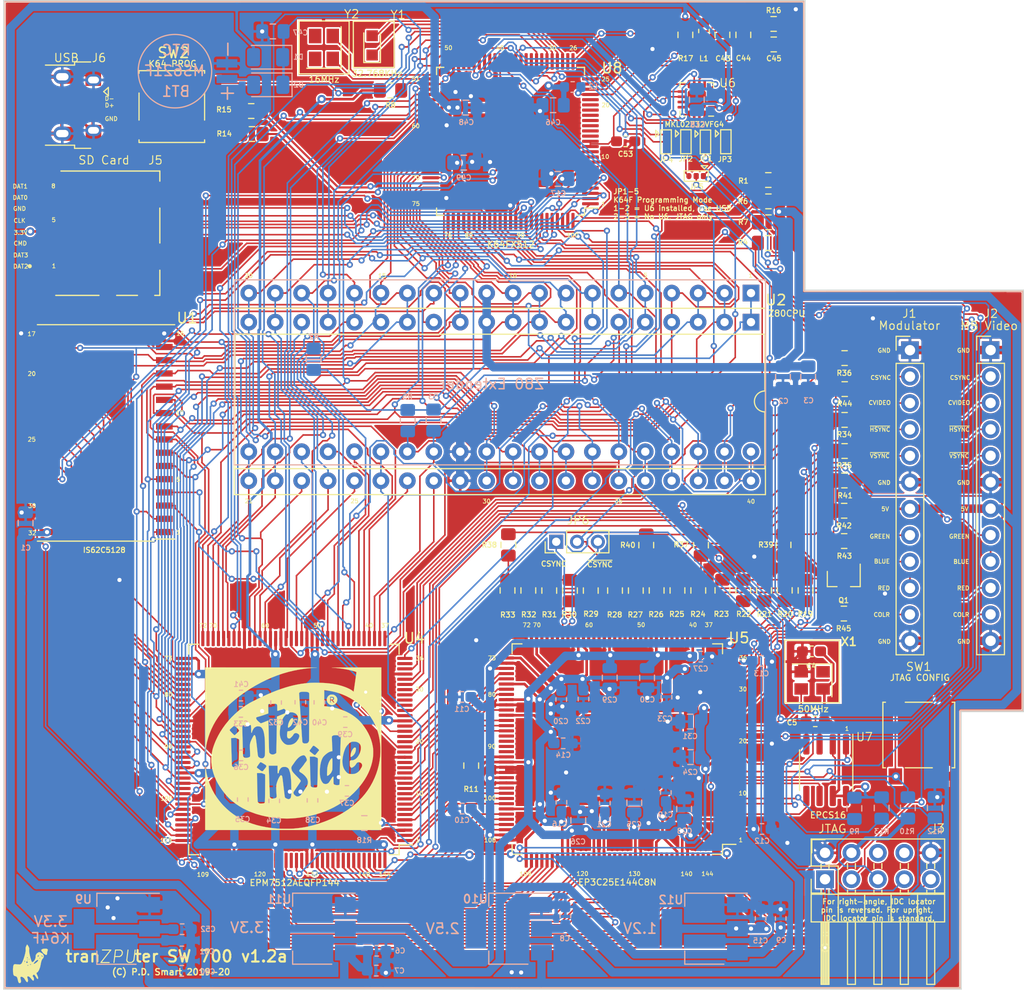
<source format=kicad_pcb>
(kicad_pcb (version 20171130) (host pcbnew "(5.1.2-1)-1")
  (layers (0 F.Cu signal) (31 B.Cu signal) (34 B.Paste user) (35 F.Paste user) (36 B.SilkS user) (37 F.SilkS user) (38 B.Mask user) (39 F.Mask user) (44 Edge.Cuts user))
  (net 0 "")
  (net 1 +5V)
  (net 2 GNDPWR)
  (net 3 +3V3)
  (net 4 ~CTL_M1~)
  (net 5 ~CTL_RFSH~)
  (net 6 ~CTL_HALT~)
  (net 7 ~CTL_BUSRQ~)
  (net 8 ~CTL_BUSACK~)
  (net 9 Z80_A15)
  (net 10 Z80_D2)
  (net 11 Z80_A17)
  (net 12 Z80_D1)
  (net 13 Z80_D0)
  (net 14 Z80_A13)
  (net 15 Z80_A0)
  (net 16 Z80_A8)
  (net 17 Z80_A1)
  (net 18 Z80_A9)
  (net 19 Z80_A2)
  (net 20 Z80_A11)
  (net 21 Z80_A3)
  (net 22 Z80_A4)
  (net 23 Z80_A10)
  (net 24 Z80_A5)
  (net 25 Z80_A6)
  (net 26 Z80_D7)
  (net 27 Z80_A7)
  (net 28 Z80_D6)
  (net 29 Z80_A12)
  (net 30 Z80_D5)
  (net 31 Z80_A14)
  (net 32 Z80_D4)
  (net 33 Z80_A16)
  (net 34 Z80_D3)
  (net 35 Z80_A18)
  (net 36 ~Z80_IORQ~)
  (net 37 ~Z80_MREQ~)
  (net 38 ~Z80_NMI~)
  (net 39 ~Z80_INT~)
  (net 40 ~Z80_RESET~)
  (net 41 ~Z80_WAIT~)
  (net 42 ~Z80_BUSACK~)
  (net 43 ~Z80_WR~)
  (net 44 ~Z80_RD~)
  (net 45 CTL_CLKSLCT)
  (net 46 Z80_MEM4)
  (net 47 Z80_MEM3)
  (net 48 Z80_MEM2)
  (net 49 Z80_MEM1)
  (net 50 Z80_MEM0)
  (net 51 "Net-(BT1-Pad1)")
  (net 52 SYSCLK)
  (net 53 ~SVCREQ~)
  (net 54 ~CTL_WAIT~)
  (net 55 CTLCLK)
  (net 56 "Net-(U4-Pad126)")
  (net 57 "Net-(U6-Pad15)")
  (net 58 +2V5)
  (net 59 +1V2)
  (net 60 "Net-(J3-Pad8)")
  (net 61 "Net-(J3-Pad6)")
  (net 62 "/Z80 Upgrade/~Z80_BUSRQ~")
  (net 63 "Net-(R9-Pad2)")
  (net 64 "Net-(R10-Pad2)")
  (net 65 "Net-(R11-Pad2)")
  (net 66 "/Z80 Upgrade/Z80_RA15")
  (net 67 "/Z80 Upgrade/~RAM_WE~")
  (net 68 "/Z80 Upgrade/~RAM_OE~")
  (net 69 "/Z80 Upgrade/~RAM_CS~")
  (net 70 "/Z80 Upgrade/~Z80_HALT~")
  (net 71 "/Z80 Upgrade/~Z80_RFSH~")
  (net 72 "/Z80 Upgrade/~Z80_M1~")
  (net 73 "/Z80 Upgrade/Z80_CLK")
  (net 74 "/Z80 Upgrade/~SYS_BUSRQ~")
  (net 75 "/Z80 Upgrade/~SYS_WAIT~")
  (net 76 "/Z80 Upgrade/~SYS_BUSACK~")
  (net 77 "/Z80 Upgrade/VADDR6")
  (net 78 "/Z80 Upgrade/VADDR5")
  (net 79 "/Z80 Upgrade/VADDR11")
  (net 80 "/Z80 Upgrade/VADDR12")
  (net 81 "/Z80 Upgrade/VADDR13")
  (net 82 "/Z80 Upgrade/VADDR14")
  (net 83 "/Z80 Upgrade/VADDR15")
  (net 84 "/Z80 Upgrade/VDATA0")
  (net 85 "/Z80 Upgrade/VDATA1")
  (net 86 "/Z80 Upgrade/VADDR8")
  (net 87 "/Z80 Upgrade/VADDR7")
  (net 88 "/Z80 Upgrade/VADDR0")
  (net 89 "/Z80 Upgrade/~V_VSYNC~")
  (net 90 "/Z80 Upgrade/V_G")
  (net 91 "/Z80 Upgrade/~V_HSYNC~")
  (net 92 "/Z80 Upgrade/V_CVIDEO")
  (net 93 "/Z80 Upgrade/V_CSYNC")
  (net 94 "/Z80 Upgrade/~VZ80_IORQ~")
  (net 95 "/Z80 Upgrade/V_R")
  (net 96 "/Z80 Upgrade/V_B")
  (net 97 "/Z80 Upgrade/~VZ80_MREQ~")
  (net 98 "/Z80 Upgrade/~VZ80_WR~")
  (net 99 "/Z80 Upgrade/~VZ80_RD~")
  (net 100 "/Z80 Upgrade/VDATA7")
  (net 101 "/Z80 Upgrade/VDATA6")
  (net 102 "/Z80 Upgrade/VDATA5")
  (net 103 "/Z80 Upgrade/VDATA4")
  (net 104 "/Z80 Upgrade/VDATA3")
  (net 105 "/Z80 Upgrade/VDATA2")
  (net 106 "/Z80 Upgrade/V_COLR")
  (net 107 "/Z80 Upgrade/VADDR10")
  (net 108 "/Z80 Upgrade/VADDR1")
  (net 109 "/Z80 Upgrade/VADDR9")
  (net 110 "/Z80 Upgrade/VADDR4")
  (net 111 "/Z80 Upgrade/VADDR3")
  (net 112 "/Z80 Upgrade/VADDR2")
  (net 113 "Net-(U5-Pad129)")
  (net 114 "Net-(U5-Pad128)")
  (net 115 "Net-(U5-Pad127)")
  (net 116 "Net-(U5-Pad126)")
  (net 117 "Net-(U5-Pad91)")
  (net 118 "Net-(U5-Pad90)")
  (net 119 "Net-(U5-Pad89)")
  (net 120 "Net-(U5-Pad88)")
  (net 121 "Net-(U5-Pad55)")
  (net 122 "Net-(U5-Pad54)")
  (net 123 "Net-(U5-Pad53)")
  (net 124 "Net-(U5-Pad52)")
  (net 125 "Net-(U5-Pad30)")
  (net 126 "Net-(U5-Pad25)")
  (net 127 "Net-(U5-Pad22)")
  (net 128 "Net-(U5-Pad13)")
  (net 129 "Net-(U5-Pad12)")
  (net 130 "Net-(U5-Pad8)")
  (net 131 "Net-(U5-Pad6)")
  (net 132 "Net-(X1-Pad1)")
  (net 133 "Net-(U5-Pad11)")
  (net 134 "Net-(C43-Pad2)")
  (net 135 "Net-(C43-Pad1)")
  (net 136 "Net-(C44-Pad1)")
  (net 137 "Net-(C45-Pad1)")
  (net 138 "Net-(C47-Pad2)")
  (net 139 "Net-(J6-Pad4)")
  (net 140 "Net-(J6-Pad1)")
  (net 141 "Net-(SW2-Pad1)")
  (net 142 "Net-(U6-Pad5)")
  (net 143 "Net-(U8-Pad38)")
  (net 144 "Net-(U8-Pad29)")
  (net 145 "Net-(U8-Pad28)")
  (net 146 "Net-(U8-Pad27)")
  (net 147 "Net-(U8-Pad15)")
  (net 148 "Net-(U8-Pad14)")
  (net 149 "Net-(U6-Pad16)")
  (net 150 "Net-(U6-Pad14)")
  (net 151 "Net-(U6-Pad12)")
  (net 152 "Net-(U6-Pad11)")
  (net 153 "/NXP K64FX512/DAT2")
  (net 154 "/NXP K64FX512/DAT3")
  (net 155 "/NXP K64FX512/CMD")
  (net 156 "/NXP K64FX512/CLK")
  (net 157 "/NXP K64FX512/DAT0")
  (net 158 "/NXP K64FX512/DAT1")
  (net 159 "Net-(U8-Pad51)")
  (net 160 "Net-(U8-Pad50)")
  (net 161 "Net-(U8-Pad32)")
  (net 162 "Net-(U8-Pad21)")
  (net 163 "Net-(U8-Pad20)")
  (net 164 "Net-(U8-Pad19)")
  (net 165 "Net-(U8-Pad18)")
  (net 166 "Net-(U8-Pad17)")
  (net 167 "Net-(U8-Pad16)")
  (net 168 "Net-(C17-Pad2)")
  (net 169 JTAG_TMS)
  (net 170 JTAG_TCLK)
  (net 171 "/NXP K64FX512/K64F_TMS")
  (net 172 "Net-(JP2-Pad1)")
  (net 173 "Net-(JP3-Pad1)")
  (net 174 "/NXP K64FX512/K64F_TDI")
  (net 175 "/NXP K64FX512/K64F_TCLK")
  (net 176 "/CPLD and FPGA Programming/CPLD_TDO")
  (net 177 FPGA_TDO_TO_K64F)
  (net 178 "/NXP K64FX512/K64F_TDO")
  (net 179 K64F_TDO_TO_JTAG)
  (net 180 "/CPLD and FPGA Programming/JTAG_TDI")
  (net 181 "/CPLD and FPGA Programming/JTAG_TDO")
  (net 182 "Net-(C53-Pad1)")
  (net 183 ~JTAG_RESET~)
  (net 184 COLR_OUT)
  (net 185 "/Video Interface/R_OUT")
  (net 186 "/Video Interface/B_OUT")
  (net 187 "/Video Interface/G_OUT")
  (net 188 ~VSYNC_OUT~)
  (net 189 ~HSYNC_OUT~)
  (net 190 "/Video Interface/CVIDEO_OUT")
  (net 191 CSYNC_OUT)
  (net 192 COLR_IN)
  (net 193 R_IN)
  (net 194 B_IN)
  (net 195 G_IN)
  (net 196 ~VSYNC_IN~)
  (net 197 ~HSYNC_IN~)
  (net 198 CVIDEO_IN)
  (net 199 CSYNC_IN)
  (net 200 "Net-(JP1-Pad1)")
  (net 201 "Net-(JP4-Pad1)")
  (net 202 ~CSYNC_OUT~)
  (net 203 "Net-(JP6-Pad2)")
  (net 204 "Net-(Q1-Pad2)")
  (net 205 "Net-(Q1-Pad1)")
  (net 206 RGB_G3)
  (net 207 RGB_G2)
  (net 208 RGB_G1)
  (net 209 RGB_G0)
  (net 210 RGB_B3)
  (net 211 RGB_B2)
  (net 212 RGB_B1)
  (net 213 RGB_B0)
  (net 214 RGB_R3)
  (net 215 RGB_R2)
  (net 216 RGB_R1)
  (net 217 RGB_R0)
  (net 218 "/Z80 Upgrade/Z80_RA13")
  (net 219 "/Z80 Upgrade/Z80_RA12")
  (net 220 "/Z80 Upgrade/Z80_RA14")
  (net 221 "Net-(U4-Pad30)")
  (net 222 "Net-(U4-Pad28)")
  (net 223 "Net-(U4-Pad27)")
  (net 224 "Net-(U4-Pad16)")
  (net 225 "Net-(U6-Pad3)")
  (net 226 RGB_G4)
  (net 227 RGB_B4)
  (net 228 RGB_R4)
  (net 229 "Net-(U4-Pad35)")
  (net 230 "Net-(J1-Pad5)")
  (net 231 "Net-(J1-Pad4)")
  (net 232 "Net-(J1-Pad2)")
  (net 233 "Net-(U5-Pad39)")
  (net 234 "Net-(U5-Pad10)")
  (net 235 "Net-(U5-Pad28)")
  (net 236 "Net-(U5-Pad4)")
  (net 237 "Net-(U5-Pad7)")
  (net 238 "/NXP K64FX512/~CDIN~")
  (net 239 "Net-(J1-Pad11)")
  (net 240 "/NXP K64FX512/USB_D+")
  (net 241 "/NXP K64FX512/USB_D-")
  (net 242 "/NXP K64FX512/USB_DP")
  (net 243 "/NXP K64FX512/USB_DN")
  (module Graphic:Argo (layer F.Cu) (at 100.07 137.58)
    (fp_text reference G*** hide)
    (fp_text value LOGO hide)
  )
  (module Graphic:IntelInside (layer F.Cu) (at 125.32 116.89)
    (fp_text reference G*** hide)
    (fp_text value LOGO hide)
  )
  (module Resistor_SMD:R_0805_2012Metric_Pad1.15x1.40mm_HandSolder (layer F.Cu) (at 178.23 103.91 180)
    (fp_text reference R45 (at 0.02 -1.44) (layer F.SilkS) (effects (font (size 0.5 0.5) (thickness 0.1))))
    (fp_text value 10R hide)
    (pad 2 smd roundrect (at 1.025 0 180) (size 1.15 1.4) (layers F.Cu F.Paste F.Mask) (roundrect_rratio 0.217391) (net 184 COLR_OUT))
    (pad 1 smd roundrect (at -1.025 0 180) (size 1.15 1.4) (layers F.Cu F.Paste F.Mask) (roundrect_rratio 0.217391) (net 239 "Net-(J1-Pad11)"))
  )
  (module Resistor_SMD:R_0805_2012Metric_Pad1.15x1.40mm_HandSolder (layer F.Cu) (at 153.91 101.7 270)
    (fp_text reference R29 (at 2.25 -0.02) (layer F.SilkS) (effects (font (size 0.5 0.5) (thickness 0.1))))
    (fp_text value 10R hide)
    (pad 2 smd roundrect (at 1.025 0 270) (size 1.15 1.4) (layers F.Cu F.Paste F.Mask) (roundrect_rratio 0.217391) (net 228 RGB_R4))
    (pad 1 smd roundrect (at -1.025 0 270) (size 1.15 1.4) (layers F.Cu F.Paste F.Mask) (roundrect_rratio 0.217391) (net 185 "/Video Interface/R_OUT"))
  )
  (module Resistor_SMD:R_0805_2012Metric_Pad1.15x1.40mm_HandSolder (layer F.Cu) (at 164.24 101.69 270)
    (fp_text reference R24 (at 2.28 0.03) (layer F.SilkS) (effects (font (size 0.5 0.5) (thickness 0.1))))
    (fp_text value 10R hide)
    (pad 2 smd roundrect (at 1.025 0 270) (size 1.15 1.4) (layers F.Cu F.Paste F.Mask) (roundrect_rratio 0.217391) (net 227 RGB_B4))
    (pad 1 smd roundrect (at -1.025 0 270) (size 1.15 1.4) (layers F.Cu F.Paste F.Mask) (roundrect_rratio 0.217391) (net 186 "/Video Interface/B_OUT"))
  )
  (module Resistor_SMD:R_0805_2012Metric_Pad1.15x1.40mm_HandSolder (layer F.Cu) (at 174.55 101.69 270)
    (fp_text reference R19 (at 2.27 0.03) (layer F.SilkS) (effects (font (size 0.5 0.5) (thickness 0.1))))
    (fp_text value 10R hide)
    (pad 2 smd roundrect (at 1.025 0 270) (size 1.15 1.4) (layers F.Cu F.Paste F.Mask) (roundrect_rratio 0.217391) (net 226 RGB_G4))
    (pad 1 smd roundrect (at -1.025 0 270) (size 1.15 1.4) (layers F.Cu F.Paste F.Mask) (roundrect_rratio 0.217391) (net 187 "/Video Interface/G_OUT"))
  )
  (module Resistor_SMD:R_0805_2012Metric_Pad1.15x1.40mm_HandSolder (layer F.Cu) (at 178.31 82.34)
    (fp_text reference R44 (at 0 1.4) (layer F.SilkS) (effects (font (size 0.5 0.5) (thickness 0.1))))
    (fp_text value 68R hide)
    (pad 2 smd roundrect (at 1.025 0) (size 1.15 1.4) (layers F.Cu F.Paste F.Mask) (roundrect_rratio 0.217391) (net 190 "/Video Interface/CVIDEO_OUT"))
    (pad 1 smd roundrect (at -1.025 0) (size 1.15 1.4) (layers F.Cu F.Paste F.Mask) (roundrect_rratio 0.217391) (net 204 "Net-(Q1-Pad2)"))
  )
  (module Resistor_SMD:R_0805_2012Metric_Pad1.15x1.40mm_HandSolder (layer F.Cu) (at 178.26 96.94)
    (fp_text reference R43 (at 0.02 1.44) (layer F.SilkS) (effects (font (size 0.5 0.5) (thickness 0.1))))
    (fp_text value 68R hide)
    (pad 2 smd roundrect (at 1.025 0) (size 1.15 1.4) (layers F.Cu F.Paste F.Mask) (roundrect_rratio 0.217391) (net 1 +5V))
    (pad 1 smd roundrect (at -1.025 0) (size 1.15 1.4) (layers F.Cu F.Paste F.Mask) (roundrect_rratio 0.217391) (net 204 "Net-(Q1-Pad2)"))
  )
  (module Resistor_SMD:R_0805_2012Metric_Pad1.15x1.40mm_HandSolder (layer F.Cu) (at 178.28 91.12 180)
    (fp_text reference R41 (at -0.07 -1.45) (layer F.SilkS) (effects (font (size 0.5 0.5) (thickness 0.1))))
    (fp_text value 470R hide)
    (pad 2 smd roundrect (at 1.025 0 180) (size 1.15 1.4) (layers F.Cu F.Paste F.Mask) (roundrect_rratio 0.217391) (net 205 "Net-(Q1-Pad1)"))
    (pad 1 smd roundrect (at -1.025 0 180) (size 1.15 1.4) (layers F.Cu F.Paste F.Mask) (roundrect_rratio 0.217391) (net 2 GNDPWR))
  )
  (module Resistor_SMD:R_0805_2012Metric_Pad1.15x1.40mm_HandSolder (layer F.Cu) (at 178.26 94.03)
    (fp_text reference R42 (at 0 1.44) (layer F.SilkS) (effects (font (size 0.5 0.5) (thickness 0.1))))
    (fp_text value 1K hide)
    (pad 2 smd roundrect (at 1.025 0) (size 1.15 1.4) (layers F.Cu F.Paste F.Mask) (roundrect_rratio 0.217391) (net 1 +5V))
    (pad 1 smd roundrect (at -1.025 0) (size 1.15 1.4) (layers F.Cu F.Paste F.Mask) (roundrect_rratio 0.217391) (net 205 "Net-(Q1-Pad1)"))
  )
  (module Resistor_SMD:R_0805_2012Metric_Pad1.15x1.40mm_HandSolder (layer F.Cu) (at 159.24 97.33 270)
    (fp_text reference R40 (at 0 1.77) (layer F.SilkS) (effects (font (size 0.5 0.5) (thickness 0.1))))
    (fp_text value 1K hide)
    (pad 2 smd roundrect (at 1.025 0 270) (size 1.15 1.4) (layers F.Cu F.Paste F.Mask) (roundrect_rratio 0.217391) (net 203 "Net-(JP6-Pad2)"))
    (pad 1 smd roundrect (at -1.025 0 270) (size 1.15 1.4) (layers F.Cu F.Paste F.Mask) (roundrect_rratio 0.217391) (net 205 "Net-(Q1-Pad1)"))
  )
  (module Resistor_SMD:R_0805_2012Metric_Pad1.15x1.40mm_HandSolder (layer F.Cu) (at 172.43 97.31 270)
    (fp_text reference R39 (at -0.01 1.69) (layer F.SilkS) (effects (font (size 0.5 0.5) (thickness 0.1))))
    (fp_text value 1K hide)
    (pad 2 smd roundrect (at 1.025 0 270) (size 1.15 1.4) (layers F.Cu F.Paste F.Mask) (roundrect_rratio 0.217391) (net 187 "/Video Interface/G_OUT"))
    (pad 1 smd roundrect (at -1.025 0 270) (size 1.15 1.4) (layers F.Cu F.Paste F.Mask) (roundrect_rratio 0.217391) (net 205 "Net-(Q1-Pad1)"))
  )
  (module Resistor_SMD:R_0805_2012Metric_Pad1.15x1.40mm_HandSolder (layer F.Cu) (at 145.99 97.31 270)
    (fp_text reference R38 (at 0 1.83) (layer F.SilkS) (effects (font (size 0.5 0.5) (thickness 0.1))))
    (fp_text value 2K2 hide)
    (pad 2 smd roundrect (at 1.025 0 270) (size 1.15 1.4) (layers F.Cu F.Paste F.Mask) (roundrect_rratio 0.217391) (net 185 "/Video Interface/R_OUT"))
    (pad 1 smd roundrect (at -1.025 0 270) (size 1.15 1.4) (layers F.Cu F.Paste F.Mask) (roundrect_rratio 0.217391) (net 205 "Net-(Q1-Pad1)"))
  )
  (module Resistor_SMD:R_0805_2012Metric_Pad1.15x1.40mm_HandSolder (layer F.Cu) (at 164.5 97.34 270)
    (fp_text reference R37 (at -0.05 1.9) (layer F.SilkS) (effects (font (size 0.5 0.5) (thickness 0.1))))
    (fp_text value 3K9 hide)
    (pad 2 smd roundrect (at 1.025 0 270) (size 1.15 1.4) (layers F.Cu F.Paste F.Mask) (roundrect_rratio 0.217391) (net 186 "/Video Interface/B_OUT"))
    (pad 1 smd roundrect (at -1.025 0 270) (size 1.15 1.4) (layers F.Cu F.Paste F.Mask) (roundrect_rratio 0.217391) (net 205 "Net-(Q1-Pad1)"))
  )
  (module Resistor_SMD:R_0805_2012Metric_Pad1.15x1.40mm_HandSolder (layer F.Cu) (at 178.3 79.36 180)
    (fp_text reference R36 (at 0.03 -1.44) (layer F.SilkS) (effects (font (size 0.5 0.5) (thickness 0.1))))
    (fp_text value 120R hide)
    (pad 2 smd roundrect (at 1.025 0 180) (size 1.15 1.4) (layers F.Cu F.Paste F.Mask) (roundrect_rratio 0.217391) (net 203 "Net-(JP6-Pad2)"))
    (pad 1 smd roundrect (at -1.025 0 180) (size 1.15 1.4) (layers F.Cu F.Paste F.Mask) (roundrect_rratio 0.217391) (net 232 "Net-(J1-Pad2)"))
  )
  (module Resistor_SMD:R_0805_2012Metric_Pad1.15x1.40mm_HandSolder (layer F.Cu) (at 178.3 88.29 180)
    (fp_text reference R35 (at 0.02 -1.39) (layer F.SilkS) (effects (font (size 0.5 0.5) (thickness 0.1))))
    (fp_text value 120R hide)
    (pad 2 smd roundrect (at 1.025 0 180) (size 1.15 1.4) (layers F.Cu F.Paste F.Mask) (roundrect_rratio 0.217391) (net 188 ~VSYNC_OUT~))
    (pad 1 smd roundrect (at -1.025 0 180) (size 1.15 1.4) (layers F.Cu F.Paste F.Mask) (roundrect_rratio 0.217391) (net 230 "Net-(J1-Pad5)"))
  )
  (module Resistor_SMD:R_0805_2012Metric_Pad1.15x1.40mm_HandSolder (layer F.Cu) (at 178.3 85.3 180)
    (fp_text reference R34 (at 0.02 -1.4) (layer F.SilkS) (effects (font (size 0.5 0.5) (thickness 0.1))))
    (fp_text value 120R hide)
    (pad 2 smd roundrect (at 1.025 0 180) (size 1.15 1.4) (layers F.Cu F.Paste F.Mask) (roundrect_rratio 0.217391) (net 189 ~HSYNC_OUT~))
    (pad 1 smd roundrect (at -1.025 0 180) (size 1.15 1.4) (layers F.Cu F.Paste F.Mask) (roundrect_rratio 0.217391) (net 231 "Net-(J1-Pad4)"))
  )
  (module Resistor_SMD:R_0805_2012Metric_Pad1.15x1.40mm_HandSolder (layer F.Cu) (at 145.91 101.69 270)
    (fp_text reference R33 (at 2.34 -0.03) (layer F.SilkS) (effects (font (size 0.5 0.5) (thickness 0.1))))
    (fp_text value 4K4 hide)
    (pad 2 smd roundrect (at 1.025 0 270) (size 1.15 1.4) (layers F.Cu F.Paste F.Mask) (roundrect_rratio 0.217391) (net 217 RGB_R0))
    (pad 1 smd roundrect (at -1.025 0 270) (size 1.15 1.4) (layers F.Cu F.Paste F.Mask) (roundrect_rratio 0.217391) (net 185 "/Video Interface/R_OUT"))
  )
  (module Resistor_SMD:R_0805_2012Metric_Pad1.15x1.40mm_HandSolder (layer F.Cu) (at 147.91 101.69 270)
    (fp_text reference R32 (at 2.32 -0.04) (layer F.SilkS) (effects (font (size 0.5 0.5) (thickness 0.1))))
    (fp_text value 2K2 hide)
    (pad 2 smd roundrect (at 1.025 0 270) (size 1.15 1.4) (layers F.Cu F.Paste F.Mask) (roundrect_rratio 0.217391) (net 216 RGB_R1))
    (pad 1 smd roundrect (at -1.025 0 270) (size 1.15 1.4) (layers F.Cu F.Paste F.Mask) (roundrect_rratio 0.217391) (net 185 "/Video Interface/R_OUT"))
  )
  (module Resistor_SMD:R_0805_2012Metric_Pad1.15x1.40mm_HandSolder (layer F.Cu) (at 149.92 101.7 270)
    (fp_text reference R31 (at 2.31 -0.02) (layer F.SilkS) (effects (font (size 0.5 0.5) (thickness 0.1))))
    (fp_text value 1K1 hide)
    (pad 2 smd roundrect (at 1.025 0 270) (size 1.15 1.4) (layers F.Cu F.Paste F.Mask) (roundrect_rratio 0.217391) (net 215 RGB_R2))
    (pad 1 smd roundrect (at -1.025 0 270) (size 1.15 1.4) (layers F.Cu F.Paste F.Mask) (roundrect_rratio 0.217391) (net 185 "/Video Interface/R_OUT"))
  )
  (module Resistor_SMD:R_0805_2012Metric_Pad1.15x1.40mm_HandSolder (layer F.Cu) (at 151.91 101.7 270)
    (fp_text reference R30 (at 2.29 0.07) (layer F.SilkS) (effects (font (size 0.5 0.5) (thickness 0.1))))
    (fp_text value 560R hide)
    (pad 2 smd roundrect (at 1.025 0 270) (size 1.15 1.4) (layers F.Cu F.Paste F.Mask) (roundrect_rratio 0.217391) (net 214 RGB_R3))
    (pad 1 smd roundrect (at -1.025 0 270) (size 1.15 1.4) (layers F.Cu F.Paste F.Mask) (roundrect_rratio 0.217391) (net 185 "/Video Interface/R_OUT"))
  )
  (module Resistor_SMD:R_0805_2012Metric_Pad1.15x1.40mm_HandSolder (layer F.Cu) (at 156.24 101.7 270)
    (fp_text reference R28 (at 2.32 0.04) (layer F.SilkS) (effects (font (size 0.5 0.5) (thickness 0.1))))
    (fp_text value 4K4 hide)
    (pad 2 smd roundrect (at 1.025 0 270) (size 1.15 1.4) (layers F.Cu F.Paste F.Mask) (roundrect_rratio 0.217391) (net 213 RGB_B0))
    (pad 1 smd roundrect (at -1.025 0 270) (size 1.15 1.4) (layers F.Cu F.Paste F.Mask) (roundrect_rratio 0.217391) (net 186 "/Video Interface/B_OUT"))
  )
  (module Resistor_SMD:R_0805_2012Metric_Pad1.15x1.40mm_HandSolder (layer F.Cu) (at 158.24 101.7 270)
    (fp_text reference R27 (at 2.32 0.05) (layer F.SilkS) (effects (font (size 0.5 0.5) (thickness 0.1))))
    (fp_text value 2K2 hide)
    (pad 2 smd roundrect (at 1.025 0 270) (size 1.15 1.4) (layers F.Cu F.Paste F.Mask) (roundrect_rratio 0.217391) (net 212 RGB_B1))
    (pad 1 smd roundrect (at -1.025 0 270) (size 1.15 1.4) (layers F.Cu F.Paste F.Mask) (roundrect_rratio 0.217391) (net 186 "/Video Interface/B_OUT"))
  )
  (module Resistor_SMD:R_0805_2012Metric_Pad1.15x1.40mm_HandSolder (layer F.Cu) (at 160.24 101.69 270)
    (fp_text reference R26 (at 2.3 0.05) (layer F.SilkS) (effects (font (size 0.5 0.5) (thickness 0.1))))
    (fp_text value 1K1 hide)
    (pad 2 smd roundrect (at 1.025 0 270) (size 1.15 1.4) (layers F.Cu F.Paste F.Mask) (roundrect_rratio 0.217391) (net 211 RGB_B2))
    (pad 1 smd roundrect (at -1.025 0 270) (size 1.15 1.4) (layers F.Cu F.Paste F.Mask) (roundrect_rratio 0.217391) (net 186 "/Video Interface/B_OUT"))
  )
  (module Resistor_SMD:R_0805_2012Metric_Pad1.15x1.40mm_HandSolder (layer F.Cu) (at 162.24 101.69 270)
    (fp_text reference R25 (at 2.28 0.06) (layer F.SilkS) (effects (font (size 0.5 0.5) (thickness 0.1))))
    (fp_text value 560R hide)
    (pad 2 smd roundrect (at 1.025 0 270) (size 1.15 1.4) (layers F.Cu F.Paste F.Mask) (roundrect_rratio 0.217391) (net 210 RGB_B3))
    (pad 1 smd roundrect (at -1.025 0 270) (size 1.15 1.4) (layers F.Cu F.Paste F.Mask) (roundrect_rratio 0.217391) (net 186 "/Video Interface/B_OUT"))
  )
  (module Resistor_SMD:R_0805_2012Metric_Pad1.15x1.40mm_HandSolder (layer F.Cu) (at 166.56 101.68 270)
    (fp_text reference R23 (at 2.28 0.1) (layer F.SilkS) (effects (font (size 0.5 0.5) (thickness 0.1))))
    (fp_text value 4K4 hide)
    (pad 2 smd roundrect (at 1.025 0 270) (size 1.15 1.4) (layers F.Cu F.Paste F.Mask) (roundrect_rratio 0.217391) (net 209 RGB_G0))
    (pad 1 smd roundrect (at -1.025 0 270) (size 1.15 1.4) (layers F.Cu F.Paste F.Mask) (roundrect_rratio 0.217391) (net 187 "/Video Interface/G_OUT"))
  )
  (module Resistor_SMD:R_0805_2012Metric_Pad1.15x1.40mm_HandSolder (layer F.Cu) (at 168.56 101.69 270)
    (fp_text reference R22 (at 2.27 -0.06) (layer F.SilkS) (effects (font (size 0.5 0.5) (thickness 0.1))))
    (fp_text value 2K2 hide)
    (pad 2 smd roundrect (at 1.025 0 270) (size 1.15 1.4) (layers F.Cu F.Paste F.Mask) (roundrect_rratio 0.217391) (net 208 RGB_G1))
    (pad 1 smd roundrect (at -1.025 0 270) (size 1.15 1.4) (layers F.Cu F.Paste F.Mask) (roundrect_rratio 0.217391) (net 187 "/Video Interface/G_OUT"))
  )
  (module Resistor_SMD:R_0805_2012Metric_Pad1.15x1.40mm_HandSolder (layer F.Cu) (at 170.56 101.69 270)
    (fp_text reference R21 (at 2.28 -0.04) (layer F.SilkS) (effects (font (size 0.5 0.5) (thickness 0.1))))
    (fp_text value 1K1 hide)
    (pad 2 smd roundrect (at 1.025 0 270) (size 1.15 1.4) (layers F.Cu F.Paste F.Mask) (roundrect_rratio 0.217391) (net 207 RGB_G2))
    (pad 1 smd roundrect (at -1.025 0 270) (size 1.15 1.4) (layers F.Cu F.Paste F.Mask) (roundrect_rratio 0.217391) (net 187 "/Video Interface/G_OUT"))
  )
  (module Resistor_SMD:R_0805_2012Metric_Pad1.15x1.40mm_HandSolder (layer F.Cu) (at 172.55 101.68 270)
    (fp_text reference R20 (at 2.28 -0.04) (layer F.SilkS) (effects (font (size 0.5 0.5) (thickness 0.1))))
    (fp_text value 560R hide)
    (pad 2 smd roundrect (at 1.025 0 270) (size 1.15 1.4) (layers F.Cu F.Paste F.Mask) (roundrect_rratio 0.217391) (net 206 RGB_G3))
    (pad 1 smd roundrect (at -1.025 0 270) (size 1.15 1.4) (layers F.Cu F.Paste F.Mask) (roundrect_rratio 0.217391) (net 187 "/Video Interface/G_OUT"))
  )
  (module Resistor_SMD:R_0805_2012Metric_Pad1.15x1.40mm_HandSolder (layer B.Cu) (at 132.15 124.04)
    (fp_text reference R18 (at 0 1.65) (layer B.SilkS) (effects (font (size 0.5 0.5) (thickness 0.1)) (justify mirror)))
    (fp_text value 10K)
    (pad 2 smd roundrect (at 1.025 0) (size 1.15 1.4) (layers B.Cu B.Paste B.Mask) (roundrect_rratio 0.217391) (net 180 "/CPLD and FPGA Programming/JTAG_TDI"))
    (pad 1 smd roundrect (at -1.025 0) (size 1.15 1.4) (layers B.Cu B.Paste B.Mask) (roundrect_rratio 0.217391) (net 3 +3V3))
  )
  (module Resistor_SMD:R_0805_2012Metric_Pad1.15x1.40mm_HandSolder (layer F.Cu) (at 134.67 53.64)
    (fp_text reference R8 (at 0 1.41) (layer F.SilkS) (effects (font (size 0.5 0.5) (thickness 0.1))))
    (fp_text value 4K7 hide)
    (pad 2 smd roundrect (at 1.025 0) (size 1.15 1.4) (layers F.Cu F.Paste F.Mask) (roundrect_rratio 0.217391) (net 183 ~JTAG_RESET~))
    (pad 1 smd roundrect (at -1.025 0) (size 1.15 1.4) (layers F.Cu F.Paste F.Mask) (roundrect_rratio 0.217391) (net 3 +3V3))
  )
  (module Package_TO_SOT_SMD:SOT-23 (layer F.Cu) (at 178.22 100.56 270)
    (fp_text reference Q1 (at 2.08 0.01) (layer F.SilkS) (effects (font (size 0.5 0.5) (thickness 0.1))))
    (fp_text value BC858 hide)
    (pad 3 smd rect (at 1 0 270) (size 0.9 0.8) (layers F.Cu F.Paste F.Mask) (net 2 GNDPWR))
    (pad 2 smd rect (at -1 0.95 270) (size 0.9 0.8) (layers F.Cu F.Paste F.Mask) (net 204 "Net-(Q1-Pad2)"))
    (pad 1 smd rect (at -1 -0.95 270) (size 0.9 0.8) (layers F.Cu F.Paste F.Mask) (net 205 "Net-(Q1-Pad1)"))
  )
  (module Connector_PinHeader_2.00mm:PinHeader_1x03_P2.00mm_Vertical (layer F.Cu) (at 150.59 97.01 90)
    (fp_text reference JP6 (at 2.06 2.11 180) (layer F.SilkS) (effects (font (size 0.8 0.8) (thickness 0.1))))
    (fp_text value "CSYNC POLARITY" hide)
    (pad 3 thru_hole oval (at 0 4 90) (size 1.35 1.35) (drill 0.8) (layers *.Cu *.Mask) (net 202 ~CSYNC_OUT~))
    (pad 2 thru_hole oval (at 0 2 90) (size 1.35 1.35) (drill 0.8) (layers *.Cu *.Mask) (net 203 "Net-(JP6-Pad2)"))
    (pad 1 thru_hole rect (at 0 0 90) (size 1.35 1.35) (drill 0.8) (layers *.Cu *.Mask) (net 191 CSYNC_OUT))
  )
  (module Connector_PinHeader_2.54mm:PinHeader_1x12_P2.54mm_Vertical (layer F.Cu) (at 192.33 78.59)
    (fp_text reference J2 (at 0.03 -3.5) (layer F.SilkS) (effects (font (size 0.8 0.8) (thickness 0.1))))
    (fp_text value "MB Video" (at -0.14 -2.33) (layer F.SilkS) (effects (font (size 0.8 0.8) (thickness 0.1))))
    (pad 12 thru_hole oval (at 0 27.94) (size 1.7 1.7) (drill 1) (layers *.Cu *.Mask) (net 2 GNDPWR))
    (pad 11 thru_hole oval (at 0 25.4) (size 1.7 1.7) (drill 1) (layers *.Cu *.Mask) (net 192 COLR_IN))
    (pad 10 thru_hole oval (at 0 22.86) (size 1.7 1.7) (drill 1) (layers *.Cu *.Mask) (net 193 R_IN))
    (pad 9 thru_hole oval (at 0 20.32) (size 1.7 1.7) (drill 1) (layers *.Cu *.Mask) (net 194 B_IN))
    (pad 8 thru_hole oval (at 0 17.78) (size 1.7 1.7) (drill 1) (layers *.Cu *.Mask) (net 195 G_IN))
    (pad 7 thru_hole oval (at 0 15.24) (size 1.7 1.7) (drill 1) (layers *.Cu *.Mask) (net 1 +5V))
    (pad 6 thru_hole oval (at 0 12.7) (size 1.7 1.7) (drill 1) (layers *.Cu *.Mask) (net 2 GNDPWR))
    (pad 5 thru_hole oval (at 0 10.16) (size 1.7 1.7) (drill 1) (layers *.Cu *.Mask) (net 196 ~VSYNC_IN~))
    (pad 4 thru_hole oval (at 0 7.62) (size 1.7 1.7) (drill 1) (layers *.Cu *.Mask) (net 197 ~HSYNC_IN~))
    (pad 3 thru_hole oval (at 0 5.08) (size 1.7 1.7) (drill 1) (layers *.Cu *.Mask) (net 198 CVIDEO_IN))
    (pad 2 thru_hole oval (at 0 2.54) (size 1.7 1.7) (drill 1) (layers *.Cu *.Mask) (net 199 CSYNC_IN))
    (pad 1 thru_hole rect (at 0 0) (size 1.7 1.7) (drill 1) (layers *.Cu *.Mask) (net 2 GNDPWR))
  )
  (module Connector_PinHeader_2.54mm:PinHeader_1x12_P2.54mm_Vertical (layer F.Cu) (at 184.58 78.6)
    (fp_text reference J1 (at -0.05 -3.52) (layer F.SilkS) (effects (font (size 0.8 0.8) (thickness 0.1))))
    (fp_text value Modulator (at -0.05 -2.36) (layer F.SilkS) (effects (font (size 0.8 0.8) (thickness 0.1))))
    (pad 12 thru_hole oval (at 0 27.94) (size 1.7 1.7) (drill 1) (layers *.Cu *.Mask) (net 2 GNDPWR))
    (pad 11 thru_hole oval (at 0 25.4) (size 1.7 1.7) (drill 1) (layers *.Cu *.Mask) (net 239 "Net-(J1-Pad11)"))
    (pad 10 thru_hole oval (at 0 22.86) (size 1.7 1.7) (drill 1) (layers *.Cu *.Mask) (net 185 "/Video Interface/R_OUT"))
    (pad 9 thru_hole oval (at 0 20.32) (size 1.7 1.7) (drill 1) (layers *.Cu *.Mask) (net 186 "/Video Interface/B_OUT"))
    (pad 8 thru_hole oval (at 0 17.78) (size 1.7 1.7) (drill 1) (layers *.Cu *.Mask) (net 187 "/Video Interface/G_OUT"))
    (pad 7 thru_hole oval (at 0 15.24) (size 1.7 1.7) (drill 1) (layers *.Cu *.Mask) (net 1 +5V))
    (pad 6 thru_hole oval (at 0 12.7) (size 1.7 1.7) (drill 1) (layers *.Cu *.Mask) (net 2 GNDPWR))
    (pad 5 thru_hole oval (at 0 10.16) (size 1.7 1.7) (drill 1) (layers *.Cu *.Mask) (net 230 "Net-(J1-Pad5)"))
    (pad 4 thru_hole oval (at 0 7.62) (size 1.7 1.7) (drill 1) (layers *.Cu *.Mask) (net 231 "Net-(J1-Pad4)"))
    (pad 3 thru_hole oval (at 0 5.08) (size 1.7 1.7) (drill 1) (layers *.Cu *.Mask) (net 190 "/Video Interface/CVIDEO_OUT"))
    (pad 2 thru_hole oval (at 0 2.54) (size 1.7 1.7) (drill 1) (layers *.Cu *.Mask) (net 232 "Net-(J1-Pad2)"))
    (pad 1 thru_hole rect (at 0 0) (size 1.7 1.7) (drill 1) (layers *.Cu *.Mask) (net 2 GNDPWR))
  )
  (module Capacitor_SMD:C_0603_1608Metric_Pad1.05x0.95mm_HandSolder (layer F.Cu) (at 157.26 58.53)
    (fp_text reference C53 (at -0.01 1.22) (layer F.SilkS) (effects (font (size 0.5 0.5) (thickness 0.1))))
    (fp_text value 100uF hide)
    (pad 2 smd roundrect (at 0.875 0) (size 1.05 0.95) (layers F.Cu F.Paste F.Mask) (net 2 GNDPWR))
    (pad 1 smd roundrect (at -0.875 0) (size 1.05 0.95) (layers F.Cu F.Paste F.Mask) (net 182 "Net-(C53-Pad1)"))
  )
  (module MZ80FPGA:PinHeader_2x05_P2.54mm_Horizontal_NoBug (layer F.Cu) (at 176.42 129.44 90)
    (fp_text reference J3 (at 4.89 10.83) (layer F.SilkS) (effects (font (size 0.8 0.8) (thickness 0.1))))
    (fp_text value JTAG (at 4.84 0.71) (layer F.SilkS) (effects (font (size 0.8 0.8) (thickness 0.1))))
    (pad 1 thru_hole rect (at 0 0 90) (size 1.7 1.7) (drill 1) (layers *.Cu *.Mask) (net 170 JTAG_TCLK))
    (pad 2 thru_hole oval (at 2.54 0 90) (size 1.7 1.7) (drill 1) (layers *.Cu *.Mask) (net 2 GNDPWR))
    (pad 3 thru_hole oval (at 0 2.54 90) (size 1.7 1.7) (drill 1) (layers *.Cu *.Mask) (net 181 "/CPLD and FPGA Programming/JTAG_TDO"))
    (pad 4 thru_hole oval (at 2.54 2.54 90) (size 1.7 1.7) (drill 1) (layers *.Cu *.Mask) (net 3 +3V3))
    (pad 5 thru_hole oval (at 0 5.08 90) (size 1.7 1.7) (drill 1) (layers *.Cu *.Mask) (net 169 JTAG_TMS))
    (pad 6 thru_hole oval (at 2.54 5.08 90) (size 1.7 1.7) (drill 1) (layers *.Cu *.Mask) (net 61 "Net-(J3-Pad6)"))
    (pad 7 thru_hole oval (at 0 7.62 90) (size 1.7 1.7) (drill 1) (layers *.Cu *.Mask) (net 183 ~JTAG_RESET~))
    (pad 8 thru_hole oval (at 2.54 7.62 90) (size 1.7 1.7) (drill 1) (layers *.Cu *.Mask) (net 60 "Net-(J3-Pad8)"))
    (pad 9 thru_hole oval (at 0 10.16 90) (size 1.7 1.7) (drill 1) (layers *.Cu *.Mask) (net 180 "/CPLD and FPGA Programming/JTAG_TDI"))
    (pad 10 thru_hole oval (at 2.54 10.16 90) (size 1.7 1.7) (drill 1) (layers *.Cu *.Mask) (net 2 GNDPWR))
  )
  (module MZ80FPGA:MOLEX_104031-0811 (layer F.Cu) (at 106.8 67.36 270)
    (fp_text reference J5 (at -7.01 -5.28 180) (layer F.SilkS) (effects (font (size 0.8 0.8) (thickness 0.1))))
    (fp_text value "SD Card" (at -7.02 -0.33 180) (layer F.SilkS) (effects (font (size 0.8 0.8) (thickness 0.1))))
    (pad G1 smd rect (at 5.565 5.325 270) (size 1.55 1.35) (layers F.Cu F.Paste F.Mask) (net 2 GNDPWR))
    (pad G2 smd rect (at -5.755 5.1 270) (size 1.17 1.8) (layers F.Cu F.Paste F.Mask) (net 2 GNDPWR))
    (pad G4 smd rect (at 2.24 -5.375 270) (size 1.9 1.35) (layers F.Cu F.Paste F.Mask) (net 2 GNDPWR))
    (pad G3 smd rect (at -3.73 -5.375 270) (size 1.9 1.35) (layers F.Cu F.Paste F.Mask) (net 2 GNDPWR))
    (pad 10 smd rect (at 5.74 -4.4 270) (size 1.2 1) (layers F.Cu F.Paste F.Mask) (net 2 GNDPWR))
    (pad 9 smd rect (at 5.74 -0.7 270) (size 1.2 1) (layers F.Cu F.Paste F.Mask) (net 238 "/NXP K64FX512/~CDIN~"))
    (pad 1 smd rect (at 3.105 5.45 270) (size 0.85 1.1) (layers F.Cu F.Paste F.Mask) (net 153 "/NXP K64FX512/DAT2"))
    (pad 2 smd rect (at 2.005 5.45 270) (size 0.85 1.1) (layers F.Cu F.Paste F.Mask) (net 154 "/NXP K64FX512/DAT3"))
    (pad 3 smd rect (at 0.905 5.45 270) (size 0.85 1.1) (layers F.Cu F.Paste F.Mask) (net 155 "/NXP K64FX512/CMD"))
    (pad 4 smd rect (at -0.195 5.45 270) (size 0.85 1.1) (layers F.Cu F.Paste F.Mask) (net 168 "Net-(C17-Pad2)"))
    (pad 5 smd rect (at -1.295 5.45 270) (size 0.85 1.1) (layers F.Cu F.Paste F.Mask) (net 156 "/NXP K64FX512/CLK"))
    (pad 6 smd rect (at -2.395 5.45 270) (size 0.85 1.1) (layers F.Cu F.Paste F.Mask) (net 2 GNDPWR))
    (pad 7 smd rect (at -3.495 5.45 270) (size 0.85 1.1) (layers F.Cu F.Paste F.Mask) (net 157 "/NXP K64FX512/DAT0"))
    (pad 8 smd rect (at -4.545 5.45 270) (size 0.75 1.1) (layers F.Cu F.Paste F.Mask) (net 158 "/NXP K64FX512/DAT1"))
  )
  (module Package_QFP:LQFP-100_14x14mm_P0.5mm (layer F.Cu) (at 146.2 58.53 180)
    (fp_text reference U8 (at -9.75 7.04) (layer F.SilkS))
    (fp_text value K64FX512 (at -0.03 -9.9) (layer F.SilkS) (effects (font (size 0.6 0.6) (thickness 0.1))))
    (pad 100 smd roundrect (at -6 -7.675 180) (size 0.3 1.6) (layers F.Cu F.Paste F.Mask) (net 44 ~Z80_RD~))
    (pad 99 smd roundrect (at -5.5 -7.675 180) (size 0.3 1.6) (layers F.Cu F.Paste F.Mask) (net 8 ~CTL_BUSACK~))
    (pad 98 smd roundrect (at -5 -7.675 180) (size 0.3 1.6) (layers F.Cu F.Paste F.Mask) (net 43 ~Z80_WR~))
    (pad 97 smd roundrect (at -4.5 -7.675 180) (size 0.3 1.6) (layers F.Cu F.Paste F.Mask) (net 40 ~Z80_RESET~))
    (pad 96 smd roundrect (at -4 -7.675 180) (size 0.3 1.6) (layers F.Cu F.Paste F.Mask) (net 36 ~Z80_IORQ~))
    (pad 95 smd roundrect (at -3.5 -7.675 180) (size 0.3 1.6) (layers F.Cu F.Paste F.Mask) (net 37 ~Z80_MREQ~))
    (pad 94 smd roundrect (at -3 -7.675 180) (size 0.3 1.6) (layers F.Cu F.Paste F.Mask) (net 55 CTLCLK))
    (pad 93 smd roundrect (at -2.5 -7.675 180) (size 0.3 1.6) (layers F.Cu F.Paste F.Mask) (net 7 ~CTL_BUSRQ~))
    (pad 92 smd roundrect (at -2 -7.675 180) (size 0.3 1.6) (layers F.Cu F.Paste F.Mask) (net 33 Z80_A16))
    (pad 91 smd roundrect (at -1.5 -7.675 180) (size 0.3 1.6) (layers F.Cu F.Paste F.Mask) (net 11 Z80_A17))
    (pad 90 smd roundrect (at -1 -7.675 180) (size 0.3 1.6) (layers F.Cu F.Paste F.Mask) (net 35 Z80_A18))
    (pad 89 smd roundrect (at -0.5 -7.675 180) (size 0.3 1.6) (layers F.Cu F.Paste F.Mask) (net 168 "Net-(C17-Pad2)"))
    (pad 88 smd roundrect (at 0 -7.675 180) (size 0.3 1.6) (layers F.Cu F.Paste F.Mask) (net 2 GNDPWR))
    (pad 87 smd roundrect (at 0.5 -7.675 180) (size 0.3 1.6) (layers F.Cu F.Paste F.Mask) (net 9 Z80_A15))
    (pad 86 smd roundrect (at 1 -7.675 180) (size 0.3 1.6) (layers F.Cu F.Paste F.Mask) (net 31 Z80_A14))
    (pad 85 smd roundrect (at 1.5 -7.675 180) (size 0.3 1.6) (layers F.Cu F.Paste F.Mask) (net 14 Z80_A13))
    (pad 84 smd roundrect (at 2 -7.675 180) (size 0.3 1.6) (layers F.Cu F.Paste F.Mask) (net 29 Z80_A12))
    (pad 83 smd roundrect (at 2.5 -7.675 180) (size 0.3 1.6) (layers F.Cu F.Paste F.Mask) (net 20 Z80_A11))
    (pad 82 smd roundrect (at 3 -7.675 180) (size 0.3 1.6) (layers F.Cu F.Paste F.Mask) (net 23 Z80_A10))
    (pad 81 smd roundrect (at 3.5 -7.675 180) (size 0.3 1.6) (layers F.Cu F.Paste F.Mask) (net 18 Z80_A9))
    (pad 80 smd roundrect (at 4 -7.675 180) (size 0.3 1.6) (layers F.Cu F.Paste F.Mask) (net 16 Z80_A8))
    (pad 79 smd roundrect (at 4.5 -7.675 180) (size 0.3 1.6) (layers F.Cu F.Paste F.Mask) (net 27 Z80_A7))
    (pad 78 smd roundrect (at 5 -7.675 180) (size 0.3 1.6) (layers F.Cu F.Paste F.Mask) (net 25 Z80_A6))
    (pad 77 smd roundrect (at 5.5 -7.675 180) (size 0.3 1.6) (layers F.Cu F.Paste F.Mask) (net 24 Z80_A5))
    (pad 76 smd roundrect (at 6 -7.675 180) (size 0.3 1.6) (layers F.Cu F.Paste F.Mask) (net 22 Z80_A4))
    (pad 75 smd roundrect (at 7.675 -6 180) (size 1.6 0.3) (layers F.Cu F.Paste F.Mask) (net 168 "Net-(C17-Pad2)"))
    (pad 74 smd roundrect (at 7.675 -5.5 180) (size 1.6 0.3) (layers F.Cu F.Paste F.Mask) (net 2 GNDPWR))
    (pad 73 smd roundrect (at 7.675 -5 180) (size 1.6 0.3) (layers F.Cu F.Paste F.Mask) (net 21 Z80_A3))
    (pad 72 smd roundrect (at 7.675 -4.5 180) (size 1.6 0.3) (layers F.Cu F.Paste F.Mask) (net 19 Z80_A2))
    (pad 71 smd roundrect (at 7.675 -4 180) (size 1.6 0.3) (layers F.Cu F.Paste F.Mask) (net 17 Z80_A1))
    (pad 70 smd roundrect (at 7.675 -3.5 180) (size 1.6 0.3) (layers F.Cu F.Paste F.Mask) (net 15 Z80_A0))
    (pad 69 smd roundrect (at 7.675 -3 180) (size 1.6 0.3) (layers F.Cu F.Paste F.Mask) (net 26 Z80_D7))
    (pad 68 smd roundrect (at 7.675 -2.5 180) (size 1.6 0.3) (layers F.Cu F.Paste F.Mask) (net 28 Z80_D6))
    (pad 67 smd roundrect (at 7.675 -2 180) (size 1.6 0.3) (layers F.Cu F.Paste F.Mask) (net 30 Z80_D5))
    (pad 66 smd roundrect (at 7.675 -1.5 180) (size 1.6 0.3) (layers F.Cu F.Paste F.Mask) (net 32 Z80_D4))
    (pad 65 smd roundrect (at 7.675 -1 180) (size 1.6 0.3) (layers F.Cu F.Paste F.Mask) (net 34 Z80_D3))
    (pad 64 smd roundrect (at 7.675 -0.5 180) (size 1.6 0.3) (layers F.Cu F.Paste F.Mask) (net 10 Z80_D2))
    (pad 63 smd roundrect (at 7.675 0 180) (size 1.6 0.3) (layers F.Cu F.Paste F.Mask) (net 12 Z80_D1))
    (pad 62 smd roundrect (at 7.675 0.5 180) (size 1.6 0.3) (layers F.Cu F.Paste F.Mask) (net 13 Z80_D0))
    (pad 61 smd roundrect (at 7.675 1 180) (size 1.6 0.3) (layers F.Cu F.Paste F.Mask) (net 168 "Net-(C17-Pad2)"))
    (pad 60 smd roundrect (at 7.675 1.5 180) (size 1.6 0.3) (layers F.Cu F.Paste F.Mask) (net 2 GNDPWR))
    (pad 59 smd roundrect (at 7.675 2 180) (size 1.6 0.3) (layers F.Cu F.Paste F.Mask) (net 45 CTL_CLKSLCT))
    (pad 58 smd roundrect (at 7.675 2.5 180) (size 1.6 0.3) (layers F.Cu F.Paste F.Mask) (net 41 ~Z80_WAIT~))
    (pad 57 smd roundrect (at 7.675 3 180) (size 1.6 0.3) (layers F.Cu F.Paste F.Mask) (net 46 Z80_MEM4))
    (pad 56 smd roundrect (at 7.675 3.5 180) (size 1.6 0.3) (layers F.Cu F.Paste F.Mask) (net 47 Z80_MEM3))
    (pad 55 smd roundrect (at 7.675 4 180) (size 1.6 0.3) (layers F.Cu F.Paste F.Mask) (net 48 Z80_MEM2))
    (pad 54 smd roundrect (at 7.675 4.5 180) (size 1.6 0.3) (layers F.Cu F.Paste F.Mask) (net 49 Z80_MEM1))
    (pad 53 smd roundrect (at 7.675 5 180) (size 1.6 0.3) (layers F.Cu F.Paste F.Mask) (net 50 Z80_MEM0))
    (pad 52 smd roundrect (at 7.675 5.5 180) (size 1.6 0.3) (layers F.Cu F.Paste F.Mask) (net 183 ~JTAG_RESET~))
    (pad 51 smd roundrect (at 7.675 6 180) (size 1.6 0.3) (layers F.Cu F.Paste F.Mask) (net 159 "Net-(U8-Pad51)"))
    (pad 50 smd roundrect (at 6 7.675 180) (size 0.3 1.6) (layers F.Cu F.Paste F.Mask) (net 160 "Net-(U8-Pad50)"))
    (pad 49 smd roundrect (at 5.5 7.675 180) (size 0.3 1.6) (layers F.Cu F.Paste F.Mask) (net 2 GNDPWR))
    (pad 48 smd roundrect (at 5 7.675 180) (size 0.3 1.6) (layers F.Cu F.Paste F.Mask) (net 168 "Net-(C17-Pad2)"))
    (pad 47 smd roundrect (at 4.5 7.675 180) (size 0.3 1.6) (layers F.Cu F.Paste F.Mask) (net 38 ~Z80_NMI~))
    (pad 46 smd roundrect (at 4 7.675 180) (size 0.3 1.6) (layers F.Cu F.Paste F.Mask) (net 39 ~Z80_INT~))
    (pad 45 smd roundrect (at 3.5 7.675 180) (size 0.3 1.6) (layers F.Cu F.Paste F.Mask) (net 54 ~CTL_WAIT~))
    (pad 44 smd roundrect (at 3 7.675 180) (size 0.3 1.6) (layers F.Cu F.Paste F.Mask) (net 6 ~CTL_HALT~))
    (pad 43 smd roundrect (at 2.5 7.675 180) (size 0.3 1.6) (layers F.Cu F.Paste F.Mask) (net 5 ~CTL_RFSH~))
    (pad 42 smd roundrect (at 2 7.675 180) (size 0.3 1.6) (layers F.Cu F.Paste F.Mask) (net 4 ~CTL_M1~))
    (pad 41 smd roundrect (at 1.5 7.675 180) (size 0.3 1.6) (layers F.Cu F.Paste F.Mask) (net 2 GNDPWR))
    (pad 40 smd roundrect (at 1 7.675 180) (size 0.3 1.6) (layers F.Cu F.Paste F.Mask) (net 168 "Net-(C17-Pad2)"))
    (pad 39 smd roundrect (at 0.5 7.675 180) (size 0.3 1.6) (layers F.Cu F.Paste F.Mask) (net 52 SYSCLK))
    (pad 38 smd roundrect (at 0 7.675 180) (size 0.3 1.6) (layers F.Cu F.Paste F.Mask) (net 143 "Net-(U8-Pad38)"))
    (pad 37 smd roundrect (at -0.5 7.675 180) (size 0.3 1.6) (layers F.Cu F.Paste F.Mask) (net 171 "/NXP K64FX512/K64F_TMS"))
    (pad 36 smd roundrect (at -1 7.675 180) (size 0.3 1.6) (layers F.Cu F.Paste F.Mask) (net 178 "/NXP K64FX512/K64F_TDO"))
    (pad 35 smd roundrect (at -1.5 7.675 180) (size 0.3 1.6) (layers F.Cu F.Paste F.Mask) (net 174 "/NXP K64FX512/K64F_TDI"))
    (pad 34 smd roundrect (at -2 7.675 180) (size 0.3 1.6) (layers F.Cu F.Paste F.Mask) (net 175 "/NXP K64FX512/K64F_TCLK"))
    (pad 33 smd roundrect (at -2.5 7.675 180) (size 0.3 1.6) (layers F.Cu F.Paste F.Mask) (net 42 ~Z80_BUSACK~))
    (pad 32 smd roundrect (at -3 7.675 180) (size 0.3 1.6) (layers F.Cu F.Paste F.Mask) (net 161 "Net-(U8-Pad32)"))
    (pad 31 smd roundrect (at -3.5 7.675 180) (size 0.3 1.6) (layers F.Cu F.Paste F.Mask) (net 53 ~SVCREQ~))
    (pad 30 smd roundrect (at -4 7.675 180) (size 0.3 1.6) (layers F.Cu F.Paste F.Mask) (net 138 "Net-(C47-Pad2)"))
    (pad 29 smd roundrect (at -4.5 7.675 180) (size 0.3 1.6) (layers F.Cu F.Paste F.Mask) (net 144 "Net-(U8-Pad29)"))
    (pad 28 smd roundrect (at -5 7.675 180) (size 0.3 1.6) (layers F.Cu F.Paste F.Mask) (net 145 "Net-(U8-Pad28)"))
    (pad 27 smd roundrect (at -5.5 7.675 180) (size 0.3 1.6) (layers F.Cu F.Paste F.Mask) (net 146 "Net-(U8-Pad27)"))
    (pad 26 smd roundrect (at -6 7.675 180) (size 0.3 1.6) (layers F.Cu F.Paste F.Mask) (net 135 "Net-(C43-Pad1)"))
    (pad 25 smd roundrect (at -7.675 6 180) (size 1.6 0.3) (layers F.Cu F.Paste F.Mask) (net 134 "Net-(C43-Pad2)"))
    (pad 24 smd roundrect (at -7.675 5.5 180) (size 1.6 0.3) (layers F.Cu F.Paste F.Mask) (net 134 "Net-(C43-Pad2)"))
    (pad 23 smd roundrect (at -7.675 5 180) (size 1.6 0.3) (layers F.Cu F.Paste F.Mask) (net 136 "Net-(C44-Pad1)"))
    (pad 22 smd roundrect (at -7.675 4.5 180) (size 1.6 0.3) (layers F.Cu F.Paste F.Mask) (net 137 "Net-(C45-Pad1)"))
    (pad 21 smd roundrect (at -7.675 4 180) (size 1.6 0.3) (layers F.Cu F.Paste F.Mask) (net 162 "Net-(U8-Pad21)"))
    (pad 20 smd roundrect (at -7.675 3.5 180) (size 1.6 0.3) (layers F.Cu F.Paste F.Mask) (net 163 "Net-(U8-Pad20)"))
    (pad 19 smd roundrect (at -7.675 3 180) (size 1.6 0.3) (layers F.Cu F.Paste F.Mask) (net 164 "Net-(U8-Pad19)"))
    (pad 18 smd roundrect (at -7.675 2.5 180) (size 1.6 0.3) (layers F.Cu F.Paste F.Mask) (net 165 "Net-(U8-Pad18)"))
    (pad 17 smd roundrect (at -7.675 2 180) (size 1.6 0.3) (layers F.Cu F.Paste F.Mask) (net 166 "Net-(U8-Pad17)"))
    (pad 16 smd roundrect (at -7.675 1.5 180) (size 1.6 0.3) (layers F.Cu F.Paste F.Mask) (net 167 "Net-(U8-Pad16)"))
    (pad 15 smd roundrect (at -7.675 1 180) (size 1.6 0.3) (layers F.Cu F.Paste F.Mask) (net 147 "Net-(U8-Pad15)"))
    (pad 14 smd roundrect (at -7.675 0.5 180) (size 1.6 0.3) (layers F.Cu F.Paste F.Mask) (net 148 "Net-(U8-Pad14)"))
    (pad 13 smd roundrect (at -7.675 0 180) (size 1.6 0.3) (layers F.Cu F.Paste F.Mask) (net 182 "Net-(C53-Pad1)"))
    (pad 12 smd roundrect (at -7.675 -0.5 180) (size 1.6 0.3) (layers F.Cu F.Paste F.Mask) (net 182 "Net-(C53-Pad1)"))
    (pad 11 smd roundrect (at -7.675 -1 180) (size 1.6 0.3) (layers F.Cu F.Paste F.Mask) (net 243 "/NXP K64FX512/USB_DN"))
    (pad 10 smd roundrect (at -7.675 -1.5 180) (size 1.6 0.3) (layers F.Cu F.Paste F.Mask) (net 242 "/NXP K64FX512/USB_DP"))
    (pad 9 smd roundrect (at -7.675 -2 180) (size 1.6 0.3) (layers F.Cu F.Paste F.Mask) (net 2 GNDPWR))
    (pad 8 smd roundrect (at -7.675 -2.5 180) (size 1.6 0.3) (layers F.Cu F.Paste F.Mask) (net 168 "Net-(C17-Pad2)"))
    (pad 7 smd roundrect (at -7.675 -3 180) (size 1.6 0.3) (layers F.Cu F.Paste F.Mask) (net 238 "/NXP K64FX512/~CDIN~"))
    (pad 6 smd roundrect (at -7.675 -3.5 180) (size 1.6 0.3) (layers F.Cu F.Paste F.Mask) (net 153 "/NXP K64FX512/DAT2"))
    (pad 5 smd roundrect (at -7.675 -4 180) (size 1.6 0.3) (layers F.Cu F.Paste F.Mask) (net 154 "/NXP K64FX512/DAT3"))
    (pad 4 smd roundrect (at -7.675 -4.5 180) (size 1.6 0.3) (layers F.Cu F.Paste F.Mask) (net 155 "/NXP K64FX512/CMD"))
    (pad 3 smd roundrect (at -7.675 -5 180) (size 1.6 0.3) (layers F.Cu F.Paste F.Mask) (net 156 "/NXP K64FX512/CLK"))
    (pad 2 smd roundrect (at -7.675 -5.5 180) (size 1.6 0.3) (layers F.Cu F.Paste F.Mask) (net 157 "/NXP K64FX512/DAT0"))
    (pad 1 smd roundrect (at -7.675 -6 180) (size 1.6 0.3) (layers F.Cu F.Paste F.Mask) (net 158 "/NXP K64FX512/DAT1"))
  )
  (module Resistor_SMD:R_0805_2012Metric_Pad1.15x1.40mm_HandSolder (layer F.Cu) (at 170.97 62.25 180)
    (fp_text reference R1 (at 2.39 -0.08 180) (layer F.SilkS) (effects (font (size 0.5 0.5) (thickness 0.1))))
    (fp_text value 6K8 hide)
    (pad 2 smd roundrect (at 1.025 0 180) (size 1.15 1.4) (layers F.Cu F.Paste F.Mask) (roundrect_rratio 0.217391) (net 54 ~CTL_WAIT~))
    (pad 1 smd roundrect (at -1.025 0 180) (size 1.15 1.4) (layers F.Cu F.Paste F.Mask) (roundrect_rratio 0.217391) (net 1 +5V))
  )
  (module MZ80FPGA:DIP-40_W15.24mm_Extender_NoCourtyard (layer F.Cu) (at 169.305 73.112 270)
    (fp_text reference U3 hide)
    (fp_text value EXTENDER hide)
    (pad 1 thru_hole rect (at 0 0 270) (size 1.6 1.6) (drill 0.8) (layers *.Cu *.Mask) (net 20 Z80_A11))
    (pad 21 thru_hole oval (at 15.24 48.26 270) (size 1.6 1.6) (drill 0.8) (layers *.Cu *.Mask) (net 44 ~Z80_RD~))
    (pad 2 thru_hole oval (at 0 2.54 270) (size 1.6 1.6) (drill 0.8) (layers *.Cu *.Mask) (net 29 Z80_A12))
    (pad 22 thru_hole oval (at 15.24 45.72 270) (size 1.6 1.6) (drill 0.8) (layers *.Cu *.Mask) (net 43 ~Z80_WR~))
    (pad 3 thru_hole oval (at 0 5.08 270) (size 1.6 1.6) (drill 0.8) (layers *.Cu *.Mask) (net 14 Z80_A13))
    (pad 23 thru_hole oval (at 15.24 43.18 270) (size 1.6 1.6) (drill 0.8) (layers *.Cu *.Mask) (net 76 "/Z80 Upgrade/~SYS_BUSACK~"))
    (pad 4 thru_hole oval (at 0 7.62 270) (size 1.6 1.6) (drill 0.8) (layers *.Cu *.Mask) (net 31 Z80_A14))
    (pad 24 thru_hole oval (at 15.24 40.64 270) (size 1.6 1.6) (drill 0.8) (layers *.Cu *.Mask) (net 75 "/Z80 Upgrade/~SYS_WAIT~"))
    (pad 5 thru_hole oval (at 0 10.16 270) (size 1.6 1.6) (drill 0.8) (layers *.Cu *.Mask) (net 9 Z80_A15))
    (pad 25 thru_hole oval (at 15.24 38.1 270) (size 1.6 1.6) (drill 0.8) (layers *.Cu *.Mask) (net 74 "/Z80 Upgrade/~SYS_BUSRQ~"))
    (pad 6 thru_hole oval (at 0 12.7 270) (size 1.6 1.6) (drill 0.8) (layers *.Cu *.Mask) (net 52 SYSCLK))
    (pad 26 thru_hole oval (at 15.24 35.56 270) (size 1.6 1.6) (drill 0.8) (layers *.Cu *.Mask) (net 40 ~Z80_RESET~))
    (pad 7 thru_hole oval (at 0 15.24 270) (size 1.6 1.6) (drill 0.8) (layers *.Cu *.Mask) (net 32 Z80_D4))
    (pad 27 thru_hole oval (at 15.24 33.02 270) (size 1.6 1.6) (drill 0.8) (layers *.Cu *.Mask) (net 4 ~CTL_M1~))
    (pad 8 thru_hole oval (at 0 17.78 270) (size 1.6 1.6) (drill 0.8) (layers *.Cu *.Mask) (net 34 Z80_D3))
    (pad 28 thru_hole oval (at 15.24 30.48 270) (size 1.6 1.6) (drill 0.8) (layers *.Cu *.Mask) (net 5 ~CTL_RFSH~))
    (pad 9 thru_hole oval (at 0 20.32 270) (size 1.6 1.6) (drill 0.8) (layers *.Cu *.Mask) (net 30 Z80_D5))
    (pad 29 thru_hole oval (at 15.24 27.94 270) (size 1.6 1.6) (drill 0.8) (layers *.Cu *.Mask) (net 2 GNDPWR))
    (pad 10 thru_hole oval (at 0 22.86 270) (size 1.6 1.6) (drill 0.8) (layers *.Cu *.Mask) (net 28 Z80_D6))
    (pad 30 thru_hole oval (at 15.24 25.4 270) (size 1.6 1.6) (drill 0.8) (layers *.Cu *.Mask) (net 15 Z80_A0))
    (pad 11 thru_hole oval (at 0 25.4 270) (size 1.6 1.6) (drill 0.8) (layers *.Cu *.Mask) (net 1 +5V))
    (pad 31 thru_hole oval (at 15.24 22.86 270) (size 1.6 1.6) (drill 0.8) (layers *.Cu *.Mask) (net 17 Z80_A1))
    (pad 12 thru_hole oval (at 0 27.94 270) (size 1.6 1.6) (drill 0.8) (layers *.Cu *.Mask) (net 10 Z80_D2))
    (pad 32 thru_hole oval (at 15.24 20.32 270) (size 1.6 1.6) (drill 0.8) (layers *.Cu *.Mask) (net 19 Z80_A2))
    (pad 13 thru_hole oval (at 0 30.48 270) (size 1.6 1.6) (drill 0.8) (layers *.Cu *.Mask) (net 26 Z80_D7))
    (pad 33 thru_hole oval (at 15.24 17.78 270) (size 1.6 1.6) (drill 0.8) (layers *.Cu *.Mask) (net 21 Z80_A3))
    (pad 14 thru_hole oval (at 0 33.02 270) (size 1.6 1.6) (drill 0.8) (layers *.Cu *.Mask) (net 13 Z80_D0))
    (pad 34 thru_hole oval (at 15.24 15.24 270) (size 1.6 1.6) (drill 0.8) (layers *.Cu *.Mask) (net 22 Z80_A4))
    (pad 15 thru_hole oval (at 0 35.56 270) (size 1.6 1.6) (drill 0.8) (layers *.Cu *.Mask) (net 12 Z80_D1))
    (pad 35 thru_hole oval (at 15.24 12.7 270) (size 1.6 1.6) (drill 0.8) (layers *.Cu *.Mask) (net 24 Z80_A5))
    (pad 16 thru_hole oval (at 0 38.1 270) (size 1.6 1.6) (drill 0.8) (layers *.Cu *.Mask) (net 39 ~Z80_INT~))
    (pad 36 thru_hole oval (at 15.24 10.16 270) (size 1.6 1.6) (drill 0.8) (layers *.Cu *.Mask) (net 25 Z80_A6))
    (pad 17 thru_hole oval (at 0 40.64 270) (size 1.6 1.6) (drill 0.8) (layers *.Cu *.Mask) (net 38 ~Z80_NMI~))
    (pad 37 thru_hole oval (at 15.24 7.62 270) (size 1.6 1.6) (drill 0.8) (layers *.Cu *.Mask) (net 27 Z80_A7))
    (pad 18 thru_hole oval (at 0 43.18 270) (size 1.6 1.6) (drill 0.8) (layers *.Cu *.Mask) (net 6 ~CTL_HALT~))
    (pad 38 thru_hole oval (at 15.24 5.08 270) (size 1.6 1.6) (drill 0.8) (layers *.Cu *.Mask) (net 16 Z80_A8))
    (pad 19 thru_hole oval (at 0 45.72 270) (size 1.6 1.6) (drill 0.8) (layers *.Cu *.Mask) (net 37 ~Z80_MREQ~))
    (pad 39 thru_hole oval (at 15.24 2.54 270) (size 1.6 1.6) (drill 0.8) (layers *.Cu *.Mask) (net 18 Z80_A9))
    (pad 20 thru_hole oval (at 0 48.26 270) (size 1.6 1.6) (drill 0.8) (layers *.Cu *.Mask) (net 36 ~Z80_IORQ~))
    (pad 40 thru_hole oval (at 15.24 0 270) (size 1.6 1.6) (drill 0.8) (layers *.Cu *.Mask) (net 23 Z80_A10))
  )
  (module MZ80FPGA:SolderJumper-3_Open (layer F.Cu) (at 163.05 58.57 270)
    (fp_text reference JP2 (at 1.65 0.01 180) (layer F.SilkS) (effects (font (size 0.5 0.5) (thickness 0.1))))
    (fp_text value TDO hide)
    (pad 1 smd roundrect (at -0.7 0 270) (size 0.5 0.6) (layers F.Cu F.Mask) (net 172 "Net-(JP2-Pad1)"))
    (pad 2 smd roundrect (at 0 0 270) (size 0.5 0.6) (layers F.Cu F.Mask) (net 178 "/NXP K64FX512/K64F_TDO"))
    (pad 3 smd oval (at 0.7 0 270) (size 0.5 0.6) (layers F.Cu F.Mask) (net 179 K64F_TDO_TO_JTAG))
  )
  (module MZ80FPGA:SolderJumper-3_Open (layer F.Cu) (at 164.93 58.59 270)
    (fp_text reference JP1 (at 1.62 -0.01) (layer F.SilkS) (effects (font (size 0.5 0.5) (thickness 0.1))))
    (fp_text value TMS hide)
    (pad 1 smd roundrect (at -0.7 0 270) (size 0.5 0.6) (layers F.Cu F.Mask) (net 200 "Net-(JP1-Pad1)"))
    (pad 2 smd roundrect (at 0 0 270) (size 0.5 0.6) (layers F.Cu F.Mask) (net 171 "/NXP K64FX512/K64F_TMS"))
    (pad 3 smd oval (at 0.7 0 270) (size 0.5 0.6) (layers F.Cu F.Mask) (net 169 JTAG_TMS))
  )
  (module MZ80FPGA:SolderJumper-3_Open (layer F.Cu) (at 164.04 61.87 180)
    (fp_text reference JP5 (at -0.03 -1.02) (layer F.SilkS) (effects (font (size 0.5 0.5) (thickness 0.1))))
    (fp_text value "Inc K64F" hide)
    (pad 1 smd roundrect (at -0.7 0 180) (size 0.5 0.6) (layers F.Cu F.Mask) (net 177 FPGA_TDO_TO_K64F))
    (pad 2 smd roundrect (at 0 0 180) (size 0.5 0.6) (layers F.Cu F.Mask) (net 181 "/CPLD and FPGA Programming/JTAG_TDO"))
    (pad 3 smd oval (at 0.7 0 180) (size 0.5 0.6) (layers F.Cu F.Mask) (net 179 K64F_TDO_TO_JTAG))
  )
  (module MZ80FPGA:SolderJumper-3_Open (layer F.Cu) (at 161.15 58.58 270)
    (fp_text reference JP4 (at 1.71 0.01 180) (layer F.SilkS) (effects (font (size 0.5 0.5) (thickness 0.1))))
    (fp_text value TCLK hide)
    (pad 1 smd roundrect (at -0.7 0 270) (size 0.5 0.6) (layers F.Cu F.Mask) (net 201 "Net-(JP4-Pad1)"))
    (pad 2 smd roundrect (at 0 0 270) (size 0.5 0.6) (layers F.Cu F.Mask) (net 175 "/NXP K64FX512/K64F_TCLK"))
    (pad 3 smd oval (at 0.7 0 270) (size 0.5 0.6) (layers F.Cu F.Mask) (net 170 JTAG_TCLK))
  )
  (module MZ80FPGA:SolderJumper-3_Open (layer F.Cu) (at 166.89 58.57 270)
    (fp_text reference JP3 (at 1.69 0.09 180) (layer F.SilkS) (effects (font (size 0.5 0.5) (thickness 0.1))))
    (fp_text value TDI hide)
    (pad 1 smd roundrect (at -0.7 0 270) (size 0.5 0.6) (layers F.Cu F.Mask) (net 173 "Net-(JP3-Pad1)"))
    (pad 2 smd roundrect (at 0 0 270) (size 0.5 0.6) (layers F.Cu F.Mask) (net 174 "/NXP K64FX512/K64F_TDI"))
    (pad 3 smd oval (at 0.7 0 270) (size 0.5 0.6) (layers F.Cu F.Mask) (net 177 FPGA_TDO_TO_K64F))
  )
  (module Connector_USB:USB_Micro-B_Amphenol_10103594-0001LF_Horizontal (layer F.Cu) (at 104.24 55.08 270)
    (fp_text reference J6 (at -4.57 -2.41 180) (layer F.SilkS) (effects (font (size 0.8 0.8) (thickness 0.1))))
    (fp_text value USB (at -4.57 0.72 180) (layer F.SilkS) (effects (font (size 0.8 0.8) (thickness 0.1))))
    (pad 6 smd rect (at 0.935 1.385) (size 2.5 1.43) (layers F.Cu F.Paste F.Mask) (net 2 GNDPWR))
    (pad 6 smd rect (at -0.985 1.385) (size 2.5 1.43) (layers F.Cu F.Paste F.Mask) (net 2 GNDPWR))
    (pad 6 thru_hole oval (at 2.705 1.115) (size 1.7 1.35) (drill oval 1.2 0.7) (layers *.Cu *.Mask) (net 2 GNDPWR))
    (pad 6 thru_hole oval (at -2.755 1.115) (size 1.7 1.35) (drill oval 1.2 0.7) (layers *.Cu *.Mask) (net 2 GNDPWR))
    (pad 6 thru_hole oval (at 2.395 -1.885) (size 1.5 1.1) (drill oval 1.05 0.65) (layers *.Cu *.Mask) (net 2 GNDPWR))
    (pad 6 thru_hole oval (at -2.445 -1.885) (size 1.5 1.1) (drill oval 1.05 0.65) (layers *.Cu *.Mask) (net 2 GNDPWR))
    (pad 5 smd rect (at 1.275 -1.765) (size 1.65 0.4) (layers F.Cu F.Paste F.Mask) (net 2 GNDPWR))
    (pad 4 smd rect (at 0.625 -1.765) (size 1.65 0.4) (layers F.Cu F.Paste F.Mask) (net 139 "Net-(J6-Pad4)"))
    (pad 3 smd rect (at -0.025 -1.765) (size 1.65 0.4) (layers F.Cu F.Paste F.Mask) (net 240 "/NXP K64FX512/USB_D+"))
    (pad 2 smd rect (at -0.675 -1.765) (size 1.65 0.4) (layers F.Cu F.Paste F.Mask) (net 241 "/NXP K64FX512/USB_D-"))
    (pad 1 smd rect (at -1.325 -1.765) (size 1.65 0.4) (layers F.Cu F.Paste F.Mask) (net 140 "Net-(J6-Pad1)"))
    (pad 6 smd rect (at 2.875 -1.885 270) (size 2 1.5) (layers F.Cu F.Paste F.Mask) (net 2 GNDPWR))
    (pad 6 smd rect (at -2.875 -1.865 270) (size 2 1.5) (layers F.Cu F.Paste F.Mask) (net 2 GNDPWR))
    (pad 6 smd rect (at 2.975 -0.565 270) (size 1.825 0.7) (layers F.Cu F.Paste F.Mask) (net 2 GNDPWR))
    (pad 6 smd rect (at -2.975 -0.565 270) (size 1.825 0.7) (layers F.Cu F.Paste F.Mask) (net 2 GNDPWR))
    (pad 6 smd rect (at -2.755 0.185 270) (size 1.35 2) (layers F.Cu F.Paste F.Mask) (net 2 GNDPWR))
    (pad 6 smd rect (at 2.725 0.185 270) (size 1.35 2) (layers F.Cu F.Paste F.Mask) (net 2 GNDPWR))
  )
  (module Package_TO_SOT_SMD:SOT-223-3_TabPin2 (layer B.Cu) (at 127.17 134.19 180)
    (fp_text reference U11 (at 3.22 2.82) (layer B.SilkS) (effects (font (size 0.8 0.8)) (justify mirror)))
    (fp_text value AMS1117-3.3 hide)
    (pad 1 smd rect (at -3.15 2.3 180) (size 2 1.5) (layers B.Cu B.Paste B.Mask) (net 2 GNDPWR))
    (pad 3 smd rect (at -3.15 -2.3 180) (size 2 1.5) (layers B.Cu B.Paste B.Mask) (net 1 +5V))
    (pad 2 smd rect (at -3.15 0 180) (size 2 1.5) (layers B.Cu B.Paste B.Mask) (net 3 +3V3))
    (pad 2 smd rect (at 3.15 0 180) (size 2 3.8) (layers B.Cu B.Paste B.Mask) (net 3 +3V3))
  )
  (module Package_SO:SOIC-8_3.9x4.9mm_P1.27mm (layer F.Cu) (at 176.53 118.96 270)
    (fp_text reference U7 (at -3.19 -3.68) (layer F.SilkS) (effects (font (size 0.8 0.8) (thickness 0.1))))
    (fp_text value EPCS16 (at 4.32 -0.18) (layer F.SilkS) (effects (font (size 0.6 0.6) (thickness 0.1))))
    (pad 8 smd roundrect (at 2.475 -1.905 270) (size 1.95 0.6) (layers F.Cu F.Paste F.Mask) (net 3 +3V3))
    (pad 7 smd roundrect (at 2.475 -0.635 270) (size 1.95 0.6) (layers F.Cu F.Paste F.Mask) (net 3 +3V3))
    (pad 6 smd roundrect (at 2.475 0.635 270) (size 1.95 0.6) (layers F.Cu F.Paste F.Mask) (net 129 "Net-(U5-Pad12)"))
    (pad 5 smd roundrect (at 2.475 1.905 270) (size 1.95 0.6) (layers F.Cu F.Paste F.Mask) (net 131 "Net-(U5-Pad6)"))
    (pad 4 smd roundrect (at -2.475 1.905 270) (size 1.95 0.6) (layers F.Cu F.Paste F.Mask) (net 2 GNDPWR))
    (pad 3 smd roundrect (at -2.475 0.635 270) (size 1.95 0.6) (layers F.Cu F.Paste F.Mask) (net 3 +3V3))
    (pad 2 smd roundrect (at -2.475 -0.635 270) (size 1.95 0.6) (layers F.Cu F.Paste F.Mask) (net 128 "Net-(U5-Pad13)"))
    (pad 1 smd roundrect (at -2.475 -1.905 270) (size 1.95 0.6) (layers F.Cu F.Paste F.Mask) (net 130 "Net-(U5-Pad8)"))
  )
  (module Resistor_SMD:R_0805_2012Metric_Pad1.15x1.40mm_HandSolder (layer B.Cu) (at 179.24 122.63 270)
    (fp_text reference R9 (at 2.22 -0.01) (layer B.SilkS) (effects (font (size 0.5 0.5) (thickness 0.1)) (justify mirror)))
    (fp_text value 10K hide)
    (pad 2 smd roundrect (at 1.025 0 270) (size 1.15 1.4) (layers B.Cu B.Paste B.Mask) (roundrect_rratio 0.217391) (net 63 "Net-(R9-Pad2)"))
    (pad 1 smd roundrect (at -1.025 0 270) (size 1.15 1.4) (layers B.Cu B.Paste B.Mask) (roundrect_rratio 0.217391) (net 3 +3V3))
  )
  (module Capacitor_SMD:C_0603_1608Metric_Pad1.05x0.95mm_HandSolder (layer F.Cu) (at 175.48 114.26 180)
    (fp_text reference C5 (at 2.23 -0.12) (layer F.SilkS) (effects (font (size 0.5 0.5) (thickness 0.1))))
    (fp_text value 100nF hide)
    (pad 2 smd roundrect (at 0.875 0 180) (size 1.05 0.95) (layers F.Cu F.Paste F.Mask) (net 2 GNDPWR))
    (pad 1 smd roundrect (at -0.875 0 180) (size 1.05 0.95) (layers F.Cu F.Paste F.Mask) (net 3 +3V3))
  )
  (module Package_TO_SOT_SMD:SOT-223-3_TabPin2 (layer B.Cu) (at 146.02 134.19 180)
    (fp_text reference U10 (at 3.2 2.85) (layer B.SilkS) (effects (font (size 0.8 0.8)) (justify mirror)))
    (fp_text value AMS1117-2.5 hide)
    (pad 1 smd rect (at -3.15 2.3 180) (size 2 1.5) (layers B.Cu B.Paste B.Mask) (net 2 GNDPWR))
    (pad 3 smd rect (at -3.15 -2.3 180) (size 2 1.5) (layers B.Cu B.Paste B.Mask) (net 1 +5V))
    (pad 2 smd rect (at -3.15 0 180) (size 2 1.5) (layers B.Cu B.Paste B.Mask) (net 58 +2V5))
    (pad 2 smd rect (at 3.15 0 180) (size 2 3.8) (layers B.Cu B.Paste B.Mask) (net 58 +2V5))
  )
  (module Package_TO_SOT_SMD:SOT-223-3_TabPin2 (layer B.Cu) (at 108.36 134.2 180)
    (fp_text reference U9 (at 3.2 2.83) (layer B.SilkS) (effects (font (size 0.8 0.8)) (justify mirror)))
    (fp_text value AMS1117-3.3 hide)
    (pad 1 smd rect (at -3.15 2.3 180) (size 2 1.5) (layers B.Cu B.Paste B.Mask) (net 2 GNDPWR))
    (pad 3 smd rect (at -3.15 -2.3 180) (size 2 1.5) (layers B.Cu B.Paste B.Mask) (net 1 +5V))
    (pad 2 smd rect (at -3.15 0 180) (size 2 1.5) (layers B.Cu B.Paste B.Mask) (net 168 "Net-(C17-Pad2)"))
    (pad 2 smd rect (at 3.15 0 180) (size 2 3.8) (layers B.Cu B.Paste B.Mask) (net 168 "Net-(C17-Pad2)"))
  )
  (module Capacitor_SMD:C_0603_1608Metric_Pad1.05x0.95mm_HandSolder (layer B.Cu) (at 114.65 134.24)
    (fp_text reference C52 (at 2.48 -0.01 -180) (layer B.SilkS) (effects (font (size 0.5 0.5) (thickness 0.1)) (justify mirror)))
    (fp_text value 10uF hide)
    (pad 2 smd roundrect (at 0.875 0) (size 1.05 0.95) (layers B.Cu B.Paste B.Mask) (net 2 GNDPWR))
    (pad 1 smd roundrect (at -0.875 0) (size 1.05 0.95) (layers B.Cu B.Paste B.Mask) (net 168 "Net-(C17-Pad2)"))
  )
  (module Capacitor_SMD:C_0603_1608Metric_Pad1.05x0.95mm_HandSolder (layer B.Cu) (at 114.62 136.38)
    (fp_text reference C51 (at 2.43 0) (layer B.SilkS) (effects (font (size 0.5 0.5) (thickness 0.1)) (justify mirror)))
    (fp_text value 100nF hide)
    (pad 2 smd roundrect (at 0.875 0) (size 1.05 0.95) (layers B.Cu B.Paste B.Mask) (net 2 GNDPWR))
    (pad 1 smd roundrect (at -0.875 0) (size 1.05 0.95) (layers B.Cu B.Paste B.Mask) (net 1 +5V))
  )
  (module Capacitor_SMD:C_0603_1608Metric_Pad1.05x0.95mm_HandSolder (layer B.Cu) (at 114.61 138.24)
    (fp_text reference C50 (at 2.48 0.08) (layer B.SilkS) (effects (font (size 0.5 0.5) (thickness 0.1)) (justify mirror)))
    (fp_text value 100uF hide)
    (pad 2 smd roundrect (at 0.875 0) (size 1.05 0.95) (layers B.Cu B.Paste B.Mask) (net 2 GNDPWR))
    (pad 1 smd roundrect (at -0.875 0) (size 1.05 0.95) (layers B.Cu B.Paste B.Mask) (net 1 +5V))
  )
  (module Crystal:Crystal_SMD_2012-2Pin_2.0x1.2mm_HandSoldering (layer F.Cu) (at 132.9 49.31 90)
    (fp_text reference Y1 (at 2.95 2.49) (layer F.SilkS) (effects (font (size 0.8 0.8) (thickness 0.1))))
    (fp_text value 32.768KHz (at -2.71 0.47) (layer F.SilkS) (effects (font (size 0.6 0.6) (thickness 0.1))))
    (pad 2 smd rect (at 0.925 0 90) (size 1.05 1.1) (layers F.Cu F.Paste F.Mask) (net 145 "Net-(U8-Pad28)"))
    (pad 1 smd rect (at -0.925 0 90) (size 1.05 1.1) (layers F.Cu F.Paste F.Mask) (net 144 "Net-(U8-Pad29)"))
  )
  (module Diode_SMD:D_1206_3216Metric (layer B.Cu) (at 122.92 53.1 180)
    (fp_text reference D2 (at -2.91 0) (layer B.SilkS) (effects (font (size 0.5 0.5) (thickness 0.1)) (justify mirror)))
    (fp_text value 1N4001 hide)
    (pad 2 smd roundrect (at 1.4 0 180) (size 1.25 1.75) (layers B.Cu B.Paste B.Mask) (roundrect_rratio 0.2) (net 51 "Net-(BT1-Pad1)"))
    (pad 1 smd roundrect (at -1.4 0 180) (size 1.25 1.75) (layers B.Cu B.Paste B.Mask) (roundrect_rratio 0.2) (net 138 "Net-(C47-Pad2)"))
  )
  (module Diode_SMD:D_1206_3216Metric (layer B.Cu) (at 122.9 50.45 180)
    (fp_text reference D1 (at -2.91 0.03) (layer B.SilkS) (effects (font (size 0.5 0.5) (thickness 0.1)) (justify mirror)))
    (fp_text value 1N4001 hide)
    (pad 2 smd roundrect (at 1.4 0 180) (size 1.25 1.75) (layers B.Cu B.Paste B.Mask) (roundrect_rratio 0.2) (net 168 "Net-(C17-Pad2)"))
    (pad 1 smd roundrect (at -1.4 0 180) (size 1.25 1.75) (layers B.Cu B.Paste B.Mask) (roundrect_rratio 0.2) (net 138 "Net-(C47-Pad2)"))
  )
  (module Package_DFN_QFN:QFN-16-1EP_3x3mm_P0.5mm_EP1.75x1.75mm (layer F.Cu) (at 164.1 54.5 180)
    (fp_text reference U6 (at -2.96 1.58) (layer F.SilkS) (effects (font (size 0.8 0.8) (thickness 0.1))))
    (fp_text value MKL02Z32VFG4 (at 0.24 -2.4) (layer F.SilkS) (effects (font (size 0.5 0.5) (thickness 0.1))))
    (pad 16 smd roundrect (at -0.75 -1.4625 180) (size 0.25 0.775) (layers F.Cu F.Paste F.Mask) (net 149 "Net-(U6-Pad16)"))
    (pad 15 smd roundrect (at -0.25 -1.4625 180) (size 0.25 0.775) (layers F.Cu F.Paste F.Mask) (net 57 "Net-(U6-Pad15)"))
    (pad 14 smd roundrect (at 0.25 -1.4625 180) (size 0.25 0.775) (layers F.Cu F.Paste F.Mask) (net 150 "Net-(U6-Pad14)"))
    (pad 13 smd roundrect (at 0.75 -1.4625 180) (size 0.25 0.775) (layers F.Cu F.Paste F.Mask) (net 183 ~JTAG_RESET~))
    (pad 12 smd roundrect (at 1.4625 -0.75 180) (size 0.775 0.25) (layers F.Cu F.Paste F.Mask) (net 151 "Net-(U6-Pad12)"))
    (pad 11 smd roundrect (at 1.4625 -0.25 180) (size 0.775 0.25) (layers F.Cu F.Paste F.Mask) (net 152 "Net-(U6-Pad11)"))
    (pad 10 smd roundrect (at 1.4625 0.25 180) (size 0.775 0.25) (layers F.Cu F.Paste F.Mask) (net 141 "Net-(SW2-Pad1)"))
    (pad 9 smd roundrect (at 1.4625 0.75 180) (size 0.775 0.25) (layers F.Cu F.Paste F.Mask) (net 172 "Net-(JP2-Pad1)"))
    (pad 8 smd roundrect (at 0.75 1.4625 180) (size 0.25 0.775) (layers F.Cu F.Paste F.Mask) (net 201 "Net-(JP4-Pad1)"))
    (pad 7 smd roundrect (at 0.25 1.4625 180) (size 0.25 0.775) (layers F.Cu F.Paste F.Mask) (net 200 "Net-(JP1-Pad1)"))
    (pad 6 smd roundrect (at -0.25 1.4625 180) (size 0.25 0.775) (layers F.Cu F.Paste F.Mask) (net 173 "Net-(JP3-Pad1)"))
    (pad 5 smd roundrect (at -0.75 1.4625 180) (size 0.25 0.775) (layers F.Cu F.Paste F.Mask) (net 142 "Net-(U6-Pad5)"))
    (pad 4 smd roundrect (at -1.4625 0.75 180) (size 0.775 0.25) (layers F.Cu F.Paste F.Mask) (net 183 ~JTAG_RESET~))
    (pad 3 smd roundrect (at -1.4625 0.25 180) (size 0.775 0.25) (layers F.Cu F.Paste F.Mask) (net 225 "Net-(U6-Pad3)"))
    (pad 2 smd roundrect (at -1.4625 -0.25 180) (size 0.775 0.25) (layers F.Cu F.Paste F.Mask) (net 2 GNDPWR))
    (pad 1 smd roundrect (at -1.4625 -0.75 180) (size 0.775 0.25) (layers F.Cu F.Paste F.Mask) (net 168 "Net-(C17-Pad2)"))
    (pad 17 smd roundrect (at 0 0 180) (size 1.75 1.75) (layers F.Cu F.Mask) (roundrect_rratio 0.142857) (net 2 GNDPWR))
  )
  (module Crystal:Crystal_SMD_Abracon_ABM8G-4Pin_3.2x2.5mm (layer F.Cu) (at 128.27 49.51 90)
    (fp_text reference Y2 (at 3.21 2.66) (layer F.SilkS) (effects (font (size 0.8 0.8) (thickness 0.1))))
    (fp_text value 16MHz (at -3.07 0.01) (layer F.SilkS) (effects (font (size 0.6 0.6) (thickness 0.1))))
    (pad 4 smd rect (at -1.1 -0.85 90) (size 1.4 1.2) (layers F.Cu F.Paste F.Mask))
    (pad 3 smd rect (at 1.1 -0.85 90) (size 1.4 1.2) (layers F.Cu F.Paste F.Mask))
    (pad 2 smd rect (at 1.1 0.85 90) (size 1.4 1.2) (layers F.Cu F.Paste F.Mask) (net 160 "Net-(U8-Pad50)"))
    (pad 1 smd rect (at -1.1 0.85 90) (size 1.4 1.2) (layers F.Cu F.Paste F.Mask) (net 159 "Net-(U8-Pad51)"))
  )
  (module Button_Switch_SMD:SW_SPST_B3S-1000 (layer F.Cu) (at 113.65 55.19)
    (fp_text reference SW2 (at 0.16 -5.17) (layer F.SilkS))
    (fp_text value "K64 PROG" (at 0.07 -4.11) (layer F.SilkS) (effects (font (size 0.6 0.6) (thickness 0.1))))
    (pad 2 smd rect (at 3.975 2.25) (size 1.55 1.3) (layers F.Cu F.Paste F.Mask) (net 2 GNDPWR))
    (pad 2 smd rect (at -3.975 2.25) (size 1.55 1.3) (layers F.Cu F.Paste F.Mask) (net 2 GNDPWR))
    (pad 1 smd rect (at 3.975 -2.25) (size 1.55 1.3) (layers F.Cu F.Paste F.Mask) (net 141 "Net-(SW2-Pad1)"))
    (pad 1 smd rect (at -3.975 -2.25) (size 1.55 1.3) (layers F.Cu F.Paste F.Mask) (net 141 "Net-(SW2-Pad1)"))
  )
  (module Resistor_SMD:R_0805_2012Metric_Pad1.15x1.40mm_HandSolder (layer F.Cu) (at 163 48.3 90)
    (fp_text reference R17 (at -2.26 0.03) (layer F.SilkS) (effects (font (size 0.5 0.5) (thickness 0.1))))
    (fp_text value 10K hide)
    (pad 2 smd roundrect (at 1.025 0 90) (size 1.15 1.4) (layers F.Cu F.Paste F.Mask) (roundrect_rratio 0.217391) (net 168 "Net-(C17-Pad2)"))
    (pad 1 smd roundrect (at -1.025 0 90) (size 1.15 1.4) (layers F.Cu F.Paste F.Mask) (roundrect_rratio 0.217391) (net 182 "Net-(C53-Pad1)"))
  )
  (module Resistor_SMD:R_0805_2012Metric_Pad1.15x1.40mm_HandSolder (layer F.Cu) (at 171.48 47.25)
    (fp_text reference R16 (at 0 -1.3 180) (layer F.SilkS) (effects (font (size 0.5 0.5) (thickness 0.1))))
    (fp_text value 470R hide)
    (pad 2 smd roundrect (at 1.025 0) (size 1.15 1.4) (layers F.Cu F.Paste F.Mask) (roundrect_rratio 0.217391) (net 137 "Net-(C45-Pad1)"))
    (pad 1 smd roundrect (at -1.025 0) (size 1.15 1.4) (layers F.Cu F.Paste F.Mask) (roundrect_rratio 0.217391) (net 136 "Net-(C44-Pad1)"))
  )
  (module Resistor_SMD:R_0805_2012Metric_Pad1.15x1.40mm_HandSolder (layer F.Cu) (at 121.28 55.62 180)
    (fp_text reference R15 (at 2.62 0.14) (layer F.SilkS) (effects (font (size 0.5 0.5) (thickness 0.1))))
    (fp_text value 33R hide)
    (pad 2 smd roundrect (at 1.025 0 180) (size 1.15 1.4) (layers F.Cu F.Paste F.Mask) (roundrect_rratio 0.217391) (net 241 "/NXP K64FX512/USB_D-"))
    (pad 1 smd roundrect (at -1.025 0 180) (size 1.15 1.4) (layers F.Cu F.Paste F.Mask) (roundrect_rratio 0.217391) (net 243 "/NXP K64FX512/USB_DN"))
  )
  (module Resistor_SMD:R_0805_2012Metric_Pad1.15x1.40mm_HandSolder (layer F.Cu) (at 121.35 57.83 180)
    (fp_text reference R14 (at 2.66 0.03) (layer F.SilkS) (effects (font (size 0.5 0.5) (thickness 0.1))))
    (fp_text value 33R hide)
    (pad 2 smd roundrect (at 1.025 0 180) (size 1.15 1.4) (layers F.Cu F.Paste F.Mask) (roundrect_rratio 0.217391) (net 240 "/NXP K64FX512/USB_D+"))
    (pad 1 smd roundrect (at -1.025 0 180) (size 1.15 1.4) (layers F.Cu F.Paste F.Mask) (roundrect_rratio 0.217391) (net 242 "/NXP K64FX512/USB_DP"))
  )
  (module Inductor_SMD:L_0603_1608Metric (layer B.Cu) (at 152.17 53.31)
    (fp_text reference L2 (at 1.97 -0.03) (layer B.SilkS) (effects (font (size 0.5 0.5) (thickness 0.1)) (justify mirror)))
    (fp_text value 600uH hide)
    (pad 2 smd roundrect (at 0.7875 0) (size 0.875 0.95) (layers B.Cu B.Paste B.Mask) (net 137 "Net-(C45-Pad1)"))
    (pad 1 smd roundrect (at -0.7875 0) (size 0.875 0.95) (layers B.Cu B.Paste B.Mask) (net 168 "Net-(C17-Pad2)"))
  )
  (module Inductor_SMD:L_0603_1608Metric (layer F.Cu) (at 164.79 47.93 270)
    (fp_text reference L1 (at 2.64 0.01) (layer F.SilkS) (effects (font (size 0.5 0.5) (thickness 0.1))))
    (fp_text value 600uH hide)
    (pad 2 smd roundrect (at 0.7875 0 270) (size 0.875 0.95) (layers F.Cu F.Paste F.Mask) (net 134 "Net-(C43-Pad2)"))
    (pad 1 smd roundrect (at -0.7875 0 270) (size 0.875 0.95) (layers F.Cu F.Paste F.Mask) (net 2 GNDPWR))
  )
  (module Capacitor_SMD:C_0805_2012Metric_Pad1.15x1.40mm_HandSolder (layer B.Cu) (at 141.71 60.58 180)
    (fp_text reference C49 (at 0 -1.44) (layer B.SilkS) (effects (font (size 0.5 0.5) (thickness 0.1)) (justify mirror)))
    (fp_text value 100nF hide)
    (pad 2 smd roundrect (at 1.025 0 180) (size 1.15 1.4) (layers B.Cu B.Paste B.Mask) (roundrect_rratio 0.217391) (net 168 "Net-(C17-Pad2)"))
    (pad 1 smd roundrect (at -1.025 0 180) (size 1.15 1.4) (layers B.Cu B.Paste B.Mask) (roundrect_rratio 0.217391) (net 2 GNDPWR))
  )
  (module Capacitor_SMD:C_0805_2012Metric_Pad1.15x1.40mm_HandSolder (layer B.Cu) (at 141.91 55.29 180)
    (fp_text reference C48 (at -0.04 -1.41) (layer B.SilkS) (effects (font (size 0.5 0.5) (thickness 0.1)) (justify mirror)))
    (fp_text value 100nF hide)
    (pad 2 smd roundrect (at 1.025 0 180) (size 1.15 1.4) (layers B.Cu B.Paste B.Mask) (roundrect_rratio 0.217391) (net 168 "Net-(C17-Pad2)"))
    (pad 1 smd roundrect (at -1.025 0 180) (size 1.15 1.4) (layers B.Cu B.Paste B.Mask) (roundrect_rratio 0.217391) (net 2 GNDPWR))
  )
  (module Capacitor_SMD:C_0805_2012Metric_Pad1.15x1.40mm_HandSolder (layer B.Cu) (at 123.36 47.97)
    (fp_text reference C47 (at 2.65 0.12) (layer B.SilkS) (effects (font (size 0.5 0.5) (thickness 0.1)) (justify mirror)))
    (fp_text value 100nF hide)
    (pad 2 smd roundrect (at 1.025 0) (size 1.15 1.4) (layers B.Cu B.Paste B.Mask) (roundrect_rratio 0.217391) (net 138 "Net-(C47-Pad2)"))
    (pad 1 smd roundrect (at -1.025 0) (size 1.15 1.4) (layers B.Cu B.Paste B.Mask) (roundrect_rratio 0.217391) (net 2 GNDPWR))
  )
  (module Capacitor_SMD:C_0805_2012Metric_Pad1.15x1.40mm_HandSolder (layer B.Cu) (at 150.29 55.06)
    (fp_text reference C46 (at 0 1.65) (layer B.SilkS) (effects (font (size 0.5 0.5) (thickness 0.1)) (justify mirror)))
    (fp_text value 100nF hide)
    (pad 2 smd roundrect (at 1.025 0) (size 1.15 1.4) (layers B.Cu B.Paste B.Mask) (roundrect_rratio 0.217391) (net 168 "Net-(C17-Pad2)"))
    (pad 1 smd roundrect (at -1.025 0) (size 1.15 1.4) (layers B.Cu B.Paste B.Mask) (roundrect_rratio 0.217391) (net 2 GNDPWR))
  )
  (module Capacitor_SMD:C_0805_2012Metric_Pad1.15x1.40mm_HandSolder (layer F.Cu) (at 171.49 49.22 180)
    (fp_text reference C45 (at -0.02 -1.35 180) (layer F.SilkS) (effects (font (size 0.5 0.5) (thickness 0.1))))
    (fp_text value 100nF hide)
    (pad 2 smd roundrect (at 1.025 0 180) (size 1.15 1.4) (layers F.Cu F.Paste F.Mask) (roundrect_rratio 0.217391) (net 134 "Net-(C43-Pad2)"))
    (pad 1 smd roundrect (at -1.025 0 180) (size 1.15 1.4) (layers F.Cu F.Paste F.Mask) (roundrect_rratio 0.217391) (net 137 "Net-(C45-Pad1)"))
  )
  (module Capacitor_SMD:C_0805_2012Metric_Pad1.15x1.40mm_HandSolder (layer F.Cu) (at 168.57 48.3 270)
    (fp_text reference C44 (at 2.25 -0.01 180) (layer F.SilkS) (effects (font (size 0.5 0.5) (thickness 0.1))))
    (fp_text value 100nF hide)
    (pad 2 smd roundrect (at 1.025 0 270) (size 1.15 1.4) (layers F.Cu F.Paste F.Mask) (roundrect_rratio 0.217391) (net 134 "Net-(C43-Pad2)"))
    (pad 1 smd roundrect (at -1.025 0 270) (size 1.15 1.4) (layers F.Cu F.Paste F.Mask) (roundrect_rratio 0.217391) (net 136 "Net-(C44-Pad1)"))
  )
  (module Capacitor_SMD:C_0805_2012Metric_Pad1.15x1.40mm_HandSolder (layer F.Cu) (at 166.56 48.3 270)
    (fp_text reference C43 (at 2.28 -0.06) (layer F.SilkS) (effects (font (size 0.5 0.5) (thickness 0.1))))
    (fp_text value 100nF hide)
    (pad 2 smd roundrect (at 1.025 0 270) (size 1.15 1.4) (layers F.Cu F.Paste F.Mask) (roundrect_rratio 0.217391) (net 134 "Net-(C43-Pad2)"))
    (pad 1 smd roundrect (at -1.025 0 270) (size 1.15 1.4) (layers F.Cu F.Paste F.Mask) (roundrect_rratio 0.217391) (net 135 "Net-(C43-Pad1)"))
  )
  (module Capacitor_SMD:C_0805_2012Metric_Pad1.15x1.40mm_HandSolder (layer B.Cu) (at 164.1 54.52 270)
    (fp_text reference C18 (at 2.42 -0.09 180) (layer B.SilkS) (effects (font (size 0.5 0.5) (thickness 0.1)) (justify mirror)))
    (fp_text value 100nF hide)
    (pad 2 smd roundrect (at 1.025 0 270) (size 1.15 1.4) (layers B.Cu B.Paste B.Mask) (roundrect_rratio 0.217391) (net 168 "Net-(C17-Pad2)"))
    (pad 1 smd roundrect (at -1.025 0 270) (size 1.15 1.4) (layers B.Cu B.Paste B.Mask) (roundrect_rratio 0.217391) (net 2 GNDPWR))
  )
  (module Button_Switch_SMD:SW_SPST_B3S-1000 (layer F.Cu) (at 185.43 115.58 90)
    (fp_text reference SW1 (at 6.56 -0.01) (layer F.SilkS) (effects (font (size 0.8 0.8) (thickness 0.1))))
    (fp_text value "JTAG CONFIG" (at 5.51 0.11) (layer F.SilkS) (effects (font (size 0.6 0.6) (thickness 0.1))))
    (pad 2 smd rect (at 3.975 2.25 90) (size 1.55 1.3) (layers F.Cu F.Paste F.Mask) (net 2 GNDPWR))
    (pad 2 smd rect (at -3.975 2.25 90) (size 1.55 1.3) (layers F.Cu F.Paste F.Mask) (net 2 GNDPWR))
    (pad 1 smd rect (at 3.975 -2.25 90) (size 1.55 1.3) (layers F.Cu F.Paste F.Mask) (net 64 "Net-(R10-Pad2)"))
    (pad 1 smd rect (at -3.975 -2.25 90) (size 1.55 1.3) (layers F.Cu F.Paste F.Mask) (net 64 "Net-(R10-Pad2)"))
  )
  (module Oscillator:Oscillator_SMD_Abracon_ASE-4Pin_3.2x2.5mm (layer F.Cu) (at 175.18 110.33 180)
    (fp_text reference X1 (at -3.53 3.72) (layer F.SilkS) (effects (font (size 0.8 0.8))))
    (fp_text value 50MHz (at -0.11 -2.75) (layer F.SilkS) (effects (font (size 0.6 0.6) (thickness 0.1))))
    (pad 4 smd rect (at -1.05 -0.825 180) (size 1.3 1.1) (layers F.Cu F.Paste F.Mask) (net 3 +3V3))
    (pad 3 smd rect (at 1.05 -0.825 180) (size 1.3 1.1) (layers F.Cu F.Paste F.Mask) (net 127 "Net-(U5-Pad22)"))
    (pad 2 smd rect (at 1.05 0.825 180) (size 1.3 1.1) (layers F.Cu F.Paste F.Mask) (net 2 GNDPWR))
    (pad 1 smd rect (at -1.05 0.825 180) (size 1.3 1.1) (layers F.Cu F.Paste F.Mask) (net 132 "Net-(X1-Pad1)"))
  )
  (module Package_TO_SOT_SMD:SOT-223-3_TabPin2 (layer B.Cu) (at 164.85 134.19 180)
    (fp_text reference U12 (at 3.24 2.77) (layer B.SilkS) (effects (font (size 0.8 0.8)) (justify mirror)))
    (fp_text value AMS1117-1.2 hide)
    (pad 1 smd rect (at -3.15 2.3 180) (size 2 1.5) (layers B.Cu B.Paste B.Mask) (net 2 GNDPWR))
    (pad 3 smd rect (at -3.15 -2.3 180) (size 2 1.5) (layers B.Cu B.Paste B.Mask) (net 3 +3V3))
    (pad 2 smd rect (at -3.15 0 180) (size 2 1.5) (layers B.Cu B.Paste B.Mask) (net 59 +1V2))
    (pad 2 smd rect (at 3.15 0 180) (size 2 3.8) (layers B.Cu B.Paste B.Mask) (net 59 +1V2))
  )
  (module Package_QFP:EQFP-144-1EP_20x20mm_P0.5mm_EP6.61x5.615mm (layer F.Cu) (at 156.46 116.93 180)
    (fp_text reference U5 (at -11.69 10.68) (layer F.SilkS))
    (fp_text value EP3C25E144C8N (at 0 -12.8) (layer F.SilkS) (effects (font (size 0.6 0.6) (thickness 0.1))))
    (pad 145 smd roundrect (at 0 0 180) (size 6.61 5.615) (layers F.Cu F.Mask) (roundrect_rratio 0.044524) (net 2 GNDPWR))
    (pad 1 smd roundrect (at -10.6625 -8.75 180) (size 1.475 0.3) (layers F.Cu F.Paste F.Mask) (net 59 +1V2))
    (pad 2 smd roundrect (at -10.6625 -8.25 180) (size 1.475 0.3) (layers F.Cu F.Paste F.Mask) (net 2 GNDPWR))
    (pad 3 smd roundrect (at -10.6625 -7.75 180) (size 1.475 0.3) (layers F.Cu F.Paste F.Mask) (net 58 +2V5))
    (pad 4 smd roundrect (at -10.6625 -7.25 180) (size 1.475 0.3) (layers F.Cu F.Paste F.Mask) (net 236 "Net-(U5-Pad4)"))
    (pad 5 smd roundrect (at -10.6625 -6.75 180) (size 1.475 0.3) (layers F.Cu F.Paste F.Mask) (net 59 +1V2))
    (pad 6 smd roundrect (at -10.6625 -6.25 180) (size 1.475 0.3) (layers F.Cu F.Paste F.Mask) (net 131 "Net-(U5-Pad6)"))
    (pad 7 smd roundrect (at -10.6625 -5.75 180) (size 1.475 0.3) (layers F.Cu F.Paste F.Mask) (net 237 "Net-(U5-Pad7)"))
    (pad 8 smd roundrect (at -10.6625 -5.25 180) (size 1.475 0.3) (layers F.Cu F.Paste F.Mask) (net 130 "Net-(U5-Pad8)"))
    (pad 9 smd roundrect (at -10.6625 -4.75 180) (size 1.475 0.3) (layers F.Cu F.Paste F.Mask) (net 63 "Net-(R9-Pad2)"))
    (pad 10 smd roundrect (at -10.6625 -4.25 180) (size 1.475 0.3) (layers F.Cu F.Paste F.Mask) (net 234 "Net-(U5-Pad10)"))
    (pad 11 smd roundrect (at -10.6625 -3.75 180) (size 1.475 0.3) (layers F.Cu F.Paste F.Mask) (net 133 "Net-(U5-Pad11)"))
    (pad 12 smd roundrect (at -10.6625 -3.25 180) (size 1.475 0.3) (layers F.Cu F.Paste F.Mask) (net 129 "Net-(U5-Pad12)"))
    (pad 13 smd roundrect (at -10.6625 -2.75 180) (size 1.475 0.3) (layers F.Cu F.Paste F.Mask) (net 128 "Net-(U5-Pad13)"))
    (pad 14 smd roundrect (at -10.6625 -2.25 180) (size 1.475 0.3) (layers F.Cu F.Paste F.Mask) (net 64 "Net-(R10-Pad2)"))
    (pad 15 smd roundrect (at -10.6625 -1.75 180) (size 1.475 0.3) (layers F.Cu F.Paste F.Mask) (net 176 "/CPLD and FPGA Programming/CPLD_TDO"))
    (pad 16 smd roundrect (at -10.6625 -1.25 180) (size 1.475 0.3) (layers F.Cu F.Paste F.Mask) (net 170 JTAG_TCLK))
    (pad 17 smd roundrect (at -10.6625 -0.75 180) (size 1.475 0.3) (layers F.Cu F.Paste F.Mask) (net 3 +3V3))
    (pad 18 smd roundrect (at -10.6625 -0.25 180) (size 1.475 0.3) (layers F.Cu F.Paste F.Mask) (net 169 JTAG_TMS))
    (pad 19 smd roundrect (at -10.6625 0.25 180) (size 1.475 0.3) (layers F.Cu F.Paste F.Mask) (net 2 GNDPWR))
    (pad 20 smd roundrect (at -10.6625 0.75 180) (size 1.475 0.3) (layers F.Cu F.Paste F.Mask) (net 177 FPGA_TDO_TO_K64F))
    (pad 21 smd roundrect (at -10.6625 1.25 180) (size 1.475 0.3) (layers F.Cu F.Paste F.Mask) (net 2 GNDPWR))
    (pad 22 smd roundrect (at -10.6625 1.75 180) (size 1.475 0.3) (layers F.Cu F.Paste F.Mask) (net 127 "Net-(U5-Pad22)"))
    (pad 23 smd roundrect (at -10.6625 2.25 180) (size 1.475 0.3) (layers F.Cu F.Paste F.Mask) (net 55 CTLCLK))
    (pad 24 smd roundrect (at -10.6625 2.75 180) (size 1.475 0.3) (layers F.Cu F.Paste F.Mask) (net 52 SYSCLK))
    (pad 25 smd roundrect (at -10.6625 3.25 180) (size 1.475 0.3) (layers F.Cu F.Paste F.Mask) (net 126 "Net-(U5-Pad25)"))
    (pad 26 smd roundrect (at -10.6625 3.75 180) (size 1.475 0.3) (layers F.Cu F.Paste F.Mask) (net 3 +3V3))
    (pad 27 smd roundrect (at -10.6625 4.25 180) (size 1.475 0.3) (layers F.Cu F.Paste F.Mask) (net 2 GNDPWR))
    (pad 28 smd roundrect (at -10.6625 4.75 180) (size 1.475 0.3) (layers F.Cu F.Paste F.Mask) (net 235 "Net-(U5-Pad28)"))
    (pad 29 smd roundrect (at -10.6625 5.25 180) (size 1.475 0.3) (layers F.Cu F.Paste F.Mask) (net 59 +1V2))
    (pad 30 smd roundrect (at -10.6625 5.75 180) (size 1.475 0.3) (layers F.Cu F.Paste F.Mask) (net 125 "Net-(U5-Pad30)"))
    (pad 31 smd roundrect (at -10.6625 6.25 180) (size 1.475 0.3) (layers F.Cu F.Paste F.Mask) (net 184 COLR_OUT))
    (pad 32 smd roundrect (at -10.6625 6.75 180) (size 1.475 0.3) (layers F.Cu F.Paste F.Mask) (net 188 ~VSYNC_OUT~))
    (pad 33 smd roundrect (at -10.6625 7.25 180) (size 1.475 0.3) (layers F.Cu F.Paste F.Mask) (net 189 ~HSYNC_OUT~))
    (pad 34 smd roundrect (at -10.6625 7.75 180) (size 1.475 0.3) (layers F.Cu F.Paste F.Mask) (net 59 +1V2))
    (pad 35 smd roundrect (at -10.6625 8.25 180) (size 1.475 0.3) (layers F.Cu F.Paste F.Mask) (net 58 +2V5))
    (pad 36 smd roundrect (at -10.6625 8.75 180) (size 1.475 0.3) (layers F.Cu F.Paste F.Mask) (net 2 GNDPWR))
    (pad 37 smd roundrect (at -8.75 10.6625 180) (size 0.3 1.475) (layers F.Cu F.Paste F.Mask) (net 59 +1V2))
    (pad 38 smd roundrect (at -8.25 10.6625 180) (size 0.3 1.475) (layers F.Cu F.Paste F.Mask) (net 59 +1V2))
    (pad 39 smd roundrect (at -7.75 10.6625 180) (size 0.3 1.475) (layers F.Cu F.Paste F.Mask) (net 233 "Net-(U5-Pad39)"))
    (pad 40 smd roundrect (at -7.25 10.6625 180) (size 0.3 1.475) (layers F.Cu F.Paste F.Mask) (net 3 +3V3))
    (pad 41 smd roundrect (at -6.75 10.6625 180) (size 0.3 1.475) (layers F.Cu F.Paste F.Mask) (net 2 GNDPWR))
    (pad 42 smd roundrect (at -6.25 10.6625 180) (size 0.3 1.475) (layers F.Cu F.Paste F.Mask) (net 226 RGB_G4))
    (pad 43 smd roundrect (at -5.75 10.6625 180) (size 0.3 1.475) (layers F.Cu F.Paste F.Mask) (net 206 RGB_G3))
    (pad 44 smd roundrect (at -5.25 10.6625 180) (size 0.3 1.475) (layers F.Cu F.Paste F.Mask) (net 207 RGB_G2))
    (pad 45 smd roundrect (at -4.75 10.6625 180) (size 0.3 1.475) (layers F.Cu F.Paste F.Mask) (net 59 +1V2))
    (pad 46 smd roundrect (at -4.25 10.6625 180) (size 0.3 1.475) (layers F.Cu F.Paste F.Mask) (net 208 RGB_G1))
    (pad 47 smd roundrect (at -3.75 10.6625 180) (size 0.3 1.475) (layers F.Cu F.Paste F.Mask) (net 3 +3V3))
    (pad 48 smd roundrect (at -3.25 10.6625 180) (size 0.3 1.475) (layers F.Cu F.Paste F.Mask) (net 2 GNDPWR))
    (pad 49 smd roundrect (at -2.75 10.6625 180) (size 0.3 1.475) (layers F.Cu F.Paste F.Mask) (net 209 RGB_G0))
    (pad 50 smd roundrect (at -2.25 10.6625 180) (size 0.3 1.475) (layers F.Cu F.Paste F.Mask) (net 227 RGB_B4))
    (pad 51 smd roundrect (at -1.75 10.6625 180) (size 0.3 1.475) (layers F.Cu F.Paste F.Mask) (net 210 RGB_B3))
    (pad 52 smd roundrect (at -1.25 10.6625 180) (size 0.3 1.475) (layers F.Cu F.Paste F.Mask) (net 124 "Net-(U5-Pad52)"))
    (pad 53 smd roundrect (at -0.75 10.6625 180) (size 0.3 1.475) (layers F.Cu F.Paste F.Mask) (net 123 "Net-(U5-Pad53)"))
    (pad 54 smd roundrect (at -0.25 10.6625 180) (size 0.3 1.475) (layers F.Cu F.Paste F.Mask) (net 122 "Net-(U5-Pad54)"))
    (pad 55 smd roundrect (at 0.25 10.6625 180) (size 0.3 1.475) (layers F.Cu F.Paste F.Mask) (net 121 "Net-(U5-Pad55)"))
    (pad 56 smd roundrect (at 0.75 10.6625 180) (size 0.3 1.475) (layers F.Cu F.Paste F.Mask) (net 3 +3V3))
    (pad 57 smd roundrect (at 1.25 10.6625 180) (size 0.3 1.475) (layers F.Cu F.Paste F.Mask) (net 2 GNDPWR))
    (pad 58 smd roundrect (at 1.75 10.6625 180) (size 0.3 1.475) (layers F.Cu F.Paste F.Mask) (net 211 RGB_B2))
    (pad 59 smd roundrect (at 2.25 10.6625 180) (size 0.3 1.475) (layers F.Cu F.Paste F.Mask) (net 212 RGB_B1))
    (pad 60 smd roundrect (at 2.75 10.6625 180) (size 0.3 1.475) (layers F.Cu F.Paste F.Mask) (net 213 RGB_B0))
    (pad 61 smd roundrect (at 3.25 10.6625 180) (size 0.3 1.475) (layers F.Cu F.Paste F.Mask) (net 59 +1V2))
    (pad 62 smd roundrect (at 3.75 10.6625 180) (size 0.3 1.475) (layers F.Cu F.Paste F.Mask) (net 3 +3V3))
    (pad 63 smd roundrect (at 4.25 10.6625 180) (size 0.3 1.475) (layers F.Cu F.Paste F.Mask) (net 2 GNDPWR))
    (pad 64 smd roundrect (at 4.75 10.6625 180) (size 0.3 1.475) (layers F.Cu F.Paste F.Mask) (net 202 ~CSYNC_OUT~))
    (pad 65 smd roundrect (at 5.25 10.6625 180) (size 0.3 1.475) (layers F.Cu F.Paste F.Mask) (net 191 CSYNC_OUT))
    (pad 66 smd roundrect (at 5.75 10.6625 180) (size 0.3 1.475) (layers F.Cu F.Paste F.Mask) (net 228 RGB_R4))
    (pad 67 smd roundrect (at 6.25 10.6625 180) (size 0.3 1.475) (layers F.Cu F.Paste F.Mask) (net 214 RGB_R3))
    (pad 68 smd roundrect (at 6.75 10.6625 180) (size 0.3 1.475) (layers F.Cu F.Paste F.Mask) (net 215 RGB_R2))
    (pad 69 smd roundrect (at 7.25 10.6625 180) (size 0.3 1.475) (layers F.Cu F.Paste F.Mask) (net 216 RGB_R1))
    (pad 70 smd roundrect (at 7.75 10.6625 180) (size 0.3 1.475) (layers F.Cu F.Paste F.Mask) (net 59 +1V2))
    (pad 71 smd roundrect (at 8.25 10.6625 180) (size 0.3 1.475) (layers F.Cu F.Paste F.Mask) (net 217 RGB_R0))
    (pad 72 smd roundrect (at 8.75 10.6625 180) (size 0.3 1.475) (layers F.Cu F.Paste F.Mask) (net 106 "/Z80 Upgrade/V_COLR"))
    (pad 73 smd roundrect (at 10.6625 8.75 180) (size 1.475 0.3) (layers F.Cu F.Paste F.Mask) (net 59 +1V2))
    (pad 74 smd roundrect (at 10.6625 8.25 180) (size 1.475 0.3) (layers F.Cu F.Paste F.Mask) (net 2 GNDPWR))
    (pad 75 smd roundrect (at 10.6625 7.75 180) (size 1.475 0.3) (layers F.Cu F.Paste F.Mask) (net 58 +2V5))
    (pad 76 smd roundrect (at 10.6625 7.25 180) (size 1.475 0.3) (layers F.Cu F.Paste F.Mask) (net 95 "/Z80 Upgrade/V_R"))
    (pad 77 smd roundrect (at 10.6625 6.75 180) (size 1.475 0.3) (layers F.Cu F.Paste F.Mask) (net 96 "/Z80 Upgrade/V_B"))
    (pad 78 smd roundrect (at 10.6625 6.25 180) (size 1.475 0.3) (layers F.Cu F.Paste F.Mask) (net 59 +1V2))
    (pad 79 smd roundrect (at 10.6625 5.75 180) (size 1.475 0.3) (layers F.Cu F.Paste F.Mask) (net 90 "/Z80 Upgrade/V_G"))
    (pad 80 smd roundrect (at 10.6625 5.25 180) (size 1.475 0.3) (layers F.Cu F.Paste F.Mask) (net 89 "/Z80 Upgrade/~V_VSYNC~"))
    (pad 81 smd roundrect (at 10.6625 4.75 180) (size 1.475 0.3) (layers F.Cu F.Paste F.Mask) (net 3 +3V3))
    (pad 82 smd roundrect (at 10.6625 4.25 180) (size 1.475 0.3) (layers F.Cu F.Paste F.Mask) (net 2 GNDPWR))
    (pad 83 smd roundrect (at 10.6625 3.75 180) (size 1.475 0.3) (layers F.Cu F.Paste F.Mask) (net 91 "/Z80 Upgrade/~V_HSYNC~"))
    (pad 84 smd roundrect (at 10.6625 3.25 180) (size 1.475 0.3) (layers F.Cu F.Paste F.Mask) (net 59 +1V2))
    (pad 85 smd roundrect (at 10.6625 2.75 180) (size 1.475 0.3) (layers F.Cu F.Paste F.Mask) (net 92 "/Z80 Upgrade/V_CVIDEO"))
    (pad 86 smd roundrect (at 10.6625 2.25 180) (size 1.475 0.3) (layers F.Cu F.Paste F.Mask) (net 93 "/Z80 Upgrade/V_CSYNC"))
    (pad 87 smd roundrect (at 10.6625 1.75 180) (size 1.475 0.3) (layers F.Cu F.Paste F.Mask) (net 94 "/Z80 Upgrade/~VZ80_IORQ~"))
    (pad 88 smd roundrect (at 10.6625 1.25 180) (size 1.475 0.3) (layers F.Cu F.Paste F.Mask) (net 120 "Net-(U5-Pad88)"))
    (pad 89 smd roundrect (at 10.6625 0.75 180) (size 1.475 0.3) (layers F.Cu F.Paste F.Mask) (net 119 "Net-(U5-Pad89)"))
    (pad 90 smd roundrect (at 10.6625 0.25 180) (size 1.475 0.3) (layers F.Cu F.Paste F.Mask) (net 118 "Net-(U5-Pad90)"))
    (pad 91 smd roundrect (at 10.6625 -0.25 180) (size 1.475 0.3) (layers F.Cu F.Paste F.Mask) (net 117 "Net-(U5-Pad91)"))
    (pad 92 smd roundrect (at 10.6625 -0.75 180) (size 1.475 0.3) (layers F.Cu F.Paste F.Mask) (net 65 "Net-(R11-Pad2)"))
    (pad 93 smd roundrect (at 10.6625 -1.25 180) (size 1.475 0.3) (layers F.Cu F.Paste F.Mask) (net 3 +3V3))
    (pad 94 smd roundrect (at 10.6625 -1.75 180) (size 1.475 0.3) (layers F.Cu F.Paste F.Mask) (net 2 GNDPWR))
    (pad 95 smd roundrect (at 10.6625 -2.25 180) (size 1.475 0.3) (layers F.Cu F.Paste F.Mask) (net 2 GNDPWR))
    (pad 96 smd roundrect (at 10.6625 -2.75 180) (size 1.475 0.3) (layers F.Cu F.Paste F.Mask) (net 58 +2V5))
    (pad 97 smd roundrect (at 10.6625 -3.25 180) (size 1.475 0.3) (layers F.Cu F.Paste F.Mask) (net 2 GNDPWR))
    (pad 98 smd roundrect (at 10.6625 -3.75 180) (size 1.475 0.3) (layers F.Cu F.Paste F.Mask) (net 97 "/Z80 Upgrade/~VZ80_MREQ~"))
    (pad 99 smd roundrect (at 10.6625 -4.25 180) (size 1.475 0.3) (layers F.Cu F.Paste F.Mask) (net 98 "/Z80 Upgrade/~VZ80_WR~"))
    (pad 100 smd roundrect (at 10.6625 -4.75 180) (size 1.475 0.3) (layers F.Cu F.Paste F.Mask) (net 99 "/Z80 Upgrade/~VZ80_RD~"))
    (pad 101 smd roundrect (at 10.6625 -5.25 180) (size 1.475 0.3) (layers F.Cu F.Paste F.Mask) (net 88 "/Z80 Upgrade/VADDR0"))
    (pad 102 smd roundrect (at 10.6625 -5.75 180) (size 1.475 0.3) (layers F.Cu F.Paste F.Mask) (net 59 +1V2))
    (pad 103 smd roundrect (at 10.6625 -6.25 180) (size 1.475 0.3) (layers F.Cu F.Paste F.Mask) (net 108 "/Z80 Upgrade/VADDR1"))
    (pad 104 smd roundrect (at 10.6625 -6.75 180) (size 1.475 0.3) (layers F.Cu F.Paste F.Mask) (net 112 "/Z80 Upgrade/VADDR2"))
    (pad 105 smd roundrect (at 10.6625 -7.25 180) (size 1.475 0.3) (layers F.Cu F.Paste F.Mask) (net 111 "/Z80 Upgrade/VADDR3"))
    (pad 106 smd roundrect (at 10.6625 -7.75 180) (size 1.475 0.3) (layers F.Cu F.Paste F.Mask) (net 110 "/Z80 Upgrade/VADDR4"))
    (pad 107 smd roundrect (at 10.6625 -8.25 180) (size 1.475 0.3) (layers F.Cu F.Paste F.Mask) (net 58 +2V5))
    (pad 108 smd roundrect (at 10.6625 -8.75 180) (size 1.475 0.3) (layers F.Cu F.Paste F.Mask) (net 2 GNDPWR))
    (pad 109 smd roundrect (at 8.75 -10.6625 180) (size 0.3 1.475) (layers F.Cu F.Paste F.Mask) (net 59 +1V2))
    (pad 110 smd roundrect (at 8.25 -10.6625 180) (size 0.3 1.475) (layers F.Cu F.Paste F.Mask) (net 78 "/Z80 Upgrade/VADDR5"))
    (pad 111 smd roundrect (at 7.75 -10.6625 180) (size 0.3 1.475) (layers F.Cu F.Paste F.Mask) (net 77 "/Z80 Upgrade/VADDR6"))
    (pad 112 smd roundrect (at 7.25 -10.6625 180) (size 0.3 1.475) (layers F.Cu F.Paste F.Mask) (net 87 "/Z80 Upgrade/VADDR7"))
    (pad 113 smd roundrect (at 6.75 -10.6625 180) (size 0.3 1.475) (layers F.Cu F.Paste F.Mask) (net 86 "/Z80 Upgrade/VADDR8"))
    (pad 114 smd roundrect (at 6.25 -10.6625 180) (size 0.3 1.475) (layers F.Cu F.Paste F.Mask) (net 109 "/Z80 Upgrade/VADDR9"))
    (pad 115 smd roundrect (at 5.75 -10.6625 180) (size 0.3 1.475) (layers F.Cu F.Paste F.Mask) (net 107 "/Z80 Upgrade/VADDR10"))
    (pad 116 smd roundrect (at 5.25 -10.6625 180) (size 0.3 1.475) (layers F.Cu F.Paste F.Mask) (net 59 +1V2))
    (pad 117 smd roundrect (at 4.75 -10.6625 180) (size 0.3 1.475) (layers F.Cu F.Paste F.Mask) (net 3 +3V3))
    (pad 118 smd roundrect (at 4.25 -10.6625 180) (size 0.3 1.475) (layers F.Cu F.Paste F.Mask) (net 2 GNDPWR))
    (pad 119 smd roundrect (at 3.75 -10.6625 180) (size 0.3 1.475) (layers F.Cu F.Paste F.Mask) (net 79 "/Z80 Upgrade/VADDR11"))
    (pad 120 smd roundrect (at 3.25 -10.6625 180) (size 0.3 1.475) (layers F.Cu F.Paste F.Mask) (net 80 "/Z80 Upgrade/VADDR12"))
    (pad 121 smd roundrect (at 2.75 -10.6625 180) (size 0.3 1.475) (layers F.Cu F.Paste F.Mask) (net 81 "/Z80 Upgrade/VADDR13"))
    (pad 122 smd roundrect (at 2.25 -10.6625 180) (size 0.3 1.475) (layers F.Cu F.Paste F.Mask) (net 3 +3V3))
    (pad 123 smd roundrect (at 1.75 -10.6625 180) (size 0.3 1.475) (layers F.Cu F.Paste F.Mask) (net 2 GNDPWR))
    (pad 124 smd roundrect (at 1.25 -10.6625 180) (size 0.3 1.475) (layers F.Cu F.Paste F.Mask) (net 59 +1V2))
    (pad 125 smd roundrect (at 0.75 -10.6625 180) (size 0.3 1.475) (layers F.Cu F.Paste F.Mask) (net 82 "/Z80 Upgrade/VADDR14"))
    (pad 126 smd roundrect (at 0.25 -10.6625 180) (size 0.3 1.475) (layers F.Cu F.Paste F.Mask) (net 116 "Net-(U5-Pad126)"))
    (pad 127 smd roundrect (at -0.25 -10.6625 180) (size 0.3 1.475) (layers F.Cu F.Paste F.Mask) (net 115 "Net-(U5-Pad127)"))
    (pad 128 smd roundrect (at -0.75 -10.6625 180) (size 0.3 1.475) (layers F.Cu F.Paste F.Mask) (net 114 "Net-(U5-Pad128)"))
    (pad 129 smd roundrect (at -1.25 -10.6625 180) (size 0.3 1.475) (layers F.Cu F.Paste F.Mask) (net 113 "Net-(U5-Pad129)"))
    (pad 130 smd roundrect (at -1.75 -10.6625 180) (size 0.3 1.475) (layers F.Cu F.Paste F.Mask) (net 3 +3V3))
    (pad 131 smd roundrect (at -2.25 -10.6625 180) (size 0.3 1.475) (layers F.Cu F.Paste F.Mask) (net 2 GNDPWR))
    (pad 132 smd roundrect (at -2.75 -10.6625 180) (size 0.3 1.475) (layers F.Cu F.Paste F.Mask) (net 83 "/Z80 Upgrade/VADDR15"))
    (pad 133 smd roundrect (at -3.25 -10.6625 180) (size 0.3 1.475) (layers F.Cu F.Paste F.Mask) (net 84 "/Z80 Upgrade/VDATA0"))
    (pad 134 smd roundrect (at -3.75 -10.6625 180) (size 0.3 1.475) (layers F.Cu F.Paste F.Mask) (net 59 +1V2))
    (pad 135 smd roundrect (at -4.25 -10.6625 180) (size 0.3 1.475) (layers F.Cu F.Paste F.Mask) (net 85 "/Z80 Upgrade/VDATA1"))
    (pad 136 smd roundrect (at -4.75 -10.6625 180) (size 0.3 1.475) (layers F.Cu F.Paste F.Mask) (net 105 "/Z80 Upgrade/VDATA2"))
    (pad 137 smd roundrect (at -5.25 -10.6625 180) (size 0.3 1.475) (layers F.Cu F.Paste F.Mask) (net 104 "/Z80 Upgrade/VDATA3"))
    (pad 138 smd roundrect (at -5.75 -10.6625 180) (size 0.3 1.475) (layers F.Cu F.Paste F.Mask) (net 59 +1V2))
    (pad 139 smd roundrect (at -6.25 -10.6625 180) (size 0.3 1.475) (layers F.Cu F.Paste F.Mask) (net 3 +3V3))
    (pad 140 smd roundrect (at -6.75 -10.6625 180) (size 0.3 1.475) (layers F.Cu F.Paste F.Mask) (net 2 GNDPWR))
    (pad 141 smd roundrect (at -7.25 -10.6625 180) (size 0.3 1.475) (layers F.Cu F.Paste F.Mask) (net 103 "/Z80 Upgrade/VDATA4"))
    (pad 142 smd roundrect (at -7.75 -10.6625 180) (size 0.3 1.475) (layers F.Cu F.Paste F.Mask) (net 102 "/Z80 Upgrade/VDATA5"))
    (pad 143 smd roundrect (at -8.25 -10.6625 180) (size 0.3 1.475) (layers F.Cu F.Paste F.Mask) (net 101 "/Z80 Upgrade/VDATA6"))
    (pad 144 smd roundrect (at -8.75 -10.6625 180) (size 0.3 1.475) (layers F.Cu F.Paste F.Mask) (net 100 "/Z80 Upgrade/VDATA7"))
  )
  (module Package_QFP:TQFP-144_20x20mm_P0.5mm (layer F.Cu) (at 125.38 116.97 180)
    (fp_text reference U4 (at -11.57 10.69) (layer F.SilkS))
    (fp_text value EPM7512AEQFP144 (at -0.07 -12.81) (layer F.SilkS) (effects (font (size 0.6 0.6) (thickness 0.1))))
    (pad 144 smd roundrect (at -8.75 -10.6625 180) (size 0.3 1.475) (layers F.Cu F.Paste F.Mask) (net 3 +3V3))
    (pad 143 smd roundrect (at -8.25 -10.6625 180) (size 0.3 1.475) (layers F.Cu F.Paste F.Mask) (net 88 "/Z80 Upgrade/VADDR0"))
    (pad 142 smd roundrect (at -7.75 -10.6625 180) (size 0.3 1.475) (layers F.Cu F.Paste F.Mask) (net 108 "/Z80 Upgrade/VADDR1"))
    (pad 141 smd roundrect (at -7.25 -10.6625 180) (size 0.3 1.475) (layers F.Cu F.Paste F.Mask) (net 112 "/Z80 Upgrade/VADDR2"))
    (pad 140 smd roundrect (at -6.75 -10.6625 180) (size 0.3 1.475) (layers F.Cu F.Paste F.Mask) (net 111 "/Z80 Upgrade/VADDR3"))
    (pad 139 smd roundrect (at -6.25 -10.6625 180) (size 0.3 1.475) (layers F.Cu F.Paste F.Mask) (net 110 "/Z80 Upgrade/VADDR4"))
    (pad 138 smd roundrect (at -5.75 -10.6625 180) (size 0.3 1.475) (layers F.Cu F.Paste F.Mask) (net 78 "/Z80 Upgrade/VADDR5"))
    (pad 137 smd roundrect (at -5.25 -10.6625 180) (size 0.3 1.475) (layers F.Cu F.Paste F.Mask) (net 77 "/Z80 Upgrade/VADDR6"))
    (pad 136 smd roundrect (at -4.75 -10.6625 180) (size 0.3 1.475) (layers F.Cu F.Paste F.Mask) (net 87 "/Z80 Upgrade/VADDR7"))
    (pad 135 smd roundrect (at -4.25 -10.6625 180) (size 0.3 1.475) (layers F.Cu F.Paste F.Mask) (net 2 GNDPWR))
    (pad 134 smd roundrect (at -3.75 -10.6625 180) (size 0.3 1.475) (layers F.Cu F.Paste F.Mask) (net 86 "/Z80 Upgrade/VADDR8"))
    (pad 133 smd roundrect (at -3.25 -10.6625 180) (size 0.3 1.475) (layers F.Cu F.Paste F.Mask) (net 109 "/Z80 Upgrade/VADDR9"))
    (pad 132 smd roundrect (at -2.75 -10.6625 180) (size 0.3 1.475) (layers F.Cu F.Paste F.Mask) (net 107 "/Z80 Upgrade/VADDR10"))
    (pad 131 smd roundrect (at -2.25 -10.6625 180) (size 0.3 1.475) (layers F.Cu F.Paste F.Mask) (net 79 "/Z80 Upgrade/VADDR11"))
    (pad 130 smd roundrect (at -1.75 -10.6625 180) (size 0.3 1.475) (layers F.Cu F.Paste F.Mask) (net 3 +3V3))
    (pad 129 smd roundrect (at -1.25 -10.6625 180) (size 0.3 1.475) (layers F.Cu F.Paste F.Mask) (net 2 GNDPWR))
    (pad 128 smd roundrect (at -0.75 -10.6625 180) (size 0.3 1.475) (layers F.Cu F.Paste F.Mask) (net 55 CTLCLK))
    (pad 127 smd roundrect (at -0.25 -10.6625 180) (size 0.3 1.475) (layers F.Cu F.Paste F.Mask) (net 40 ~Z80_RESET~))
    (pad 126 smd roundrect (at 0.25 -10.6625 180) (size 0.3 1.475) (layers F.Cu F.Paste F.Mask) (net 56 "Net-(U4-Pad126)"))
    (pad 125 smd roundrect (at 0.75 -10.6625 180) (size 0.3 1.475) (layers F.Cu F.Paste F.Mask) (net 52 SYSCLK))
    (pad 124 smd roundrect (at 1.25 -10.6625 180) (size 0.3 1.475) (layers F.Cu F.Paste F.Mask) (net 2 GNDPWR))
    (pad 123 smd roundrect (at 1.75 -10.6625 180) (size 0.3 1.475) (layers F.Cu F.Paste F.Mask) (net 3 +3V3))
    (pad 122 smd roundrect (at 2.25 -10.6625 180) (size 0.3 1.475) (layers F.Cu F.Paste F.Mask) (net 80 "/Z80 Upgrade/VADDR12"))
    (pad 121 smd roundrect (at 2.75 -10.6625 180) (size 0.3 1.475) (layers F.Cu F.Paste F.Mask) (net 81 "/Z80 Upgrade/VADDR13"))
    (pad 120 smd roundrect (at 3.25 -10.6625 180) (size 0.3 1.475) (layers F.Cu F.Paste F.Mask) (net 82 "/Z80 Upgrade/VADDR14"))
    (pad 119 smd roundrect (at 3.75 -10.6625 180) (size 0.3 1.475) (layers F.Cu F.Paste F.Mask) (net 83 "/Z80 Upgrade/VADDR15"))
    (pad 118 smd roundrect (at 4.25 -10.6625 180) (size 0.3 1.475) (layers F.Cu F.Paste F.Mask) (net 84 "/Z80 Upgrade/VDATA0"))
    (pad 117 smd roundrect (at 4.75 -10.6625 180) (size 0.3 1.475) (layers F.Cu F.Paste F.Mask) (net 85 "/Z80 Upgrade/VDATA1"))
    (pad 116 smd roundrect (at 5.25 -10.6625 180) (size 0.3 1.475) (layers F.Cu F.Paste F.Mask) (net 105 "/Z80 Upgrade/VDATA2"))
    (pad 115 smd roundrect (at 5.75 -10.6625 180) (size 0.3 1.475) (layers F.Cu F.Paste F.Mask) (net 3 +3V3))
    (pad 114 smd roundrect (at 6.25 -10.6625 180) (size 0.3 1.475) (layers F.Cu F.Paste F.Mask) (net 104 "/Z80 Upgrade/VDATA3"))
    (pad 113 smd roundrect (at 6.75 -10.6625 180) (size 0.3 1.475) (layers F.Cu F.Paste F.Mask) (net 103 "/Z80 Upgrade/VDATA4"))
    (pad 112 smd roundrect (at 7.25 -10.6625 180) (size 0.3 1.475) (layers F.Cu F.Paste F.Mask) (net 102 "/Z80 Upgrade/VDATA5"))
    (pad 111 smd roundrect (at 7.75 -10.6625 180) (size 0.3 1.475) (layers F.Cu F.Paste F.Mask) (net 101 "/Z80 Upgrade/VDATA6"))
    (pad 110 smd roundrect (at 8.25 -10.6625 180) (size 0.3 1.475) (layers F.Cu F.Paste F.Mask) (net 100 "/Z80 Upgrade/VDATA7"))
    (pad 109 smd roundrect (at 8.75 -10.6625 180) (size 0.3 1.475) (layers F.Cu F.Paste F.Mask) (net 66 "/Z80 Upgrade/Z80_RA15"))
    (pad 108 smd roundrect (at 10.6625 -8.75 180) (size 1.475 0.3) (layers F.Cu F.Paste F.Mask) (net 35 Z80_A18))
    (pad 107 smd roundrect (at 10.6625 -8.25 180) (size 1.475 0.3) (layers F.Cu F.Paste F.Mask) (net 33 Z80_A16))
    (pad 106 smd roundrect (at 10.6625 -7.75 180) (size 1.475 0.3) (layers F.Cu F.Paste F.Mask) (net 9 Z80_A15))
    (pad 105 smd roundrect (at 10.6625 -7.25 180) (size 1.475 0.3) (layers F.Cu F.Paste F.Mask) (net 2 GNDPWR))
    (pad 104 smd roundrect (at 10.6625 -6.75 180) (size 1.475 0.3) (layers F.Cu F.Paste F.Mask) (net 176 "/CPLD and FPGA Programming/CPLD_TDO"))
    (pad 103 smd roundrect (at 10.6625 -6.25 180) (size 1.475 0.3) (layers F.Cu F.Paste F.Mask) (net 31 Z80_A14))
    (pad 102 smd roundrect (at 10.6625 -5.75 180) (size 1.475 0.3) (layers F.Cu F.Paste F.Mask) (net 11 Z80_A17))
    (pad 101 smd roundrect (at 10.6625 -5.25 180) (size 1.475 0.3) (layers F.Cu F.Paste F.Mask) (net 29 Z80_A12))
    (pad 100 smd roundrect (at 10.6625 -4.75 180) (size 1.475 0.3) (layers F.Cu F.Paste F.Mask) (net 67 "/Z80 Upgrade/~RAM_WE~"))
    (pad 99 smd roundrect (at 10.6625 -4.25 180) (size 1.475 0.3) (layers F.Cu F.Paste F.Mask) (net 27 Z80_A7))
    (pad 98 smd roundrect (at 10.6625 -3.75 180) (size 1.475 0.3) (layers F.Cu F.Paste F.Mask) (net 14 Z80_A13))
    (pad 97 smd roundrect (at 10.6625 -3.25 180) (size 1.475 0.3) (layers F.Cu F.Paste F.Mask) (net 25 Z80_A6))
    (pad 96 smd roundrect (at 10.6625 -2.75 180) (size 1.475 0.3) (layers F.Cu F.Paste F.Mask) (net 16 Z80_A8))
    (pad 95 smd roundrect (at 10.6625 -2.25 180) (size 1.475 0.3) (layers F.Cu F.Paste F.Mask) (net 3 +3V3))
    (pad 94 smd roundrect (at 10.6625 -1.75 180) (size 1.475 0.3) (layers F.Cu F.Paste F.Mask) (net 24 Z80_A5))
    (pad 93 smd roundrect (at 10.6625 -1.25 180) (size 1.475 0.3) (layers F.Cu F.Paste F.Mask) (net 18 Z80_A9))
    (pad 92 smd roundrect (at 10.6625 -0.75 180) (size 1.475 0.3) (layers F.Cu F.Paste F.Mask) (net 22 Z80_A4))
    (pad 91 smd roundrect (at 10.6625 -0.25 180) (size 1.475 0.3) (layers F.Cu F.Paste F.Mask) (net 20 Z80_A11))
    (pad 90 smd roundrect (at 10.6625 0.25 180) (size 1.475 0.3) (layers F.Cu F.Paste F.Mask) (net 21 Z80_A3))
    (pad 89 smd roundrect (at 10.6625 0.75 180) (size 1.475 0.3) (layers F.Cu F.Paste F.Mask) (net 170 JTAG_TCLK))
    (pad 88 smd roundrect (at 10.6625 1.25 180) (size 1.475 0.3) (layers F.Cu F.Paste F.Mask) (net 68 "/Z80 Upgrade/~RAM_OE~"))
    (pad 87 smd roundrect (at 10.6625 1.75 180) (size 1.475 0.3) (layers F.Cu F.Paste F.Mask) (net 19 Z80_A2))
    (pad 86 smd roundrect (at 10.6625 2.25 180) (size 1.475 0.3) (layers F.Cu F.Paste F.Mask) (net 23 Z80_A10))
    (pad 85 smd roundrect (at 10.6625 2.75 180) (size 1.475 0.3) (layers F.Cu F.Paste F.Mask) (net 2 GNDPWR))
    (pad 84 smd roundrect (at 10.6625 3.25 180) (size 1.475 0.3) (layers F.Cu F.Paste F.Mask) (net 17 Z80_A1))
    (pad 83 smd roundrect (at 10.6625 3.75 180) (size 1.475 0.3) (layers F.Cu F.Paste F.Mask) (net 69 "/Z80 Upgrade/~RAM_CS~"))
    (pad 82 smd roundrect (at 10.6625 4.25 180) (size 1.475 0.3) (layers F.Cu F.Paste F.Mask) (net 15 Z80_A0))
    (pad 81 smd roundrect (at 10.6625 4.75 180) (size 1.475 0.3) (layers F.Cu F.Paste F.Mask) (net 26 Z80_D7))
    (pad 80 smd roundrect (at 10.6625 5.25 180) (size 1.475 0.3) (layers F.Cu F.Paste F.Mask) (net 13 Z80_D0))
    (pad 79 smd roundrect (at 10.6625 5.75 180) (size 1.475 0.3) (layers F.Cu F.Paste F.Mask) (net 28 Z80_D6))
    (pad 78 smd roundrect (at 10.6625 6.25 180) (size 1.475 0.3) (layers F.Cu F.Paste F.Mask) (net 12 Z80_D1))
    (pad 77 smd roundrect (at 10.6625 6.75 180) (size 1.475 0.3) (layers F.Cu F.Paste F.Mask) (net 30 Z80_D5))
    (pad 76 smd roundrect (at 10.6625 7.25 180) (size 1.475 0.3) (layers F.Cu F.Paste F.Mask) (net 3 +3V3))
    (pad 75 smd roundrect (at 10.6625 7.75 180) (size 1.475 0.3) (layers F.Cu F.Paste F.Mask) (net 10 Z80_D2))
    (pad 74 smd roundrect (at 10.6625 8.25 180) (size 1.475 0.3) (layers F.Cu F.Paste F.Mask) (net 32 Z80_D4))
    (pad 73 smd roundrect (at 10.6625 8.75 180) (size 1.475 0.3) (layers F.Cu F.Paste F.Mask) (net 3 +3V3))
    (pad 72 smd roundrect (at 8.75 10.6625 180) (size 0.3 1.475) (layers F.Cu F.Paste F.Mask) (net 34 Z80_D3))
    (pad 71 smd roundrect (at 8.25 10.6625 180) (size 0.3 1.475) (layers F.Cu F.Paste F.Mask) (net 36 ~Z80_IORQ~))
    (pad 70 smd roundrect (at 7.75 10.6625 180) (size 0.3 1.475) (layers F.Cu F.Paste F.Mask) (net 37 ~Z80_MREQ~))
    (pad 69 smd roundrect (at 7.25 10.6625 180) (size 0.3 1.475) (layers F.Cu F.Paste F.Mask) (net 44 ~Z80_RD~))
    (pad 68 smd roundrect (at 6.75 10.6625 180) (size 0.3 1.475) (layers F.Cu F.Paste F.Mask) (net 70 "/Z80 Upgrade/~Z80_HALT~"))
    (pad 67 smd roundrect (at 6.25 10.6625 180) (size 0.3 1.475) (layers F.Cu F.Paste F.Mask) (net 43 ~Z80_WR~))
    (pad 66 smd roundrect (at 5.75 10.6625 180) (size 0.3 1.475) (layers F.Cu F.Paste F.Mask) (net 38 ~Z80_NMI~))
    (pad 65 smd roundrect (at 5.25 10.6625 180) (size 0.3 1.475) (layers F.Cu F.Paste F.Mask) (net 45 CTL_CLKSLCT))
    (pad 64 smd roundrect (at 4.75 10.6625 180) (size 0.3 1.475) (layers F.Cu F.Paste F.Mask) (net 2 GNDPWR))
    (pad 63 smd roundrect (at 4.25 10.6625 180) (size 0.3 1.475) (layers F.Cu F.Paste F.Mask) (net 42 ~Z80_BUSACK~))
    (pad 62 smd roundrect (at 3.75 10.6625 180) (size 0.3 1.475) (layers F.Cu F.Paste F.Mask) (net 39 ~Z80_INT~))
    (pad 61 smd roundrect (at 3.25 10.6625 180) (size 0.3 1.475) (layers F.Cu F.Paste F.Mask) (net 41 ~Z80_WAIT~))
    (pad 60 smd roundrect (at 2.75 10.6625 180) (size 0.3 1.475) (layers F.Cu F.Paste F.Mask) (net 53 ~SVCREQ~))
    (pad 59 smd roundrect (at 2.25 10.6625 180) (size 0.3 1.475) (layers F.Cu F.Paste F.Mask) (net 2 GNDPWR))
    (pad 58 smd roundrect (at 1.75 10.6625 180) (size 0.3 1.475) (layers F.Cu F.Paste F.Mask) (net 3 +3V3))
    (pad 57 smd roundrect (at 1.25 10.6625 180) (size 0.3 1.475) (layers F.Cu F.Paste F.Mask) (net 2 GNDPWR))
    (pad 56 smd roundrect (at 0.75 10.6625 180) (size 0.3 1.475) (layers F.Cu F.Paste F.Mask) (net 62 "/Z80 Upgrade/~Z80_BUSRQ~"))
    (pad 55 smd roundrect (at 0.25 10.6625 180) (size 0.3 1.475) (layers F.Cu F.Paste F.Mask) (net 7 ~CTL_BUSRQ~))
    (pad 54 smd roundrect (at -0.25 10.6625 180) (size 0.3 1.475) (layers F.Cu F.Paste F.Mask) (net 8 ~CTL_BUSACK~))
    (pad 53 smd roundrect (at -0.75 10.6625 180) (size 0.3 1.475) (layers F.Cu F.Paste F.Mask) (net 6 ~CTL_HALT~))
    (pad 52 smd roundrect (at -1.25 10.6625 180) (size 0.3 1.475) (layers F.Cu F.Paste F.Mask) (net 2 GNDPWR))
    (pad 51 smd roundrect (at -1.75 10.6625 180) (size 0.3 1.475) (layers F.Cu F.Paste F.Mask) (net 3 +3V3))
    (pad 50 smd roundrect (at -2.25 10.6625 180) (size 0.3 1.475) (layers F.Cu F.Paste F.Mask) (net 3 +3V3))
    (pad 49 smd roundrect (at -2.75 10.6625 180) (size 0.3 1.475) (layers F.Cu F.Paste F.Mask) (net 76 "/Z80 Upgrade/~SYS_BUSACK~"))
    (pad 48 smd roundrect (at -3.25 10.6625 180) (size 0.3 1.475) (layers F.Cu F.Paste F.Mask) (net 75 "/Z80 Upgrade/~SYS_WAIT~"))
    (pad 47 smd roundrect (at -3.75 10.6625 180) (size 0.3 1.475) (layers F.Cu F.Paste F.Mask) (net 4 ~CTL_M1~))
    (pad 46 smd roundrect (at -4.25 10.6625 180) (size 0.3 1.475) (layers F.Cu F.Paste F.Mask) (net 74 "/Z80 Upgrade/~SYS_BUSRQ~"))
    (pad 45 smd roundrect (at -4.75 10.6625 180) (size 0.3 1.475) (layers F.Cu F.Paste F.Mask) (net 50 Z80_MEM0))
    (pad 44 smd roundrect (at -5.25 10.6625 180) (size 0.3 1.475) (layers F.Cu F.Paste F.Mask) (net 49 Z80_MEM1))
    (pad 43 smd roundrect (at -5.75 10.6625 180) (size 0.3 1.475) (layers F.Cu F.Paste F.Mask) (net 48 Z80_MEM2))
    (pad 42 smd roundrect (at -6.25 10.6625 180) (size 0.3 1.475) (layers F.Cu F.Paste F.Mask) (net 47 Z80_MEM3))
    (pad 41 smd roundrect (at -6.75 10.6625 180) (size 0.3 1.475) (layers F.Cu F.Paste F.Mask) (net 46 Z80_MEM4))
    (pad 40 smd roundrect (at -7.25 10.6625 180) (size 0.3 1.475) (layers F.Cu F.Paste F.Mask) (net 72 "/Z80 Upgrade/~Z80_M1~"))
    (pad 39 smd roundrect (at -7.75 10.6625 180) (size 0.3 1.475) (layers F.Cu F.Paste F.Mask) (net 5 ~CTL_RFSH~))
    (pad 38 smd roundrect (at -8.25 10.6625 180) (size 0.3 1.475) (layers F.Cu F.Paste F.Mask) (net 71 "/Z80 Upgrade/~Z80_RFSH~"))
    (pad 37 smd roundrect (at -8.75 10.6625 180) (size 0.3 1.475) (layers F.Cu F.Paste F.Mask) (net 54 ~CTL_WAIT~))
    (pad 36 smd roundrect (at -10.6625 8.75 180) (size 1.475 0.3) (layers F.Cu F.Paste F.Mask) (net 73 "/Z80 Upgrade/Z80_CLK"))
    (pad 35 smd roundrect (at -10.6625 8.25 180) (size 1.475 0.3) (layers F.Cu F.Paste F.Mask) (net 229 "Net-(U4-Pad35)"))
    (pad 34 smd roundrect (at -10.6625 7.75 180) (size 1.475 0.3) (layers F.Cu F.Paste F.Mask) (net 199 CSYNC_IN))
    (pad 33 smd roundrect (at -10.6625 7.25 180) (size 1.475 0.3) (layers F.Cu F.Paste F.Mask) (net 2 GNDPWR))
    (pad 32 smd roundrect (at -10.6625 6.75 180) (size 1.475 0.3) (layers F.Cu F.Paste F.Mask) (net 192 COLR_IN))
    (pad 31 smd roundrect (at -10.6625 6.25 180) (size 1.475 0.3) (layers F.Cu F.Paste F.Mask) (net 198 CVIDEO_IN))
    (pad 30 smd roundrect (at -10.6625 5.75 180) (size 1.475 0.3) (layers F.Cu F.Paste F.Mask) (net 221 "Net-(U4-Pad30)"))
    (pad 29 smd roundrect (at -10.6625 5.25 180) (size 1.475 0.3) (layers F.Cu F.Paste F.Mask) (net 197 ~HSYNC_IN~))
    (pad 28 smd roundrect (at -10.6625 4.75 180) (size 1.475 0.3) (layers F.Cu F.Paste F.Mask) (net 222 "Net-(U4-Pad28)"))
    (pad 27 smd roundrect (at -10.6625 4.25 180) (size 1.475 0.3) (layers F.Cu F.Paste F.Mask) (net 223 "Net-(U4-Pad27)"))
    (pad 26 smd roundrect (at -10.6625 3.75 180) (size 1.475 0.3) (layers F.Cu F.Paste F.Mask) (net 196 ~VSYNC_IN~))
    (pad 25 smd roundrect (at -10.6625 3.25 180) (size 1.475 0.3) (layers F.Cu F.Paste F.Mask) (net 219 "/Z80 Upgrade/Z80_RA12"))
    (pad 24 smd roundrect (at -10.6625 2.75 180) (size 1.475 0.3) (layers F.Cu F.Paste F.Mask) (net 3 +3V3))
    (pad 23 smd roundrect (at -10.6625 2.25 180) (size 1.475 0.3) (layers F.Cu F.Paste F.Mask) (net 195 G_IN))
    (pad 22 smd roundrect (at -10.6625 1.75 180) (size 1.475 0.3) (layers F.Cu F.Paste F.Mask) (net 218 "/Z80 Upgrade/Z80_RA13"))
    (pad 21 smd roundrect (at -10.6625 1.25 180) (size 1.475 0.3) (layers F.Cu F.Paste F.Mask) (net 194 B_IN))
    (pad 20 smd roundrect (at -10.6625 0.75 180) (size 1.475 0.3) (layers F.Cu F.Paste F.Mask) (net 169 JTAG_TMS))
    (pad 19 smd roundrect (at -10.6625 0.25 180) (size 1.475 0.3) (layers F.Cu F.Paste F.Mask) (net 220 "/Z80 Upgrade/Z80_RA14"))
    (pad 18 smd roundrect (at -10.6625 -0.25 180) (size 1.475 0.3) (layers F.Cu F.Paste F.Mask) (net 193 R_IN))
    (pad 17 smd roundrect (at -10.6625 -0.75 180) (size 1.475 0.3) (layers F.Cu F.Paste F.Mask) (net 2 GNDPWR))
    (pad 16 smd roundrect (at -10.6625 -1.25 180) (size 1.475 0.3) (layers F.Cu F.Paste F.Mask) (net 224 "Net-(U4-Pad16)"))
    (pad 15 smd roundrect (at -10.6625 -1.75 180) (size 1.475 0.3) (layers F.Cu F.Paste F.Mask) (net 106 "/Z80 Upgrade/V_COLR"))
    (pad 14 smd roundrect (at -10.6625 -2.25 180) (size 1.475 0.3) (layers F.Cu F.Paste F.Mask) (net 95 "/Z80 Upgrade/V_R"))
    (pad 13 smd roundrect (at -10.6625 -2.75 180) (size 1.475 0.3) (layers F.Cu F.Paste F.Mask) (net 2 GNDPWR))
    (pad 12 smd roundrect (at -10.6625 -3.25 180) (size 1.475 0.3) (layers F.Cu F.Paste F.Mask) (net 96 "/Z80 Upgrade/V_B"))
    (pad 11 smd roundrect (at -10.6625 -3.75 180) (size 1.475 0.3) (layers F.Cu F.Paste F.Mask) (net 90 "/Z80 Upgrade/V_G"))
    (pad 10 smd roundrect (at -10.6625 -4.25 180) (size 1.475 0.3) (layers F.Cu F.Paste F.Mask) (net 89 "/Z80 Upgrade/~V_VSYNC~"))
    (pad 9 smd roundrect (at -10.6625 -4.75 180) (size 1.475 0.3) (layers F.Cu F.Paste F.Mask) (net 91 "/Z80 Upgrade/~V_HSYNC~"))
    (pad 8 smd roundrect (at -10.6625 -5.25 180) (size 1.475 0.3) (layers F.Cu F.Paste F.Mask) (net 92 "/Z80 Upgrade/V_CVIDEO"))
    (pad 7 smd roundrect (at -10.6625 -5.75 180) (size 1.475 0.3) (layers F.Cu F.Paste F.Mask) (net 93 "/Z80 Upgrade/V_CSYNC"))
    (pad 6 smd roundrect (at -10.6625 -6.25 180) (size 1.475 0.3) (layers F.Cu F.Paste F.Mask) (net 94 "/Z80 Upgrade/~VZ80_IORQ~"))
    (pad 5 smd roundrect (at -10.6625 -6.75 180) (size 1.475 0.3) (layers F.Cu F.Paste F.Mask) (net 97 "/Z80 Upgrade/~VZ80_MREQ~"))
    (pad 4 smd roundrect (at -10.6625 -7.25 180) (size 1.475 0.3) (layers F.Cu F.Paste F.Mask) (net 180 "/CPLD and FPGA Programming/JTAG_TDI"))
    (pad 3 smd roundrect (at -10.6625 -7.75 180) (size 1.475 0.3) (layers F.Cu F.Paste F.Mask) (net 2 GNDPWR))
    (pad 2 smd roundrect (at -10.6625 -8.25 180) (size 1.475 0.3) (layers F.Cu F.Paste F.Mask) (net 98 "/Z80 Upgrade/~VZ80_WR~"))
    (pad 1 smd roundrect (at -10.6625 -8.75 180) (size 1.475 0.3) (layers F.Cu F.Paste F.Mask) (net 99 "/Z80 Upgrade/~VZ80_RD~"))
  )
  (module Resistor_SMD:R_0805_2012Metric_Pad1.15x1.40mm_HandSolder (layer B.Cu) (at 181.86 122.59 270)
    (fp_text reference R13 (at 2.25 0 180) (layer B.SilkS) (effects (font (size 0.5 0.5) (thickness 0.1)) (justify mirror)))
    (fp_text value 10K hide)
    (pad 2 smd roundrect (at 1.025 0 270) (size 1.15 1.4) (layers B.Cu B.Paste B.Mask) (roundrect_rratio 0.217391) (net 169 JTAG_TMS))
    (pad 1 smd roundrect (at -1.025 0 270) (size 1.15 1.4) (layers B.Cu B.Paste B.Mask) (roundrect_rratio 0.217391) (net 3 +3V3))
  )
  (module Resistor_SMD:R_0805_2012Metric_Pad1.15x1.40mm_HandSolder (layer B.Cu) (at 186.97 122.56 90)
    (fp_text reference R12 (at -2.27 0.01) (layer B.SilkS) (effects (font (size 0.5 0.5) (thickness 0.1)) (justify mirror)))
    (fp_text value 1K hide)
    (pad 2 smd roundrect (at 1.025 0 90) (size 1.15 1.4) (layers B.Cu B.Paste B.Mask) (roundrect_rratio 0.217391) (net 2 GNDPWR))
    (pad 1 smd roundrect (at -1.025 0 90) (size 1.15 1.4) (layers B.Cu B.Paste B.Mask) (roundrect_rratio 0.217391) (net 170 JTAG_TCLK))
  )
  (module Resistor_SMD:R_0805_2012Metric_Pad1.15x1.40mm_HandSolder (layer F.Cu) (at 142.42 118.52 90)
    (fp_text reference R11 (at -2.26 0) (layer F.SilkS) (effects (font (size 0.5 0.5) (thickness 0.1))))
    (fp_text value 10K hide)
    (pad 2 smd roundrect (at 1.025 0 90) (size 1.15 1.4) (layers F.Cu F.Paste F.Mask) (roundrect_rratio 0.217391) (net 65 "Net-(R11-Pad2)"))
    (pad 1 smd roundrect (at -1.025 0 90) (size 1.15 1.4) (layers F.Cu F.Paste F.Mask) (roundrect_rratio 0.217391) (net 3 +3V3))
  )
  (module Resistor_SMD:R_0805_2012Metric_Pad1.15x1.40mm_HandSolder (layer B.Cu) (at 184.38 122.58 90)
    (fp_text reference R10 (at -2.25 -0.07 180) (layer B.SilkS) (effects (font (size 0.5 0.5) (thickness 0.1)) (justify mirror)))
    (fp_text value 10K hide)
    (pad 2 smd roundrect (at 1.025 0 90) (size 1.15 1.4) (layers B.Cu B.Paste B.Mask) (roundrect_rratio 0.217391) (net 64 "Net-(R10-Pad2)"))
    (pad 1 smd roundrect (at -1.025 0 90) (size 1.15 1.4) (layers B.Cu B.Paste B.Mask) (roundrect_rratio 0.217391) (net 3 +3V3))
  )
  (module Capacitor_SMD:C_0603_1608Metric (layer B.Cu) (at 126 112.43 270)
    (fp_text reference C42 (at 1.93 -0.01 180) (layer B.SilkS) (effects (font (size 0.5 0.5) (thickness 0.1)) (justify mirror)))
    (fp_text value 100nF hide)
    (pad 2 smd roundrect (at 0.7875 0 270) (size 0.875 0.95) (layers B.Cu B.Paste B.Mask) (net 2 GNDPWR))
    (pad 1 smd roundrect (at -0.7875 0 270) (size 0.875 0.95) (layers B.Cu B.Paste B.Mask) (net 3 +3V3))
  )
  (module Capacitor_SMD:C_0603_1608Metric (layer B.Cu) (at 120.3 111.79)
    (fp_text reference C41 (at 0.01 -1.09) (layer B.SilkS) (effects (font (size 0.5 0.5) (thickness 0.1)) (justify mirror)))
    (fp_text value 100nF hide)
    (pad 2 smd roundrect (at 0.7875 0) (size 0.875 0.95) (layers B.Cu B.Paste B.Mask) (net 2 GNDPWR))
    (pad 1 smd roundrect (at -0.7875 0) (size 0.875 0.95) (layers B.Cu B.Paste B.Mask) (net 3 +3V3))
  )
  (module Capacitor_SMD:C_0603_1608Metric (layer B.Cu) (at 127.83 112.44 270)
    (fp_text reference C40 (at 1.94 -0.02 180) (layer B.SilkS) (effects (font (size 0.5 0.5) (thickness 0.1)) (justify mirror)))
    (fp_text value 100nF hide)
    (pad 2 smd roundrect (at 0.7875 0 270) (size 0.875 0.95) (layers B.Cu B.Paste B.Mask) (net 2 GNDPWR))
    (pad 1 smd roundrect (at -0.7875 0 270) (size 0.875 0.95) (layers B.Cu B.Paste B.Mask) (net 3 +3V3))
  )
  (module Capacitor_SMD:C_0603_1608Metric (layer B.Cu) (at 130.32 114.34 180)
    (fp_text reference C39 (at 0.01 -1.18) (layer B.SilkS) (effects (font (size 0.5 0.5) (thickness 0.1)) (justify mirror)))
    (fp_text value 100nF hide)
    (pad 2 smd roundrect (at 0.7875 0 180) (size 0.875 0.95) (layers B.Cu B.Paste B.Mask) (net 2 GNDPWR))
    (pad 1 smd roundrect (at -0.7875 0 180) (size 0.875 0.95) (layers B.Cu B.Paste B.Mask) (net 3 +3V3))
  )
  (module Capacitor_SMD:C_0603_1608Metric (layer B.Cu) (at 127.17 121.86 90)
    (fp_text reference C38 (at -1.89 0.03 180) (layer B.SilkS) (effects (font (size 0.5 0.5) (thickness 0.1)) (justify mirror)))
    (fp_text value 100nF hide)
    (pad 2 smd roundrect (at 0.7875 0 90) (size 0.875 0.95) (layers B.Cu B.Paste B.Mask) (net 2 GNDPWR))
    (pad 1 smd roundrect (at -0.7875 0 90) (size 0.875 0.95) (layers B.Cu B.Paste B.Mask) (net 3 +3V3))
  )
  (module Capacitor_SMD:C_0603_1608Metric (layer B.Cu) (at 130.48 120.95 180)
    (fp_text reference C37 (at 0.01 -1.17) (layer B.SilkS) (effects (font (size 0.5 0.5) (thickness 0.1)) (justify mirror)))
    (fp_text value 100nF hide)
    (pad 2 smd roundrect (at 0.7875 0 180) (size 0.875 0.95) (layers B.Cu B.Paste B.Mask) (net 2 GNDPWR))
    (pad 1 smd roundrect (at -0.7875 0 180) (size 0.875 0.95) (layers B.Cu B.Paste B.Mask) (net 3 +3V3))
  )
  (module Capacitor_SMD:C_0603_1608Metric (layer B.Cu) (at 120.31 117.54)
    (fp_text reference C36 (at 0 1.13) (layer B.SilkS) (effects (font (size 0.5 0.5) (thickness 0.1)) (justify mirror)))
    (fp_text value 100nF hide)
    (pad 2 smd roundrect (at 0.7875 0) (size 0.875 0.95) (layers B.Cu B.Paste B.Mask) (net 2 GNDPWR))
    (pad 1 smd roundrect (at -0.7875 0) (size 0.875 0.95) (layers B.Cu B.Paste B.Mask) (net 3 +3V3))
  )
  (module Capacitor_SMD:C_0603_1608Metric (layer B.Cu) (at 120.47 121.78 90)
    (fp_text reference C35 (at -1.9 -0.02 180) (layer B.SilkS) (effects (font (size 0.5 0.5) (thickness 0.1)) (justify mirror)))
    (fp_text value 100nF hide)
    (pad 2 smd roundrect (at 0.7875 0 90) (size 0.875 0.95) (layers B.Cu B.Paste B.Mask) (net 2 GNDPWR))
    (pad 1 smd roundrect (at -0.7875 0 90) (size 0.875 0.95) (layers B.Cu B.Paste B.Mask) (net 3 +3V3))
  )
  (module Capacitor_SMD:C_0603_1608Metric (layer B.Cu) (at 123.49 121.91 90)
    (fp_text reference C34 (at -1.88 -0.03 180) (layer B.SilkS) (effects (font (size 0.5 0.5) (thickness 0.1)) (justify mirror)))
    (fp_text value 100nF hide)
    (pad 2 smd roundrect (at 0.7875 0 90) (size 0.875 0.95) (layers B.Cu B.Paste B.Mask) (net 2 GNDPWR))
    (pad 1 smd roundrect (at -0.7875 0 90) (size 0.875 0.95) (layers B.Cu B.Paste B.Mask) (net 3 +3V3))
  )
  (module Capacitor_SMD:C_0603_1608Metric (layer B.Cu) (at 120.29 113.36)
    (fp_text reference C33 (at 0.01 1.14) (layer B.SilkS) (effects (font (size 0.5 0.5) (thickness 0.1)) (justify mirror)))
    (fp_text value 100nF hide)
    (pad 2 smd roundrect (at 0.7875 0) (size 0.875 0.95) (layers B.Cu B.Paste B.Mask) (net 2 GNDPWR))
    (pad 1 smd roundrect (at -0.7875 0) (size 0.875 0.95) (layers B.Cu B.Paste B.Mask) (net 3 +3V3))
  )
  (module Capacitor_SMD:C_0603_1608Metric (layer B.Cu) (at 123.67 112.46 270)
    (fp_text reference C32 (at 1.91 0.01 180) (layer B.SilkS) (effects (font (size 0.5 0.5) (thickness 0.1)) (justify mirror)))
    (fp_text value 100nF hide)
    (pad 2 smd roundrect (at 0.7875 0 270) (size 0.875 0.95) (layers B.Cu B.Paste B.Mask) (net 2 GNDPWR))
    (pad 1 smd roundrect (at -0.7875 0 270) (size 0.875 0.95) (layers B.Cu B.Paste B.Mask) (net 3 +3V3))
  )
  (module Capacitor_SMD:C_0805_2012Metric (layer B.Cu) (at 163.45 114.29 180)
    (fp_text reference C31 (at 0 -1.41) (layer B.SilkS) (effects (font (size 0.5 0.5) (thickness 0.1)) (justify mirror)))
    (fp_text value 100nF hide)
    (pad 2 smd roundrect (at 0.9375 0 180) (size 0.975 1.4) (layers B.Cu B.Paste B.Mask) (net 2 GNDPWR))
    (pad 1 smd roundrect (at -0.9375 0 180) (size 0.975 1.4) (layers B.Cu B.Paste B.Mask) (net 3 +3V3))
  )
  (module Capacitor_SMD:C_0805_2012Metric (layer B.Cu) (at 159.32 110.09 270)
    (fp_text reference C30 (at 2.09 -0.03 180) (layer B.SilkS) (effects (font (size 0.5 0.5) (thickness 0.1)) (justify mirror)))
    (fp_text value 100nF hide)
    (pad 2 smd roundrect (at 0.9375 0 270) (size 0.975 1.4) (layers B.Cu B.Paste B.Mask) (net 2 GNDPWR))
    (pad 1 smd roundrect (at -0.9375 0 270) (size 0.975 1.4) (layers B.Cu B.Paste B.Mask) (net 3 +3V3))
  )
  (module Capacitor_SMD:C_0805_2012Metric (layer B.Cu) (at 155.73 110.09 270)
    (fp_text reference C29 (at 2.11 -0.01 180) (layer B.SilkS) (effects (font (size 0.5 0.5) (thickness 0.1)) (justify mirror)))
    (fp_text value 100nF hide)
    (pad 2 smd roundrect (at 0.9375 0 270) (size 0.975 1.4) (layers B.Cu B.Paste B.Mask) (net 2 GNDPWR))
    (pad 1 smd roundrect (at -0.9375 0 270) (size 0.975 1.4) (layers B.Cu B.Paste B.Mask) (net 3 +3V3))
  )
  (module Capacitor_SMD:C_0805_2012Metric (layer B.Cu) (at 162.88 122.69 90)
    (fp_text reference C28 (at -2.12 0.05 180) (layer B.SilkS) (effects (font (size 0.5 0.5) (thickness 0.1)) (justify mirror)))
    (fp_text value 100nF hide)
    (pad 2 smd roundrect (at 0.9375 0 90) (size 0.975 1.4) (layers B.Cu B.Paste B.Mask) (net 2 GNDPWR))
    (pad 1 smd roundrect (at -0.9375 0 90) (size 0.975 1.4) (layers B.Cu B.Paste B.Mask) (net 3 +3V3))
  )
  (module Capacitor_SMD:C_0603_1608Metric_Pad1.05x0.95mm_HandSolder (layer B.Cu) (at 164.48 108.05)
    (fp_text reference C27 (at -0.01 1.16) (layer B.SilkS) (effects (font (size 0.5 0.5) (thickness 0.1)) (justify mirror)))
    (fp_text value 100nF hide)
    (pad 2 smd roundrect (at 0.875 0) (size 1.05 0.95) (layers B.Cu B.Paste B.Mask) (net 2 GNDPWR))
    (pad 1 smd roundrect (at -0.875 0) (size 1.05 0.95) (layers B.Cu B.Paste B.Mask) (net 3 +3V3))
  )
  (module Capacitor_SMD:C_0805_2012Metric (layer B.Cu) (at 152.71 123.77 90)
    (fp_text reference C26 (at -2.06 -0.02 180) (layer B.SilkS) (effects (font (size 0.5 0.5) (thickness 0.1)) (justify mirror)))
    (fp_text value 100nF hide)
    (pad 2 smd roundrect (at 0.9375 0 90) (size 0.975 1.4) (layers B.Cu B.Paste B.Mask) (net 2 GNDPWR))
    (pad 1 smd roundrect (at -0.9375 0 90) (size 0.975 1.4) (layers B.Cu B.Paste B.Mask) (net 3 +3V3))
  )
  (module Capacitor_SMD:C_0805_2012Metric (layer B.Cu) (at 158.09 122.08 90)
    (fp_text reference C25 (at -2.09 -0.02 180) (layer B.SilkS) (effects (font (size 0.5 0.5) (thickness 0.1)) (justify mirror)))
    (fp_text value 100nF hide)
    (pad 2 smd roundrect (at 0.9375 0 90) (size 0.975 1.4) (layers B.Cu B.Paste B.Mask) (net 2 GNDPWR))
    (pad 1 smd roundrect (at -0.9375 0 90) (size 0.975 1.4) (layers B.Cu B.Paste B.Mask) (net 3 +3V3))
  )
  (module Capacitor_SMD:C_0805_2012Metric (layer B.Cu) (at 163.49 117.7 180)
    (fp_text reference C24 (at 0.02 -1.45) (layer B.SilkS) (effects (font (size 0.5 0.5) (thickness 0.1)) (justify mirror)))
    (fp_text value 100nF hide)
    (pad 2 smd roundrect (at 0.9375 0 180) (size 0.975 1.4) (layers B.Cu B.Paste B.Mask) (net 2 GNDPWR))
    (pad 1 smd roundrect (at -0.9375 0 180) (size 0.975 1.4) (layers B.Cu B.Paste B.Mask) (net 3 +3V3))
  )
  (module Capacitor_SMD:C_0603_1608Metric_Pad1.05x0.95mm_HandSolder (layer B.Cu) (at 161.19 111.95 270)
    (fp_text reference C23 (at 2.07 0.16 180) (layer B.SilkS) (effects (font (size 0.5 0.5) (thickness 0.1)) (justify mirror)))
    (fp_text value 100nF hide)
    (pad 2 smd roundrect (at 0.875 0 270) (size 1.05 0.95) (layers B.Cu B.Paste B.Mask) (net 2 GNDPWR))
    (pad 1 smd roundrect (at -0.875 0 270) (size 1.05 0.95) (layers B.Cu B.Paste B.Mask) (net 59 +1V2))
  )
  (module Capacitor_SMD:C_0603_1608Metric_Pad1.05x0.95mm_HandSolder (layer B.Cu) (at 153.21 112.13 270)
    (fp_text reference C22 (at 2.12 0.04 180) (layer B.SilkS) (effects (font (size 0.5 0.5) (thickness 0.1)) (justify mirror)))
    (fp_text value 100nF hide)
    (pad 2 smd roundrect (at 0.875 0 270) (size 1.05 0.95) (layers B.Cu B.Paste B.Mask) (net 2 GNDPWR))
    (pad 1 smd roundrect (at -0.875 0 270) (size 1.05 0.95) (layers B.Cu B.Paste B.Mask) (net 59 +1V2))
  )
  (module Capacitor_SMD:C_0603_1608Metric_Pad1.05x0.95mm_HandSolder (layer B.Cu) (at 155.26 122.11 90)
    (fp_text reference C21 (at -2.06 -0.08 180) (layer B.SilkS) (effects (font (size 0.5 0.5) (thickness 0.1)) (justify mirror)))
    (fp_text value 100nF hide)
    (pad 2 smd roundrect (at 0.875 0 90) (size 1.05 0.95) (layers B.Cu B.Paste B.Mask) (net 2 GNDPWR))
    (pad 1 smd roundrect (at -0.875 0 90) (size 1.05 0.95) (layers B.Cu B.Paste B.Mask) (net 59 +1V2))
  )
  (module Capacitor_SMD:C_0603_1608Metric_Pad1.05x0.95mm_HandSolder (layer B.Cu) (at 151.07 112.17 270)
    (fp_text reference C20 (at 2.09 0.03 180) (layer B.SilkS) (effects (font (size 0.5 0.5) (thickness 0.1)) (justify mirror)))
    (fp_text value 100nF hide)
    (pad 2 smd roundrect (at 0.875 0 270) (size 1.05 0.95) (layers B.Cu B.Paste B.Mask) (net 2 GNDPWR))
    (pad 1 smd roundrect (at -0.875 0 270) (size 1.05 0.95) (layers B.Cu B.Paste B.Mask) (net 59 +1V2))
  )
  (module Capacitor_SMD:C_0603_1608Metric_Pad1.05x0.95mm_HandSolder (layer B.Cu) (at 161.12 121.1 90)
    (fp_text reference C19 (at -2.14 -0.03 180) (layer B.SilkS) (effects (font (size 0.5 0.5) (thickness 0.1)) (justify mirror)))
    (fp_text value 100nF hide)
    (pad 2 smd roundrect (at 0.875 0 90) (size 1.05 0.95) (layers B.Cu B.Paste B.Mask) (net 2 GNDPWR))
    (pad 1 smd roundrect (at -0.875 0 90) (size 1.05 0.95) (layers B.Cu B.Paste B.Mask) (net 59 +1V2))
  )
  (module Capacitor_SMD:C_0603_1608Metric_Pad1.05x0.95mm_HandSolder (layer B.Cu) (at 151.09 122.04 90)
    (fp_text reference C16 (at -2.09 -0.17 180) (layer B.SilkS) (effects (font (size 0.5 0.5) (thickness 0.1)) (justify mirror)))
    (fp_text value 100nF hide)
    (pad 2 smd roundrect (at 0.875 0 90) (size 1.05 0.95) (layers B.Cu B.Paste B.Mask) (net 2 GNDPWR))
    (pad 1 smd roundrect (at -0.875 0 90) (size 1.05 0.95) (layers B.Cu B.Paste B.Mask) (net 59 +1V2))
  )
  (module Capacitor_SMD:C_0603_1608Metric_Pad1.05x0.95mm_HandSolder (layer B.Cu) (at 170.23 133.19 90)
    (fp_text reference C15 (at -2.15 -0.01) (layer B.SilkS) (effects (font (size 0.5 0.5) (thickness 0.1)) (justify mirror)))
    (fp_text value 10uF hide)
    (pad 2 smd roundrect (at 0.875 0 90) (size 1.05 0.95) (layers B.Cu B.Paste B.Mask) (net 2 GNDPWR))
    (pad 1 smd roundrect (at -0.875 0 90) (size 1.05 0.95) (layers B.Cu B.Paste B.Mask) (net 59 +1V2))
  )
  (module Capacitor_SMD:C_0603_1608Metric_Pad1.05x0.95mm_HandSolder (layer B.Cu) (at 151.26 116.38)
    (fp_text reference C14 (at 0.01 1.12) (layer B.SilkS) (effects (font (size 0.5 0.5) (thickness 0.1)) (justify mirror)))
    (fp_text value 100nF hide)
    (pad 2 smd roundrect (at 0.875 0) (size 1.05 0.95) (layers B.Cu B.Paste B.Mask) (net 2 GNDPWR))
    (pad 1 smd roundrect (at -0.875 0) (size 1.05 0.95) (layers B.Cu B.Paste B.Mask) (net 59 +1V2))
  )
  (module Capacitor_SMD:C_0603_1608Metric_Pad1.05x0.95mm_HandSolder (layer B.Cu) (at 170.3 108.46)
    (fp_text reference C13 (at 0.01 1.21) (layer B.SilkS) (effects (font (size 0.5 0.5) (thickness 0.1)) (justify mirror)))
    (fp_text value 100nF hide)
    (pad 2 smd roundrect (at 0.875 0) (size 1.05 0.95) (layers B.Cu B.Paste B.Mask) (net 2 GNDPWR))
    (pad 1 smd roundrect (at -0.875 0) (size 1.05 0.95) (layers B.Cu B.Paste B.Mask) (net 58 +2V5))
  )
  (module Capacitor_SMD:C_0603_1608Metric_Pad1.05x0.95mm_HandSolder (layer B.Cu) (at 170.36 124.61)
    (fp_text reference C12 (at 0.01 1.15) (layer B.SilkS) (effects (font (size 0.5 0.5) (thickness 0.1)) (justify mirror)))
    (fp_text value 100nF hide)
    (pad 2 smd roundrect (at 0.875 0) (size 1.05 0.95) (layers B.Cu B.Paste B.Mask) (net 2 GNDPWR))
    (pad 1 smd roundrect (at -0.875 0) (size 1.05 0.95) (layers B.Cu B.Paste B.Mask) (net 58 +2V5))
  )
  (module Capacitor_SMD:C_0603_1608Metric_Pad1.05x0.95mm_HandSolder (layer B.Cu) (at 141.52 111.92 180)
    (fp_text reference C11 (at 0 -1.17) (layer B.SilkS) (effects (font (size 0.5 0.5) (thickness 0.1)) (justify mirror)))
    (fp_text value 100nF hide)
    (pad 2 smd roundrect (at 0.875 0 180) (size 1.05 0.95) (layers B.Cu B.Paste B.Mask) (net 2 GNDPWR))
    (pad 1 smd roundrect (at -0.875 0 180) (size 1.05 0.95) (layers B.Cu B.Paste B.Mask) (net 58 +2V5))
  )
  (module Capacitor_SMD:C_0603_1608Metric_Pad1.05x0.95mm_HandSolder (layer B.Cu) (at 141.55 122.65 180)
    (fp_text reference C10 (at 0.01 -1.11) (layer B.SilkS) (effects (font (size 0.5 0.5) (thickness 0.1)) (justify mirror)))
    (fp_text value 100nF hide)
    (pad 2 smd roundrect (at 0.875 0 180) (size 1.05 0.95) (layers B.Cu B.Paste B.Mask) (net 2 GNDPWR))
    (pad 1 smd roundrect (at -0.875 0 180) (size 1.05 0.95) (layers B.Cu B.Paste B.Mask) (net 58 +2V5))
  )
  (module Capacitor_SMD:C_0603_1608Metric_Pad1.05x0.95mm_HandSolder (layer B.Cu) (at 172.16 133.2 90)
    (fp_text reference C9 (at -2.1 0.06 180) (layer B.SilkS) (effects (font (size 0.5 0.5) (thickness 0.1)) (justify mirror)))
    (fp_text value 10uF hide)
    (pad 2 smd roundrect (at 0.875 0 90) (size 1.05 0.95) (layers B.Cu B.Paste B.Mask) (net 2 GNDPWR))
    (pad 1 smd roundrect (at -0.875 0 90) (size 1.05 0.95) (layers B.Cu B.Paste B.Mask) (net 3 +3V3))
  )
  (module Capacitor_SMD:C_0603_1608Metric_Pad1.05x0.95mm_HandSolder (layer B.Cu) (at 151.47 132.97 90)
    (fp_text reference C8 (at -2.16 -0.06 180) (layer B.SilkS) (effects (font (size 0.5 0.5) (thickness 0.1)) (justify mirror)))
    (fp_text value 10uF hide)
    (pad 2 smd roundrect (at 0.875 0 90) (size 1.05 0.95) (layers B.Cu B.Paste B.Mask) (net 2 GNDPWR))
    (pad 1 smd roundrect (at -0.875 0 90) (size 1.05 0.95) (layers B.Cu B.Paste B.Mask) (net 58 +2V5))
  )
  (module Capacitor_SMD:C_0603_1608Metric_Pad1.05x0.95mm_HandSolder (layer B.Cu) (at 133.31 138.22)
    (fp_text reference C7 (at 2.22 0.01) (layer B.SilkS) (effects (font (size 0.5 0.5) (thickness 0.1)) (justify mirror)))
    (fp_text value 100nF hide)
    (pad 2 smd roundrect (at 0.875 0) (size 1.05 0.95) (layers B.Cu B.Paste B.Mask) (net 2 GNDPWR))
    (pad 1 smd roundrect (at -0.875 0) (size 1.05 0.95) (layers B.Cu B.Paste B.Mask) (net 1 +5V))
  )
  (module Capacitor_SMD:C_0603_1608Metric_Pad1.05x0.95mm_HandSolder (layer B.Cu) (at 133.35 136.31)
    (fp_text reference C6 (at 2.24 0) (layer B.SilkS) (effects (font (size 0.5 0.5) (thickness 0.1)) (justify mirror)))
    (fp_text value 10uF hide)
    (pad 2 smd roundrect (at 0.875 0) (size 1.05 0.95) (layers B.Cu B.Paste B.Mask) (net 2 GNDPWR))
    (pad 1 smd roundrect (at -0.875 0) (size 1.05 0.95) (layers B.Cu B.Paste B.Mask) (net 1 +5V))
  )
  (module Capacitor_SMD:C_0603_1608Metric_Pad1.05x0.95mm_HandSolder (layer F.Cu) (at 175.12 107.54 180)
    (fp_text reference C4 (at 0 -1.43) (layer F.SilkS) (effects (font (size 0.5 0.5) (thickness 0.1))))
    (fp_text value 100nF hide)
    (pad 2 smd roundrect (at 0.875 0 180) (size 1.05 0.95) (layers F.Cu F.Paste F.Mask) (net 2 GNDPWR))
    (pad 1 smd roundrect (at -0.875 0 180) (size 1.05 0.95) (layers F.Cu F.Paste F.Mask) (net 3 +3V3))
  )
  (module Package_SO:TSOP-II-32_21.0x10.2mm_P1.27mm (layer F.Cu) (at 107.33 86.55 180)
    (fp_text reference U1 (at -7.79 11.03) (layer F.SilkS))
    (fp_text value IS62C5128 (at 0.17 -11.26) (layer F.SilkS) (effects (font (size 0.5 0.5) (thickness 0.1))))
    (pad 32 smd rect (at 5.6 -9.525 180) (size 1.6 0.6) (layers F.Cu F.Paste F.Mask) (net 1 +5V))
    (pad 31 smd rect (at 5.6 -8.255 180) (size 1.6 0.6) (layers F.Cu F.Paste F.Mask) (net 66 "/Z80 Upgrade/Z80_RA15"))
    (pad 30 smd rect (at 5.6 -6.985 180) (size 1.6 0.6) (layers F.Cu F.Paste F.Mask) (net 11 Z80_A17))
    (pad 29 smd rect (at 5.6 -5.715 180) (size 1.6 0.6) (layers F.Cu F.Paste F.Mask) (net 67 "/Z80 Upgrade/~RAM_WE~"))
    (pad 28 smd rect (at 5.6 -4.445 180) (size 1.6 0.6) (layers F.Cu F.Paste F.Mask) (net 218 "/Z80 Upgrade/Z80_RA13"))
    (pad 27 smd rect (at 5.6 -3.175 180) (size 1.6 0.6) (layers F.Cu F.Paste F.Mask) (net 16 Z80_A8))
    (pad 26 smd rect (at 5.6 -1.905 180) (size 1.6 0.6) (layers F.Cu F.Paste F.Mask) (net 18 Z80_A9))
    (pad 25 smd rect (at 5.6 -0.625 180) (size 1.6 0.6) (layers F.Cu F.Paste F.Mask) (net 20 Z80_A11))
    (pad 24 smd rect (at 5.6 0.625 180) (size 1.6 0.6) (layers F.Cu F.Paste F.Mask) (net 68 "/Z80 Upgrade/~RAM_OE~"))
    (pad 23 smd rect (at 5.6 1.905 180) (size 1.6 0.6) (layers F.Cu F.Paste F.Mask) (net 23 Z80_A10))
    (pad 22 smd rect (at 5.6 3.175 180) (size 1.6 0.6) (layers F.Cu F.Paste F.Mask) (net 69 "/Z80 Upgrade/~RAM_CS~"))
    (pad 21 smd rect (at 5.6 4.445 180) (size 1.6 0.6) (layers F.Cu F.Paste F.Mask) (net 26 Z80_D7))
    (pad 20 smd rect (at 5.6 5.715 180) (size 1.6 0.6) (layers F.Cu F.Paste F.Mask) (net 28 Z80_D6))
    (pad 19 smd rect (at 5.6 6.985 180) (size 1.6 0.6) (layers F.Cu F.Paste F.Mask) (net 30 Z80_D5))
    (pad 18 smd rect (at 5.6 8.255 180) (size 1.6 0.6) (layers F.Cu F.Paste F.Mask) (net 32 Z80_D4))
    (pad 17 smd rect (at 5.6 9.525 180) (size 1.6 0.6) (layers F.Cu F.Paste F.Mask) (net 34 Z80_D3))
    (pad 16 smd rect (at -5.6 9.525 180) (size 1.6 0.6) (layers F.Cu F.Paste F.Mask) (net 2 GNDPWR))
    (pad 15 smd rect (at -5.6 8.255 180) (size 1.6 0.6) (layers F.Cu F.Paste F.Mask) (net 10 Z80_D2))
    (pad 14 smd rect (at -5.6 6.985 180) (size 1.6 0.6) (layers F.Cu F.Paste F.Mask) (net 12 Z80_D1))
    (pad 13 smd rect (at -5.6 5.715 180) (size 1.6 0.6) (layers F.Cu F.Paste F.Mask) (net 13 Z80_D0))
    (pad 12 smd rect (at -5.6 4.445 180) (size 1.6 0.6) (layers F.Cu F.Paste F.Mask) (net 15 Z80_A0))
    (pad 11 smd rect (at -5.6 3.175 180) (size 1.6 0.6) (layers F.Cu F.Paste F.Mask) (net 17 Z80_A1))
    (pad 10 smd rect (at -5.6 1.905 180) (size 1.6 0.6) (layers F.Cu F.Paste F.Mask) (net 19 Z80_A2))
    (pad 9 smd rect (at -5.6 0.625 180) (size 1.6 0.6) (layers F.Cu F.Paste F.Mask) (net 21 Z80_A3))
    (pad 8 smd rect (at -5.6 -0.625 180) (size 1.6 0.6) (layers F.Cu F.Paste F.Mask) (net 22 Z80_A4))
    (pad 7 smd rect (at -5.6 -1.905 180) (size 1.6 0.6) (layers F.Cu F.Paste F.Mask) (net 24 Z80_A5))
    (pad 6 smd rect (at -5.6 -3.175 180) (size 1.6 0.6) (layers F.Cu F.Paste F.Mask) (net 25 Z80_A6))
    (pad 5 smd rect (at -5.6 -4.445 180) (size 1.6 0.6) (layers F.Cu F.Paste F.Mask) (net 27 Z80_A7))
    (pad 4 smd rect (at -5.6 -5.715 180) (size 1.6 0.6) (layers F.Cu F.Paste F.Mask) (net 219 "/Z80 Upgrade/Z80_RA12"))
    (pad 3 smd rect (at -5.6 -6.985 180) (size 1.6 0.6) (layers F.Cu F.Paste F.Mask) (net 220 "/Z80 Upgrade/Z80_RA14"))
    (pad 2 smd rect (at -5.6 -8.255 180) (size 1.6 0.6) (layers F.Cu F.Paste F.Mask) (net 33 Z80_A16))
    (pad 1 smd rect (at -5.6 -9.525 180) (size 1.6 0.6) (layers F.Cu F.Paste F.Mask) (net 35 Z80_A18))
  )
  (module Package_DIP:DIP-40_W15.24mm_Socket (layer F.Cu) (at 169.305 75.906 270)
    (fp_text reference U2 (at -2.126 -2.395) (layer F.SilkS))
    (fp_text value Z80CPU (at -0.836 -3.425) (layer F.SilkS) (effects (font (size 0.6 0.6) (thickness 0.1))))
    (pad 40 thru_hole oval (at 15.24 0 270) (size 1.6 1.6) (drill 0.8) (layers *.Cu *.Mask) (net 23 Z80_A10))
    (pad 20 thru_hole oval (at 0 48.26 270) (size 1.6 1.6) (drill 0.8) (layers *.Cu *.Mask) (net 36 ~Z80_IORQ~))
    (pad 39 thru_hole oval (at 15.24 2.54 270) (size 1.6 1.6) (drill 0.8) (layers *.Cu *.Mask) (net 18 Z80_A9))
    (pad 19 thru_hole oval (at 0 45.72 270) (size 1.6 1.6) (drill 0.8) (layers *.Cu *.Mask) (net 37 ~Z80_MREQ~))
    (pad 38 thru_hole oval (at 15.24 5.08 270) (size 1.6 1.6) (drill 0.8) (layers *.Cu *.Mask) (net 16 Z80_A8))
    (pad 18 thru_hole oval (at 0 43.18 270) (size 1.6 1.6) (drill 0.8) (layers *.Cu *.Mask) (net 70 "/Z80 Upgrade/~Z80_HALT~"))
    (pad 37 thru_hole oval (at 15.24 7.62 270) (size 1.6 1.6) (drill 0.8) (layers *.Cu *.Mask) (net 27 Z80_A7))
    (pad 17 thru_hole oval (at 0 40.64 270) (size 1.6 1.6) (drill 0.8) (layers *.Cu *.Mask) (net 38 ~Z80_NMI~))
    (pad 36 thru_hole oval (at 15.24 10.16 270) (size 1.6 1.6) (drill 0.8) (layers *.Cu *.Mask) (net 25 Z80_A6))
    (pad 16 thru_hole oval (at 0 38.1 270) (size 1.6 1.6) (drill 0.8) (layers *.Cu *.Mask) (net 39 ~Z80_INT~))
    (pad 35 thru_hole oval (at 15.24 12.7 270) (size 1.6 1.6) (drill 0.8) (layers *.Cu *.Mask) (net 24 Z80_A5))
    (pad 15 thru_hole oval (at 0 35.56 270) (size 1.6 1.6) (drill 0.8) (layers *.Cu *.Mask) (net 12 Z80_D1))
    (pad 34 thru_hole oval (at 15.24 15.24 270) (size 1.6 1.6) (drill 0.8) (layers *.Cu *.Mask) (net 22 Z80_A4))
    (pad 14 thru_hole oval (at 0 33.02 270) (size 1.6 1.6) (drill 0.8) (layers *.Cu *.Mask) (net 13 Z80_D0))
    (pad 33 thru_hole oval (at 15.24 17.78 270) (size 1.6 1.6) (drill 0.8) (layers *.Cu *.Mask) (net 21 Z80_A3))
    (pad 13 thru_hole oval (at 0 30.48 270) (size 1.6 1.6) (drill 0.8) (layers *.Cu *.Mask) (net 26 Z80_D7))
    (pad 32 thru_hole oval (at 15.24 20.32 270) (size 1.6 1.6) (drill 0.8) (layers *.Cu *.Mask) (net 19 Z80_A2))
    (pad 12 thru_hole oval (at 0 27.94 270) (size 1.6 1.6) (drill 0.8) (layers *.Cu *.Mask) (net 10 Z80_D2))
    (pad 31 thru_hole oval (at 15.24 22.86 270) (size 1.6 1.6) (drill 0.8) (layers *.Cu *.Mask) (net 17 Z80_A1))
    (pad 11 thru_hole oval (at 0 25.4 270) (size 1.6 1.6) (drill 0.8) (layers *.Cu *.Mask) (net 1 +5V))
    (pad 30 thru_hole oval (at 15.24 25.4 270) (size 1.6 1.6) (drill 0.8) (layers *.Cu *.Mask) (net 15 Z80_A0))
    (pad 10 thru_hole oval (at 0 22.86 270) (size 1.6 1.6) (drill 0.8) (layers *.Cu *.Mask) (net 28 Z80_D6))
    (pad 29 thru_hole oval (at 15.24 27.94 270) (size 1.6 1.6) (drill 0.8) (layers *.Cu *.Mask) (net 2 GNDPWR))
    (pad 9 thru_hole oval (at 0 20.32 270) (size 1.6 1.6) (drill 0.8) (layers *.Cu *.Mask) (net 30 Z80_D5))
    (pad 28 thru_hole oval (at 15.24 30.48 270) (size 1.6 1.6) (drill 0.8) (layers *.Cu *.Mask) (net 71 "/Z80 Upgrade/~Z80_RFSH~"))
    (pad 8 thru_hole oval (at 0 17.78 270) (size 1.6 1.6) (drill 0.8) (layers *.Cu *.Mask) (net 34 Z80_D3))
    (pad 27 thru_hole oval (at 15.24 33.02 270) (size 1.6 1.6) (drill 0.8) (layers *.Cu *.Mask) (net 72 "/Z80 Upgrade/~Z80_M1~"))
    (pad 7 thru_hole oval (at 0 15.24 270) (size 1.6 1.6) (drill 0.8) (layers *.Cu *.Mask) (net 32 Z80_D4))
    (pad 26 thru_hole oval (at 15.24 35.56 270) (size 1.6 1.6) (drill 0.8) (layers *.Cu *.Mask) (net 40 ~Z80_RESET~))
    (pad 6 thru_hole oval (at 0 12.7 270) (size 1.6 1.6) (drill 0.8) (layers *.Cu *.Mask) (net 73 "/Z80 Upgrade/Z80_CLK"))
    (pad 25 thru_hole oval (at 15.24 38.1 270) (size 1.6 1.6) (drill 0.8) (layers *.Cu *.Mask) (net 62 "/Z80 Upgrade/~Z80_BUSRQ~"))
    (pad 5 thru_hole oval (at 0 10.16 270) (size 1.6 1.6) (drill 0.8) (layers *.Cu *.Mask) (net 9 Z80_A15))
    (pad 24 thru_hole oval (at 15.24 40.64 270) (size 1.6 1.6) (drill 0.8) (layers *.Cu *.Mask) (net 41 ~Z80_WAIT~))
    (pad 4 thru_hole oval (at 0 7.62 270) (size 1.6 1.6) (drill 0.8) (layers *.Cu *.Mask) (net 31 Z80_A14))
    (pad 23 thru_hole oval (at 15.24 43.18 270) (size 1.6 1.6) (drill 0.8) (layers *.Cu *.Mask) (net 42 ~Z80_BUSACK~))
    (pad 3 thru_hole oval (at 0 5.08 270) (size 1.6 1.6) (drill 0.8) (layers *.Cu *.Mask) (net 14 Z80_A13))
    (pad 22 thru_hole oval (at 15.24 45.72 270) (size 1.6 1.6) (drill 0.8) (layers *.Cu *.Mask) (net 43 ~Z80_WR~))
    (pad 2 thru_hole oval (at 0 2.54 270) (size 1.6 1.6) (drill 0.8) (layers *.Cu *.Mask) (net 29 Z80_A12))
    (pad 21 thru_hole oval (at 15.24 48.26 270) (size 1.6 1.6) (drill 0.8) (layers *.Cu *.Mask) (net 44 ~Z80_RD~))
    (pad 1 thru_hole rect (at 0 0 270) (size 1.6 1.6) (drill 0.8) (layers *.Cu *.Mask) (net 20 Z80_A11))
  )
  (module Resistor_SMD:R_0805_2012Metric_Pad1.15x1.40mm_HandSolder (layer B.Cu) (at 127.28 79.47 90)
    (fp_text reference R2 (at 2.17 0.01) (layer B.SilkS) (effects (font (size 0.5 0.5) (thickness 0.1)) (justify mirror)))
    (fp_text value 6K8 hide)
    (pad 2 smd roundrect (at 1.025 0 90) (size 1.15 1.4) (layers B.Cu B.Paste B.Mask) (roundrect_rratio 0.217391) (net 6 ~CTL_HALT~))
    (pad 1 smd roundrect (at -1.025 0 90) (size 1.15 1.4) (layers B.Cu B.Paste B.Mask) (roundrect_rratio 0.217391) (net 1 +5V))
  )
  (module Resistor_SMD:R_0805_2012Metric_Pad1.15x1.40mm_HandSolder (layer B.Cu) (at 138.8 85.33 270)
    (fp_text reference R3 (at -2.27 0.02) (layer B.SilkS) (effects (font (size 0.5 0.5) (thickness 0.1)) (justify mirror)))
    (fp_text value 6K8 hide)
    (pad 2 smd roundrect (at 1.025 0 270) (size 1.15 1.4) (layers B.Cu B.Paste B.Mask) (roundrect_rratio 0.217391) (net 5 ~CTL_RFSH~))
    (pad 1 smd roundrect (at -1.025 0 270) (size 1.15 1.4) (layers B.Cu B.Paste B.Mask) (roundrect_rratio 0.217391) (net 1 +5V))
  )
  (module Resistor_SMD:R_0805_2012Metric_Pad1.15x1.40mm_HandSolder (layer F.Cu) (at 170.99 68.3 180)
    (fp_text reference R4 (at 2.46 0.08) (layer F.SilkS) (effects (font (size 0.5 0.5) (thickness 0.1))))
    (fp_text value 6K8 hide)
    (pad 2 smd roundrect (at 1.025 0 180) (size 1.15 1.4) (layers F.Cu F.Paste F.Mask) (roundrect_rratio 0.217391) (net 7 ~CTL_BUSRQ~))
    (pad 1 smd roundrect (at -1.025 0 180) (size 1.15 1.4) (layers F.Cu F.Paste F.Mask) (roundrect_rratio 0.217391) (net 1 +5V))
  )
  (module Resistor_SMD:R_0805_2012Metric_Pad1.15x1.40mm_HandSolder (layer B.Cu) (at 136.32 85.37 270)
    (fp_text reference R5 (at -2.31 0.03 180) (layer B.SilkS) (effects (font (size 0.5 0.5) (thickness 0.1)) (justify mirror)))
    (fp_text value 6K8 hide)
    (pad 2 smd roundrect (at 1.025 0 270) (size 1.15 1.4) (layers B.Cu B.Paste B.Mask) (roundrect_rratio 0.217391) (net 4 ~CTL_M1~))
    (pad 1 smd roundrect (at -1.025 0 270) (size 1.15 1.4) (layers B.Cu B.Paste B.Mask) (roundrect_rratio 0.217391) (net 1 +5V))
  )
  (module Resistor_SMD:R_0805_2012Metric_Pad1.15x1.40mm_HandSolder (layer F.Cu) (at 170.98 64.3 180)
    (fp_text reference R6 (at 2.45 0) (layer F.SilkS) (effects (font (size 0.5 0.5) (thickness 0.1))))
    (fp_text value 6K8 hide)
    (pad 2 smd roundrect (at 1.025 0 180) (size 1.15 1.4) (layers F.Cu F.Paste F.Mask) (roundrect_rratio 0.217391) (net 8 ~CTL_BUSACK~))
    (pad 1 smd roundrect (at -1.025 0 180) (size 1.15 1.4) (layers F.Cu F.Paste F.Mask) (roundrect_rratio 0.217391) (net 1 +5V))
  )
  (module Resistor_SMD:R_0805_2012Metric_Pad1.15x1.40mm_HandSolder (layer F.Cu) (at 170.99 66.31 180)
    (fp_text reference R7 (at 2.43 0.02) (layer F.SilkS) (effects (font (size 0.5 0.5) (thickness 0.1))))
    (fp_text value 6K8 hide)
    (pad 2 smd roundrect (at 1.025 0 180) (size 1.15 1.4) (layers F.Cu F.Paste F.Mask) (roundrect_rratio 0.217391) (net 55 CTLCLK))
    (pad 1 smd roundrect (at -1.025 0 180) (size 1.15 1.4) (layers F.Cu F.Paste F.Mask) (roundrect_rratio 0.217391) (net 1 +5V))
  )
  (module Capacitor_SMD:C_0805_2012Metric_Pad1.15x1.40mm_HandSolder (layer B.Cu) (at 174.8 81.18 90)
    (fp_text reference C3 (at -2.26 0.04) (layer B.SilkS) (effects (font (size 0.5 0.5) (thickness 0.1)) (justify mirror)))
    (fp_text value 100nF hide)
    (pad 2 smd roundrect (at 1.025 0 90) (size 1.15 1.4) (layers B.Cu B.Paste B.Mask) (roundrect_rratio 0.217391) (net 1 +5V))
    (pad 1 smd roundrect (at -1.025 0 90) (size 1.15 1.4) (layers B.Cu B.Paste B.Mask) (roundrect_rratio 0.217391) (net 2 GNDPWR))
  )
  (module Battery:BatteryHolder_Seiko_MS621F (layer B.Cu) (at 118.95 51.79)
    (fp_text reference BT1 (at -4.91 1.95) (layer B.SilkS) (effects (justify mirror)))
    (fp_text value MS621F (at -5.05 -0.04) (layer B.SilkS) (effects (justify mirror)))
    (pad 2 smd rect (at 0 -0.75) (size 2 0.8) (layers B.Cu B.Paste B.Mask) (net 2 GNDPWR))
    (pad 1 smd rect (at 0 0.75) (size 2 0.8) (layers B.Cu B.Paste B.Mask) (net 51 "Net-(BT1-Pad1)"))
  )
  (module Capacitor_SMD:C_0805_2012Metric_Pad1.15x1.40mm_HandSolder (layer B.Cu) (at 150.74 62.14)
    (fp_text reference C17 (at 0.06 1.4) (layer B.SilkS) (effects (font (size 0.5 0.5) (thickness 0.1)) (justify mirror)))
    (fp_text value 100nF hide)
    (pad 2 smd roundrect (at 1.025 0) (size 1.15 1.4) (layers B.Cu B.Paste B.Mask) (roundrect_rratio 0.217391) (net 168 "Net-(C17-Pad2)"))
    (pad 1 smd roundrect (at -1.025 0) (size 1.15 1.4) (layers B.Cu B.Paste B.Mask) (roundrect_rratio 0.217391) (net 2 GNDPWR))
  )
  (module Capacitor_SMD:C_0805_2012Metric_Pad1.15x1.40mm_HandSolder (layer B.Cu) (at 172.38 81.19 90)
    (fp_text reference C2 (at -2.3 0.04 180) (layer B.SilkS) (effects (font (size 0.5 0.5) (thickness 0.1)) (justify mirror)))
    (fp_text value 100nF hide)
    (pad 2 smd roundrect (at 1.025 0 90) (size 1.15 1.4) (layers B.Cu B.Paste B.Mask) (roundrect_rratio 0.217391) (net 1 +5V))
    (pad 1 smd roundrect (at -1.025 0 90) (size 1.15 1.4) (layers B.Cu B.Paste B.Mask) (roundrect_rratio 0.217391) (net 2 GNDPWR))
  )
  (module Capacitor_SMD:C_0805_2012Metric_Pad1.15x1.40mm_HandSolder (layer B.Cu) (at 99.6 95.2 270)
    (fp_text reference C1 (at 2.39 -0.01) (layer B.SilkS) (effects (font (size 0.5 0.5) (thickness 0.1)) (justify mirror)))
    (fp_text value 100nF hide)
    (pad 2 smd roundrect (at 1.025 0 270) (size 1.15 1.4) (layers B.Cu B.Paste B.Mask) (roundrect_rratio 0.217391) (net 1 +5V))
    (pad 1 smd roundrect (at -1.025 0 270) (size 1.15 1.4) (layers B.Cu B.Paste B.Mask) (roundrect_rratio 0.217391) (net 2 GNDPWR))
  )
  (gr_line (start 189.4 113.22) (end 189.39 139.88) (layer B.SilkS) (width 0.12))
  (gr_line (start 195.39 113.22) (end 189.4 113.22) (layer B.SilkS) (width 0.12))
  (gr_line (start 195.39 72.94) (end 195.39 113.22) (layer B.SilkS) (width 0.12))
  (gr_line (start 174.38 72.92) (end 195.39 72.94) (layer B.SilkS) (width 0.12))
  (gr_line (start 174.39 45.11) (end 174.38 72.92) (layer B.SilkS) (width 0.12))
  (gr_line (start 97.6 45.1) (end 174.39 45.11) (layer B.SilkS) (width 0.12))
  (gr_line (start 97.61 139.89) (end 97.6 45.1) (layer B.SilkS) (width 0.12))
  (gr_line (start 189.36 139.87) (end 97.58 139.88) (layer B.SilkS) (width 0.12))
  (gr_text 1 (at 178.53 114.97) (layer F.SilkS) (effects (font (size 0.4 0.4) (thickness 0.075))))
  (gr_line (start 97.61 139.89) (end 97.6 45.1) (layer F.SilkS) (width 0.12))
  (gr_line (start 189.39 139.88) (end 97.61 139.89) (layer F.SilkS) (width 0.12))
  (gr_line (start 189.4 113.22) (end 189.39 139.88) (layer F.SilkS) (width 0.12))
  (gr_line (start 195.39 113.22) (end 189.4 113.22) (layer F.SilkS) (width 0.12))
  (gr_line (start 195.39 72.94) (end 195.39 113.22) (layer F.SilkS) (width 0.12))
  (gr_line (start 174.38 72.92) (end 195.39 72.94) (layer F.SilkS) (width 0.12))
  (gr_line (start 174.39 45.11) (end 174.38 72.92) (layer F.SilkS) (width 0.12))
  (gr_line (start 97.6 45.1) (end 174.39 45.11) (layer F.SilkS) (width 0.12))
  (gr_text "JP1-5\nK64F Programming Mode \n1-2 = U6 installed, use USB\n2-3 = No U6, JTAG only" (at 156.02 64.56) (layer F.SilkS) (effects (font (size 0.5 0.5) (thickness 0.1)) (justify left)))
  (gr_text CSYNC (at 150.35 99.13) (layer F.SilkS) (effects (font (size 0.5 0.5) (thickness 0.1))))
  (gr_text ~CSYNC~ (at 154.79 99.2) (layer F.SilkS) (effects (font (size 0.5 0.5) (thickness 0.1))))
  (gr_text "For right-angle, IDC locator\npin is reversed. For upright, \nIDC locator pin is standard." (at 181.6 132.39) (layer F.SilkS) (effects (font (size 0.5 0.5) (thickness 0.1))))
  (gr_text 5 (at 114.28 91.03) (layer F.SilkS) (effects (font (size 0.4 0.4) (thickness 0.075))))
  (gr_text 25 (at 100.19 87.18) (layer F.SilkS) (effects (font (size 0.4 0.4) (thickness 0.075))))
  (gr_text 35 (at 156.58 93.1) (layer F.SilkS) (effects (font (size 0.4 0.4) (thickness 0.075))))
  (gr_text 25 (at 131.21 93.1) (layer F.SilkS) (effects (font (size 0.4 0.4) (thickness 0.075))))
  (gr_text 15 (at 133.86 71.45) (layer F.SilkS) (effects (font (size 0.4 0.4) (thickness 0.075))))
  (gr_text 5 (at 159.16 71.42) (layer F.SilkS) (effects (font (size 0.4 0.4) (thickness 0.075))))
  (gr_text 72 (at 147.75 105.01) (layer F.SilkS) (effects (font (size 0.4 0.4) (thickness 0.075))))
  (gr_text 37 (at 165.25 105) (layer F.SilkS) (effects (font (size 0.4 0.4) (thickness 0.075))))
  (gr_text 50 (at 158.75 105) (layer F.SilkS) (effects (font (size 0.4 0.4) (thickness 0.075))))
  (gr_text 70 (at 148.73 105.01) (layer F.SilkS) (effects (font (size 0.4 0.4) (thickness 0.075))))
  (gr_text "40\n" (at 163.73 105) (layer F.SilkS) (effects (font (size 0.4 0.4) (thickness 0.075))))
  (gr_text 60 (at 153.74 105.01) (layer F.SilkS) (effects (font (size 0.4 0.4) (thickness 0.075))))
  (gr_text 120 (at 153.11 128.91) (layer F.SilkS) (effects (font (size 0.4 0.4) (thickness 0.075))))
  (gr_text 109 (at 147.63 128.94) (layer F.SilkS) (effects (font (size 0.4 0.4) (thickness 0.075))))
  (gr_text 144 (at 165.12 128.92) (layer F.SilkS) (effects (font (size 0.4 0.4) (thickness 0.075))))
  (gr_text 140 (at 163.12 128.93) (layer F.SilkS) (effects (font (size 0.4 0.4) (thickness 0.075))))
  (gr_text 130 (at 158.12 128.92) (layer F.SilkS) (effects (font (size 0.4 0.4) (thickness 0.075))))
  (gr_text 30 (at 150.22 49.56) (layer F.SilkS) (effects (font (size 0.4 0.4) (thickness 0.075))))
  (gr_text D- (at 107.66 54.42) (layer F.SilkS) (effects (font (size 0.4 0.4) (thickness 0.075))))
  (gr_text D+ (at 107.67 55.07) (layer F.SilkS) (effects (font (size 0.4 0.4) (thickness 0.075))))
  (gr_text GND (at 107.83 56.37) (layer F.SilkS) (effects (font (size 0.4 0.4) (thickness 0.075))))
  (gr_text DAT2 (at 99.13 70.55) (layer F.SilkS) (effects (font (size 0.4 0.4) (thickness 0.075))))
  (gr_text DAT3 (at 99.13 69.47) (layer F.SilkS) (effects (font (size 0.4 0.4) (thickness 0.075))))
  (gr_text CMD (at 99.09 68.34) (layer F.SilkS) (effects (font (size 0.4 0.4) (thickness 0.075))))
  (gr_text 3.3V (at 99.12 67.3) (layer F.SilkS) (effects (font (size 0.4 0.4) (thickness 0.075))))
  (gr_text CLK (at 99.02 66.15) (layer F.SilkS) (effects (font (size 0.4 0.4) (thickness 0.075))))
  (gr_text GND (at 99.02 65) (layer F.SilkS) (effects (font (size 0.4 0.4) (thickness 0.075))))
  (gr_text DAT0 (at 99.08 63.94) (layer F.SilkS) (effects (font (size 0.4 0.4) (thickness 0.075))))
  (gr_text DAT1 (at 99.08 62.86) (layer F.SilkS) (effects (font (size 0.4 0.4) (thickness 0.075))))
  (gr_text 8 (at 102.27 62.83) (layer F.SilkS) (effects (font (size 0.4 0.4) (thickness 0.075))))
  (gr_text 5 (at 102.3 66.08) (layer F.SilkS) (effects (font (size 0.4 0.4) (thickness 0.075))))
  (gr_text "1\n" (at 102.32 70.51) (layer F.SilkS) (effects (font (size 0.4 0.4) (thickness 0.075))))
  (gr_text 40 (at 169.3 93.14) (layer F.SilkS) (effects (font (size 0.4 0.4) (thickness 0.075))))
  (gr_text 30 (at 143.9 93.12) (layer F.SilkS) (effects (font (size 0.4 0.4) (thickness 0.075))))
  (gr_text 21 (at 121.05 93.1) (layer F.SilkS) (effects (font (size 0.4 0.4) (thickness 0.075))))
  (gr_text 20 (at 121.05 71.45) (layer F.SilkS) (effects (font (size 0.4 0.4) (thickness 0.075))))
  (gr_text "10\n" (at 146.43 71.44) (layer F.SilkS) (effects (font (size 0.4 0.4) (thickness 0.075))))
  (gr_text "1\n" (at 169.27 71.42) (layer F.SilkS) (effects (font (size 0.4 0.4) (thickness 0.075))))
  (gr_text 32 (at 100.24 96.17) (layer F.SilkS) (effects (font (size 0.4 0.4) (thickness 0.075))))
  (gr_text 30 (at 100.22 93.56) (layer F.SilkS) (effects (font (size 0.4 0.4) (thickness 0.075))))
  (gr_text 20 (at 100.19 80.87) (layer F.SilkS) (effects (font (size 0.4 0.4) (thickness 0.075))))
  (gr_text "17\n" (at 100.17 77.04) (layer F.SilkS) (effects (font (size 0.4 0.4) (thickness 0.075))))
  (gr_text "16\n" (at 114.46 77.01) (layer F.SilkS) (effects (font (size 0.4 0.4) (thickness 0.075))))
  (gr_text "10\n" (at 114.42 84.63) (layer F.SilkS) (effects (font (size 0.4 0.4) (thickness 0.075))))
  (gr_text "1\n" (at 114.28 96.11) (layer F.SilkS) (effects (font (size 0.4 0.4) (thickness 0.075))))
  (gr_text RED (at 189.7 101.47) (layer F.SilkS) (effects (font (size 0.4 0.4) (thickness 0.08))))
  (gr_text GND (at 189.73 78.63) (layer F.SilkS) (effects (font (size 0.4 0.4) (thickness 0.08))))
  (gr_text BLUE (at 189.51 98.92) (layer F.SilkS) (effects (font (size 0.4 0.4) (thickness 0.08))))
  (gr_text CSYNC (at 189.4 81.24) (layer F.SilkS) (effects (font (size 0.4 0.4) (thickness 0.08))))
  (gr_text ~HSYNC~ (at 189.33 86.22) (layer F.SilkS) (effects (font (size 0.4 0.4) (thickness 0.08))))
  (gr_text GND (at 189.73 91.33) (layer F.SilkS) (effects (font (size 0.4 0.4) (thickness 0.08))))
  (gr_text COLR (at 189.5 104.02) (layer F.SilkS) (effects (font (size 0.4 0.4) (thickness 0.08))))
  (gr_text CVIDEO (at 189.3 83.65) (layer F.SilkS) (effects (font (size 0.4 0.4) (thickness 0.08))))
  (gr_text GREEN (at 189.32 96.5) (layer F.SilkS) (effects (font (size 0.4 0.4) (thickness 0.08))))
  (gr_text ~VSYNC~ (at 189.31 88.76) (layer F.SilkS) (effects (font (size 0.4 0.4) (thickness 0.08))))
  (gr_text 5V (at 189.83 93.86) (layer F.SilkS) (effects (font (size 0.4 0.4) (thickness 0.08))))
  (gr_text GND (at 189.75 106.6) (layer F.SilkS) (effects (font (size 0.4 0.4) (thickness 0.08))))
  (gr_text 5V (at 182.2 93.86) (layer F.SilkS) (effects (font (size 0.4 0.4) (thickness 0.08))))
  (gr_text GND (at 182.12 106.6) (layer F.SilkS) (effects (font (size 0.4 0.4) (thickness 0.08))))
  (gr_text GND (at 182.1 91.33) (layer F.SilkS) (effects (font (size 0.4 0.4) (thickness 0.08))))
  (gr_text GND (at 182.1 78.63) (layer F.SilkS) (effects (font (size 0.4 0.4) (thickness 0.08))))
  (gr_text COLR (at 181.87 104.02) (layer F.SilkS) (effects (font (size 0.4 0.4) (thickness 0.08))))
  (gr_text RED (at 182.07 101.47) (layer F.SilkS) (effects (font (size 0.4 0.4) (thickness 0.08))))
  (gr_text BLUE (at 181.89 98.89) (layer F.SilkS) (effects (font (size 0.4 0.4) (thickness 0.08))))
  (gr_text GREEN (at 181.69 96.5) (layer F.SilkS) (effects (font (size 0.4 0.4) (thickness 0.08))))
  (gr_text ~VSYNC~ (at 181.68 88.76) (layer F.SilkS) (effects (font (size 0.4 0.4) (thickness 0.08))))
  (gr_text ~HSYNC~ (at 181.7 86.22) (layer F.SilkS) (effects (font (size 0.4 0.4) (thickness 0.08))))
  (gr_text CVIDEO (at 181.67 83.65) (layer F.SilkS) (effects (font (size 0.4 0.4) (thickness 0.08))))
  (gr_text CSYNC (at 181.77 81.24) (layer F.SilkS) (effects (font (size 0.4 0.4) (thickness 0.08))))
  (gr_text 100 (at 152.18 67.56) (layer F.SilkS) (effects (font (size 0.4 0.4) (thickness 0.075))))
  (gr_text 90 (at 147.18 67.55) (layer F.SilkS) (effects (font (size 0.4 0.4) (thickness 0.075))))
  (gr_text 80 (at 142.2 67.56) (layer F.SilkS) (effects (font (size 0.4 0.4) (thickness 0.075))))
  (gr_text 76 (at 140.19 67.56) (layer F.SilkS) (effects (font (size 0.4 0.4) (thickness 0.075))))
  (gr_text 75 (at 137.1 64.53) (layer F.SilkS) (effects (font (size 0.4 0.4) (thickness 0.075))))
  (gr_text 70 (at 137.1 62.04) (layer F.SilkS) (effects (font (size 0.4 0.4) (thickness 0.075))))
  (gr_text 60 (at 137.09 57.06) (layer F.SilkS) (effects (font (size 0.4 0.4) (thickness 0.075))))
  (gr_text 51 (at 137.1 52.52) (layer F.SilkS) (effects (font (size 0.4 0.4) (thickness 0.075))))
  (gr_text 50 (at 140.23 49.55) (layer F.SilkS) (effects (font (size 0.4 0.4) (thickness 0.075))))
  (gr_text 40 (at 145.2 49.56) (layer F.SilkS) (effects (font (size 0.4 0.4) (thickness 0.075))))
  (gr_text "26\n" (at 152.23 49.56) (layer F.SilkS) (effects (font (size 0.4 0.4) (thickness 0.075))))
  (gr_text "25\n" (at 155.34 52.56) (layer F.SilkS) (effects (font (size 0.4 0.4) (thickness 0.075))))
  (gr_text "20\n" (at 155.34 55.05) (layer F.SilkS) (effects (font (size 0.4 0.4) (thickness 0.075))))
  (gr_text "10\n" (at 155.3 60.01) (layer F.SilkS) (effects (font (size 0.4 0.4) (thickness 0.075))))
  (gr_text "1\n" (at 155.13 64.55) (layer F.SilkS) (effects (font (size 0.4 0.4) (thickness 0.075))))
  (gr_line (start 131.1 51.44) (end 131.09 46.98) (layer F.SilkS) (width 0.12))
  (gr_line (start 135.02 51.43) (end 131.1 51.44) (layer F.SilkS) (width 0.12))
  (gr_line (start 135.01 46.98) (end 135.02 51.43) (layer F.SilkS) (width 0.12))
  (gr_line (start 131.09 46.98) (end 135.01 46.98) (layer F.SilkS) (width 0.12))
  (gr_line (start 125.88 52.05) (end 125.88 46.96) (layer F.SilkS) (width 0.12))
  (gr_line (start 130.68 52.05) (end 125.88 52.05) (layer F.SilkS) (width 0.12))
  (gr_line (start 130.69 46.97) (end 130.68 52.05) (layer F.SilkS) (width 0.12))
  (gr_line (start 125.88 46.96) (end 130.69 46.97) (layer F.SilkS) (width 0.12))
  (gr_text 2.5V (at 139.68 134.19) (layer B.SilkS) (effects (font (size 1 1)) (justify mirror)))
  (gr_text "3.3V\nK64F" (at 102.01 134.31) (layer B.SilkS) (effects (font (size 1 1)) (justify mirror)))
  (gr_text "tran    ter SW 700 v1.2a" (at 114.11 136.85) (layer F.SilkS) (effects (font (size 1.1 1.1) (thickness 0.2))))
  (gr_text ZPU (at 108.47 136.89) (layer F.SilkS) (effects (font (size 1.2 1.2) (thickness 0.1) italic)))
  (gr_text "(C) P.D. Smart 2019-20\n" (at 113.58 138.35) (layer F.SilkS) (effects (font (size 0.6 0.6) (thickness 0.12))))
  (gr_text 1.2V (at 158.64 134.17) (layer B.SilkS) (effects (font (size 1 1)) (justify mirror)))
  (gr_text 3.3V (at 120.88 134.09) (layer B.SilkS) (effects (font (size 1 1)) (justify mirror)))
  (gr_text 1 (at 168.32 125.67) (layer F.SilkS) (effects (font (size 0.4 0.4) (thickness 0.075))))
  (gr_text 10 (at 168.51 121.18) (layer F.SilkS) (effects (font (size 0.4 0.4) (thickness 0.075))))
  (gr_text 20 (at 168.52 116.16) (layer F.SilkS) (effects (font (size 0.4 0.4) (thickness 0.075))))
  (gr_text 30 (at 168.53 111.18) (layer F.SilkS) (effects (font (size 0.4 0.4) (thickness 0.075))))
  (gr_text 36 (at 168.55 108.17) (layer F.SilkS) (effects (font (size 0.4 0.4) (thickness 0.075))))
  (gr_text 73 (at 144.41 108.19) (layer F.SilkS) (effects (font (size 0.4 0.4) (thickness 0.075))))
  (gr_text 80 (at 144.41 111.69) (layer F.SilkS) (effects (font (size 0.4 0.4) (thickness 0.075))))
  (gr_text 90 (at 144.39 116.68) (layer F.SilkS) (effects (font (size 0.4 0.4) (thickness 0.075))))
  (gr_text 100 (at 144.22 121.66) (layer F.SilkS) (effects (font (size 0.4 0.4) (thickness 0.075))))
  (gr_text 108 (at 144.23 125.69) (layer F.SilkS) (effects (font (size 0.4 0.4) (thickness 0.075))))
  (gr_line (start 172.56 112.47) (end 172.56 106.47) (layer F.SilkS) (width 0.12))
  (gr_line (start 177.78 112.47) (end 172.56 112.47) (layer F.SilkS) (width 0.12))
  (gr_line (start 177.78 106.47) (end 177.78 112.47) (layer F.SilkS) (width 0.12))
  (gr_line (start 172.56 106.47) (end 177.78 106.47) (layer F.SilkS) (width 0.12))
  (gr_line (start 189.5 140) (end 97.5 140) (layer Edge.Cuts) (width 0.1))
  (gr_line (start 97.5 140) (end 97.5 45) (layer Edge.Cuts) (width 0.1))
  (gr_line (start 174.5 45) (end 97.5 45) (layer Edge.Cuts) (width 0.1))
  (gr_line (start 174.5 72.83) (end 174.5 45) (layer Edge.Cuts) (width 0.1))
  (gr_line (start 189.5 113.33) (end 189.5 140) (layer Edge.Cuts) (width 0.1))
  (gr_line (start 195.5 113.33) (end 189.5 113.33) (layer Edge.Cuts) (width 0.1))
  (gr_line (start 195.5 72.83) (end 195.5 113.33) (layer Edge.Cuts) (width 0.1))
  (gr_line (start 174.5 72.83) (end 195.5 72.83) (layer Edge.Cuts) (width 0.1))
  (gr_text 144 (at 134.13 128.97) (layer F.SilkS) (effects (font (size 0.4 0.4) (thickness 0.075))))
  (gr_text 140 (at 132.13 128.98) (layer F.SilkS) (effects (font (size 0.4 0.4) (thickness 0.075))))
  (gr_text 130 (at 127.13 128.97) (layer F.SilkS) (effects (font (size 0.4 0.4) (thickness 0.075))))
  (gr_text 120 (at 122.12 128.96) (layer F.SilkS) (effects (font (size 0.4 0.4) (thickness 0.075))))
  (gr_text 109 (at 116.64 128.99) (layer F.SilkS) (effects (font (size 0.4 0.4) (thickness 0.075))))
  (gr_text 108 (at 113.09 125.71) (layer F.SilkS) (effects (font (size 0.4 0.4) (thickness 0.075))))
  (gr_text 100 (at 113.14 121.68) (layer F.SilkS) (effects (font (size 0.4 0.4) (thickness 0.075))))
  (gr_text 90 (at 113.32 116.7) (layer F.SilkS) (effects (font (size 0.4 0.4) (thickness 0.075))))
  (gr_text 80 (at 113.33 111.7) (layer F.SilkS) (effects (font (size 0.4 0.4) (thickness 0.075))))
  (gr_text 73 (at 113.32 108.22) (layer F.SilkS) (effects (font (size 0.4 0.4) (thickness 0.075))))
  (gr_text 72 (at 116.64 105.07) (layer F.SilkS) (effects (font (size 0.4 0.4) (thickness 0.075))))
  (gr_text 70 (at 117.62 105.07) (layer F.SilkS) (effects (font (size 0.4 0.4) (thickness 0.075))))
  (gr_text 60 (at 122.63 105.07) (layer F.SilkS) (effects (font (size 0.4 0.4) (thickness 0.075))))
  (gr_text 50 (at 127.64 105.06) (layer F.SilkS) (effects (font (size 0.4 0.4) (thickness 0.075))))
  (gr_text "40\n" (at 132.62 105.06) (layer F.SilkS) (effects (font (size 0.4 0.4) (thickness 0.075))))
  (gr_text 37 (at 134.14 105.06) (layer F.SilkS) (effects (font (size 0.4 0.4) (thickness 0.075))))
  (gr_text 36 (at 137.48 108.21) (layer F.SilkS) (effects (font (size 0.4 0.4) (thickness 0.075))))
  (gr_text 30 (at 137.46 111.2) (layer F.SilkS) (effects (font (size 0.4 0.4) (thickness 0.075))))
  (gr_text 20 (at 137.46 116.21) (layer F.SilkS) (effects (font (size 0.4 0.4) (thickness 0.075))))
  (gr_text 10 (at 137.44 121.2) (layer F.SilkS) (effects (font (size 0.4 0.4) (thickness 0.075))))
  (gr_text 1 (at 137.27 125.7) (layer F.SilkS) (effects (font (size 0.4 0.4) (thickness 0.075))))
  (gr_line (start 170.702 89.622) (end 170.702 71.842) (layer B.SilkS) (width 0.12))
  (gr_text "Z80 Extender" (at 144.4 81.85) (layer B.SilkS) (effects (font (size 1 1)) (justify mirror)))
  (gr_line (start 119.648 89.622) (end 170.702 89.622) (layer B.SilkS) (width 0.12))
  (gr_line (start 119.648 71.842) (end 119.648 89.622) (layer B.SilkS) (width 0.12))
  (gr_line (start 170.702 71.842) (end 119.648 71.842) (layer B.SilkS) (width 0.12))
  (gr_text RTC (at 114.09 49.77) (layer B.SilkS) (effects (font (size 1 1)) (justify mirror)))
  (gr_text - (at 119.15 49.68 -90) (layer B.SilkS) (effects (font (size 1.5 1.5)) (justify mirror)))
  (gr_text + (at 119.11 53.91 -90) (layer B.SilkS) (effects (font (size 1.51 1.5)) (justify mirror)))
  (segment (start 117.061 139.391) (end 117.04 139.37) (width 0.25) (layer B.Cu) (net 1))
  (segment (start 117.061 139.391) (end 132.6985 139.391) (width 0.8128) (layer B.Cu) (net 1))
  (segment (start 111.46 139.28) (end 111.571 139.391) (width 0.8128) (layer B.Cu) (net 1))
  (segment (start 111.571 139.391) (end 117.061 139.391) (width 0.8128) (layer B.Cu) (net 1))
  (segment (start 113.715 138.26) (end 113.735 138.24) (width 0.25) (layer B.Cu) (net 1))
  (segment (start 113.715 138.26) (end 113.27 138.26) (width 0.8128) (layer B.Cu) (net 1))
  (segment (start 113.27 138.26) (end 111.51 136.5) (width 0.8128) (layer B.Cu) (net 1))
  (segment (start 113.85 138.26) (end 113.715 138.26) (width 0.8128) (layer B.Cu) (net 1))
  (segment (start 173.891 68.4099) (end 173.88 68.3989) (width 0.25) (layer B.Cu) (net 1))
  (segment (start 173.88 68.3989) (end 173.88 67.01) (width 0.25) (layer B.Cu) (net 1))
  (segment (start 173.891 68.4099) (end 173.891 73.4626) (width 0.8128) (layer B.Cu) (net 1))
  (segment (start 173.891 67.0412) (end 173.891 68.4099) (width 0.8128) (layer B.Cu) (net 1))
  (segment (start 101.66 96.08) (end 101.725 96.08) (width 0.25) (layer F.Cu) (net 1))
  (segment (start 101.725 96.08) (end 101.73 96.075) (width 0.25) (layer F.Cu) (net 1))
  (segment (start 184.585 93.835) (end 184.58 93.84) (width 0.8128) (layer F.Cu) (net 1))
  (segment (start 192.33 93.83) (end 184.59 93.83) (width 0.8128) (layer F.Cu) (net 1))
  (segment (start 184.59 93.83) (end 184.585 93.835) (width 0.8128) (layer F.Cu) (net 1))
  (segment (start 184.585 93.835) (end 184.59 93.84) (width 0.25) (layer F.Cu) (net 1))
  (segment (start 111.44 136.42) (end 111.46 136.44) (width 0.8128) (layer B.Cu) (net 1))
  (segment (start 111.46 136.44) (end 111.46 136.45) (width 0.8128) (layer B.Cu) (net 1))
  (segment (start 111.46 136.45) (end 111.46 139.28) (width 0.8128) (layer B.Cu) (net 1))
  (segment (start 111.51 136.5) (end 111.46 136.45) (width 0.25) (layer B.Cu) (net 1))
  (segment (start 113.745 136.38) (end 111.63 136.38) (width 0.8128) (layer B.Cu) (net 1))
  (segment (start 111.63 136.38) (end 111.51 136.5) (width 0.8128) (layer B.Cu) (net 1))
  (segment (start 172.4138 79.8862) (end 172.6138 79.8862) (width 0.25) (layer B.Cu) (net 1))
  (segment (start 172.6138 79.8862) (end 172.77 79.73) (width 0.25) (layer B.Cu) (net 1))
  (segment (start 172.4138 79.8862) (end 172.2575 80.0425) (width 0.8128) (layer B.Cu) (net 1))
  (segment (start 172.57 79.73) (end 172.4138 79.8862) (width 0.8128) (layer B.Cu) (net 1))
  (segment (start 173.891 73.4626) (end 173.891 78.6088) (width 0.8128) (layer B.Cu) (net 1))
  (segment (start 173.891 78.6088) (end 172.77 79.73) (width 0.8128) (layer B.Cu) (net 1))
  (segment (start 184.59 93.84) (end 184.58 93.85) (width 0.8128) (layer F.Cu) (net 1))
  (segment (start 184.58 93.85) (end 179.465 93.85) (width 0.25) (layer F.Cu) (net 1))
  (segment (start 179.465 93.85) (end 179.285 94.03) (width 0.25) (layer F.Cu) (net 1))
  (segment (start 174.8 80.155) (end 172.39 80.155) (width 0.8128) (layer B.Cu) (net 1))
  (segment (start 172.2575 80.0425) (end 172.06 80.24) (width 0.8128) (layer B.Cu) (net 1))
  (segment (start 172.06 80.24) (end 144.57 80.24) (width 0.8128) (layer B.Cu) (net 1))
  (segment (start 144.57 80.24) (end 144.06 79.73) (width 0.8128) (layer B.Cu) (net 1))
  (segment (start 172.38 80.165) (end 172.2575 80.0425) (width 0.25) (layer B.Cu) (net 1))
  (segment (start 171.995 64.1451) (end 172.005 64.1551) (width 0.25) (layer F.Cu) (net 1))
  (segment (start 172.005 64.1551) (end 172.005 64.3) (width 0.25) (layer F.Cu) (net 1))
  (segment (start 171.995 64.1451) (end 171.995 66.0403) (width 0.381) (layer F.Cu) (net 1))
  (segment (start 171.995 62.25) (end 171.995 64.1451) (width 0.381) (layer F.Cu) (net 1))
  (segment (start 132.435 138.22) (end 132.6985 138.4835) (width 0.25) (layer B.Cu) (net 1))
  (segment (start 132.6985 138.4835) (end 132.6985 139.391) (width 0.25) (layer B.Cu) (net 1))
  (segment (start 132.435 137.8646) (end 132.435 138.22) (width 0.25) (layer B.Cu) (net 1))
  (segment (start 132.6985 139.391) (end 149.12 139.391) (width 0.8128) (layer B.Cu) (net 1))
  (segment (start 132.435 137.8646) (end 132.435 137.9) (width 0.8128) (layer B.Cu) (net 1))
  (segment (start 132.435 137.9) (end 131.73 137.9) (width 0.8128) (layer B.Cu) (net 1))
  (segment (start 131.73 137.9) (end 130.32 136.49) (width 0.8128) (layer B.Cu) (net 1))
  (segment (start 132.475 136.31) (end 132.435 136.35) (width 0.8128) (layer B.Cu) (net 1))
  (segment (start 132.435 136.35) (end 132.435 137.8646) (width 0.8128) (layer B.Cu) (net 1))
  (segment (start 130.41 136.4) (end 130.3 136.4) (width 0.25) (layer B.Cu) (net 1))
  (segment (start 130.3 136.4) (end 130.22 136.48) (width 0.25) (layer B.Cu) (net 1))
  (segment (start 130.41 136.4) (end 130.32 136.49) (width 0.8128) (layer B.Cu) (net 1))
  (segment (start 132.475 136.31) (end 130.5 136.31) (width 0.8128) (layer B.Cu) (net 1))
  (segment (start 130.5 136.31) (end 130.41 136.4) (width 0.8128) (layer B.Cu) (net 1))
  (segment (start 179.285 94.03) (end 179.285 96.94) (width 0.25) (layer F.Cu) (net 1))
  (segment (start 174.252 73.4626) (end 173.891 73.4626) (width 0.25) (layer B.Cu) (net 1))
  (segment (start 174.252 73.4626) (end 174.228 73.4864) (width 0.8128) (layer B.Cu) (net 1))
  (segment (start 171.995 66.0403) (end 172.015 66.0603) (width 0.25) (layer F.Cu) (net 1))
  (segment (start 172.015 66.0603) (end 172.015 66.31) (width 0.25) (layer F.Cu) (net 1))
  (segment (start 171.995 66.0403) (end 171.995 68.28) (width 0.381) (layer F.Cu) (net 1))
  (segment (start 171.995 68.28) (end 172.015 68.3) (width 0.381) (layer F.Cu) (net 1))
  (segment (start 130.22 136.48) (end 130.22 139.37) (width 0.8128) (layer B.Cu) (net 1))
  (segment (start 173.8275 67.01) (end 173.844 66.9936) (width 0.381) (layer B.Cu) (net 1))
  (segment (start 173.811 67.0264) (end 173.8275 67.01) (width 0.381) (layer B.Cu) (net 1))
  (segment (start 173.8275 67.01) (end 173.88 67.01) (width 0.25) (layer B.Cu) (net 1))
  (segment (start 99.6 96.25) (end 99.6 96.225) (width 0.25) (layer B.Cu) (net 1))
  (segment (start 99.6 96.25) (end 99.77 96.08) (width 0.8128) (layer B.Cu) (net 1))
  (segment (start 99.1692 101.991) (end 99.1692 96.6808) (width 0.8128) (layer B.Cu) (net 1))
  (segment (start 99.1692 96.6808) (end 99.6 96.25) (width 0.8128) (layer B.Cu) (net 1))
  (segment (start 172.39 80.155) (end 172.38 80.165) (width 0.25) (layer B.Cu) (net 1))
  (segment (start 143.295 80.495) (end 144.06 79.73) (width 0.1524) (layer B.Cu) (net 1))
  (segment (start 138.8 84.305) (end 138.815 84.32) (width 0.1524) (layer B.Cu) (net 1))
  (segment (start 138.815 84.32) (end 139.47 84.32) (width 0.1524) (layer B.Cu) (net 1))
  (segment (start 139.47 84.32) (end 143.295 80.495) (width 0.1524) (layer B.Cu) (net 1))
  (segment (start 149.12 139.391) (end 149.159 139.391) (width 0.8128) (layer B.Cu) (net 1))
  (segment (start 111.44 139.26) (end 111.46 139.28) (width 0.8128) (layer B.Cu) (net 1))
  (segment (start 111.46 139.28) (end 111.46 139.321) (width 0.8128) (layer B.Cu) (net 1))
  (segment (start 136.32 84.345) (end 132.43 84.345) (width 0.1524) (layer B.Cu) (net 1))
  (segment (start 132.43 84.345) (end 132.385 84.3) (width 0.1524) (layer B.Cu) (net 1))
  (segment (start 132.385 84.3) (end 132.37 84.3) (width 0.1524) (layer B.Cu) (net 1))
  (segment (start 132.37 84.3) (end 128.565 80.495) (width 0.1524) (layer B.Cu) (net 1))
  (segment (start 128.565 80.495) (end 127.28 80.495) (width 0.1524) (layer B.Cu) (net 1))
  (segment (start 173.88 67.01) (end 173.98 66.9099) (width 0.381) (layer B.Cu) (net 1))
  (segment (start 149.17 136.49) (end 149.17 139.38) (width 0.8128) (layer B.Cu) (net 1))
  (segment (start 149.17 139.38) (end 149.159 139.391) (width 0.8128) (layer B.Cu) (net 1))
  (segment (start 149.159 139.391) (end 149.12 139.391) (width 0.8128) (layer B.Cu) (net 1))
  (segment (start 117.04 139.37) (end 116.906 139.236) (width 0.8128) (layer B.Cu) (net 1))
  (segment (start 116.906 139.236) (end 116.906 132.653) (width 0.8128) (layer B.Cu) (net 1))
  (segment (start 116.906 132.653) (end 114.243 129.99) (width 0.8128) (layer B.Cu) (net 1))
  (segment (start 114.243 129.99) (end 100.66 129.99) (width 0.8128) (layer B.Cu) (net 1))
  (segment (start 100.66 129.99) (end 99.1692 128.499) (width 0.8128) (layer B.Cu) (net 1))
  (segment (start 99.1692 128.499) (end 99.1692 101.991) (width 0.8128) (layer B.Cu) (net 1))
  (segment (start 143.295 80.495) (end 144.06 79.73) (width 0.1524) (layer B.Cu) (net 1))
  (segment (start 136.32 84.345) (end 138.76 84.345) (width 0.1524) (layer B.Cu) (net 1))
  (segment (start 138.76 84.345) (end 138.8 84.305) (width 0.1524) (layer B.Cu) (net 1))
  (segment (start 99.6 96.225) (end 101.515 96.225) (width 0.508) (layer B.Cu) (net 1))
  (segment (start 101.515 96.225) (end 101.66 96.08) (width 0.508) (layer B.Cu) (net 1))
  (segment (start 99.1692 101.991) (end 99.18 101.98) (width 0.8128) (layer B.Cu) (net 1))
  (segment (start 144.06 79.73) (end 143.905 79.575) (width 0.8128) (layer B.Cu) (net 1))
  (segment (start 143.905 79.575) (end 143.905 75.906) (width 0.8128) (layer B.Cu) (net 1))
  (segment (start 143.905 75.906) (end 143.905 73.112) (width 0.8128) (layer B.Cu) (net 1))
  (segment (start 192.32 93.84) (end 192.33 93.83) (width 0.8128) (layer B.Cu) (net 1))
  (segment (start 192.33 93.83) (end 193.25 93.83) (width 0.8128) (layer B.Cu) (net 1))
  (segment (start 193.25 93.83) (end 194.844 95.4236) (width 0.8128) (layer B.Cu) (net 1))
  (segment (start 143.78 73.237) (end 143.905 73.112) (width 0.8128) (layer F.Cu) (net 1))
  (segment (start 148.628 136.49) (end 149.17 136.49) (width 0.8128) (layer B.Cu) (net 1))
  (segment (start 143.905 75.906) (end 143.778 75.906) (width 0.8128) (layer B.Cu) (net 1))
  (via (at 172 65.29) (size 0.8) (drill 0.4) (layers F.Cu B.Cu) (net 1))
  (via (at 101.66 96.08) (size 0.8) (drill 0.4) (layers F.Cu B.Cu) (net 1))
  (segment (start 194.844 95.4236) (end 194.844 76.163627) (width 0.8128) (layer B.Cu) (net 1))
  (segment (start 194.844 76.163627) (end 192.119183 73.43881) (width 0.8128) (layer B.Cu) (net 1))
  (segment (start 174.27599 73.43881) (end 174.252 73.4626) (width 0.8128) (layer B.Cu) (net 1))
  (segment (start 192.119183 73.43881) (end 174.27599 73.43881) (width 0.8128) (layer B.Cu) (net 1))
  (segment (start 173.34 65.29) (end 172.565685 65.29) (width 0.8128) (layer B.Cu) (net 1))
  (segment (start 172.565685 65.29) (end 172 65.29) (width 0.8128) (layer B.Cu) (net 1))
  (segment (start 173.88 65.83) (end 173.34 65.29) (width 0.8128) (layer B.Cu) (net 1))
  (segment (start 173.88 67.01) (end 173.88 65.83) (width 0.8128) (layer B.Cu) (net 1))
  (segment (start 172.015 64.31) (end 172.005 64.3) (width 0.8128) (layer F.Cu) (net 1))
  (segment (start 172.015 66.31) (end 172.015 64.31) (width 0.8128) (layer F.Cu) (net 1))
  (segment (start 188.891 112.999) (end 189.22 112.67) (width 0.8128) (layer B.Cu) (net 1))
  (segment (start 188.891 137.186) (end 188.891 112.999) (width 0.8128) (layer B.Cu) (net 1))
  (segment (start 186.686 139.391) (end 188.891 137.186) (width 0.8128) (layer B.Cu) (net 1))
  (segment (start 149.159 139.391) (end 186.686 139.391) (width 0.8128) (layer B.Cu) (net 1))
  (segment (start 194.844 111.356) (end 193.526 112.674) (width 0.8128) (layer B.Cu) (net 1))
  (segment (start 193.526 112.674) (end 189.228 112.674) (width 0.8128) (layer B.Cu) (net 1))
  (segment (start 194.844 95.4236) (end 194.844 111.356) (width 0.8128) (layer B.Cu) (net 1))
  (segment (start 127.0975 121) (end 127.17 121.0725) (width 0.25) (layer B.Cu) (net 2))
  (segment (start 127.0975 121) (end 129.646 121) (width 0.8128) (layer B.Cu) (net 2))
  (segment (start 129.646 121) (end 129.672 121.025) (width 0.8128) (layer B.Cu) (net 2))
  (segment (start 129.672 121.025) (end 129.672 119.4915) (width 0.8128) (layer B.Cu) (net 2))
  (segment (start 123.6125 121) (end 127.0975 121) (width 0.8128) (layer B.Cu) (net 2))
  (segment (start 121.086 115.674) (end 121.0775 115.6655) (width 0.25) (layer B.Cu) (net 2))
  (segment (start 121.0775 115.6655) (end 121.0775 113.36) (width 0.25) (layer B.Cu) (net 2))
  (segment (start 121.086 115.674) (end 121.086 118.07) (width 0.8128) (layer B.Cu) (net 2))
  (segment (start 121.086 113.278) (end 121.086 115.674) (width 0.8128) (layer B.Cu) (net 2))
  (segment (start 115.465 135.0927) (end 115.525 135.0327) (width 0.25) (layer B.Cu) (net 2))
  (segment (start 115.525 135.0327) (end 115.525 134.24) (width 0.25) (layer B.Cu) (net 2))
  (segment (start 115.465 135.0927) (end 115.465 136.1435) (width 0.8128) (layer B.Cu) (net 2))
  (segment (start 111.51 131.9) (end 113.323 131.9) (width 0.8128) (layer B.Cu) (net 2))
  (segment (start 113.323 131.9) (end 115.465 134.042) (width 0.8128) (layer B.Cu) (net 2))
  (segment (start 115.465 134.042) (end 115.465 135.0927) (width 0.8128) (layer B.Cu) (net 2))
  (segment (start 153.385 112.83) (end 153.21 113.005) (width 0.25) (layer B.Cu) (net 2))
  (segment (start 155.784 112.836) (end 155.778 112.83) (width 0.8128) (layer B.Cu) (net 2))
  (segment (start 155.778 112.83) (end 153.385 112.83) (width 0.8128) (layer B.Cu) (net 2))
  (segment (start 153.385 112.83) (end 151.18 112.83) (width 0.8128) (layer B.Cu) (net 2))
  (segment (start 159.34 111.509) (end 159.32 111.489) (width 0.25) (layer B.Cu) (net 2))
  (segment (start 159.32 111.489) (end 159.32 111.0275) (width 0.25) (layer B.Cu) (net 2))
  (segment (start 159.34 111.509) (end 159.34 112.01) (width 0.8128) (layer B.Cu) (net 2))
  (segment (start 159.34 111.008) (end 159.34 111.509) (width 0.8128) (layer B.Cu) (net 2))
  (segment (start 149.5 61.555) (end 149.715 61.77) (width 0.25) (layer B.Cu) (net 2))
  (segment (start 149.715 61.77) (end 149.715 62.14) (width 0.25) (layer B.Cu) (net 2))
  (segment (start 149.5 61.555) (end 149.5 60.97) (width 0.8128) (layer B.Cu) (net 2))
  (segment (start 149.5 60.97) (end 149.04 60.51) (width 0.8128) (layer B.Cu) (net 2))
  (segment (start 149.5 62.14) (end 149.5 61.555) (width 0.8128) (layer B.Cu) (net 2))
  (segment (start 134.185 138.22) (end 134.185 137.9) (width 0.25) (layer B.Cu) (net 2))
  (segment (start 134.22 138.432) (end 134.185 138.397) (width 0.25) (layer B.Cu) (net 2))
  (segment (start 134.185 138.397) (end 134.185 138.22) (width 0.25) (layer B.Cu) (net 2))
  (segment (start 123.6135 113.304) (end 123.67 113.2475) (width 0.25) (layer B.Cu) (net 2))
  (segment (start 123.6135 113.304) (end 121.112 113.304) (width 0.8128) (layer B.Cu) (net 2))
  (segment (start 121.112 113.304) (end 121.086 113.278) (width 0.8128) (layer B.Cu) (net 2))
  (segment (start 125.9135 113.304) (end 123.6135 113.304) (width 0.8128) (layer B.Cu) (net 2))
  (segment (start 162.466 114.261) (end 162.4835 114.261) (width 0.25) (layer B.Cu) (net 2))
  (segment (start 162.4835 114.261) (end 162.5125 114.29) (width 0.25) (layer B.Cu) (net 2))
  (segment (start 162.466 114.261) (end 161.329 114.261) (width 0.8128) (layer B.Cu) (net 2))
  (segment (start 127.7535 113.304) (end 127.83 113.2275) (width 0.25) (layer B.Cu) (net 2))
  (segment (start 127.7535 113.304) (end 125.9135 113.304) (width 0.8128) (layer B.Cu) (net 2))
  (segment (start 129.342 113.304) (end 127.7535 113.304) (width 0.8128) (layer B.Cu) (net 2))
  (segment (start 129.608 114.2305) (end 129.5325 114.306) (width 0.25) (layer B.Cu) (net 2))
  (segment (start 129.5325 114.306) (end 129.5325 114.34) (width 0.25) (layer B.Cu) (net 2))
  (segment (start 129.608 114.2305) (end 129.544 114.167) (width 0.8128) (layer B.Cu) (net 2))
  (segment (start 129.544 114.167) (end 129.544 113.506) (width 0.8128) (layer B.Cu) (net 2))
  (segment (start 129.672 119.4915) (end 129.672 114.294) (width 0.8128) (layer B.Cu) (net 2))
  (segment (start 129.672 114.294) (end 129.608 114.2305) (width 0.8128) (layer B.Cu) (net 2))
  (segment (start 109.0394 76.99) (end 99.17 76.99) (width 0.254) (layer B.Cu) (net 2))
  (segment (start 112.92 76.99) (end 109.0394 76.99) (width 0.254) (layer B.Cu) (net 2))
  (segment (start 192.325 78.595) (end 192.33 78.59) (width 0.8128) (layer B.Cu) (net 2))
  (segment (start 192.32 78.6) (end 192.325 78.595) (width 0.8128) (layer B.Cu) (net 2))
  (segment (start 192.325 78.595) (end 192.33 78.6) (width 0.25) (layer B.Cu) (net 2))
  (segment (start 140.675 117.3) (end 140.685 117.29) (width 0.25) (layer B.Cu) (net 2))
  (segment (start 140.685 117.29) (end 140.685 111.975) (width 0.25) (layer B.Cu) (net 2))
  (segment (start 140.675 117.3) (end 140.675 111.95) (width 0.8128) (layer B.Cu) (net 2))
  (segment (start 140.675 111.95) (end 140.645 111.92) (width 0.8128) (layer B.Cu) (net 2))
  (segment (start 140.675 122.65) (end 140.675 117.3) (width 0.8128) (layer B.Cu) (net 2))
  (segment (start 136.0335 119.711) (end 136.0425 119.72) (width 0.25) (layer F.Cu) (net 2))
  (segment (start 136.0335 119.711) (end 129.78 119.711) (width 0.254) (layer F.Cu) (net 2))
  (segment (start 129.78 119.711) (end 129.697 119.628) (width 0.254) (layer F.Cu) (net 2))
  (segment (start 136.042 119.711) (end 136.0335 119.711) (width 0.254) (layer F.Cu) (net 2))
  (segment (start 120.8195 120.733) (end 120.7295 120.733) (width 0.25) (layer B.Cu) (net 2))
  (segment (start 120.7295 120.733) (end 120.47 120.9925) (width 0.25) (layer B.Cu) (net 2))
  (segment (start 120.8195 120.733) (end 120.553 121) (width 0.8128) (layer B.Cu) (net 2))
  (segment (start 120.553 121) (end 123.6125 121) (width 0.8128) (layer B.Cu) (net 2))
  (segment (start 121.086 118.07) (end 121.086 120.466) (width 0.8128) (layer B.Cu) (net 2))
  (segment (start 121.086 120.466) (end 120.8195 120.733) (width 0.8128) (layer B.Cu) (net 2))
  (segment (start 112.92 76.99) (end 112.93 77) (width 0.25) (layer F.Cu) (net 2))
  (segment (start 112.93 77) (end 112.93 77.025) (width 0.25) (layer F.Cu) (net 2))
  (segment (start 136.0335 124.711) (end 136.0425 124.72) (width 0.25) (layer F.Cu) (net 2))
  (segment (start 136.042 124.711) (end 136.0335 124.711) (width 0.254) (layer F.Cu) (net 2))
  (segment (start 103.125 57.785) (end 104.035 57.785) (width 0.25) (layer F.Cu) (net 2))
  (segment (start 104.035 57.785) (end 104.055 57.805) (width 0.25) (layer F.Cu) (net 2))
  (segment (start 98.1564 57.9136) (end 98.285 57.785) (width 0.381) (layer F.Cu) (net 2))
  (segment (start 98.285 57.785) (end 103.125 57.785) (width 0.381) (layer F.Cu) (net 2))
  (segment (start 143.07 55.16) (end 143.065 55.16) (width 0.25) (layer B.Cu) (net 2))
  (segment (start 143.065 55.16) (end 142.935 55.29) (width 0.25) (layer B.Cu) (net 2))
  (segment (start 143.07 55.16) (end 143.07 54.89) (width 0.8128) (layer B.Cu) (net 2))
  (segment (start 143.07 54.89) (end 142.395 54.215) (width 0.8128) (layer B.Cu) (net 2))
  (segment (start 143.07 55.43) (end 143.07 55.16) (width 0.8128) (layer B.Cu) (net 2))
  (segment (start 104.805 58.055) (end 104.805 56.8648) (width 0.25) (layer F.Cu) (net 2))
  (segment (start 104.805 56.8648) (end 105.2937 56.8648) (width 0.25) (layer F.Cu) (net 2))
  (segment (start 105.2937 56.8648) (end 105.975 57.5461) (width 0.25) (layer F.Cu) (net 2))
  (segment (start 105.975 57.5461) (end 105.975 57.805) (width 0.25) (layer F.Cu) (net 2))
  (segment (start 104.055 57.805) (end 104.305 58.055) (width 0.25) (layer F.Cu) (net 2))
  (segment (start 104.305 58.055) (end 104.805 58.055) (width 0.25) (layer F.Cu) (net 2))
  (segment (start 161.329 114.261) (end 161.3 114.29) (width 0.25) (layer B.Cu) (net 2))
  (segment (start 161.329 114.261) (end 161.245 114.261) (width 0.8128) (layer B.Cu) (net 2))
  (segment (start 126.629 107.0307) (end 126.63 107.0297) (width 0.25) (layer F.Cu) (net 2))
  (segment (start 126.63 107.0297) (end 126.63 106.3075) (width 0.25) (layer F.Cu) (net 2))
  (segment (start 126.629 107.0307) (end 126.629 111.52) (width 0.254) (layer F.Cu) (net 2))
  (segment (start 126.629 111.52) (end 124.871 113.278) (width 0.254) (layer F.Cu) (net 2))
  (segment (start 126.629 106.298) (end 126.629 107.0307) (width 0.254) (layer F.Cu) (net 2))
  (segment (start 120.629 108.2385) (end 120.63 108.2375) (width 0.25) (layer F.Cu) (net 2))
  (segment (start 120.63 108.2375) (end 120.63 106.3075) (width 0.25) (layer F.Cu) (net 2))
  (segment (start 120.629 108.2385) (end 120.629 110.179) (width 0.254) (layer F.Cu) (net 2))
  (segment (start 120.629 110.179) (end 122.204 111.754) (width 0.254) (layer F.Cu) (net 2))
  (segment (start 120.629 106.298) (end 120.629 108.2385) (width 0.254) (layer F.Cu) (net 2))
  (segment (start 121.086 118.07) (end 121.0975 118.0585) (width 0.25) (layer B.Cu) (net 2))
  (segment (start 121.0975 118.0585) (end 121.0975 117.54) (width 0.25) (layer B.Cu) (net 2))
  (segment (start 171.215 108.515) (end 171.196 108.515) (width 0.25) (layer B.Cu) (net 2))
  (segment (start 171.196 108.515) (end 171.038 108.673) (width 0.25) (layer B.Cu) (net 2))
  (segment (start 171.215 108.515) (end 171.31 108.61) (width 0.8128) (layer B.Cu) (net 2))
  (segment (start 171.12 108.42) (end 171.215 108.515) (width 0.8128) (layer B.Cu) (net 2))
  (segment (start 161.121 120.117) (end 161.12 120.118) (width 0.25) (layer B.Cu) (net 2))
  (segment (start 161.12 120.118) (end 161.12 120.225) (width 0.25) (layer B.Cu) (net 2))
  (segment (start 161.121 120.117) (end 161.1151 120.117) (width 0.8128) (layer B.Cu) (net 2))
  (segment (start 161.1269 120.117) (end 161.121 120.117) (width 0.8128) (layer B.Cu) (net 2))
  (segment (start 161.121 120.117) (end 161.1151 120.117) (width 0.8128) (layer B.Cu) (net 2))
  (segment (start 161.1269 120.117) (end 161.121 120.117) (width 0.8128) (layer B.Cu) (net 2))
  (segment (start 151.0695 112.977) (end 151.07 112.9775) (width 0.25) (layer B.Cu) (net 2))
  (segment (start 151.07 112.9775) (end 151.07 113.045) (width 0.25) (layer B.Cu) (net 2))
  (segment (start 151.0695 112.977) (end 151.0643 112.977) (width 0.508) (layer B.Cu) (net 2))
  (segment (start 151.0747 112.977) (end 151.0695 112.977) (width 0.508) (layer B.Cu) (net 2))
  (segment (start 151.0695 112.977) (end 151.0643 112.977) (width 0.508) (layer B.Cu) (net 2))
  (segment (start 151.0747 112.977) (end 151.0695 112.977) (width 0.508) (layer B.Cu) (net 2))
  (segment (start 151.085 112.977) (end 151.0747 112.977) (width 0.508) (layer B.Cu) (net 2))
  (segment (start 151.085 112.977) (end 151.0747 112.977) (width 0.508) (layer B.Cu) (net 2))
  (segment (start 161.1151 120.117) (end 161.1033 120.117) (width 0.8128) (layer B.Cu) (net 2))
  (segment (start 161.1151 120.117) (end 161.1033 120.117) (width 0.8128) (layer B.Cu) (net 2))
  (segment (start 161.1505 120.117) (end 161.1269 120.117) (width 0.8128) (layer B.Cu) (net 2))
  (segment (start 161.1505 120.117) (end 161.1269 120.117) (width 0.8128) (layer B.Cu) (net 2))
  (segment (start 155.308 121.1655) (end 155.26 121.2135) (width 0.25) (layer B.Cu) (net 2))
  (segment (start 155.26 121.2135) (end 155.26 121.235) (width 0.25) (layer B.Cu) (net 2))
  (segment (start 155.308 121.1655) (end 155.276 121.133) (width 0.8128) (layer B.Cu) (net 2))
  (segment (start 158.07 121.198) (end 155.34 121.198) (width 0.8128) (layer B.Cu) (net 2))
  (segment (start 155.34 121.198) (end 155.308 121.1655) (width 0.8128) (layer B.Cu) (net 2))
  (segment (start 151.0643 112.977) (end 151.0435 112.977) (width 0.508) (layer B.Cu) (net 2))
  (segment (start 151.0643 112.977) (end 151.0435 112.977) (width 0.508) (layer B.Cu) (net 2))
  (segment (start 161.165 112.85) (end 161.19 112.825) (width 0.25) (layer B.Cu) (net 2))
  (segment (start 161.165 112.85) (end 160.18 112.85) (width 0.8128) (layer B.Cu) (net 2))
  (segment (start 161.245 112.85) (end 161.165 112.85) (width 0.8128) (layer B.Cu) (net 2))
  (segment (start 161.1033 120.117) (end 161.056 120.117) (width 0.8128) (layer B.Cu) (net 2))
  (segment (start 161.1033 120.117) (end 161.056 120.117) (width 0.8128) (layer B.Cu) (net 2))
  (segment (start 155.73 111.16) (end 155.73 111.0275) (width 0.25) (layer B.Cu) (net 2))
  (segment (start 155.784 111.922) (end 155.73 111.868) (width 0.25) (layer B.Cu) (net 2))
  (segment (start 155.73 111.868) (end 155.73 111.16) (width 0.25) (layer B.Cu) (net 2))
  (segment (start 155.73 111.16) (end 155.71 111.16) (width 0.25) (layer B.Cu) (net 2))
  (segment (start 151.0435 112.977) (end 151.002 112.977) (width 0.508) (layer B.Cu) (net 2))
  (segment (start 151.0435 112.977) (end 151.002 112.977) (width 0.508) (layer B.Cu) (net 2))
  (segment (start 142.805 60.51) (end 142.735 60.58) (width 0.25) (layer B.Cu) (net 2))
  (segment (start 146.28 60.51) (end 142.805 60.51) (width 0.8128) (layer B.Cu) (net 2))
  (segment (start 142.805 60.51) (end 142.52 60.51) (width 0.8128) (layer B.Cu) (net 2))
  (segment (start 142.52 60.51) (end 142.46 60.51) (width 0.8128) (layer B.Cu) (net 2))
  (segment (start 142.46 60.51) (end 142.45 60.5) (width 0.8128) (layer B.Cu) (net 2))
  (segment (start 142.52 60.51) (end 142.51 60.5) (width 0.8128) (layer B.Cu) (net 2))
  (segment (start 142.91 60.9) (end 142.52 60.51) (width 0.8128) (layer B.Cu) (net 2))
  (segment (start 158.135 58.53) (end 156.135 60.53) (width 0.25) (layer F.Cu) (net 2))
  (segment (start 156.135 60.53) (end 153.875 60.53) (width 0.25) (layer F.Cu) (net 2))
  (segment (start 102.85 52.325) (end 103.2225 51.9525) (width 0.25) (layer F.Cu) (net 2))
  (segment (start 102.85 52.325) (end 103.125 52.325) (width 0.381) (layer F.Cu) (net 2))
  (segment (start 98.1564 52.2964) (end 98.185 52.325) (width 0.381) (layer F.Cu) (net 2))
  (segment (start 98.185 52.325) (end 102.85 52.325) (width 0.381) (layer F.Cu) (net 2))
  (segment (start 103.005 53.7825) (end 102.855 53.9325) (width 0.25) (layer F.Cu) (net 2))
  (segment (start 102.855 53.9325) (end 102.855 54.095) (width 0.25) (layer F.Cu) (net 2))
  (segment (start 103.005 53.7825) (end 103.005 51.735) (width 0.1524) (layer F.Cu) (net 2))
  (segment (start 103.005 51.735) (end 103.2225 51.9525) (width 0.1524) (layer F.Cu) (net 2))
  (segment (start 103.005 55.83) (end 103.005 53.7825) (width 0.1524) (layer F.Cu) (net 2))
  (segment (start 178.8977 101.56) (end 179.3257 101.988) (width 0.25) (layer F.Cu) (net 2))
  (segment (start 179.3257 101.988) (end 182.1793 101.988) (width 0.25) (layer F.Cu) (net 2))
  (segment (start 184.58 105.4123) (end 184.2981 105.4123) (width 0.25) (layer B.Cu) (net 2))
  (segment (start 184.2981 105.4123) (end 182.1793 103.2935) (width 0.25) (layer B.Cu) (net 2))
  (segment (start 182.1793 103.2935) (end 182.1793 101.988) (width 0.25) (layer B.Cu) (net 2))
  (segment (start 184.58 106.54) (end 184.58 105.4123) (width 0.25) (layer B.Cu) (net 2))
  (segment (start 178.22 101.56) (end 178.8977 101.56) (width 0.25) (layer F.Cu) (net 2))
  (segment (start 158.988 45.6088) (end 158.994 45.6148) (width 0.25) (layer F.Cu) (net 2))
  (segment (start 158.994 45.6148) (end 158.994 45.6564) (width 0.25) (layer F.Cu) (net 2))
  (segment (start 158.988 45.6088) (end 162.196 45.6088) (width 0.8128) (layer F.Cu) (net 2))
  (segment (start 132.906 45.6564) (end 132.954 45.6088) (width 0.8128) (layer F.Cu) (net 2))
  (segment (start 132.954 45.6088) (end 158.988 45.6088) (width 0.8128) (layer F.Cu) (net 2))
  (segment (start 184.5825 91.2975) (end 179.4825 91.2975) (width 0.25) (layer F.Cu) (net 2))
  (segment (start 179.4825 91.2975) (end 179.305 91.12) (width 0.25) (layer F.Cu) (net 2))
  (segment (start 184.5825 91.2975) (end 184.58 91.3) (width 0.8128) (layer F.Cu) (net 2))
  (segment (start 184.585 91.295) (end 184.5825 91.2975) (width 0.8128) (layer F.Cu) (net 2))
  (segment (start 142.99 57.05) (end 142.99 55.51) (width 0.8128) (layer B.Cu) (net 2))
  (segment (start 142.99 55.51) (end 143.07 55.43) (width 0.8128) (layer B.Cu) (net 2))
  (segment (start 187.206 121.55) (end 186.985 121.55) (width 0.25) (layer B.Cu) (net 2))
  (segment (start 186.985 121.55) (end 186.97 121.535) (width 0.25) (layer B.Cu) (net 2))
  (segment (start 174.8887 82.35) (end 174.8 82.2613) (width 0.25) (layer B.Cu) (net 2))
  (segment (start 174.8 82.2613) (end 174.8 82.205) (width 0.25) (layer B.Cu) (net 2))
  (segment (start 174.8887 82.35) (end 172.515 82.35) (width 0.8128) (layer B.Cu) (net 2))
  (segment (start 177.06 81.91) (end 176.62 82.35) (width 0.8128) (layer B.Cu) (net 2))
  (segment (start 176.62 82.35) (end 174.8887 82.35) (width 0.8128) (layer B.Cu) (net 2))
  (segment (start 172.515 82.35) (end 172.38 82.215) (width 0.25) (layer B.Cu) (net 2))
  (segment (start 172.515 82.35) (end 171.94 82.35) (width 0.8128) (layer B.Cu) (net 2))
  (segment (start 99.22 94.2) (end 99.575 94.2) (width 0.25) (layer B.Cu) (net 2))
  (segment (start 99.575 94.2) (end 99.6 94.175) (width 0.25) (layer B.Cu) (net 2))
  (segment (start 115.465 136.1435) (end 115.495 136.1735) (width 0.25) (layer B.Cu) (net 2))
  (segment (start 115.495 136.1735) (end 115.495 136.38) (width 0.25) (layer B.Cu) (net 2))
  (segment (start 115.465 136.1435) (end 115.465 138.245) (width 0.8128) (layer B.Cu) (net 2))
  (segment (start 115.465 138.245) (end 115.4675 138.2475) (width 0.8128) (layer B.Cu) (net 2))
  (segment (start 115.4675 138.2475) (end 115.4775 138.2475) (width 0.25) (layer B.Cu) (net 2))
  (segment (start 115.4775 138.2475) (end 115.485 138.24) (width 0.25) (layer B.Cu) (net 2))
  (segment (start 115.4675 138.2475) (end 115.47 138.25) (width 0.8128) (layer B.Cu) (net 2))
  (segment (start 166.95 109.425) (end 165.563 108.038) (width 0.8128) (layer B.Cu) (net 2))
  (segment (start 167.68 110.155) (end 166.95 109.425) (width 0.8128) (layer B.Cu) (net 2))
  (segment (start 167.83 131.98) (end 168.199 131.611) (width 0.8128) (layer B.Cu) (net 2))
  (segment (start 168.199 131.611) (end 168.199 110.659) (width 0.8128) (layer B.Cu) (net 2))
  (segment (start 168.199 110.659) (end 167.35 109.81) (width 0.8128) (layer B.Cu) (net 2))
  (segment (start 167.35 109.81) (end 167.35 109.025) (width 0.8128) (layer B.Cu) (net 2))
  (segment (start 167.35 109.025) (end 166.95 109.425) (width 0.25) (layer B.Cu) (net 2))
  (segment (start 165.551 108.05) (end 163.785 109.816) (width 0.8128) (layer B.Cu) (net 2))
  (segment (start 163.785 109.816) (end 163.785 110.451) (width 0.8128) (layer B.Cu) (net 2))
  (segment (start 165.563 108.038) (end 165.551 108.05) (width 0.8128) (layer B.Cu) (net 2))
  (segment (start 165.355 108.05) (end 165.551 108.05) (width 0.25) (layer B.Cu) (net 2))
  (segment (start 151.002 112.977) (end 150.838 112.977) (width 0.508) (layer B.Cu) (net 2))
  (segment (start 151.002 112.977) (end 150.838 112.977) (width 0.508) (layer B.Cu) (net 2))
  (segment (start 150.838 112.977) (end 150.591 112.977) (width 0.508) (layer B.Cu) (net 2))
  (segment (start 150.838 112.977) (end 150.591 112.977) (width 0.508) (layer B.Cu) (net 2))
  (segment (start 161.245 120.117) (end 161.1505 120.117) (width 0.8128) (layer B.Cu) (net 2))
  (segment (start 161.245 120.117) (end 161.1505 120.117) (width 0.8128) (layer B.Cu) (net 2))
  (segment (start 103.005 55.83) (end 102.855 55.98) (width 0.25) (layer F.Cu) (net 2))
  (segment (start 102.855 55.98) (end 102.855 56.015) (width 0.25) (layer F.Cu) (net 2))
  (segment (start 103.005 57.195) (end 103.005 55.83) (width 0.1524) (layer F.Cu) (net 2))
  (segment (start 105.695 52.205) (end 106.125 52.635) (width 0.25) (layer F.Cu) (net 2))
  (segment (start 105.695 52.205) (end 104.805 52.205) (width 0.1524) (layer F.Cu) (net 2))
  (segment (start 106.105 52.205) (end 105.695 52.205) (width 0.1524) (layer F.Cu) (net 2))
  (segment (start 103.2225 51.9525) (end 103.6825 51.9525) (width 0.25) (layer F.Cu) (net 2))
  (segment (start 103.6825 51.9525) (end 104.055 52.325) (width 0.25) (layer F.Cu) (net 2))
  (segment (start 103.2225 51.9525) (end 103.44 52.17) (width 0.1524) (layer F.Cu) (net 2))
  (segment (start 125.9135 113.304) (end 126 113.2175) (width 0.25) (layer B.Cu) (net 2))
  (segment (start 121.086 112.516) (end 121.0875 112.5145) (width 0.25) (layer B.Cu) (net 2))
  (segment (start 121.0875 112.5145) (end 121.0875 111.79) (width 0.25) (layer B.Cu) (net 2))
  (segment (start 121.086 112.516) (end 121.086 113.278) (width 0.8128) (layer B.Cu) (net 2))
  (segment (start 121.086 111.754) (end 121.086 112.516) (width 0.8128) (layer B.Cu) (net 2))
  (segment (start 129.672 119.4915) (end 129.6925 119.512) (width 0.25) (layer B.Cu) (net 2))
  (segment (start 129.6925 119.512) (end 129.6925 120.95) (width 0.25) (layer B.Cu) (net 2))
  (segment (start 123.6125 121) (end 123.49 121.1225) (width 0.25) (layer B.Cu) (net 2))
  (segment (start 162.5525 117.7) (end 162.848 117.9955) (width 0.25) (layer B.Cu) (net 2))
  (segment (start 162.848 117.9955) (end 162.848 118.276) (width 0.25) (layer B.Cu) (net 2))
  (segment (start 162.466 117.69) (end 162.5425 117.69) (width 0.25) (layer B.Cu) (net 2))
  (segment (start 162.5425 117.69) (end 162.5525 117.7) (width 0.25) (layer B.Cu) (net 2))
  (segment (start 167.087 115.682) (end 167.1205 115.682) (width 0.25) (layer F.Cu) (net 2))
  (segment (start 167.1205 115.682) (end 167.1225 115.68) (width 0.25) (layer F.Cu) (net 2))
  (segment (start 167.087 115.682) (end 164.523 115.682) (width 0.254) (layer F.Cu) (net 2))
  (segment (start 164.523 115.682) (end 164.074 116.131) (width 0.254) (layer F.Cu) (net 2))
  (segment (start 164.074 116.131) (end 164.074 117.528) (width 0.254) (layer F.Cu) (net 2))
  (segment (start 167.087 112.682) (end 167.1205 112.682) (width 0.25) (layer F.Cu) (net 2))
  (segment (start 167.1205 112.682) (end 167.1225 112.68) (width 0.25) (layer F.Cu) (net 2))
  (segment (start 167.087 112.682) (end 165.635 112.682) (width 0.254) (layer F.Cu) (net 2))
  (segment (start 165.635 112.682) (end 164.42 111.467) (width 0.254) (layer F.Cu) (net 2))
  (segment (start 167.086 108.181) (end 167.1215 108.181) (width 0.25) (layer F.Cu) (net 2))
  (segment (start 167.1215 108.181) (end 167.1225 108.18) (width 0.25) (layer F.Cu) (net 2))
  (segment (start 167.086 108.181) (end 167.087 108.182) (width 0.254) (layer F.Cu) (net 2))
  (segment (start 165.563 108.038) (end 165.705 108.18) (width 0.254) (layer F.Cu) (net 2))
  (segment (start 165.705 108.18) (end 167.085 108.18) (width 0.254) (layer F.Cu) (net 2))
  (segment (start 167.085 108.18) (end 167.086 108.181) (width 0.254) (layer F.Cu) (net 2))
  (segment (start 163.21 106.268) (end 163.21 106.2675) (width 0.25) (layer F.Cu) (net 2))
  (segment (start 163.21 106.268) (end 163.21 107.072) (width 0.254) (layer F.Cu) (net 2))
  (segment (start 163.21 107.072) (end 163.187 107.094) (width 0.254) (layer F.Cu) (net 2))
  (segment (start 163.187 107.094) (end 163.187 107.097) (width 0.254) (layer F.Cu) (net 2))
  (segment (start 163.187 107.097) (end 162.952 107.332) (width 0.254) (layer F.Cu) (net 2))
  (segment (start 162.952 107.332) (end 162.949 107.332) (width 0.254) (layer F.Cu) (net 2))
  (segment (start 162.949 107.332) (end 162.219 108.062) (width 0.254) (layer F.Cu) (net 2))
  (segment (start 162.219 108.062) (end 162.219 111.368) (width 0.254) (layer F.Cu) (net 2))
  (segment (start 162.219 111.368) (end 162.261 111.409) (width 0.254) (layer F.Cu) (net 2))
  (segment (start 162.261 111.409) (end 162.261 111.975) (width 0.254) (layer F.Cu) (net 2))
  (segment (start 159.71 106.268) (end 159.71 106.2675) (width 0.25) (layer F.Cu) (net 2))
  (segment (start 159.71 106.268) (end 159.71 107.105) (width 0.254) (layer F.Cu) (net 2))
  (segment (start 159.71 107.105) (end 159.34 107.475) (width 0.254) (layer F.Cu) (net 2))
  (segment (start 159.34 107.475) (end 159.34 112.01) (width 0.254) (layer F.Cu) (net 2))
  (segment (start 155.21 106.268) (end 155.21 106.2675) (width 0.25) (layer F.Cu) (net 2))
  (segment (start 155.21 106.268) (end 155.21 107.409) (width 0.254) (layer F.Cu) (net 2))
  (segment (start 155.21 107.409) (end 154.75 107.869) (width 0.254) (layer F.Cu) (net 2))
  (segment (start 154.75 107.869) (end 154.75 110.2) (width 0.254) (layer F.Cu) (net 2))
  (segment (start 154.75 110.2) (end 155.71 111.16) (width 0.254) (layer F.Cu) (net 2))
  (segment (start 152.21 106.268) (end 152.21 106.2675) (width 0.25) (layer F.Cu) (net 2))
  (segment (start 152.21 106.268) (end 152.21 107.234) (width 0.254) (layer F.Cu) (net 2))
  (segment (start 152.21 107.234) (end 152.009 107.435) (width 0.254) (layer F.Cu) (net 2))
  (segment (start 152.009 107.435) (end 152.009 112.001) (width 0.254) (layer F.Cu) (net 2))
  (segment (start 152.009 112.001) (end 151.18 112.83) (width 0.254) (layer F.Cu) (net 2))
  (segment (start 145.798 108.68) (end 145.7975 108.68) (width 0.25) (layer F.Cu) (net 2))
  (segment (start 145.798 108.68) (end 146.566 108.68) (width 0.254) (layer F.Cu) (net 2))
  (segment (start 146.566 108.68) (end 146.589 108.703) (width 0.254) (layer F.Cu) (net 2))
  (segment (start 146.589 108.703) (end 146.627 108.703) (width 0.254) (layer F.Cu) (net 2))
  (segment (start 146.627 108.703) (end 150.069 112.145) (width 0.254) (layer F.Cu) (net 2))
  (segment (start 150.069 112.145) (end 150.069 112.61) (width 0.254) (layer F.Cu) (net 2))
  (segment (start 145.7995 112.682) (end 145.7975 112.68) (width 0.25) (layer F.Cu) (net 2))
  (segment (start 145.7995 112.682) (end 146.906 112.682) (width 0.254) (layer F.Cu) (net 2))
  (segment (start 146.906 112.682) (end 147.323 113.099) (width 0.254) (layer F.Cu) (net 2))
  (segment (start 147.323 113.099) (end 149.669 113.099) (width 0.254) (layer F.Cu) (net 2))
  (segment (start 149.669 113.099) (end 150.069 113.499) (width 0.254) (layer F.Cu) (net 2))
  (segment (start 145.762 112.682) (end 145.7995 112.682) (width 0.254) (layer F.Cu) (net 2))
  (segment (start 145.7975 118.7175) (end 145.7975 118.68) (width 0.25) (layer F.Cu) (net 2))
  (segment (start 145.7975 118.7175) (end 145.983 118.903) (width 0.254) (layer F.Cu) (net 2))
  (segment (start 145.983 118.903) (end 146.837 118.903) (width 0.254) (layer F.Cu) (net 2))
  (segment (start 146.837 118.903) (end 147.116 119.182) (width 0.254) (layer F.Cu) (net 2))
  (segment (start 145.762 118.682) (end 145.7975 118.7175) (width 0.254) (layer F.Cu) (net 2))
  (segment (start 145.7995 119.182) (end 145.7975 119.18) (width 0.25) (layer F.Cu) (net 2))
  (segment (start 145.7995 119.182) (end 147.116 119.182) (width 0.254) (layer F.Cu) (net 2))
  (segment (start 145.762 119.182) (end 145.7995 119.182) (width 0.254) (layer F.Cu) (net 2))
  (segment (start 145.7995 120.182) (end 145.7975 120.18) (width 0.25) (layer F.Cu) (net 2))
  (segment (start 145.7995 120.182) (end 149.132 120.182) (width 0.254) (layer F.Cu) (net 2))
  (segment (start 149.132 120.182) (end 150.069 121.119) (width 0.254) (layer F.Cu) (net 2))
  (segment (start 145.762 120.182) (end 145.7995 120.182) (width 0.254) (layer F.Cu) (net 2))
  (segment (start 145.8085 125.691) (end 145.7975 125.68) (width 0.25) (layer F.Cu) (net 2))
  (segment (start 150.069 121.119) (end 150.069 122.212) (width 0.254) (layer F.Cu) (net 2))
  (segment (start 150.069 122.212) (end 149.194 123.087) (width 0.254) (layer F.Cu) (net 2))
  (segment (start 149.194 123.087) (end 149.185 123.087) (width 0.254) (layer F.Cu) (net 2))
  (segment (start 149.185 123.087) (end 146.862 125.41) (width 0.254) (layer F.Cu) (net 2))
  (segment (start 146.862 125.41) (end 146.862 125.422) (width 0.254) (layer F.Cu) (net 2))
  (segment (start 146.862 125.422) (end 146.593 125.691) (width 0.254) (layer F.Cu) (net 2))
  (segment (start 146.593 125.691) (end 145.8085 125.691) (width 0.254) (layer F.Cu) (net 2))
  (segment (start 145.8085 125.691) (end 145.771 125.691) (width 0.254) (layer F.Cu) (net 2))
  (segment (start 152.21 127.592) (end 152.21 127.5925) (width 0.25) (layer F.Cu) (net 2))
  (segment (start 152.21 127.592) (end 152.21 125.726) (width 0.254) (layer F.Cu) (net 2))
  (segment (start 152.21 125.726) (end 152.779 125.156) (width 0.254) (layer F.Cu) (net 2))
  (segment (start 152.779 125.156) (end 152.779 123.64) (width 0.254) (layer F.Cu) (net 2))
  (segment (start 152.779 123.64) (end 152.882 123.538) (width 0.254) (layer F.Cu) (net 2))
  (segment (start 152.882 123.538) (end 152.882 122.972) (width 0.254) (layer F.Cu) (net 2))
  (segment (start 154.6985 127.581) (end 154.687 127.57) (width 0.254) (layer F.Cu) (net 2))
  (segment (start 154.687 127.57) (end 154.687 124.4) (width 0.254) (layer F.Cu) (net 2))
  (segment (start 154.687 124.4) (end 154.006 123.719) (width 0.254) (layer F.Cu) (net 2))
  (segment (start 154.006 123.719) (end 154.006 122.897) (width 0.254) (layer F.Cu) (net 2))
  (segment (start 154.71 127.592) (end 154.6985 127.581) (width 0.254) (layer F.Cu) (net 2))
  (segment (start 154.6985 127.581) (end 154.71 127.5925) (width 0.25) (layer F.Cu) (net 2))
  (segment (start 158.71 127.592) (end 158.71 127.5925) (width 0.25) (layer F.Cu) (net 2))
  (segment (start 158.71 127.592) (end 158.71 124.797) (width 0.254) (layer F.Cu) (net 2))
  (segment (start 158.71 124.797) (end 159.467 124.04) (width 0.254) (layer F.Cu) (net 2))
  (segment (start 163.21 127.592) (end 163.21 127.5925) (width 0.25) (layer F.Cu) (net 2))
  (segment (start 163.21 127.592) (end 163.21 125.52) (width 0.254) (layer F.Cu) (net 2))
  (segment (start 163.21 125.52) (end 163.502 125.228) (width 0.254) (layer F.Cu) (net 2))
  (segment (start 129.6295 127.632) (end 129.63 127.632) (width 0.254) (layer F.Cu) (net 2))
  (segment (start 129.629 124.776) (end 129.629 127.632) (width 0.254) (layer F.Cu) (net 2))
  (segment (start 129.629 127.632) (end 129.6295 127.632) (width 0.254) (layer F.Cu) (net 2))
  (segment (start 129.6295 127.632) (end 129.63 127.6325) (width 0.25) (layer F.Cu) (net 2))
  (segment (start 126.629 127.1975) (end 126.63 127.1985) (width 0.25) (layer F.Cu) (net 2))
  (segment (start 126.63 127.1985) (end 126.63 127.6325) (width 0.25) (layer F.Cu) (net 2))
  (segment (start 126.629 127.1975) (end 126.629 127.624) (width 0.254) (layer F.Cu) (net 2))
  (segment (start 126.014 121.025) (end 126.43 121.441) (width 0.254) (layer F.Cu) (net 2))
  (segment (start 126.43 121.441) (end 126.43 126.572) (width 0.254) (layer F.Cu) (net 2))
  (segment (start 126.43 126.572) (end 126.629 126.771) (width 0.254) (layer F.Cu) (net 2))
  (segment (start 126.629 126.771) (end 126.629 127.1975) (width 0.254) (layer F.Cu) (net 2))
  (segment (start 124.129 127.2205) (end 124.13 127.2215) (width 0.25) (layer F.Cu) (net 2))
  (segment (start 124.13 127.2215) (end 124.13 127.6325) (width 0.25) (layer F.Cu) (net 2))
  (segment (start 124.129 127.2205) (end 124.129 127.624) (width 0.254) (layer F.Cu) (net 2))
  (segment (start 124.998 121.025) (end 124.998 125.948) (width 0.254) (layer F.Cu) (net 2))
  (segment (start 124.998 125.948) (end 124.129 126.817) (width 0.254) (layer F.Cu) (net 2))
  (segment (start 124.129 126.817) (end 124.129 127.2205) (width 0.254) (layer F.Cu) (net 2))
  (segment (start 114.7265 124.211) (end 114.7175 124.22) (width 0.25) (layer F.Cu) (net 2))
  (segment (start 121.104 121.025) (end 119.537 121.025) (width 0.254) (layer F.Cu) (net 2))
  (segment (start 119.537 121.025) (end 116.351 124.211) (width 0.254) (layer F.Cu) (net 2))
  (segment (start 116.351 124.211) (end 114.7265 124.211) (width 0.254) (layer F.Cu) (net 2))
  (segment (start 114.7265 124.211) (end 114.716 124.211) (width 0.254) (layer F.Cu) (net 2))
  (segment (start 114.7265 114.211) (end 114.7175 114.22) (width 0.25) (layer F.Cu) (net 2))
  (segment (start 114.7265 114.211) (end 120.597 114.211) (width 0.254) (layer F.Cu) (net 2))
  (segment (start 120.597 114.211) (end 120.934 114.548) (width 0.254) (layer F.Cu) (net 2))
  (segment (start 114.716 114.211) (end 114.7265 114.211) (width 0.254) (layer F.Cu) (net 2))
  (segment (start 123.129 106.7555) (end 123.13 106.7545) (width 0.25) (layer F.Cu) (net 2))
  (segment (start 123.13 106.7545) (end 123.13 106.3075) (width 0.25) (layer F.Cu) (net 2))
  (segment (start 123.129 106.7555) (end 123.129 107.213) (width 0.254) (layer F.Cu) (net 2))
  (segment (start 123.129 107.213) (end 122.585 107.757) (width 0.254) (layer F.Cu) (net 2))
  (segment (start 122.585 107.757) (end 122.585 112.643) (width 0.254) (layer F.Cu) (net 2))
  (segment (start 122.585 112.643) (end 122.331 112.897) (width 0.254) (layer F.Cu) (net 2))
  (segment (start 123.129 106.298) (end 123.129 106.7555) (width 0.254) (layer F.Cu) (net 2))
  (segment (start 124.13 106.308) (end 124.13 106.3075) (width 0.25) (layer F.Cu) (net 2))
  (segment (start 124.13 106.308) (end 124.13 107.106) (width 0.254) (layer F.Cu) (net 2))
  (segment (start 124.13 107.106) (end 124.153 107.129) (width 0.254) (layer F.Cu) (net 2))
  (segment (start 124.153 107.129) (end 124.153 107.137) (width 0.254) (layer F.Cu) (net 2))
  (segment (start 124.153 107.137) (end 124.363 107.347) (width 0.254) (layer F.Cu) (net 2))
  (segment (start 124.363 107.347) (end 124.363 112.77) (width 0.254) (layer F.Cu) (net 2))
  (segment (start 124.363 112.77) (end 124.744 113.151) (width 0.254) (layer F.Cu) (net 2))
  (segment (start 124.744 113.151) (end 124.744 113.278) (width 0.254) (layer F.Cu) (net 2))
  (segment (start 136.0335 109.711) (end 136.0425 109.72) (width 0.25) (layer F.Cu) (net 2))
  (segment (start 136.0335 109.711) (end 132.375 109.711) (width 0.254) (layer F.Cu) (net 2))
  (segment (start 132.375 109.711) (end 129.062 113.024) (width 0.254) (layer F.Cu) (net 2))
  (segment (start 136.042 109.711) (end 136.0335 109.711) (width 0.254) (layer F.Cu) (net 2))
  (segment (start 136.0335 117.711) (end 136.0425 117.72) (width 0.25) (layer F.Cu) (net 2))
  (segment (start 136.0335 117.711) (end 129.709 117.711) (width 0.254) (layer F.Cu) (net 2))
  (segment (start 129.709 117.711) (end 129.697 117.723) (width 0.254) (layer F.Cu) (net 2))
  (segment (start 136.042 117.711) (end 136.0335 117.711) (width 0.254) (layer F.Cu) (net 2))
  (segment (start 155.784 111.922) (end 155.784 111.008) (width 0.8128) (layer B.Cu) (net 2))
  (segment (start 155.784 112.836) (end 155.784 111.922) (width 0.8128) (layer B.Cu) (net 2))
  (segment (start 162.84 121.746) (end 162.8735 121.746) (width 0.25) (layer B.Cu) (net 2))
  (segment (start 162.8735 121.746) (end 162.88 121.7525) (width 0.25) (layer B.Cu) (net 2))
  (segment (start 162.84 121.746) (end 162.84 121.712) (width 0.8128) (layer B.Cu) (net 2))
  (segment (start 162.84 121.712) (end 161.245 120.117) (width 0.8128) (layer B.Cu) (net 2))
  (segment (start 162.84 121.78) (end 162.84 121.746) (width 0.8128) (layer B.Cu) (net 2))
  (segment (start 152.71 122.8) (end 152.71 122.8325) (width 0.25) (layer B.Cu) (net 2))
  (segment (start 152.71 122.8) (end 152.882 122.972) (width 0.508) (layer B.Cu) (net 2))
  (segment (start 151.085 121.165) (end 151.085 121.175) (width 0.508) (layer B.Cu) (net 2))
  (segment (start 151.085 121.175) (end 152.71 122.8) (width 0.508) (layer B.Cu) (net 2))
  (segment (start 158.61 120.6575) (end 158.575 120.6575) (width 0.25) (layer B.Cu) (net 2))
  (segment (start 158.575 120.6575) (end 158.09 121.1425) (width 0.25) (layer B.Cu) (net 2))
  (segment (start 158.61 120.6575) (end 158.07 121.198) (width 0.8128) (layer B.Cu) (net 2))
  (segment (start 161.056 120.117) (end 159.15 120.117) (width 0.8128) (layer B.Cu) (net 2))
  (segment (start 159.15 120.117) (end 158.61 120.6575) (width 0.8128) (layer B.Cu) (net 2))
  (segment (start 161.245 117.944) (end 161.499 117.69) (width 0.8128) (layer B.Cu) (net 2))
  (segment (start 161.499 117.69) (end 162.466 117.69) (width 0.8128) (layer B.Cu) (net 2))
  (segment (start 99.17 76.99) (end 99.14 76.99) (width 0.254) (layer B.Cu) (net 2))
  (segment (start 99.17 76.98) (end 99.17 76.99) (width 0.25) (layer B.Cu) (net 2))
  (segment (start 192.33 91.29) (end 184.59 91.29) (width 0.8128) (layer F.Cu) (net 2))
  (segment (start 184.59 91.29) (end 184.585 91.295) (width 0.8128) (layer F.Cu) (net 2))
  (segment (start 184.585 91.295) (end 184.59 91.3) (width 0.25) (layer F.Cu) (net 2))
  (segment (start 171.9025 125.2775) (end 171.5135 125.2775) (width 0.25) (layer B.Cu) (net 2))
  (segment (start 171.5135 125.2775) (end 171.038 124.802) (width 0.25) (layer B.Cu) (net 2))
  (segment (start 171.9025 125.2775) (end 172.57 125.945) (width 0.8128) (layer B.Cu) (net 2))
  (segment (start 172.57 125.945) (end 172.802 125.945) (width 0.8128) (layer B.Cu) (net 2))
  (segment (start 171.235 124.61) (end 171.9025 125.2775) (width 0.8128) (layer B.Cu) (net 2))
  (segment (start 104.805 52.205) (end 104.175 52.205) (width 0.1524) (layer F.Cu) (net 2))
  (segment (start 104.175 52.205) (end 104.055 52.325) (width 0.1524) (layer F.Cu) (net 2))
  (segment (start 104.805 52.105) (end 104.805 52.205) (width 0.25) (layer F.Cu) (net 2))
  (segment (start 177.06 81.91) (end 177.06 81.93) (width 0.25) (layer B.Cu) (net 2))
  (segment (start 184.58 78.6) (end 180.37 78.6) (width 0.8128) (layer B.Cu) (net 2))
  (segment (start 180.37 78.6) (end 177.06 81.91) (width 0.8128) (layer B.Cu) (net 2))
  (segment (start 106.365 57.715) (end 106.125 57.955) (width 0.1524) (layer F.Cu) (net 2))
  (segment (start 109.675 57.44) (end 106.64 57.44) (width 0.1524) (layer F.Cu) (net 2))
  (segment (start 106.64 57.44) (end 106.365 57.715) (width 0.1524) (layer F.Cu) (net 2))
  (segment (start 106.125 57.475) (end 106.365 57.715) (width 0.25) (layer F.Cu) (net 2))
  (segment (start 167.1225 116.68) (end 167.089 116.68) (width 0.25) (layer F.Cu) (net 2))
  (segment (start 167.089 116.68) (end 167.087 116.682) (width 0.25) (layer F.Cu) (net 2))
  (segment (start 151.085 121.133) (end 151.085 121.165) (width 0.508) (layer B.Cu) (net 2))
  (segment (start 151.09 121.165) (end 151.085 121.165) (width 0.25) (layer B.Cu) (net 2))
  (segment (start 164.074 118.36) (end 164.074 117.528) (width 0.254) (layer F.Cu) (net 2))
  (segment (start 167.087 116.682) (end 165.752 116.682) (width 0.254) (layer F.Cu) (net 2))
  (segment (start 165.752 116.682) (end 164.074 118.36) (width 0.254) (layer F.Cu) (net 2))
  (segment (start 164.074 117.528) (end 164.074 118.36) (width 0.254) (layer F.Cu) (net 2))
  (segment (start 129.544 113.506) (end 129.342 113.304) (width 0.8128) (layer B.Cu) (net 2))
  (segment (start 129.342 113.304) (end 129.062 113.024) (width 0.8128) (layer B.Cu) (net 2))
  (segment (start 129.544 113.506) (end 129.342 113.304) (width 0.8128) (layer B.Cu) (net 2))
  (segment (start 188.794 121.534) (end 188.794 121.006) (width 0.8128) (layer F.Cu) (net 2))
  (segment (start 188.794 121.836) (end 188.794 121.534) (width 0.8128) (layer F.Cu) (net 2))
  (segment (start 149.285 131.775) (end 149.17 131.89) (width 0.8128) (layer B.Cu) (net 2))
  (segment (start 149.295 131.765) (end 149.285 131.775) (width 0.8128) (layer B.Cu) (net 2))
  (segment (start 194.844 91.8536) (end 194.844 78.7936) (width 0.8128) (layer F.Cu) (net 2))
  (segment (start 192.33 91.29) (end 194.28 91.29) (width 0.8128) (layer F.Cu) (net 2))
  (segment (start 194.28 91.29) (end 194.844 91.8536) (width 0.8128) (layer F.Cu) (net 2))
  (segment (start 98.1564 62.5742) (end 98.1564 62.4636) (width 0.8128) (layer F.Cu) (net 2))
  (segment (start 98.1564 63.4264) (end 98.1564 62.5742) (width 0.8128) (layer F.Cu) (net 2))
  (segment (start 168 105.65) (end 169.94 105.65) (width 0.8128) (layer B.Cu) (net 2))
  (segment (start 167.951 105.65) (end 168 105.65) (width 0.8128) (layer B.Cu) (net 2))
  (segment (start 173.844 55.0892) (end 173.844 55.6936) (width 0.8128) (layer F.Cu) (net 2))
  (segment (start 173.844 55.0536) (end 173.844 55.0892) (width 0.8128) (layer F.Cu) (net 2))
  (segment (start 106.005 57.835) (end 105.975 57.805) (width 0.1524) (layer F.Cu) (net 2))
  (segment (start 106.125 57.955) (end 106.005 57.835) (width 0.1524) (layer F.Cu) (net 2))
  (segment (start 121.114 121.025) (end 121.104 121.025) (width 0.254) (layer F.Cu) (net 2))
  (segment (start 160.18 112.85) (end 159.34 112.01) (width 0.508) (layer B.Cu) (net 2))
  (segment (start 160.356 112.864) (end 160.194 112.864) (width 0.508) (layer B.Cu) (net 2))
  (segment (start 160.194 112.864) (end 160.18 112.85) (width 0.508) (layer B.Cu) (net 2))
  (segment (start 160.18 112.85) (end 155.798 112.85) (width 0.8128) (layer B.Cu) (net 2))
  (segment (start 155.798 112.85) (end 155.784 112.836) (width 0.8128) (layer B.Cu) (net 2))
  (segment (start 155.798 112.85) (end 155.784 112.836) (width 0.8128) (layer B.Cu) (net 2))
  (segment (start 152.135 116.38) (end 151.69 116.38) (width 0.8128) (layer B.Cu) (net 2))
  (segment (start 151.69 116.38) (end 151.58 116.27) (width 0.8128) (layer B.Cu) (net 2))
  (segment (start 149.116 131.836) (end 148.85 131.57) (width 0.8128) (layer B.Cu) (net 2))
  (segment (start 148.85 131.57) (end 147.677 131.57) (width 0.8128) (layer B.Cu) (net 2))
  (segment (start 147.677 131.57) (end 146.31 132.937) (width 0.8128) (layer B.Cu) (net 2))
  (segment (start 146.31 132.937) (end 146.31 138.38) (width 0.8128) (layer B.Cu) (net 2))
  (segment (start 149.17 131.89) (end 149.116 131.836) (width 0.8128) (layer B.Cu) (net 2))
  (segment (start 109.07 132.15) (end 109.32 131.9) (width 0.8128) (layer B.Cu) (net 2))
  (segment (start 109.32 131.9) (end 111.51 131.9) (width 0.8128) (layer B.Cu) (net 2))
  (segment (start 108.05 133.17) (end 109.07 132.15) (width 0.8128) (layer B.Cu) (net 2))
  (segment (start 107.49 132.15) (end 109.07 132.15) (width 0.8128) (layer B.Cu) (net 2))
  (segment (start 107.649 139.391) (end 107.279 139.391) (width 0.8128) (layer F.Cu) (net 2))
  (segment (start 152.863 122.976) (end 152.878 122.976) (width 0.8128) (layer B.Cu) (net 2))
  (segment (start 165.5625 54.75) (end 166.251 54.75) (width 0.1524) (layer F.Cu) (net 2))
  (segment (start 166.251 54.75) (end 166.4 54.6017) (width 0.1524) (layer F.Cu) (net 2))
  (segment (start 164.1 54.5) (end 164.35 54.75) (width 0.1524) (layer F.Cu) (net 2))
  (segment (start 164.35 54.75) (end 165.5625 54.75) (width 0.1524) (layer F.Cu) (net 2))
  (segment (start 149.04 60.51) (end 146.28 60.51) (width 0.8128) (layer B.Cu) (net 2))
  (segment (start 149.04 60.51) (end 149.03 60.5) (width 0.8128) (layer B.Cu) (net 2))
  (segment (start 192.32 91.3) (end 192.33 91.29) (width 0.8128) (layer F.Cu) (net 2))
  (segment (start 171.31 108.61) (end 171.31 108.54) (width 0.8128) (layer B.Cu) (net 2))
  (segment (start 171.31 108.54) (end 171.32 108.53) (width 0.8128) (layer B.Cu) (net 2))
  (segment (start 171.31 116.41) (end 171.31 108.61) (width 0.8128) (layer B.Cu) (net 2))
  (segment (start 98.1564 65.0964) (end 98.1564 64.4636) (width 0.8128) (layer F.Cu) (net 2))
  (segment (start 98.1564 68.9964) (end 98.1564 65.0964) (width 0.8128) (layer F.Cu) (net 2))
  (segment (start 167.1225 125.18) (end 167.96 125.18) (width 0.254) (layer F.Cu) (net 2))
  (segment (start 167.96 125.18) (end 168.725 125.945) (width 0.254) (layer F.Cu) (net 2))
  (segment (start 168.725 125.945) (end 172.802 125.945) (width 0.254) (layer F.Cu) (net 2))
  (segment (start 167.122 125.18) (end 167.1225 125.18) (width 0.254) (layer F.Cu) (net 2))
  (segment (start 147.029 139.391) (end 146.149 139.391) (width 0.8128) (layer F.Cu) (net 2))
  (segment (start 147.22 138.4) (end 147.22 139.2) (width 0.8128) (layer F.Cu) (net 2))
  (segment (start 147.22 139.2) (end 147.029 139.391) (width 0.8128) (layer F.Cu) (net 2))
  (segment (start 188.794 121.976) (end 188.794 126.976) (width 0.8128) (layer F.Cu) (net 2))
  (segment (start 188.794 121.836) (end 188.794 121.976) (width 0.8128) (layer F.Cu) (net 2))
  (segment (start 121.114 121.025) (end 121.104 121.025) (width 0.8128) (layer F.Cu) (net 2))
  (segment (start 121.188 121.025) (end 121.114 121.025) (width 0.8128) (layer F.Cu) (net 2))
  (segment (start 107.95 132.61) (end 108 132.66) (width 0.8128) (layer F.Cu) (net 2))
  (segment (start 107.49 132.15) (end 107.95 132.61) (width 0.8128) (layer F.Cu) (net 2))
  (segment (start 107.95 132.61) (end 107.95 139.09) (width 0.8128) (layer F.Cu) (net 2))
  (segment (start 107.95 139.09) (end 107.649 139.391) (width 0.8128) (layer F.Cu) (net 2))
  (segment (start 107.95 131.75) (end 107.95 132.61) (width 0.8128) (layer F.Cu) (net 2))
  (segment (start 107.95 131.75) (end 107.55 132.15) (width 0.8128) (layer F.Cu) (net 2))
  (segment (start 107.55 132.15) (end 107.49 132.15) (width 0.8128) (layer F.Cu) (net 2))
  (segment (start 108.43 131.27) (end 107.95 131.75) (width 0.8128) (layer F.Cu) (net 2))
  (segment (start 107.95 131.36) (end 107.95 131.75) (width 0.8128) (layer F.Cu) (net 2))
  (segment (start 126.014 121.025) (end 124.998 121.025) (width 0.8128) (layer F.Cu) (net 2))
  (segment (start 128.554 121.025) (end 126.014 121.025) (width 0.8128) (layer F.Cu) (net 2))
  (segment (start 124.998 121.025) (end 121.188 121.025) (width 0.8128) (layer F.Cu) (net 2))
  (segment (start 124.871 113.278) (end 124.744 113.405) (width 0.254) (layer F.Cu) (net 2))
  (segment (start 124.871 113.278) (end 128.808 113.278) (width 0.8128) (layer F.Cu) (net 2))
  (segment (start 128.808 113.278) (end 129.062 113.024) (width 0.8128) (layer F.Cu) (net 2))
  (segment (start 124.744 113.278) (end 124.871 113.278) (width 0.8128) (layer F.Cu) (net 2))
  (segment (start 122.331 112.897) (end 122.331 111.881) (width 0.8128) (layer F.Cu) (net 2))
  (segment (start 122.331 111.881) (end 122.204 111.754) (width 0.8128) (layer F.Cu) (net 2))
  (segment (start 122.331 113.278) (end 122.331 112.897) (width 0.8128) (layer F.Cu) (net 2))
  (segment (start 122.331 113.278) (end 124.744 113.278) (width 0.8128) (layer F.Cu) (net 2))
  (segment (start 124.744 113.278) (end 124.744 113.405) (width 0.254) (layer F.Cu) (net 2))
  (segment (start 162.291 45.6088) (end 164.819 45.6088) (width 0.8128) (layer F.Cu) (net 2))
  (segment (start 161.3 114.29) (end 159.1 114.29) (width 0.8128) (layer F.Cu) (net 2))
  (segment (start 159.1 114.29) (end 156.46 116.93) (width 0.8128) (layer F.Cu) (net 2))
  (segment (start 164.79 47.1425) (end 164.79 45.6376) (width 0.25) (layer F.Cu) (net 2))
  (segment (start 164.79 45.6376) (end 164.819 45.6088) (width 0.25) (layer F.Cu) (net 2))
  (segment (start 164.819 45.6088) (end 172.919 45.6088) (width 0.8128) (layer F.Cu) (net 2))
  (segment (start 172.919 45.6088) (end 173.844 46.5336) (width 0.8128) (layer F.Cu) (net 2))
  (segment (start 173.844 46.5336) (end 173.844 55.0536) (width 0.8128) (layer F.Cu) (net 2))
  (segment (start 130.32 131.89) (end 140.7 131.89) (width 0.8128) (layer B.Cu) (net 2))
  (segment (start 140.7 131.89) (end 143.21 129.38) (width 0.8128) (layer B.Cu) (net 2))
  (segment (start 143.21 129.38) (end 143.21 125.51) (width 0.8128) (layer B.Cu) (net 2))
  (segment (start 143.21 125.51) (end 140.675 122.975) (width 0.8128) (layer B.Cu) (net 2))
  (segment (start 140.675 122.975) (end 140.675 122.65) (width 0.8128) (layer B.Cu) (net 2))
  (segment (start 187.68 119.555) (end 187.68 121.076) (width 0.254) (layer F.Cu) (net 2))
  (segment (start 187.68 121.076) (end 187.206 121.55) (width 0.254) (layer F.Cu) (net 2))
  (segment (start 108.03 130.32) (end 111.59 126.76) (width 0.8128) (layer F.Cu) (net 2))
  (segment (start 111.59 126.76) (end 115.379 126.76) (width 0.8128) (layer F.Cu) (net 2))
  (segment (start 115.379 126.76) (end 121.114 121.025) (width 0.8128) (layer F.Cu) (net 2))
  (segment (start 129.629 124.776) (end 129.629 122.1) (width 0.254) (layer F.Cu) (net 2))
  (segment (start 129.629 122.1) (end 128.554 121.025) (width 0.254) (layer F.Cu) (net 2))
  (segment (start 188.794 126.976) (end 188.717 126.9) (width 0.8128) (layer F.Cu) (net 2))
  (segment (start 188.717 126.9) (end 186.58 126.9) (width 0.8128) (layer F.Cu) (net 2))
  (segment (start 172.16 132.325) (end 172.16 126.587) (width 0.8128) (layer F.Cu) (net 2))
  (segment (start 172.16 126.587) (end 172.802 125.945) (width 0.8128) (layer F.Cu) (net 2))
  (segment (start 172.802 125.945) (end 175.465 125.945) (width 0.8128) (layer F.Cu) (net 2))
  (segment (start 175.465 125.945) (end 176.42 126.9) (width 0.8128) (layer F.Cu) (net 2))
  (segment (start 176.42 126.9) (end 175.465 125.945) (width 0.8128) (layer B.Cu) (net 2))
  (segment (start 175.465 125.945) (end 172.802 125.945) (width 0.8128) (layer B.Cu) (net 2))
  (segment (start 172.788 125.931) (end 172.802 125.945) (width 0.8128) (layer B.Cu) (net 2))
  (segment (start 98.1564 65.0964) (end 98.2878 64.965) (width 0.254) (layer F.Cu) (net 2))
  (segment (start 98.2878 64.965) (end 101.35 64.965) (width 0.254) (layer F.Cu) (net 2))
  (segment (start 101.475 72.925) (end 106.072 72.925) (width 0.254) (layer F.Cu) (net 2))
  (segment (start 106.072 72.925) (end 109.397 69.6) (width 0.254) (layer F.Cu) (net 2))
  (segment (start 109.397 69.6) (end 112.175 69.6) (width 0.254) (layer F.Cu) (net 2))
  (segment (start 98.1564 72.2536) (end 98.1564 68.9964) (width 0.8128) (layer F.Cu) (net 2))
  (segment (start 98.1564 72.2536) (end 98.8278 72.925) (width 0.254) (layer F.Cu) (net 2))
  (segment (start 98.8278 72.925) (end 101.475 72.925) (width 0.254) (layer F.Cu) (net 2))
  (segment (start 101.7 61.605) (end 110.425 61.605) (width 0.254) (layer F.Cu) (net 2))
  (segment (start 110.425 61.605) (end 112.175 63.355) (width 0.254) (layer F.Cu) (net 2))
  (segment (start 112.175 63.355) (end 112.175 63.63) (width 0.254) (layer F.Cu) (net 2))
  (segment (start 98.1564 61.4836) (end 98.1564 57.9136) (width 0.8128) (layer F.Cu) (net 2))
  (segment (start 98.1564 61.4836) (end 98.2778 61.605) (width 0.254) (layer F.Cu) (net 2))
  (segment (start 98.2778 61.605) (end 101.7 61.605) (width 0.254) (layer F.Cu) (net 2))
  (segment (start 98.1564 62.4636) (end 98.1564 61.4836) (width 0.8128) (layer F.Cu) (net 2))
  (segment (start 98.1564 57.9136) (end 98.1564 52.2964) (width 0.8128) (layer F.Cu) (net 2))
  (segment (start 98.1564 52.2964) (end 98.1564 47.6236) (width 0.8128) (layer F.Cu) (net 2))
  (segment (start 98.1564 47.6236) (end 100.124 45.6564) (width 0.8128) (layer F.Cu) (net 2))
  (segment (start 100.124 45.6564) (end 122.326 45.6564) (width 0.8128) (layer F.Cu) (net 2))
  (segment (start 171.235 124.61) (end 171.235 116.485) (width 0.8128) (layer B.Cu) (net 2))
  (segment (start 171.235 116.485) (end 171.31 116.41) (width 0.8128) (layer B.Cu) (net 2))
  (segment (start 177.06 81.93) (end 176.33 82.66) (width 0.8128) (layer B.Cu) (net 2))
  (segment (start 176.33 82.66) (end 144.51 82.66) (width 0.8128) (layer B.Cu) (net 2))
  (segment (start 144.51 82.66) (end 141.365 85.805) (width 0.8128) (layer B.Cu) (net 2))
  (segment (start 141.365 85.805) (end 141.365 88.352) (width 0.8128) (layer B.Cu) (net 2))
  (segment (start 164.293 119.722) (end 164.293 124.437) (width 0.254) (layer B.Cu) (net 2))
  (segment (start 164.293 124.437) (end 163.502 125.228) (width 0.254) (layer B.Cu) (net 2))
  (segment (start 133.969 139.391) (end 107.649 139.391) (width 0.8128) (layer F.Cu) (net 2))
  (segment (start 192.33 78.59) (end 194.64 78.59) (width 0.8128) (layer F.Cu) (net 2))
  (segment (start 194.64 78.59) (end 194.844 78.7936) (width 0.8128) (layer F.Cu) (net 2))
  (segment (start 188.844 113.058) (end 187.68 111.895) (width 0.8128) (layer F.Cu) (net 2))
  (segment (start 187.68 111.895) (end 187.68 111.605) (width 0.8128) (layer F.Cu) (net 2))
  (segment (start 187.68 111.605) (end 187.705 111.605) (width 0.8128) (layer F.Cu) (net 2))
  (segment (start 187.705 111.605) (end 192.33 106.98) (width 0.8128) (layer F.Cu) (net 2))
  (segment (start 192.33 106.98) (end 192.33 106.53) (width 0.8128) (layer F.Cu) (net 2))
  (segment (start 192.33 106.53) (end 184.59 106.53) (width 0.8128) (layer F.Cu) (net 2))
  (segment (start 184.59 106.53) (end 184.58 106.54) (width 0.8128) (layer F.Cu) (net 2))
  (segment (start 192.33 78.59) (end 184.59 78.59) (width 0.8128) (layer F.Cu) (net 2))
  (segment (start 184.59 78.59) (end 184.58 78.6) (width 0.8128) (layer F.Cu) (net 2))
  (segment (start 133.969 139.391) (end 134.22 139.14) (width 0.8128) (layer F.Cu) (net 2))
  (segment (start 134.22 139.14) (end 134.22 138.432) (width 0.8128) (layer F.Cu) (net 2))
  (segment (start 140.06 56.99) (end 142.93 56.99) (width 0.8128) (layer B.Cu) (net 2))
  (segment (start 142.93 56.99) (end 142.99 57.05) (width 0.8128) (layer B.Cu) (net 2))
  (segment (start 142.51 60.5) (end 142.99 60.02) (width 0.8128) (layer B.Cu) (net 2))
  (segment (start 142.99 60.02) (end 142.99 57.05) (width 0.8128) (layer B.Cu) (net 2))
  (segment (start 146.28 60.51) (end 146.17 60.62) (width 0.8128) (layer B.Cu) (net 2))
  (segment (start 146.17 60.62) (end 146.17 64.69) (width 0.8128) (layer B.Cu) (net 2))
  (segment (start 192.32 106.54) (end 192.33 106.53) (width 0.8128) (layer B.Cu) (net 2))
  (segment (start 192.32 106.54) (end 192.33 106.53) (width 0.8128) (layer F.Cu) (net 2))
  (segment (start 192.32 91.3) (end 192.33 91.29) (width 0.8128) (layer B.Cu) (net 2))
  (segment (start 164.1 53.495) (end 165.293 53.495) (width 0.254) (layer B.Cu) (net 2))
  (segment (start 165.293 53.495) (end 166.1 54.3017) (width 0.254) (layer B.Cu) (net 2))
  (segment (start 166.1 54.3017) (end 166.4 54.6017) (width 0.254) (layer B.Cu) (net 2))
  (segment (start 173.844 57.4364) (end 173.844 62.8664) (width 0.8128) (layer F.Cu) (net 2))
  (segment (start 173.844 55.6936) (end 173.844 57.4364) (width 0.8128) (layer F.Cu) (net 2))
  (segment (start 171.175 108.46) (end 171.25 108.46) (width 0.8128) (layer B.Cu) (net 2))
  (segment (start 171.25 108.46) (end 171.32 108.53) (width 0.8128) (layer B.Cu) (net 2))
  (segment (start 152.863 122.976) (end 152.878 122.976) (width 0.8128) (layer B.Cu) (net 2))
  (segment (start 152.878 122.976) (end 152.882 122.972) (width 0.8128) (layer B.Cu) (net 2))
  (segment (start 146.149 139.391) (end 133.969 139.391) (width 0.8128) (layer F.Cu) (net 2))
  (segment (start 174.625 116.485) (end 171.385 116.485) (width 0.254) (layer F.Cu) (net 2))
  (segment (start 171.385 116.485) (end 171.31 116.41) (width 0.254) (layer F.Cu) (net 2))
  (segment (start 174.625 116.485) (end 174.625 114.28) (width 0.254) (layer F.Cu) (net 2))
  (segment (start 174.625 114.28) (end 174.605 114.26) (width 0.254) (layer F.Cu) (net 2))
  (segment (start 107.279 139.391) (end 107.44 139.23) (width 0.8128) (layer F.Cu) (net 2))
  (segment (start 107.44 139.23) (end 107.44 130.85) (width 0.8128) (layer F.Cu) (net 2))
  (segment (start 107.44 130.85) (end 107.5 130.85) (width 0.8128) (layer F.Cu) (net 2))
  (segment (start 107.5 130.85) (end 108.03 130.32) (width 0.8128) (layer F.Cu) (net 2))
  (segment (start 108.43 131.27) (end 108.43 130.704) (width 0.8128) (layer F.Cu) (net 2))
  (segment (start 108.43 130.704) (end 108.046 130.32) (width 0.8128) (layer F.Cu) (net 2))
  (segment (start 108.046 130.32) (end 108.03 130.32) (width 0.8128) (layer F.Cu) (net 2))
  (segment (start 146.31 138.38) (end 146.31 139.23) (width 0.8128) (layer F.Cu) (net 2))
  (segment (start 146.31 139.23) (end 146.149 139.391) (width 0.8128) (layer F.Cu) (net 2))
  (segment (start 107.279 139.391) (end 100.221 139.391) (width 0.8128) (layer F.Cu) (net 2))
  (segment (start 100.221 139.391) (end 98.1564 137.326) (width 0.8128) (layer F.Cu) (net 2))
  (segment (start 108.05 133.17) (end 108.43 132.79) (width 0.8128) (layer F.Cu) (net 2))
  (segment (start 108.43 132.79) (end 108.43 131.27) (width 0.8128) (layer F.Cu) (net 2))
  (segment (start 109.07 132.15) (end 111.26 132.15) (width 0.8128) (layer B.Cu) (net 2))
  (segment (start 111.26 132.15) (end 111.51 131.9) (width 0.8128) (layer B.Cu) (net 2))
  (segment (start 147.22 138.4) (end 147.22 137.834) (width 0.8128) (layer B.Cu) (net 2))
  (segment (start 147.22 137.834) (end 146.96 137.574) (width 0.8128) (layer B.Cu) (net 2))
  (segment (start 146.96 137.574) (end 146.96 133.26) (width 0.8128) (layer B.Cu) (net 2))
  (segment (start 146.96 133.26) (end 148.33 131.89) (width 0.8128) (layer B.Cu) (net 2))
  (segment (start 148.33 131.89) (end 149.17 131.89) (width 0.8128) (layer B.Cu) (net 2))
  (segment (start 141.365 91.146) (end 141.365 88.352) (width 0.8128) (layer B.Cu) (net 2))
  (segment (start 128.224 45.6564) (end 132.906 45.6564) (width 0.8128) (layer F.Cu) (net 2))
  (segment (start 122.326 45.6564) (end 128.224 45.6564) (width 0.8128) (layer F.Cu) (net 2))
  (segment (start 128.224 45.6564) (end 128.224 47.1564) (width 0.254) (layer F.Cu) (net 2))
  (segment (start 99.17 76.98) (end 98.6043 76.98) (width 0.381) (layer F.Cu) (net 2))
  (segment (start 98.6043 76.98) (end 98.2507 77.3336) (width 0.381) (layer F.Cu) (net 2))
  (segment (start 98.2507 77.3336) (end 98.1564 77.3336) (width 0.381) (layer F.Cu) (net 2))
  (segment (start 151.538 119.182) (end 154.208 119.182) (width 0.8128) (layer F.Cu) (net 2))
  (segment (start 154.208 119.182) (end 156.46 116.93) (width 0.8128) (layer F.Cu) (net 2))
  (segment (start 151.085 121.133) (end 151.58 120.638) (width 0.8128) (layer B.Cu) (net 2))
  (segment (start 151.58 120.638) (end 151.58 116.27) (width 0.8128) (layer B.Cu) (net 2))
  (segment (start 147.116 119.182) (end 151.538 119.182) (width 0.254) (layer F.Cu) (net 2))
  (segment (start 151.58 116.27) (end 151.58 113.23) (width 0.8128) (layer B.Cu) (net 2))
  (segment (start 151.58 113.23) (end 151.18 112.83) (width 0.8128) (layer B.Cu) (net 2))
  (segment (start 151.085 112.977) (end 151.18 112.882) (width 0.508) (layer B.Cu) (net 2))
  (segment (start 151.18 112.882) (end 151.18 112.83) (width 0.508) (layer B.Cu) (net 2))
  (segment (start 121.188 121.025) (end 121.114 121.025) (width 0.8128) (layer F.Cu) (net 2))
  (segment (start 122.335 47.97) (end 122.335 47.17) (width 0.254) (layer F.Cu) (net 2))
  (segment (start 122.335 47.17) (end 122.326 47.1614) (width 0.254) (layer F.Cu) (net 2))
  (segment (start 122.326 47.1614) (end 122.326 45.6564) (width 0.254) (layer F.Cu) (net 2))
  (segment (start 98.1564 94.5536) (end 98.1564 77.3336) (width 0.8128) (layer F.Cu) (net 2))
  (segment (start 104.055 52.325) (end 104.04 52.34) (width 0.1524) (layer F.Cu) (net 2))
  (segment (start 106.005 56.355) (end 106.005 57.835) (width 0.1524) (layer F.Cu) (net 2))
  (segment (start 106.005 57.835) (end 106.125 57.955) (width 0.1524) (layer F.Cu) (net 2))
  (segment (start 109.675 57.44) (end 109.715 57.48) (width 0.1524) (layer F.Cu) (net 2))
  (segment (start 109.715 57.48) (end 117.585 57.48) (width 0.1524) (layer F.Cu) (net 2))
  (segment (start 117.585 57.48) (end 117.625 57.44) (width 0.1524) (layer F.Cu) (net 2))
  (segment (start 98.2178 64.525) (end 98.1564 64.4636) (width 0.254) (layer F.Cu) (net 2))
  (segment (start 98.1564 137.326) (end 98.1564 94.5536) (width 0.8128) (layer F.Cu) (net 2))
  (segment (start 99.22 94.2) (end 98.6543 94.2) (width 0.508) (layer F.Cu) (net 2))
  (segment (start 98.6543 94.2) (end 98.3007 94.5536) (width 0.508) (layer F.Cu) (net 2))
  (segment (start 98.3007 94.5536) (end 98.1564 94.5536) (width 0.508) (layer F.Cu) (net 2))
  (segment (start 98.1564 64.4636) (end 98.1564 63.4264) (width 0.8128) (layer F.Cu) (net 2))
  (segment (start 173.781 62.9294) (end 173.844 62.8664) (width 0.254) (layer F.Cu) (net 2))
  (segment (start 188.844 112.769) (end 187.68 111.605) (width 0.8128) (layer F.Cu) (net 2))
  (segment (start 188.794 119.276) (end 188.844 119.226) (width 0.8128) (layer F.Cu) (net 2))
  (segment (start 188.844 119.226) (end 188.844 113.058) (width 0.8128) (layer F.Cu) (net 2))
  (segment (start 98.1564 137.326) (end 98.405 137.575) (width 0.8128) (layer F.Cu) (net 2))
  (segment (start 174.245 107.54) (end 173.955 107.25) (width 0.254) (layer F.Cu) (net 2))
  (segment (start 171.038 108.673) (end 170.785 108.42) (width 0.254) (layer B.Cu) (net 2))
  (segment (start 168 105.65) (end 167.951 105.65) (width 0.8128) (layer B.Cu) (net 2))
  (segment (start 140.645 111.92) (end 140.645 111.331) (width 0.8128) (layer B.Cu) (net 2))
  (segment (start 140.645 111.331) (end 146.326 105.65) (width 0.8128) (layer B.Cu) (net 2))
  (segment (start 146.326 105.65) (end 167.951 105.65) (width 0.8128) (layer B.Cu) (net 2))
  (segment (start 170.23 132.315) (end 172.15 132.315) (width 0.8128) (layer B.Cu) (net 2))
  (segment (start 172.15 132.315) (end 172.16 132.325) (width 0.8128) (layer B.Cu) (net 2))
  (segment (start 168 131.89) (end 169.805 131.89) (width 0.8128) (layer B.Cu) (net 2))
  (segment (start 169.805 131.89) (end 170.23 132.315) (width 0.8128) (layer B.Cu) (net 2))
  (segment (start 149.17 131.89) (end 151.265 131.89) (width 0.8128) (layer B.Cu) (net 2))
  (segment (start 151.265 131.89) (end 151.47 132.095) (width 0.8128) (layer B.Cu) (net 2))
  (segment (start 188.794 121.006) (end 188.794 119.276) (width 0.8128) (layer F.Cu) (net 2))
  (segment (start 187.68 119.555) (end 188.515 119.555) (width 0.8128) (layer F.Cu) (net 2))
  (segment (start 188.515 119.555) (end 188.794 119.276) (width 0.8128) (layer F.Cu) (net 2))
  (segment (start 134.225 136.31) (end 134.225 137.86) (width 0.8128) (layer B.Cu) (net 2))
  (segment (start 134.225 137.86) (end 134.185 137.9) (width 0.8128) (layer B.Cu) (net 2))
  (segment (start 146.3 138.37) (end 146.31 138.38) (width 0.8128) (layer F.Cu) (net 2))
  (segment (start 148.79 132.27) (end 149.17 131.89) (width 0.8128) (layer B.Cu) (net 2))
  (segment (start 108.43 131.27) (end 110.88 131.27) (width 0.8128) (layer B.Cu) (net 2))
  (segment (start 110.88 131.27) (end 111.51 131.9) (width 0.8128) (layer B.Cu) (net 2))
  (segment (start 170.911 124.675) (end 171.038 124.802) (width 0.254) (layer B.Cu) (net 2))
  (segment (start 98.355 63.625) (end 98.1564 63.4264) (width 0.381) (layer F.Cu) (net 2))
  (segment (start 98.265 69.105) (end 98.1564 68.9964) (width 0.381) (layer F.Cu) (net 2))
  (segment (start 98.1564 62.5742) (end 98.1564 62.4636) (width 0.8128) (layer F.Cu) (net 2))
  (segment (start 173.844 55.0536) (end 173.844 55.0892) (width 0.8128) (layer F.Cu) (net 2))
  (segment (start 138.525 64.03) (end 139.98 64.03) (width 0.254) (layer F.Cu) (net 2))
  (segment (start 139.98 64.03) (end 140.03 63.98) (width 0.254) (layer F.Cu) (net 2))
  (segment (start 146.2 66.205) (end 146.2 64.72) (width 0.254) (layer F.Cu) (net 2))
  (segment (start 146.2 64.72) (end 146.17 64.69) (width 0.254) (layer F.Cu) (net 2))
  (segment (start 138.525 57.03) (end 140.02 57.03) (width 0.254) (layer F.Cu) (net 2))
  (segment (start 140.02 57.03) (end 140.06 56.99) (width 0.254) (layer F.Cu) (net 2))
  (segment (start 192.33 106.53) (end 193.32 106.53) (width 0.8128) (layer F.Cu) (net 2))
  (segment (start 193.32 106.53) (end 194.844 105.006) (width 0.8128) (layer F.Cu) (net 2))
  (segment (start 194.844 105.006) (end 194.844 91.8536) (width 0.8128) (layer F.Cu) (net 2))
  (segment (start 188.794 121.836) (end 188.794 121.976) (width 0.8128) (layer F.Cu) (net 2))
  (segment (start 168.075 131.815) (end 168 131.89) (width 0.8128) (layer B.Cu) (net 2))
  (segment (start 149.285 131.775) (end 149.17 131.89) (width 0.8128) (layer B.Cu) (net 2))
  (segment (start 192.21 106.41) (end 192.33 106.53) (width 0.8128) (layer B.Cu) (net 2))
  (segment (start 192.32 78.61) (end 192.33 78.6) (width 0.8128) (layer B.Cu) (net 2))
  (segment (start 188.794 121.534) (end 188.794 121.006) (width 0.8128) (layer F.Cu) (net 2))
  (segment (start 174.245 107.54) (end 174.245 109.39) (width 0.8128) (layer F.Cu) (net 2))
  (segment (start 174.245 109.39) (end 174.13 109.505) (width 0.8128) (layer F.Cu) (net 2))
  (segment (start 149.116 131.836) (end 149.17 131.89) (width 0.8128) (layer B.Cu) (net 2))
  (segment (start 149.255 131.975) (end 149.17 131.89) (width 0.8128) (layer B.Cu) (net 2))
  (segment (start 129.062 113.024) (end 129.697 113.659) (width 0.8128) (layer F.Cu) (net 2))
  (segment (start 129.697 113.659) (end 129.697 117.723) (width 0.8128) (layer F.Cu) (net 2))
  (segment (start 129.697 117.723) (end 129.697 119.628) (width 0.8128) (layer F.Cu) (net 2))
  (segment (start 120.934 114.548) (end 121.061 114.548) (width 0.8128) (layer F.Cu) (net 2))
  (segment (start 121.061 114.548) (end 122.331 113.278) (width 0.8128) (layer F.Cu) (net 2))
  (segment (start 121.188 121.025) (end 120.934 120.771) (width 0.8128) (layer F.Cu) (net 2))
  (segment (start 120.934 120.771) (end 120.934 114.548) (width 0.8128) (layer F.Cu) (net 2))
  (segment (start 129.697 119.628) (end 129.697 119.882) (width 0.8128) (layer F.Cu) (net 2))
  (segment (start 129.697 119.882) (end 128.554 121.025) (width 0.8128) (layer F.Cu) (net 2))
  (segment (start 122.331 112.897) (end 122.331 113.278) (width 0.254) (layer F.Cu) (net 2))
  (segment (start 140.685 111.975) (end 140.671 111.961) (width 0.381) (layer B.Cu) (net 2))
  (segment (start 164.074 118.36) (end 164.074 119.503) (width 0.254) (layer F.Cu) (net 2))
  (segment (start 164.074 119.503) (end 164.293 119.722) (width 0.254) (layer F.Cu) (net 2))
  (segment (start 163.785 110.451) (end 163.785 110.832) (width 0.8128) (layer B.Cu) (net 2))
  (segment (start 163.785 110.832) (end 164.42 111.467) (width 0.8128) (layer B.Cu) (net 2))
  (segment (start 158.07 121.198) (end 158.87 121.198) (width 0.8128) (layer B.Cu) (net 2))
  (segment (start 158.87 121.198) (end 159.467 121.794) (width 0.8128) (layer B.Cu) (net 2))
  (segment (start 159.467 121.794) (end 159.467 124.04) (width 0.8128) (layer B.Cu) (net 2))
  (segment (start 151.085 121.133) (end 152.863 122.911) (width 0.8128) (layer B.Cu) (net 2))
  (segment (start 152.863 122.911) (end 152.863 122.976) (width 0.8128) (layer B.Cu) (net 2))
  (segment (start 152.878 122.976) (end 153.928 122.976) (width 0.8128) (layer B.Cu) (net 2))
  (segment (start 153.928 122.976) (end 154.006 122.897) (width 0.8128) (layer B.Cu) (net 2))
  (segment (start 151.085 121.133) (end 155.276 121.133) (width 0.508) (layer B.Cu) (net 2))
  (segment (start 161.245 120.117) (end 161.245 117.944) (width 0.8128) (layer B.Cu) (net 2))
  (segment (start 161.245 117.944) (end 161.245 114.261) (width 0.8128) (layer B.Cu) (net 2))
  (segment (start 163.785 110.451) (end 162.261 111.975) (width 0.8128) (layer B.Cu) (net 2))
  (segment (start 161.245 114.261) (end 161.245 112.85) (width 0.8128) (layer B.Cu) (net 2))
  (segment (start 164.293 119.722) (end 162.848 118.276) (width 0.508) (layer B.Cu) (net 2))
  (segment (start 161.245 112.85) (end 161.386 112.85) (width 0.8128) (layer B.Cu) (net 2))
  (segment (start 161.386 112.85) (end 162.261 111.975) (width 0.8128) (layer B.Cu) (net 2))
  (segment (start 155.262 121.119) (end 155.276 121.133) (width 0.508) (layer B.Cu) (net 2))
  (segment (start 151.085 121.133) (end 150.083 121.133) (width 0.508) (layer B.Cu) (net 2))
  (segment (start 150.083 121.133) (end 150.069 121.119) (width 0.508) (layer B.Cu) (net 2))
  (segment (start 150.591 112.977) (end 150.069 113.499) (width 0.508) (layer B.Cu) (net 2))
  (segment (start 150.591 112.977) (end 150.436 112.977) (width 0.508) (layer B.Cu) (net 2))
  (segment (start 150.436 112.977) (end 150.069 112.61) (width 0.508) (layer B.Cu) (net 2))
  (segment (start 162.261 111.975) (end 162.12 111.975) (width 0.508) (layer B.Cu) (net 2))
  (segment (start 184.59 91.3) (end 184.58 91.31) (width 0.8128) (layer F.Cu) (net 2))
  (via (at 182.1793 101.988) (size 0.8) (drill 0.4) (layers F.Cu B.Cu) (net 2))
  (via (at 161.3 114.29) (size 0.8) (drill 0.4) (layers F.Cu B.Cu) (net 2))
  (via (at 187.206 121.55) (size 0.8) (drill 0.4) (layers F.Cu B.Cu) (net 2))
  (via (at 172.802 125.945) (size 0.8) (drill 0.4) (layers F.Cu B.Cu) (net 2))
  (via (at 163.502 125.228) (size 0.8) (drill 0.4) (layers F.Cu B.Cu) (net 2))
  (via (at 134.22 138.432) (size 0.8) (drill 0.4) (layers F.Cu B.Cu) (net 2))
  (via (at 142.51 60.5) (size 0.8) (drill 0.4) (layers F.Cu B.Cu) (net 2))
  (via (at 166.4 54.6017) (size 0.6) (layers F.Cu B.Cu) (net 2))
  (via (at 171.32 108.53) (size 0.8) (drill 0.4) (layers F.Cu B.Cu) (net 2))
  (via (at 152.882 122.972) (size 0.8) (drill 0.4) (layers F.Cu B.Cu) (net 2))
  (via (at 172.16 132.325) (size 0.8) (drill 0.4) (layers F.Cu B.Cu) (net 2))
  (via (at 171.31 116.41) (size 0.8) (drill 0.4) (layers F.Cu B.Cu) (net 2))
  (via (at 151.538 119.182) (size 0.8) (drill 0.4) (layers F.Cu B.Cu) (net 2))
  (via (at 151.18 112.83) (size 0.8) (drill 0.4) (layers F.Cu B.Cu) (net 2))
  (via (at 155.71 111.16) (size 0.8) (drill 0.4) (layers F.Cu B.Cu) (net 2))
  (via (at 159.34 112.01) (size 0.8) (drill 0.4) (layers F.Cu B.Cu) (net 2))
  (via (at 122.335 47.97) (size 0.8) (drill 0.4) (layers F.Cu B.Cu) (net 2))
  (via (at 99.17 76.98) (size 0.8) (drill 0.4) (layers F.Cu B.Cu) (net 2))
  (via (at 146.31 138.38) (size 0.8) (drill 0.4) (layers F.Cu B.Cu) (net 2))
  (via (at 147.22 138.4) (size 0.8) (drill 0.4) (layers F.Cu B.Cu) (net 2))
  (via (at 108.05 133.17) (size 0.8) (drill 0.4) (layers F.Cu B.Cu) (net 2))
  (via (at 107.49 132.15) (size 0.8) (drill 0.4) (layers F.Cu B.Cu) (net 2))
  (via (at 108.43 131.27) (size 0.8) (drill 0.4) (layers F.Cu B.Cu) (net 2))
  (via (at 140.03 63.98) (size 0.8) (drill 0.4) (layers F.Cu B.Cu) (net 2))
  (via (at 140.06 56.99) (size 0.8) (drill 0.4) (layers F.Cu B.Cu) (net 2))
  (via (at 146.17 64.69) (size 0.8) (drill 0.4) (layers F.Cu B.Cu) (net 2))
  (via (at 129.697 119.628) (size 0.8) (drill 0.4) (layers F.Cu B.Cu) (net 2))
  (via (at 128.554 121.025) (size 0.8) (drill 0.4) (layers F.Cu B.Cu) (net 2))
  (via (at 126.014 121.025) (size 0.8) (drill 0.4) (layers F.Cu B.Cu) (net 2))
  (via (at 124.998 121.025) (size 0.8) (drill 0.4) (layers F.Cu B.Cu) (net 2))
  (via (at 129.697 117.723) (size 0.8) (drill 0.4) (layers F.Cu B.Cu) (net 2))
  (via (at 124.744 113.405) (size 0.8) (drill 0.4) (layers F.Cu B.Cu) (net 2))
  (via (at 122.331 113.278) (size 0.8) (drill 0.4) (layers F.Cu B.Cu) (net 2))
  (via (at 122.204 111.754) (size 0.8) (drill 0.4) (layers F.Cu B.Cu) (net 2))
  (via (at 120.934 114.548) (size 0.8) (drill 0.4) (layers F.Cu B.Cu) (net 2))
  (via (at 129.062 113.024) (size 0.8) (drill 0.4) (layers F.Cu B.Cu) (net 2))
  (via (at 159.467 124.04) (size 0.8) (drill 0.4) (layers F.Cu B.Cu) (net 2))
  (via (at 164.293 119.722) (size 0.8) (drill 0.4) (layers F.Cu B.Cu) (net 2))
  (via (at 164.42 111.467) (size 0.8) (drill 0.4) (layers F.Cu B.Cu) (net 2))
  (via (at 154.006 122.897) (size 0.8) (drill 0.4) (layers F.Cu B.Cu) (net 2))
  (via (at 165.563 108.038) (size 0.8) (drill 0.4) (layers F.Cu B.Cu) (net 2))
  (via (at 150.069 121.119) (size 0.8) (drill 0.4) (layers F.Cu B.Cu) (net 2))
  (via (at 150.069 113.499) (size 0.8) (drill 0.4) (layers F.Cu B.Cu) (net 2))
  (via (at 162.261 111.975) (size 0.8) (drill 0.4) (layers F.Cu B.Cu) (net 2))
  (via (at 150.069 112.61) (size 0.8) (drill 0.4) (layers F.Cu B.Cu) (net 2))
  (via (at 99.22 94.2) (size 0.8) (drill 0.4) (layers F.Cu B.Cu) (net 2))
  (via (at 112.92 76.99) (size 0.8) (drill 0.4) (layers F.Cu B.Cu) (net 2))
  (segment (start 109.6964 74.7036) (end 98.1564 74.7036) (width 0.381) (layer F.Cu) (net 2))
  (segment (start 111.2 73.2) (end 109.6964 74.7036) (width 0.381) (layer F.Cu) (net 2))
  (segment (start 98.1564 74.7036) (end 98.1564 72.2536) (width 0.8128) (layer F.Cu) (net 2))
  (segment (start 111.2 73.1) (end 111.2 73.2) (width 0.381) (layer F.Cu) (net 2))
  (segment (start 98.1564 77.3336) (end 98.1564 74.7036) (width 0.8128) (layer F.Cu) (net 2))
  (segment (start 185.58 116.322) (end 188.844 113.058) (width 0.8128) (layer F.Cu) (net 2))
  (segment (start 184.389 121.471) (end 185.58 120.28) (width 0.8128) (layer F.Cu) (net 2))
  (segment (start 184.389 121.481) (end 184.389 121.471) (width 0.8128) (layer F.Cu) (net 2))
  (segment (start 176.42 126.9) (end 178.38 124.94) (width 0.8128) (layer F.Cu) (net 2))
  (segment (start 180.93 124.94) (end 184.389 121.481) (width 0.8128) (layer F.Cu) (net 2))
  (segment (start 185.58 120.28) (end 185.58 116.322) (width 0.8128) (layer F.Cu) (net 2))
  (segment (start 178.38 124.94) (end 180.93 124.94) (width 0.8128) (layer F.Cu) (net 2))
  (segment (start 193.7492 73.4388) (end 194.844 74.5336) (width 0.8128) (layer F.Cu) (net 2))
  (segment (start 173.891 73.0822) (end 174.2476 73.4388) (width 0.8128) (layer F.Cu) (net 2))
  (segment (start 174.2476 73.4388) (end 193.7492 73.4388) (width 0.8128) (layer F.Cu) (net 2))
  (segment (start 194.844 74.5336) (end 194.844 78.7936) (width 0.8128) (layer F.Cu) (net 2))
  (segment (start 173.891 62.914) (end 173.891 73.0822) (width 0.8128) (layer F.Cu) (net 2))
  (segment (start 173.844 62.8664) (end 173.891 62.914) (width 0.8128) (layer F.Cu) (net 2))
  (segment (start 147.02919 139.39119) (end 147.029 139.391) (width 0.8128) (layer F.Cu) (net 2))
  (segment (start 187.14881 139.39119) (end 147.02919 139.39119) (width 0.8128) (layer F.Cu) (net 2))
  (segment (start 188.794 137.746) (end 187.14881 139.39119) (width 0.8128) (layer F.Cu) (net 2))
  (segment (start 188.794 126.976) (end 188.794 137.746) (width 0.8128) (layer F.Cu) (net 2))
  (segment (start 134.641517 124.776) (end 129.629 124.776) (width 0.254) (layer F.Cu) (net 2))
  (segment (start 135.9685 124.776) (end 134.641517 124.776) (width 0.254) (layer F.Cu) (net 2))
  (segment (start 136.0335 124.711) (end 135.9685 124.776) (width 0.254) (layer F.Cu) (net 2))
  (segment (start 120.07 51.04) (end 118.95 51.04) (width 0.254) (layer B.Cu) (net 2))
  (segment (start 120.6344 51.6044) (end 120.07 51.04) (width 0.254) (layer B.Cu) (net 2))
  (segment (start 120.90571 51.60441) (end 120.9057 51.6044) (width 0.254) (layer B.Cu) (net 2))
  (segment (start 122.35559 51.60441) (end 120.90571 51.60441) (width 0.254) (layer B.Cu) (net 2))
  (segment (start 122.958 51.002) (end 122.35559 51.60441) (width 0.254) (layer B.Cu) (net 2))
  (segment (start 122.958 48.5934) (end 122.958 51.002) (width 0.254) (layer B.Cu) (net 2))
  (segment (start 120.9057 51.6044) (end 120.6344 51.6044) (width 0.254) (layer B.Cu) (net 2))
  (segment (start 122.335 47.97) (end 122.958 48.5934) (width 0.254) (layer B.Cu) (net 2))
  (via (at 149.029994 55.620006) (size 0.8) (drill 0.4) (layers F.Cu B.Cu) (net 2))
  (segment (start 149.265 55.385) (end 149.029994 55.620006) (width 0.25) (layer B.Cu) (net 2))
  (segment (start 149.029994 55.620006) (end 149.37 55.28) (width 0.62) (layer F.Cu) (net 2))
  (segment (start 158.988 45.6088) (end 158.988 45.662) (width 0.7) (layer F.Cu) (net 2))
  (segment (start 152.49259 52.15741) (end 149.029994 55.620006) (width 0.7) (layer F.Cu) (net 2))
  (segment (start 152.514172 52.15741) (end 152.49259 52.15741) (width 0.7) (layer F.Cu) (net 2))
  (segment (start 152.85241 51.819172) (end 152.514172 52.15741) (width 0.7) (layer F.Cu) (net 2))
  (segment (start 152.85241 51.79759) (end 152.85241 51.819172) (width 0.7) (layer F.Cu) (net 2))
  (segment (start 158.988 45.662) (end 152.85241 51.79759) (width 0.7) (layer F.Cu) (net 2))
  (segment (start 144.25 60.5) (end 142.51 60.5) (width 0.8128) (layer F.Cu) (net 2))
  (segment (start 149.029994 55.720006) (end 144.25 60.5) (width 0.8128) (layer F.Cu) (net 2))
  (segment (start 149.029994 55.620006) (end 149.029994 55.720006) (width 0.8128) (layer F.Cu) (net 2))
  (segment (start 171.32 108.260373) (end 171.32 108.53) (width 0.8128) (layer B.Cu) (net 2))
  (segment (start 170.606387 106.316387) (end 170.606387 107.54676) (width 0.8128) (layer B.Cu) (net 2))
  (segment (start 170.606387 107.54676) (end 171.32 108.260373) (width 0.8128) (layer B.Cu) (net 2))
  (segment (start 169.94 105.65) (end 170.606387 106.316387) (width 0.8128) (layer B.Cu) (net 2))
  (segment (start 167.35 109.025) (end 167.35 108.071338) (width 0.8128) (layer B.Cu) (net 2))
  (segment (start 169.486942 105.65) (end 169.94 105.65) (width 0.8128) (layer B.Cu) (net 2))
  (segment (start 168.746578 106.67476) (end 168.746578 106.390364) (width 0.8128) (layer B.Cu) (net 2))
  (segment (start 167.35 108.071338) (end 168.746578 106.67476) (width 0.8128) (layer B.Cu) (net 2))
  (segment (start 168.746578 106.390364) (end 169.486942 105.65) (width 0.8128) (layer B.Cu) (net 2))
  (segment (start 173.5125 108.2725) (end 174.245 107.54) (width 0.254) (layer F.Cu) (net 2))
  (segment (start 173.255 108.53) (end 173.5125 108.2725) (width 0.254) (layer F.Cu) (net 2))
  (segment (start 171.32 108.53) (end 173.255 108.53) (width 0.254) (layer F.Cu) (net 2))
  (segment (start 166.7 54.9017) (end 166.4 54.6017) (width 0.254) (layer F.Cu) (net 2))
  (segment (start 167.2383 55.44) (end 166.7 54.9017) (width 0.254) (layer F.Cu) (net 2))
  (segment (start 173.844 55.44) (end 167.2383 55.44) (width 0.254) (layer F.Cu) (net 2))
  (segment (start 173.844 57.4364) (end 173.844 55.44) (width 0.254) (layer F.Cu) (net 2))
  (segment (start 146.16 64.68) (end 146.17 64.69) (width 0.8128) (layer B.Cu) (net 2))
  (segment (start 140.73 64.68) (end 146.16 64.68) (width 0.8128) (layer B.Cu) (net 2))
  (segment (start 140.03 63.98) (end 140.73 64.68) (width 0.8128) (layer B.Cu) (net 2))
  (segment (start 142.395 54.215) (end 141.970818 53.790818) (width 0.8128) (layer B.Cu) (net 2))
  (via (at 140.911188 53.790818) (size 0.8) (drill 0.4) (layers F.Cu B.Cu) (net 2))
  (segment (start 141.476873 53.790818) (end 140.911188 53.790818) (width 0.8128) (layer B.Cu) (net 2))
  (segment (start 140.7 53.57963) (end 140.911188 53.790818) (width 0.254) (layer F.Cu) (net 2))
  (segment (start 140.7 50.855) (end 140.7 53.57963) (width 0.254) (layer F.Cu) (net 2))
  (segment (start 141.970818 53.790818) (end 141.476873 53.790818) (width 0.8128) (layer B.Cu) (net 2))
  (via (at 142.39 54.19) (size 0.8) (drill 0.4) (layers F.Cu B.Cu) (net 2))
  (segment (start 144.7 52.445685) (end 142.955685 54.19) (width 0.254) (layer F.Cu) (net 2))
  (segment (start 142.395 54.215) (end 142.395 54.195) (width 0.254) (layer B.Cu) (net 2))
  (segment (start 144.7 50.855) (end 144.7 52.445685) (width 0.254) (layer F.Cu) (net 2))
  (segment (start 142.395 54.195) (end 142.39 54.19) (width 0.254) (layer B.Cu) (net 2))
  (segment (start 142.955685 54.19) (end 142.39 54.19) (width 0.254) (layer F.Cu) (net 2))
  (segment (start 148.699988 55.29) (end 149.029994 55.620006) (width 0.8128) (layer B.Cu) (net 2))
  (segment (start 142.935 55.29) (end 148.699988 55.29) (width 0.8128) (layer B.Cu) (net 2))
  (segment (start 149.05 55.75) (end 149.03 55.77) (width 0.8128) (layer B.Cu) (net 2))
  (segment (start 149.03 56.46) (end 149.03 60.5) (width 0.8128) (layer B.Cu) (net 2))
  (segment (start 149.03 55.77) (end 149.03 56.46) (width 0.8128) (layer B.Cu) (net 2))
  (via (at 144.23 60.52) (size 0.8) (drill 0.4) (layers F.Cu B.Cu) (net 2))
  (via (at 150.12 61.63) (size 0.8) (drill 0.4) (layers F.Cu B.Cu) (net 2))
  (segment (start 149.03 60.5) (end 149.03 60.54) (width 0.8128) (layer B.Cu) (net 2))
  (segment (start 149.720001 61.230001) (end 150.12 61.63) (width 0.8128) (layer B.Cu) (net 2))
  (segment (start 153.875 60.53) (end 151.22 60.53) (width 0.254) (layer F.Cu) (net 2))
  (segment (start 149.03 60.54) (end 149.720001 61.230001) (width 0.8128) (layer B.Cu) (net 2))
  (segment (start 151.22 60.53) (end 150.519999 61.230001) (width 0.254) (layer F.Cu) (net 2))
  (segment (start 150.519999 61.230001) (end 150.12 61.63) (width 0.254) (layer F.Cu) (net 2))
  (via (at 173.61 45.84) (size 0.8) (drill 0.4) (layers F.Cu B.Cu) (net 2))
  (via (at 159.84 49.66) (size 0.8) (drill 0.4) (layers F.Cu B.Cu) (net 2))
  (via (at 181.02 75.54) (size 0.8) (drill 0.4) (layers F.Cu B.Cu) (net 2))
  (via (at 169.62 98.44) (size 0.8) (drill 0.4) (layers F.Cu B.Cu) (net 2))
  (via (at 142.9 106.47) (size 0.8) (drill 0.4) (layers F.Cu B.Cu) (net 2))
  (via (at 108.62 100.68) (size 0.8) (drill 0.4) (layers F.Cu B.Cu) (net 2))
  (segment (start 114.72 108.211) (end 114.7175 108.2135) (width 0.25) (layer F.Cu) (net 3))
  (segment (start 114.7175 108.2135) (end 114.7175 108.22) (width 0.25) (layer F.Cu) (net 3))
  (segment (start 114.72 108.211) (end 114.724 108.211) (width 0.254) (layer F.Cu) (net 3))
  (segment (start 114.724 108.211) (end 114.747 108.234) (width 0.254) (layer F.Cu) (net 3))
  (segment (start 114.747 108.234) (end 115.546 108.234) (width 0.254) (layer F.Cu) (net 3))
  (segment (start 115.546 108.234) (end 115.582 108.198) (width 0.254) (layer F.Cu) (net 3))
  (segment (start 115.582 108.198) (end 115.981 108.198) (width 0.254) (layer F.Cu) (net 3))
  (segment (start 115.981 108.198) (end 116.235 108.452) (width 0.254) (layer F.Cu) (net 3))
  (segment (start 116.235 108.452) (end 116.235 109.722) (width 0.254) (layer F.Cu) (net 3))
  (segment (start 114.716 108.211) (end 114.72 108.211) (width 0.254) (layer F.Cu) (net 3))
  (segment (start 124.0218 134.19) (end 123.97 134.1382) (width 0.25) (layer B.Cu) (net 3))
  (segment (start 123.97 134.1382) (end 123.97 132.89) (width 0.25) (layer B.Cu) (net 3))
  (segment (start 124.0218 134.19) (end 124.02 134.19) (width 0.8128) (layer B.Cu) (net 3))
  (segment (start 124.0236 134.19) (end 124.0218 134.19) (width 0.8128) (layer B.Cu) (net 3))
  (segment (start 124.0218 134.19) (end 124.02 134.19) (width 0.8128) (layer B.Cu) (net 3))
  (segment (start 124.0236 134.19) (end 124.0218 134.19) (width 0.8128) (layer B.Cu) (net 3))
  (segment (start 179.2075 121.6025) (end 179.2375 121.6025) (width 0.25) (layer B.Cu) (net 3))
  (segment (start 179.2375 121.6025) (end 179.24 121.605) (width 0.25) (layer B.Cu) (net 3))
  (segment (start 179.2075 121.6025) (end 179.17 121.64) (width 0.254) (layer B.Cu) (net 3))
  (segment (start 180.5525 121.565) (end 179.245 121.565) (width 0.254) (layer B.Cu) (net 3))
  (segment (start 179.245 121.565) (end 179.2075 121.6025) (width 0.254) (layer B.Cu) (net 3))
  (segment (start 131.234 121.52) (end 131.2675 121.4865) (width 0.25) (layer B.Cu) (net 3))
  (segment (start 131.2675 121.4865) (end 131.2675 120.95) (width 0.25) (layer B.Cu) (net 3))
  (segment (start 130.52 122.234) (end 131.234 121.52) (width 0.8128) (layer B.Cu) (net 3))
  (segment (start 124.0271 134.19) (end 124.0236 134.19) (width 0.8128) (layer B.Cu) (net 3))
  (segment (start 124.0271 134.19) (end 124.0236 134.19) (width 0.8128) (layer B.Cu) (net 3))
  (segment (start 158.09 123.0175) (end 158.1555 123.0175) (width 0.25) (layer B.Cu) (net 3))
  (segment (start 158.1555 123.0175) (end 158.197 122.976) (width 0.25) (layer B.Cu) (net 3))
  (segment (start 158.07 123.072) (end 158.07 123.0375) (width 0.25) (layer B.Cu) (net 3))
  (segment (start 158.07 123.0375) (end 158.09 123.0175) (width 0.25) (layer B.Cu) (net 3))
  (segment (start 123.601 107.817) (end 123.601 111.191) (width 0.8128) (layer B.Cu) (net 3))
  (segment (start 124.0341 134.19) (end 124.0271 134.19) (width 0.8128) (layer B.Cu) (net 3))
  (segment (start 124.0341 134.19) (end 124.0271 134.19) (width 0.8128) (layer B.Cu) (net 3))
  (segment (start 124.0482 134.19) (end 124.0341 134.19) (width 0.8128) (layer B.Cu) (net 3))
  (segment (start 124.0482 134.19) (end 124.0341 134.19) (width 0.8128) (layer B.Cu) (net 3))
  (segment (start 124.0763 134.19) (end 124.0482 134.19) (width 0.8128) (layer B.Cu) (net 3))
  (segment (start 124.0763 134.19) (end 124.0482 134.19) (width 0.8128) (layer B.Cu) (net 3))
  (segment (start 164.547 117.515) (end 164.4275 117.6345) (width 0.25) (layer B.Cu) (net 3))
  (segment (start 164.4275 117.6345) (end 164.4275 117.7) (width 0.25) (layer B.Cu) (net 3))
  (segment (start 164.547 117.515) (end 164.42 117.388) (width 0.8128) (layer B.Cu) (net 3))
  (segment (start 164.42 117.388) (end 164.42 114.564) (width 0.8128) (layer B.Cu) (net 3))
  (segment (start 164.42 114.564) (end 164.5408 114.4428) (width 0.8128) (layer B.Cu) (net 3))
  (segment (start 164.674 117.642) (end 164.547 117.515) (width 0.8128) (layer B.Cu) (net 3))
  (segment (start 124.1325 134.19) (end 124.0763 134.19) (width 0.8128) (layer B.Cu) (net 3))
  (segment (start 124.1325 134.19) (end 124.0763 134.19) (width 0.8128) (layer B.Cu) (net 3))
  (segment (start 163.423 107.974) (end 163.529 107.974) (width 0.25) (layer B.Cu) (net 3))
  (segment (start 163.529 107.974) (end 163.605 108.05) (width 0.25) (layer B.Cu) (net 3))
  (segment (start 160.356 107.974) (end 163.423 107.974) (width 0.8128) (layer B.Cu) (net 3))
  (segment (start 124.245 134.19) (end 124.1325 134.19) (width 0.8128) (layer B.Cu) (net 3))
  (segment (start 124.245 134.19) (end 124.1325 134.19) (width 0.8128) (layer B.Cu) (net 3))
  (segment (start 131.2465 114.1735) (end 131.1075 114.3125) (width 0.25) (layer B.Cu) (net 3))
  (segment (start 131.1075 114.3125) (end 131.1075 114.34) (width 0.25) (layer B.Cu) (net 3))
  (segment (start 131.246 120.6569) (end 131.246 114.294) (width 0.8128) (layer B.Cu) (net 3))
  (segment (start 131.2465 114.1735) (end 131.24 114.18) (width 0.8128) (layer B.Cu) (net 3))
  (segment (start 131.24 114.18) (end 131.24 113.712) (width 0.8128) (layer B.Cu) (net 3))
  (segment (start 131.24 113.712) (end 129.256 111.728) (width 0.8128) (layer B.Cu) (net 3))
  (segment (start 129.256 111.728) (end 127.83 111.728) (width 0.8128) (layer B.Cu) (net 3))
  (segment (start 134.523 114.167) (end 131.253 114.167) (width 0.8128) (layer B.Cu) (net 3))
  (segment (start 131.253 114.167) (end 131.2465 114.1735) (width 0.8128) (layer B.Cu) (net 3))
  (segment (start 116.235 109.722) (end 117.48 109.722) (width 0.8128) (layer B.Cu) (net 3))
  (segment (start 117.48 109.722) (end 119.512 111.754) (width 0.8128) (layer B.Cu) (net 3))
  (segment (start 119.512 112.557) (end 119.5125 112.5565) (width 0.25) (layer B.Cu) (net 3))
  (segment (start 119.5125 112.5565) (end 119.5125 111.79) (width 0.25) (layer B.Cu) (net 3))
  (segment (start 119.512 112.557) (end 119.512 111.754) (width 0.8128) (layer B.Cu) (net 3))
  (segment (start 119.512 113.36) (end 119.512 112.557) (width 0.8128) (layer B.Cu) (net 3))
  (segment (start 164.928 118.833) (end 164.9888 118.8938) (width 0.25) (layer B.Cu) (net 3))
  (segment (start 164.9888 118.8938) (end 164.9888 120.1782) (width 0.25) (layer B.Cu) (net 3))
  (segment (start 164.9888 120.1782) (end 164.8826 120.2844) (width 0.25) (layer B.Cu) (net 3))
  (segment (start 164.8826 120.2844) (end 164.8826 124.8706) (width 0.25) (layer B.Cu) (net 3))
  (segment (start 164.8826 124.8706) (end 163.8439 125.9093) (width 0.25) (layer B.Cu) (net 3))
  (segment (start 163.8439 125.9093) (end 163.2134 125.9093) (width 0.25) (layer B.Cu) (net 3))
  (segment (start 163.2134 125.9093) (end 162.642 125.3379) (width 0.25) (layer B.Cu) (net 3))
  (segment (start 162.642 125.3379) (end 162.642 124.802) (width 0.25) (layer B.Cu) (net 3))
  (segment (start 180.276 120.5408) (end 179.3292 120.5408) (width 0.25) (layer F.Cu) (net 3))
  (segment (start 179.3292 120.5408) (end 178.435 121.435) (width 0.25) (layer F.Cu) (net 3))
  (segment (start 180.5525 121.565) (end 180.276 121.2885) (width 0.25) (layer B.Cu) (net 3))
  (segment (start 180.276 121.2885) (end 180.276 120.5408) (width 0.25) (layer B.Cu) (net 3))
  (segment (start 181.86 121.565) (end 180.5525 121.565) (width 0.254) (layer B.Cu) (net 3))
  (segment (start 130.9875 124.1775) (end 130.52 123.71) (width 0.8128) (layer B.Cu) (net 3))
  (segment (start 130.52 123.71) (end 130.52 122.234) (width 0.8128) (layer B.Cu) (net 3))
  (segment (start 132.915 126.105) (end 130.9875 124.1775) (width 0.8128) (layer B.Cu) (net 3))
  (segment (start 131.125 124.04) (end 130.9875 124.1775) (width 0.25) (layer B.Cu) (net 3))
  (segment (start 124.47 134.19) (end 124.245 134.19) (width 0.8128) (layer B.Cu) (net 3))
  (segment (start 124.47 134.19) (end 124.245 134.19) (width 0.8128) (layer B.Cu) (net 3))
  (segment (start 145.16 132.234) (end 145.17 132.224) (width 0.25) (layer B.Cu) (net 3))
  (segment (start 145.17 132.224) (end 145.17 131.58) (width 0.25) (layer B.Cu) (net 3))
  (segment (start 145.16 132.234) (end 145.16 137.29) (width 0.8128) (layer B.Cu) (net 3))
  (segment (start 145.16 137.29) (end 144.1295 138.3205) (width 0.8128) (layer B.Cu) (net 3))
  (segment (start 147.91 123.54) (end 146.06 125.39) (width 0.8128) (layer B.Cu) (net 3))
  (segment (start 146.06 125.39) (end 145.97 125.39) (width 0.8128) (layer B.Cu) (net 3))
  (segment (start 145.97 125.39) (end 145.16 126.2) (width 0.8128) (layer B.Cu) (net 3))
  (segment (start 145.16 126.2) (end 145.16 132.234) (width 0.8128) (layer B.Cu) (net 3))
  (segment (start 125.9145 111.728) (end 126 111.6425) (width 0.25) (layer B.Cu) (net 3))
  (segment (start 125.9145 111.728) (end 123.601 111.728) (width 0.8128) (layer B.Cu) (net 3))
  (segment (start 126.014 111.728) (end 125.9145 111.728) (width 0.8128) (layer B.Cu) (net 3))
  (segment (start 127.83 111.728) (end 127.665 111.728) (width 0.8128) (layer B.Cu) (net 3))
  (segment (start 127.83 111.6525) (end 127.83 111.728) (width 0.25) (layer B.Cu) (net 3))
  (segment (start 127.157 122.6345) (end 127.157 122.574) (width 0.8128) (layer B.Cu) (net 3))
  (segment (start 127.157 126.105) (end 127.157 122.6345) (width 0.8128) (layer B.Cu) (net 3))
  (segment (start 127.17 122.6475) (end 127.157 122.6345) (width 0.25) (layer B.Cu) (net 3))
  (segment (start 119.512 117.54) (end 119.512 113.36) (width 0.8128) (layer B.Cu) (net 3))
  (segment (start 119.512 117.596) (end 119.512 117.54) (width 0.8128) (layer B.Cu) (net 3))
  (segment (start 119.5225 117.54) (end 119.512 117.54) (width 0.25) (layer B.Cu) (net 3))
  (segment (start 120.47 122.574) (end 120.553 122.574) (width 0.8128) (layer B.Cu) (net 3))
  (segment (start 120.324 122.574) (end 120.47 122.574) (width 0.8128) (layer B.Cu) (net 3))
  (segment (start 120.47 122.5675) (end 120.47 122.574) (width 0.25) (layer B.Cu) (net 3))
  (segment (start 123.6108 122.8182) (end 123.855 122.574) (width 0.8128) (layer B.Cu) (net 3))
  (segment (start 123.601 126.105) (end 123.601 122.828) (width 0.8128) (layer B.Cu) (net 3))
  (segment (start 123.601 122.828) (end 123.6108 122.8182) (width 0.8128) (layer B.Cu) (net 3))
  (segment (start 123.49 122.6975) (end 123.4901 122.6975) (width 0.25) (layer B.Cu) (net 3))
  (segment (start 123.4901 122.6975) (end 123.6108 122.8182) (width 0.25) (layer B.Cu) (net 3))
  (segment (start 119.5025 113.36) (end 119.512 113.36) (width 0.25) (layer B.Cu) (net 3))
  (segment (start 123.601 111.6725) (end 123.601 111.191) (width 0.8128) (layer B.Cu) (net 3))
  (segment (start 123.601 111.728) (end 123.601 111.6725) (width 0.8128) (layer B.Cu) (net 3))
  (segment (start 123.601 111.6725) (end 123.601 111.728) (width 0.8128) (layer B.Cu) (net 3))
  (segment (start 123.601 111.191) (end 123.601 111.6725) (width 0.8128) (layer B.Cu) (net 3))
  (segment (start 123.67 111.6725) (end 123.601 111.6725) (width 0.25) (layer B.Cu) (net 3))
  (segment (start 167.085 117.68) (end 167.1225 117.68) (width 0.25) (layer F.Cu) (net 3))
  (segment (start 167.085 117.68) (end 166.081 117.68) (width 0.254) (layer F.Cu) (net 3))
  (segment (start 166.081 117.68) (end 164.928 118.833) (width 0.254) (layer F.Cu) (net 3))
  (segment (start 163.71 106.268) (end 163.71 106.2675) (width 0.25) (layer F.Cu) (net 3))
  (segment (start 163.71 106.268) (end 163.71 107.686) (width 0.254) (layer F.Cu) (net 3))
  (segment (start 163.71 107.686) (end 163.423 107.974) (width 0.254) (layer F.Cu) (net 3))
  (segment (start 160.21 106.268) (end 160.21 106.2675) (width 0.25) (layer F.Cu) (net 3))
  (segment (start 160.21 106.268) (end 160.21 107.765) (width 0.254) (layer F.Cu) (net 3))
  (segment (start 160.21 107.765) (end 160.356 107.911) (width 0.254) (layer F.Cu) (net 3))
  (segment (start 152.736 107.974) (end 155.784 107.974) (width 0.8128) (layer B.Cu) (net 3))
  (segment (start 151.37 108.08) (end 151.476 107.974) (width 0.8128) (layer B.Cu) (net 3))
  (segment (start 151.476 107.974) (end 152.736 107.974) (width 0.8128) (layer B.Cu) (net 3))
  (segment (start 152.736 107.911) (end 152.736 107.974) (width 0.25) (layer B.Cu) (net 3))
  (segment (start 151.363 108.1) (end 151.37 108.093) (width 0.25) (layer B.Cu) (net 3))
  (segment (start 151.37 108.093) (end 151.37 108.08) (width 0.25) (layer B.Cu) (net 3))
  (segment (start 151.363 108.1) (end 151.38 108.1) (width 0.8128) (layer B.Cu) (net 3))
  (segment (start 147.91 112.102) (end 147.91 111.536) (width 0.8128) (layer B.Cu) (net 3))
  (segment (start 147.91 111.536) (end 151.346 108.1) (width 0.8128) (layer B.Cu) (net 3))
  (segment (start 151.346 108.1) (end 151.363 108.1) (width 0.8128) (layer B.Cu) (net 3))
  (segment (start 145.7995 112.182) (end 145.7975 112.18) (width 0.25) (layer F.Cu) (net 3))
  (segment (start 145.7995 112.182) (end 147.83 112.182) (width 0.254) (layer F.Cu) (net 3))
  (segment (start 147.83 112.182) (end 147.91 112.102) (width 0.254) (layer F.Cu) (net 3))
  (segment (start 145.762 112.182) (end 145.7995 112.182) (width 0.254) (layer F.Cu) (net 3))
  (segment (start 151.71 127.592) (end 151.71 127.5925) (width 0.25) (layer F.Cu) (net 3))
  (segment (start 151.71 127.592) (end 151.71 125.15) (width 0.254) (layer F.Cu) (net 3))
  (segment (start 151.71 125.15) (end 152.09 124.77) (width 0.254) (layer F.Cu) (net 3))
  (segment (start 158.21 127.5925) (end 158.197 127.5795) (width 0.25) (layer F.Cu) (net 3))
  (segment (start 158.197 127.5795) (end 158.197 127.572) (width 0.25) (layer F.Cu) (net 3))
  (segment (start 154.21 127.592) (end 154.21 127.5925) (width 0.25) (layer F.Cu) (net 3))
  (segment (start 154.21 127.592) (end 154.21 125.391) (width 0.254) (layer F.Cu) (net 3))
  (segment (start 154.21 125.391) (end 153.859 125.039) (width 0.254) (layer F.Cu) (net 3))
  (segment (start 153.859 125.039) (end 153.459 124.639) (width 0.254) (layer F.Cu) (net 3))
  (segment (start 134.13 127.6325) (end 134.129 127.6315) (width 0.25) (layer F.Cu) (net 3))
  (segment (start 134.129 127.6315) (end 134.129 127.624) (width 0.25) (layer F.Cu) (net 3))
  (segment (start 127.13 127.6325) (end 127.129 127.6315) (width 0.25) (layer F.Cu) (net 3))
  (segment (start 127.129 127.6315) (end 127.129 127.624) (width 0.25) (layer F.Cu) (net 3))
  (segment (start 123.63 127.6325) (end 123.629 127.6315) (width 0.25) (layer F.Cu) (net 3))
  (segment (start 123.629 127.6315) (end 123.629 127.624) (width 0.25) (layer F.Cu) (net 3))
  (segment (start 119.63 127.6325) (end 119.629 127.6315) (width 0.25) (layer F.Cu) (net 3))
  (segment (start 119.629 127.6315) (end 119.629 127.624) (width 0.25) (layer F.Cu) (net 3))
  (segment (start 114.7175 119.211) (end 116.199 119.211) (width 0.254) (layer F.Cu) (net 3))
  (segment (start 116.199 119.211) (end 116.235 119.247) (width 0.254) (layer F.Cu) (net 3))
  (segment (start 114.716 119.211) (end 114.7175 119.211) (width 0.254) (layer F.Cu) (net 3))
  (segment (start 114.7175 119.22) (end 114.7175 119.211) (width 0.25) (layer F.Cu) (net 3))
  (segment (start 114.7213 109.7159) (end 114.716 109.711) (width 0.254) (layer F.Cu) (net 3))
  (segment (start 116.235 109.722) (end 114.728 109.722) (width 0.254) (layer F.Cu) (net 3))
  (segment (start 114.728 109.722) (end 114.7213 109.7159) (width 0.254) (layer F.Cu) (net 3))
  (segment (start 114.7175 109.72) (end 114.7213 109.7162) (width 0.25) (layer F.Cu) (net 3))
  (segment (start 114.7213 109.7162) (end 114.7213 109.7159) (width 0.25) (layer F.Cu) (net 3))
  (segment (start 123.629 107.0435) (end 123.63 107.0425) (width 0.25) (layer F.Cu) (net 3))
  (segment (start 123.63 107.0425) (end 123.63 106.3075) (width 0.25) (layer F.Cu) (net 3))
  (segment (start 123.629 107.0435) (end 123.629 106.298) (width 0.254) (layer F.Cu) (net 3))
  (segment (start 123.601 107.817) (end 123.629 107.789) (width 0.254) (layer F.Cu) (net 3))
  (segment (start 123.629 107.789) (end 123.629 107.0435) (width 0.254) (layer F.Cu) (net 3))
  (segment (start 127.129 106.9165) (end 127.13 106.9155) (width 0.25) (layer F.Cu) (net 3))
  (segment (start 127.13 106.9155) (end 127.13 106.3075) (width 0.25) (layer F.Cu) (net 3))
  (segment (start 127.129 106.9165) (end 127.129 107.535) (width 0.254) (layer F.Cu) (net 3))
  (segment (start 127.129 107.535) (end 127.411 107.817) (width 0.254) (layer F.Cu) (net 3))
  (segment (start 127.129 106.298) (end 127.129 106.9165) (width 0.254) (layer F.Cu) (net 3))
  (segment (start 127.629 106.9485) (end 127.63 106.9475) (width 0.25) (layer F.Cu) (net 3))
  (segment (start 127.63 106.9475) (end 127.63 106.3075) (width 0.25) (layer F.Cu) (net 3))
  (segment (start 127.629 106.9485) (end 127.629 107.599) (width 0.254) (layer F.Cu) (net 3))
  (segment (start 127.629 107.599) (end 127.411 107.817) (width 0.254) (layer F.Cu) (net 3))
  (segment (start 127.629 106.298) (end 127.629 106.9485) (width 0.254) (layer F.Cu) (net 3))
  (segment (start 164.5408 114.4428) (end 164.722 114.261) (width 0.8128) (layer B.Cu) (net 3))
  (segment (start 164.3875 114.29) (end 164.388 114.29) (width 0.25) (layer B.Cu) (net 3))
  (segment (start 164.388 114.29) (end 164.5408 114.4428) (width 0.25) (layer B.Cu) (net 3))
  (segment (start 159.32 109.1525) (end 159.34 109.1325) (width 0.25) (layer B.Cu) (net 3))
  (segment (start 159.34 109.1325) (end 159.34 109.132) (width 0.25) (layer B.Cu) (net 3))
  (segment (start 155.73 109.1525) (end 155.7635 109.1525) (width 0.25) (layer B.Cu) (net 3))
  (segment (start 155.7635 109.1525) (end 155.784 109.132) (width 0.25) (layer B.Cu) (net 3))
  (segment (start 162.9001 123.7032) (end 162.642 123.962) (width 0.8128) (layer B.Cu) (net 3))
  (segment (start 162.642 123.962) (end 162.642 124.802) (width 0.8128) (layer B.Cu) (net 3))
  (segment (start 163.023 123.58) (end 162.9001 123.7032) (width 0.8128) (layer B.Cu) (net 3))
  (segment (start 162.88 123.6275) (end 162.88 123.6831) (width 0.25) (layer B.Cu) (net 3))
  (segment (start 162.88 123.6831) (end 162.9001 123.7032) (width 0.25) (layer B.Cu) (net 3))
  (segment (start 152.71 124.77) (end 153.328 124.77) (width 0.8128) (layer B.Cu) (net 3))
  (segment (start 153.328 124.77) (end 153.459 124.639) (width 0.8128) (layer B.Cu) (net 3))
  (segment (start 152.09 124.77) (end 152.71 124.77) (width 0.8128) (layer B.Cu) (net 3))
  (segment (start 152.71 124.7075) (end 152.71 124.77) (width 0.25) (layer B.Cu) (net 3))
  (segment (start 158.386 122.976) (end 158.197 122.976) (width 0.381) (layer B.Cu) (net 3))
  (segment (start 131.246 120.6569) (end 131.2675 120.6784) (width 0.25) (layer B.Cu) (net 3))
  (segment (start 131.2675 120.6784) (end 131.2675 120.95) (width 0.25) (layer B.Cu) (net 3))
  (segment (start 131.246 121.025) (end 131.246 120.6569) (width 0.8128) (layer B.Cu) (net 3))
  (segment (start 144.1395 138.3305) (end 144.089 138.381) (width 0.8128) (layer B.Cu) (net 3))
  (segment (start 144.089 138.381) (end 140.441 138.381) (width 0.8128) (layer B.Cu) (net 3))
  (segment (start 140.441 138.381) (end 136.25 134.19) (width 0.8128) (layer B.Cu) (net 3))
  (segment (start 136.25 134.19) (end 130.32 134.19) (width 0.8128) (layer B.Cu) (net 3))
  (segment (start 144.19 138.28) (end 144.1395 138.3305) (width 0.8128) (layer B.Cu) (net 3))
  (segment (start 144.1295 138.3205) (end 144.09 138.36) (width 0.8128) (layer B.Cu) (net 3))
  (segment (start 144.1395 138.3305) (end 144.1295 138.3205) (width 0.25) (layer B.Cu) (net 3))
  (segment (start 155.71 106.268) (end 155.71 106.2675) (width 0.25) (layer F.Cu) (net 3))
  (segment (start 155.71 106.268) (end 155.71 107.837) (width 0.254) (layer F.Cu) (net 3))
  (segment (start 155.71 107.837) (end 155.784 107.911) (width 0.254) (layer F.Cu) (net 3))
  (segment (start 152.71 106.268) (end 152.71 106.2675) (width 0.25) (layer F.Cu) (net 3))
  (segment (start 152.71 106.268) (end 152.71 107.758) (width 0.254) (layer F.Cu) (net 3))
  (segment (start 136.042 114.22) (end 136.0425 114.22) (width 0.25) (layer F.Cu) (net 3))
  (segment (start 136.042 114.22) (end 134.576 114.22) (width 0.254) (layer F.Cu) (net 3))
  (segment (start 134.576 114.22) (end 134.523 114.167) (width 0.254) (layer F.Cu) (net 3))
  (segment (start 167.087 113.182) (end 167.1205 113.182) (width 0.25) (layer F.Cu) (net 3))
  (segment (start 167.1205 113.182) (end 167.1225 113.18) (width 0.25) (layer F.Cu) (net 3))
  (segment (start 167.087 113.182) (end 164.992 113.182) (width 0.254) (layer F.Cu) (net 3))
  (segment (start 164.992 113.182) (end 164.801 112.991) (width 0.254) (layer F.Cu) (net 3))
  (segment (start 162.71 127.592) (end 162.71 127.5925) (width 0.25) (layer F.Cu) (net 3))
  (segment (start 162.674 124.834) (end 162.698 124.858) (width 0.254) (layer F.Cu) (net 3))
  (segment (start 162.698 124.858) (end 162.698 127.58) (width 0.254) (layer F.Cu) (net 3))
  (segment (start 162.698 127.58) (end 162.71 127.592) (width 0.254) (layer F.Cu) (net 3))
  (segment (start 147.91 118.198) (end 147.91 112.102) (width 0.8128) (layer B.Cu) (net 3))
  (segment (start 147.91 123.54) (end 147.91 118.198) (width 0.8128) (layer B.Cu) (net 3))
  (segment (start 164.722 117.69) (end 164.674 117.642) (width 0.8128) (layer B.Cu) (net 3))
  (segment (start 127.411 110.484) (end 127.411 111.474) (width 0.8128) (layer B.Cu) (net 3))
  (segment (start 127.411 111.474) (end 127.665 111.728) (width 0.8128) (layer B.Cu) (net 3))
  (segment (start 127.411 107.817) (end 127.411 110.484) (width 0.8128) (layer B.Cu) (net 3))
  (segment (start 127.665 111.728) (end 126.014 111.728) (width 0.8128) (layer B.Cu) (net 3))
  (segment (start 123.855 122.574) (end 127.157 122.574) (width 0.8128) (layer B.Cu) (net 3))
  (segment (start 120.553 122.574) (end 123.855 122.574) (width 0.8128) (layer B.Cu) (net 3))
  (segment (start 127.157 126.105) (end 132.915 126.105) (width 0.8128) (layer B.Cu) (net 3))
  (segment (start 123.601 126.105) (end 127.157 126.105) (width 0.8128) (layer B.Cu) (net 3))
  (segment (start 152.71 107.758) (end 152.71 107.885) (width 0.254) (layer F.Cu) (net 3))
  (segment (start 152.71 107.885) (end 152.736 107.911) (width 0.254) (layer F.Cu) (net 3))
  (segment (start 152.71 107.758) (end 152.736 107.784) (width 0.254) (layer F.Cu) (net 3))
  (segment (start 152.674 107.722) (end 152.71 107.758) (width 0.254) (layer F.Cu) (net 3))
  (segment (start 119.676 122.574) (end 120.324 122.574) (width 0.8128) (layer B.Cu) (net 3))
  (segment (start 119.089 122.574) (end 119.676 122.574) (width 0.8128) (layer B.Cu) (net 3))
  (segment (start 145.7975 118.18) (end 147.892 118.18) (width 0.254) (layer F.Cu) (net 3))
  (segment (start 147.892 118.18) (end 147.91 118.198) (width 0.254) (layer F.Cu) (net 3))
  (segment (start 142.42 119.545) (end 143.785 118.18) (width 0.254) (layer F.Cu) (net 3))
  (segment (start 143.785 118.18) (end 145.7975 118.18) (width 0.254) (layer F.Cu) (net 3))
  (segment (start 168.92 136.49) (end 170.37 136.49) (width 0.8128) (layer B.Cu) (net 3))
  (segment (start 170.37 136.49) (end 172.16 134.7) (width 0.8128) (layer B.Cu) (net 3))
  (segment (start 172.16 134.7) (end 172.16 134.075) (width 0.8128) (layer B.Cu) (net 3))
  (segment (start 168 136.49) (end 168.92 136.49) (width 0.8128) (layer B.Cu) (net 3))
  (segment (start 155.784 107.974) (end 160.356 107.974) (width 0.8128) (layer B.Cu) (net 3))
  (segment (start 155.784 107.974) (end 155.784 109.132) (width 0.8128) (layer B.Cu) (net 3))
  (segment (start 155.784 107.911) (end 155.784 107.974) (width 0.8128) (layer B.Cu) (net 3))
  (segment (start 160.356 107.974) (end 160.356 108.116) (width 0.8128) (layer B.Cu) (net 3))
  (segment (start 160.356 108.116) (end 159.34 109.132) (width 0.8128) (layer B.Cu) (net 3))
  (segment (start 160.356 107.911) (end 160.356 107.974) (width 0.8128) (layer B.Cu) (net 3))
  (segment (start 119.664 126.105) (end 123.601 126.105) (width 0.8128) (layer B.Cu) (net 3))
  (segment (start 147.93 122.45) (end 147.93 123.52) (width 0.8128) (layer B.Cu) (net 3))
  (segment (start 147.93 123.52) (end 147.91 123.54) (width 0.8128) (layer B.Cu) (net 3))
  (segment (start 129.71 134.19) (end 124.47 134.19) (width 0.8128) (layer B.Cu) (net 3))
  (segment (start 130.07 134.19) (end 129.71 134.19) (width 0.8128) (layer B.Cu) (net 3))
  (segment (start 130.07 134.19) (end 130.32 134.19) (width 0.8128) (layer B.Cu) (net 3))
  (segment (start 129.71 134.19) (end 130.07 134.19) (width 0.8128) (layer B.Cu) (net 3))
  (segment (start 130.32 134.19) (end 130.07 134.19) (width 0.8128) (layer B.Cu) (net 3))
  (segment (start 177.287 128.247) (end 177.544 128.247) (width 0.381) (layer F.Cu) (net 3))
  (segment (start 172.16 134.075) (end 174.102 134.075) (width 0.381) (layer F.Cu) (net 3))
  (segment (start 174.102 134.075) (end 174.8 133.377) (width 0.381) (layer F.Cu) (net 3))
  (segment (start 174.8 133.377) (end 174.8 128.743) (width 0.381) (layer F.Cu) (net 3))
  (segment (start 174.8 128.743) (end 175.296 128.247) (width 0.381) (layer F.Cu) (net 3))
  (segment (start 175.296 128.247) (end 177.287 128.247) (width 0.381) (layer F.Cu) (net 3))
  (segment (start 177.287 128.247) (end 177.544 128.247) (width 0.381) (layer F.Cu) (net 3))
  (segment (start 130.52 122.234) (end 130.52 122.22) (width 0.8128) (layer B.Cu) (net 3))
  (segment (start 130.52 122.22) (end 131.04 121.7) (width 0.8128) (layer B.Cu) (net 3))
  (segment (start 132.915 126.105) (end 134.015 126.105) (width 0.8128) (layer B.Cu) (net 3))
  (segment (start 176.235 111.16) (end 176.23 111.155) (width 0.254) (layer F.Cu) (net 3))
  (segment (start 176.355 114.26) (end 176.355 111.28) (width 0.254) (layer F.Cu) (net 3))
  (segment (start 176.355 111.28) (end 176.235 111.16) (width 0.254) (layer F.Cu) (net 3))
  (segment (start 162.642 124.802) (end 162.674 124.834) (width 0.254) (layer F.Cu) (net 3))
  (segment (start 134.015 126.105) (end 132.915 126.105) (width 0.8128) (layer B.Cu) (net 3))
  (segment (start 177.544 128.247) (end 177.613 128.247) (width 0.381) (layer F.Cu) (net 3))
  (segment (start 177.613 128.247) (end 178.96 126.9) (width 0.381) (layer F.Cu) (net 3))
  (segment (start 168 136.49) (end 168 136.61) (width 0.8128) (layer B.Cu) (net 3))
  (segment (start 168 136.61) (end 167.96 136.65) (width 0.8128) (layer B.Cu) (net 3))
  (segment (start 167.96 136.65) (end 158.13 136.65) (width 0.8128) (layer B.Cu) (net 3))
  (segment (start 158.13 136.65) (end 151.66 130.18) (width 0.8128) (layer B.Cu) (net 3))
  (segment (start 151.66 130.18) (end 146.57 130.18) (width 0.8128) (layer B.Cu) (net 3))
  (segment (start 146.57 130.18) (end 145.17 131.58) (width 0.8128) (layer B.Cu) (net 3))
  (segment (start 178.96 126.9) (end 180.35 125.51) (width 0.381) (layer B.Cu) (net 3))
  (segment (start 180.35 125.51) (end 182.475 125.51) (width 0.381) (layer B.Cu) (net 3))
  (segment (start 182.475 125.51) (end 184.38 123.605) (width 0.381) (layer B.Cu) (net 3))
  (segment (start 147.91 123.54) (end 147.91 123.731) (width 0.8128) (layer B.Cu) (net 3))
  (segment (start 147.91 123.731) (end 149.054 124.876) (width 0.8128) (layer B.Cu) (net 3))
  (segment (start 149.054 124.876) (end 149.349 125.17) (width 0.8128) (layer B.Cu) (net 3))
  (segment (start 149.349 125.17) (end 151.69 125.17) (width 0.8128) (layer B.Cu) (net 3))
  (segment (start 151.69 125.17) (end 152.09 124.77) (width 0.8128) (layer B.Cu) (net 3))
  (segment (start 152.09 124.83) (end 152.09 124.77) (width 0.8128) (layer B.Cu) (net 3))
  (segment (start 158.07 125.183) (end 154.002 125.183) (width 0.8128) (layer B.Cu) (net 3))
  (segment (start 154.002 125.183) (end 153.859 125.039) (width 0.8128) (layer B.Cu) (net 3))
  (segment (start 153.859 125.039) (end 153.459 124.639) (width 0.8128) (layer B.Cu) (net 3))
  (segment (start 152.781 124.639) (end 153.459 124.639) (width 0.8128) (layer B.Cu) (net 3))
  (segment (start 130.32 134.19) (end 130.07 134.19) (width 0.1524) (layer B.Cu) (net 3))
  (segment (start 184.38 123.605) (end 183.535 123.605) (width 0.254) (layer B.Cu) (net 3))
  (segment (start 183.535 123.605) (end 181.86 121.93) (width 0.254) (layer B.Cu) (net 3))
  (segment (start 181.86 121.93) (end 181.86 121.565) (width 0.254) (layer B.Cu) (net 3))
  (segment (start 178.435 121.435) (end 177.165 121.435) (width 0.254) (layer F.Cu) (net 3))
  (segment (start 175.895 116.485) (end 175.895 114.72) (width 0.254) (layer F.Cu) (net 3))
  (segment (start 175.895 114.72) (end 176.355 114.26) (width 0.254) (layer F.Cu) (net 3))
  (segment (start 123.97 132.89) (end 123.97 126.474) (width 0.8128) (layer B.Cu) (net 3))
  (segment (start 123.97 126.474) (end 123.601 126.105) (width 0.8128) (layer B.Cu) (net 3))
  (segment (start 129.898 134.31) (end 130.44 134.31) (width 0.8128) (layer B.Cu) (net 3))
  (segment (start 130.44 134.31) (end 130.32 134.19) (width 0.8128) (layer B.Cu) (net 3))
  (segment (start 168.92 136.49) (end 168 136.49) (width 0.254) (layer B.Cu) (net 3))
  (segment (start 176.235 111.16) (end 176.23 111.155) (width 0.254) (layer F.Cu) (net 3))
  (segment (start 120.324 122.574) (end 119.676 122.574) (width 0.8128) (layer B.Cu) (net 3))
  (segment (start 119.676 122.574) (end 119.089 122.574) (width 0.8128) (layer B.Cu) (net 3))
  (segment (start 119.664 126.105) (end 116.145 126.105) (width 0.8128) (layer B.Cu) (net 3))
  (segment (start 116.145 126.105) (end 119.676 122.574) (width 0.8128) (layer B.Cu) (net 3))
  (segment (start 130.38 134.13) (end 130.32 134.19) (width 0.8128) (layer B.Cu) (net 3))
  (segment (start 119.664 122.676) (end 120.426 122.676) (width 0.8128) (layer B.Cu) (net 3))
  (segment (start 120.426 122.676) (end 120.324 122.574) (width 0.8128) (layer B.Cu) (net 3))
  (segment (start 127.157 122.574) (end 127.157 122.549) (width 0.8128) (layer B.Cu) (net 3))
  (segment (start 127.157 122.549) (end 130.205 122.549) (width 0.8128) (layer B.Cu) (net 3))
  (segment (start 130.205 122.549) (end 130.52 122.234) (width 0.8128) (layer B.Cu) (net 3))
  (segment (start 123.601 111.191) (end 123.083 110.673) (width 0.8128) (layer B.Cu) (net 3))
  (segment (start 123.083 110.673) (end 120.018 110.673) (width 0.8128) (layer B.Cu) (net 3))
  (segment (start 120.018 110.673) (end 119.512 111.179) (width 0.8128) (layer B.Cu) (net 3))
  (segment (start 119.512 111.179) (end 119.512 111.754) (width 0.8128) (layer B.Cu) (net 3))
  (segment (start 119.512 117.596) (end 118.277 118.831) (width 0.8128) (layer B.Cu) (net 3))
  (segment (start 118.277 118.831) (end 118.277 121.762) (width 0.8128) (layer B.Cu) (net 3))
  (segment (start 118.277 121.762) (end 119.089 122.574) (width 0.8128) (layer B.Cu) (net 3))
  (segment (start 119.664 126.105) (end 119.664 123.464) (width 0.8128) (layer B.Cu) (net 3))
  (segment (start 119.664 123.464) (end 120.553 122.574) (width 0.8128) (layer B.Cu) (net 3))
  (segment (start 116.235 119.247) (end 117.86 119.247) (width 0.8128) (layer B.Cu) (net 3))
  (segment (start 117.86 119.247) (end 119.512 117.596) (width 0.8128) (layer B.Cu) (net 3))
  (segment (start 127.411 110.484) (end 127.258 110.484) (width 0.8128) (layer B.Cu) (net 3))
  (segment (start 127.258 110.484) (end 126.014 111.728) (width 0.8128) (layer B.Cu) (net 3))
  (segment (start 134.129 127.624) (end 134.129 126.219) (width 0.254) (layer F.Cu) (net 3))
  (segment (start 134.129 126.219) (end 134.015 126.105) (width 0.254) (layer F.Cu) (net 3))
  (segment (start 127.129 127.624) (end 127.129 126.133) (width 0.254) (layer F.Cu) (net 3))
  (segment (start 127.129 126.133) (end 127.157 126.105) (width 0.254) (layer F.Cu) (net 3))
  (segment (start 123.629 127.624) (end 123.629 126.133) (width 0.254) (layer F.Cu) (net 3))
  (segment (start 123.629 126.133) (end 123.601 126.105) (width 0.254) (layer F.Cu) (net 3))
  (segment (start 119.629 127.624) (end 119.629 126.14) (width 0.254) (layer F.Cu) (net 3))
  (segment (start 119.629 126.14) (end 119.664 126.105) (width 0.254) (layer F.Cu) (net 3))
  (segment (start 162.642 124.802) (end 162.076 124.802) (width 0.8128) (layer B.Cu) (net 3))
  (segment (start 162.076 124.802) (end 161.695 125.183) (width 0.8128) (layer B.Cu) (net 3))
  (segment (start 161.695 125.183) (end 158.07 125.183) (width 0.8128) (layer B.Cu) (net 3))
  (segment (start 162.642 124.802) (end 162.674 124.834) (width 0.254) (layer F.Cu) (net 3))
  (segment (start 158.07 125.183) (end 158.07 124.421) (width 0.8128) (layer B.Cu) (net 3))
  (segment (start 158.197 127.572) (end 158.197 124.548) (width 0.254) (layer F.Cu) (net 3))
  (segment (start 158.197 124.548) (end 158.07 124.421) (width 0.254) (layer F.Cu) (net 3))
  (segment (start 158.07 123.072) (end 158.07 124.421) (width 0.8128) (layer B.Cu) (net 3))
  (segment (start 164.928 118.833) (end 164.928 117.896) (width 0.8128) (layer B.Cu) (net 3))
  (segment (start 164.928 117.896) (end 164.722 117.69) (width 0.8128) (layer B.Cu) (net 3))
  (segment (start 164.674 117.642) (end 164.722 117.69) (width 0.508) (layer B.Cu) (net 3))
  (segment (start 164.722 114.261) (end 164.722 113.07) (width 0.8128) (layer B.Cu) (net 3))
  (segment (start 164.722 113.07) (end 164.801 112.991) (width 0.8128) (layer B.Cu) (net 3))
  (segment (start 164.801 114.182) (end 164.722 114.261) (width 0.254) (layer B.Cu) (net 3))
  (via (at 128.0449 54.4703) (size 0.8) (drill 0.4) (layers F.Cu B.Cu) (net 3))
  (via (at 180.276 120.5408) (size 0.8) (drill 0.4) (layers F.Cu B.Cu) (net 3))
  (via (at 153.459 124.639) (size 0.8) (drill 0.4) (layers F.Cu B.Cu) (net 3))
  (via (at 152.09 124.77) (size 0.8) (drill 0.4) (layers F.Cu B.Cu) (net 3))
  (via (at 172.16 134.075) (size 0.8) (drill 0.4) (layers F.Cu B.Cu) (net 3))
  (via (at 163.423 107.974) (size 0.8) (drill 0.4) (layers F.Cu B.Cu) (net 3))
  (via (at 116.235 109.722) (size 0.8) (drill 0.4) (layers F.Cu B.Cu) (net 3))
  (via (at 116.235 119.247) (size 0.8) (drill 0.4) (layers F.Cu B.Cu) (net 3))
  (via (at 119.664 126.105) (size 0.8) (drill 0.4) (layers F.Cu B.Cu) (net 3))
  (via (at 123.601 126.105) (size 0.8) (drill 0.4) (layers F.Cu B.Cu) (net 3))
  (via (at 134.523 114.167) (size 0.8) (drill 0.4) (layers F.Cu B.Cu) (net 3))
  (via (at 123.601 107.817) (size 0.8) (drill 0.4) (layers F.Cu B.Cu) (net 3))
  (via (at 127.157 126.105) (size 0.8) (drill 0.4) (layers F.Cu B.Cu) (net 3))
  (via (at 127.411 107.817) (size 0.8) (drill 0.4) (layers F.Cu B.Cu) (net 3))
  (via (at 134.015 126.105) (size 0.8) (drill 0.4) (layers F.Cu B.Cu) (net 3))
  (via (at 158.07 124.421) (size 0.8) (drill 0.4) (layers F.Cu B.Cu) (net 3))
  (via (at 164.801 112.991) (size 0.8) (drill 0.4) (layers F.Cu B.Cu) (net 3))
  (via (at 162.642 124.802) (size 0.8) (drill 0.4) (layers F.Cu B.Cu) (net 3))
  (via (at 155.784 107.911) (size 0.8) (drill 0.4) (layers F.Cu B.Cu) (net 3))
  (via (at 160.356 107.911) (size 0.8) (drill 0.4) (layers F.Cu B.Cu) (net 3))
  (via (at 164.928 118.833) (size 0.8) (drill 0.4) (layers F.Cu B.Cu) (net 3))
  (via (at 152.736 107.911) (size 0.8) (drill 0.4) (layers F.Cu B.Cu) (net 3))
  (via (at 147.91 112.102) (size 0.8) (drill 0.4) (layers F.Cu B.Cu) (net 3))
  (via (at 147.91 118.198) (size 0.8) (drill 0.4) (layers F.Cu B.Cu) (net 3))
  (segment (start 176.98 114.26) (end 176.355 114.26) (width 0.254) (layer F.Cu) (net 3))
  (segment (start 177.751 115.031) (end 176.98 114.26) (width 0.254) (layer F.Cu) (net 3))
  (segment (start 177.751 120.849) (end 177.751 115.031) (width 0.254) (layer F.Cu) (net 3))
  (segment (start 177.165 121.435) (end 177.751 120.849) (width 0.254) (layer F.Cu) (net 3))
  (segment (start 177.207 108.752) (end 175.995 107.54) (width 0.254) (layer F.Cu) (net 3))
  (segment (start 177.207 110.387) (end 177.207 108.752) (width 0.254) (layer F.Cu) (net 3))
  (segment (start 176.439 111.155) (end 177.207 110.387) (width 0.254) (layer F.Cu) (net 3))
  (segment (start 176.23 111.155) (end 176.439 111.155) (width 0.254) (layer F.Cu) (net 3))
  (segment (start 131.914556 53.64) (end 132.97 53.64) (width 0.25) (layer F.Cu) (net 3))
  (segment (start 131.074556 54.48) (end 131.914556 53.64) (width 0.25) (layer F.Cu) (net 3))
  (segment (start 128.0449 54.4703) (end 128.0546 54.48) (width 0.25) (layer F.Cu) (net 3))
  (segment (start 132.97 53.64) (end 133.645 53.64) (width 0.25) (layer F.Cu) (net 3))
  (segment (start 128.0546 54.48) (end 131.074556 54.48) (width 0.25) (layer F.Cu) (net 3))
  (segment (start 123.201001 107.417001) (end 123.601 107.817) (width 0.25) (layer B.Cu) (net 3))
  (segment (start 120.9223 105.1383) (end 123.201001 107.417001) (width 0.25) (layer B.Cu) (net 3))
  (segment (start 121.1583 100.1014) (end 120.9223 100.3374) (width 0.25) (layer B.Cu) (net 3))
  (segment (start 121.1583 93.0643) (end 121.1583 100.1014) (width 0.25) (layer B.Cu) (net 3))
  (segment (start 123.2132 87.1422) (end 122.4427 87.9127) (width 0.25) (layer B.Cu) (net 3))
  (segment (start 122.1227 60.3925) (end 122.1227 76.5618) (width 0.25) (layer B.Cu) (net 3))
  (segment (start 128.0449 54.4703) (end 122.1227 60.3925) (width 0.25) (layer B.Cu) (net 3))
  (segment (start 122.4427 91.7799) (end 121.1583 93.0643) (width 0.25) (layer B.Cu) (net 3))
  (segment (start 123.2132 86.5577) (end 123.2132 87.1422) (width 0.25) (layer B.Cu) (net 3))
  (segment (start 122.1227 76.5618) (end 121.9976 76.6869) (width 0.25) (layer B.Cu) (net 3))
  (segment (start 121.9976 85.3421) (end 123.2132 86.5577) (width 0.25) (layer B.Cu) (net 3))
  (segment (start 122.4427 87.9127) (end 122.4427 91.7799) (width 0.25) (layer B.Cu) (net 3))
  (segment (start 120.9223 100.3374) (end 120.9223 105.1383) (width 0.25) (layer B.Cu) (net 3))
  (segment (start 121.9976 76.6869) (end 121.9976 85.3421) (width 0.25) (layer B.Cu) (net 3))
  (segment (start 129.13 106.3075) (end 129.13 107.0021) (width 0.1524) (layer F.Cu) (net 4))
  (segment (start 129.13 107.0021) (end 129.4276 107.2997) (width 0.1524) (layer F.Cu) (net 4))
  (segment (start 129.4276 107.2997) (end 134.3311 107.2997) (width 0.1524) (layer F.Cu) (net 4))
  (segment (start 134.3311 107.2997) (end 135.6064 106.0244) (width 0.1524) (layer F.Cu) (net 4))
  (segment (start 135.6064 106.0244) (end 135.6064 100.6474) (width 0.1524) (layer F.Cu) (net 4))
  (segment (start 135.6064 100.6474) (end 139.8946 96.3592) (width 0.1524) (layer F.Cu) (net 4))
  (segment (start 139.8946 96.3592) (end 139.8946 87.9222) (width 0.1524) (layer F.Cu) (net 4))
  (segment (start 139.8946 87.9222) (end 139.2936 87.3212) (width 0.1524) (layer F.Cu) (net 4))
  (segment (start 139.2936 87.3212) (end 138.3447 87.3212) (width 0.1524) (layer F.Cu) (net 4))
  (segment (start 138.3447 87.3212) (end 137.3139 88.352) (width 0.1524) (layer F.Cu) (net 4))
  (segment (start 136.285 88.352) (end 137.3139 88.352) (width 0.1524) (layer F.Cu) (net 4))
  (segment (start 154.232 81.4324) (end 156.11 79.5544) (width 0.1524) (layer F.Cu) (net 4))
  (segment (start 156.11 79.5544) (end 156.11 77.4016) (width 0.1524) (layer F.Cu) (net 4))
  (segment (start 154.232 81.4324) (end 153.8082 81.0086) (width 0.1524) (layer B.Cu) (net 4))
  (segment (start 153.8082 81.0086) (end 143.6745 81.0086) (width 0.1524) (layer B.Cu) (net 4))
  (segment (start 143.6745 81.0086) (end 139.3531 85.33) (width 0.1524) (layer B.Cu) (net 4))
  (segment (start 139.3531 85.33) (end 137.538 85.33) (width 0.1524) (layer B.Cu) (net 4))
  (segment (start 137.538 85.33) (end 136.32 86.548) (width 0.1524) (layer B.Cu) (net 4))
  (segment (start 144.1152 52.1151) (end 144.2 52.0303) (width 0.1524) (layer F.Cu) (net 4))
  (segment (start 144.2 52.0303) (end 144.2 50.855) (width 0.1524) (layer F.Cu) (net 4))
  (segment (start 136.32 86.548) (end 136.32 88.317) (width 0.1524) (layer B.Cu) (net 4))
  (segment (start 136.32 88.317) (end 136.285 88.352) (width 0.1524) (layer B.Cu) (net 4))
  (segment (start 136.32 86.395) (end 136.32 86.548) (width 0.1524) (layer B.Cu) (net 4))
  (via (at 144.1152 52.1151) (size 0.6) (layers F.Cu B.Cu) (net 4))
  (via (at 156.11 77.4016) (size 0.6) (layers F.Cu B.Cu) (net 4))
  (via (at 154.232 81.4324) (size 0.6) (layers F.Cu B.Cu) (net 4))
  (segment (start 156.8732 77.0979) (end 156.4137 77.0979) (width 0.1524) (layer B.Cu) (net 4))
  (segment (start 157.636 76.3351) (end 156.8732 77.0979) (width 0.1524) (layer B.Cu) (net 4))
  (segment (start 157.636 70.2071) (end 157.636 76.3351) (width 0.1524) (layer B.Cu) (net 4))
  (segment (start 150.85827 56.937212) (end 151.236883 56.937212) (width 0.1524) (layer B.Cu) (net 4))
  (segment (start 157.4326 70.0037) (end 157.636 70.2071) (width 0.1524) (layer B.Cu) (net 4))
  (segment (start 150.373421 54.285496) (end 150.373421 56.452363) (width 0.1524) (layer B.Cu) (net 4))
  (segment (start 157.4326 63.13293) (end 157.4326 70.0037) (width 0.1524) (layer B.Cu) (net 4))
  (segment (start 151.236883 56.937212) (end 157.4326 63.13293) (width 0.1524) (layer B.Cu) (net 4))
  (segment (start 144.1152 52.1151) (end 147.1105 52.1151) (width 0.1524) (layer B.Cu) (net 4))
  (segment (start 156.409999 77.101601) (end 156.11 77.4016) (width 0.1524) (layer B.Cu) (net 4))
  (segment (start 156.4137 77.0979) (end 156.409999 77.101601) (width 0.1524) (layer B.Cu) (net 4))
  (segment (start 148.821979 53.826579) (end 149.914504 53.826579) (width 0.1524) (layer B.Cu) (net 4))
  (segment (start 147.1105 52.1151) (end 148.821979 53.826579) (width 0.1524) (layer B.Cu) (net 4))
  (segment (start 150.373421 56.452363) (end 150.85827 56.937212) (width 0.1524) (layer B.Cu) (net 4))
  (segment (start 149.914504 53.826579) (end 150.373421 54.285496) (width 0.1524) (layer B.Cu) (net 4))
  (segment (start 146.2123 49.5671) (end 147.6624 51.0172) (width 0.1524) (layer B.Cu) (net 5))
  (segment (start 147.6624 51.0172) (end 153.2998 51.0172) (width 0.1524) (layer B.Cu) (net 5))
  (segment (start 153.2998 51.0172) (end 158.3205 56.0379) (width 0.1524) (layer B.Cu) (net 5))
  (segment (start 158.3205 56.0379) (end 158.3205 68.5128) (width 0.1524) (layer B.Cu) (net 5))
  (segment (start 158.3205 68.5128) (end 157.7377 69.0956) (width 0.1524) (layer B.Cu) (net 5))
  (segment (start 157.7377 69.0956) (end 157.7377 69.8772) (width 0.1524) (layer B.Cu) (net 5))
  (segment (start 157.7377 69.8772) (end 157.9412 70.0807) (width 0.1524) (layer B.Cu) (net 5))
  (segment (start 157.9412 70.0807) (end 157.9412 76.4947) (width 0.1524) (layer B.Cu) (net 5))
  (segment (start 157.9412 76.4947) (end 157.0329 77.403) (width 0.1524) (layer B.Cu) (net 5))
  (segment (start 157.0329 77.403) (end 156.9716 77.403) (width 0.1524) (layer B.Cu) (net 5))
  (segment (start 156.9716 77.403) (end 156.4378 77.9368) (width 0.1524) (layer B.Cu) (net 5))
  (segment (start 156.4378 77.9368) (end 155.5791 77.9368) (width 0.1524) (layer B.Cu) (net 5))
  (segment (start 138.825 89.3809) (end 137.4911 90.7148) (width 0.1524) (layer F.Cu) (net 5))
  (segment (start 137.4911 90.7148) (end 137.4911 97.8992) (width 0.1524) (layer F.Cu) (net 5))
  (segment (start 137.4911 97.8992) (end 133.13 102.2603) (width 0.1524) (layer F.Cu) (net 5))
  (segment (start 133.13 102.2603) (end 133.13 106.3075) (width 0.1524) (layer F.Cu) (net 5))
  (segment (start 153.3456 81.5375) (end 153.3456 80.1703) (width 0.1524) (layer F.Cu) (net 5))
  (segment (start 153.3456 80.1703) (end 155.5791 77.9368) (width 0.1524) (layer F.Cu) (net 5))
  (segment (start 138.8 87.0212) (end 144.2837 81.5375) (width 0.1524) (layer B.Cu) (net 5))
  (segment (start 144.2837 81.5375) (end 153.3456 81.5375) (width 0.1524) (layer B.Cu) (net 5))
  (segment (start 138.8 87.0212) (end 138.8 88.327) (width 0.1524) (layer B.Cu) (net 5))
  (segment (start 138.8 88.327) (end 138.825 88.352) (width 0.1524) (layer B.Cu) (net 5))
  (segment (start 138.8 86.355) (end 138.8 87.0212) (width 0.1524) (layer B.Cu) (net 5))
  (segment (start 138.825 88.352) (end 138.825 89.3809) (width 0.1524) (layer F.Cu) (net 5))
  (via (at 146.2123 49.5671) (size 0.6) (layers F.Cu B.Cu) (net 5))
  (via (at 155.5791 77.9368) (size 0.6) (layers F.Cu B.Cu) (net 5))
  (via (at 153.3456 81.5375) (size 0.6) (layers F.Cu B.Cu) (net 5))
  (segment (start 145.788036 49.5671) (end 146.2123 49.5671) (width 0.1524) (layer F.Cu) (net 5))
  (segment (start 144.0879 49.5671) (end 145.788036 49.5671) (width 0.1524) (layer F.Cu) (net 5))
  (segment (start 143.7 49.955) (end 144.0879 49.5671) (width 0.1524) (layer F.Cu) (net 5))
  (segment (start 143.7 50.855) (end 143.7 49.955) (width 0.1524) (layer F.Cu) (net 5))
  (segment (start 127.29 78.4163) (end 126.9663 78.4163) (width 0.1524) (layer B.Cu) (net 6))
  (segment (start 126.9663 78.4163) (end 125.7228 79.6598) (width 0.1524) (layer B.Cu) (net 6))
  (segment (start 125.7228 79.6598) (end 125.7228 81.3697) (width 0.1524) (layer B.Cu) (net 6))
  (segment (start 125.7228 81.3697) (end 129.706 85.3529) (width 0.1524) (layer B.Cu) (net 6))
  (segment (start 129.706 85.3529) (end 129.706 100.8255) (width 0.1524) (layer B.Cu) (net 6))
  (segment (start 129.706 100.8255) (end 128.6253 101.9062) (width 0.1524) (layer B.Cu) (net 6))
  (segment (start 126.13 106.3075) (end 126.13 104.4015) (width 0.1524) (layer F.Cu) (net 6))
  (segment (start 126.13 104.4015) (end 128.6253 101.9062) (width 0.1524) (layer F.Cu) (net 6))
  (segment (start 127.29 78.4581) (end 127.28 78.4481) (width 0.1524) (layer B.Cu) (net 6))
  (segment (start 127.28 78.4481) (end 127.28 78.445) (width 0.1524) (layer B.Cu) (net 6))
  (segment (start 127.29 78.4581) (end 127.29 78.4163) (width 0.1524) (layer B.Cu) (net 6))
  (segment (start 127.29 78.5) (end 127.29 78.4581) (width 0.1524) (layer B.Cu) (net 6))
  (segment (start 127.1539 73.112) (end 128.3641 71.9018) (width 0.1524) (layer F.Cu) (net 6))
  (segment (start 128.3641 71.9018) (end 129.2358 71.9018) (width 0.1524) (layer F.Cu) (net 6))
  (segment (start 126.125 73.112) (end 127.1539 73.112) (width 0.1524) (layer F.Cu) (net 6))
  (segment (start 127.29 78.4163) (end 127.29 74.277) (width 0.1524) (layer B.Cu) (net 6))
  (segment (start 127.29 74.277) (end 126.125 73.112) (width 0.1524) (layer B.Cu) (net 6))
  (segment (start 126.09 73.077) (end 126.125 73.112) (width 0.1524) (layer B.Cu) (net 6))
  (segment (start 143.126 50.7812) (end 143.2 50.855) (width 0.1524) (layer F.Cu) (net 6))
  (via (at 129.2358 71.9018) (size 0.6) (layers F.Cu B.Cu) (net 6))
  (via (at 128.6253 101.9062) (size 0.6) (layers F.Cu B.Cu) (net 6))
  (via (at 138.049554 49.797617) (size 0.6) (drill 0.3) (layers F.Cu B.Cu) (net 6))
  (segment (start 143.2 49.955) (end 142.3653 49.1203) (width 0.1524) (layer F.Cu) (net 6))
  (segment (start 138.726871 49.1203) (end 138.349553 49.497618) (width 0.1524) (layer F.Cu) (net 6))
  (segment (start 138.349553 49.497618) (end 138.049554 49.797617) (width 0.1524) (layer F.Cu) (net 6))
  (segment (start 142.3653 49.1203) (end 138.726871 49.1203) (width 0.1524) (layer F.Cu) (net 6))
  (segment (start 143.2 50.855) (end 143.2 49.955) (width 0.1524) (layer F.Cu) (net 6))
  (segment (start 138.138602 49.886665) (end 138.049554 49.797617) (width 0.1524) (layer B.Cu) (net 6))
  (segment (start 136.494434 56.065966) (end 136.494434 53.247898) (width 0.1524) (layer B.Cu) (net 6))
  (segment (start 138.138602 51.60373) (end 138.138602 49.886665) (width 0.1524) (layer B.Cu) (net 6))
  (segment (start 136.494434 53.247898) (end 138.138602 51.60373) (width 0.1524) (layer B.Cu) (net 6))
  (segment (start 129.2358 63.3246) (end 136.494434 56.065966) (width 0.1524) (layer B.Cu) (net 6))
  (segment (start 129.2358 71.9018) (end 129.2358 63.3246) (width 0.1524) (layer B.Cu) (net 6))
  (segment (start 169.7461 68.824) (end 169.7461 68.5189) (width 0.1524) (layer F.Cu) (net 7))
  (segment (start 169.7461 68.5189) (end 169.965 68.3) (width 0.1524) (layer F.Cu) (net 7))
  (segment (start 128.3446 107.6341) (end 134.4406 107.6341) (width 0.1524) (layer F.Cu) (net 7))
  (segment (start 134.4406 107.6341) (end 135.9116 106.1631) (width 0.1524) (layer F.Cu) (net 7))
  (segment (start 135.9116 106.1631) (end 135.9116 101.8423) (width 0.1524) (layer F.Cu) (net 7))
  (segment (start 135.9116 101.8423) (end 144.7843 92.9696) (width 0.1524) (layer F.Cu) (net 7))
  (segment (start 144.7843 92.9696) (end 158.7767 92.9696) (width 0.1524) (layer F.Cu) (net 7))
  (segment (start 158.7767 92.9696) (end 160.307 91.4393) (width 0.1524) (layer F.Cu) (net 7))
  (segment (start 160.307 91.4393) (end 160.307 90.9783) (width 0.1524) (layer F.Cu) (net 7))
  (segment (start 160.307 90.9783) (end 161.7773 89.508) (width 0.1524) (layer F.Cu) (net 7))
  (segment (start 161.7773 89.508) (end 161.9982 89.508) (width 0.1524) (layer F.Cu) (net 7))
  (segment (start 161.9982 89.508) (end 162.955 88.5512) (width 0.1524) (layer F.Cu) (net 7))
  (segment (start 162.955 88.5512) (end 162.955 88.0905) (width 0.1524) (layer F.Cu) (net 7))
  (segment (start 162.955 88.0905) (end 163.7225 87.323) (width 0.1524) (layer F.Cu) (net 7))
  (segment (start 163.7225 87.323) (end 170.7755 87.323) (width 0.1524) (layer F.Cu) (net 7))
  (segment (start 170.7755 87.323) (end 178.1336 79.9649) (width 0.1524) (layer F.Cu) (net 7))
  (segment (start 178.1336 79.9649) (end 178.1336 78.6889) (width 0.1524) (layer F.Cu) (net 7))
  (segment (start 178.1336 78.6889) (end 176.3447 76.9) (width 0.1524) (layer F.Cu) (net 7))
  (segment (start 176.3447 76.9) (end 174.6282 76.9) (width 0.1524) (layer F.Cu) (net 7))
  (segment (start 174.6282 76.9) (end 171.3187 73.5905) (width 0.1524) (layer F.Cu) (net 7))
  (segment (start 171.3187 73.5905) (end 171.3187 72.5438) (width 0.1524) (layer F.Cu) (net 7))
  (segment (start 171.3187 72.5438) (end 169.7461 70.9712) (width 0.1524) (layer F.Cu) (net 7))
  (segment (start 169.7461 70.9712) (end 169.7461 68.824) (width 0.1524) (layer F.Cu) (net 7))
  (segment (start 148.7 66.205) (end 148.7 67.8822) (width 0.1524) (layer F.Cu) (net 7))
  (segment (start 148.7 67.8822) (end 149.1497 68.3319) (width 0.1524) (layer F.Cu) (net 7))
  (segment (start 149.1497 68.3319) (end 150.9161 68.3319) (width 0.1524) (layer F.Cu) (net 7))
  (segment (start 150.9161 68.3319) (end 151.4082 68.824) (width 0.1524) (layer F.Cu) (net 7))
  (segment (start 151.4082 68.824) (end 169.7461 68.824) (width 0.1524) (layer F.Cu) (net 7))
  (segment (start 125.13 106.3075) (end 125.13 107.078) (width 0.1524) (layer F.Cu) (net 7))
  (segment (start 125.13 107.078) (end 125.7583 107.7063) (width 0.1524) (layer F.Cu) (net 7))
  (segment (start 125.7583 107.7063) (end 126.0207 107.7063) (width 0.1524) (layer F.Cu) (net 7))
  (segment (start 128.3446 107.6341) (end 127.8921 107.1816) (width 0.1524) (layer B.Cu) (net 7))
  (segment (start 127.8921 107.1816) (end 126.5454 107.1816) (width 0.1524) (layer B.Cu) (net 7))
  (segment (start 126.5454 107.1816) (end 126.0207 107.7063) (width 0.1524) (layer B.Cu) (net 7))
  (via (at 128.3446 107.6341) (size 0.6) (layers F.Cu B.Cu) (net 7))
  (via (at 126.0207 107.7063) (size 0.6) (layers F.Cu B.Cu) (net 7))
  (segment (start 125.63 106.3075) (end 125.63 100.2715) (width 0.1524) (layer F.Cu) (net 8))
  (segment (start 125.63 100.2715) (end 131.3879 94.5136) (width 0.1524) (layer F.Cu) (net 8))
  (segment (start 160.7386 65.8945) (end 168.3605 65.8945) (width 0.1524) (layer F.Cu) (net 8))
  (segment (start 168.3605 65.8945) (end 169.955 64.3) (width 0.1524) (layer F.Cu) (net 8))
  (segment (start 151.7 66.205) (end 151.7 65.4605) (width 0.1524) (layer F.Cu) (net 8))
  (segment (start 151.7 65.4605) (end 152.0032 65.1573) (width 0.1524) (layer F.Cu) (net 8))
  (segment (start 152.0032 65.1573) (end 152.4133 65.1573) (width 0.1524) (layer F.Cu) (net 8))
  (segment (start 152.4133 65.1573) (end 153.1505 65.8945) (width 0.1524) (layer F.Cu) (net 8))
  (segment (start 153.1505 65.8945) (end 160.7386 65.8945) (width 0.1524) (layer F.Cu) (net 8))
  (segment (start 160.7386 65.8945) (end 160.7386 67.1031) (width 0.1524) (layer F.Cu) (net 8))
  (segment (start 160.7386 67.1031) (end 160.1688 67.6729) (width 0.1524) (layer F.Cu) (net 8))
  (segment (start 160.1688 67.6729) (end 159.9982 67.6729) (width 0.1524) (layer F.Cu) (net 8))
  (segment (start 149.2977 83.9905) (end 145.154 88.1342) (width 0.1524) (layer B.Cu) (net 8))
  (segment (start 145.154 88.1342) (end 145.154 91.358) (width 0.1524) (layer B.Cu) (net 8))
  (segment (start 145.154 91.358) (end 144.3371 92.1749) (width 0.1524) (layer B.Cu) (net 8))
  (segment (start 144.3371 92.1749) (end 140.9019 92.1749) (width 0.1524) (layer B.Cu) (net 8))
  (segment (start 140.9019 92.1749) (end 140.0352 91.3082) (width 0.1524) (layer B.Cu) (net 8))
  (segment (start 140.0352 91.3082) (end 140.0352 90.8615) (width 0.1524) (layer B.Cu) (net 8))
  (segment (start 140.0352 90.8615) (end 138.6817 89.508) (width 0.1524) (layer B.Cu) (net 8))
  (segment (start 138.6817 89.508) (end 135.937 89.508) (width 0.1524) (layer B.Cu) (net 8))
  (segment (start 135.937 89.508) (end 135.015 88.586) (width 0.1524) (layer B.Cu) (net 8))
  (segment (start 135.015 88.586) (end 135.015 88.088) (width 0.1524) (layer B.Cu) (net 8))
  (segment (start 135.015 88.088) (end 134.2305 87.3035) (width 0.1524) (layer B.Cu) (net 8))
  (segment (start 134.2305 87.3035) (end 133.3364 87.3035) (width 0.1524) (layer B.Cu) (net 8))
  (segment (start 133.3364 87.3035) (end 132.6978 87.9421) (width 0.1524) (layer B.Cu) (net 8))
  (segment (start 132.6978 87.9421) (end 132.6978 93.2037) (width 0.1524) (layer B.Cu) (net 8))
  (segment (start 132.6978 93.2037) (end 131.3879 94.5136) (width 0.1524) (layer B.Cu) (net 8))
  (segment (start 157.3172 78.237) (end 157.3172 81.9485) (width 0.1524) (layer F.Cu) (net 8))
  (segment (start 157.3172 81.9485) (end 154.7835 84.4822) (width 0.1524) (layer F.Cu) (net 8))
  (segment (start 154.7835 84.4822) (end 151.2356 84.4822) (width 0.1524) (layer F.Cu) (net 8))
  (segment (start 151.2356 84.4822) (end 150.7439 83.9905) (width 0.1524) (layer F.Cu) (net 8))
  (segment (start 150.7439 83.9905) (end 149.2977 83.9905) (width 0.1524) (layer F.Cu) (net 8))
  (segment (start 159.9982 67.6729) (end 160.1808 67.8555) (width 0.1524) (layer B.Cu) (net 8))
  (segment (start 160.1808 67.8555) (end 160.1808 76.3518) (width 0.1524) (layer B.Cu) (net 8))
  (segment (start 160.1808 76.3518) (end 158.2956 78.237) (width 0.1524) (layer B.Cu) (net 8))
  (segment (start 158.2956 78.237) (end 157.3172 78.237) (width 0.1524) (layer B.Cu) (net 8))
  (via (at 149.2977 83.9905) (size 0.6) (layers F.Cu B.Cu) (net 8))
  (via (at 157.3172 78.237) (size 0.6) (layers F.Cu B.Cu) (net 8))
  (via (at 159.9982 67.6729) (size 0.6) (layers F.Cu B.Cu) (net 8))
  (via (at 131.3879 94.5136) (size 0.6) (layers F.Cu B.Cu) (net 8))
  (segment (start 158.2666 69.6581) (end 158.1471 69.5386) (width 0.1524) (layer F.Cu) (net 9))
  (segment (start 158.1471 69.5386) (end 148.7027 69.5386) (width 0.1524) (layer F.Cu) (net 9))
  (segment (start 148.7027 69.5386) (end 146.6738 67.5097) (width 0.1524) (layer F.Cu) (net 9))
  (segment (start 146.6738 67.5097) (end 146.2051 67.5097) (width 0.1524) (layer F.Cu) (net 9))
  (segment (start 146.2051 67.5097) (end 145.7 67.0046) (width 0.1524) (layer F.Cu) (net 9))
  (segment (start 145.7 67.0046) (end 145.7 66.205) (width 0.1524) (layer F.Cu) (net 9))
  (segment (start 159.145 72.0831) (end 158.2666 71.2047) (width 0.1524) (layer B.Cu) (net 9))
  (segment (start 158.2666 71.2047) (end 158.2666 69.6581) (width 0.1524) (layer B.Cu) (net 9))
  (segment (start 150.0549 77.4061) (end 149.7601 77.7009) (width 0.1524) (layer F.Cu) (net 9))
  (segment (start 149.7601 77.7009) (end 148.7034 77.7009) (width 0.1524) (layer F.Cu) (net 9))
  (segment (start 148.7034 77.7009) (end 147.1666 79.2377) (width 0.1524) (layer F.Cu) (net 9))
  (segment (start 147.1666 79.2377) (end 131.3331 79.2377) (width 0.1524) (layer F.Cu) (net 9))
  (segment (start 131.3331 79.2377) (end 131.2261 79.3447) (width 0.1524) (layer F.Cu) (net 9))
  (segment (start 131.2261 79.3447) (end 130.4473 79.3447) (width 0.1524) (layer F.Cu) (net 9))
  (segment (start 130.4473 79.3447) (end 130.0818 79.7102) (width 0.1524) (layer F.Cu) (net 9))
  (segment (start 130.0818 79.7102) (end 121.511 79.7102) (width 0.1524) (layer F.Cu) (net 9))
  (segment (start 121.511 79.7102) (end 120.8998 80.3214) (width 0.1524) (layer F.Cu) (net 9))
  (segment (start 120.8998 80.3214) (end 118.2647 80.3214) (width 0.1524) (layer F.Cu) (net 9))
  (segment (start 159.145 75.906) (end 157.3429 77.7081) (width 0.1524) (layer B.Cu) (net 9))
  (segment (start 157.3429 77.7081) (end 157.0982 77.7081) (width 0.1524) (layer B.Cu) (net 9))
  (segment (start 157.0982 77.7081) (end 156.3406 78.4657) (width 0.1524) (layer B.Cu) (net 9))
  (segment (start 156.3406 78.4657) (end 151.1145 78.4657) (width 0.1524) (layer B.Cu) (net 9))
  (segment (start 151.1145 78.4657) (end 150.0549 77.4061) (width 0.1524) (layer B.Cu) (net 9))
  (segment (start 118.2647 80.3214) (end 117.0262 81.5599) (width 0.1524) (layer B.Cu) (net 9))
  (segment (start 117.0262 81.5599) (end 117.0262 85.583) (width 0.1524) (layer B.Cu) (net 9))
  (segment (start 117.0262 85.583) (end 114.1597 88.4495) (width 0.1524) (layer B.Cu) (net 9))
  (segment (start 114.1597 88.4495) (end 114.1597 95.7509) (width 0.1524) (layer B.Cu) (net 9))
  (segment (start 114.1597 95.7509) (end 114.2098 95.801) (width 0.1524) (layer B.Cu) (net 9))
  (segment (start 114.2098 95.801) (end 114.2098 106.3067) (width 0.1524) (layer B.Cu) (net 9))
  (segment (start 114.2098 106.3067) (end 113.99 106.5265) (width 0.1524) (layer B.Cu) (net 9))
  (segment (start 113.99 106.5265) (end 113.99 121.5899) (width 0.1524) (layer B.Cu) (net 9))
  (segment (start 113.99 121.5899) (end 112.9362 122.6437) (width 0.1524) (layer B.Cu) (net 9))
  (segment (start 112.9362 122.6437) (end 112.9362 123.8082) (width 0.1524) (layer B.Cu) (net 9))
  (segment (start 112.9362 123.8082) (end 113.2946 124.1666) (width 0.1524) (layer B.Cu) (net 9))
  (segment (start 159.145 73.112) (end 159.145 72.0831) (width 0.1524) (layer B.Cu) (net 9))
  (segment (start 159.145 73.112) (end 159.145 75.906) (width 0.1524) (layer B.Cu) (net 9))
  (segment (start 113.2946 124.1666) (end 113.848 124.72) (width 0.1524) (layer F.Cu) (net 9))
  (segment (start 113.848 124.72) (end 114.7175 124.72) (width 0.1524) (layer F.Cu) (net 9))
  (via (at 158.2666 69.6581) (size 0.6) (layers F.Cu B.Cu) (net 9))
  (via (at 113.2946 124.1666) (size 0.6) (layers F.Cu B.Cu) (net 9))
  (via (at 118.2647 80.3214) (size 0.6) (layers F.Cu B.Cu) (net 9))
  (via (at 150.0549 77.4061) (size 0.6) (layers F.Cu B.Cu) (net 9))
  (segment (start 116.0818 78.3865) (end 118.746 78.3865) (width 0.1524) (layer F.Cu) (net 10))
  (segment (start 118.746 78.3865) (end 119.0344 78.0981) (width 0.1524) (layer F.Cu) (net 10))
  (segment (start 119.0344 78.0981) (end 129.121 78.0981) (width 0.1524) (layer F.Cu) (net 10))
  (segment (start 129.121 78.0981) (end 129.9571 77.262) (width 0.1524) (layer F.Cu) (net 10))
  (segment (start 129.9571 77.262) (end 139.3564 77.262) (width 0.1524) (layer F.Cu) (net 10))
  (segment (start 139.3564 77.262) (end 140.3361 76.2823) (width 0.1524) (layer F.Cu) (net 10))
  (segment (start 140.3361 76.2823) (end 140.3361 75.906) (width 0.1524) (layer F.Cu) (net 10))
  (segment (start 116.0818 78.8232) (end 115.302 79.603) (width 0.1524) (layer B.Cu) (net 10))
  (segment (start 115.302 79.603) (end 115.302 82.7854) (width 0.1524) (layer B.Cu) (net 10))
  (segment (start 115.302 82.7854) (end 112.3291 85.7583) (width 0.1524) (layer B.Cu) (net 10))
  (segment (start 112.3291 85.7583) (end 112.3291 96.5099) (width 0.1524) (layer B.Cu) (net 10))
  (segment (start 112.3291 96.5099) (end 112.3792 96.56) (width 0.1524) (layer B.Cu) (net 10))
  (segment (start 112.3792 96.56) (end 112.3792 105.2003) (width 0.1524) (layer B.Cu) (net 10))
  (segment (start 112.3792 105.2003) (end 112.1553 105.4242) (width 0.1524) (layer B.Cu) (net 10))
  (segment (start 114.7175 109.22) (end 113.9821 109.22) (width 0.1524) (layer F.Cu) (net 10))
  (segment (start 113.9821 109.22) (end 112.1553 107.3932) (width 0.1524) (layer F.Cu) (net 10))
  (segment (start 112.1553 107.3932) (end 112.1553 105.4242) (width 0.1524) (layer F.Cu) (net 10))
  (segment (start 113.9589 78.295) (end 114.0504 78.3865) (width 0.1524) (layer F.Cu) (net 10))
  (segment (start 114.0504 78.3865) (end 116.0818 78.3865) (width 0.1524) (layer F.Cu) (net 10))
  (segment (start 116.0818 78.3865) (end 116.0818 78.8232) (width 0.1524) (layer F.Cu) (net 10))
  (segment (start 141.365 73.112) (end 140.3361 73.112) (width 0.1524) (layer F.Cu) (net 10))
  (segment (start 140.3361 73.112) (end 140.3361 72.6246) (width 0.1524) (layer F.Cu) (net 10))
  (segment (start 140.3361 72.6246) (end 139.3716 71.6601) (width 0.1524) (layer F.Cu) (net 10))
  (segment (start 139.3716 71.6601) (end 138.1189 71.6601) (width 0.1524) (layer F.Cu) (net 10))
  (segment (start 138.1189 71.6601) (end 135.037 68.5782) (width 0.1524) (layer F.Cu) (net 10))
  (segment (start 135.037 68.5782) (end 135.037 61.7603) (width 0.1524) (layer F.Cu) (net 10))
  (segment (start 135.037 61.7603) (end 137.7673 59.03) (width 0.1524) (layer F.Cu) (net 10))
  (segment (start 137.7673 59.03) (end 138.525 59.03) (width 0.1524) (layer F.Cu) (net 10))
  (segment (start 141.365 75.906) (end 140.3361 75.906) (width 0.1524) (layer F.Cu) (net 10))
  (segment (start 112.93 78.295) (end 113.9589 78.295) (width 0.1524) (layer F.Cu) (net 10))
  (segment (start 141.365 75.906) (end 141.365 73.112) (width 0.1524) (layer B.Cu) (net 10))
  (via (at 112.1553 105.4242) (size 0.6) (layers F.Cu B.Cu) (net 10))
  (via (at 116.0818 78.8232) (size 0.6) (layers F.Cu B.Cu) (net 10))
  (segment (start 147.7 66.205) (end 147.7 67.497) (width 0.1524) (layer F.Cu) (net 11))
  (segment (start 147.7 67.497) (end 149.0891 68.8861) (width 0.1524) (layer F.Cu) (net 11))
  (segment (start 100.7011 93.535) (end 99.3963 92.2302) (width 0.1524) (layer F.Cu) (net 11))
  (segment (start 99.3963 92.2302) (end 99.3963 77.6983) (width 0.1524) (layer F.Cu) (net 11))
  (segment (start 99.3963 77.6983) (end 99.8837 77.2109) (width 0.1524) (layer F.Cu) (net 11))
  (segment (start 99.8837 77.2109) (end 99.8837 76.5186) (width 0.1524) (layer F.Cu) (net 11))
  (segment (start 99.8837 76.5186) (end 100.8495 75.5528) (width 0.1524) (layer F.Cu) (net 11))
  (segment (start 100.8495 75.5528) (end 111.366 75.5528) (width 0.1524) (layer F.Cu) (net 11))
  (segment (start 111.366 75.5528) (end 113.7418 73.177) (width 0.1524) (layer F.Cu) (net 11))
  (segment (start 113.7418 73.177) (end 118.7981 73.177) (width 0.1524) (layer F.Cu) (net 11))
  (segment (start 118.7981 73.177) (end 122.8377 69.1374) (width 0.1524) (layer F.Cu) (net 11))
  (segment (start 122.8377 69.1374) (end 133.3181 69.1374) (width 0.1524) (layer F.Cu) (net 11))
  (segment (start 133.3181 69.1374) (end 133.6455 69.4648) (width 0.1524) (layer F.Cu) (net 11))
  (segment (start 102.7589 93.535) (end 102.7589 111.4764) (width 0.1524) (layer F.Cu) (net 11))
  (segment (start 102.7589 111.4764) (end 114.0025 122.72) (width 0.1524) (layer F.Cu) (net 11))
  (segment (start 114.0025 122.72) (end 114.7175 122.72) (width 0.1524) (layer F.Cu) (net 11))
  (segment (start 101.73 93.535) (end 100.7011 93.535) (width 0.1524) (layer F.Cu) (net 11))
  (segment (start 102.2445 93.535) (end 101.73 93.535) (width 0.1524) (layer F.Cu) (net 11))
  (segment (start 102.2445 93.535) (end 102.7589 93.535) (width 0.1524) (layer F.Cu) (net 11))
  (via (at 149.0891 68.8861) (size 0.6) (layers F.Cu B.Cu) (net 11))
  (via (at 133.6455 69.4648) (size 0.6) (layers F.Cu B.Cu) (net 11))
  (segment (start 149.0424 68.9328) (end 149.0891 68.8861) (width 0.1524) (layer B.Cu) (net 11))
  (segment (start 136.8163 68.9328) (end 149.0424 68.9328) (width 0.1524) (layer B.Cu) (net 11))
  (segment (start 133.6455 69.4648) (end 136.2843 69.4648) (width 0.1524) (layer B.Cu) (net 11))
  (segment (start 136.2843 69.4648) (end 136.8163 68.9328) (width 0.1524) (layer B.Cu) (net 11))
  (segment (start 133.745 73.112) (end 133.745 72.0831) (width 0.1524) (layer F.Cu) (net 12))
  (segment (start 133.745 72.0831) (end 134.6861 71.142) (width 0.1524) (layer F.Cu) (net 12))
  (segment (start 134.6861 71.142) (end 134.6861 61.6117) (width 0.1524) (layer F.Cu) (net 12))
  (segment (start 134.6861 61.6117) (end 137.7678 58.53) (width 0.1524) (layer F.Cu) (net 12))
  (segment (start 137.7678 58.53) (end 138.525 58.53) (width 0.1524) (layer F.Cu) (net 12))
  (segment (start 113.9589 79.565) (end 114.0679 79.674) (width 0.1524) (layer F.Cu) (net 12))
  (segment (start 114.0679 79.674) (end 116.6839 79.674) (width 0.1524) (layer F.Cu) (net 12))
  (segment (start 116.6839 79.674) (end 116.8873 79.4706) (width 0.1524) (layer F.Cu) (net 12))
  (segment (start 116.8873 79.4706) (end 118.525 79.4706) (width 0.1524) (layer F.Cu) (net 12))
  (segment (start 118.525 79.4706) (end 119.2873 78.7083) (width 0.1524) (layer F.Cu) (net 12))
  (segment (start 119.2873 78.7083) (end 129.7889 78.7083) (width 0.1524) (layer F.Cu) (net 12))
  (segment (start 129.7889 78.7083) (end 130.3573 78.1399) (width 0.1524) (layer F.Cu) (net 12))
  (segment (start 130.3573 78.1399) (end 130.8196 78.1399) (width 0.1524) (layer F.Cu) (net 12))
  (segment (start 130.8196 78.1399) (end 133.0535 75.906) (width 0.1524) (layer B.Cu) (net 12))
  (segment (start 133.0535 75.906) (end 133.2306 75.906) (width 0.1524) (layer B.Cu) (net 12))
  (segment (start 114.7175 110.72) (end 114.0469 110.72) (width 0.1524) (layer F.Cu) (net 12))
  (segment (start 114.0469 110.72) (end 111.9192 108.5923) (width 0.1524) (layer F.Cu) (net 12))
  (segment (start 111.9192 108.5923) (end 111.9192 108.2166) (width 0.1524) (layer F.Cu) (net 12))
  (segment (start 111.9192 108.2166) (end 107.7039 104.0013) (width 0.1524) (layer F.Cu) (net 12))
  (segment (start 107.7039 104.0013) (end 107.7039 85.2973) (width 0.1524) (layer F.Cu) (net 12))
  (segment (start 107.7039 85.2973) (end 102.5006 80.094) (width 0.1524) (layer F.Cu) (net 12))
  (segment (start 102.5006 80.094) (end 100.8241 80.094) (width 0.1524) (layer F.Cu) (net 12))
  (segment (start 100.8241 80.094) (end 100.7011 79.971) (width 0.1524) (layer F.Cu) (net 12))
  (segment (start 100.7011 79.971) (end 100.7011 79.1095) (width 0.1524) (layer F.Cu) (net 12))
  (segment (start 100.7011 79.1095) (end 100.7746 79.036) (width 0.1524) (layer F.Cu) (net 12))
  (segment (start 100.7746 79.036) (end 111.3721 79.036) (width 0.1524) (layer F.Cu) (net 12))
  (segment (start 111.3721 79.036) (end 111.9011 79.565) (width 0.1524) (layer F.Cu) (net 12))
  (segment (start 133.2306 75.906) (end 133.2306 74.6553) (width 0.1524) (layer B.Cu) (net 12))
  (segment (start 133.2306 74.6553) (end 133.745 74.1409) (width 0.1524) (layer B.Cu) (net 12))
  (segment (start 112.93 79.565) (end 113.9589 79.565) (width 0.1524) (layer F.Cu) (net 12))
  (segment (start 112.93 79.565) (end 111.9011 79.565) (width 0.1524) (layer F.Cu) (net 12))
  (segment (start 133.745 73.112) (end 133.745 74.1409) (width 0.1524) (layer B.Cu) (net 12))
  (segment (start 133.745 75.906) (end 133.2306 75.906) (width 0.1524) (layer B.Cu) (net 12))
  (via (at 130.8196 78.1399) (size 0.6) (layers F.Cu B.Cu) (net 12))
  (segment (start 138.525 58.03) (end 137.7279 58.03) (width 0.1524) (layer F.Cu) (net 13))
  (segment (start 137.7279 58.03) (end 134.3809 61.377) (width 0.1524) (layer F.Cu) (net 13))
  (segment (start 134.3809 61.377) (end 134.3809 69.7308) (width 0.1524) (layer F.Cu) (net 13))
  (segment (start 134.3809 69.7308) (end 132.7026 71.4091) (width 0.1524) (layer F.Cu) (net 13))
  (segment (start 132.7026 71.4091) (end 132.7026 73.5278) (width 0.1524) (layer F.Cu) (net 13))
  (segment (start 132.7026 73.5278) (end 133.3503 74.1755) (width 0.1524) (layer F.Cu) (net 13))
  (segment (start 133.3503 74.1755) (end 134.1926 74.1755) (width 0.1524) (layer F.Cu) (net 13))
  (segment (start 134.1926 74.1755) (end 135.2561 73.112) (width 0.1524) (layer F.Cu) (net 13))
  (segment (start 113.9589 80.835) (end 114.2313 80.5626) (width 0.1524) (layer F.Cu) (net 13))
  (segment (start 114.2313 80.5626) (end 117.2982 80.5626) (width 0.1524) (layer F.Cu) (net 13))
  (segment (start 117.2982 80.5626) (end 117.5859 80.8503) (width 0.1524) (layer F.Cu) (net 13))
  (segment (start 117.5859 80.8503) (end 122.0466 80.8503) (width 0.1524) (layer F.Cu) (net 13))
  (segment (start 122.0466 80.8503) (end 122.8815 80.0154) (width 0.1524) (layer F.Cu) (net 13))
  (segment (start 122.8815 80.0154) (end 130.6347 80.0154) (width 0.1524) (layer F.Cu) (net 13))
  (segment (start 130.6347 80.0154) (end 130.7765 79.8736) (width 0.1524) (layer F.Cu) (net 13))
  (segment (start 135.2561 75.906) (end 131.2885 79.8736) (width 0.1524) (layer B.Cu) (net 13))
  (segment (start 131.2885 79.8736) (end 130.7765 79.8736) (width 0.1524) (layer B.Cu) (net 13))
  (segment (start 136.285 75.906) (end 135.2561 75.906) (width 0.1524) (layer B.Cu) (net 13))
  (segment (start 136.285 75.906) (end 136.285 74.1409) (width 0.1524) (layer B.Cu) (net 13))
  (segment (start 112.93 80.835) (end 113.9589 80.835) (width 0.1524) (layer F.Cu) (net 13))
  (segment (start 114.7175 111.72) (end 113.9939 111.72) (width 0.1524) (layer F.Cu) (net 13))
  (segment (start 113.9939 111.72) (end 111.0852 108.8113) (width 0.1524) (layer F.Cu) (net 13))
  (segment (start 111.0852 108.8113) (end 111.0852 108.5622) (width 0.1524) (layer F.Cu) (net 13))
  (segment (start 110.8848 91.6461) (end 110.8848 108.3618) (width 0.1524) (layer B.Cu) (net 13))
  (segment (start 110.8848 108.3618) (end 111.0852 108.5622) (width 0.1524) (layer B.Cu) (net 13))
  (segment (start 111.9011 80.835) (end 110.7729 81.9632) (width 0.1524) (layer F.Cu) (net 13))
  (segment (start 110.7729 81.9632) (end 110.7729 91.5342) (width 0.1524) (layer F.Cu) (net 13))
  (segment (start 110.7729 91.5342) (end 110.8848 91.6461) (width 0.1524) (layer F.Cu) (net 13))
  (segment (start 136.285 73.112) (end 135.2561 73.112) (width 0.1524) (layer F.Cu) (net 13))
  (segment (start 112.93 80.835) (end 111.9011 80.835) (width 0.1524) (layer F.Cu) (net 13))
  (segment (start 136.285 73.112) (end 136.285 74.1409) (width 0.1524) (layer B.Cu) (net 13))
  (via (at 130.7765 79.8736) (size 0.6) (layers F.Cu B.Cu) (net 13))
  (via (at 110.8848 91.6461) (size 0.6) (layers F.Cu B.Cu) (net 13))
  (via (at 111.0852 108.5622) (size 0.6) (layers F.Cu B.Cu) (net 13))
  (segment (start 165.2539 73.112) (end 166.2917 74.1498) (width 0.1524) (layer F.Cu) (net 14))
  (segment (start 166.2917 74.1498) (end 167.2111 74.1498) (width 0.1524) (layer F.Cu) (net 14))
  (segment (start 167.2111 74.1498) (end 167.8098 73.5511) (width 0.1524) (layer F.Cu) (net 14))
  (segment (start 167.8098 73.5511) (end 167.8098 72.6994) (width 0.1524) (layer F.Cu) (net 14))
  (segment (start 167.8098 72.6994) (end 165.6025 70.4921) (width 0.1524) (layer F.Cu) (net 14))
  (segment (start 165.6025 70.4921) (end 157.921 70.4921) (width 0.1524) (layer F.Cu) (net 14))
  (segment (start 157.921 70.4921) (end 157.5777 70.1488) (width 0.1524) (layer F.Cu) (net 14))
  (segment (start 157.5777 70.1488) (end 148.4497 70.1488) (width 0.1524) (layer F.Cu) (net 14))
  (segment (start 148.4497 70.1488) (end 146.5288 68.2279) (width 0.1524) (layer F.Cu) (net 14))
  (segment (start 146.5288 68.2279) (end 145.9721 68.2279) (width 0.1524) (layer F.Cu) (net 14))
  (segment (start 145.9721 68.2279) (end 144.7 66.9558) (width 0.1524) (layer F.Cu) (net 14))
  (segment (start 144.7 66.9558) (end 144.7 66.205) (width 0.1524) (layer F.Cu) (net 14))
  (segment (start 164.225 73.112) (end 165.2539 73.112) (width 0.1524) (layer F.Cu) (net 14))
  (segment (start 113.3585 119.9895) (end 113.6118 119.7362) (width 0.1524) (layer B.Cu) (net 14))
  (segment (start 113.6118 119.7362) (end 113.6118 106.4731) (width 0.1524) (layer B.Cu) (net 14))
  (segment (start 113.6118 106.4731) (end 113.9047 106.1802) (width 0.1524) (layer B.Cu) (net 14))
  (segment (start 113.9047 106.1802) (end 113.9047 95.9275) (width 0.1524) (layer B.Cu) (net 14))
  (segment (start 113.9047 95.9275) (end 113.8546 95.8774) (width 0.1524) (layer B.Cu) (net 14))
  (segment (start 113.8546 95.8774) (end 113.8546 88.323) (width 0.1524) (layer B.Cu) (net 14))
  (segment (start 113.8546 88.323) (end 116.554 85.6236) (width 0.1524) (layer B.Cu) (net 14))
  (segment (start 116.554 85.6236) (end 116.554 81.1267) (width 0.1524) (layer B.Cu) (net 14))
  (segment (start 148.9858 78.4055) (end 147.8485 79.5428) (width 0.1524) (layer F.Cu) (net 14))
  (segment (start 147.8485 79.5428) (end 131.8564 79.5428) (width 0.1524) (layer F.Cu) (net 14))
  (segment (start 131.8564 79.5428) (end 130.9966 80.4026) (width 0.1524) (layer F.Cu) (net 14))
  (segment (start 130.9966 80.4026) (end 123.0001 80.4026) (width 0.1524) (layer F.Cu) (net 14))
  (segment (start 123.0001 80.4026) (end 122.1985 81.2042) (width 0.1524) (layer F.Cu) (net 14))
  (segment (start 122.1985 81.2042) (end 116.6315 81.2042) (width 0.1524) (layer F.Cu) (net 14))
  (segment (start 116.6315 81.2042) (end 116.554 81.1267) (width 0.1524) (layer F.Cu) (net 14))
  (segment (start 163.1961 75.906) (end 160.0262 79.0759) (width 0.1524) (layer B.Cu) (net 14))
  (segment (start 160.0262 79.0759) (end 149.6562 79.0759) (width 0.1524) (layer B.Cu) (net 14))
  (segment (start 149.6562 79.0759) (end 148.9858 78.4055) (width 0.1524) (layer B.Cu) (net 14))
  (segment (start 114.7175 120.72) (end 113.9739 120.72) (width 0.1524) (layer F.Cu) (net 14))
  (segment (start 113.9739 120.72) (end 113.3585 120.1046) (width 0.1524) (layer F.Cu) (net 14))
  (segment (start 113.3585 120.1046) (end 113.3585 119.9895) (width 0.1524) (layer F.Cu) (net 14))
  (segment (start 164.225 75.906) (end 163.1961 75.906) (width 0.1524) (layer B.Cu) (net 14))
  (segment (start 164.225 73.112) (end 164.225 75.906) (width 0.1524) (layer B.Cu) (net 14))
  (via (at 148.9858 78.4055) (size 0.6) (layers F.Cu B.Cu) (net 14))
  (via (at 116.554 81.1267) (size 0.6) (layers F.Cu B.Cu) (net 14))
  (via (at 113.3585 119.9895) (size 0.6) (layers F.Cu B.Cu) (net 14))
  (segment (start 130.4876 81.5417) (end 130.0684 81.9609) (width 0.1524) (layer F.Cu) (net 15))
  (segment (start 130.0684 81.9609) (end 114.103 81.9609) (width 0.1524) (layer F.Cu) (net 15))
  (segment (start 114.103 81.9609) (end 113.9589 82.105) (width 0.1524) (layer F.Cu) (net 15))
  (segment (start 144.6291 83.9712) (end 141.4107 80.7528) (width 0.1524) (layer F.Cu) (net 15))
  (segment (start 141.4107 80.7528) (end 133.1963 80.7528) (width 0.1524) (layer F.Cu) (net 15))
  (segment (start 133.1963 80.7528) (end 132.4074 81.5417) (width 0.1524) (layer F.Cu) (net 15))
  (segment (start 132.4074 81.5417) (end 130.4876 81.5417) (width 0.1524) (layer F.Cu) (net 15))
  (segment (start 139.7877 62.0155) (end 139.4567 61.6845) (width 0.1524) (layer B.Cu) (net 15))
  (segment (start 139.4567 61.6845) (end 132.9846 61.6845) (width 0.1524) (layer B.Cu) (net 15))
  (segment (start 132.9846 61.6845) (end 129.9767 64.6924) (width 0.1524) (layer B.Cu) (net 15))
  (segment (start 129.9767 64.6924) (end 129.9767 69.8467) (width 0.1524) (layer B.Cu) (net 15))
  (segment (start 129.9767 69.8467) (end 130.1375 70.0075) (width 0.1524) (layer B.Cu) (net 15))
  (segment (start 130.1375 70.0075) (end 130.1375 81.1916) (width 0.1524) (layer B.Cu) (net 15))
  (segment (start 130.1375 81.1916) (end 130.4876 81.5417) (width 0.1524) (layer B.Cu) (net 15))
  (segment (start 143.905 88.352) (end 143.905 87.3231) (width 0.1524) (layer B.Cu) (net 15))
  (segment (start 143.905 87.3231) (end 144.6291 86.599) (width 0.1524) (layer B.Cu) (net 15))
  (segment (start 144.6291 86.599) (end 144.6291 83.9712) (width 0.1524) (layer B.Cu) (net 15))
  (segment (start 143.905 91.146) (end 143.905 88.352) (width 0.1524) (layer B.Cu) (net 15))
  (segment (start 114.7175 112.72) (end 115.4478 112.72) (width 0.1524) (layer F.Cu) (net 15))
  (segment (start 115.4478 112.72) (end 116.9003 111.2675) (width 0.1524) (layer F.Cu) (net 15))
  (segment (start 116.9003 111.2675) (end 116.9003 108.3302) (width 0.1524) (layer F.Cu) (net 15))
  (segment (start 116.9003 108.3302) (end 115.9412 107.3711) (width 0.1524) (layer F.Cu) (net 15))
  (segment (start 115.9412 107.3711) (end 115.9412 97.1418) (width 0.1524) (layer F.Cu) (net 15))
  (segment (start 115.9412 97.1418) (end 116.8393 96.2437) (width 0.1524) (layer F.Cu) (net 15))
  (segment (start 116.8393 96.2437) (end 116.8393 90.1335) (width 0.1524) (layer F.Cu) (net 15))
  (segment (start 116.8393 90.1335) (end 116.1329 89.4271) (width 0.1524) (layer F.Cu) (net 15))
  (segment (start 116.1329 89.4271) (end 116.1329 88.8244) (width 0.1524) (layer F.Cu) (net 15))
  (segment (start 116.1329 88.8244) (end 113.7824 86.4739) (width 0.1524) (layer F.Cu) (net 15))
  (segment (start 113.7824 86.4739) (end 112.0432 86.4739) (width 0.1524) (layer F.Cu) (net 15))
  (segment (start 112.0432 86.4739) (end 111.5959 86.0266) (width 0.1524) (layer F.Cu) (net 15))
  (segment (start 111.5959 86.0266) (end 111.5959 82.4102) (width 0.1524) (layer F.Cu) (net 15))
  (segment (start 111.5959 82.4102) (end 111.9011 82.105) (width 0.1524) (layer F.Cu) (net 15))
  (segment (start 139.7877 62.0155) (end 138.5395 62.0155) (width 0.1524) (layer F.Cu) (net 15))
  (segment (start 138.5395 62.0155) (end 138.525 62.03) (width 0.1524) (layer F.Cu) (net 15))
  (segment (start 112.93 82.105) (end 113.9589 82.105) (width 0.1524) (layer F.Cu) (net 15))
  (segment (start 112.93 82.105) (end 111.9011 82.105) (width 0.1524) (layer F.Cu) (net 15))
  (via (at 144.6291 83.9712) (size 0.6) (layers F.Cu B.Cu) (net 15))
  (via (at 139.7877 62.0155) (size 0.6) (layers F.Cu B.Cu) (net 15))
  (via (at 130.4876 81.5417) (size 0.6) (layers F.Cu B.Cu) (net 15))
  (segment (start 142.2 66.205) (end 142.2 67.166) (width 0.1524) (layer F.Cu) (net 16))
  (segment (start 142.2 67.166) (end 145.82 70.786) (width 0.1524) (layer F.Cu) (net 16))
  (segment (start 145.82 70.786) (end 157.3517 70.786) (width 0.1524) (layer F.Cu) (net 16))
  (segment (start 157.3517 70.786) (end 157.668 71.1023) (width 0.1524) (layer F.Cu) (net 16))
  (segment (start 157.668 71.1023) (end 158.6499 71.1023) (width 0.1524) (layer F.Cu) (net 16))
  (segment (start 158.6499 71.1023) (end 160.656 73.1084) (width 0.1524) (layer F.Cu) (net 16))
  (segment (start 160.656 73.1084) (end 160.656 83.0713) (width 0.1524) (layer F.Cu) (net 16))
  (segment (start 160.656 83.0713) (end 161.1281 83.5434) (width 0.1524) (layer F.Cu) (net 16))
  (segment (start 115.9801 84.0432) (end 117.0373 82.986) (width 0.1524) (layer F.Cu) (net 16))
  (segment (start 117.0373 82.986) (end 132.2579 82.986) (width 0.1524) (layer F.Cu) (net 16))
  (segment (start 132.2579 82.986) (end 133.5654 81.6785) (width 0.1524) (layer F.Cu) (net 16))
  (segment (start 133.5654 81.6785) (end 140.7252 81.6785) (width 0.1524) (layer F.Cu) (net 16))
  (segment (start 140.7252 81.6785) (end 144.1763 85.1296) (width 0.1524) (layer F.Cu) (net 16))
  (segment (start 144.1763 85.1296) (end 150.4355 85.1296) (width 0.1524) (layer F.Cu) (net 16))
  (segment (start 150.4355 85.1296) (end 150.888 85.5821) (width 0.1524) (layer F.Cu) (net 16))
  (segment (start 150.888 85.5821) (end 159.1244 85.5821) (width 0.1524) (layer F.Cu) (net 16))
  (segment (start 159.1244 85.5821) (end 161.1281 83.5784) (width 0.1524) (layer F.Cu) (net 16))
  (segment (start 161.1281 83.5784) (end 161.1281 83.5434) (width 0.1524) (layer F.Cu) (net 16))
  (segment (start 113.0534 118.6925) (end 113.3066 118.4393) (width 0.1524) (layer B.Cu) (net 16))
  (segment (start 113.3066 118.4393) (end 113.3066 106.3467) (width 0.1524) (layer B.Cu) (net 16))
  (segment (start 113.3066 106.3467) (end 113.5996 106.0537) (width 0.1524) (layer B.Cu) (net 16))
  (segment (start 113.5996 106.0537) (end 113.5996 96.054) (width 0.1524) (layer B.Cu) (net 16))
  (segment (start 113.5996 96.054) (end 113.5495 96.0039) (width 0.1524) (layer B.Cu) (net 16))
  (segment (start 113.5495 96.0039) (end 113.5495 88.1965) (width 0.1524) (layer B.Cu) (net 16))
  (segment (start 113.5495 88.1965) (end 116.1465 85.5995) (width 0.1524) (layer B.Cu) (net 16))
  (segment (start 116.1465 85.5995) (end 116.1465 84.2096) (width 0.1524) (layer B.Cu) (net 16))
  (segment (start 116.1465 84.2096) (end 115.9801 84.0432) (width 0.1524) (layer B.Cu) (net 16))
  (segment (start 113.0534 118.6925) (end 103.6994 109.3385) (width 0.1524) (layer F.Cu) (net 16))
  (segment (start 103.6994 109.3385) (end 103.6994 90.6655) (width 0.1524) (layer F.Cu) (net 16))
  (segment (start 103.6994 90.6655) (end 102.7589 89.725) (width 0.1524) (layer F.Cu) (net 16))
  (segment (start 114.7175 119.72) (end 114.039 119.72) (width 0.1524) (layer F.Cu) (net 16))
  (segment (start 114.039 119.72) (end 113.0534 118.7344) (width 0.1524) (layer F.Cu) (net 16))
  (segment (start 113.0534 118.7344) (end 113.0534 118.6925) (width 0.1524) (layer F.Cu) (net 16))
  (segment (start 164.225 87.3231) (end 164.225 86.6403) (width 0.1524) (layer B.Cu) (net 16))
  (segment (start 164.225 86.6403) (end 161.1281 83.5434) (width 0.1524) (layer B.Cu) (net 16))
  (segment (start 164.225 91.146) (end 164.225 88.352) (width 0.1524) (layer B.Cu) (net 16))
  (segment (start 164.225 88.352) (end 164.225 87.3231) (width 0.1524) (layer B.Cu) (net 16))
  (segment (start 101.73 89.725) (end 102.7589 89.725) (width 0.1524) (layer F.Cu) (net 16))
  (via (at 113.0534 118.6925) (size 0.6) (layers F.Cu B.Cu) (net 16))
  (via (at 115.9801 84.0432) (size 0.6) (layers F.Cu B.Cu) (net 16))
  (via (at 161.1281 83.5434) (size 0.6) (layers F.Cu B.Cu) (net 16))
  (segment (start 116.5474 86.5552) (end 119.5294 86.5552) (width 0.1524) (layer F.Cu) (net 17))
  (segment (start 119.5294 86.5552) (end 120.8489 85.2357) (width 0.1524) (layer F.Cu) (net 17))
  (segment (start 120.8489 85.2357) (end 134.3709 85.2357) (width 0.1524) (layer F.Cu) (net 17))
  (segment (start 134.3709 85.2357) (end 135.0812 84.5254) (width 0.1524) (layer F.Cu) (net 17))
  (segment (start 135.0812 84.5254) (end 135.5793 85.0235) (width 0.1524) (layer F.Cu) (net 17))
  (segment (start 135.5793 85.0235) (end 141.0606 85.0235) (width 0.1524) (layer F.Cu) (net 17))
  (segment (start 141.0606 85.0235) (end 143.2054 87.1683) (width 0.1524) (layer F.Cu) (net 17))
  (segment (start 143.2054 87.1683) (end 144.2324 87.1683) (width 0.1524) (layer F.Cu) (net 17))
  (segment (start 144.2324 87.1683) (end 145.4161 88.352) (width 0.1524) (layer F.Cu) (net 17))
  (segment (start 114.7175 113.72) (end 115.4018 113.72) (width 0.1524) (layer F.Cu) (net 17))
  (segment (start 115.4018 113.72) (end 117.2055 111.9163) (width 0.1524) (layer F.Cu) (net 17))
  (segment (start 117.2055 111.9163) (end 117.2055 108.0604) (width 0.1524) (layer F.Cu) (net 17))
  (segment (start 117.2055 108.0604) (end 116.2464 107.1013) (width 0.1524) (layer F.Cu) (net 17))
  (segment (start 116.2464 107.1013) (end 116.2464 97.2682) (width 0.1524) (layer F.Cu) (net 17))
  (segment (start 116.2464 97.2682) (end 117.1896 96.325) (width 0.1524) (layer F.Cu) (net 17))
  (segment (start 117.1896 96.325) (end 117.1896 90.0522) (width 0.1524) (layer F.Cu) (net 17))
  (segment (start 117.1896 90.0522) (end 116.5474 89.41) (width 0.1524) (layer F.Cu) (net 17))
  (segment (start 116.5474 89.41) (end 116.5474 86.5552) (width 0.1524) (layer F.Cu) (net 17))
  (segment (start 140.1875 70.4331) (end 140.1875 69.6357) (width 0.1524) (layer F.Cu) (net 17))
  (segment (start 140.1875 69.6357) (end 136.8677 66.3159) (width 0.1524) (layer F.Cu) (net 17))
  (segment (start 136.8677 66.3159) (end 136.8677 63.4526) (width 0.1524) (layer F.Cu) (net 17))
  (segment (start 136.8677 63.4526) (end 137.7903 62.53) (width 0.1524) (layer F.Cu) (net 17))
  (segment (start 137.7903 62.53) (end 138.525 62.53) (width 0.1524) (layer F.Cu) (net 17))
  (segment (start 135.0812 83.8105) (end 137.3664 81.5253) (width 0.1524) (layer B.Cu) (net 17))
  (segment (start 137.3664 81.5253) (end 137.3664 72.6289) (width 0.1524) (layer B.Cu) (net 17))
  (segment (start 137.3664 72.6289) (end 139.5622 70.4331) (width 0.1524) (layer B.Cu) (net 17))
  (segment (start 139.5622 70.4331) (end 140.1875 70.4331) (width 0.1524) (layer B.Cu) (net 17))
  (segment (start 113.9589 83.375) (end 113.9589 84.7455) (width 0.1524) (layer F.Cu) (net 17))
  (segment (start 113.9589 84.7455) (end 115.7686 86.5552) (width 0.1524) (layer F.Cu) (net 17))
  (segment (start 115.7686 86.5552) (end 116.5474 86.5552) (width 0.1524) (layer F.Cu) (net 17))
  (segment (start 135.0812 84.5254) (end 135.0812 83.8105) (width 0.1524) (layer F.Cu) (net 17))
  (segment (start 146.445 88.352) (end 145.4161 88.352) (width 0.1524) (layer F.Cu) (net 17))
  (segment (start 146.445 91.146) (end 146.445 88.352) (width 0.1524) (layer B.Cu) (net 17))
  (segment (start 112.93 83.375) (end 113.9589 83.375) (width 0.1524) (layer F.Cu) (net 17))
  (via (at 140.1875 70.4331) (size 0.6) (layers F.Cu B.Cu) (net 17))
  (via (at 135.0812 83.8105) (size 0.6) (layers F.Cu B.Cu) (net 17))
  (segment (start 150.8457 69.0096) (end 150.9652 69.1291) (width 0.1524) (layer F.Cu) (net 18))
  (segment (start 150.9652 69.1291) (end 167.3124 69.1291) (width 0.1524) (layer F.Cu) (net 18))
  (segment (start 167.3124 69.1291) (end 170.3843 72.201) (width 0.1524) (layer F.Cu) (net 18))
  (segment (start 170.3843 72.201) (end 170.3843 81.1223) (width 0.1524) (layer F.Cu) (net 18))
  (segment (start 170.3843 81.1223) (end 167.3313 84.1753) (width 0.1524) (layer F.Cu) (net 18))
  (segment (start 116.3719 73.7873) (end 118.7981 73.7873) (width 0.1524) (layer F.Cu) (net 18))
  (segment (start 118.7981 73.7873) (end 123.1429 69.4425) (width 0.1524) (layer F.Cu) (net 18))
  (segment (start 123.1429 69.4425) (end 132.5667 69.4425) (width 0.1524) (layer F.Cu) (net 18))
  (segment (start 132.5667 69.4425) (end 132.8927 69.7685) (width 0.1524) (layer F.Cu) (net 18))
  (segment (start 145.8445 70.0173) (end 146.3088 70.4816) (width 0.1524) (layer B.Cu) (net 18))
  (segment (start 146.3088 70.4816) (end 149.3737 70.4816) (width 0.1524) (layer B.Cu) (net 18))
  (segment (start 149.3737 70.4816) (end 150.8457 69.0096) (width 0.1524) (layer B.Cu) (net 18))
  (segment (start 103.7806 89.4804) (end 103.7806 89.2915) (width 0.1524) (layer B.Cu) (net 18))
  (segment (start 103.7806 89.2915) (end 116.3719 76.7002) (width 0.1524) (layer B.Cu) (net 18))
  (segment (start 116.3719 76.7002) (end 116.3719 73.7873) (width 0.1524) (layer B.Cu) (net 18))
  (segment (start 114.7175 118.22) (end 114.0402 118.22) (width 0.1524) (layer F.Cu) (net 18))
  (segment (start 114.0402 118.22) (end 104.0045 108.1843) (width 0.1524) (layer F.Cu) (net 18))
  (segment (start 104.0045 108.1843) (end 104.0045 89.7043) (width 0.1524) (layer F.Cu) (net 18))
  (segment (start 104.0045 89.7043) (end 103.7806 89.4804) (width 0.1524) (layer F.Cu) (net 18))
  (segment (start 166.765 88.352) (end 166.765 87.3231) (width 0.1524) (layer B.Cu) (net 18))
  (segment (start 166.765 87.3231) (end 167.3313 86.7568) (width 0.1524) (layer B.Cu) (net 18))
  (segment (start 167.3313 86.7568) (end 167.3313 84.1753) (width 0.1524) (layer B.Cu) (net 18))
  (segment (start 166.765 91.146) (end 166.765 88.352) (width 0.1524) (layer B.Cu) (net 18))
  (segment (start 102.7589 88.455) (end 103.7806 89.4767) (width 0.1524) (layer F.Cu) (net 18))
  (segment (start 103.7806 89.4767) (end 103.7806 89.4804) (width 0.1524) (layer F.Cu) (net 18))
  (segment (start 101.73 88.455) (end 102.7589 88.455) (width 0.1524) (layer F.Cu) (net 18))
  (segment (start 145.8445 70.0173) (end 145.7133 70.0173) (width 0.1524) (layer F.Cu) (net 18))
  (segment (start 145.7133 70.0173) (end 142.7 67.004) (width 0.1524) (layer F.Cu) (net 18))
  (segment (start 142.7 67.004) (end 142.7 66.205) (width 0.1524) (layer F.Cu) (net 18))
  (via (at 150.8457 69.0096) (size 0.6) (layers F.Cu B.Cu) (net 18))
  (via (at 167.3313 84.1753) (size 0.6) (layers F.Cu B.Cu) (net 18))
  (via (at 103.7806 89.4804) (size 0.6) (layers F.Cu B.Cu) (net 18))
  (via (at 116.3719 73.7873) (size 0.6) (layers F.Cu B.Cu) (net 18))
  (via (at 132.8927 69.7685) (size 0.6) (layers F.Cu B.Cu) (net 18))
  (via (at 145.8445 70.0173) (size 0.6) (layers F.Cu B.Cu) (net 18))
  (segment (start 133.1304 70.0062) (end 132.8927 69.7685) (width 0.1524) (layer B.Cu) (net 18))
  (segment (start 145.8445 70.0173) (end 145.0651 69.2379) (width 0.1524) (layer B.Cu) (net 18))
  (segment (start 145.0651 69.2379) (end 137.0955 69.2379) (width 0.1524) (layer B.Cu) (net 18))
  (segment (start 136.3272 70.0062) (end 133.1304 70.0062) (width 0.1524) (layer B.Cu) (net 18))
  (segment (start 137.0955 69.2379) (end 136.3272 70.0062) (width 0.1524) (layer B.Cu) (net 18))
  (segment (start 114.6225 84.6611) (end 114.6225 84.9346) (width 0.1524) (layer F.Cu) (net 19))
  (segment (start 114.6225 84.9346) (end 115.3462 85.6583) (width 0.1524) (layer F.Cu) (net 19))
  (segment (start 115.3462 85.6583) (end 119.6983 85.6583) (width 0.1524) (layer F.Cu) (net 19))
  (segment (start 119.6983 85.6583) (end 120.5942 84.7624) (width 0.1524) (layer F.Cu) (net 19))
  (segment (start 120.5942 84.7624) (end 133.3814 84.7624) (width 0.1524) (layer F.Cu) (net 19))
  (segment (start 133.3814 84.7624) (end 134.8778 83.266) (width 0.1524) (layer F.Cu) (net 19))
  (segment (start 134.8778 83.266) (end 137.5297 83.266) (width 0.1524) (layer F.Cu) (net 19))
  (segment (start 137.5297 83.266) (end 137.7399 83.4762) (width 0.1524) (layer F.Cu) (net 19))
  (segment (start 137.7399 83.4762) (end 138.9677 84.704) (width 0.1524) (layer F.Cu) (net 19))
  (segment (start 138.9677 84.704) (end 141.1727 84.704) (width 0.1524) (layer F.Cu) (net 19))
  (segment (start 141.1727 84.704) (end 143.3319 86.8632) (width 0.1524) (layer F.Cu) (net 19))
  (segment (start 143.3319 86.8632) (end 146.4673 86.8632) (width 0.1524) (layer F.Cu) (net 19))
  (segment (start 146.4673 86.8632) (end 147.9561 88.352) (width 0.1524) (layer F.Cu) (net 19))
  (segment (start 114.6225 84.6611) (end 112.9393 86.3443) (width 0.1524) (layer B.Cu) (net 19))
  (segment (start 112.9393 86.3443) (end 112.9393 96.2569) (width 0.1524) (layer B.Cu) (net 19))
  (segment (start 112.9393 96.2569) (end 112.9894 96.307) (width 0.1524) (layer B.Cu) (net 19))
  (segment (start 112.9894 96.307) (end 112.9894 105.8007) (width 0.1524) (layer B.Cu) (net 19))
  (segment (start 112.9894 105.8007) (end 112.6964 106.0937) (width 0.1524) (layer B.Cu) (net 19))
  (segment (start 112.6964 106.0937) (end 112.6964 113.8243) (width 0.1524) (layer B.Cu) (net 19))
  (segment (start 112.6964 113.8243) (end 112.4725 114.0482) (width 0.1524) (layer B.Cu) (net 19))
  (segment (start 114.7175 115.22) (end 113.7416 115.22) (width 0.1524) (layer F.Cu) (net 19))
  (segment (start 113.7416 115.22) (end 112.5698 114.0482) (width 0.1524) (layer F.Cu) (net 19))
  (segment (start 112.5698 114.0482) (end 112.4725 114.0482) (width 0.1524) (layer F.Cu) (net 19))
  (segment (start 140.9403 70.4331) (end 140.9403 69.9569) (width 0.1524) (layer F.Cu) (net 19))
  (segment (start 140.9403 69.9569) (end 137.1728 66.1894) (width 0.1524) (layer F.Cu) (net 19))
  (segment (start 137.1728 66.1894) (end 137.1728 63.6473) (width 0.1524) (layer F.Cu) (net 19))
  (segment (start 137.1728 63.6473) (end 137.7901 63.03) (width 0.1524) (layer F.Cu) (net 19))
  (segment (start 137.7901 63.03) (end 138.525 63.03) (width 0.1524) (layer F.Cu) (net 19))
  (segment (start 137.7399 83.4762) (end 137.7399 72.687) (width 0.1524) (layer B.Cu) (net 19))
  (segment (start 137.7399 72.687) (end 139.4649 70.962) (width 0.1524) (layer B.Cu) (net 19))
  (segment (start 139.4649 70.962) (end 140.4067 70.962) (width 0.1524) (layer B.Cu) (net 19))
  (segment (start 140.4067 70.962) (end 140.9356 70.4331) (width 0.1524) (layer B.Cu) (net 19))
  (segment (start 140.9356 70.4331) (end 140.9403 70.4331) (width 0.1524) (layer B.Cu) (net 19))
  (segment (start 148.985 91.146) (end 148.985 88.352) (width 0.1524) (layer B.Cu) (net 19))
  (segment (start 111.9011 84.645) (end 111.9011 82.9681) (width 0.1524) (layer F.Cu) (net 19))
  (segment (start 111.9011 82.9681) (end 112.0232 82.846) (width 0.1524) (layer F.Cu) (net 19))
  (segment (start 112.0232 82.846) (end 113.8705 82.846) (width 0.1524) (layer F.Cu) (net 19))
  (segment (start 113.8705 82.846) (end 114.6225 83.598) (width 0.1524) (layer F.Cu) (net 19))
  (segment (start 114.6225 83.598) (end 114.6225 84.6611) (width 0.1524) (layer F.Cu) (net 19))
  (segment (start 112.93 84.645) (end 111.9011 84.645) (width 0.1524) (layer F.Cu) (net 19))
  (segment (start 148.985 88.352) (end 147.9561 88.352) (width 0.1524) (layer F.Cu) (net 19))
  (via (at 112.4725 114.0482) (size 0.6) (layers F.Cu B.Cu) (net 19))
  (via (at 114.6225 84.6611) (size 0.6) (layers F.Cu B.Cu) (net 19))
  (via (at 140.9403 70.4331) (size 0.6) (layers F.Cu B.Cu) (net 19))
  (via (at 137.7399 83.4762) (size 0.6) (layers F.Cu B.Cu) (net 19))
  (segment (start 100.7011 87.175) (end 99.7146 86.1885) (width 0.1524) (layer F.Cu) (net 20))
  (segment (start 99.7146 86.1885) (end 99.7146 77.9866) (width 0.1524) (layer F.Cu) (net 20))
  (segment (start 99.7146 77.9866) (end 100.1889 77.5123) (width 0.1524) (layer F.Cu) (net 20))
  (segment (start 100.1889 77.5123) (end 100.1889 76.6771) (width 0.1524) (layer F.Cu) (net 20))
  (segment (start 100.1889 76.6771) (end 101.0081 75.8579) (width 0.1524) (layer F.Cu) (net 20))
  (segment (start 101.0081 75.8579) (end 111.4926 75.8579) (width 0.1524) (layer F.Cu) (net 20))
  (segment (start 111.4926 75.8579) (end 111.7191 75.6314) (width 0.1524) (layer F.Cu) (net 20))
  (segment (start 111.7191 75.6314) (end 116.5718 75.6314) (width 0.1524) (layer F.Cu) (net 20))
  (segment (start 116.5718 75.6314) (end 117.6379 74.5653) (width 0.1524) (layer F.Cu) (net 20))
  (segment (start 117.6379 74.5653) (end 136.2919 74.5653) (width 0.1524) (layer F.Cu) (net 20))
  (segment (start 136.2919 74.5653) (end 137.555 73.3022) (width 0.1524) (layer F.Cu) (net 20))
  (segment (start 137.555 73.3022) (end 137.555 72.9208) (width 0.1524) (layer F.Cu) (net 20))
  (segment (start 137.555 72.9208) (end 138.4156 72.0602) (width 0.1524) (layer F.Cu) (net 20))
  (segment (start 138.4156 72.0602) (end 139.2842 72.0602) (width 0.1524) (layer F.Cu) (net 20))
  (segment (start 139.2842 72.0602) (end 139.9123 72.6883) (width 0.1524) (layer F.Cu) (net 20))
  (segment (start 139.9123 72.6883) (end 139.9123 73.1428) (width 0.1524) (layer F.Cu) (net 20))
  (segment (start 139.9123 73.1428) (end 141.2252 74.4557) (width 0.1524) (layer F.Cu) (net 20))
  (segment (start 141.2252 74.4557) (end 147.8252 74.4557) (width 0.1524) (layer F.Cu) (net 20))
  (segment (start 147.8252 74.4557) (end 147.936 74.3449) (width 0.1524) (layer F.Cu) (net 20))
  (segment (start 147.936 74.3449) (end 149.2164 74.3449) (width 0.1524) (layer F.Cu) (net 20))
  (segment (start 149.2164 74.3449) (end 150.0463 73.515) (width 0.1524) (layer F.Cu) (net 20))
  (segment (start 150.0463 73.515) (end 150.0463 72.718) (width 0.1524) (layer F.Cu) (net 20))
  (segment (start 150.0463 72.718) (end 149.3816 72.0533) (width 0.1524) (layer F.Cu) (net 20))
  (segment (start 149.3816 72.0533) (end 145.0406 72.0533) (width 0.1524) (layer F.Cu) (net 20))
  (segment (start 145.0406 72.0533) (end 144.7381 71.7508) (width 0.1524) (layer F.Cu) (net 20))
  (segment (start 144.7381 71.7508) (end 143.4563 71.7508) (width 0.1524) (layer F.Cu) (net 20))
  (segment (start 143.4563 71.7508) (end 142.3659 70.6604) (width 0.1524) (layer F.Cu) (net 20))
  (segment (start 142.3659 70.6604) (end 142.3659 70.5183) (width 0.1524) (layer F.Cu) (net 20))
  (segment (start 142.3659 70.5183) (end 139.7975 67.9499) (width 0.1524) (layer F.Cu) (net 20))
  (segment (start 139.7975 67.9499) (end 139.7975 65.3772) (width 0.1524) (layer F.Cu) (net 20))
  (segment (start 139.7975 65.3772) (end 140.0554 65.1193) (width 0.1524) (layer F.Cu) (net 20))
  (segment (start 140.0554 65.1193) (end 143.3749 65.1193) (width 0.1524) (layer F.Cu) (net 20))
  (segment (start 143.3749 65.1193) (end 143.7 65.4444) (width 0.1524) (layer F.Cu) (net 20))
  (segment (start 143.7 65.4444) (end 143.7 66.205) (width 0.1524) (layer F.Cu) (net 20))
  (segment (start 169.305 75.906) (end 168.2761 75.906) (width 0.1524) (layer B.Cu) (net 20))
  (segment (start 168.2761 75.906) (end 168.2761 76.4204) (width 0.1524) (layer B.Cu) (net 20))
  (segment (start 168.2761 76.4204) (end 165.3154 79.3811) (width 0.1524) (layer B.Cu) (net 20))
  (segment (start 165.3154 79.3811) (end 149.2103 79.3811) (width 0.1524) (layer B.Cu) (net 20))
  (segment (start 149.2103 79.3811) (end 147.936 78.1068) (width 0.1524) (layer B.Cu) (net 20))
  (segment (start 147.936 78.1068) (end 147.936 74.3449) (width 0.1524) (layer B.Cu) (net 20))
  (segment (start 169.305 73.112) (end 169.305 75.906) (width 0.1524) (layer B.Cu) (net 20))
  (segment (start 114.7175 117.22) (end 113.7086 117.22) (width 0.1524) (layer F.Cu) (net 20))
  (segment (start 113.7086 117.22) (end 104.6147 108.1261) (width 0.1524) (layer F.Cu) (net 20))
  (segment (start 104.6147 108.1261) (end 104.6147 89.0308) (width 0.1524) (layer F.Cu) (net 20))
  (segment (start 104.6147 89.0308) (end 102.7589 87.175) (width 0.1524) (layer F.Cu) (net 20))
  (segment (start 101.73 87.175) (end 102.7589 87.175) (width 0.1524) (layer F.Cu) (net 20))
  (segment (start 101.7163 87.175) (end 101.73 87.175) (width 0.1524) (layer F.Cu) (net 20))
  (segment (start 101.7163 87.175) (end 100.7011 87.175) (width 0.1524) (layer F.Cu) (net 20))
  (via (at 147.936 74.3449) (size 0.6) (layers F.Cu B.Cu) (net 20))
  (segment (start 115.6091 85.1289) (end 115.8076 85.3274) (width 0.1524) (layer F.Cu) (net 21))
  (segment (start 115.8076 85.3274) (end 119.382 85.3274) (width 0.1524) (layer F.Cu) (net 21))
  (segment (start 119.382 85.3274) (end 120.2522 84.4572) (width 0.1524) (layer F.Cu) (net 21))
  (segment (start 120.2522 84.4572) (end 132.7178 84.4572) (width 0.1524) (layer F.Cu) (net 21))
  (segment (start 132.7178 84.4572) (end 134.2759 82.8991) (width 0.1524) (layer F.Cu) (net 21))
  (segment (start 134.2759 82.8991) (end 138.8238 82.8991) (width 0.1524) (layer F.Cu) (net 21))
  (segment (start 138.8238 82.8991) (end 139.0958 83.1711) (width 0.1524) (layer F.Cu) (net 21))
  (segment (start 115.6091 85.1289) (end 114.4856 86.2524) (width 0.1524) (layer B.Cu) (net 21))
  (segment (start 139.0958 83.1711) (end 140.1133 84.1886) (width 0.1524) (layer F.Cu) (net 21))
  (segment (start 140.1133 84.1886) (end 141.0889 84.1886) (width 0.1524) (layer F.Cu) (net 21))
  (segment (start 141.0889 84.1886) (end 143.4584 86.5581) (width 0.1524) (layer F.Cu) (net 21))
  (segment (start 143.4584 86.5581) (end 148.7022 86.5581) (width 0.1524) (layer F.Cu) (net 21))
  (segment (start 148.7022 86.5581) (end 150.4961 88.352) (width 0.1524) (layer F.Cu) (net 21))
  (segment (start 141.8369 70.757) (end 141.8369 71.1601) (width 0.1524) (layer B.Cu) (net 21))
  (segment (start 141.8369 71.1601) (end 139.8986 73.0984) (width 0.1524) (layer B.Cu) (net 21))
  (segment (start 139.8986 73.0984) (end 139.8986 82.3345) (width 0.1524) (layer B.Cu) (net 21))
  (segment (start 139.8986 82.3345) (end 139.0958 83.1373) (width 0.1524) (layer B.Cu) (net 21))
  (segment (start 139.0958 83.1373) (end 139.0958 83.1711) (width 0.1524) (layer B.Cu) (net 21))
  (segment (start 114.4856 86.2524) (end 113.2444 87.4936) (width 0.1524) (layer B.Cu) (net 21))
  (segment (start 113.2444 87.4936) (end 113.2444 96.1304) (width 0.1524) (layer B.Cu) (net 21))
  (segment (start 113.2444 96.1304) (end 113.2945 96.1805) (width 0.1524) (layer B.Cu) (net 21))
  (segment (start 113.2945 96.1805) (end 113.2945 105.9272) (width 0.1524) (layer B.Cu) (net 21))
  (segment (start 113.2945 105.9272) (end 113.0015 106.2202) (width 0.1524) (layer B.Cu) (net 21))
  (segment (start 113.0015 106.2202) (end 113.0015 115.2452) (width 0.1524) (layer B.Cu) (net 21))
  (segment (start 113.0015 115.2452) (end 112.7483 115.4984) (width 0.1524) (layer B.Cu) (net 21))
  (segment (start 114.7175 116.72) (end 113.9699 116.72) (width 0.1524) (layer F.Cu) (net 21))
  (segment (start 113.9699 116.72) (end 112.7483 115.4984) (width 0.1524) (layer F.Cu) (net 21))
  (segment (start 112.93 85.925) (end 114.1582 85.925) (width 0.1524) (layer F.Cu) (net 21))
  (segment (start 114.1582 85.925) (end 114.4856 86.2524) (width 0.1524) (layer F.Cu) (net 21))
  (segment (start 141.8369 70.757) (end 141.8369 70.4209) (width 0.1524) (layer F.Cu) (net 21))
  (segment (start 141.8369 70.4209) (end 137.4779 66.0619) (width 0.1524) (layer F.Cu) (net 21))
  (segment (start 137.4779 66.0619) (end 137.4779 63.7944) (width 0.1524) (layer F.Cu) (net 21))
  (segment (start 137.4779 63.7944) (end 137.7423 63.53) (width 0.1524) (layer F.Cu) (net 21))
  (segment (start 137.7423 63.53) (end 138.525 63.53) (width 0.1524) (layer F.Cu) (net 21))
  (segment (start 151.525 88.352) (end 150.4961 88.352) (width 0.1524) (layer F.Cu) (net 21))
  (segment (start 151.525 91.146) (end 151.525 88.352) (width 0.1524) (layer B.Cu) (net 21))
  (via (at 115.6091 85.1289) (size 0.6) (layers F.Cu B.Cu) (net 21))
  (via (at 112.7483 115.4984) (size 0.6) (layers F.Cu B.Cu) (net 21))
  (via (at 141.8369 70.757) (size 0.6) (layers F.Cu B.Cu) (net 21))
  (via (at 139.0958 83.1711) (size 0.6) (layers F.Cu B.Cu) (net 21))
  (via (at 114.4856 86.2524) (size 0.6) (layers F.Cu B.Cu) (net 21))
  (segment (start 149.888 80.3818) (end 132.2252 80.3818) (width 0.1524) (layer F.Cu) (net 22))
  (segment (start 132.2252 80.3818) (end 131.5942 81.0128) (width 0.1524) (layer F.Cu) (net 22))
  (segment (start 131.5942 81.0128) (end 127.9731 81.0128) (width 0.1524) (layer F.Cu) (net 22))
  (segment (start 127.9731 81.0128) (end 127.3301 81.6558) (width 0.1524) (layer F.Cu) (net 22))
  (segment (start 127.3301 81.6558) (end 114.9401 81.6558) (width 0.1524) (layer F.Cu) (net 22))
  (segment (start 114.9401 81.6558) (end 114.8137 81.5294) (width 0.1524) (layer F.Cu) (net 22))
  (segment (start 114.8137 81.5294) (end 112.0259 81.5294) (width 0.1524) (layer F.Cu) (net 22))
  (segment (start 112.0259 81.5294) (end 111.2587 82.2966) (width 0.1524) (layer F.Cu) (net 22))
  (segment (start 111.2587 82.2966) (end 111.2587 86.5326) (width 0.1524) (layer F.Cu) (net 22))
  (segment (start 111.2587 86.5326) (end 111.9011 87.175) (width 0.1524) (layer F.Cu) (net 22))
  (segment (start 149.888 80.3818) (end 149.888 82.5715) (width 0.1524) (layer F.Cu) (net 22))
  (segment (start 149.888 82.5715) (end 151.4029 84.0864) (width 0.1524) (layer F.Cu) (net 22))
  (segment (start 151.4029 84.0864) (end 152.6871 84.0864) (width 0.1524) (layer F.Cu) (net 22))
  (segment (start 152.6871 84.0864) (end 152.8221 83.9514) (width 0.1524) (layer F.Cu) (net 22))
  (segment (start 140.2 66.205) (end 140.2 67.9207) (width 0.1524) (layer F.Cu) (net 22))
  (segment (start 140.2 67.9207) (end 142.671 70.3917) (width 0.1524) (layer F.Cu) (net 22))
  (segment (start 142.671 70.3917) (end 142.671 70.5339) (width 0.1524) (layer F.Cu) (net 22))
  (segment (start 142.671 70.5339) (end 143.5828 71.4457) (width 0.1524) (layer F.Cu) (net 22))
  (segment (start 143.5828 71.4457) (end 144.8646 71.4457) (width 0.1524) (layer F.Cu) (net 22))
  (segment (start 144.8646 71.4457) (end 145.1671 71.7482) (width 0.1524) (layer F.Cu) (net 22))
  (segment (start 145.1671 71.7482) (end 151.6766 71.7482) (width 0.1524) (layer F.Cu) (net 22))
  (segment (start 151.6766 71.7482) (end 152.5594 72.631) (width 0.1524) (layer F.Cu) (net 22))
  (segment (start 152.5594 72.631) (end 152.5594 76.501) (width 0.1524) (layer F.Cu) (net 22))
  (segment (start 152.5594 76.501) (end 149.888 79.1724) (width 0.1524) (layer F.Cu) (net 22))
  (segment (start 149.888 79.1724) (end 149.888 80.3818) (width 0.1524) (layer F.Cu) (net 22))
  (segment (start 116.0897 117.1765) (end 115.2691 116.3559) (width 0.1524) (layer B.Cu) (net 22))
  (segment (start 115.2691 116.3559) (end 115.2691 106.9738) (width 0.1524) (layer B.Cu) (net 22))
  (segment (start 115.2691 106.9738) (end 115.4302 106.8127) (width 0.1524) (layer B.Cu) (net 22))
  (segment (start 115.4302 106.8127) (end 115.4302 95.295) (width 0.1524) (layer B.Cu) (net 22))
  (segment (start 115.4302 95.295) (end 115.3801 95.2449) (width 0.1524) (layer B.Cu) (net 22))
  (segment (start 115.3801 95.2449) (end 115.3801 90.1536) (width 0.1524) (layer B.Cu) (net 22))
  (segment (start 115.3801 90.1536) (end 115.7457 89.788) (width 0.1524) (layer B.Cu) (net 22))
  (segment (start 115.7457 89.788) (end 115.8278 89.7059) (width 0.1524) (layer F.Cu) (net 22))
  (segment (start 115.8278 89.7059) (end 115.8278 88.9509) (width 0.1524) (layer F.Cu) (net 22))
  (segment (start 115.8278 88.9509) (end 114.0519 87.175) (width 0.1524) (layer F.Cu) (net 22))
  (segment (start 114.0519 87.175) (end 113.9589 87.175) (width 0.1524) (layer F.Cu) (net 22))
  (segment (start 154.065 87.3231) (end 152.8221 86.0802) (width 0.1524) (layer B.Cu) (net 22))
  (segment (start 152.8221 86.0802) (end 152.8221 83.9514) (width 0.1524) (layer B.Cu) (net 22))
  (segment (start 114.7175 117.72) (end 115.5462 117.72) (width 0.1524) (layer F.Cu) (net 22))
  (segment (start 115.5462 117.72) (end 116.0897 117.1765) (width 0.1524) (layer F.Cu) (net 22))
  (segment (start 112.93 87.175) (end 111.9011 87.175) (width 0.1524) (layer F.Cu) (net 22))
  (segment (start 112.93 87.175) (end 113.9589 87.175) (width 0.1524) (layer F.Cu) (net 22))
  (segment (start 154.065 88.352) (end 154.065 87.3231) (width 0.1524) (layer B.Cu) (net 22))
  (segment (start 154.065 91.146) (end 154.065 88.352) (width 0.1524) (layer B.Cu) (net 22))
  (via (at 116.0897 117.1765) (size 0.6) (layers F.Cu B.Cu) (net 22))
  (via (at 115.7457 89.788) (size 0.6) (layers F.Cu B.Cu) (net 22))
  (via (at 152.8221 83.9514) (size 0.6) (layers F.Cu B.Cu) (net 22))
  (segment (start 168.2761 91.146) (end 167.2389 92.1832) (width 0.1524) (layer B.Cu) (net 23))
  (segment (start 167.2389 92.1832) (end 163.8006 92.1832) (width 0.1524) (layer B.Cu) (net 23))
  (segment (start 163.8006 92.1832) (end 162.7261 91.1087) (width 0.1524) (layer B.Cu) (net 23))
  (segment (start 162.7261 91.1087) (end 162.7261 86.163) (width 0.1524) (layer B.Cu) (net 23))
  (segment (start 162.7261 86.163) (end 161.8243 85.2612) (width 0.1524) (layer B.Cu) (net 23))
  (segment (start 161.8243 85.2612) (end 161.8433 85.2422) (width 0.1524) (layer B.Cu) (net 23))
  (segment (start 161.8433 85.2422) (end 160.274 83.673) (width 0.1524) (layer B.Cu) (net 23))
  (segment (start 167.7939 75.1339) (end 167.7939 79.2916) (width 0.1524) (layer F.Cu) (net 23))
  (segment (start 167.7939 79.2916) (end 161.8243 85.2612) (width 0.1524) (layer F.Cu) (net 23))
  (segment (start 166.8064 67.2426) (end 167.7939 68.2301) (width 0.1524) (layer B.Cu) (net 23))
  (segment (start 167.7939 68.2301) (end 167.7939 75.1339) (width 0.1524) (layer B.Cu) (net 23))
  (segment (start 147.0216 69.9004) (end 146.5226 69.4014) (width 0.1524) (layer F.Cu) (net 23))
  (segment (start 146.5226 69.4014) (end 145.6375 69.4014) (width 0.1524) (layer F.Cu) (net 23))
  (segment (start 145.6375 69.4014) (end 143.2 66.9639) (width 0.1524) (layer F.Cu) (net 23))
  (segment (start 143.2 66.9639) (end 143.2 66.205) (width 0.1524) (layer F.Cu) (net 23))
  (segment (start 153.5041 67.6523) (end 152.9732 67.1214) (width 0.1524) (layer B.Cu) (net 23))
  (segment (start 152.9732 67.1214) (end 152.5181 67.1214) (width 0.1524) (layer B.Cu) (net 23))
  (segment (start 152.5181 67.1214) (end 151.2328 68.4067) (width 0.1524) (layer B.Cu) (net 23))
  (segment (start 151.2328 68.4067) (end 150.6669 68.4067) (width 0.1524) (layer B.Cu) (net 23))
  (segment (start 150.6669 68.4067) (end 149.1732 69.9004) (width 0.1524) (layer B.Cu) (net 23))
  (segment (start 149.1732 69.9004) (end 147.0216 69.9004) (width 0.1524) (layer B.Cu) (net 23))
  (segment (start 166.8064 67.2426) (end 165.8352 68.2138) (width 0.1524) (layer F.Cu) (net 23))
  (segment (start 165.8352 68.2138) (end 154.0656 68.2138) (width 0.1524) (layer F.Cu) (net 23))
  (segment (start 154.0656 68.2138) (end 153.5041 67.6523) (width 0.1524) (layer F.Cu) (net 23))
  (segment (start 115.7679 83.0843) (end 116.1713 82.6809) (width 0.1524) (layer F.Cu) (net 23))
  (segment (start 116.1713 82.6809) (end 132.1314 82.6809) (width 0.1524) (layer F.Cu) (net 23))
  (segment (start 132.1314 82.6809) (end 133.4389 81.3734) (width 0.1524) (layer F.Cu) (net 23))
  (segment (start 133.4389 81.3734) (end 140.8517 81.3734) (width 0.1524) (layer F.Cu) (net 23))
  (segment (start 140.8517 81.3734) (end 144.3028 84.8245) (width 0.1524) (layer F.Cu) (net 23))
  (segment (start 144.3028 84.8245) (end 150.562 84.8245) (width 0.1524) (layer F.Cu) (net 23))
  (segment (start 150.562 84.8245) (end 151.0145 85.277) (width 0.1524) (layer F.Cu) (net 23))
  (segment (start 151.0145 85.277) (end 158.9979 85.277) (width 0.1524) (layer F.Cu) (net 23))
  (segment (start 158.9979 85.277) (end 160.274 84.0009) (width 0.1524) (layer F.Cu) (net 23))
  (segment (start 160.274 84.0009) (end 160.274 83.673) (width 0.1524) (layer F.Cu) (net 23))
  (segment (start 115.7679 83.0843) (end 115.4348 83.0843) (width 0.1524) (layer B.Cu) (net 23))
  (segment (start 115.4348 83.0843) (end 112.6342 85.8849) (width 0.1524) (layer B.Cu) (net 23))
  (segment (start 112.6342 85.8849) (end 112.6342 96.3834) (width 0.1524) (layer B.Cu) (net 23))
  (segment (start 112.6342 96.3834) (end 112.6843 96.4335) (width 0.1524) (layer B.Cu) (net 23))
  (segment (start 112.6843 96.4335) (end 112.6843 105.6742) (width 0.1524) (layer B.Cu) (net 23))
  (segment (start 112.6843 105.6742) (end 112.3913 105.9672) (width 0.1524) (layer B.Cu) (net 23))
  (segment (start 112.3913 105.9672) (end 112.3913 111.6364) (width 0.1524) (layer B.Cu) (net 23))
  (segment (start 112.3913 111.6364) (end 112.1674 111.8603) (width 0.1524) (layer B.Cu) (net 23))
  (segment (start 102.7589 84.645) (end 105.8362 87.7223) (width 0.1524) (layer F.Cu) (net 23))
  (segment (start 105.8362 87.7223) (end 105.8362 105.5291) (width 0.1524) (layer F.Cu) (net 23))
  (segment (start 105.8362 105.5291) (end 112.1674 111.8603) (width 0.1524) (layer F.Cu) (net 23))
  (segment (start 114.7175 114.72) (end 113.9917 114.72) (width 0.1524) (layer F.Cu) (net 23))
  (segment (start 113.9917 114.72) (end 112.1674 112.8957) (width 0.1524) (layer F.Cu) (net 23))
  (segment (start 112.1674 112.8957) (end 112.1674 111.8603) (width 0.1524) (layer F.Cu) (net 23))
  (segment (start 101.73 84.645) (end 102.7589 84.645) (width 0.1524) (layer F.Cu) (net 23))
  (segment (start 169.305 91.146) (end 168.2761 91.146) (width 0.1524) (layer B.Cu) (net 23))
  (segment (start 169.305 91.146) (end 169.305 88.352) (width 0.1524) (layer B.Cu) (net 23))
  (via (at 147.0216 69.9004) (size 0.6) (layers F.Cu B.Cu) (net 23))
  (via (at 153.5041 67.6523) (size 0.6) (layers F.Cu B.Cu) (net 23))
  (via (at 166.8064 67.2426) (size 0.6) (layers F.Cu B.Cu) (net 23))
  (via (at 167.7939 75.1339) (size 0.6) (layers F.Cu B.Cu) (net 23))
  (via (at 161.8243 85.2612) (size 0.6) (layers F.Cu B.Cu) (net 23))
  (via (at 112.1674 111.8603) (size 0.6) (layers F.Cu B.Cu) (net 23))
  (via (at 115.7679 83.0843) (size 0.6) (layers F.Cu B.Cu) (net 23))
  (via (at 160.274 83.673) (size 0.6) (layers F.Cu B.Cu) (net 23))
  (segment (start 117.0951 88.1591) (end 118.5502 88.1591) (width 0.1524) (layer F.Cu) (net 24))
  (segment (start 118.5502 88.1591) (end 121.1581 85.5512) (width 0.1524) (layer F.Cu) (net 24))
  (segment (start 121.1581 85.5512) (end 140.0652 85.5512) (width 0.1524) (layer F.Cu) (net 24))
  (segment (start 140.0652 85.5512) (end 142.635 88.121) (width 0.1524) (layer F.Cu) (net 24))
  (segment (start 142.635 88.121) (end 142.635 88.5936) (width 0.1524) (layer F.Cu) (net 24))
  (segment (start 142.635 88.5936) (end 143.4293 89.3879) (width 0.1524) (layer F.Cu) (net 24))
  (segment (start 143.4293 89.3879) (end 156.605 89.3879) (width 0.1524) (layer F.Cu) (net 24))
  (segment (start 156.605 89.3879) (end 156.605 88.352) (width 0.1524) (layer F.Cu) (net 24))
  (segment (start 156.605 91.146) (end 156.605 89.3879) (width 0.1524) (layer F.Cu) (net 24))
  (segment (start 116.0517 118.3184) (end 114.9602 117.2269) (width 0.1524) (layer B.Cu) (net 24))
  (segment (start 114.9602 117.2269) (end 114.9602 106.8511) (width 0.1524) (layer B.Cu) (net 24))
  (segment (start 114.9602 106.8511) (end 115.1251 106.6862) (width 0.1524) (layer B.Cu) (net 24))
  (segment (start 115.1251 106.6862) (end 115.1251 95.4215) (width 0.1524) (layer B.Cu) (net 24))
  (segment (start 115.1251 95.4215) (end 115.075 95.3714) (width 0.1524) (layer B.Cu) (net 24))
  (segment (start 115.075 95.3714) (end 115.075 89.394) (width 0.1524) (layer B.Cu) (net 24))
  (segment (start 115.075 89.394) (end 115.2989 89.1701) (width 0.1524) (layer B.Cu) (net 24))
  (segment (start 113.9589 88.455) (end 114.674 89.1701) (width 0.1524) (layer F.Cu) (net 24))
  (segment (start 114.674 89.1701) (end 115.2989 89.1701) (width 0.1524) (layer F.Cu) (net 24))
  (segment (start 115.2989 89.1701) (end 116.0841 89.1701) (width 0.1524) (layer B.Cu) (net 24))
  (segment (start 116.0841 89.1701) (end 117.0951 88.1591) (width 0.1524) (layer B.Cu) (net 24))
  (segment (start 140.7 66.205) (end 140.7 67.9891) (width 0.1524) (layer F.Cu) (net 24))
  (segment (start 140.7 67.9891) (end 143.0906 70.3797) (width 0.1524) (layer F.Cu) (net 24))
  (segment (start 143.0906 70.3797) (end 143.0906 70.5219) (width 0.1524) (layer F.Cu) (net 24))
  (segment (start 143.0906 70.5219) (end 143.7093 71.1406) (width 0.1524) (layer F.Cu) (net 24))
  (segment (start 143.7093 71.1406) (end 144.9911 71.1406) (width 0.1524) (layer F.Cu) (net 24))
  (segment (start 144.9911 71.1406) (end 145.2936 71.4431) (width 0.1524) (layer F.Cu) (net 24))
  (segment (start 145.2936 71.4431) (end 151.8031 71.4431) (width 0.1524) (layer F.Cu) (net 24))
  (segment (start 151.8031 71.4431) (end 152.9026 72.5426) (width 0.1524) (layer F.Cu) (net 24))
  (segment (start 152.9026 72.5426) (end 152.9026 79.715) (width 0.1524) (layer F.Cu) (net 24))
  (segment (start 152.9026 79.715) (end 152.7911 79.8265) (width 0.1524) (layer F.Cu) (net 24))
  (segment (start 152.7911 79.8265) (end 152.7911 81.9746) (width 0.1524) (layer F.Cu) (net 24))
  (segment (start 152.7911 81.9746) (end 154.3681 83.5516) (width 0.1524) (layer F.Cu) (net 24))
  (segment (start 112.93 88.455) (end 113.9589 88.455) (width 0.1524) (layer F.Cu) (net 24))
  (segment (start 116.0517 118.3184) (end 115.6501 118.72) (width 0.1524) (layer F.Cu) (net 24))
  (segment (start 115.6501 118.72) (end 114.7175 118.72) (width 0.1524) (layer F.Cu) (net 24))
  (segment (start 156.605 87.3231) (end 156.605 85.7885) (width 0.1524) (layer B.Cu) (net 24))
  (segment (start 156.605 85.7885) (end 154.3681 83.5516) (width 0.1524) (layer B.Cu) (net 24))
  (segment (start 156.605 88.352) (end 156.605 87.3231) (width 0.1524) (layer B.Cu) (net 24))
  (via (at 117.0951 88.1591) (size 0.6) (layers F.Cu B.Cu) (net 24))
  (via (at 115.2989 89.1701) (size 0.6) (layers F.Cu B.Cu) (net 24))
  (via (at 116.0517 118.3184) (size 0.6) (layers F.Cu B.Cu) (net 24))
  (via (at 154.3681 83.5516) (size 0.6) (layers F.Cu B.Cu) (net 24))
  (segment (start 139.997 82.9841) (end 139.6068 82.5939) (width 0.1524) (layer F.Cu) (net 25))
  (segment (start 139.6068 82.5939) (end 133.9449 82.5939) (width 0.1524) (layer F.Cu) (net 25))
  (segment (start 133.9449 82.5939) (end 132.6375 83.9013) (width 0.1524) (layer F.Cu) (net 25))
  (segment (start 132.6375 83.9013) (end 119.4373 83.9013) (width 0.1524) (layer F.Cu) (net 25))
  (segment (start 119.4373 83.9013) (end 118.5402 84.7984) (width 0.1524) (layer F.Cu) (net 25))
  (segment (start 139.997 82.9841) (end 140.316 82.9841) (width 0.1524) (layer F.Cu) (net 25))
  (segment (start 140.316 82.9841) (end 143.5849 86.253) (width 0.1524) (layer F.Cu) (net 25))
  (segment (start 143.5849 86.253) (end 148.9343 86.253) (width 0.1524) (layer F.Cu) (net 25))
  (segment (start 148.9343 86.253) (end 150.0358 87.3545) (width 0.1524) (layer F.Cu) (net 25))
  (segment (start 150.0358 87.3545) (end 150.8314 87.3545) (width 0.1524) (layer F.Cu) (net 25))
  (segment (start 150.8314 87.3545) (end 150.8904 87.2955) (width 0.1524) (layer F.Cu) (net 25))
  (segment (start 150.8904 87.2955) (end 157.0596 87.2955) (width 0.1524) (layer F.Cu) (net 25))
  (segment (start 157.0596 87.2955) (end 158.1161 88.352) (width 0.1524) (layer F.Cu) (net 25))
  (segment (start 139.997 82.9841) (end 142.635 80.3461) (width 0.1524) (layer B.Cu) (net 25))
  (segment (start 142.635 80.3461) (end 142.635 71.8238) (width 0.1524) (layer B.Cu) (net 25))
  (segment (start 142.635 71.8238) (end 143.9184 70.5404) (width 0.1524) (layer B.Cu) (net 25))
  (segment (start 143.9184 70.5404) (end 141.2 67.822) (width 0.1524) (layer F.Cu) (net 25))
  (segment (start 141.2 67.822) (end 141.2 66.205) (width 0.1524) (layer F.Cu) (net 25))
  (segment (start 118.5402 84.7984) (end 118.5402 88.1616) (width 0.1524) (layer B.Cu) (net 25))
  (segment (start 118.5402 88.1616) (end 115.9091 90.7927) (width 0.1524) (layer B.Cu) (net 25))
  (segment (start 116.8809 118.3666) (end 116.8809 113.2278) (width 0.1524) (layer B.Cu) (net 25))
  (segment (start 116.8809 113.2278) (end 115.5804 111.9273) (width 0.1524) (layer B.Cu) (net 25))
  (segment (start 115.5804 111.9273) (end 115.5804 107.0941) (width 0.1524) (layer B.Cu) (net 25))
  (segment (start 115.5804 107.0941) (end 115.7353 106.9392) (width 0.1524) (layer B.Cu) (net 25))
  (segment (start 115.7353 106.9392) (end 115.7353 90.9665) (width 0.1524) (layer B.Cu) (net 25))
  (segment (start 115.7353 90.9665) (end 115.9091 90.7927) (width 0.1524) (layer B.Cu) (net 25))
  (segment (start 113.9589 89.725) (end 115.0266 90.7927) (width 0.1524) (layer F.Cu) (net 25))
  (segment (start 115.0266 90.7927) (end 115.9091 90.7927) (width 0.1524) (layer F.Cu) (net 25))
  (segment (start 116.8809 118.3666) (end 116.8809 119.5559) (width 0.1524) (layer F.Cu) (net 25))
  (segment (start 116.8809 119.5559) (end 116.2168 120.22) (width 0.1524) (layer F.Cu) (net 25))
  (segment (start 116.2168 120.22) (end 114.7175 120.22) (width 0.1524) (layer F.Cu) (net 25))
  (segment (start 112.93 89.725) (end 113.9589 89.725) (width 0.1524) (layer F.Cu) (net 25))
  (segment (start 159.145 88.352) (end 158.1161 88.352) (width 0.1524) (layer F.Cu) (net 25))
  (segment (start 159.145 91.146) (end 159.145 88.352) (width 0.1524) (layer B.Cu) (net 25))
  (via (at 143.9184 70.5404) (size 0.6) (layers F.Cu B.Cu) (net 25))
  (via (at 139.997 82.9841) (size 0.6) (layers F.Cu B.Cu) (net 25))
  (via (at 118.5402 84.7984) (size 0.6) (layers F.Cu B.Cu) (net 25))
  (via (at 116.8809 118.3666) (size 0.6) (layers F.Cu B.Cu) (net 25))
  (via (at 115.9091 90.7927) (size 0.6) (layers F.Cu B.Cu) (net 25))
  (segment (start 100.7011 82.105) (end 100.0198 81.4237) (width 0.1524) (layer F.Cu) (net 26))
  (segment (start 100.0198 81.4237) (end 100.0198 78.1131) (width 0.1524) (layer F.Cu) (net 26))
  (segment (start 100.0198 78.1131) (end 100.5976 77.5353) (width 0.1524) (layer F.Cu) (net 26))
  (segment (start 100.5976 77.5353) (end 100.5976 76.7002) (width 0.1524) (layer F.Cu) (net 26))
  (segment (start 100.5976 76.7002) (end 101.1348 76.163) (width 0.1524) (layer F.Cu) (net 26))
  (segment (start 101.1348 76.163) (end 111.6191 76.163) (width 0.1524) (layer F.Cu) (net 26))
  (segment (start 111.6191 76.163) (end 111.8456 75.9365) (width 0.1524) (layer F.Cu) (net 26))
  (segment (start 111.8456 75.9365) (end 116.6984 75.9365) (width 0.1524) (layer F.Cu) (net 26))
  (segment (start 116.6984 75.9365) (end 117.7645 74.8704) (width 0.1524) (layer F.Cu) (net 26))
  (segment (start 117.7645 74.8704) (end 137.7961 74.8704) (width 0.1524) (layer F.Cu) (net 26))
  (segment (start 114.7175 112.22) (end 113.9947 112.22) (width 0.1524) (layer F.Cu) (net 26))
  (segment (start 113.9947 112.22) (end 106.7886 105.0139) (width 0.1524) (layer F.Cu) (net 26))
  (segment (start 106.7886 105.0139) (end 106.7886 86.1347) (width 0.1524) (layer F.Cu) (net 26))
  (segment (start 106.7886 86.1347) (end 102.7589 82.105) (width 0.1524) (layer F.Cu) (net 26))
  (segment (start 140.8824 71.2377) (end 140.2441 71.2377) (width 0.1524) (layer F.Cu) (net 26))
  (segment (start 140.2441 71.2377) (end 139.6586 70.6522) (width 0.1524) (layer F.Cu) (net 26))
  (segment (start 139.6586 70.6522) (end 139.6586 69.5384) (width 0.1524) (layer F.Cu) (net 26))
  (segment (start 139.6586 69.5384) (end 136.5626 66.4424) (width 0.1524) (layer F.Cu) (net 26))
  (segment (start 136.5626 66.4424) (end 136.5626 62.6993) (width 0.1524) (layer F.Cu) (net 26))
  (segment (start 136.5626 62.6993) (end 137.7319 61.53) (width 0.1524) (layer F.Cu) (net 26))
  (segment (start 137.7319 61.53) (end 138.525 61.53) (width 0.1524) (layer F.Cu) (net 26))
  (segment (start 138.825 73.112) (end 139.0081 73.112) (width 0.1524) (layer B.Cu) (net 26))
  (segment (start 139.0081 73.112) (end 140.8824 71.2377) (width 0.1524) (layer B.Cu) (net 26))
  (segment (start 137.7961 74.8704) (end 138.5256 74.1409) (width 0.1524) (layer F.Cu) (net 26))
  (segment (start 138.5256 74.1409) (end 138.825 74.1409) (width 0.1524) (layer F.Cu) (net 26))
  (segment (start 137.7961 75.906) (end 137.7961 74.8704) (width 0.1524) (layer F.Cu) (net 26))
  (segment (start 101.73 82.105) (end 100.7011 82.105) (width 0.1524) (layer F.Cu) (net 26))
  (segment (start 138.825 73.112) (end 138.825 74.1409) (width 0.1524) (layer F.Cu) (net 26))
  (segment (start 101.73 82.105) (end 102.7589 82.105) (width 0.1524) (layer F.Cu) (net 26))
  (segment (start 138.825 75.906) (end 137.7961 75.906) (width 0.1524) (layer F.Cu) (net 26))
  (via (at 140.8824 71.2377) (size 0.6) (layers F.Cu B.Cu) (net 26))
  (segment (start 157.8461 84.2192) (end 158.825 84.2192) (width 0.1524) (layer F.Cu) (net 27))
  (segment (start 161.685 87.3231) (end 158.825 84.4631) (width 0.1524) (layer B.Cu) (net 27))
  (segment (start 158.825 84.4631) (end 158.825 84.2192) (width 0.1524) (layer B.Cu) (net 27))
  (segment (start 157.8461 84.2192) (end 157.278 84.7873) (width 0.1524) (layer F.Cu) (net 27))
  (segment (start 157.278 84.7873) (end 150.9564 84.7873) (width 0.1524) (layer F.Cu) (net 27))
  (segment (start 150.9564 84.7873) (end 150.6885 84.5194) (width 0.1524) (layer F.Cu) (net 27))
  (segment (start 150.6885 84.5194) (end 144.4293 84.5194) (width 0.1524) (layer F.Cu) (net 27))
  (segment (start 144.4293 84.5194) (end 140.9782 81.0683) (width 0.1524) (layer F.Cu) (net 27))
  (segment (start 140.9782 81.0683) (end 133.3124 81.0683) (width 0.1524) (layer F.Cu) (net 27))
  (segment (start 133.3124 81.0683) (end 132.0049 82.3758) (width 0.1524) (layer F.Cu) (net 27))
  (segment (start 132.0049 82.3758) (end 114.4556 82.3758) (width 0.1524) (layer F.Cu) (net 27))
  (segment (start 114.4556 82.3758) (end 114.3139 82.5175) (width 0.1524) (layer F.Cu) (net 27))
  (segment (start 141.7 66.205) (end 141.7 67.1147) (width 0.1524) (layer F.Cu) (net 27))
  (segment (start 141.7 67.1147) (end 145.7233 71.138) (width 0.1524) (layer F.Cu) (net 27))
  (segment (start 145.7233 71.138) (end 153.5608 71.138) (width 0.1524) (layer F.Cu) (net 27))
  (segment (start 153.5608 71.138) (end 155.2308 72.808) (width 0.1524) (layer F.Cu) (net 27))
  (segment (start 155.2308 72.808) (end 155.2308 73.2431) (width 0.1524) (layer F.Cu) (net 27))
  (segment (start 155.2308 73.2431) (end 156.7126 74.7249) (width 0.1524) (layer F.Cu) (net 27))
  (segment (start 156.7126 74.7249) (end 156.8891 74.7249) (width 0.1524) (layer F.Cu) (net 27))
  (segment (start 156.8891 74.7249) (end 157.8461 75.6819) (width 0.1524) (layer F.Cu) (net 27))
  (segment (start 157.8461 75.6819) (end 157.8461 84.2192) (width 0.1524) (layer F.Cu) (net 27))
  (segment (start 111.3368 90.995) (end 111.4515 91.1097) (width 0.1524) (layer B.Cu) (net 27))
  (segment (start 111.4515 91.1097) (end 111.4515 95.905) (width 0.1524) (layer B.Cu) (net 27))
  (segment (start 111.4515 95.905) (end 111.319 96.0375) (width 0.1524) (layer B.Cu) (net 27))
  (segment (start 111.319 96.0375) (end 111.319 107.8761) (width 0.1524) (layer B.Cu) (net 27))
  (segment (start 111.319 107.8761) (end 111.6311 108.1882) (width 0.1524) (layer B.Cu) (net 27))
  (segment (start 111.6311 108.1882) (end 111.6311 111.217) (width 0.1524) (layer B.Cu) (net 27))
  (segment (start 111.6311 111.217) (end 111.3334 111.5147) (width 0.1524) (layer B.Cu) (net 27))
  (segment (start 111.3334 111.5147) (end 111.3334 118.0974) (width 0.1524) (layer B.Cu) (net 27))
  (segment (start 111.3334 118.0974) (end 111.6908 118.4548) (width 0.1524) (layer B.Cu) (net 27))
  (segment (start 114.3139 82.5175) (end 111.3368 85.4946) (width 0.1524) (layer B.Cu) (net 27))
  (segment (start 111.3368 85.4946) (end 111.3368 90.995) (width 0.1524) (layer B.Cu) (net 27))
  (segment (start 111.6908 118.4548) (end 111.6908 119.0697) (width 0.1524) (layer F.Cu) (net 27))
  (segment (start 111.6908 119.0697) (end 113.8411 121.22) (width 0.1524) (layer F.Cu) (net 27))
  (segment (start 113.8411 121.22) (end 114.7175 121.22) (width 0.1524) (layer F.Cu) (net 27))
  (segment (start 111.9011 90.995) (end 111.3368 90.995) (width 0.1524) (layer F.Cu) (net 27))
  (segment (start 161.685 88.352) (end 161.685 87.3231) (width 0.1524) (layer B.Cu) (net 27))
  (segment (start 161.685 91.146) (end 161.685 88.352) (width 0.1524) (layer B.Cu) (net 27))
  (segment (start 112.93 90.995) (end 111.9011 90.995) (width 0.1524) (layer F.Cu) (net 27))
  (via (at 111.6908 118.4548) (size 0.6) (layers F.Cu B.Cu) (net 27))
  (via (at 114.3139 82.5175) (size 0.6) (layers F.Cu B.Cu) (net 27))
  (via (at 158.825 84.2192) (size 0.6) (layers F.Cu B.Cu) (net 27))
  (via (at 111.3368 90.995) (size 0.6) (layers F.Cu B.Cu) (net 27))
  (segment (start 100.7011 80.835) (end 100.396 80.5299) (width 0.1524) (layer F.Cu) (net 28))
  (segment (start 100.396 80.5299) (end 100.396 78.1685) (width 0.1524) (layer F.Cu) (net 28))
  (segment (start 100.396 78.1685) (end 100.8305 77.734) (width 0.1524) (layer F.Cu) (net 28))
  (segment (start 100.8305 77.734) (end 110.9453 77.734) (width 0.1524) (layer F.Cu) (net 28))
  (segment (start 110.9453 77.734) (end 112.1485 78.9372) (width 0.1524) (layer F.Cu) (net 28))
  (segment (start 112.1485 78.9372) (end 115.4478 78.9372) (width 0.1524) (layer F.Cu) (net 28))
  (segment (start 115.4478 78.9372) (end 115.8795 79.3689) (width 0.1524) (layer F.Cu) (net 28))
  (segment (start 115.8795 79.3689) (end 116.5574 79.3689) (width 0.1524) (layer F.Cu) (net 28))
  (segment (start 116.5574 79.3689) (end 116.7732 79.1531) (width 0.1524) (layer F.Cu) (net 28))
  (segment (start 116.7732 79.1531) (end 118.411 79.1531) (width 0.1524) (layer F.Cu) (net 28))
  (segment (start 118.411 79.1531) (end 119.1609 78.4032) (width 0.1524) (layer F.Cu) (net 28))
  (segment (start 119.1609 78.4032) (end 129.2475 78.4032) (width 0.1524) (layer F.Cu) (net 28))
  (segment (start 129.2475 78.4032) (end 130.0836 77.5671) (width 0.1524) (layer F.Cu) (net 28))
  (segment (start 130.0836 77.5671) (end 143.755 77.5671) (width 0.1524) (layer F.Cu) (net 28))
  (segment (start 143.755 77.5671) (end 145.4161 75.906) (width 0.1524) (layer F.Cu) (net 28))
  (segment (start 114.7175 111.22) (end 114.0313 111.22) (width 0.1524) (layer F.Cu) (net 28))
  (segment (start 114.0313 111.22) (end 111.6141 108.8028) (width 0.1524) (layer F.Cu) (net 28))
  (segment (start 111.6141 108.8028) (end 111.6141 108.3431) (width 0.1524) (layer F.Cu) (net 28))
  (segment (start 111.6141 108.3431) (end 107.0938 103.8228) (width 0.1524) (layer F.Cu) (net 28))
  (segment (start 107.0938 103.8228) (end 107.0938 85.1699) (width 0.1524) (layer F.Cu) (net 28))
  (segment (start 107.0938 85.1699) (end 102.7589 80.835) (width 0.1524) (layer F.Cu) (net 28))
  (segment (start 145.4161 73.112) (end 144.36 72.0559) (width 0.1524) (layer F.Cu) (net 28))
  (segment (start 144.36 72.0559) (end 143.0209 72.0559) (width 0.1524) (layer F.Cu) (net 28))
  (segment (start 143.0209 72.0559) (end 142.7316 71.7666) (width 0.1524) (layer F.Cu) (net 28))
  (segment (start 142.7316 71.7666) (end 140.3414 71.7666) (width 0.1524) (layer F.Cu) (net 28))
  (segment (start 140.3414 71.7666) (end 139.3535 70.7787) (width 0.1524) (layer F.Cu) (net 28))
  (segment (start 139.3535 70.7787) (end 139.3535 69.6649) (width 0.1524) (layer F.Cu) (net 28))
  (segment (start 139.3535 69.6649) (end 136.2575 66.5689) (width 0.1524) (layer F.Cu) (net 28))
  (segment (start 136.2575 66.5689) (end 136.2575 62.5387) (width 0.1524) (layer F.Cu) (net 28))
  (segment (start 136.2575 62.5387) (end 137.7662 61.03) (width 0.1524) (layer F.Cu) (net 28))
  (segment (start 137.7662 61.03) (end 138.525 61.03) (width 0.1524) (layer F.Cu) (net 28))
  (segment (start 101.73 80.835) (end 102.7589 80.835) (width 0.1524) (layer F.Cu) (net 28))
  (segment (start 101.7213 80.835) (end 101.73 80.835) (width 0.1524) (layer F.Cu) (net 28))
  (segment (start 146.445 73.112) (end 145.4161 73.112) (width 0.1524) (layer F.Cu) (net 28))
  (segment (start 101.7213 80.835) (end 100.7011 80.835) (width 0.1524) (layer F.Cu) (net 28))
  (segment (start 146.445 75.906) (end 145.4161 75.906) (width 0.1524) (layer F.Cu) (net 28))
  (segment (start 146.445 75.906) (end 146.445 73.112) (width 0.1524) (layer B.Cu) (net 28))
  (segment (start 165.7361 73.112) (end 163.4213 70.7972) (width 0.1524) (layer F.Cu) (net 29))
  (segment (start 163.4213 70.7972) (end 157.7945 70.7972) (width 0.1524) (layer F.Cu) (net 29))
  (segment (start 157.7945 70.7972) (end 157.4781 70.4808) (width 0.1524) (layer F.Cu) (net 29))
  (segment (start 157.4781 70.4808) (end 148.3501 70.4808) (width 0.1524) (layer F.Cu) (net 29))
  (segment (start 148.3501 70.4808) (end 146.5451 68.6758) (width 0.1524) (layer F.Cu) (net 29))
  (segment (start 146.5451 68.6758) (end 145.9072 68.6758) (width 0.1524) (layer F.Cu) (net 29))
  (segment (start 145.9072 68.6758) (end 144.2 66.9686) (width 0.1524) (layer F.Cu) (net 29))
  (segment (start 144.2 66.9686) (end 144.2 66.205) (width 0.1524) (layer F.Cu) (net 29))
  (segment (start 165.7361 75.906) (end 164.0892 77.5529) (width 0.1524) (layer F.Cu) (net 29))
  (segment (start 164.0892 77.5529) (end 164.0892 81.7841) (width 0.1524) (layer F.Cu) (net 29))
  (segment (start 164.0892 81.7841) (end 159.6321 86.2412) (width 0.1524) (layer F.Cu) (net 29))
  (segment (start 159.6321 86.2412) (end 150.6839 86.2412) (width 0.1524) (layer F.Cu) (net 29))
  (segment (start 150.6839 86.2412) (end 150.1825 85.7398) (width 0.1524) (layer F.Cu) (net 29))
  (segment (start 150.1825 85.7398) (end 143.5033 85.7398) (width 0.1524) (layer F.Cu) (net 29))
  (segment (start 143.5033 85.7398) (end 140.0522 82.2887) (width 0.1524) (layer F.Cu) (net 29))
  (segment (start 140.0522 82.2887) (end 133.8184 82.2887) (width 0.1524) (layer F.Cu) (net 29))
  (segment (start 133.8184 82.2887) (end 132.5109 83.5962) (width 0.1524) (layer F.Cu) (net 29))
  (segment (start 132.5109 83.5962) (end 118.7301 83.5962) (width 0.1524) (layer F.Cu) (net 29))
  (segment (start 118.7301 83.5962) (end 118.5062 83.8201) (width 0.1524) (layer F.Cu) (net 29))
  (segment (start 114.7175 122.22) (end 116.7376 122.22) (width 0.1524) (layer F.Cu) (net 29))
  (segment (start 118.5062 83.8201) (end 117.6665 84.6598) (width 0.1524) (layer B.Cu) (net 29))
  (segment (start 117.6665 84.6598) (end 117.6665 85.8059) (width 0.1524) (layer B.Cu) (net 29))
  (segment (start 117.6665 85.8059) (end 114.7699 88.7025) (width 0.1524) (layer B.Cu) (net 29))
  (segment (start 114.7699 88.7025) (end 114.7699 95.4979) (width 0.1524) (layer B.Cu) (net 29))
  (segment (start 114.7699 95.4979) (end 114.82 95.548) (width 0.1524) (layer B.Cu) (net 29))
  (segment (start 114.82 95.548) (end 114.82 106.5597) (width 0.1524) (layer B.Cu) (net 29))
  (segment (start 114.82 106.5597) (end 114.6032 106.7765) (width 0.1524) (layer B.Cu) (net 29))
  (segment (start 114.6032 106.7765) (end 114.6032 118.5136) (width 0.1524) (layer B.Cu) (net 29))
  (segment (start 114.6032 118.5136) (end 116.7376 120.648) (width 0.1524) (layer B.Cu) (net 29))
  (segment (start 116.7376 120.648) (end 116.7376 122.22) (width 0.1524) (layer B.Cu) (net 29))
  (segment (start 166.765 75.906) (end 165.7361 75.906) (width 0.1524) (layer F.Cu) (net 29))
  (segment (start 166.765 73.112) (end 165.7361 73.112) (width 0.1524) (layer F.Cu) (net 29))
  (segment (start 166.765 75.906) (end 166.765 73.112) (width 0.1524) (layer B.Cu) (net 29))
  (via (at 116.7376 122.22) (size 0.6) (layers F.Cu B.Cu) (net 29))
  (via (at 118.5062 83.8201) (size 0.6) (layers F.Cu B.Cu) (net 29))
  (segment (start 147.9561 75.906) (end 145.2346 78.6275) (width 0.1524) (layer F.Cu) (net 30))
  (segment (start 145.2346 78.6275) (end 131.0801 78.6275) (width 0.1524) (layer F.Cu) (net 30))
  (segment (start 131.0801 78.6275) (end 130.9731 78.7345) (width 0.1524) (layer F.Cu) (net 30))
  (segment (start 130.9731 78.7345) (end 130.1943 78.7345) (width 0.1524) (layer F.Cu) (net 30))
  (segment (start 130.1943 78.7345) (end 129.8602 79.0686) (width 0.1524) (layer F.Cu) (net 30))
  (segment (start 129.8602 79.0686) (end 119.3587 79.0686) (width 0.1524) (layer F.Cu) (net 30))
  (segment (start 119.3587 79.0686) (end 118.6514 79.7759) (width 0.1524) (layer F.Cu) (net 30))
  (segment (start 118.6514 79.7759) (end 117.0136 79.7759) (width 0.1524) (layer F.Cu) (net 30))
  (segment (start 117.0136 79.7759) (end 116.6955 80.094) (width 0.1524) (layer F.Cu) (net 30))
  (segment (start 116.6955 80.094) (end 109.7438 80.094) (width 0.1524) (layer F.Cu) (net 30))
  (segment (start 109.7438 80.094) (end 109.4406 80.3972) (width 0.1524) (layer F.Cu) (net 30))
  (segment (start 109.4406 80.3972) (end 109.4406 105.3064) (width 0.1524) (layer F.Cu) (net 30))
  (segment (start 109.4406 105.3064) (end 112.2243 108.0901) (width 0.1524) (layer F.Cu) (net 30))
  (segment (start 112.2243 108.0901) (end 112.2243 108.4659) (width 0.1524) (layer F.Cu) (net 30))
  (segment (start 112.2243 108.4659) (end 113.9784 110.22) (width 0.1524) (layer F.Cu) (net 30))
  (segment (start 113.9784 110.22) (end 114.7175 110.22) (width 0.1524) (layer F.Cu) (net 30))
  (segment (start 101.73 79.565) (end 108.6084 79.565) (width 0.1524) (layer F.Cu) (net 30))
  (segment (start 108.6084 79.565) (end 109.4406 80.3972) (width 0.1524) (layer F.Cu) (net 30))
  (segment (start 147.9561 73.112) (end 146.9175 74.1506) (width 0.1524) (layer F.Cu) (net 30))
  (segment (start 146.9175 74.1506) (end 143.4353 74.1506) (width 0.1524) (layer F.Cu) (net 30))
  (segment (start 143.4353 74.1506) (end 142.5127 73.228) (width 0.1524) (layer F.Cu) (net 30))
  (segment (start 142.5127 73.228) (end 142.5127 72.7393) (width 0.1524) (layer F.Cu) (net 30))
  (segment (start 142.5127 72.7393) (end 141.8565 72.0831) (width 0.1524) (layer F.Cu) (net 30))
  (segment (start 141.8565 72.0831) (end 140.2263 72.0831) (width 0.1524) (layer F.Cu) (net 30))
  (segment (start 140.2263 72.0831) (end 139.0484 70.9052) (width 0.1524) (layer F.Cu) (net 30))
  (segment (start 139.0484 70.9052) (end 139.0484 70.223) (width 0.1524) (layer F.Cu) (net 30))
  (segment (start 139.0484 70.223) (end 135.9524 67.127) (width 0.1524) (layer F.Cu) (net 30))
  (segment (start 135.9524 67.127) (end 135.9524 62.3656) (width 0.1524) (layer F.Cu) (net 30))
  (segment (start 135.9524 62.3656) (end 137.788 60.53) (width 0.1524) (layer F.Cu) (net 30))
  (segment (start 137.788 60.53) (end 138.525 60.53) (width 0.1524) (layer F.Cu) (net 30))
  (segment (start 148.985 75.906) (end 147.9561 75.906) (width 0.1524) (layer F.Cu) (net 30))
  (segment (start 148.985 73.112) (end 147.9561 73.112) (width 0.1524) (layer F.Cu) (net 30))
  (segment (start 148.985 75.906) (end 148.985 73.112) (width 0.1524) (layer B.Cu) (net 30))
  (segment (start 162.7139 73.112) (end 164.0568 74.4549) (width 0.1524) (layer F.Cu) (net 31))
  (segment (start 164.0568 74.4549) (end 167.3376 74.4549) (width 0.1524) (layer F.Cu) (net 31))
  (segment (start 167.3376 74.4549) (end 168.1149 73.6776) (width 0.1524) (layer F.Cu) (net 31))
  (segment (start 168.1149 73.6776) (end 168.1149 72.5729) (width 0.1524) (layer F.Cu) (net 31))
  (segment (start 168.1149 72.5729) (end 165.729 70.187) (width 0.1524) (layer F.Cu) (net 31))
  (segment (start 165.729 70.187) (end 158.0476 70.187) (width 0.1524) (layer F.Cu) (net 31))
  (segment (start 158.0476 70.187) (end 157.7043 69.8437) (width 0.1524) (layer F.Cu) (net 31))
  (segment (start 157.7043 69.8437) (end 148.5762 69.8437) (width 0.1524) (layer F.Cu) (net 31))
  (segment (start 148.5762 69.8437) (end 146.5473 67.8148) (width 0.1524) (layer F.Cu) (net 31))
  (segment (start 146.5473 67.8148) (end 145.9971 67.8148) (width 0.1524) (layer F.Cu) (net 31))
  (segment (start 145.9971 67.8148) (end 145.2 67.0177) (width 0.1524) (layer F.Cu) (net 31))
  (segment (start 145.2 67.0177) (end 145.2 66.205) (width 0.1524) (layer F.Cu) (net 31))
  (segment (start 117.6665 83.7319) (end 118.1073 83.2911) (width 0.1524) (layer F.Cu) (net 31))
  (segment (start 118.1073 83.2911) (end 132.3844 83.2911) (width 0.1524) (layer F.Cu) (net 31))
  (segment (start 132.3844 83.2911) (end 133.6919 81.9836) (width 0.1524) (layer F.Cu) (net 31))
  (segment (start 133.6919 81.9836) (end 140.1787 81.9836) (width 0.1524) (layer F.Cu) (net 31))
  (segment (start 140.1787 81.9836) (end 143.6298 85.4347) (width 0.1524) (layer F.Cu) (net 31))
  (segment (start 143.6298 85.4347) (end 150.309 85.4347) (width 0.1524) (layer F.Cu) (net 31))
  (segment (start 150.309 85.4347) (end 150.7615 85.8872) (width 0.1524) (layer F.Cu) (net 31))
  (segment (start 150.7615 85.8872) (end 159.5348 85.8872) (width 0.1524) (layer F.Cu) (net 31))
  (segment (start 159.5348 85.8872) (end 161.685 83.737) (width 0.1524) (layer F.Cu) (net 31))
  (segment (start 161.685 83.737) (end 161.685 75.906) (width 0.1524) (layer F.Cu) (net 31))
  (segment (start 161.685 73.112) (end 162.7139 73.112) (width 0.1524) (layer F.Cu) (net 31))
  (segment (start 161.685 75.906) (end 161.685 73.112) (width 0.1524) (layer F.Cu) (net 31))
  (segment (start 117.6665 83.7319) (end 117.3614 84.037) (width 0.1524) (layer B.Cu) (net 31))
  (segment (start 117.3614 84.037) (end 117.3614 85.6794) (width 0.1524) (layer B.Cu) (net 31))
  (segment (start 117.3614 85.6794) (end 114.4648 88.576) (width 0.1524) (layer B.Cu) (net 31))
  (segment (start 114.4648 88.576) (end 114.4648 95.6244) (width 0.1524) (layer B.Cu) (net 31))
  (segment (start 114.4648 95.6244) (end 114.5149 95.6745) (width 0.1524) (layer B.Cu) (net 31))
  (segment (start 114.5149 95.6745) (end 114.5149 106.4332) (width 0.1524) (layer B.Cu) (net 31))
  (segment (start 114.5149 106.4332) (end 114.2952 106.6529) (width 0.1524) (layer B.Cu) (net 31))
  (segment (start 114.2952 106.6529) (end 114.2952 122.45) (width 0.1524) (layer B.Cu) (net 31))
  (segment (start 114.2952 122.45) (end 113.5252 123.22) (width 0.1524) (layer B.Cu) (net 31))
  (segment (start 114.7175 123.22) (end 113.5252 123.22) (width 0.1524) (layer F.Cu) (net 31))
  (via (at 113.5252 123.22) (size 0.6) (layers F.Cu B.Cu) (net 31))
  (via (at 117.6665 83.7319) (size 0.6) (layers F.Cu B.Cu) (net 31))
  (segment (start 110.2346 78.385) (end 104.8395 78.385) (width 0.1524) (layer B.Cu) (net 32))
  (segment (start 110.2346 81.1507) (end 110.2346 78.385) (width 0.1524) (layer B.Cu) (net 32))
  (segment (start 115.7753 75.1025) (end 112.4928 78.385) (width 0.1524) (layer B.Cu) (net 32))
  (segment (start 112.4928 78.385) (end 110.2346 78.385) (width 0.1524) (layer B.Cu) (net 32))
  (segment (start 132.14 74.0248) (end 131.9389 74.2259) (width 0.1524) (layer F.Cu) (net 32))
  (segment (start 131.9389 74.2259) (end 117.2663 74.2259) (width 0.1524) (layer F.Cu) (net 32))
  (segment (start 117.2663 74.2259) (end 116.3897 75.1025) (width 0.1524) (layer F.Cu) (net 32))
  (segment (start 116.3897 75.1025) (end 115.7753 75.1025) (width 0.1524) (layer F.Cu) (net 32))
  (segment (start 137.7536 69.7668) (end 136.0124 71.508) (width 0.1524) (layer B.Cu) (net 32))
  (segment (start 136.0124 71.508) (end 133.8937 71.508) (width 0.1524) (layer B.Cu) (net 32))
  (segment (start 133.8937 71.508) (end 132.367 73.0347) (width 0.1524) (layer B.Cu) (net 32))
  (segment (start 132.367 73.0347) (end 132.367 73.7978) (width 0.1524) (layer B.Cu) (net 32))
  (segment (start 132.367 73.7978) (end 132.14 74.0248) (width 0.1524) (layer B.Cu) (net 32))
  (segment (start 153.0361 73.112) (end 151.7021 71.778) (width 0.1524) (layer B.Cu) (net 32))
  (segment (start 151.7021 71.778) (end 146.3357 71.778) (width 0.1524) (layer B.Cu) (net 32))
  (segment (start 146.3357 71.778) (end 144.1567 69.599) (width 0.1524) (layer B.Cu) (net 32))
  (segment (start 144.1567 69.599) (end 137.9214 69.599) (width 0.1524) (layer B.Cu) (net 32))
  (segment (start 137.9214 69.599) (end 137.7536 69.7668) (width 0.1524) (layer B.Cu) (net 32))
  (segment (start 110.2346 81.1507) (end 109.7457 81.6396) (width 0.1524) (layer F.Cu) (net 32))
  (segment (start 109.7457 81.6396) (end 109.7457 102.191) (width 0.1524) (layer F.Cu) (net 32))
  (segment (start 109.7457 102.191) (end 113.7085 106.1538) (width 0.1524) (layer F.Cu) (net 32))
  (segment (start 113.7085 106.1538) (end 113.7085 108.4142) (width 0.1524) (layer F.Cu) (net 32))
  (segment (start 113.7085 108.4142) (end 114.0143 108.72) (width 0.1524) (layer F.Cu) (net 32))
  (segment (start 114.0143 108.72) (end 114.7175 108.72) (width 0.1524) (layer F.Cu) (net 32))
  (segment (start 101.73 78.295) (end 102.7589 78.295) (width 0.1524) (layer F.Cu) (net 32))
  (segment (start 104.8395 78.385) (end 102.8489 78.385) (width 0.1524) (layer F.Cu) (net 32))
  (segment (start 102.8489 78.385) (end 102.7589 78.295) (width 0.1524) (layer F.Cu) (net 32))
  (segment (start 137.7536 69.7668) (end 135.6473 67.6605) (width 0.1524) (layer F.Cu) (net 32))
  (segment (start 135.6473 67.6605) (end 135.6473 62.1008) (width 0.1524) (layer F.Cu) (net 32))
  (segment (start 135.6473 62.1008) (end 137.7181 60.03) (width 0.1524) (layer F.Cu) (net 32))
  (segment (start 137.7181 60.03) (end 138.525 60.03) (width 0.1524) (layer F.Cu) (net 32))
  (segment (start 154.065 73.112) (end 153.0361 73.112) (width 0.1524) (layer B.Cu) (net 32))
  (segment (start 154.065 75.906) (end 154.065 73.112) (width 0.1524) (layer B.Cu) (net 32))
  (via (at 115.7753 75.1025) (size 0.6) (layers F.Cu B.Cu) (net 32))
  (via (at 132.14 74.0248) (size 0.6) (layers F.Cu B.Cu) (net 32))
  (via (at 110.2346 81.1507) (size 0.6) (layers F.Cu B.Cu) (net 32))
  (via (at 104.8395 78.385) (size 0.6) (layers F.Cu B.Cu) (net 32))
  (via (at 137.7536 69.7668) (size 0.6) (layers F.Cu B.Cu) (net 32))
  (segment (start 110.5591 120.99) (end 110.5591 122.1871) (width 0.1524) (layer F.Cu) (net 33))
  (segment (start 110.5591 122.1871) (end 113.592 125.22) (width 0.1524) (layer F.Cu) (net 33))
  (segment (start 113.592 125.22) (end 114.7175 125.22) (width 0.1524) (layer F.Cu) (net 33))
  (segment (start 110.2746 94.108) (end 110.2746 120.7055) (width 0.1524) (layer B.Cu) (net 33))
  (segment (start 110.2746 120.7055) (end 110.5591 120.99) (width 0.1524) (layer B.Cu) (net 33))
  (segment (start 116.9148 63.7414) (end 116.9148 76.652) (width 0.1524) (layer B.Cu) (net 33))
  (segment (start 116.9148 76.652) (end 110.2746 83.2922) (width 0.1524) (layer B.Cu) (net 33))
  (segment (start 110.2746 83.2922) (end 110.2746 94.108) (width 0.1524) (layer B.Cu) (net 33))
  (segment (start 111.9011 94.805) (end 111.2041 94.108) (width 0.1524) (layer F.Cu) (net 33))
  (segment (start 111.2041 94.108) (end 110.2746 94.108) (width 0.1524) (layer F.Cu) (net 33))
  (segment (start 148.2 66.205) (end 148.2 64.3953) (width 0.1524) (layer F.Cu) (net 33))
  (segment (start 148.2 64.3953) (end 148.1754 64.3707) (width 0.1524) (layer F.Cu) (net 33))
  (segment (start 112.93 94.805) (end 111.9011 94.805) (width 0.1524) (layer F.Cu) (net 33))
  (via (at 110.5591 120.99) (size 0.6) (layers F.Cu B.Cu) (net 33))
  (via (at 148.1754 64.3707) (size 0.6) (layers F.Cu B.Cu) (net 33))
  (via (at 116.9148 63.7414) (size 0.6) (layers F.Cu B.Cu) (net 33))
  (via (at 110.2746 94.108) (size 0.6) (layers F.Cu B.Cu) (net 33))
  (segment (start 134.741117 65.3274) (end 133.455904 64.042187) (width 0.1524) (layer B.Cu) (net 33))
  (segment (start 132.151059 63.742188) (end 132.451058 64.042187) (width 0.1524) (layer F.Cu) (net 33))
  (segment (start 146.4312 65.3274) (end 134.741117 65.3274) (width 0.1524) (layer B.Cu) (net 33))
  (segment (start 146.8289 64.7934) (end 146.8289 64.9297) (width 0.1524) (layer B.Cu) (net 33))
  (segment (start 147.2516 64.3707) (end 146.8289 64.7934) (width 0.1524) (layer B.Cu) (net 33))
  (segment (start 116.9148 63.7414) (end 132.150271 63.7414) (width 0.1524) (layer F.Cu) (net 33))
  (segment (start 132.875322 64.042187) (end 132.451058 64.042187) (width 0.1524) (layer B.Cu) (net 33))
  (via (at 132.451058 64.042187) (size 0.6) (drill 0.3) (layers F.Cu B.Cu) (net 33))
  (segment (start 133.455904 64.042187) (end 132.875322 64.042187) (width 0.1524) (layer B.Cu) (net 33))
  (segment (start 132.150271 63.7414) (end 132.151059 63.742188) (width 0.1524) (layer F.Cu) (net 33))
  (segment (start 148.1754 64.3707) (end 147.2516 64.3707) (width 0.1524) (layer B.Cu) (net 33))
  (segment (start 146.8289 64.9297) (end 146.4312 65.3274) (width 0.1524) (layer B.Cu) (net 33))
  (segment (start 118.4417 77.8191) (end 118.4678 77.793) (width 0.1524) (layer F.Cu) (net 34))
  (segment (start 118.4678 77.793) (end 128.9944 77.793) (width 0.1524) (layer F.Cu) (net 34))
  (segment (start 128.9944 77.793) (end 129.8524 76.935) (width 0.1524) (layer F.Cu) (net 34))
  (segment (start 129.8524 76.935) (end 139.2513 76.935) (width 0.1524) (layer F.Cu) (net 34))
  (segment (start 139.2513 76.935) (end 139.9871 76.1992) (width 0.1524) (layer F.Cu) (net 34))
  (segment (start 139.9871 76.1992) (end 139.9871 75.8197) (width 0.1524) (layer F.Cu) (net 34))
  (segment (start 139.9871 75.8197) (end 140.9307 74.8761) (width 0.1524) (layer F.Cu) (net 34))
  (segment (start 140.9307 74.8761) (end 149.4662 74.8761) (width 0.1524) (layer F.Cu) (net 34))
  (segment (start 149.4662 74.8761) (end 150.4961 75.906) (width 0.1524) (layer F.Cu) (net 34))
  (segment (start 151.0106 73.112) (end 149.9817 72.0831) (width 0.1524) (layer B.Cu) (net 34))
  (segment (start 149.9817 72.0831) (end 146.2092 72.0831) (width 0.1524) (layer B.Cu) (net 34))
  (segment (start 146.2092 72.0831) (end 144.0302 69.9041) (width 0.1524) (layer B.Cu) (net 34))
  (segment (start 144.0302 69.9041) (end 138.7612 69.9041) (width 0.1524) (layer B.Cu) (net 34))
  (segment (start 138.7612 69.9041) (end 137.9436 70.7217) (width 0.1524) (layer B.Cu) (net 34))
  (segment (start 117.7186 96.0121) (end 119.0691 94.6616) (width 0.1524) (layer B.Cu) (net 34))
  (segment (start 119.0691 94.6616) (end 119.0691 83.5683) (width 0.1524) (layer B.Cu) (net 34))
  (segment (start 119.0691 83.5683) (end 118.7937 83.2929) (width 0.1524) (layer B.Cu) (net 34))
  (segment (start 118.7937 83.2929) (end 118.7937 78.1711) (width 0.1524) (layer B.Cu) (net 34))
  (segment (start 118.7937 78.1711) (end 118.4417 77.8191) (width 0.1524) (layer B.Cu) (net 34))
  (segment (start 116.63 106.3075) (end 116.63 97.3162) (width 0.1524) (layer F.Cu) (net 34))
  (segment (start 116.63 97.3162) (end 117.7186 96.2276) (width 0.1524) (layer F.Cu) (net 34))
  (segment (start 117.7186 96.2276) (end 117.7186 96.0121) (width 0.1524) (layer F.Cu) (net 34))
  (segment (start 102.7589 77.025) (end 111.1887 77.025) (width 0.1524) (layer F.Cu) (net 34))
  (segment (start 111.1887 77.025) (end 111.8806 76.3331) (width 0.1524) (layer F.Cu) (net 34))
  (segment (start 111.8806 76.3331) (end 113.9903 76.3331) (width 0.1524) (layer F.Cu) (net 34))
  (segment (start 113.9903 76.3331) (end 115.4763 77.8191) (width 0.1524) (layer F.Cu) (net 34))
  (segment (start 115.4763 77.8191) (end 118.4417 77.8191) (width 0.1524) (layer F.Cu) (net 34))
  (segment (start 137.9436 70.7217) (end 135.3422 68.1203) (width 0.1524) (layer F.Cu) (net 34))
  (segment (start 135.3422 68.1203) (end 135.3422 61.8968) (width 0.1524) (layer F.Cu) (net 34))
  (segment (start 135.3422 61.8968) (end 137.709 59.53) (width 0.1524) (layer F.Cu) (net 34))
  (segment (start 137.709 59.53) (end 138.525 59.53) (width 0.1524) (layer F.Cu) (net 34))
  (segment (start 151.0106 73.112) (end 151.0106 74.3627) (width 0.1524) (layer B.Cu) (net 34))
  (segment (start 151.0106 74.3627) (end 151.525 74.8771) (width 0.1524) (layer B.Cu) (net 34))
  (segment (start 151.525 75.906) (end 151.525 74.8771) (width 0.1524) (layer B.Cu) (net 34))
  (segment (start 151.525 73.112) (end 151.0106 73.112) (width 0.1524) (layer B.Cu) (net 34))
  (segment (start 151.525 75.906) (end 150.4961 75.906) (width 0.1524) (layer F.Cu) (net 34))
  (segment (start 101.73 77.025) (end 102.7589 77.025) (width 0.1524) (layer F.Cu) (net 34))
  (via (at 137.9436 70.7217) (size 0.6) (layers F.Cu B.Cu) (net 34))
  (via (at 117.7186 96.0121) (size 0.6) (layers F.Cu B.Cu) (net 34))
  (via (at 118.4417 77.8191) (size 0.6) (layers F.Cu B.Cu) (net 34))
  (segment (start 118.5265 68.4509) (end 118.9501 68.0273) (width 0.1524) (layer F.Cu) (net 35))
  (segment (start 118.9501 68.0273) (end 130.9321 68.0273) (width 0.1524) (layer F.Cu) (net 35))
  (segment (start 130.9321 68.0273) (end 131.8687 67.0907) (width 0.1524) (layer F.Cu) (net 35))
  (segment (start 111.8502 96.7936) (end 111.6264 97.0174) (width 0.1524) (layer B.Cu) (net 35))
  (segment (start 111.6264 97.0174) (end 111.6264 106.4007) (width 0.1524) (layer B.Cu) (net 35))
  (segment (start 111.6264 106.4007) (end 111.9363 106.7106) (width 0.1524) (layer B.Cu) (net 35))
  (segment (start 111.9363 106.7106) (end 111.9363 111.3434) (width 0.1524) (layer B.Cu) (net 35))
  (segment (start 111.9363 111.3434) (end 111.6385 111.6412) (width 0.1524) (layer B.Cu) (net 35))
  (segment (start 111.6385 111.6412) (end 111.6385 117.4835) (width 0.1524) (layer B.Cu) (net 35))
  (segment (start 111.6385 117.4835) (end 112.3463 118.1913) (width 0.1524) (layer B.Cu) (net 35))
  (segment (start 112.3463 118.1913) (end 112.3463 124.7975) (width 0.1524) (layer B.Cu) (net 35))
  (segment (start 112.3463 124.7975) (end 113.2515 125.7027) (width 0.1524) (layer B.Cu) (net 35))
  (segment (start 118.5265 68.4509) (end 117.522 69.4554) (width 0.1524) (layer B.Cu) (net 35))
  (segment (start 117.522 69.4554) (end 117.522 76.6351) (width 0.1524) (layer B.Cu) (net 35))
  (segment (start 117.522 76.6351) (end 114.9969 79.1602) (width 0.1524) (layer B.Cu) (net 35))
  (segment (start 114.9969 79.1602) (end 114.9969 82.6301) (width 0.1524) (layer B.Cu) (net 35))
  (segment (start 114.9969 82.6301) (end 111.8669 85.7601) (width 0.1524) (layer B.Cu) (net 35))
  (segment (start 111.8669 85.7601) (end 111.8669 96.7769) (width 0.1524) (layer B.Cu) (net 35))
  (segment (start 111.8669 96.7769) (end 111.8502 96.7936) (width 0.1524) (layer B.Cu) (net 35))
  (segment (start 111.9011 96.075) (end 111.9011 96.7427) (width 0.1524) (layer F.Cu) (net 35))
  (segment (start 111.9011 96.7427) (end 111.8502 96.7936) (width 0.1524) (layer F.Cu) (net 35))
  (segment (start 113.2515 125.7027) (end 114.7002 125.7027) (width 0.1524) (layer F.Cu) (net 35))
  (segment (start 114.7002 125.7027) (end 114.7175 125.72) (width 0.1524) (layer F.Cu) (net 35))
  (segment (start 147.2 66.205) (end 147.2 65.2395) (width 0.1524) (layer F.Cu) (net 35))
  (segment (start 147.2 65.2395) (end 147.4849 64.9546) (width 0.1524) (layer F.Cu) (net 35))
  (segment (start 147.4849 64.9546) (end 147.4849 64.9138) (width 0.1524) (layer F.Cu) (net 35))
  (segment (start 112.93 96.075) (end 111.9011 96.075) (width 0.1524) (layer F.Cu) (net 35))
  (via (at 113.2515 125.7027) (size 0.6) (layers F.Cu B.Cu) (net 35))
  (via (at 147.4849 64.9138) (size 0.6) (layers F.Cu B.Cu) (net 35))
  (via (at 131.8687 67.0907) (size 0.6) (layers F.Cu B.Cu) (net 35))
  (via (at 118.5265 68.4509) (size 0.6) (layers F.Cu B.Cu) (net 35))
  (via (at 111.8502 96.7936) (size 0.6) (layers F.Cu B.Cu) (net 35))
  (segment (start 147.184901 65.213799) (end 147.4849 64.9138) (width 0.1524) (layer B.Cu) (net 35))
  (segment (start 131.8687 67.0907) (end 131.7924 67.0144) (width 0.1524) (layer B.Cu) (net 35))
  (segment (start 133.498522 64.646076) (end 134.484946 65.6325) (width 0.1524) (layer B.Cu) (net 35))
  (segment (start 146.7662 65.6325) (end 147.184901 65.213799) (width 0.1524) (layer B.Cu) (net 35))
  (segment (start 132.814824 64.646076) (end 133.498522 64.646076) (width 0.1524) (layer B.Cu) (net 35))
  (segment (start 131.7924 67.0144) (end 131.7924 65.6685) (width 0.1524) (layer B.Cu) (net 35))
  (segment (start 134.484946 65.6325) (end 146.7662 65.6325) (width 0.1524) (layer B.Cu) (net 35))
  (segment (start 131.7924 65.6685) (end 132.814824 64.646076) (width 0.1524) (layer B.Cu) (net 35))
  (segment (start 121.6564 86.0802) (end 118.3728 89.3638) (width 0.1524) (layer F.Cu) (net 36))
  (segment (start 118.3728 89.3638) (end 118.3728 96.1256) (width 0.1524) (layer F.Cu) (net 36))
  (segment (start 118.3728 96.1256) (end 117.13 97.3684) (width 0.1524) (layer F.Cu) (net 36))
  (segment (start 117.13 97.3684) (end 117.13 106.3075) (width 0.1524) (layer F.Cu) (net 36))
  (segment (start 121.045 76.9349) (end 121.4715 77.3614) (width 0.1524) (layer B.Cu) (net 36))
  (segment (start 121.4715 77.3614) (end 121.4715 85.8953) (width 0.1524) (layer B.Cu) (net 36))
  (segment (start 121.4715 85.8953) (end 121.6564 86.0802) (width 0.1524) (layer B.Cu) (net 36))
  (segment (start 131.8807 69.9764) (end 131.7592 69.8549) (width 0.1524) (layer F.Cu) (net 36))
  (segment (start 131.7592 69.8549) (end 125.331 69.8549) (width 0.1524) (layer F.Cu) (net 36))
  (segment (start 125.331 69.8549) (end 122.0739 73.112) (width 0.1524) (layer F.Cu) (net 36))
  (segment (start 121.045 75.906) (end 121.045 76.9349) (width 0.1524) (layer B.Cu) (net 36))
  (segment (start 121.045 73.112) (end 121.045 75.906) (width 0.1524) (layer B.Cu) (net 36))
  (segment (start 150.2 66.205) (end 150.2 67.3178) (width 0.1524) (layer F.Cu) (net 36))
  (segment (start 150.2 67.3178) (end 150.38 67.4978) (width 0.1524) (layer F.Cu) (net 36))
  (segment (start 121.045 73.112) (end 122.0739 73.112) (width 0.1524) (layer F.Cu) (net 36))
  (via (at 121.6564 86.0802) (size 0.6) (layers F.Cu B.Cu) (net 36))
  (via (at 150.38 67.4978) (size 0.6) (layers F.Cu B.Cu) (net 36))
  (via (at 131.8807 69.9764) (size 0.6) (layers F.Cu B.Cu) (net 36))
  (segment (start 136.6898 68.6277) (end 136.3816 68.9359) (width 0.1524) (layer B.Cu) (net 36))
  (segment (start 136.3816 68.9359) (end 132.9212 68.9359) (width 0.1524) (layer B.Cu) (net 36))
  (segment (start 149.5206 68.3572) (end 148.8701 68.3572) (width 0.1524) (layer B.Cu) (net 36))
  (segment (start 148.8701 68.3572) (end 148.5996 68.6277) (width 0.1524) (layer B.Cu) (net 36))
  (segment (start 148.5996 68.6277) (end 136.6898 68.6277) (width 0.1524) (layer B.Cu) (net 36))
  (segment (start 150.38 67.4978) (end 149.5206 68.3572) (width 0.1524) (layer B.Cu) (net 36))
  (segment (start 132.9212 68.9359) (end 132.180699 69.676401) (width 0.1524) (layer B.Cu) (net 36))
  (segment (start 132.180699 69.676401) (end 131.8807 69.9764) (width 0.1524) (layer B.Cu) (net 36))
  (segment (start 123.585 75.906) (end 123.585 76.9349) (width 0.1524) (layer B.Cu) (net 37))
  (segment (start 123.585 76.9349) (end 124.163 77.5129) (width 0.1524) (layer B.Cu) (net 37))
  (segment (start 124.163 77.5129) (end 124.163 82.3995) (width 0.1524) (layer B.Cu) (net 37))
  (segment (start 124.163 82.3995) (end 124.9912 83.2277) (width 0.1524) (layer B.Cu) (net 37))
  (segment (start 124.9912 83.2277) (end 124.9912 87.1004) (width 0.1524) (layer B.Cu) (net 37))
  (segment (start 123.585 73.112) (end 123.585 75.906) (width 0.1524) (layer B.Cu) (net 37))
  (segment (start 124.9912 87.1004) (end 123.355 87.1004) (width 0.1524) (layer F.Cu) (net 37))
  (segment (start 123.355 87.1004) (end 122.315 88.1404) (width 0.1524) (layer F.Cu) (net 37))
  (segment (start 122.315 88.1404) (end 122.315 88.5407) (width 0.1524) (layer F.Cu) (net 37))
  (segment (start 122.315 88.5407) (end 121.1067 89.749) (width 0.1524) (layer F.Cu) (net 37))
  (segment (start 121.1067 89.749) (end 120.9702 89.749) (width 0.1524) (layer F.Cu) (net 37))
  (segment (start 120.9702 89.749) (end 120.016 90.7032) (width 0.1524) (layer F.Cu) (net 37))
  (segment (start 120.016 90.7032) (end 120.016 94.9673) (width 0.1524) (layer F.Cu) (net 37))
  (segment (start 120.016 94.9673) (end 117.63 97.3533) (width 0.1524) (layer F.Cu) (net 37))
  (segment (start 117.63 97.3533) (end 117.63 106.3075) (width 0.1524) (layer F.Cu) (net 37))
  (segment (start 124.6139 73.112) (end 127.3421 70.3838) (width 0.1524) (layer F.Cu) (net 37))
  (segment (start 127.3421 70.3838) (end 130.7515 70.3838) (width 0.1524) (layer F.Cu) (net 37))
  (segment (start 149.7 66.205) (end 149.7 67.3635) (width 0.1524) (layer F.Cu) (net 37))
  (segment (start 149.7 67.3635) (end 149.5657 67.4978) (width 0.1524) (layer F.Cu) (net 37))
  (segment (start 123.585 73.112) (end 124.6139 73.112) (width 0.1524) (layer F.Cu) (net 37))
  (via (at 124.9912 87.1004) (size 0.6) (layers F.Cu B.Cu) (net 37))
  (via (at 149.5657 67.4978) (size 0.6) (layers F.Cu B.Cu) (net 37))
  (via (at 130.7515 70.3838) (size 0.6) (layers F.Cu B.Cu) (net 37))
  (segment (start 130.7515 69.959536) (end 130.7515 70.3838) (width 0.1524) (layer B.Cu) (net 37))
  (segment (start 148.997801 67.797799) (end 148.473 68.3226) (width 0.1524) (layer B.Cu) (net 37))
  (segment (start 132.080236 68.6308) (end 130.7515 69.959536) (width 0.1524) (layer B.Cu) (net 37))
  (segment (start 148.473 68.3226) (end 134.5011 68.3226) (width 0.1524) (layer B.Cu) (net 37))
  (segment (start 134.1929 68.6308) (end 132.080236 68.6308) (width 0.1524) (layer B.Cu) (net 37))
  (segment (start 149.265701 67.797799) (end 148.997801 67.797799) (width 0.1524) (layer B.Cu) (net 37))
  (segment (start 134.5011 68.3226) (end 134.1929 68.6308) (width 0.1524) (layer B.Cu) (net 37))
  (segment (start 149.5657 67.4978) (end 149.265701 67.797799) (width 0.1524) (layer B.Cu) (net 37))
  (segment (start 119.63 106.3075) (end 119.63 105.1908) (width 0.1524) (layer F.Cu) (net 38))
  (segment (start 119.63 105.1908) (end 119.5557 105.1165) (width 0.1524) (layer F.Cu) (net 38))
  (segment (start 128.665 75.906) (end 128.665 73.112) (width 0.1524) (layer B.Cu) (net 38))
  (via (at 119.5557 105.1165) (size 0.6) (layers F.Cu B.Cu) (net 38))
  (via (at 137.520944 51.27) (size 0.6) (drill 0.3) (layers F.Cu B.Cu) (net 38))
  (segment (start 119.5557 105.1165) (end 120.2637 104.4085) (width 0.1524) (layer B.Cu) (net 38))
  (segment (start 137.520944 50.845736) (end 137.520944 51.27) (width 0.1524) (layer B.Cu) (net 38))
  (segment (start 139.9905 49.7886) (end 138.5091 51.27) (width 0.1524) (layer F.Cu) (net 38))
  (segment (start 128.665 73.112) (end 128.665 71.7243) (width 0.1524) (layer B.Cu) (net 38))
  (segment (start 119.6793 83.3153) (end 119.4039 83.0399) (width 0.1524) (layer B.Cu) (net 38))
  (segment (start 136.189623 53.555077) (end 136.189623 53.094641) (width 0.1524) (layer B.Cu) (net 38))
  (segment (start 123.4312 47.4191) (end 124.5232 46.3271) (width 0.1524) (layer B.Cu) (net 38))
  (segment (start 123.4312 55.6184) (end 123.4312 47.4191) (width 0.1524) (layer B.Cu) (net 38))
  (segment (start 124.5232 46.3271) (end 136.126544 46.3271) (width 0.1524) (layer B.Cu) (net 38))
  (segment (start 119.0958 59.9538) (end 123.4312 55.6184) (width 0.1524) (layer B.Cu) (net 38))
  (segment (start 120.2637 97.2851) (end 119.6793 96.7007) (width 0.1524) (layer B.Cu) (net 38))
  (segment (start 141.7 49.955) (end 141.5336 49.7886) (width 0.1524) (layer F.Cu) (net 38))
  (segment (start 119.4039 83.0399) (end 119.4039 77.1731) (width 0.1524) (layer B.Cu) (net 38))
  (segment (start 120.2637 104.4085) (end 120.2637 97.2851) (width 0.1524) (layer B.Cu) (net 38))
  (segment (start 128.665 71.7243) (end 128.7476 71.6417) (width 0.1524) (layer B.Cu) (net 38))
  (segment (start 119.6793 96.7007) (end 119.6793 83.3153) (width 0.1524) (layer B.Cu) (net 38))
  (segment (start 128.7476 71.6417) (end 128.7476 60.9971) (width 0.1524) (layer B.Cu) (net 38))
  (segment (start 119.4039 77.1731) (end 119.0958 76.865) (width 0.1524) (layer B.Cu) (net 38))
  (segment (start 136.126544 46.3271) (end 137.520944 47.7215) (width 0.1524) (layer B.Cu) (net 38))
  (segment (start 137.520944 47.7215) (end 137.520944 50.845736) (width 0.1524) (layer B.Cu) (net 38))
  (segment (start 137.520944 51.694264) (end 137.520944 51.27) (width 0.1524) (layer B.Cu) (net 38))
  (segment (start 137.520944 51.76332) (end 137.520944 51.694264) (width 0.1524) (layer B.Cu) (net 38))
  (segment (start 128.7476 60.9971) (end 136.189623 53.555077) (width 0.1524) (layer B.Cu) (net 38))
  (segment (start 141.7 50.855) (end 141.7 49.955) (width 0.1524) (layer F.Cu) (net 38))
  (segment (start 141.5336 49.7886) (end 139.9905 49.7886) (width 0.1524) (layer F.Cu) (net 38))
  (segment (start 136.189623 53.094641) (end 137.520944 51.76332) (width 0.1524) (layer B.Cu) (net 38))
  (segment (start 138.5091 51.27) (end 137.945208 51.27) (width 0.1524) (layer F.Cu) (net 38))
  (segment (start 119.0958 76.865) (end 119.0958 59.9538) (width 0.1524) (layer B.Cu) (net 38))
  (segment (start 137.945208 51.27) (end 137.520944 51.27) (width 0.1524) (layer F.Cu) (net 38))
  (segment (start 126.6796 77.2641) (end 126.3501 77.5936) (width 0.1524) (layer B.Cu) (net 39))
  (segment (start 126.3501 77.5936) (end 126.3501 78.2622) (width 0.1524) (layer B.Cu) (net 39))
  (segment (start 126.3501 78.2622) (end 125.4177 79.1946) (width 0.1524) (layer B.Cu) (net 39))
  (segment (start 125.4177 79.1946) (end 125.4177 81.9278) (width 0.1524) (layer B.Cu) (net 39))
  (segment (start 125.4177 81.9278) (end 129.0642 85.5743) (width 0.1524) (layer B.Cu) (net 39))
  (segment (start 129.0642 85.5743) (end 129.0642 86.8051) (width 0.1524) (layer B.Cu) (net 39))
  (segment (start 131.205 75.906) (end 130.1761 75.906) (width 0.1524) (layer F.Cu) (net 39))
  (segment (start 129.0642 86.8051) (end 128.5677 87.3016) (width 0.1524) (layer F.Cu) (net 39))
  (segment (start 128.5677 87.3016) (end 128.1712 87.3016) (width 0.1524) (layer F.Cu) (net 39))
  (segment (start 128.1712 87.3016) (end 127.1539 88.3189) (width 0.1524) (layer F.Cu) (net 39))
  (segment (start 127.1539 88.3189) (end 127.1539 94.9728) (width 0.1524) (layer F.Cu) (net 39))
  (segment (start 127.1539 94.9728) (end 122.3341 99.7926) (width 0.1524) (layer F.Cu) (net 39))
  (segment (start 122.3341 99.7926) (end 122.3341 101.5282) (width 0.1524) (layer F.Cu) (net 39))
  (segment (start 122.3341 101.5282) (end 121.63 102.2323) (width 0.1524) (layer F.Cu) (net 39))
  (segment (start 121.63 102.2323) (end 121.63 106.3075) (width 0.1524) (layer F.Cu) (net 39))
  (segment (start 130.1761 75.906) (end 128.818 77.2641) (width 0.1524) (layer F.Cu) (net 39))
  (segment (start 128.818 77.2641) (end 126.6796 77.2641) (width 0.1524) (layer F.Cu) (net 39))
  (segment (start 131.205 72.0831) (end 130.4549 71.333) (width 0.1524) (layer F.Cu) (net 39))
  (segment (start 130.4549 71.333) (end 128.1676 71.333) (width 0.1524) (layer F.Cu) (net 39))
  (segment (start 131.205 75.906) (end 131.205 73.112) (width 0.1524) (layer B.Cu) (net 39))
  (segment (start 131.205 73.112) (end 131.205 72.0831) (width 0.1524) (layer F.Cu) (net 39))
  (via (at 129.0642 86.8051) (size 0.6) (layers F.Cu B.Cu) (net 39))
  (via (at 126.6796 77.2641) (size 0.6) (layers F.Cu B.Cu) (net 39))
  (via (at 128.1676 71.333) (size 0.6) (layers F.Cu B.Cu) (net 39))
  (segment (start 137.416598 50.625216) (end 136.992334 50.625216) (width 0.1524) (layer F.Cu) (net 39))
  (segment (start 142.2 49.955) (end 141.6987 49.4537) (width 0.1524) (layer F.Cu) (net 39))
  (via (at 136.992334 50.625216) (size 0.6) (drill 0.3) (layers F.Cu B.Cu) (net 39))
  (segment (start 142.2 50.855) (end 142.2 49.955) (width 0.1524) (layer F.Cu) (net 39))
  (segment (start 141.6987 49.4537) (end 139.143458 49.4537) (width 0.1524) (layer F.Cu) (net 39))
  (segment (start 137.971942 50.625216) (end 137.416598 50.625216) (width 0.1524) (layer F.Cu) (net 39))
  (segment (start 139.143458 49.4537) (end 137.971942 50.625216) (width 0.1524) (layer F.Cu) (net 39))
  (segment (start 128.1676 71.333) (end 128.1676 61.1455) (width 0.1524) (layer B.Cu) (net 39))
  (segment (start 136.992334 51.499799) (end 136.992334 51.04948) (width 0.1524) (layer B.Cu) (net 39))
  (segment (start 135.884812 52.607321) (end 136.992334 51.499799) (width 0.1524) (layer B.Cu) (net 39))
  (segment (start 135.884812 53.428288) (end 135.884812 52.607321) (width 0.1524) (layer B.Cu) (net 39))
  (segment (start 128.1676 61.1455) (end 135.884812 53.428288) (width 0.1524) (layer B.Cu) (net 39))
  (segment (start 136.992334 51.04948) (end 136.992334 50.625216) (width 0.1524) (layer B.Cu) (net 39))
  (segment (start 134.4355 92.4985) (end 134.0686 92.4985) (width 0.1524) (layer B.Cu) (net 40))
  (segment (start 134.0686 92.4985) (end 133.745 92.1749) (width 0.1524) (layer B.Cu) (net 40))
  (segment (start 151.5982 83.5224) (end 147.5178 87.6028) (width 0.1524) (layer B.Cu) (net 40))
  (segment (start 147.5178 87.6028) (end 147.5178 91.5635) (width 0.1524) (layer B.Cu) (net 40))
  (segment (start 147.5178 91.5635) (end 146.5828 92.4985) (width 0.1524) (layer B.Cu) (net 40))
  (segment (start 146.5828 92.4985) (end 134.4355 92.4985) (width 0.1524) (layer B.Cu) (net 40))
  (segment (start 134.4355 92.4985) (end 134.4355 111.5895) (width 0.1524) (layer B.Cu) (net 40))
  (segment (start 134.4355 111.5895) (end 137.5549 114.7089) (width 0.1524) (layer B.Cu) (net 40))
  (segment (start 137.5549 114.7089) (end 137.5549 126.0739) (width 0.1524) (layer B.Cu) (net 40))
  (segment (start 137.5549 126.0739) (end 137.1689 126.4599) (width 0.1524) (layer F.Cu) (net 40))
  (segment (start 137.1689 126.4599) (end 135.0483 126.4599) (width 0.1524) (layer F.Cu) (net 40))
  (segment (start 135.0483 126.4599) (end 134.7452 126.763) (width 0.1524) (layer F.Cu) (net 40))
  (segment (start 134.7452 126.763) (end 128.0725 126.763) (width 0.1524) (layer B.Cu) (net 40))
  (segment (start 128.0725 126.763) (end 125.9187 128.9168) (width 0.1524) (layer B.Cu) (net 40))
  (segment (start 125.9187 128.9168) (end 125.63 128.6281) (width 0.1524) (layer F.Cu) (net 40))
  (segment (start 125.63 128.6281) (end 125.63 127.6325) (width 0.1524) (layer F.Cu) (net 40))
  (segment (start 152.3696 77.4665) (end 153.9836 77.4665) (width 0.1524) (layer B.Cu) (net 40))
  (segment (start 153.9836 77.4665) (end 155.1004 76.3497) (width 0.1524) (layer B.Cu) (net 40))
  (segment (start 155.1004 76.3497) (end 155.1004 70.0824) (width 0.1524) (layer B.Cu) (net 40))
  (segment (start 155.1004 70.0824) (end 152.7028 67.6848) (width 0.1524) (layer B.Cu) (net 40))
  (segment (start 150.7 66.205) (end 150.7 66.9578) (width 0.1524) (layer F.Cu) (net 40))
  (segment (start 150.7 66.9578) (end 151.427 67.6848) (width 0.1524) (layer F.Cu) (net 40))
  (segment (start 151.427 67.6848) (end 152.7028 67.6848) (width 0.1524) (layer F.Cu) (net 40))
  (segment (start 133.745 91.146) (end 133.745 92.1749) (width 0.1524) (layer B.Cu) (net 40))
  (segment (start 151.5982 83.5224) (end 152.3696 82.751) (width 0.1524) (layer F.Cu) (net 40))
  (segment (start 152.3696 82.751) (end 152.3696 77.4665) (width 0.1524) (layer F.Cu) (net 40))
  (segment (start 133.745 88.352) (end 133.745 91.146) (width 0.1524) (layer B.Cu) (net 40))
  (via (at 125.9187 128.9168) (size 0.6) (layers F.Cu B.Cu) (net 40))
  (via (at 134.7452 126.763) (size 0.6) (layers F.Cu B.Cu) (net 40))
  (via (at 137.5549 126.0739) (size 0.6) (layers F.Cu B.Cu) (net 40))
  (via (at 152.7028 67.6848) (size 0.6) (layers F.Cu B.Cu) (net 40))
  (via (at 152.3696 77.4665) (size 0.6) (layers F.Cu B.Cu) (net 40))
  (via (at 151.5982 83.5224) (size 0.6) (layers F.Cu B.Cu) (net 40))
  (segment (start 129.8121 58.2531) (end 125.0559 63.0093) (width 0.1524) (layer B.Cu) (net 41))
  (segment (start 125.0559 63.0093) (end 125.0559 78.6171) (width 0.1524) (layer B.Cu) (net 41))
  (segment (start 125.0559 78.6171) (end 124.8075 78.8655) (width 0.1524) (layer B.Cu) (net 41))
  (segment (start 124.8075 78.8655) (end 124.8075 82.1807) (width 0.1524) (layer B.Cu) (net 41))
  (segment (start 124.8075 82.1807) (end 127.6361 85.0093) (width 0.1524) (layer B.Cu) (net 41))
  (segment (start 127.6361 85.0093) (end 127.6361 89.0882) (width 0.1524) (layer B.Cu) (net 41))
  (segment (start 127.6361 89.0882) (end 128.665 90.1171) (width 0.1524) (layer B.Cu) (net 41))
  (segment (start 122.13 106.3075) (end 122.13 102.1638) (width 0.1524) (layer F.Cu) (net 41))
  (segment (start 122.13 102.1638) (end 124.0262 100.2676) (width 0.1524) (layer F.Cu) (net 41))
  (segment (start 124.0262 100.2676) (end 124.0262 98.57) (width 0.1524) (layer F.Cu) (net 41))
  (segment (start 124.0262 98.57) (end 128.665 93.9312) (width 0.1524) (layer F.Cu) (net 41))
  (segment (start 128.665 93.9312) (end 128.665 92.1749) (width 0.1524) (layer F.Cu) (net 41))
  (segment (start 129.8121 58.2531) (end 134.983 58.2531) (width 0.1524) (layer F.Cu) (net 41))
  (segment (start 134.983 58.2531) (end 137.2061 56.03) (width 0.1524) (layer F.Cu) (net 41))
  (segment (start 137.2061 56.03) (end 138.525 56.03) (width 0.1524) (layer F.Cu) (net 41))
  (segment (start 128.665 91.146) (end 128.665 90.1171) (width 0.1524) (layer B.Cu) (net 41))
  (segment (start 128.665 91.6604) (end 128.665 91.146) (width 0.1524) (layer F.Cu) (net 41))
  (segment (start 128.665 91.6604) (end 128.665 92.1749) (width 0.1524) (layer F.Cu) (net 41))
  (via (at 129.8121 58.2531) (size 0.6) (layers F.Cu B.Cu) (net 41))
  (segment (start 122.1934 96.6764) (end 122.3341 96.8171) (width 0.1524) (layer F.Cu) (net 42))
  (segment (start 122.3341 96.8171) (end 122.3341 99.2086) (width 0.1524) (layer F.Cu) (net 42))
  (segment (start 122.3341 99.2086) (end 122.029 99.5137) (width 0.1524) (layer F.Cu) (net 42))
  (segment (start 122.029 99.5137) (end 122.029 101.4016) (width 0.1524) (layer F.Cu) (net 42))
  (segment (start 122.029 101.4016) (end 121.13 102.3006) (width 0.1524) (layer F.Cu) (net 42))
  (segment (start 121.13 102.3006) (end 121.13 106.3075) (width 0.1524) (layer F.Cu) (net 42))
  (segment (start 126.125 92.1749) (end 122.1934 96.1065) (width 0.1524) (layer F.Cu) (net 42))
  (segment (start 122.1934 96.1065) (end 122.1934 96.6764) (width 0.1524) (layer F.Cu) (net 42))
  (segment (start 122.1934 96.6764) (end 120.4032 96.6764) (width 0.1524) (layer F.Cu) (net 42))
  (segment (start 126.125 91.146) (end 126.125 92.1749) (width 0.1524) (layer F.Cu) (net 42))
  (via (at 120.4032 96.6764) (size 0.6) (layers F.Cu B.Cu) (net 42))
  (via (at 135.74 49.46) (size 0.6) (drill 0.3) (layers F.Cu B.Cu) (net 42))
  (segment (start 148.7 49.955) (end 147.031499 48.286499) (width 0.1524) (layer F.Cu) (net 42))
  (segment (start 148.7 50.855) (end 148.7 49.955) (width 0.1524) (layer F.Cu) (net 42))
  (segment (start 136.164264 49.46) (end 135.74 49.46) (width 0.1524) (layer F.Cu) (net 42))
  (segment (start 137.468392 48.286499) (end 136.294891 49.46) (width 0.1524) (layer F.Cu) (net 42))
  (segment (start 147.031499 48.286499) (end 137.468392 48.286499) (width 0.1524) (layer F.Cu) (net 42))
  (segment (start 136.294891 49.46) (end 136.164264 49.46) (width 0.1524) (layer F.Cu) (net 42))
  (segment (start 135.74 51.39) (end 135.74 49.884264) (width 0.1524) (layer B.Cu) (net 42))
  (segment (start 134.060823 53.069177) (end 135.74 51.39) (width 0.1524) (layer B.Cu) (net 42))
  (segment (start 135.74 49.884264) (end 135.74 49.46) (width 0.1524) (layer B.Cu) (net 42))
  (segment (start 126.637823 53.069177) (end 134.060823 53.069177) (width 0.1524) (layer B.Cu) (net 42))
  (segment (start 119.4009 76.7386) (end 119.4009 60.3061) (width 0.1524) (layer B.Cu) (net 42))
  (segment (start 119.709 77.0467) (end 119.4009 76.7386) (width 0.1524) (layer B.Cu) (net 42))
  (segment (start 119.4009 60.3061) (end 126.637823 53.069177) (width 0.1524) (layer B.Cu) (net 42))
  (segment (start 119.9844 83.1888) (end 119.709 82.9134) (width 0.1524) (layer B.Cu) (net 42))
  (segment (start 119.9844 96.2576) (end 119.9844 83.1888) (width 0.1524) (layer B.Cu) (net 42))
  (segment (start 119.709 82.9134) (end 119.709 77.0467) (width 0.1524) (layer B.Cu) (net 42))
  (segment (start 120.4032 96.6764) (end 119.9844 96.2576) (width 0.1524) (layer B.Cu) (net 42))
  (segment (start 151.2 66.205) (end 151.2 66.9609) (width 0.1524) (layer F.Cu) (net 43))
  (segment (start 151.2 66.9609) (end 151.4734 67.2343) (width 0.1524) (layer F.Cu) (net 43))
  (segment (start 151.4734 67.2343) (end 152.4053 67.2343) (width 0.1524) (layer F.Cu) (net 43))
  (segment (start 152.4053 67.2343) (end 152.5162 67.1234) (width 0.1524) (layer F.Cu) (net 43))
  (segment (start 152.5162 67.1234) (end 155.4603 67.1234) (width 0.1524) (layer F.Cu) (net 43))
  (segment (start 151.0773 77.2322) (end 151.8406 77.9955) (width 0.1524) (layer B.Cu) (net 43))
  (segment (start 151.8406 77.9955) (end 153.9179 77.9955) (width 0.1524) (layer B.Cu) (net 43))
  (segment (start 153.9179 77.9955) (end 155.4603 76.4531) (width 0.1524) (layer B.Cu) (net 43))
  (segment (start 155.4603 76.4531) (end 155.4603 67.1234) (width 0.1524) (layer B.Cu) (net 43))
  (segment (start 119.13 106.3075) (end 119.0193 106.1968) (width 0.1524) (layer F.Cu) (net 43))
  (segment (start 119.0193 106.1968) (end 119.0193 100.9788) (width 0.1524) (layer F.Cu) (net 43))
  (segment (start 119.0193 100.9788) (end 118.8637 100.8232) (width 0.1524) (layer F.Cu) (net 43))
  (segment (start 118.8637 100.8232) (end 118.8637 97.4677) (width 0.1524) (layer F.Cu) (net 43))
  (segment (start 118.8637 97.4677) (end 123.585 92.7464) (width 0.1524) (layer F.Cu) (net 43))
  (segment (start 123.585 92.7464) (end 123.585 92.1749) (width 0.1524) (layer F.Cu) (net 43))
  (segment (start 151.0773 77.2322) (end 148.4616 79.8479) (width 0.1524) (layer F.Cu) (net 43))
  (segment (start 148.4616 79.8479) (end 132.3275 79.8479) (width 0.1524) (layer F.Cu) (net 43))
  (segment (start 132.3275 79.8479) (end 131.4677 80.7077) (width 0.1524) (layer F.Cu) (net 43))
  (segment (start 131.4677 80.7077) (end 123.4429 80.7077) (width 0.1524) (layer F.Cu) (net 43))
  (segment (start 123.4429 80.7077) (end 123.0238 81.1268) (width 0.1524) (layer F.Cu) (net 43))
  (segment (start 123.585 87.3231) (end 123.585 85.5648) (width 0.1524) (layer B.Cu) (net 43))
  (segment (start 123.585 85.5648) (end 123.0238 85.0036) (width 0.1524) (layer B.Cu) (net 43))
  (segment (start 123.0238 85.0036) (end 123.0238 81.1268) (width 0.1524) (layer B.Cu) (net 43))
  (segment (start 123.585 88.352) (end 123.585 87.3231) (width 0.1524) (layer B.Cu) (net 43))
  (segment (start 123.585 91.146) (end 123.585 88.352) (width 0.1524) (layer B.Cu) (net 43))
  (segment (start 123.585 91.146) (end 123.585 92.1749) (width 0.1524) (layer F.Cu) (net 43))
  (via (at 151.0773 77.2322) (size 0.6) (layers F.Cu B.Cu) (net 43))
  (via (at 155.4603 67.1234) (size 0.6) (layers F.Cu B.Cu) (net 43))
  (via (at 123.0238 81.1268) (size 0.6) (layers F.Cu B.Cu) (net 43))
  (segment (start 118.13 106.3075) (end 118.13 97.3382) (width 0.1524) (layer F.Cu) (net 44))
  (segment (start 118.13 97.3382) (end 121.045 94.4232) (width 0.1524) (layer F.Cu) (net 44))
  (segment (start 121.045 94.4232) (end 121.045 92.1749) (width 0.1524) (layer F.Cu) (net 44))
  (segment (start 149.0498 77.172) (end 149.0498 77.1721) (width 0.1524) (layer F.Cu) (net 44))
  (segment (start 149.0498 77.1721) (end 147.1687 77.1721) (width 0.1524) (layer F.Cu) (net 44))
  (segment (start 147.1687 77.1721) (end 145.4082 78.9326) (width 0.1524) (layer F.Cu) (net 44))
  (segment (start 145.4082 78.9326) (end 131.2066 78.9326) (width 0.1524) (layer F.Cu) (net 44))
  (segment (start 131.2066 78.9326) (end 131.0996 79.0396) (width 0.1524) (layer F.Cu) (net 44))
  (segment (start 131.0996 79.0396) (end 130.3208 79.0396) (width 0.1524) (layer F.Cu) (net 44))
  (segment (start 130.3208 79.0396) (end 129.9553 79.4051) (width 0.1524) (layer F.Cu) (net 44))
  (segment (start 129.9553 79.4051) (end 120.5464 79.4051) (width 0.1524) (layer F.Cu) (net 44))
  (segment (start 120.5464 79.4051) (end 120.2895 79.662) (width 0.1524) (layer F.Cu) (net 44))
  (segment (start 121.045 87.3231) (end 120.2895 86.5676) (width 0.1524) (layer B.Cu) (net 44))
  (segment (start 120.2895 86.5676) (end 120.2895 79.662) (width 0.1524) (layer B.Cu) (net 44))
  (segment (start 149.0498 77.172) (end 150.6486 78.7708) (width 0.1524) (layer B.Cu) (net 44))
  (segment (start 150.6486 78.7708) (end 158.1934 78.7708) (width 0.1524) (layer B.Cu) (net 44))
  (segment (start 158.1934 78.7708) (end 160.5271 76.4371) (width 0.1524) (layer B.Cu) (net 44))
  (segment (start 160.5271 76.4371) (end 160.5271 67.2546) (width 0.1524) (layer B.Cu) (net 44))
  (segment (start 160.5271 67.2546) (end 160.1808 66.9083) (width 0.1524) (layer B.Cu) (net 44))
  (segment (start 152.2 66.205) (end 159.4775 66.205) (width 0.1524) (layer F.Cu) (net 44))
  (segment (start 159.4775 66.205) (end 160.1808 66.9083) (width 0.1524) (layer F.Cu) (net 44))
  (segment (start 121.045 88.352) (end 121.045 87.3231) (width 0.1524) (layer B.Cu) (net 44))
  (segment (start 121.045 88.352) (end 121.045 90.1171) (width 0.1524) (layer B.Cu) (net 44))
  (segment (start 121.045 91.146) (end 121.045 90.1171) (width 0.1524) (layer B.Cu) (net 44))
  (segment (start 121.045 91.146) (end 121.045 92.1749) (width 0.1524) (layer F.Cu) (net 44))
  (via (at 160.1808 66.9083) (size 0.6) (layers F.Cu B.Cu) (net 44))
  (via (at 149.0498 77.172) (size 0.6) (layers F.Cu B.Cu) (net 44))
  (via (at 120.2895 79.662) (size 0.6) (layers F.Cu B.Cu) (net 44))
  (segment (start 118.2846 72.648) (end 122.2951 68.6375) (width 0.1524) (layer F.Cu) (net 45))
  (segment (start 122.2951 68.6375) (end 132.2992 68.6375) (width 0.1524) (layer F.Cu) (net 45))
  (segment (start 132.2992 68.6375) (end 134.0758 66.8609) (width 0.1524) (layer F.Cu) (net 45))
  (segment (start 134.0758 66.8609) (end 134.0758 60.2486) (width 0.1524) (layer F.Cu) (net 45))
  (segment (start 134.0758 60.2486) (end 137.7944 56.53) (width 0.1524) (layer F.Cu) (net 45))
  (segment (start 137.7944 56.53) (end 138.525 56.53) (width 0.1524) (layer F.Cu) (net 45))
  (segment (start 119.5482 104.0761) (end 119.9586 103.6657) (width 0.1524) (layer B.Cu) (net 45))
  (segment (start 119.9586 103.6657) (end 119.9586 97.4116) (width 0.1524) (layer B.Cu) (net 45))
  (segment (start 119.9586 97.4116) (end 119.3742 96.8272) (width 0.1524) (layer B.Cu) (net 45))
  (segment (start 119.3742 96.8272) (end 119.3742 83.4418) (width 0.1524) (layer B.Cu) (net 45))
  (segment (start 119.3742 83.4418) (end 119.0988 83.1664) (width 0.1524) (layer B.Cu) (net 45))
  (segment (start 119.0988 83.1664) (end 119.0988 77.5154) (width 0.1524) (layer B.Cu) (net 45))
  (segment (start 119.0988 77.5154) (end 118.2846 76.7012) (width 0.1524) (layer B.Cu) (net 45))
  (segment (start 118.2846 76.7012) (end 118.2846 72.648) (width 0.1524) (layer B.Cu) (net 45))
  (segment (start 120.13 106.3075) (end 120.13 104.6579) (width 0.1524) (layer F.Cu) (net 45))
  (segment (start 120.13 104.6579) (end 119.5482 104.0761) (width 0.1524) (layer F.Cu) (net 45))
  (via (at 118.2846 72.648) (size 0.6) (layers F.Cu B.Cu) (net 45))
  (via (at 119.5482 104.0761) (size 0.6) (layers F.Cu B.Cu) (net 45))
  (segment (start 124.3975 56.0752) (end 119.706 60.7667) (width 0.1524) (layer B.Cu) (net 46))
  (segment (start 119.706 60.7667) (end 119.706 76.6121) (width 0.1524) (layer B.Cu) (net 46))
  (segment (start 119.706 76.6121) (end 120.8224 77.7285) (width 0.1524) (layer B.Cu) (net 46))
  (segment (start 120.8224 77.7285) (end 120.8224 86.4258) (width 0.1524) (layer B.Cu) (net 46))
  (segment (start 120.8224 86.4258) (end 121.6381 87.2415) (width 0.1524) (layer B.Cu) (net 46))
  (segment (start 121.6381 87.2415) (end 121.7196 87.2415) (width 0.1524) (layer B.Cu) (net 46))
  (segment (start 132.13 106.3075) (end 132.13 95.8982) (width 0.1524) (layer F.Cu) (net 46))
  (segment (start 132.13 95.8982) (end 135.1355 92.8927) (width 0.1524) (layer F.Cu) (net 46))
  (segment (start 135.1355 92.8927) (end 135.1355 88.2484) (width 0.1524) (layer F.Cu) (net 46))
  (segment (start 135.1355 88.2484) (end 132.7966 85.9095) (width 0.1524) (layer F.Cu) (net 46))
  (segment (start 132.7966 85.9095) (end 122.8361 85.9095) (width 0.1524) (layer F.Cu) (net 46))
  (segment (start 122.8361 85.9095) (end 121.7196 87.026) (width 0.1524) (layer F.Cu) (net 46))
  (segment (start 121.7196 87.026) (end 121.7196 87.2415) (width 0.1524) (layer F.Cu) (net 46))
  (via (at 124.3975 56.0752) (size 0.6) (layers F.Cu B.Cu) (net 46))
  (via (at 121.7196 87.2415) (size 0.6) (layers F.Cu B.Cu) (net 46))
  (segment (start 124.720901 56.398601) (end 124.697499 56.375199) (width 0.1524) (layer F.Cu) (net 46))
  (segment (start 136.405899 56.398601) (end 124.720901 56.398601) (width 0.1524) (layer F.Cu) (net 46))
  (segment (start 137.2745 55.53) (end 136.405899 56.398601) (width 0.1524) (layer F.Cu) (net 46))
  (segment (start 138.525 55.53) (end 137.2745 55.53) (width 0.1524) (layer F.Cu) (net 46))
  (segment (start 124.697499 56.375199) (end 124.3975 56.0752) (width 0.1524) (layer F.Cu) (net 46))
  (segment (start 122.6175 86.8761) (end 123.2789 86.2147) (width 0.1524) (layer F.Cu) (net 47))
  (segment (start 123.2789 86.2147) (end 130.5962 86.2147) (width 0.1524) (layer F.Cu) (net 47))
  (segment (start 130.5962 86.2147) (end 132.475 88.0935) (width 0.1524) (layer F.Cu) (net 47))
  (segment (start 132.475 88.0935) (end 132.475 88.6231) (width 0.1524) (layer F.Cu) (net 47))
  (segment (start 132.475 88.6231) (end 133.3137 89.4618) (width 0.1524) (layer F.Cu) (net 47))
  (segment (start 133.3137 89.4618) (end 133.5934 89.4618) (width 0.1524) (layer F.Cu) (net 47))
  (segment (start 133.5934 89.4618) (end 134.8303 90.6987) (width 0.1524) (layer F.Cu) (net 47))
  (segment (start 134.8303 90.6987) (end 134.8303 92.7662) (width 0.1524) (layer F.Cu) (net 47))
  (segment (start 134.8303 92.7662) (end 131.63 95.9665) (width 0.1524) (layer F.Cu) (net 47))
  (segment (start 131.63 95.9665) (end 131.63 106.3075) (width 0.1524) (layer F.Cu) (net 47))
  (via (at 122.6175 86.8761) (size 0.6) (layers F.Cu B.Cu) (net 47))
  (segment (start 136.224992 56.034308) (end 126.264308 56.034308) (width 0.1524) (layer F.Cu) (net 47))
  (via (at 125.964309 55.734309) (size 0.6) (drill 0.3) (layers F.Cu B.Cu) (net 47))
  (segment (start 122.029636 86.7125) (end 121.5407 86.7125) (width 0.1524) (layer B.Cu) (net 47))
  (segment (start 126.264308 56.034308) (end 125.964309 55.734309) (width 0.1524) (layer F.Cu) (net 47))
  (segment (start 122.6175 86.8761) (end 122.193236 86.8761) (width 0.1524) (layer B.Cu) (net 47))
  (segment (start 137.2293 55.03) (end 136.224992 56.034308) (width 0.1524) (layer F.Cu) (net 47))
  (segment (start 122.193236 86.8761) (end 122.029636 86.7125) (width 0.1524) (layer B.Cu) (net 47))
  (segment (start 121.5407 86.7125) (end 121.1275 86.2993) (width 0.1524) (layer B.Cu) (net 47))
  (segment (start 121.1275 86.2993) (end 121.1275 77.6019) (width 0.1524) (layer B.Cu) (net 47))
  (segment (start 120.0112 76.4856) (end 120.0112 61.687418) (width 0.1524) (layer B.Cu) (net 47))
  (segment (start 138.525 55.03) (end 137.2293 55.03) (width 0.1524) (layer F.Cu) (net 47))
  (segment (start 120.0112 61.687418) (end 125.66431 56.034308) (width 0.1524) (layer B.Cu) (net 47))
  (segment (start 125.66431 56.034308) (end 125.964309 55.734309) (width 0.1524) (layer B.Cu) (net 47))
  (segment (start 121.1275 77.6019) (end 120.0112 76.4856) (width 0.1524) (layer B.Cu) (net 47))
  (segment (start 131.13 106.3075) (end 131.1846 106.2529) (width 0.1524) (layer F.Cu) (net 48))
  (segment (start 131.1846 106.2529) (end 131.1846 100.8872) (width 0.1524) (layer F.Cu) (net 48))
  (segment (start 131.1846 100.8872) (end 130.2349 99.9375) (width 0.1524) (layer F.Cu) (net 48))
  (via (at 130.2349 99.9375) (size 0.6) (layers F.Cu B.Cu) (net 48))
  (segment (start 130.2349 99.513236) (end 130.1069 99.385236) (width 0.1524) (layer B.Cu) (net 48))
  (segment (start 133.2 55.644264) (end 133.2 55.22) (width 0.1524) (layer B.Cu) (net 48))
  (segment (start 126.028 81.2432) (end 126.028 79.8353) (width 0.1524) (layer B.Cu) (net 48))
  (segment (start 133.624264 55.22) (end 133.2 55.22) (width 0.1524) (layer F.Cu) (net 48))
  (segment (start 127.6279 61.2534) (end 133.2 55.6813) (width 0.1524) (layer B.Cu) (net 48))
  (segment (start 130.2349 99.9375) (end 130.2349 99.513236) (width 0.1524) (layer B.Cu) (net 48))
  (segment (start 138.525 54.53) (end 137.1855 54.53) (width 0.1524) (layer F.Cu) (net 48))
  (segment (start 127.6279 77.3405) (end 127.6279 61.2534) (width 0.1524) (layer B.Cu) (net 48))
  (segment (start 127.859 79.3531) (end 128.2359 78.9762) (width 0.1524) (layer B.Cu) (net 48))
  (segment (start 126.5102 79.3531) (end 127.859 79.3531) (width 0.1524) (layer B.Cu) (net 48))
  (segment (start 137.1855 54.53) (end 136.4955 55.22) (width 0.1524) (layer F.Cu) (net 48))
  (via (at 133.2 55.22) (size 0.6) (drill 0.3) (layers F.Cu B.Cu) (net 48))
  (segment (start 136.4955 55.22) (end 133.624264 55.22) (width 0.1524) (layer F.Cu) (net 48))
  (segment (start 126.028 79.8353) (end 126.5102 79.3531) (width 0.1524) (layer B.Cu) (net 48))
  (segment (start 130.1069 85.3221) (end 126.028 81.2432) (width 0.1524) (layer B.Cu) (net 48))
  (segment (start 128.2359 77.9485) (end 127.6279 77.3405) (width 0.1524) (layer B.Cu) (net 48))
  (segment (start 133.2 55.6813) (end 133.2 55.644264) (width 0.1524) (layer B.Cu) (net 48))
  (segment (start 130.1069 99.385236) (end 130.1069 85.3221) (width 0.1524) (layer B.Cu) (net 48))
  (segment (start 128.2359 78.9762) (end 128.2359 77.9485) (width 0.1524) (layer B.Cu) (net 48))
  (segment (start 130.63 106.3075) (end 130.6247 106.3022) (width 0.1524) (layer F.Cu) (net 49))
  (segment (start 130.6247 106.3022) (end 130.6247 105.1076) (width 0.1524) (layer F.Cu) (net 49))
  (via (at 130.6247 105.1076) (size 0.6) (layers F.Cu B.Cu) (net 49))
  (via (at 132.41 54.88) (size 0.6) (drill 0.3) (layers F.Cu B.Cu) (net 49))
  (segment (start 130.6247 105.1076) (end 127.4837 101.9666) (width 0.1524) (layer B.Cu) (net 49))
  (segment (start 127.4837 101.9666) (end 127.4837 90.2698) (width 0.1524) (layer B.Cu) (net 49))
  (segment (start 127.3309 90.117) (end 127.3309 85.1357) (width 0.1524) (layer B.Cu) (net 49))
  (segment (start 124.5024 78.739) (end 124.7507 78.4907) (width 0.1524) (layer B.Cu) (net 49))
  (segment (start 127.4837 90.2698) (end 127.3309 90.117) (width 0.1524) (layer B.Cu) (net 49))
  (segment (start 127.3309 85.1357) (end 124.5024 82.3072) (width 0.1524) (layer B.Cu) (net 49))
  (segment (start 124.7507 78.4907) (end 124.7507 62.5393) (width 0.1524) (layer B.Cu) (net 49))
  (segment (start 124.7507 62.5393) (end 132.110001 55.179999) (width 0.1524) (layer B.Cu) (net 49))
  (segment (start 124.5024 82.3072) (end 124.5024 78.739) (width 0.1524) (layer B.Cu) (net 49))
  (segment (start 132.110001 55.179999) (end 132.41 54.88) (width 0.1524) (layer B.Cu) (net 49))
  (segment (start 132.63 54.66) (end 132.41 54.88) (width 0.1524) (layer F.Cu) (net 49))
  (segment (start 136.4 54.66) (end 132.63 54.66) (width 0.1524) (layer F.Cu) (net 49))
  (segment (start 137.03 54.03) (end 136.4 54.66) (width 0.1524) (layer F.Cu) (net 49))
  (segment (start 138.525 54.03) (end 137.03 54.03) (width 0.1524) (layer F.Cu) (net 49))
  (segment (start 130.4121 102.8393) (end 130.7638 102.4876) (width 0.1524) (layer B.Cu) (net 50))
  (segment (start 130.7638 102.4876) (end 130.7638 94.3219) (width 0.1524) (layer B.Cu) (net 50))
  (segment (start 130.7638 94.3219) (end 132.2717 92.814) (width 0.1524) (layer B.Cu) (net 50))
  (segment (start 132.2717 92.814) (end 132.2717 87.0553) (width 0.1524) (layer B.Cu) (net 50))
  (segment (start 132.2717 87.0553) (end 126.3416 81.1252) (width 0.1524) (layer B.Cu) (net 50))
  (segment (start 126.3416 81.1252) (end 126.3416 79.9664) (width 0.1524) (layer B.Cu) (net 50))
  (segment (start 126.3416 79.9664) (end 126.6497 79.6583) (width 0.1524) (layer B.Cu) (net 50))
  (segment (start 126.6497 79.6583) (end 127.9856 79.6583) (width 0.1524) (layer B.Cu) (net 50))
  (segment (start 127.9856 79.6583) (end 129.7649 77.879) (width 0.1524) (layer B.Cu) (net 50))
  (segment (start 129.7649 77.879) (end 129.7649 70.0665) (width 0.1524) (layer B.Cu) (net 50))
  (segment (start 129.7649 70.0665) (end 129.642 69.9436) (width 0.1524) (layer B.Cu) (net 50))
  (segment (start 129.642 69.9436) (end 129.642 64.3328) (width 0.1524) (layer B.Cu) (net 50))
  (segment (start 129.642 64.3328) (end 137.069 56.9058) (width 0.1524) (layer B.Cu) (net 50))
  (segment (start 137.069 56.9058) (end 137.069 53.4656) (width 0.1524) (layer B.Cu) (net 50))
  (segment (start 130.13 106.3075) (end 130.0788 106.2563) (width 0.1524) (layer F.Cu) (net 50))
  (segment (start 130.0788 106.2563) (end 130.0788 103.1726) (width 0.1524) (layer F.Cu) (net 50))
  (segment (start 130.0788 103.1726) (end 130.4121 102.8393) (width 0.1524) (layer F.Cu) (net 50))
  (segment (start 137.069 53.4656) (end 138.4606 53.4656) (width 0.1524) (layer F.Cu) (net 50))
  (segment (start 138.4606 53.4656) (end 138.525 53.53) (width 0.1524) (layer F.Cu) (net 50))
  (via (at 137.069 53.4656) (size 0.6) (layers F.Cu B.Cu) (net 50))
  (via (at 130.4121 102.8393) (size 0.6) (layers F.Cu B.Cu) (net 50))
  (segment (start 121.52 52.92) (end 121.52 53.1) (width 0.1524) (layer B.Cu) (net 51))
  (segment (start 118.95 52.54) (end 121.14 52.54) (width 0.1524) (layer B.Cu) (net 51))
  (segment (start 121.14 52.54) (end 121.52 52.92) (width 0.1524) (layer B.Cu) (net 51))
  (segment (start 157.1941 90.0845) (end 156.1899 90.0845) (width 0.1524) (layer B.Cu) (net 52))
  (segment (start 156.1899 90.0845) (end 155.335 90.9394) (width 0.1524) (layer B.Cu) (net 52))
  (segment (start 155.335 90.9394) (end 155.335 91.3781) (width 0.1524) (layer B.Cu) (net 52))
  (segment (start 155.335 91.3781) (end 151.7853 94.9278) (width 0.1524) (layer B.Cu) (net 52))
  (segment (start 151.7853 94.9278) (end 150.5352 94.9278) (width 0.1524) (layer B.Cu) (net 52))
  (segment (start 150.5352 94.9278) (end 138.3611 107.1019) (width 0.1524) (layer B.Cu) (net 52))
  (segment (start 138.3611 107.1019) (end 138.3611 125.8512) (width 0.1524) (layer B.Cu) (net 52))
  (segment (start 158.2814 84.7481) (end 157.7381 85.2914) (width 0.1524) (layer B.Cu) (net 52))
  (segment (start 157.7381 85.2914) (end 157.7381 89.5405) (width 0.1524) (layer B.Cu) (net 52))
  (segment (start 157.7381 89.5405) (end 157.1941 90.0845) (width 0.1524) (layer B.Cu) (net 52))
  (segment (start 158.2814 84.7481) (end 159.0952 84.7481) (width 0.1524) (layer F.Cu) (net 52))
  (segment (start 159.0952 84.7481) (end 159.3572 84.4861) (width 0.1524) (layer F.Cu) (net 52))
  (segment (start 159.3572 84.4861) (end 159.3572 81.9586) (width 0.1524) (layer F.Cu) (net 52))
  (segment (start 159.3572 81.9586) (end 160.174 81.1418) (width 0.1524) (layer F.Cu) (net 52))
  (segment (start 160.174 81.1418) (end 160.174 75.4592) (width 0.1524) (layer F.Cu) (net 52))
  (segment (start 160.174 75.4592) (end 159.1345 74.4197) (width 0.1524) (layer F.Cu) (net 52))
  (segment (start 159.1345 74.4197) (end 158.9416 74.4197) (width 0.1524) (layer F.Cu) (net 52))
  (segment (start 158.9416 74.4197) (end 157.6339 73.112) (width 0.1524) (layer F.Cu) (net 52))
  (segment (start 156.605 73.112) (end 157.6339 73.112) (width 0.1524) (layer F.Cu) (net 52))
  (segment (start 138.3611 125.8512) (end 138.3611 126.0751) (width 0.1524) (layer F.Cu) (net 52))
  (segment (start 138.3611 126.0751) (end 137.3765 127.0597) (width 0.1524) (layer F.Cu) (net 52))
  (segment (start 137.3765 127.0597) (end 136.5738 127.0597) (width 0.1524) (layer F.Cu) (net 52))
  (segment (start 124.9714 128.8397) (end 125.5774 129.4457) (width 0.1524) (layer B.Cu) (net 52))
  (segment (start 125.5774 129.4457) (end 134.1878 129.4457) (width 0.1524) (layer B.Cu) (net 52))
  (segment (start 134.1878 129.4457) (end 136.5738 127.0597) (width 0.1524) (layer B.Cu) (net 52))
  (segment (start 124.63 127.6325) (end 124.63 128.4983) (width 0.1524) (layer F.Cu) (net 52))
  (segment (start 124.63 128.4983) (end 124.9714 128.8397) (width 0.1524) (layer F.Cu) (net 52))
  (segment (start 145.7 50.855) (end 145.7 51.6186) (width 0.1524) (layer F.Cu) (net 52))
  (segment (start 145.7 51.6186) (end 147.274 53.1926) (width 0.1524) (layer F.Cu) (net 52))
  (segment (start 147.274 53.1926) (end 147.4321 53.1926) (width 0.1524) (layer F.Cu) (net 52))
  (via (at 158.2814 84.7481) (size 0.6) (layers F.Cu B.Cu) (net 52))
  (via (at 138.3611 125.8512) (size 0.6) (layers F.Cu B.Cu) (net 52))
  (via (at 136.5738 127.0597) (size 0.6) (layers F.Cu B.Cu) (net 52))
  (via (at 124.9714 128.8397) (size 0.6) (layers F.Cu B.Cu) (net 52))
  (via (at 147.4321 53.1926) (size 0.6) (layers F.Cu B.Cu) (net 52))
  (via (at 171.84139 107.09) (size 0.6) (drill 0.3) (layers F.Cu B.Cu) (net 52))
  (segment (start 171.84139 106.665736) (end 171.84139 107.09) (width 0.1524) (layer B.Cu) (net 52))
  (segment (start 157.1941 90.0845) (end 157.9948 90.8852) (width 0.1524) (layer B.Cu) (net 52))
  (segment (start 157.9948 91.7061) (end 171.84139 105.55269) (width 0.1524) (layer B.Cu) (net 52))
  (segment (start 167.1225 114.18) (end 167.96 114.18) (width 0.1524) (layer F.Cu) (net 52))
  (segment (start 171.541391 107.389999) (end 171.84139 107.09) (width 0.1524) (layer F.Cu) (net 52))
  (segment (start 167.96 114.18) (end 170.6631 111.4769) (width 0.1524) (layer F.Cu) (net 52))
  (segment (start 170.6631 111.4769) (end 170.6631 108.26829) (width 0.1524) (layer F.Cu) (net 52))
  (segment (start 170.6631 108.26829) (end 171.541391 107.389999) (width 0.1524) (layer F.Cu) (net 52))
  (segment (start 157.9948 90.8852) (end 157.9948 91.7061) (width 0.1524) (layer B.Cu) (net 52))
  (segment (start 171.84139 105.55269) (end 171.84139 106.665736) (width 0.1524) (layer B.Cu) (net 52))
  (segment (start 156.605 71.98063) (end 156.605 73.112) (width 0.1524) (layer B.Cu) (net 52))
  (segment (start 150.06861 56.578619) (end 150.732014 57.242023) (width 0.1524) (layer B.Cu) (net 52))
  (segment (start 151.110627 57.242023) (end 156.605 62.736397) (width 0.1524) (layer B.Cu) (net 52))
  (segment (start 147.4321 53.1926) (end 148.37089 54.13139) (width 0.1524) (layer B.Cu) (net 52))
  (segment (start 150.732014 57.242023) (end 151.110627 57.242023) (width 0.1524) (layer B.Cu) (net 52))
  (segment (start 149.788248 54.13139) (end 150.06861 54.411752) (width 0.1524) (layer B.Cu) (net 52))
  (segment (start 150.06861 54.411752) (end 150.06861 56.578619) (width 0.1524) (layer B.Cu) (net 52))
  (segment (start 148.37089 54.13139) (end 149.788248 54.13139) (width 0.1524) (layer B.Cu) (net 52))
  (segment (start 156.605 62.736397) (end 156.605 71.98063) (width 0.1524) (layer B.Cu) (net 52))
  (segment (start 122.63 106.3075) (end 122.63 102.8246) (width 0.1524) (layer F.Cu) (net 53))
  (segment (start 122.63 102.8246) (end 124.1198 101.3348) (width 0.1524) (layer F.Cu) (net 53))
  (via (at 124.1198 101.3348) (size 0.6) (layers F.Cu B.Cu) (net 53))
  (via (at 136.417578 48.575529) (size 0.6) (drill 0.3) (layers F.Cu B.Cu) (net 53))
  (segment (start 136.717577 48.27553) (end 136.417578 48.575529) (width 0.1524) (layer F.Cu) (net 53))
  (segment (start 149.7 50.855) (end 149.7 49.955) (width 0.1524) (layer F.Cu) (net 53))
  (segment (start 149.7 49.955) (end 147.726688 47.981688) (width 0.1524) (layer F.Cu) (net 53))
  (segment (start 147.726688 47.981688) (end 137.011419 47.981688) (width 0.1524) (layer F.Cu) (net 53))
  (segment (start 137.011419 47.981688) (end 136.717577 48.27553) (width 0.1524) (layer F.Cu) (net 53))
  (segment (start 122.5139 61.010737) (end 129.131398 54.393239) (width 0.1524) (layer B.Cu) (net 53))
  (segment (start 124.1198 101.3348) (end 124.614 100.8406) (width 0.1524) (layer B.Cu) (net 53))
  (segment (start 124.614 100.8406) (end 124.614 87.9028) (width 0.1524) (layer B.Cu) (net 53))
  (segment (start 123.5527 84.7515) (end 123.5527 80.9077) (width 0.1524) (layer B.Cu) (net 53))
  (segment (start 136.158921 50.24523) (end 136.417578 49.986573) (width 0.1524) (layer B.Cu) (net 53))
  (segment (start 122.5139 76.6713) (end 122.5139 61.010737) (width 0.1524) (layer B.Cu) (net 53))
  (segment (start 122.3787 76.8065) (end 122.5139 76.6713) (width 0.1524) (layer B.Cu) (net 53))
  (segment (start 129.40627 53.373988) (end 134.256012 53.373988) (width 0.1524) (layer B.Cu) (net 53))
  (segment (start 129.131398 53.64886) (end 129.40627 53.373988) (width 0.1524) (layer B.Cu) (net 53))
  (segment (start 136.417578 48.999793) (end 136.417578 48.575529) (width 0.1524) (layer B.Cu) (net 53))
  (segment (start 129.131398 54.393239) (end 129.131398 53.64886) (width 0.1524) (layer B.Cu) (net 53))
  (segment (start 122.3787 79.7337) (end 122.3787 76.8065) (width 0.1524) (layer B.Cu) (net 53))
  (segment (start 124.1572 87.446) (end 124.1572 85.356) (width 0.1524) (layer B.Cu) (net 53))
  (segment (start 136.158921 51.471079) (end 136.158921 50.24523) (width 0.1524) (layer B.Cu) (net 53))
  (segment (start 136.417578 49.986573) (end 136.417578 48.999793) (width 0.1524) (layer B.Cu) (net 53))
  (segment (start 123.5527 80.9077) (end 122.3787 79.7337) (width 0.1524) (layer B.Cu) (net 53))
  (segment (start 124.614 87.9028) (end 124.1572 87.446) (width 0.1524) (layer B.Cu) (net 53))
  (segment (start 134.256012 53.373988) (end 136.158921 51.471079) (width 0.1524) (layer B.Cu) (net 53))
  (segment (start 124.1572 85.356) (end 123.5527 84.7515) (width 0.1524) (layer B.Cu) (net 53))
  (segment (start 165.7307 78.2008) (end 165.7307 80.5833) (width 0.1524) (layer F.Cu) (net 54))
  (segment (start 165.7307 80.5833) (end 159.4983 86.8157) (width 0.1524) (layer F.Cu) (net 54))
  (segment (start 159.4983 86.8157) (end 150.245 86.8157) (width 0.1524) (layer F.Cu) (net 54))
  (segment (start 164.6208 65.0886) (end 165.7307 66.1985) (width 0.1524) (layer B.Cu) (net 54))
  (segment (start 165.7307 66.1985) (end 165.7307 78.2008) (width 0.1524) (layer B.Cu) (net 54))
  (segment (start 134.13 106.3075) (end 135.021 105.4165) (width 0.1524) (layer F.Cu) (net 54))
  (segment (start 150.245 86.8157) (end 149.0455 86.8157) (width 0.1524) (layer B.Cu) (net 54))
  (segment (start 149.0455 86.8157) (end 147.956 87.9052) (width 0.1524) (layer B.Cu) (net 54))
  (segment (start 147.956 87.9052) (end 147.956 92.4815) (width 0.1524) (layer B.Cu) (net 54))
  (segment (start 147.956 92.4815) (end 135.021 105.4165) (width 0.1524) (layer B.Cu) (net 54))
  (segment (start 142.7 50.855) (end 142.7 52.0651) (width 0.1524) (layer F.Cu) (net 54))
  (segment (start 142.7 52.0651) (end 142.8234 52.1885) (width 0.1524) (layer F.Cu) (net 54))
  (segment (start 164.6208 65.0886) (end 158.9261 59.3939) (width 0.1524) (layer B.Cu) (net 54))
  (segment (start 158.9261 59.3939) (end 158.9261 56.2117) (width 0.1524) (layer B.Cu) (net 54))
  (segment (start 158.9261 56.2117) (end 153.3231 50.6087) (width 0.1524) (layer B.Cu) (net 54))
  (segment (start 153.3231 50.6087) (end 147.6856 50.6087) (width 0.1524) (layer B.Cu) (net 54))
  (segment (start 147.6856 50.6087) (end 146.7413 49.6644) (width 0.1524) (layer B.Cu) (net 54))
  (segment (start 146.7413 49.6644) (end 146.7413 49.3343) (width 0.1524) (layer B.Cu) (net 54))
  (segment (start 146.7413 49.3343) (end 146.4226 49.0156) (width 0.1524) (layer B.Cu) (net 54))
  (segment (start 146.4226 49.0156) (end 145.9963 49.0156) (width 0.1524) (layer B.Cu) (net 54))
  (segment (start 145.9963 49.0156) (end 142.8234 52.1885) (width 0.1524) (layer B.Cu) (net 54))
  (segment (start 169.945 62.25) (end 167.1064 65.0886) (width 0.1524) (layer F.Cu) (net 54))
  (segment (start 167.1064 65.0886) (end 164.6208 65.0886) (width 0.1524) (layer F.Cu) (net 54))
  (via (at 165.7307 78.2008) (size 0.6) (layers F.Cu B.Cu) (net 54))
  (via (at 150.245 86.8157) (size 0.6) (layers F.Cu B.Cu) (net 54))
  (via (at 135.021 105.4165) (size 0.6) (layers F.Cu B.Cu) (net 54))
  (via (at 142.8234 52.1885) (size 0.6) (layers F.Cu B.Cu) (net 54))
  (via (at 164.6208 65.0886) (size 0.6) (layers F.Cu B.Cu) (net 54))
  (segment (start 149.2 66.205) (end 149.2 67.1155) (width 0.1524) (layer F.Cu) (net 55))
  (segment (start 149.2 67.1155) (end 149.0368 67.2787) (width 0.1524) (layer F.Cu) (net 55))
  (segment (start 149.0368 67.2787) (end 149.0368 67.7196) (width 0.1524) (layer F.Cu) (net 55))
  (segment (start 149.0368 67.7196) (end 149.344 68.0268) (width 0.1524) (layer F.Cu) (net 55))
  (segment (start 149.344 68.0268) (end 151.0426 68.0268) (width 0.1524) (layer F.Cu) (net 55))
  (segment (start 151.0426 68.0268) (end 151.5347 68.5189) (width 0.1524) (layer F.Cu) (net 55))
  (segment (start 151.5347 68.5189) (end 167.7561 68.5189) (width 0.1524) (layer F.Cu) (net 55))
  (segment (start 167.7561 68.5189) (end 169.965 66.31) (width 0.1524) (layer F.Cu) (net 55))
  (segment (start 138.9835 126.3089) (end 137.6972 127.5952) (width 0.1524) (layer F.Cu) (net 55))
  (segment (start 137.6972 127.5952) (end 135.0642 127.5952) (width 0.1524) (layer F.Cu) (net 55))
  (segment (start 126.13 127.6325) (end 126.13 128.346) (width 0.1524) (layer F.Cu) (net 55))
  (segment (start 126.13 128.346) (end 126.6417 128.8577) (width 0.1524) (layer F.Cu) (net 55))
  (segment (start 126.6417 128.8577) (end 127.3805 128.8577) (width 0.1524) (layer F.Cu) (net 55))
  (segment (start 127.3805 128.8577) (end 133.8017 128.8577) (width 0.1524) (layer B.Cu) (net 55))
  (segment (start 133.8017 128.8577) (end 135.0642 127.5952) (width 0.1524) (layer B.Cu) (net 55))
  (segment (start 172.17 114.03) (end 172.268 114.03) (width 0.1524) (layer B.Cu) (net 55))
  (segment (start 167.1225 114.68) (end 171.52 114.68) (width 0.1524) (layer F.Cu) (net 55))
  (segment (start 171.52 114.68) (end 172.17 114.03) (width 0.1524) (layer F.Cu) (net 55))
  (segment (start 167.122 114.68) (end 167.1225 114.68) (width 0.1524) (layer F.Cu) (net 55))
  (via (at 127.3805 128.8577) (size 0.6) (layers F.Cu B.Cu) (net 55))
  (via (at 135.0642 127.5952) (size 0.6) (layers F.Cu B.Cu) (net 55))
  (via (at 138.9835 126.3089) (size 0.6) (layers F.Cu B.Cu) (net 55))
  (via (at 172.17 114.03) (size 0.6) (layers F.Cu B.Cu) (net 55))
  (segment (start 171.492 69.2286) (end 173.223 69.2286) (width 0.1524) (layer F.Cu) (net 55))
  (segment (start 171.211 68.9482) (end 171.492 69.2286) (width 0.1524) (layer F.Cu) (net 55))
  (segment (start 173.98457 74.073811) (end 189.530968 74.073811) (width 0.1524) (layer F.Cu) (net 55))
  (segment (start 172.268 114.03) (end 184.779802 114.03) (width 0.1524) (layer B.Cu) (net 55))
  (segment (start 173.223 69.2286) (end 173.255989 69.261689) (width 0.1524) (layer F.Cu) (net 55))
  (segment (start 189.530968 74.073811) (end 189.759589 74.302432) (width 0.1524) (layer F.Cu) (net 55))
  (segment (start 189.759589 74.90243) (end 190.059588 74.602431) (width 0.1524) (layer B.Cu) (net 55))
  (segment (start 171.211 67.556) (end 171.211 68.9482) (width 0.1524) (layer F.Cu) (net 55))
  (segment (start 173.255989 69.261689) (end 173.255989 73.34523) (width 0.1524) (layer F.Cu) (net 55))
  (segment (start 189.759589 74.302432) (end 190.059588 74.602431) (width 0.1524) (layer F.Cu) (net 55))
  (segment (start 173.255989 73.34523) (end 173.98457 74.073811) (width 0.1524) (layer F.Cu) (net 55))
  (segment (start 184.779802 114.03) (end 189.759589 109.050213) (width 0.1524) (layer B.Cu) (net 55))
  (segment (start 169.965 66.31) (end 171.211 67.556) (width 0.1524) (layer F.Cu) (net 55))
  (via (at 190.059588 74.602431) (size 0.6) (drill 0.3) (layers F.Cu B.Cu) (net 55))
  (segment (start 189.759589 109.050213) (end 189.759589 74.90243) (width 0.1524) (layer B.Cu) (net 55))
  (segment (start 152.1746 97.9559) (end 151.494 97.2753) (width 0.1524) (layer B.Cu) (net 55))
  (segment (start 172.065189 113.827189) (end 172.065189 108.107521) (width 0.1524) (layer B.Cu) (net 55))
  (segment (start 154.2115 96.1059) (end 153.59 96.7274) (width 0.1524) (layer B.Cu) (net 55))
  (segment (start 171.241398 107.28373) (end 171.241398 106.037898) (width 0.1524) (layer B.Cu) (net 55))
  (segment (start 138.9835 125.884636) (end 138.9835 126.3089) (width 0.1524) (layer B.Cu) (net 55))
  (segment (start 172.065189 108.107521) (end 171.241398 107.28373) (width 0.1524) (layer B.Cu) (net 55))
  (segment (start 153.59 97.3459) (end 152.98 97.9559) (width 0.1524) (layer B.Cu) (net 55))
  (segment (start 172.268 114.03) (end 172.065189 113.827189) (width 0.1524) (layer B.Cu) (net 55))
  (segment (start 171.241398 106.037898) (end 161.3094 96.1059) (width 0.1524) (layer B.Cu) (net 55))
  (segment (start 153.59 96.7274) (end 153.59 97.3459) (width 0.1524) (layer B.Cu) (net 55))
  (segment (start 152.98 97.9559) (end 152.1746 97.9559) (width 0.1524) (layer B.Cu) (net 55))
  (segment (start 138.9835 106.9277) (end 138.9835 125.884636) (width 0.1524) (layer B.Cu) (net 55))
  (segment (start 151.494 97.2753) (end 151.494 96.179) (width 0.1524) (layer B.Cu) (net 55))
  (segment (start 151.494 96.179) (end 151.4208 96.1058) (width 0.1524) (layer B.Cu) (net 55))
  (segment (start 161.3094 96.1059) (end 154.2115 96.1059) (width 0.1524) (layer B.Cu) (net 55))
  (segment (start 151.4208 96.1058) (end 149.8054 96.1058) (width 0.1524) (layer B.Cu) (net 55))
  (segment (start 149.8054 96.1058) (end 138.9835 106.9277) (width 0.1524) (layer B.Cu) (net 55))
  (segment (start 145.762 109.182) (end 145.7955 109.182) (width 0.25) (layer F.Cu) (net 58))
  (segment (start 145.7955 109.182) (end 145.7975 109.18) (width 0.25) (layer F.Cu) (net 58))
  (segment (start 145.762 109.182) (end 144.228 109.182) (width 0.254) (layer F.Cu) (net 58))
  (segment (start 144.228 109.182) (end 144.227 109.181) (width 0.254) (layer F.Cu) (net 58))
  (segment (start 145.7615 125.1825) (end 145.795 125.1825) (width 0.25) (layer F.Cu) (net 58))
  (segment (start 145.795 125.1825) (end 145.7975 125.18) (width 0.25) (layer F.Cu) (net 58))
  (segment (start 145.7615 125.1825) (end 145.762 125.182) (width 0.254) (layer F.Cu) (net 58))
  (segment (start 144.227 125.183) (end 145.761 125.183) (width 0.254) (layer F.Cu) (net 58))
  (segment (start 145.761 125.183) (end 145.7615 125.1825) (width 0.254) (layer F.Cu) (net 58))
  (segment (start 145.762 119.682) (end 145.7955 119.682) (width 0.25) (layer F.Cu) (net 58))
  (segment (start 145.7955 119.682) (end 145.7975 119.68) (width 0.25) (layer F.Cu) (net 58))
  (segment (start 144.227 119.722) (end 144.267 119.682) (width 0.254) (layer F.Cu) (net 58))
  (segment (start 144.267 119.682) (end 145.762 119.682) (width 0.254) (layer F.Cu) (net 58))
  (segment (start 169.5 124.61) (end 169.49 124.62) (width 0.25) (layer B.Cu) (net 58))
  (segment (start 169.5 124.61) (end 169.55 124.61) (width 0.8128) (layer B.Cu) (net 58))
  (segment (start 169.55 124.61) (end 169.56 124.62) (width 0.8128) (layer B.Cu) (net 58))
  (segment (start 169.485 124.61) (end 169.5 124.61) (width 0.8128) (layer B.Cu) (net 58))
  (segment (start 142.425 122.65) (end 142.435 122.66) (width 0.25) (layer B.Cu) (net 58))
  (segment (start 142.435 122.66) (end 142.435 122.77) (width 0.25) (layer B.Cu) (net 58))
  (segment (start 142.85 132.89) (end 144.18 131.56) (width 0.8128) (layer B.Cu) (net 58))
  (segment (start 144.18 131.56) (end 144.18 125.23) (width 0.8128) (layer B.Cu) (net 58))
  (segment (start 144.18 125.23) (end 144.227 125.183) (width 0.8128) (layer B.Cu) (net 58))
  (segment (start 142.82 132.89) (end 142.85 132.89) (width 0.8128) (layer B.Cu) (net 58))
  (segment (start 142.87 134.19) (end 142.85 134.17) (width 0.25) (layer B.Cu) (net 58))
  (segment (start 142.85 134.17) (end 142.85 132.89) (width 0.25) (layer B.Cu) (net 58))
  (segment (start 142.435 111.975) (end 142.395 111.935) (width 0.25) (layer B.Cu) (net 58))
  (segment (start 142.395 111.935) (end 142.395 111.92) (width 0.25) (layer B.Cu) (net 58))
  (segment (start 144.227 112.864) (end 143.324 112.864) (width 0.8128) (layer B.Cu) (net 58))
  (segment (start 143.324 112.864) (end 142.435 111.975) (width 0.8128) (layer B.Cu) (net 58))
  (segment (start 167.1215 124.6475) (end 167.1225 124.6485) (width 0.25) (layer F.Cu) (net 58))
  (segment (start 167.1225 124.6485) (end 167.1225 124.68) (width 0.25) (layer F.Cu) (net 58))
  (segment (start 167.1215 124.6475) (end 167.149 124.62) (width 0.254) (layer F.Cu) (net 58))
  (segment (start 167.149 124.62) (end 169.56 124.62) (width 0.254) (layer F.Cu) (net 58))
  (segment (start 167.094 124.675) (end 167.1215 124.6475) (width 0.254) (layer F.Cu) (net 58))
  (segment (start 169.49 124.62) (end 169.49 125.07) (width 0.8128) (layer B.Cu) (net 58))
  (segment (start 169.49 125.07) (end 173.91 129.49) (width 0.8128) (layer B.Cu) (net 58))
  (segment (start 173.91 129.49) (end 173.91 130.96) (width 0.8128) (layer B.Cu) (net 58))
  (segment (start 173.9 131.2264) (end 173.91 131.2164) (width 0.25) (layer B.Cu) (net 58))
  (segment (start 173.91 131.2164) (end 173.91 130.96) (width 0.25) (layer B.Cu) (net 58))
  (segment (start 173.9 130.73) (end 173.9 131.2264) (width 0.8128) (layer B.Cu) (net 58))
  (segment (start 167.1295 108.673) (end 167.1225 108.68) (width 0.25) (layer F.Cu) (net 58))
  (segment (start 167.1295 108.673) (end 168.36 108.673) (width 0.254) (layer F.Cu) (net 58))
  (segment (start 168.36 108.673) (end 168.612 108.42) (width 0.254) (layer F.Cu) (net 58))
  (segment (start 167.096 108.673) (end 167.1295 108.673) (width 0.254) (layer F.Cu) (net 58))
  (segment (start 144.227 119.722) (end 144.227 112.864) (width 0.8128) (layer B.Cu) (net 58))
  (segment (start 144.227 124.562) (end 144.227 119.722) (width 0.8128) (layer B.Cu) (net 58))
  (segment (start 144.227 112.864) (end 144.227 109.181) (width 0.8128) (layer B.Cu) (net 58))
  (segment (start 144.227 125.183) (end 144.227 124.562) (width 0.8128) (layer B.Cu) (net 58))
  (segment (start 169.425 108.46) (end 169.425 124.55) (width 0.8128) (layer B.Cu) (net 58))
  (segment (start 169.425 124.55) (end 169.485 124.61) (width 0.8128) (layer B.Cu) (net 58))
  (segment (start 168.612 108.42) (end 169.385 108.42) (width 0.8128) (layer B.Cu) (net 58))
  (segment (start 169.385 108.42) (end 169.425 108.46) (width 0.8128) (layer B.Cu) (net 58))
  (segment (start 167.28 106.77) (end 146.638 106.77) (width 0.8128) (layer B.Cu) (net 58))
  (segment (start 146.638 106.77) (end 144.227 109.181) (width 0.8128) (layer B.Cu) (net 58))
  (segment (start 168.612 108.42) (end 168.612 107.855) (width 0.8128) (layer F.Cu) (net 58))
  (segment (start 168.612 107.855) (end 167.528 106.77) (width 0.8128) (layer F.Cu) (net 58))
  (segment (start 167.528 106.77) (end 167.28 106.77) (width 0.8128) (layer F.Cu) (net 58))
  (segment (start 149.17 134.19) (end 151.125 134.19) (width 0.8128) (layer B.Cu) (net 58))
  (segment (start 151.125 134.19) (end 151.47 133.845) (width 0.8128) (layer B.Cu) (net 58))
  (segment (start 144.227 124.562) (end 143.808 124.142) (width 0.8128) (layer B.Cu) (net 58))
  (segment (start 143.808 124.142) (end 142.435 122.77) (width 0.8128) (layer B.Cu) (net 58))
  (segment (start 149.22 134.24) (end 149.17 134.19) (width 0.8128) (layer B.Cu) (net 58))
  (segment (start 144.227 125.183) (end 144.23 125.186) (width 0.8128) (layer B.Cu) (net 58))
  (via (at 169.56 124.62) (size 0.8) (drill 0.4) (layers F.Cu B.Cu) (net 58))
  (via (at 168.612 108.42) (size 0.8) (drill 0.4) (layers F.Cu B.Cu) (net 58))
  (via (at 167.28 106.77) (size 0.8) (drill 0.4) (layers F.Cu B.Cu) (net 58))
  (via (at 144.227 119.722) (size 0.8) (drill 0.4) (layers F.Cu B.Cu) (net 58))
  (via (at 144.227 109.181) (size 0.8) (drill 0.4) (layers F.Cu B.Cu) (net 58))
  (via (at 144.227 125.183) (size 0.8) (drill 0.4) (layers F.Cu B.Cu) (net 58))
  (segment (start 156.015 138.39) (end 151.47 133.845) (width 0.8128) (layer B.Cu) (net 58))
  (segment (start 171.91 138.39) (end 156.015 138.39) (width 0.8128) (layer B.Cu) (net 58))
  (segment (start 173.9 136.4) (end 171.91 138.39) (width 0.8128) (layer B.Cu) (net 58))
  (segment (start 173.9 131.2264) (end 173.9 136.4) (width 0.8128) (layer B.Cu) (net 58))
  (segment (start 151.085 123.398) (end 151.09 123.393) (width 0.25) (layer B.Cu) (net 59))
  (segment (start 151.09 123.393) (end 151.09 122.915) (width 0.25) (layer B.Cu) (net 59))
  (segment (start 151.085 123.398) (end 151.085 123.913) (width 0.8128) (layer B.Cu) (net 59))
  (segment (start 151.085 122.883) (end 151.085 123.398) (width 0.8128) (layer B.Cu) (net 59))
  (segment (start 167.087 123.682) (end 167.1205 123.682) (width 0.25) (layer F.Cu) (net 59))
  (segment (start 167.1205 123.682) (end 167.1225 123.68) (width 0.25) (layer F.Cu) (net 59))
  (segment (start 167.087 123.682) (end 163.375 123.682) (width 0.254) (layer F.Cu) (net 59))
  (segment (start 165.174 106.27) (end 165.2075 106.27) (width 0.25) (layer F.Cu) (net 59))
  (segment (start 165.2075 106.27) (end 165.21 106.2675) (width 0.25) (layer F.Cu) (net 59))
  (segment (start 165.174 106.2701) (end 164.7121 106.2701) (width 0.25) (layer F.Cu) (net 59))
  (segment (start 164.7121 106.2701) (end 164.71 106.268) (width 0.25) (layer F.Cu) (net 59))
  (segment (start 165.174 106.2701) (end 165.174 106.776) (width 0.254) (layer F.Cu) (net 59))
  (segment (start 165.174 106.27) (end 165.174 106.2701) (width 0.254) (layer F.Cu) (net 59))
  (segment (start 153.21 111.255) (end 153.145 111.255) (width 0.25) (layer B.Cu) (net 59))
  (segment (start 153.145 111.255) (end 153.117 111.227) (width 0.25) (layer B.Cu) (net 59))
  (segment (start 161.245 110.585) (end 161.19 110.64) (width 0.25) (layer B.Cu) (net 59))
  (segment (start 161.19 110.64) (end 161.19 111.075) (width 0.25) (layer B.Cu) (net 59))
  (segment (start 161.245 110.585) (end 161.245 111.1) (width 0.8128) (layer B.Cu) (net 59))
  (segment (start 161.245 110.07) (end 161.245 110.585) (width 0.8128) (layer B.Cu) (net 59))
  (segment (start 151.07 111.295) (end 151.085 111.28) (width 0.25) (layer B.Cu) (net 59))
  (segment (start 151.085 111.28) (end 151.085 111.227) (width 0.25) (layer B.Cu) (net 59))
  (segment (start 161.245 121.975) (end 161.245 122.989) (width 0.8128) (layer B.Cu) (net 59))
  (segment (start 161.245 122.989) (end 160.829 123.405) (width 0.8128) (layer B.Cu) (net 59))
  (segment (start 161.245 121.867) (end 161.245 121.975) (width 0.8128) (layer B.Cu) (net 59))
  (segment (start 161.12 121.975) (end 161.245 121.975) (width 0.25) (layer B.Cu) (net 59))
  (segment (start 155.276 123.398) (end 155.26 123.382) (width 0.25) (layer B.Cu) (net 59))
  (segment (start 155.26 123.382) (end 155.26 122.985) (width 0.25) (layer B.Cu) (net 59))
  (segment (start 155.276 123.398) (end 155.276 122.883) (width 0.8128) (layer B.Cu) (net 59))
  (segment (start 155.276 123.913) (end 155.276 123.398) (width 0.8128) (layer B.Cu) (net 59))
  (segment (start 170.23 134.22) (end 169.31 134.22) (width 0.8128) (layer B.Cu) (net 59))
  (segment (start 170.73 134.22) (end 170.23 134.22) (width 0.8128) (layer B.Cu) (net 59))
  (segment (start 170.23 134.065) (end 170.23 134.22) (width 0.25) (layer B.Cu) (net 59))
  (segment (start 150.21 116.38) (end 150.21 115.418) (width 0.8128) (layer B.Cu) (net 59))
  (segment (start 150.21 115.418) (end 150.069 115.277) (width 0.8128) (layer B.Cu) (net 59))
  (segment (start 150.21 116.42) (end 150.21 116.38) (width 0.8128) (layer B.Cu) (net 59))
  (segment (start 150.385 116.38) (end 150.21 116.38) (width 0.25) (layer B.Cu) (net 59))
  (segment (start 167.087 125.68) (end 167.087 125.657) (width 0.254) (layer F.Cu) (net 59))
  (segment (start 167.087 125.657) (end 165.35 125.657) (width 0.254) (layer F.Cu) (net 59))
  (segment (start 167.087 125.682) (end 167.087 125.68) (width 0.254) (layer F.Cu) (net 59))
  (segment (start 167.1225 125.68) (end 167.087 125.68) (width 0.25) (layer F.Cu) (net 59))
  (segment (start 167.1225 111.68) (end 167.089 111.68) (width 0.25) (layer F.Cu) (net 59))
  (segment (start 167.089 111.68) (end 167.087 111.682) (width 0.25) (layer F.Cu) (net 59))
  (segment (start 167.1225 109.18) (end 167.089 109.18) (width 0.25) (layer F.Cu) (net 59))
  (segment (start 167.089 109.18) (end 167.087 109.182) (width 0.25) (layer F.Cu) (net 59))
  (segment (start 161.21 106.2675) (end 161.21 106.268) (width 0.25) (layer F.Cu) (net 59))
  (segment (start 153.21 106.2675) (end 153.21 106.268) (width 0.25) (layer F.Cu) (net 59))
  (segment (start 148.71 106.2675) (end 148.71 106.268) (width 0.25) (layer F.Cu) (net 59))
  (segment (start 148.71 106.268) (end 148.71 107.822) (width 0.254) (layer F.Cu) (net 59))
  (segment (start 148.71 107.822) (end 151.085 110.197) (width 0.254) (layer F.Cu) (net 59))
  (segment (start 147.131 108.182) (end 147.165 108.182) (width 0.25) (layer F.Cu) (net 59))
  (segment (start 147.131 108.182) (end 145.7995 108.182) (width 0.254) (layer F.Cu) (net 59))
  (segment (start 145.7975 110.682) (end 147.54 110.682) (width 0.254) (layer F.Cu) (net 59))
  (segment (start 147.54 110.682) (end 148.606 111.749) (width 0.254) (layer F.Cu) (net 59))
  (segment (start 148.606 111.749) (end 149.006 112.149) (width 0.254) (layer F.Cu) (net 59))
  (segment (start 145.762 110.682) (end 145.7975 110.682) (width 0.254) (layer F.Cu) (net 59))
  (segment (start 145.7975 110.68) (end 145.7975 110.682) (width 0.25) (layer F.Cu) (net 59))
  (segment (start 145.7975 113.682) (end 148.474 113.682) (width 0.254) (layer F.Cu) (net 59))
  (segment (start 148.474 113.682) (end 150.069 115.277) (width 0.254) (layer F.Cu) (net 59))
  (segment (start 145.762 113.682) (end 145.7975 113.682) (width 0.254) (layer F.Cu) (net 59))
  (segment (start 145.7975 113.68) (end 145.7975 113.682) (width 0.25) (layer F.Cu) (net 59))
  (segment (start 145.7975 122.682) (end 148.571 122.682) (width 0.254) (layer F.Cu) (net 59))
  (segment (start 148.571 122.682) (end 149.022 122.231) (width 0.254) (layer F.Cu) (net 59))
  (segment (start 145.762 122.682) (end 145.7975 122.682) (width 0.254) (layer F.Cu) (net 59))
  (segment (start 145.7975 122.68) (end 145.7975 122.682) (width 0.25) (layer F.Cu) (net 59))
  (segment (start 147.674 127.594) (end 147.674 125.635) (width 0.254) (layer F.Cu) (net 59))
  (segment (start 147.674 125.635) (end 149.089 124.221) (width 0.254) (layer F.Cu) (net 59))
  (segment (start 149.089 124.221) (end 149.489 123.821) (width 0.254) (layer F.Cu) (net 59))
  (segment (start 147.656 127.576) (end 147.674 127.594) (width 0.254) (layer F.Cu) (net 59))
  (segment (start 147.71 127.5925) (end 147.6755 127.5925) (width 0.25) (layer F.Cu) (net 59))
  (segment (start 147.6755 127.5925) (end 147.674 127.594) (width 0.25) (layer F.Cu) (net 59))
  (segment (start 151.21 127.5925) (end 151.21 127.592) (width 0.25) (layer F.Cu) (net 59))
  (segment (start 155.21 127.5925) (end 155.21 127.592) (width 0.25) (layer F.Cu) (net 59))
  (segment (start 160.21 127.5925) (end 160.21 127.592) (width 0.25) (layer F.Cu) (net 59))
  (segment (start 162.21 127.5925) (end 162.21 127.592) (width 0.25) (layer F.Cu) (net 59))
  (segment (start 145.7995 108.182) (end 145.7975 108.18) (width 0.25) (layer F.Cu) (net 59))
  (segment (start 145.7995 108.182) (end 145.762 108.182) (width 0.254) (layer F.Cu) (net 59))
  (segment (start 145.762 108.182) (end 145.779 108.165) (width 0.254) (layer F.Cu) (net 59))
  (segment (start 169.31 134.21) (end 167.92 134.21) (width 0.8128) (layer F.Cu) (net 59))
  (segment (start 167.92 134.21) (end 167.88 134.17) (width 0.8128) (layer F.Cu) (net 59))
  (segment (start 170.79 134.21) (end 169.31 134.21) (width 0.8128) (layer F.Cu) (net 59))
  (segment (start 169.31 134.19) (end 169.31 134.21) (width 0.25) (layer F.Cu) (net 59))
  (segment (start 169.31 134.22) (end 168.96 134.22) (width 0.8128) (layer B.Cu) (net 59))
  (segment (start 169.31 134.19) (end 169.31 134.22) (width 0.25) (layer B.Cu) (net 59))
  (segment (start 167.86 134.19) (end 167.88 134.17) (width 0.25) (layer B.Cu) (net 59))
  (segment (start 167.86 134.19) (end 168 134.19) (width 0.8128) (layer B.Cu) (net 59))
  (segment (start 161.7 134.19) (end 167.86 134.19) (width 0.8128) (layer B.Cu) (net 59))
  (segment (start 164.71 106.268) (end 164.71 106.2675) (width 0.25) (layer F.Cu) (net 59))
  (segment (start 164.71 106.268) (end 164.71 108.033) (width 0.254) (layer F.Cu) (net 59))
  (segment (start 164.71 108.033) (end 163.561 109.182) (width 0.254) (layer F.Cu) (net 59))
  (segment (start 150.069 111.086) (end 150.958 110.197) (width 0.8128) (layer B.Cu) (net 59))
  (segment (start 150.958 110.197) (end 151.085 110.197) (width 0.8128) (layer B.Cu) (net 59))
  (segment (start 149.006 112.149) (end 150.069 111.086) (width 0.8128) (layer B.Cu) (net 59))
  (segment (start 150.069 115.277) (end 149.006 114.214) (width 0.8128) (layer B.Cu) (net 59))
  (segment (start 149.006 114.214) (end 149.006 112.149) (width 0.8128) (layer B.Cu) (net 59))
  (segment (start 161.65 134.14) (end 161.7 134.19) (width 0.8128) (layer B.Cu) (net 59))
  (segment (start 156.723 121.9) (end 156.733 121.89) (width 0.8128) (layer F.Cu) (net 59))
  (segment (start 156.733 121.89) (end 160.28 121.89) (width 0.8128) (layer F.Cu) (net 59))
  (segment (start 155.276 123.913) (end 155.276 123.347) (width 0.8128) (layer F.Cu) (net 59))
  (segment (start 155.276 123.347) (end 156.723 121.9) (width 0.8128) (layer F.Cu) (net 59))
  (segment (start 156.723 121.9) (end 151.419 121.9) (width 0.8128) (layer F.Cu) (net 59))
  (segment (start 151.419 121.9) (end 151.085 122.234) (width 0.8128) (layer F.Cu) (net 59))
  (segment (start 151.085 122.234) (end 150.372 122.946) (width 0.8128) (layer F.Cu) (net 59))
  (segment (start 157.289 121.9) (end 156.723 121.9) (width 0.8128) (layer F.Cu) (net 59))
  (segment (start 163.312 123.682) (end 163.165 123.535) (width 0.254) (layer F.Cu) (net 59))
  (segment (start 165.35 125.657) (end 165.287 125.657) (width 0.254) (layer F.Cu) (net 59))
  (segment (start 165.287 125.657) (end 163.312 123.682) (width 0.254) (layer F.Cu) (net 59))
  (segment (start 163.312 123.682) (end 163.165 123.535) (width 0.254) (layer F.Cu) (net 59))
  (segment (start 163.375 123.682) (end 163.312 123.682) (width 0.254) (layer F.Cu) (net 59))
  (segment (start 163.267 111.457) (end 163.267 118.903) (width 0.8128) (layer F.Cu) (net 59))
  (segment (start 163.267 118.903) (end 160.28 121.89) (width 0.8128) (layer F.Cu) (net 59))
  (segment (start 163.267 110.715) (end 163.267 111.457) (width 0.8128) (layer F.Cu) (net 59))
  (segment (start 163.267 110.715) (end 163.267 111.457) (width 0.254) (layer F.Cu) (net 59))
  (segment (start 163.267 109.552) (end 163.267 110.715) (width 0.254) (layer F.Cu) (net 59))
  (segment (start 163.267 109.552) (end 163.267 110.715) (width 0.8128) (layer F.Cu) (net 59))
  (segment (start 165.35 125.657) (end 163.375 123.682) (width 0.8128) (layer F.Cu) (net 59))
  (segment (start 163.375 123.682) (end 163.098 123.405) (width 0.8128) (layer F.Cu) (net 59))
  (segment (start 163.098 123.405) (end 163.035 123.405) (width 0.8128) (layer F.Cu) (net 59))
  (segment (start 163.561 109.182) (end 163.512 109.231) (width 0.254) (layer F.Cu) (net 59))
  (segment (start 163.512 109.231) (end 162.953 109.231) (width 0.254) (layer F.Cu) (net 59))
  (segment (start 167.087 109.182) (end 163.561 109.182) (width 0.254) (layer F.Cu) (net 59))
  (segment (start 163.035 123.405) (end 161.395 123.405) (width 0.8128) (layer F.Cu) (net 59))
  (segment (start 160.835 123.405) (end 160.829 123.405) (width 0.254) (layer F.Cu) (net 59))
  (segment (start 161.395 123.405) (end 160.835 123.405) (width 0.254) (layer F.Cu) (net 59))
  (segment (start 160.835 123.405) (end 160.829 123.405) (width 0.8128) (layer F.Cu) (net 59))
  (segment (start 161.395 123.405) (end 160.835 123.405) (width 0.8128) (layer F.Cu) (net 59))
  (segment (start 163.035 123.405) (end 161.395 123.405) (width 0.254) (layer F.Cu) (net 59))
  (segment (start 149.497 123.821) (end 149.489 123.821) (width 0.8128) (layer F.Cu) (net 59))
  (segment (start 150.372 122.946) (end 149.498 123.821) (width 0.8128) (layer F.Cu) (net 59))
  (segment (start 149.498 123.821) (end 149.497 123.821) (width 0.8128) (layer F.Cu) (net 59))
  (segment (start 149.497 123.821) (end 149.493 123.825) (width 0.8128) (layer F.Cu) (net 59))
  (segment (start 150.372 122.946) (end 149.497 123.821) (width 0.8128) (layer F.Cu) (net 59))
  (segment (start 162.953 109.231) (end 162.946 109.231) (width 0.254) (layer F.Cu) (net 59))
  (segment (start 153.174 110.14) (end 153.117 110.197) (width 0.254) (layer F.Cu) (net 59))
  (segment (start 153.21 106.268) (end 153.21 107.111) (width 0.254) (layer F.Cu) (net 59))
  (segment (start 153.21 107.111) (end 153.517 107.418) (width 0.254) (layer F.Cu) (net 59))
  (segment (start 153.517 107.418) (end 153.517 109.797) (width 0.254) (layer F.Cu) (net 59))
  (segment (start 153.517 109.797) (end 153.174 110.14) (width 0.254) (layer F.Cu) (net 59))
  (segment (start 163.165 123.535) (end 163.035 123.405) (width 0.254) (layer F.Cu) (net 59))
  (segment (start 160.28 121.89) (end 160.835 122.445) (width 0.8128) (layer F.Cu) (net 59))
  (segment (start 160.835 122.445) (end 160.835 123.405) (width 0.8128) (layer F.Cu) (net 59))
  (segment (start 160.829 123.405) (end 160.829 122.452) (width 0.8128) (layer F.Cu) (net 59))
  (segment (start 160.829 122.452) (end 160.835 122.445) (width 0.8128) (layer F.Cu) (net 59))
  (segment (start 155.936 113.016) (end 152.895 113.016) (width 0.8128) (layer F.Cu) (net 59))
  (segment (start 152.895 113.016) (end 150.635 115.277) (width 0.8128) (layer F.Cu) (net 59))
  (segment (start 150.635 115.277) (end 150.069 115.277) (width 0.8128) (layer F.Cu) (net 59))
  (segment (start 161.778 112.981) (end 159.858 112.981) (width 0.8128) (layer F.Cu) (net 59))
  (segment (start 159.858 112.981) (end 159.823 113.016) (width 0.8128) (layer F.Cu) (net 59))
  (segment (start 159.823 113.016) (end 155.936 113.016) (width 0.8128) (layer F.Cu) (net 59))
  (segment (start 155.936 113.016) (end 153.117 110.197) (width 0.8128) (layer F.Cu) (net 59))
  (segment (start 162.744 112.981) (end 161.778 112.981) (width 0.8128) (layer F.Cu) (net 59))
  (segment (start 161.778 112.981) (end 161.245 112.448) (width 0.8128) (layer F.Cu) (net 59))
  (segment (start 161.245 112.448) (end 161.245 110.07) (width 0.8128) (layer F.Cu) (net 59))
  (segment (start 160.737 125.351) (end 160.8 125.288) (width 0.254) (layer F.Cu) (net 59))
  (segment (start 160.8 125.288) (end 160.8 123.434) (width 0.254) (layer F.Cu) (net 59))
  (segment (start 160.8 123.434) (end 160.829 123.405) (width 0.254) (layer F.Cu) (net 59))
  (segment (start 161.21 106.268) (end 161.187 106.29) (width 0.254) (layer F.Cu) (net 59))
  (segment (start 161.187 106.29) (end 161.187 107.097) (width 0.254) (layer F.Cu) (net 59))
  (segment (start 161.187 107.097) (end 161.174 107.109) (width 0.254) (layer F.Cu) (net 59))
  (segment (start 161.174 107.109) (end 161.174 110) (width 0.254) (layer F.Cu) (net 59))
  (segment (start 161.174 110) (end 161.245 110.07) (width 0.254) (layer F.Cu) (net 59))
  (segment (start 162.21 127.592) (end 162.21 126.824) (width 0.254) (layer F.Cu) (net 59))
  (segment (start 162.21 126.824) (end 162.187 126.801) (width 0.254) (layer F.Cu) (net 59))
  (segment (start 162.187 126.801) (end 162.187 126.763) (width 0.254) (layer F.Cu) (net 59))
  (segment (start 162.187 126.763) (end 160.774 125.351) (width 0.254) (layer F.Cu) (net 59))
  (segment (start 160.774 125.351) (end 160.737 125.351) (width 0.254) (layer F.Cu) (net 59))
  (segment (start 160.21 127.592) (end 160.21 125.878) (width 0.254) (layer F.Cu) (net 59))
  (segment (start 160.21 125.878) (end 160.737 125.351) (width 0.254) (layer F.Cu) (net 59))
  (segment (start 155.21 127.592) (end 155.187 127.57) (width 0.254) (layer F.Cu) (net 59))
  (segment (start 155.187 127.57) (end 155.187 126.763) (width 0.254) (layer F.Cu) (net 59))
  (segment (start 155.187 126.763) (end 155.174 126.751) (width 0.254) (layer F.Cu) (net 59))
  (segment (start 155.174 126.751) (end 155.174 124.014) (width 0.254) (layer F.Cu) (net 59))
  (segment (start 155.174 124.014) (end 155.276 123.913) (width 0.254) (layer F.Cu) (net 59))
  (segment (start 151.21 127.592) (end 151.187 127.57) (width 0.254) (layer F.Cu) (net 59))
  (segment (start 151.187 127.57) (end 151.187 126.763) (width 0.254) (layer F.Cu) (net 59))
  (segment (start 151.187 126.763) (end 151.174 126.751) (width 0.254) (layer F.Cu) (net 59))
  (segment (start 151.174 126.751) (end 151.174 124.002) (width 0.254) (layer F.Cu) (net 59))
  (segment (start 151.174 124.002) (end 151.085 123.913) (width 0.254) (layer F.Cu) (net 59))
  (segment (start 149.489 123.821) (end 149.022 123.354) (width 0.8128) (layer B.Cu) (net 59))
  (segment (start 149.022 123.354) (end 149.022 122.231) (width 0.8128) (layer B.Cu) (net 59))
  (segment (start 150.069 115.277) (end 149.022 116.324) (width 0.8128) (layer B.Cu) (net 59))
  (segment (start 149.022 116.324) (end 149.022 122.231) (width 0.8128) (layer B.Cu) (net 59))
  (segment (start 167.087 111.682) (end 166.032 111.682) (width 0.254) (layer F.Cu) (net 59))
  (segment (start 166.032 111.682) (end 165.065 110.715) (width 0.254) (layer F.Cu) (net 59))
  (segment (start 165.065 110.715) (end 163.267 110.715) (width 0.254) (layer F.Cu) (net 59))
  (segment (start 151.085 123.913) (end 149.581 123.913) (width 0.8128) (layer B.Cu) (net 59))
  (segment (start 149.581 123.913) (end 149.489 123.821) (width 0.8128) (layer B.Cu) (net 59))
  (segment (start 153.117 110.197) (end 153.683 110.197) (width 0.381) (layer B.Cu) (net 59))
  (segment (start 153.683 110.197) (end 153.81 110.07) (width 0.381) (layer B.Cu) (net 59))
  (segment (start 153.81 110.07) (end 161.245 110.07) (width 0.381) (layer B.Cu) (net 59))
  (segment (start 151.085 110.197) (end 153.117 110.197) (width 0.8128) (layer B.Cu) (net 59))
  (segment (start 162.946 109.231) (end 162.084 109.231) (width 0.8128) (layer B.Cu) (net 59))
  (segment (start 162.084 109.231) (end 161.245 110.07) (width 0.8128) (layer B.Cu) (net 59))
  (segment (start 150.372 122.946) (end 150.372 123.2) (width 0.8128) (layer F.Cu) (net 59))
  (segment (start 150.372 123.2) (end 151.085 123.913) (width 0.8128) (layer F.Cu) (net 59))
  (segment (start 163.267 109.552) (end 162.953 109.238) (width 0.8128) (layer F.Cu) (net 59))
  (segment (start 162.953 109.238) (end 162.953 109.231) (width 0.8128) (layer F.Cu) (net 59))
  (segment (start 160.829 123.405) (end 160.84 123.405) (width 0.381) (layer B.Cu) (net 59))
  (segment (start 153.117 110.197) (end 153.117 111.227) (width 0.8128) (layer B.Cu) (net 59))
  (segment (start 163.561 109.182) (end 162.996 109.182) (width 0.254) (layer F.Cu) (net 59))
  (segment (start 162.996 109.182) (end 162.946 109.231) (width 0.254) (layer F.Cu) (net 59))
  (segment (start 149.053 112.195) (end 149.006 112.149) (width 0.508) (layer B.Cu) (net 59))
  (segment (start 150.069 111.086) (end 147.165 108.182) (width 0.254) (layer F.Cu) (net 59))
  (segment (start 151.085 110.197) (end 151.085 111.227) (width 0.508) (layer B.Cu) (net 59))
  (segment (start 153.174 110.14) (end 153.117 110.197) (width 0.254) (layer F.Cu) (net 59))
  (via (at 167.88 134.17) (size 0.8) (drill 0.4) (layers F.Cu B.Cu) (net 59))
  (via (at 149.022 122.231) (size 0.8) (drill 0.4) (layers F.Cu B.Cu) (net 59))
  (via (at 155.276 123.913) (size 0.8) (drill 0.4) (layers F.Cu B.Cu) (net 59))
  (via (at 160.829 123.405) (size 0.8) (drill 0.4) (layers F.Cu B.Cu) (net 59))
  (via (at 149.489 123.821) (size 0.8) (drill 0.4) (layers F.Cu B.Cu) (net 59))
  (via (at 162.946 109.231) (size 0.8) (drill 0.4) (layers F.Cu B.Cu) (net 59))
  (via (at 149.006 112.149) (size 0.8) (drill 0.4) (layers F.Cu B.Cu) (net 59))
  (via (at 161.245 110.07) (size 0.8) (drill 0.4) (layers F.Cu B.Cu) (net 59))
  (via (at 153.117 110.197) (size 0.8) (drill 0.4) (layers F.Cu B.Cu) (net 59))
  (via (at 150.069 115.277) (size 0.8) (drill 0.4) (layers F.Cu B.Cu) (net 59))
  (via (at 151.085 123.913) (size 0.8) (drill 0.4) (layers F.Cu B.Cu) (net 59))
  (via (at 151.085 110.197) (size 0.8) (drill 0.4) (layers F.Cu B.Cu) (net 59))
  (via (at 150.069 111.086) (size 0.8) (drill 0.4) (layers F.Cu B.Cu) (net 59))
  (via (at 169.31 134.19) (size 0.8) (drill 0.4) (layers F.Cu B.Cu) (net 59))
  (via (at 170.79 134.21) (size 0.8) (drill 0.4) (layers F.Cu B.Cu) (net 59))
  (segment (start 170.79 134.21) (end 165.981 129.401) (width 0.8128) (layer F.Cu) (net 59))
  (segment (start 165.981 126.288) (end 165.35 125.657) (width 0.8128) (layer F.Cu) (net 59))
  (segment (start 165.981 129.401) (end 165.981 126.288) (width 0.8128) (layer F.Cu) (net 59))
  (segment (start 131.205 91.146) (end 131.205 92.1749) (width 0.1524) (layer F.Cu) (net 62))
  (segment (start 131.205 92.1749) (end 124.7507 98.6292) (width 0.1524) (layer F.Cu) (net 62))
  (segment (start 124.7507 98.6292) (end 124.7507 106.1868) (width 0.1524) (layer F.Cu) (net 62))
  (segment (start 124.7507 106.1868) (end 124.63 106.3075) (width 0.1524) (layer F.Cu) (net 62))
  (segment (start 167.1225 121.68) (end 173.744 121.68) (width 0.1524) (layer F.Cu) (net 63))
  (segment (start 173.744 121.68) (end 173.843 121.58) (width 0.1524) (layer F.Cu) (net 63))
  (segment (start 167.122 121.68) (end 167.1225 121.68) (width 0.1524) (layer F.Cu) (net 63))
  (segment (start 179.24 123.655) (end 175.918 123.655) (width 0.1524) (layer B.Cu) (net 63))
  (segment (start 175.918 123.655) (end 173.843 121.58) (width 0.1524) (layer B.Cu) (net 63))
  (via (at 173.843 121.58) (size 0.6) (layers F.Cu B.Cu) (net 63))
  (segment (start 183.18 115.58) (end 183.18 119.555) (width 0.1524) (layer F.Cu) (net 64))
  (segment (start 183.18 111.605) (end 183.18 115.58) (width 0.1524) (layer F.Cu) (net 64))
  (segment (start 183.015 111.44) (end 183.18 111.605) (width 0.1524) (layer F.Cu) (net 64))
  (segment (start 167.122 119.18) (end 167.1225 119.18) (width 0.1524) (layer F.Cu) (net 64))
  (segment (start 184.38 121.555) (end 184.38 120.71) (width 0.1524) (layer B.Cu) (net 64))
  (segment (start 184.38 120.71) (end 183.23 119.56) (width 0.1524) (layer B.Cu) (net 64))
  (via (at 183.23 119.56) (size 0.8) (drill 0.4) (layers F.Cu B.Cu) (net 64))
  (segment (start 167.1225 119.18) (end 167.96 119.18) (width 0.1524) (layer F.Cu) (net 64))
  (via (at 176.866779 119.04) (size 0.6) (drill 0.3) (layers F.Cu B.Cu) (net 64))
  (segment (start 177.386779 119.56) (end 177.166778 119.339999) (width 0.1524) (layer B.Cu) (net 64))
  (segment (start 177.166778 119.339999) (end 176.866779 119.04) (width 0.1524) (layer B.Cu) (net 64))
  (segment (start 183.23 119.56) (end 177.386779 119.56) (width 0.1524) (layer B.Cu) (net 64))
  (segment (start 176.56678 119.339999) (end 176.866779 119.04) (width 0.1524) (layer F.Cu) (net 64))
  (segment (start 167.96 119.18) (end 168.401768 119.621768) (width 0.1524) (layer F.Cu) (net 64))
  (segment (start 176.285011 119.621768) (end 176.56678 119.339999) (width 0.1524) (layer F.Cu) (net 64))
  (segment (start 168.401768 119.621768) (end 176.285011 119.621768) (width 0.1524) (layer F.Cu) (net 64))
  (segment (start 145.7975 117.68) (end 145.798 117.68) (width 0.254) (layer F.Cu) (net 65))
  (segment (start 142.42 117.495) (end 143.22 117.495) (width 0.254) (layer F.Cu) (net 65))
  (segment (start 143.22 117.495) (end 143.405 117.68) (width 0.254) (layer F.Cu) (net 65))
  (segment (start 143.405 117.68) (end 145.7975 117.68) (width 0.254) (layer F.Cu) (net 65))
  (segment (start 145.732 117.745) (end 145.798 117.68) (width 0.1524) (layer F.Cu) (net 65))
  (segment (start 116.63 127.6325) (end 116.52 127.5225) (width 0.1524) (layer F.Cu) (net 66))
  (segment (start 116.52 127.5225) (end 114.9258 127.5225) (width 0.1524) (layer F.Cu) (net 66))
  (segment (start 114.9258 127.5225) (end 114.6217 127.8266) (width 0.1524) (layer F.Cu) (net 66))
  (segment (start 101.73 94.805) (end 100.7011 94.805) (width 0.1524) (layer F.Cu) (net 66))
  (segment (start 101.5293 97.465) (end 101.5293 114.7342) (width 0.1524) (layer B.Cu) (net 66))
  (segment (start 101.5293 114.7342) (end 114.6217 127.8266) (width 0.1524) (layer B.Cu) (net 66))
  (segment (start 100.7011 94.805) (end 100.7011 96.6368) (width 0.1524) (layer F.Cu) (net 66))
  (segment (start 100.7011 96.6368) (end 101.5293 97.465) (width 0.1524) (layer F.Cu) (net 66))
  (via (at 114.6217 127.8266) (size 0.6) (layers F.Cu B.Cu) (net 66))
  (via (at 101.5293 97.465) (size 0.6) (layers F.Cu B.Cu) (net 66))
  (segment (start 101.73 92.265) (end 102.7589 92.265) (width 0.1524) (layer F.Cu) (net 67))
  (segment (start 102.7589 92.265) (end 103.0641 92.5702) (width 0.1524) (layer F.Cu) (net 67))
  (segment (start 103.0641 92.5702) (end 103.0641 110.9182) (width 0.1524) (layer F.Cu) (net 67))
  (segment (start 103.0641 110.9182) (end 113.8659 121.72) (width 0.1524) (layer F.Cu) (net 67))
  (segment (start 113.8659 121.72) (end 114.7175 121.72) (width 0.1524) (layer F.Cu) (net 67))
  (segment (start 102.7589 85.925) (end 104.9198 88.0859) (width 0.1524) (layer F.Cu) (net 68))
  (segment (start 104.9198 88.0859) (end 104.9198 107.2435) (width 0.1524) (layer F.Cu) (net 68))
  (segment (start 104.9198 107.2435) (end 112.3094 114.6331) (width 0.1524) (layer F.Cu) (net 68))
  (segment (start 112.3094 114.6331) (end 112.6573 114.6331) (width 0.1524) (layer F.Cu) (net 68))
  (segment (start 112.6573 114.6331) (end 113.7442 115.72) (width 0.1524) (layer F.Cu) (net 68))
  (segment (start 113.7442 115.72) (end 114.7175 115.72) (width 0.1524) (layer F.Cu) (net 68))
  (segment (start 101.73 85.925) (end 102.7589 85.925) (width 0.1524) (layer F.Cu) (net 68))
  (segment (start 101.73 83.375) (end 102.7589 83.375) (width 0.1524) (layer F.Cu) (net 69))
  (segment (start 102.7589 83.375) (end 106.1784 86.7945) (width 0.1524) (layer F.Cu) (net 69))
  (segment (start 106.1784 86.7945) (end 106.1784 104.8656) (width 0.1524) (layer F.Cu) (net 69))
  (segment (start 106.1784 104.8656) (end 113.0218 111.709) (width 0.1524) (layer F.Cu) (net 69))
  (segment (start 113.0218 111.709) (end 113.0218 112.1935) (width 0.1524) (layer F.Cu) (net 69))
  (segment (start 113.0218 112.1935) (end 114.0483 113.22) (width 0.1524) (layer F.Cu) (net 69))
  (segment (start 114.0483 113.22) (end 114.7175 113.22) (width 0.1524) (layer F.Cu) (net 69))
  (segment (start 126.125 76.9349) (end 125.4177 77.6422) (width 0.1524) (layer B.Cu) (net 70))
  (segment (start 125.4177 77.6422) (end 125.4177 78.6869) (width 0.1524) (layer B.Cu) (net 70))
  (segment (start 125.4177 78.6869) (end 125.1126 78.992) (width 0.1524) (layer B.Cu) (net 70))
  (segment (start 125.1126 78.992) (end 125.1126 82.0543) (width 0.1524) (layer B.Cu) (net 70))
  (segment (start 125.1126 82.0543) (end 128.1805 85.1222) (width 0.1524) (layer B.Cu) (net 70))
  (segment (start 128.1805 85.1222) (end 128.1805 86.7512) (width 0.1524) (layer B.Cu) (net 70))
  (segment (start 118.63 106.3075) (end 118.5586 106.2361) (width 0.1524) (layer F.Cu) (net 70))
  (segment (start 118.5586 106.2361) (end 118.5586 97.3412) (width 0.1524) (layer F.Cu) (net 70))
  (segment (start 118.5586 97.3412) (end 122.3177 93.5821) (width 0.1524) (layer F.Cu) (net 70))
  (segment (start 122.3177 93.5821) (end 122.3177 90.958) (width 0.1524) (layer F.Cu) (net 70))
  (segment (start 122.3177 90.958) (end 123.8947 89.381) (width 0.1524) (layer F.Cu) (net 70))
  (segment (start 123.8947 89.381) (end 124.0318 89.381) (width 0.1524) (layer F.Cu) (net 70))
  (segment (start 124.0318 89.381) (end 124.9631 88.4497) (width 0.1524) (layer F.Cu) (net 70))
  (segment (start 124.9631 88.4497) (end 124.9631 88.0586) (width 0.1524) (layer F.Cu) (net 70))
  (segment (start 124.9631 88.0586) (end 126.2705 86.7512) (width 0.1524) (layer F.Cu) (net 70))
  (segment (start 126.2705 86.7512) (end 128.1805 86.7512) (width 0.1524) (layer F.Cu) (net 70))
  (segment (start 126.125 75.906) (end 126.125 76.9349) (width 0.1524) (layer B.Cu) (net 70))
  (via (at 128.1805 86.7512) (size 0.6) (layers F.Cu B.Cu) (net 70))
  (segment (start 138.825 91.146) (end 138.825 96.997) (width 0.1524) (layer F.Cu) (net 71))
  (segment (start 138.825 96.997) (end 133.63 102.192) (width 0.1524) (layer F.Cu) (net 71))
  (segment (start 133.63 102.192) (end 133.63 106.3075) (width 0.1524) (layer F.Cu) (net 71))
  (segment (start 132.63 106.3075) (end 132.63 95.8299) (width 0.1524) (layer F.Cu) (net 72))
  (segment (start 132.63 95.8299) (end 136.285 92.1749) (width 0.1524) (layer F.Cu) (net 72))
  (segment (start 136.285 91.146) (end 136.285 92.1749) (width 0.1524) (layer F.Cu) (net 72))
  (segment (start 156.605 76.9349) (end 156.6389 76.9688) (width 0.1524) (layer F.Cu) (net 73))
  (segment (start 156.6389 76.9688) (end 156.6389 82.1102) (width 0.1524) (layer F.Cu) (net 73))
  (segment (start 156.6389 82.1102) (end 154.6685 84.0806) (width 0.1524) (layer F.Cu) (net 73))
  (segment (start 154.6685 84.0806) (end 153.8392 84.0806) (width 0.1524) (layer F.Cu) (net 73))
  (segment (start 153.8392 84.0806) (end 153.6153 83.8567) (width 0.1524) (layer F.Cu) (net 73))
  (segment (start 153.6153 83.8567) (end 153.1525 83.3939) (width 0.1524) (layer B.Cu) (net 73))
  (segment (start 153.1525 83.3939) (end 152.6306 83.3939) (width 0.1524) (layer B.Cu) (net 73))
  (segment (start 152.6306 83.3939) (end 151.6987 84.3258) (width 0.1524) (layer B.Cu) (net 73))
  (segment (start 151.6987 84.3258) (end 151.6987 86.6327) (width 0.1524) (layer B.Cu) (net 73))
  (segment (start 151.6987 86.6327) (end 150.255 88.0764) (width 0.1524) (layer B.Cu) (net 73))
  (segment (start 150.255 88.0764) (end 150.255 93.6806) (width 0.1524) (layer B.Cu) (net 73))
  (segment (start 150.255 93.6806) (end 136.6775 107.2581) (width 0.1524) (layer B.Cu) (net 73))
  (segment (start 156.605 75.906) (end 156.605 76.9349) (width 0.1524) (layer F.Cu) (net 73))
  (segment (start 136.6775 107.2581) (end 136.0425 107.8931) (width 0.1524) (layer F.Cu) (net 73))
  (segment (start 136.0425 107.8931) (end 136.0425 108.22) (width 0.1524) (layer F.Cu) (net 73))
  (via (at 136.6775 107.2581) (size 0.6) (layers F.Cu B.Cu) (net 73))
  (via (at 153.6153 83.8567) (size 0.6) (layers F.Cu B.Cu) (net 73))
  (segment (start 129.63 106.3075) (end 129.63 97.4512) (width 0.1524) (layer F.Cu) (net 74))
  (segment (start 129.63 97.4512) (end 132.568 94.5132) (width 0.1524) (layer F.Cu) (net 74))
  (segment (start 132.568 94.5132) (end 132.568 90.6056) (width 0.1524) (layer F.Cu) (net 74))
  (segment (start 132.568 90.6056) (end 131.3433 89.3809) (width 0.1524) (layer F.Cu) (net 74))
  (segment (start 131.3433 89.3809) (end 131.205 89.3809) (width 0.1524) (layer F.Cu) (net 74))
  (segment (start 131.205 88.352) (end 131.205 89.3809) (width 0.1524) (layer F.Cu) (net 74))
  (segment (start 128.63 106.3075) (end 128.63 102.6496) (width 0.1524) (layer F.Cu) (net 75))
  (segment (start 128.63 102.6496) (end 129.2641 102.0155) (width 0.1524) (layer F.Cu) (net 75))
  (segment (start 129.2641 102.0155) (end 129.2641 97.3855) (width 0.1524) (layer F.Cu) (net 75))
  (segment (start 129.2641 97.3855) (end 132.2628 94.3868) (width 0.1524) (layer F.Cu) (net 75))
  (segment (start 132.2628 94.3868) (end 132.2628 90.7485) (width 0.1524) (layer F.Cu) (net 75))
  (segment (start 132.2628 90.7485) (end 131.3712 89.8569) (width 0.1524) (layer F.Cu) (net 75))
  (segment (start 131.3712 89.8569) (end 131.1988 89.8569) (width 0.1524) (layer F.Cu) (net 75))
  (segment (start 131.1988 89.8569) (end 129.6939 88.352) (width 0.1524) (layer F.Cu) (net 75))
  (segment (start 128.665 88.352) (end 129.6939 88.352) (width 0.1524) (layer F.Cu) (net 75))
  (segment (start 128.13 106.3075) (end 128.13 105.0011) (width 0.1524) (layer F.Cu) (net 76))
  (segment (start 128.13 105.0011) (end 128.0515 104.9226) (width 0.1524) (layer F.Cu) (net 76))
  (segment (start 126.125 89.3809) (end 127.1785 90.4344) (width 0.1524) (layer B.Cu) (net 76))
  (segment (start 127.1785 90.4344) (end 127.1785 104.0496) (width 0.1524) (layer B.Cu) (net 76))
  (segment (start 127.1785 104.0496) (end 128.0515 104.9226) (width 0.1524) (layer B.Cu) (net 76))
  (segment (start 126.125 88.352) (end 126.125 89.3809) (width 0.1524) (layer B.Cu) (net 76))
  (via (at 128.0515 104.9226) (size 0.6) (layers F.Cu B.Cu) (net 76))
  (segment (start 148.71 127.5925) (end 148.71 128.2906) (width 0.1524) (layer F.Cu) (net 77))
  (segment (start 148.71 128.2906) (end 146.8758 130.1248) (width 0.1524) (layer F.Cu) (net 77))
  (segment (start 146.8758 130.1248) (end 132.447 130.1248) (width 0.1524) (layer F.Cu) (net 77))
  (segment (start 132.447 130.1248) (end 130.63 128.3078) (width 0.1524) (layer F.Cu) (net 77))
  (segment (start 130.63 128.3078) (end 130.63 127.6325) (width 0.1524) (layer F.Cu) (net 77))
  (segment (start 148.21 127.5925) (end 148.21 128.2631) (width 0.1524) (layer F.Cu) (net 78))
  (segment (start 148.21 128.2631) (end 146.6534 129.8197) (width 0.1524) (layer F.Cu) (net 78))
  (segment (start 146.6534 129.8197) (end 132.6497 129.8197) (width 0.1524) (layer F.Cu) (net 78))
  (segment (start 132.6497 129.8197) (end 131.13 128.3) (width 0.1524) (layer F.Cu) (net 78))
  (segment (start 131.13 128.3) (end 131.13 127.6325) (width 0.1524) (layer F.Cu) (net 78))
  (segment (start 152.71 127.5925) (end 152.71 128.2839) (width 0.1524) (layer F.Cu) (net 79))
  (segment (start 152.71 128.2839) (end 149.3229 131.671) (width 0.1524) (layer F.Cu) (net 79))
  (segment (start 149.3229 131.671) (end 130.9653 131.671) (width 0.1524) (layer F.Cu) (net 79))
  (segment (start 130.9653 131.671) (end 127.63 128.3357) (width 0.1524) (layer F.Cu) (net 79))
  (segment (start 127.63 128.3357) (end 127.63 127.6325) (width 0.1524) (layer F.Cu) (net 79))
  (segment (start 123.13 127.6325) (end 123.13 128.3217) (width 0.1524) (layer F.Cu) (net 80))
  (segment (start 123.13 128.3217) (end 126.7877 131.9794) (width 0.1524) (layer F.Cu) (net 80))
  (segment (start 126.7877 131.9794) (end 149.545 131.9794) (width 0.1524) (layer F.Cu) (net 80))
  (segment (start 149.545 131.9794) (end 153.21 128.3144) (width 0.1524) (layer F.Cu) (net 80))
  (segment (start 153.21 128.3144) (end 153.21 127.5925) (width 0.1524) (layer F.Cu) (net 80))
  (segment (start 122.63 127.6325) (end 122.63 128.3691) (width 0.1524) (layer F.Cu) (net 81))
  (segment (start 122.63 128.3691) (end 126.5454 132.2845) (width 0.1524) (layer F.Cu) (net 81))
  (segment (start 126.5454 132.2845) (end 149.726 132.2845) (width 0.1524) (layer F.Cu) (net 81))
  (segment (start 149.726 132.2845) (end 153.71 128.3005) (width 0.1524) (layer F.Cu) (net 81))
  (segment (start 153.71 128.3005) (end 153.71 127.5925) (width 0.1524) (layer F.Cu) (net 81))
  (segment (start 122.13 127.6325) (end 122.13 128.3597) (width 0.1524) (layer F.Cu) (net 82))
  (segment (start 122.13 128.3597) (end 126.3599 132.5896) (width 0.1524) (layer F.Cu) (net 82))
  (segment (start 126.3599 132.5896) (end 149.8716 132.5896) (width 0.1524) (layer F.Cu) (net 82))
  (segment (start 149.8716 132.5896) (end 152.6629 129.7983) (width 0.1524) (layer F.Cu) (net 82))
  (segment (start 152.6629 129.7983) (end 154.1936 129.7983) (width 0.1524) (layer F.Cu) (net 82))
  (segment (start 154.1936 129.7983) (end 155.71 128.2819) (width 0.1524) (layer F.Cu) (net 82))
  (segment (start 155.71 128.2819) (end 155.71 127.5925) (width 0.1524) (layer F.Cu) (net 82))
  (segment (start 121.63 127.6325) (end 121.63 128.3375) (width 0.1524) (layer F.Cu) (net 83))
  (segment (start 121.63 128.3375) (end 126.1872 132.8947) (width 0.1524) (layer F.Cu) (net 83))
  (segment (start 126.1872 132.8947) (end 150.4297 132.8947) (width 0.1524) (layer F.Cu) (net 83))
  (segment (start 150.4297 132.8947) (end 151.962 131.3624) (width 0.1524) (layer F.Cu) (net 83))
  (segment (start 151.962 131.3624) (end 156.1082 131.3624) (width 0.1524) (layer F.Cu) (net 83))
  (segment (start 156.1082 131.3624) (end 159.21 128.2606) (width 0.1524) (layer F.Cu) (net 83))
  (segment (start 159.21 128.2606) (end 159.21 127.5925) (width 0.1524) (layer F.Cu) (net 83))
  (segment (start 121.13 127.6325) (end 121.13 128.3) (width 0.1524) (layer F.Cu) (net 84))
  (segment (start 121.13 128.3) (end 126.0298 133.1998) (width 0.1524) (layer F.Cu) (net 84))
  (segment (start 126.0298 133.1998) (end 150.8366 133.1998) (width 0.1524) (layer F.Cu) (net 84))
  (segment (start 150.8366 133.1998) (end 152.3689 131.6675) (width 0.1524) (layer F.Cu) (net 84))
  (segment (start 152.3689 131.6675) (end 156.3254 131.6675) (width 0.1524) (layer F.Cu) (net 84))
  (segment (start 156.3254 131.6675) (end 159.71 128.2829) (width 0.1524) (layer F.Cu) (net 84))
  (segment (start 159.71 128.2829) (end 159.71 127.5925) (width 0.1524) (layer F.Cu) (net 84))
  (segment (start 120.63 127.6325) (end 120.63 128.307) (width 0.1524) (layer F.Cu) (net 85))
  (segment (start 120.63 128.307) (end 125.8279 133.5049) (width 0.1524) (layer F.Cu) (net 85))
  (segment (start 125.8279 133.5049) (end 151.1158 133.5049) (width 0.1524) (layer F.Cu) (net 85))
  (segment (start 151.1158 133.5049) (end 152.3429 132.2778) (width 0.1524) (layer F.Cu) (net 85))
  (segment (start 152.3429 132.2778) (end 156.6928 132.2778) (width 0.1524) (layer F.Cu) (net 85))
  (segment (start 156.6928 132.2778) (end 160.71 128.2606) (width 0.1524) (layer F.Cu) (net 85))
  (segment (start 160.71 128.2606) (end 160.71 127.5925) (width 0.1524) (layer F.Cu) (net 85))
  (segment (start 149.71 127.5925) (end 149.71 128.2635) (width 0.1524) (layer F.Cu) (net 86))
  (segment (start 149.71 128.2635) (end 147.2377 130.7358) (width 0.1524) (layer F.Cu) (net 86))
  (segment (start 147.2377 130.7358) (end 131.5655 130.7358) (width 0.1524) (layer F.Cu) (net 86))
  (segment (start 131.5655 130.7358) (end 129.13 128.3003) (width 0.1524) (layer F.Cu) (net 86))
  (segment (start 129.13 128.3003) (end 129.13 127.6325) (width 0.1524) (layer F.Cu) (net 86))
  (segment (start 149.21 127.5925) (end 149.21 128.2959) (width 0.1524) (layer F.Cu) (net 87))
  (segment (start 149.21 128.2959) (end 147.0752 130.4307) (width 0.1524) (layer F.Cu) (net 87))
  (segment (start 147.0752 130.4307) (end 132.2364 130.4307) (width 0.1524) (layer F.Cu) (net 87))
  (segment (start 132.2364 130.4307) (end 130.13 128.3243) (width 0.1524) (layer F.Cu) (net 87))
  (segment (start 130.13 128.3243) (end 130.13 127.6325) (width 0.1524) (layer F.Cu) (net 87))
  (segment (start 133.63 127.6325) (end 133.63 126.8329) (width 0.1524) (layer F.Cu) (net 88))
  (segment (start 133.63 126.8329) (end 133.38 126.5829) (width 0.1524) (layer F.Cu) (net 88))
  (segment (start 133.38 126.5829) (end 133.38 125.85) (width 0.1524) (layer F.Cu) (net 88))
  (segment (start 133.38 125.85) (end 133.7541 125.4759) (width 0.1524) (layer F.Cu) (net 88))
  (segment (start 133.7541 125.4759) (end 134.2754 125.4759) (width 0.1524) (layer F.Cu) (net 88))
  (segment (start 134.2754 125.4759) (end 134.9542 126.1547) (width 0.1524) (layer F.Cu) (net 88))
  (segment (start 134.9542 126.1547) (end 136.7773 126.1547) (width 0.1524) (layer F.Cu) (net 88))
  (segment (start 136.7773 126.1547) (end 137.026 125.906) (width 0.1524) (layer F.Cu) (net 88))
  (segment (start 137.026 125.906) (end 137.026 125.8548) (width 0.1524) (layer F.Cu) (net 88))
  (segment (start 137.026 125.8548) (end 140.7008 122.18) (width 0.1524) (layer F.Cu) (net 88))
  (segment (start 140.7008 122.18) (end 145.7975 122.18) (width 0.1524) (layer F.Cu) (net 88))
  (segment (start 136.0425 121.22) (end 136.7623 121.22) (width 0.1524) (layer F.Cu) (net 89))
  (segment (start 136.7623 121.22) (end 139.0292 118.9531) (width 0.1524) (layer F.Cu) (net 89))
  (segment (start 139.0292 118.9531) (end 139.0292 117.548) (width 0.1524) (layer F.Cu) (net 89))
  (segment (start 139.0292 117.548) (end 144.8972 111.68) (width 0.1524) (layer F.Cu) (net 89))
  (segment (start 144.8972 111.68) (end 145.7975 111.68) (width 0.1524) (layer F.Cu) (net 89))
  (segment (start 136.0425 120.72) (end 136.7322 120.72) (width 0.1524) (layer F.Cu) (net 90))
  (segment (start 136.7322 120.72) (end 138.7241 118.7281) (width 0.1524) (layer F.Cu) (net 90))
  (segment (start 138.7241 118.7281) (end 138.7241 117.4215) (width 0.1524) (layer F.Cu) (net 90))
  (segment (start 138.7241 117.4215) (end 144.9656 111.18) (width 0.1524) (layer F.Cu) (net 90))
  (segment (start 144.9656 111.18) (end 145.7975 111.18) (width 0.1524) (layer F.Cu) (net 90))
  (segment (start 136.0425 121.72) (end 136.7309 121.72) (width 0.1524) (layer F.Cu) (net 91))
  (segment (start 136.7309 121.72) (end 139.3343 119.1166) (width 0.1524) (layer F.Cu) (net 91))
  (segment (start 139.3343 119.1166) (end 139.3343 117.6745) (width 0.1524) (layer F.Cu) (net 91))
  (segment (start 139.3343 117.6745) (end 143.8288 113.18) (width 0.1524) (layer F.Cu) (net 91))
  (segment (start 143.8288 113.18) (end 145.7975 113.18) (width 0.1524) (layer F.Cu) (net 91))
  (segment (start 145.7975 114.18) (end 143.3111 114.18) (width 0.1524) (layer F.Cu) (net 92))
  (segment (start 143.3111 114.18) (end 140.2457 117.2454) (width 0.1524) (layer F.Cu) (net 92))
  (segment (start 140.2457 117.2454) (end 140.2457 118.6884) (width 0.1524) (layer F.Cu) (net 92))
  (segment (start 140.2457 118.6884) (end 136.7141 122.22) (width 0.1524) (layer F.Cu) (net 92))
  (segment (start 136.7141 122.22) (end 136.0425 122.22) (width 0.1524) (layer F.Cu) (net 92))
  (segment (start 145.7975 114.68) (end 143.2934 114.68) (width 0.1524) (layer F.Cu) (net 93))
  (segment (start 143.2934 114.68) (end 140.5509 117.4225) (width 0.1524) (layer F.Cu) (net 93))
  (segment (start 140.5509 117.4225) (end 140.5509 118.9109) (width 0.1524) (layer F.Cu) (net 93))
  (segment (start 140.5509 118.9109) (end 136.7418 122.72) (width 0.1524) (layer F.Cu) (net 93))
  (segment (start 136.7418 122.72) (end 136.0425 122.72) (width 0.1524) (layer F.Cu) (net 93))
  (segment (start 136.0425 123.22) (end 136.7229 123.22) (width 0.1524) (layer F.Cu) (net 94))
  (segment (start 136.7229 123.22) (end 141.1611 118.7818) (width 0.1524) (layer F.Cu) (net 94))
  (segment (start 141.1611 118.7818) (end 141.1611 117.244) (width 0.1524) (layer F.Cu) (net 94))
  (segment (start 141.1611 117.244) (end 143.2251 115.18) (width 0.1524) (layer F.Cu) (net 94))
  (segment (start 143.2251 115.18) (end 145.7975 115.18) (width 0.1524) (layer F.Cu) (net 94))
  (segment (start 136.0425 119.22) (end 136.7111 119.22) (width 0.1524) (layer F.Cu) (net 95))
  (segment (start 136.7111 119.22) (end 137.9614 117.9697) (width 0.1524) (layer F.Cu) (net 95))
  (segment (start 137.9614 117.9697) (end 137.9614 116.8486) (width 0.1524) (layer F.Cu) (net 95))
  (segment (start 137.9614 116.8486) (end 145.13 109.68) (width 0.1524) (layer F.Cu) (net 95))
  (segment (start 145.13 109.68) (end 145.7975 109.68) (width 0.1524) (layer F.Cu) (net 95))
  (segment (start 136.0425 120.22) (end 136.8005 120.22) (width 0.1524) (layer F.Cu) (net 96))
  (segment (start 136.8005 120.22) (end 138.4189 118.6016) (width 0.1524) (layer F.Cu) (net 96))
  (segment (start 138.4189 118.6016) (end 138.4189 116.8543) (width 0.1524) (layer F.Cu) (net 96))
  (segment (start 138.4189 116.8543) (end 145.0932 110.18) (width 0.1524) (layer F.Cu) (net 96))
  (segment (start 145.0932 110.18) (end 145.7975 110.18) (width 0.1524) (layer F.Cu) (net 96))
  (segment (start 136.0425 123.72) (end 137.0093 123.72) (width 0.1524) (layer F.Cu) (net 97))
  (segment (start 137.0093 123.72) (end 140.0493 120.68) (width 0.1524) (layer F.Cu) (net 97))
  (segment (start 140.0493 120.68) (end 145.7975 120.68) (width 0.1524) (layer F.Cu) (net 97))
  (segment (start 136.0425 125.22) (end 136.7845 125.22) (width 0.1524) (layer F.Cu) (net 98))
  (segment (start 136.7845 125.22) (end 140.8245 121.18) (width 0.1524) (layer F.Cu) (net 98))
  (segment (start 140.8245 121.18) (end 145.7975 121.18) (width 0.1524) (layer F.Cu) (net 98))
  (segment (start 136.0425 125.72) (end 136.7163 125.72) (width 0.1524) (layer F.Cu) (net 99))
  (segment (start 136.7163 125.72) (end 140.7563 121.68) (width 0.1524) (layer F.Cu) (net 99))
  (segment (start 140.7563 121.68) (end 145.7975 121.68) (width 0.1524) (layer F.Cu) (net 99))
  (segment (start 117.13 127.6325) (end 117.13 128.4966) (width 0.1524) (layer F.Cu) (net 100))
  (segment (start 117.13 128.4966) (end 124.274 135.6406) (width 0.1524) (layer F.Cu) (net 100))
  (segment (start 124.274 135.6406) (end 157.899 135.6406) (width 0.1524) (layer F.Cu) (net 100))
  (segment (start 157.899 135.6406) (end 165.21 128.3296) (width 0.1524) (layer F.Cu) (net 100))
  (segment (start 165.21 128.3296) (end 165.21 127.5925) (width 0.1524) (layer F.Cu) (net 100))
  (segment (start 117.63 127.6325) (end 117.63 128.5521) (width 0.1524) (layer F.Cu) (net 101))
  (segment (start 117.63 128.5521) (end 124.4134 135.3355) (width 0.1524) (layer F.Cu) (net 101))
  (segment (start 124.4134 135.3355) (end 157.6432 135.3355) (width 0.1524) (layer F.Cu) (net 101))
  (segment (start 157.6432 135.3355) (end 164.71 128.2687) (width 0.1524) (layer F.Cu) (net 101))
  (segment (start 164.71 128.2687) (end 164.71 127.5925) (width 0.1524) (layer F.Cu) (net 101))
  (segment (start 118.13 127.6325) (end 118.13 128.6205) (width 0.1524) (layer F.Cu) (net 102))
  (segment (start 118.13 128.6205) (end 124.5399 135.0304) (width 0.1524) (layer F.Cu) (net 102))
  (segment (start 124.5399 135.0304) (end 157.4482 135.0304) (width 0.1524) (layer F.Cu) (net 102))
  (segment (start 157.4482 135.0304) (end 164.21 128.2686) (width 0.1524) (layer F.Cu) (net 102))
  (segment (start 164.21 128.2686) (end 164.21 127.5925) (width 0.1524) (layer F.Cu) (net 102))
  (segment (start 118.63 127.6325) (end 118.63 128.6889) (width 0.1524) (layer F.Cu) (net 103))
  (segment (start 118.63 128.6889) (end 124.6664 134.7253) (width 0.1524) (layer F.Cu) (net 103))
  (segment (start 124.6664 134.7253) (end 157.2453 134.7253) (width 0.1524) (layer F.Cu) (net 103))
  (segment (start 157.2453 134.7253) (end 163.71 128.2606) (width 0.1524) (layer F.Cu) (net 103))
  (segment (start 163.71 128.2606) (end 163.71 127.5925) (width 0.1524) (layer F.Cu) (net 103))
  (segment (start 119.13 127.6325) (end 119.13 128.3025) (width 0.1524) (layer F.Cu) (net 104))
  (segment (start 119.13 128.3025) (end 119.8724 129.0449) (width 0.1524) (layer F.Cu) (net 104))
  (segment (start 119.8724 129.0449) (end 120.5045 129.0449) (width 0.1524) (layer F.Cu) (net 104))
  (segment (start 120.5045 129.0449) (end 125.5747 134.1151) (width 0.1524) (layer F.Cu) (net 104))
  (segment (start 125.5747 134.1151) (end 151.3688 134.1151) (width 0.1524) (layer F.Cu) (net 104))
  (segment (start 151.3688 134.1151) (end 152.4435 133.0404) (width 0.1524) (layer F.Cu) (net 104))
  (segment (start 152.4435 133.0404) (end 156.9382 133.0404) (width 0.1524) (layer F.Cu) (net 104))
  (segment (start 156.9382 133.0404) (end 161.71 128.2686) (width 0.1524) (layer F.Cu) (net 104))
  (segment (start 161.71 128.2686) (end 161.71 127.5925) (width 0.1524) (layer F.Cu) (net 104))
  (segment (start 120.13 127.6325) (end 120.13 128.3747) (width 0.1524) (layer F.Cu) (net 105))
  (segment (start 120.13 128.3747) (end 120.4951 128.7398) (width 0.1524) (layer F.Cu) (net 105))
  (segment (start 120.4951 128.7398) (end 120.631 128.7398) (width 0.1524) (layer F.Cu) (net 105))
  (segment (start 120.631 128.7398) (end 125.7012 133.81) (width 0.1524) (layer F.Cu) (net 105))
  (segment (start 125.7012 133.81) (end 151.2423 133.81) (width 0.1524) (layer F.Cu) (net 105))
  (segment (start 151.2423 133.81) (end 152.3171 132.7352) (width 0.1524) (layer F.Cu) (net 105))
  (segment (start 152.3171 132.7352) (end 156.8117 132.7352) (width 0.1524) (layer F.Cu) (net 105))
  (segment (start 156.8117 132.7352) (end 161.21 128.3369) (width 0.1524) (layer F.Cu) (net 105))
  (segment (start 161.21 128.3369) (end 161.21 127.5925) (width 0.1524) (layer F.Cu) (net 105))
  (segment (start 136.0425 118.72) (end 136.7313 118.72) (width 0.1524) (layer F.Cu) (net 106))
  (segment (start 136.7313 118.72) (end 137.3144 118.1369) (width 0.1524) (layer F.Cu) (net 106))
  (segment (start 137.3144 118.1369) (end 137.3144 116.9109) (width 0.1524) (layer F.Cu) (net 106))
  (segment (start 137.3144 116.9109) (end 140.5128 113.7125) (width 0.1524) (layer F.Cu) (net 106))
  (segment (start 140.5128 113.7125) (end 140.5128 111.9787) (width 0.1524) (layer F.Cu) (net 106))
  (segment (start 140.5128 111.9787) (end 146.224 106.2675) (width 0.1524) (layer F.Cu) (net 106))
  (segment (start 146.224 106.2675) (end 147.71 106.2675) (width 0.1524) (layer F.Cu) (net 106))
  (segment (start 128.13 127.6325) (end 128.13 128.2998) (width 0.1524) (layer F.Cu) (net 107))
  (segment (start 128.13 128.2998) (end 131.1961 131.3659) (width 0.1524) (layer F.Cu) (net 107))
  (segment (start 131.1961 131.3659) (end 147.6483 131.3659) (width 0.1524) (layer F.Cu) (net 107))
  (segment (start 147.6483 131.3659) (end 150.71 128.3042) (width 0.1524) (layer F.Cu) (net 107))
  (segment (start 150.71 128.3042) (end 150.71 127.5925) (width 0.1524) (layer F.Cu) (net 107))
  (segment (start 133.13 127.6325) (end 133.13 128.3924) (width 0.1524) (layer F.Cu) (net 108))
  (segment (start 133.13 128.3924) (end 133.3369 128.5993) (width 0.1524) (layer F.Cu) (net 108))
  (segment (start 133.3369 128.5993) (end 137.4412 128.5993) (width 0.1524) (layer F.Cu) (net 108))
  (segment (start 137.4412 128.5993) (end 142.8605 123.18) (width 0.1524) (layer F.Cu) (net 108))
  (segment (start 142.8605 123.18) (end 145.7975 123.18) (width 0.1524) (layer F.Cu) (net 108))
  (segment (start 128.63 127.6325) (end 128.63 128.32) (width 0.1524) (layer F.Cu) (net 109))
  (segment (start 128.63 128.32) (end 131.3708 131.0608) (width 0.1524) (layer F.Cu) (net 109))
  (segment (start 131.3708 131.0608) (end 147.4654 131.0608) (width 0.1524) (layer F.Cu) (net 109))
  (segment (start 147.4654 131.0608) (end 150.21 128.3162) (width 0.1524) (layer F.Cu) (net 109))
  (segment (start 150.21 128.3162) (end 150.21 127.5925) (width 0.1524) (layer F.Cu) (net 109))
  (segment (start 131.63 127.6325) (end 131.63 128.3391) (width 0.1524) (layer F.Cu) (net 110))
  (segment (start 131.63 128.3391) (end 132.8055 129.5146) (width 0.1524) (layer F.Cu) (net 110))
  (segment (start 132.8055 129.5146) (end 138.7889 129.5146) (width 0.1524) (layer F.Cu) (net 110))
  (segment (start 138.7889 129.5146) (end 143.8128 124.4907) (width 0.1524) (layer F.Cu) (net 110))
  (segment (start 143.8128 124.4907) (end 144.4243 124.4907) (width 0.1524) (layer F.Cu) (net 110))
  (segment (start 144.4243 124.4907) (end 144.6136 124.68) (width 0.1524) (layer F.Cu) (net 110))
  (segment (start 144.6136 124.68) (end 145.7975 124.68) (width 0.1524) (layer F.Cu) (net 110))
  (segment (start 132.13 127.6325) (end 132.13 128.3641) (width 0.1524) (layer F.Cu) (net 111))
  (segment (start 132.13 128.3641) (end 132.9754 129.2095) (width 0.1524) (layer F.Cu) (net 111))
  (segment (start 132.9754 129.2095) (end 138.2939 129.2095) (width 0.1524) (layer F.Cu) (net 111))
  (segment (start 138.2939 129.2095) (end 143.3234 124.18) (width 0.1524) (layer F.Cu) (net 111))
  (segment (start 143.3234 124.18) (end 145.7975 124.18) (width 0.1524) (layer F.Cu) (net 111))
  (segment (start 132.63 127.6325) (end 132.63 128.328) (width 0.1524) (layer F.Cu) (net 112))
  (segment (start 132.63 128.328) (end 133.2064 128.9044) (width 0.1524) (layer F.Cu) (net 112))
  (segment (start 133.2064 128.9044) (end 137.9888 128.9044) (width 0.1524) (layer F.Cu) (net 112))
  (segment (start 137.9888 128.9044) (end 143.2132 123.68) (width 0.1524) (layer F.Cu) (net 112))
  (segment (start 143.2132 123.68) (end 145.7975 123.68) (width 0.1524) (layer F.Cu) (net 112))
  (segment (start 173.975 111.31) (end 174.13 111.155) (width 0.1524) (layer F.Cu) (net 127))
  (segment (start 173.965 111.32) (end 173.975 111.31) (width 0.1524) (layer F.Cu) (net 127))
  (segment (start 173.975 111.31) (end 174.13 111.155) (width 0.1524) (layer F.Cu) (net 127))
  (segment (start 173.965 111.32) (end 173.975 111.31) (width 0.1524) (layer F.Cu) (net 127))
  (segment (start 173.975 111.31) (end 173.965 111.32) (width 0.1524) (layer F.Cu) (net 127))
  (segment (start 174.13 111.155) (end 173.975 111.31) (width 0.1524) (layer F.Cu) (net 127))
  (segment (start 173.955 111.33) (end 173.965 111.32) (width 0.1524) (layer F.Cu) (net 127))
  (segment (start 173.965 111.32) (end 173.955 111.33) (width 0.1524) (layer F.Cu) (net 127))
  (segment (start 173.955 111.33) (end 173.875 111.41) (width 0.1524) (layer F.Cu) (net 127))
  (segment (start 167.1225 115.18) (end 171.85 115.18) (width 0.1524) (layer F.Cu) (net 127))
  (segment (start 171.85 115.18) (end 174.13 112.9) (width 0.1524) (layer F.Cu) (net 127))
  (segment (start 174.13 112.9) (end 174.13 111.155) (width 0.1524) (layer F.Cu) (net 127))
  (segment (start 167.122 115.18) (end 167.1225 115.18) (width 0.1524) (layer F.Cu) (net 127))
  (segment (start 174.13 111.155) (end 173.795 111.155) (width 0.1524) (layer F.Cu) (net 127))
  (segment (start 167.196 115.106) (end 167.122 115.18) (width 0.1524) (layer F.Cu) (net 127))
  (segment (start 167.196 115.254) (end 167.122 115.18) (width 0.1524) (layer F.Cu) (net 127))
  (segment (start 173.975 111.31) (end 174.13 111.155) (width 0.1524) (layer F.Cu) (net 127))
  (segment (start 167.1225 119.68) (end 167.122 119.68) (width 0.1524) (layer F.Cu) (net 128))
  (segment (start 176.767421 119.926579) (end 168.206579 119.926579) (width 0.1524) (layer F.Cu) (net 128))
  (segment (start 167.96 119.68) (end 167.1225 119.68) (width 0.1524) (layer F.Cu) (net 128))
  (segment (start 168.206579 119.926579) (end 167.96 119.68) (width 0.1524) (layer F.Cu) (net 128))
  (segment (start 177.395389 119.298611) (end 176.767421 119.926579) (width 0.1524) (layer F.Cu) (net 128))
  (segment (start 177.165 117.56) (end 177.395389 117.790389) (width 0.1524) (layer F.Cu) (net 128))
  (segment (start 177.395389 117.790389) (end 177.395389 119.298611) (width 0.1524) (layer F.Cu) (net 128))
  (segment (start 177.165 116.485) (end 177.165 117.56) (width 0.1524) (layer F.Cu) (net 128))
  (segment (start 167.1225 120.18) (end 167.122 120.18) (width 0.1524) (layer F.Cu) (net 129))
  (segment (start 175.895 120.36) (end 175.76639 120.23139) (width 0.1524) (layer F.Cu) (net 129))
  (segment (start 168.01139 120.23139) (end 167.96 120.18) (width 0.1524) (layer F.Cu) (net 129))
  (segment (start 175.76639 120.23139) (end 168.01139 120.23139) (width 0.1524) (layer F.Cu) (net 129))
  (segment (start 167.96 120.18) (end 167.1225 120.18) (width 0.1524) (layer F.Cu) (net 129))
  (segment (start 175.895 121.435) (end 175.895 120.36) (width 0.1524) (layer F.Cu) (net 129))
  (segment (start 167.1225 122.18) (end 173.429 122.18) (width 0.1524) (layer F.Cu) (net 130))
  (segment (start 173.429 122.18) (end 173.539 122.29) (width 0.1524) (layer F.Cu) (net 130))
  (segment (start 167.1225 122.18) (end 167.122 122.18) (width 0.1524) (layer F.Cu) (net 130))
  (segment (start 167.122 122.18) (end 167.196 122.254) (width 0.1524) (layer F.Cu) (net 130))
  (via (at 173.539 122.29) (size 0.6) (layers F.Cu B.Cu) (net 130))
  (segment (start 173.239001 119.711999) (end 174.97261 117.97839) (width 0.1524) (layer B.Cu) (net 130))
  (segment (start 174.97261 117.97839) (end 178.135736 117.97839) (width 0.1524) (layer B.Cu) (net 130))
  (segment (start 178.135736 117.97839) (end 178.56 117.97839) (width 0.1524) (layer B.Cu) (net 130))
  (segment (start 173.539 122.29) (end 173.239001 121.990001) (width 0.1524) (layer B.Cu) (net 130))
  (segment (start 178.435 117.85339) (end 178.56 117.97839) (width 0.1524) (layer F.Cu) (net 130))
  (via (at 178.56 117.97839) (size 0.6) (drill 0.3) (layers F.Cu B.Cu) (net 130))
  (segment (start 173.239001 121.990001) (end 173.239001 119.711999) (width 0.1524) (layer B.Cu) (net 130))
  (segment (start 178.435 116.485) (end 178.435 117.85339) (width 0.1524) (layer F.Cu) (net 130))
  (segment (start 167.1225 123.18) (end 167.122 123.18) (width 0.1524) (layer F.Cu) (net 131))
  (segment (start 174.625 121.435) (end 174.625 122.51) (width 0.1524) (layer F.Cu) (net 131))
  (segment (start 174.625 122.51) (end 173.955 123.18) (width 0.1524) (layer F.Cu) (net 131))
  (segment (start 173.955 123.18) (end 167.1225 123.18) (width 0.1524) (layer F.Cu) (net 131))
  (segment (start 166.56 49.325) (end 165.3975 49.325) (width 0.1524) (layer F.Cu) (net 134))
  (segment (start 165.3975 49.325) (end 164.79 48.7175) (width 0.1524) (layer F.Cu) (net 134))
  (segment (start 168.57 49.325) (end 166.56 49.325) (width 0.1524) (layer F.Cu) (net 134))
  (segment (start 169.935 49.22) (end 170.01 49.145) (width 0.1524) (layer F.Cu) (net 134))
  (segment (start 169.935 49.22) (end 168.675 49.22) (width 0.1524) (layer F.Cu) (net 134))
  (segment (start 168.675 49.22) (end 168.57 49.325) (width 0.1524) (layer F.Cu) (net 134))
  (segment (start 170.465 49.22) (end 169.935 49.22) (width 0.1524) (layer F.Cu) (net 134))
  (segment (start 154.1725 52.7325) (end 154.0775 52.7325) (width 0.1524) (layer F.Cu) (net 134))
  (segment (start 154.0775 52.7325) (end 153.875 52.53) (width 0.1524) (layer F.Cu) (net 134))
  (segment (start 153.875 53.03) (end 154.1725 52.7325) (width 0.1524) (layer F.Cu) (net 134))
  (segment (start 170.01 49.145) (end 170.015 49.14) (width 0.254) (layer F.Cu) (net 134))
  (segment (start 170.015 49.14) (end 170.115 49.04) (width 0.254) (layer F.Cu) (net 134))
  (segment (start 166.665 49.22) (end 166.56 49.325) (width 0.1524) (layer F.Cu) (net 134))
  (segment (start 170.015 49.14) (end 170.115 49.04) (width 0.1524) (layer F.Cu) (net 134))
  (segment (start 154.604 53.03) (end 153.875 53.03) (width 0.1524) (layer F.Cu) (net 134))
  (segment (start 164.5902 48.5177) (end 164.79 48.7175) (width 0.1524) (layer F.Cu) (net 134))
  (segment (start 158.3873 48.5177) (end 164.5902 48.5177) (width 0.1524) (layer F.Cu) (net 134))
  (segment (start 154.1725 52.7325) (end 158.3873 48.5177) (width 0.1524) (layer F.Cu) (net 134))
  (via (at 154.93 48.17) (size 0.6) (drill 0.3) (layers F.Cu B.Cu) (net 135))
  (segment (start 152.2 50.855) (end 154.885 48.17) (width 0.1524) (layer F.Cu) (net 135))
  (segment (start 154.885 48.17) (end 154.93 48.17) (width 0.1524) (layer F.Cu) (net 135))
  (via (at 157.72 48.170002) (size 0.6) (drill 0.3) (layers F.Cu B.Cu) (net 135))
  (segment (start 154.93 48.17) (end 157.719998 48.17) (width 0.1524) (layer B.Cu) (net 135))
  (segment (start 157.719998 48.17) (end 157.72 48.170002) (width 0.1524) (layer B.Cu) (net 135))
  (segment (start 166.56 47.275) (end 165.905 47.93) (width 0.1524) (layer F.Cu) (net 135))
  (segment (start 165.905 47.93) (end 164.0502 47.93) (width 0.1524) (layer F.Cu) (net 135))
  (segment (start 164.0502 47.93) (end 163.810198 48.170002) (width 0.1524) (layer F.Cu) (net 135))
  (segment (start 163.810198 48.170002) (end 158.144264 48.170002) (width 0.1524) (layer F.Cu) (net 135))
  (segment (start 158.144264 48.170002) (end 157.72 48.170002) (width 0.1524) (layer F.Cu) (net 135))
  (segment (start 169.86 47.275) (end 170.04 47.095) (width 0.1524) (layer F.Cu) (net 136))
  (segment (start 169.86 47.275) (end 170.43 47.275) (width 0.1524) (layer F.Cu) (net 136))
  (segment (start 170.43 47.275) (end 170.4425 47.2625) (width 0.1524) (layer F.Cu) (net 136))
  (segment (start 168.57 47.275) (end 169.86 47.275) (width 0.1524) (layer F.Cu) (net 136))
  (segment (start 170.4425 47.2625) (end 170.455 47.25) (width 0.1524) (layer F.Cu) (net 136))
  (segment (start 170.04 47.095) (end 170.145 46.99) (width 0.254) (layer F.Cu) (net 136))
  (segment (start 170.4425 47.2625) (end 171.3168 48.1368) (width 0.1524) (layer F.Cu) (net 136))
  (segment (start 154.775 53.53) (end 153.875 53.53) (width 0.1524) (layer F.Cu) (net 136))
  (segment (start 158.091798 50.838602) (end 155.4004 53.53) (width 0.1524) (layer F.Cu) (net 136))
  (segment (start 171.3168 48.1368) (end 171.3168 49.8709) (width 0.1524) (layer F.Cu) (net 136))
  (segment (start 170.349098 50.838602) (end 158.091798 50.838602) (width 0.1524) (layer F.Cu) (net 136))
  (segment (start 171.3168 49.8709) (end 170.349098 50.838602) (width 0.1524) (layer F.Cu) (net 136))
  (segment (start 155.4004 53.53) (end 154.775 53.53) (width 0.1524) (layer F.Cu) (net 136))
  (segment (start 172.515 49.22) (end 170.4843 51.2507) (width 0.1524) (layer F.Cu) (net 137))
  (segment (start 170.4843 51.2507) (end 158.7778 51.2507) (width 0.1524) (layer F.Cu) (net 137))
  (segment (start 158.7778 51.2507) (end 155.9985 54.03) (width 0.1524) (layer F.Cu) (net 137))
  (segment (start 155.9985 54.03) (end 153.875 54.03) (width 0.1524) (layer F.Cu) (net 137))
  (segment (start 172.505 48.1796) (end 172.165 47.8396) (width 0.1524) (layer F.Cu) (net 137))
  (segment (start 172.165 47.8396) (end 172.165 47.02) (width 0.1524) (layer F.Cu) (net 137))
  (segment (start 172.505 48.1796) (end 172.505 49.21) (width 0.1524) (layer F.Cu) (net 137))
  (segment (start 172.505 49.21) (end 172.515 49.22) (width 0.1524) (layer F.Cu) (net 137))
  (segment (start 172.505 47.25) (end 172.505 48.1796) (width 0.1524) (layer F.Cu) (net 137))
  (segment (start 152.958 53.5975) (end 152.9575 53.597) (width 0.1524) (layer B.Cu) (net 137))
  (segment (start 152.9575 53.597) (end 152.9575 53.31) (width 0.1524) (layer B.Cu) (net 137))
  (segment (start 152.958 53.5975) (end 152.958 53.885) (width 0.1524) (layer B.Cu) (net 137))
  (segment (start 152.958 53.885) (end 152.946 53.8962) (width 0.1524) (layer B.Cu) (net 137))
  (segment (start 152.946 53.8962) (end 152.694 53.8962) (width 0.1524) (layer B.Cu) (net 137))
  (segment (start 152.958 53.31) (end 152.958 53.5975) (width 0.1524) (layer B.Cu) (net 137))
  (segment (start 153.875 54.03) (end 152.828 54.03) (width 0.1524) (layer F.Cu) (net 137))
  (segment (start 152.828 54.03) (end 152.694 53.8962) (width 0.1524) (layer F.Cu) (net 137))
  (segment (start 172.165 47.02) (end 172.195 46.99) (width 0.254) (layer F.Cu) (net 137))
  (via (at 152.694 53.8962) (size 0.6) (layers F.Cu B.Cu) (net 137))
  (segment (start 124.385 47.97) (end 124.385 50.5025) (width 0.254) (layer B.Cu) (net 138))
  (segment (start 124.385 50.5025) (end 124.385 53.035) (width 0.254) (layer B.Cu) (net 138))
  (segment (start 124.385 53.035) (end 124.32 53.1) (width 0.254) (layer B.Cu) (net 138))
  (segment (start 124.385 50.5025) (end 124.3525 50.5025) (width 0.1524) (layer B.Cu) (net 138))
  (segment (start 124.3525 50.5025) (end 124.3 50.45) (width 0.1524) (layer B.Cu) (net 138))
  (segment (start 136.096201 47.523422) (end 136.3962 47.823421) (width 0.1524) (layer B.Cu) (net 138))
  (segment (start 135.205079 46.6323) (end 136.096201 47.523422) (width 0.1524) (layer B.Cu) (net 138))
  (segment (start 124.385 47.97) (end 125.7227 46.6323) (width 0.1524) (layer B.Cu) (net 138))
  (segment (start 125.7227 46.6323) (end 135.205079 46.6323) (width 0.1524) (layer B.Cu) (net 138))
  (via (at 136.3962 47.823421) (size 0.6) (drill 0.3) (layers F.Cu B.Cu) (net 138))
  (segment (start 147.921877 47.676877) (end 136.542744 47.676877) (width 0.1524) (layer F.Cu) (net 138))
  (segment (start 150.2 50.855) (end 150.2 49.955) (width 0.1524) (layer F.Cu) (net 138))
  (segment (start 136.542744 47.676877) (end 136.3962 47.823421) (width 0.1524) (layer F.Cu) (net 138))
  (segment (start 150.2 49.955) (end 147.921877 47.676877) (width 0.1524) (layer F.Cu) (net 138))
  (segment (start 162.6375 54.25) (end 161.257 54.25) (width 0.1524) (layer F.Cu) (net 141))
  (segment (start 161.257 54.25) (end 160.8557 54.6513) (width 0.1524) (layer F.Cu) (net 141))
  (segment (start 117.625 52.94) (end 117.575 52.99) (width 0.1524) (layer F.Cu) (net 141))
  (segment (start 117.575 52.99) (end 109.725 52.99) (width 0.1524) (layer F.Cu) (net 141))
  (segment (start 109.725 52.99) (end 109.675 52.94) (width 0.1524) (layer F.Cu) (net 141))
  (via (at 160.8557 54.6513) (size 0.6) (layers F.Cu B.Cu) (net 141))
  (via (at 136.99234 49.872805) (size 0.6) (drill 0.3) (layers F.Cu B.Cu) (net 141))
  (via (at 129.66 53.90259) (size 0.6) (drill 0.3) (layers F.Cu B.Cu) (net 141))
  (segment (start 128.69741 52.94) (end 129.360001 53.602591) (width 0.1524) (layer F.Cu) (net 141))
  (segment (start 129.360001 53.602591) (end 129.66 53.90259) (width 0.1524) (layer F.Cu) (net 141))
  (segment (start 136.99234 49.872805) (end 136.463732 50.401413) (width 0.1524) (layer B.Cu) (net 141))
  (segment (start 134.158477 53.90259) (end 130.084264 53.90259) (width 0.1524) (layer B.Cu) (net 141))
  (segment (start 117.625 52.94) (end 128.69741 52.94) (width 0.1524) (layer F.Cu) (net 141))
  (segment (start 136.463732 50.401413) (end 136.463732 51.597335) (width 0.1524) (layer B.Cu) (net 141))
  (segment (start 136.463732 51.597335) (end 134.158477 53.90259) (width 0.1524) (layer B.Cu) (net 141))
  (segment (start 130.084264 53.90259) (end 129.66 53.90259) (width 0.1524) (layer B.Cu) (net 141))
  (segment (start 160.8557 54.6513) (end 160.431436 54.6513) (width 0.1524) (layer B.Cu) (net 141))
  (segment (start 138.050045 48.8151) (end 143.120636 48.8151) (width 0.1524) (layer F.Cu) (net 141))
  (via (at 143.5449 48.8151) (size 0.6) (drill 0.3) (layers F.Cu B.Cu) (net 141))
  (segment (start 160.431436 54.6513) (end 154.147436 48.3673) (width 0.1524) (layer B.Cu) (net 141))
  (segment (start 154.147436 48.3673) (end 143.9927 48.3673) (width 0.1524) (layer B.Cu) (net 141))
  (segment (start 143.9927 48.3673) (end 143.844899 48.515101) (width 0.1524) (layer B.Cu) (net 141))
  (segment (start 143.844899 48.515101) (end 143.5449 48.8151) (width 0.1524) (layer B.Cu) (net 141))
  (segment (start 143.120636 48.8151) (end 143.5449 48.8151) (width 0.1524) (layer F.Cu) (net 141))
  (segment (start 136.99234 49.872805) (end 138.050045 48.8151) (width 0.1524) (layer F.Cu) (net 141))
  (segment (start 132.925 50.235) (end 135.865189 47.294811) (width 0.1524) (layer F.Cu) (net 144))
  (segment (start 132.9 50.235) (end 132.925 50.235) (width 0.1524) (layer F.Cu) (net 144))
  (segment (start 135.865189 47.294811) (end 148.003745 47.294811) (width 0.1524) (layer F.Cu) (net 144))
  (segment (start 150.7 49.991066) (end 150.7 50.855) (width 0.1524) (layer F.Cu) (net 144))
  (segment (start 148.003745 47.294811) (end 150.7 49.991066) (width 0.1524) (layer F.Cu) (net 144))
  (segment (start 151.2 50.0583) (end 151.2 50.855) (width 0.1524) (layer F.Cu) (net 145))
  (segment (start 151.2 50.0583) (end 151.2 50.855) (width 0.1524) (layer F.Cu) (net 145))
  (segment (start 148.13 46.99) (end 151.1983 50.0583) (width 0.1524) (layer F.Cu) (net 145))
  (segment (start 151.1983 50.0583) (end 151.2 50.0583) (width 0.1524) (layer F.Cu) (net 145))
  (segment (start 132.9 48.385) (end 133.278304 48.385) (width 0.1524) (layer F.Cu) (net 145))
  (segment (start 133.278304 48.385) (end 134.673304 46.99) (width 0.1524) (layer F.Cu) (net 145))
  (segment (start 134.673304 46.99) (end 148.13 46.99) (width 0.1524) (layer F.Cu) (net 145))
  (segment (start 102.1289 70.465) (end 105.769 66.8249) (width 0.1524) (layer F.Cu) (net 153))
  (segment (start 105.769 66.8249) (end 131.283 66.8249) (width 0.1524) (layer F.Cu) (net 153))
  (segment (start 131.283 66.8249) (end 131.5776 66.5303) (width 0.1524) (layer F.Cu) (net 153))
  (segment (start 131.5776 66.5303) (end 132.373 66.5303) (width 0.1524) (layer F.Cu) (net 153))
  (segment (start 101.35 70.465) (end 102.1289 70.465) (width 0.1524) (layer F.Cu) (net 153))
  (via (at 132.373 66.5303) (size 0.6) (layers F.Cu B.Cu) (net 153))
  (segment (start 153.875 62.03) (end 155.1415 62.03) (width 0.1524) (layer F.Cu) (net 153))
  (via (at 155.1415 62.03) (size 0.6) (layers F.Cu B.Cu) (net 153))
  (segment (start 147.539 66.1869) (end 150.0327 63.6932) (width 0.1524) (layer B.Cu) (net 153))
  (segment (start 154.841501 62.329999) (end 155.1415 62.03) (width 0.1524) (layer B.Cu) (net 153))
  (segment (start 132.373 66.5303) (end 132.373 65.5195) (width 0.1524) (layer B.Cu) (net 153))
  (segment (start 132.7707 65.1218) (end 133.5354 65.1218) (width 0.1524) (layer B.Cu) (net 153))
  (segment (start 150.0327 63.6932) (end 153.4783 63.6932) (width 0.1524) (layer B.Cu) (net 153))
  (segment (start 133.5354 65.1218) (end 134.6005 66.1869) (width 0.1524) (layer B.Cu) (net 153))
  (segment (start 132.373 65.5195) (end 132.7707 65.1218) (width 0.1524) (layer B.Cu) (net 153))
  (segment (start 134.6005 66.1869) (end 147.539 66.1869) (width 0.1524) (layer B.Cu) (net 153))
  (segment (start 153.4783 63.6932) (end 154.841501 62.329999) (width 0.1524) (layer B.Cu) (net 153))
  (segment (start 100.5711 69.365) (end 100.5711 71.0469) (width 0.1524) (layer F.Cu) (net 154))
  (segment (start 100.5711 71.0469) (end 100.6432 71.119) (width 0.1524) (layer F.Cu) (net 154))
  (segment (start 100.6432 71.119) (end 101.9947 71.119) (width 0.1524) (layer F.Cu) (net 154))
  (segment (start 101.9947 71.119) (end 105.6153 67.4984) (width 0.1524) (layer F.Cu) (net 154))
  (segment (start 105.6153 67.4984) (end 130.5057 67.4984) (width 0.1524) (layer F.Cu) (net 154))
  (segment (start 101.35 69.365) (end 100.5711 69.365) (width 0.1524) (layer F.Cu) (net 154))
  (segment (start 153.875 62.53) (end 154.7356 62.53) (width 0.1524) (layer F.Cu) (net 154))
  (segment (start 154.7356 62.53) (end 155.6883 63.4827) (width 0.1524) (layer F.Cu) (net 154))
  (segment (start 155.6883 63.4827) (end 155.6883 64.0153) (width 0.1524) (layer F.Cu) (net 154))
  (segment (start 155.6883 64.0153) (end 154.4724 65.2312) (width 0.1524) (layer F.Cu) (net 154))
  (segment (start 154.4724 65.2312) (end 154.3564 65.2312) (width 0.1524) (layer F.Cu) (net 154))
  (via (at 130.5057 67.4984) (size 0.6) (layers F.Cu B.Cu) (net 154))
  (via (at 154.3564 65.2312) (size 0.6) (layers F.Cu B.Cu) (net 154))
  (segment (start 152.1628 66.9689) (end 149.3467 66.9689) (width 0.1524) (layer B.Cu) (net 154))
  (segment (start 130.805699 67.798399) (end 130.5057 67.4984) (width 0.1524) (layer B.Cu) (net 154))
  (segment (start 154.3564 65.2312) (end 153.9005 65.2312) (width 0.1524) (layer B.Cu) (net 154))
  (segment (start 149.3467 66.9689) (end 148.2981 68.0175) (width 0.1524) (layer B.Cu) (net 154))
  (segment (start 131.333 68.3257) (end 130.805699 67.798399) (width 0.1524) (layer B.Cu) (net 154))
  (segment (start 134.027 68.3257) (end 131.333 68.3257) (width 0.1524) (layer B.Cu) (net 154))
  (segment (start 148.2981 68.0175) (end 134.3352 68.0175) (width 0.1524) (layer B.Cu) (net 154))
  (segment (start 153.9005 65.2312) (end 152.1628 66.9689) (width 0.1524) (layer B.Cu) (net 154))
  (segment (start 134.3352 68.0175) (end 134.027 68.3257) (width 0.1524) (layer B.Cu) (net 154))
  (segment (start 102.1289 68.265) (end 103.8741 66.5198) (width 0.1524) (layer F.Cu) (net 155))
  (segment (start 103.8741 66.5198) (end 131.1565 66.5198) (width 0.1524) (layer F.Cu) (net 155))
  (segment (start 131.1565 66.5198) (end 131.6749 66.0014) (width 0.1524) (layer F.Cu) (net 155))
  (segment (start 131.6749 66.0014) (end 132.5921 66.0014) (width 0.1524) (layer F.Cu) (net 155))
  (segment (start 132.5921 66.0014) (end 133.0234 66.4327) (width 0.1524) (layer F.Cu) (net 155))
  (segment (start 133.0234 66.4327) (end 133.3453 66.4327) (width 0.1524) (layer F.Cu) (net 155))
  (segment (start 153.875 63.03) (end 153.0949 63.03) (width 0.1524) (layer F.Cu) (net 155))
  (segment (start 153.0949 63.03) (end 151.4028 64.7221) (width 0.1524) (layer F.Cu) (net 155))
  (segment (start 151.4028 64.7221) (end 151.4028 64.7464) (width 0.1524) (layer F.Cu) (net 155))
  (segment (start 151.4028 64.7464) (end 151.0585 65.0907) (width 0.1524) (layer F.Cu) (net 155))
  (segment (start 151.0585 65.0907) (end 150.3726 65.0907) (width 0.1524) (layer F.Cu) (net 155))
  (segment (start 150.3726 65.0907) (end 150.2231 64.9412) (width 0.1524) (layer F.Cu) (net 155))
  (segment (start 101.35 68.265) (end 102.1289 68.265) (width 0.1524) (layer F.Cu) (net 155))
  (via (at 150.2231 64.9412) (size 0.6) (layers F.Cu B.Cu) (net 155))
  (via (at 133.3453 66.4327) (size 0.6) (layers F.Cu B.Cu) (net 155))
  (segment (start 133.7097 66.7971) (end 133.645299 66.732699) (width 0.1524) (layer B.Cu) (net 155))
  (segment (start 149.648 64.9412) (end 147.7921 66.7971) (width 0.1524) (layer B.Cu) (net 155))
  (segment (start 133.645299 66.732699) (end 133.3453 66.4327) (width 0.1524) (layer B.Cu) (net 155))
  (segment (start 150.2231 64.9412) (end 149.648 64.9412) (width 0.1524) (layer B.Cu) (net 155))
  (segment (start 147.7921 66.7971) (end 133.7097 66.7971) (width 0.1524) (layer B.Cu) (net 155))
  (segment (start 102.1289 66.065) (end 102.2786 66.2147) (width 0.1524) (layer F.Cu) (net 156))
  (segment (start 102.2786 66.2147) (end 131.03 66.2147) (width 0.1524) (layer F.Cu) (net 156))
  (segment (start 131.03 66.2147) (end 131.594 65.6507) (width 0.1524) (layer F.Cu) (net 156))
  (segment (start 131.594 65.6507) (end 132.9898 65.6507) (width 0.1524) (layer F.Cu) (net 156))
  (segment (start 153.875 63.53) (end 154.935 63.53) (width 0.1524) (layer F.Cu) (net 156))
  (segment (start 154.935 63.53) (end 155.1327 63.7277) (width 0.1524) (layer F.Cu) (net 156))
  (segment (start 101.35 66.065) (end 102.1289 66.065) (width 0.1524) (layer F.Cu) (net 156))
  (via (at 132.9898 65.6507) (size 0.6) (layers F.Cu B.Cu) (net 156))
  (via (at 155.1327 63.7277) (size 0.6) (layers F.Cu B.Cu) (net 156))
  (segment (start 154.708436 63.7277) (end 154.437836 63.9983) (width 0.1524) (layer B.Cu) (net 156))
  (segment (start 134.255364 66.492) (end 133.414064 65.6507) (width 0.1524) (layer B.Cu) (net 156))
  (segment (start 133.414064 65.6507) (end 132.9898 65.6507) (width 0.1524) (layer B.Cu) (net 156))
  (segment (start 155.1327 63.7277) (end 154.708436 63.7277) (width 0.1524) (layer B.Cu) (net 156))
  (segment (start 150.1592 63.9983) (end 147.6655 66.492) (width 0.1524) (layer B.Cu) (net 156))
  (segment (start 154.437836 63.9983) (end 150.1592 63.9983) (width 0.1524) (layer B.Cu) (net 156))
  (segment (start 147.6655 66.492) (end 134.255364 66.492) (width 0.1524) (layer B.Cu) (net 156))
  (segment (start 101.35 63.865) (end 105.8972 63.865) (width 0.1524) (layer F.Cu) (net 157))
  (segment (start 105.8972 63.865) (end 107.718 65.6858) (width 0.1524) (layer F.Cu) (net 157))
  (segment (start 107.718 65.6858) (end 130.8108 65.6858) (width 0.1524) (layer F.Cu) (net 157))
  (segment (start 153.875 64.03) (end 152.8656 64.03) (width 0.1524) (layer F.Cu) (net 157))
  (segment (start 152.8656 64.03) (end 152.3313 64.5643) (width 0.1524) (layer F.Cu) (net 157))
  (via (at 130.8108 65.6858) (size 0.6) (layers F.Cu B.Cu) (net 157))
  (via (at 152.3313 64.5643) (size 0.6) (layers F.Cu B.Cu) (net 157))
  (segment (start 149.0937 66.3587) (end 148.0451 67.4073) (width 0.1524) (layer B.Cu) (net 157))
  (segment (start 152.3313 64.5643) (end 150.5369 66.3587) (width 0.1524) (layer B.Cu) (net 157))
  (segment (start 134.0821 67.4073) (end 133.7739 67.7155) (width 0.1524) (layer B.Cu) (net 157))
  (segment (start 150.5369 66.3587) (end 149.0937 66.3587) (width 0.1524) (layer B.Cu) (net 157))
  (segment (start 131.110799 65.985799) (end 130.8108 65.6858) (width 0.1524) (layer B.Cu) (net 157))
  (segment (start 131.7181 67.7155) (end 131.3397 67.3371) (width 0.1524) (layer B.Cu) (net 157))
  (segment (start 131.3397 66.2147) (end 131.110799 65.985799) (width 0.1524) (layer B.Cu) (net 157))
  (segment (start 148.0451 67.4073) (end 134.0821 67.4073) (width 0.1524) (layer B.Cu) (net 157))
  (segment (start 131.3397 67.3371) (end 131.3397 66.2147) (width 0.1524) (layer B.Cu) (net 157))
  (segment (start 133.7739 67.7155) (end 131.7181 67.7155) (width 0.1524) (layer B.Cu) (net 157))
  (segment (start 101.35 62.815) (end 107.8723 62.815) (width 0.1524) (layer F.Cu) (net 158))
  (segment (start 107.8723 62.815) (end 109.9903 64.933) (width 0.1524) (layer F.Cu) (net 158))
  (segment (start 109.9903 64.933) (end 130.5057 64.933) (width 0.1524) (layer F.Cu) (net 158))
  (segment (start 153.875 64.53) (end 153.2335 65.1715) (width 0.1524) (layer F.Cu) (net 158))
  (segment (start 153.2335 65.1715) (end 153.1757 65.1715) (width 0.1524) (layer F.Cu) (net 158))
  (via (at 130.5057 64.933) (size 0.6) (layers F.Cu B.Cu) (net 158))
  (via (at 153.1757 65.1715) (size 0.6) (layers F.Cu B.Cu) (net 158))
  (segment (start 130.2818 66.5265) (end 130.2818 65.1569) (width 0.1524) (layer B.Cu) (net 158))
  (segment (start 151.6834 66.6638) (end 149.2202 66.6638) (width 0.1524) (layer B.Cu) (net 158))
  (segment (start 153.1757 65.1715) (end 151.6834 66.6638) (width 0.1524) (layer B.Cu) (net 158))
  (segment (start 149.2202 66.6638) (end 148.1716 67.7124) (width 0.1524) (layer B.Cu) (net 158))
  (segment (start 130.2818 65.1569) (end 130.5057 64.933) (width 0.1524) (layer B.Cu) (net 158))
  (segment (start 148.1716 67.7124) (end 134.2087 67.7124) (width 0.1524) (layer B.Cu) (net 158))
  (segment (start 133.9005 68.0206) (end 131.5292 68.0206) (width 0.1524) (layer B.Cu) (net 158))
  (segment (start 134.2087 67.7124) (end 133.9005 68.0206) (width 0.1524) (layer B.Cu) (net 158))
  (segment (start 131.5292 68.0206) (end 131.0346 67.526) (width 0.1524) (layer B.Cu) (net 158))
  (segment (start 131.0346 67.526) (end 131.0346 67.2793) (width 0.1524) (layer B.Cu) (net 158))
  (segment (start 131.0346 67.2793) (end 130.2818 66.5265) (width 0.1524) (layer B.Cu) (net 158))
  (segment (start 129.12 50.61) (end 131.04 52.53) (width 0.1524) (layer F.Cu) (net 159))
  (segment (start 131.04 52.53) (end 138.525 52.53) (width 0.1524) (layer F.Cu) (net 159))
  (segment (start 139.95 50.855) (end 140.2 50.855) (width 0.1524) (layer F.Cu) (net 160))
  (segment (start 139.7583 50.855) (end 139.95 50.855) (width 0.1524) (layer F.Cu) (net 160))
  (segment (start 130.82139 51.614694) (end 131.355399 52.148703) (width 0.1524) (layer F.Cu) (net 160))
  (segment (start 129.12 48.51) (end 130.82139 50.21139) (width 0.1524) (layer F.Cu) (net 160))
  (segment (start 129.12 48.41) (end 129.12 48.51) (width 0.1524) (layer F.Cu) (net 160))
  (segment (start 130.82139 50.21139) (end 130.82139 51.614694) (width 0.1524) (layer F.Cu) (net 160))
  (segment (start 138.464597 52.148703) (end 139.7583 50.855) (width 0.1524) (layer F.Cu) (net 160))
  (segment (start 131.355399 52.148703) (end 138.464597 52.148703) (width 0.1524) (layer F.Cu) (net 160))
  (segment (start 101.2 134.18) (end 101.22 134.2) (width 0.1524) (layer B.Cu) (net 168))
  (segment (start 101.2 134.18) (end 100.38 134.18) (width 0.8128) (layer B.Cu) (net 168))
  (segment (start 100.38 134.18) (end 98.1564 131.956) (width 0.8128) (layer B.Cu) (net 168))
  (segment (start 98.1564 131.956) (end 98.1564 67.0464) (width 0.8128) (layer B.Cu) (net 168))
  (segment (start 101.23 134.18) (end 101.2 134.18) (width 0.8128) (layer B.Cu) (net 168))
  (segment (start 151.315 55.06) (end 151.271 55.016) (width 0.1524) (layer B.Cu) (net 168))
  (segment (start 151.271 55.016) (end 151.271 55.0087) (width 0.1524) (layer B.Cu) (net 168))
  (segment (start 151.382 54.1037) (end 151.382 54.8975) (width 0.1524) (layer B.Cu) (net 168))
  (segment (start 151.382 54.8975) (end 151.271 55.0087) (width 0.1524) (layer B.Cu) (net 168))
  (segment (start 151.382 54.1037) (end 151.3825 54.1032) (width 0.1524) (layer B.Cu) (net 168))
  (segment (start 151.3825 54.1032) (end 151.3825 53.31) (width 0.1524) (layer B.Cu) (net 168))
  (segment (start 151.382 53.31) (end 151.382 54.1037) (width 0.1524) (layer B.Cu) (net 168))
  (segment (start 141.066 60.5936) (end 140.6986 60.5936) (width 0.1524) (layer B.Cu) (net 168))
  (segment (start 140.6986 60.5936) (end 140.685 60.58) (width 0.1524) (layer B.Cu) (net 168))
  (segment (start 140.27 55.29) (end 140.28 55.28) (width 0.1524) (layer B.Cu) (net 168))
  (segment (start 140.885 55.29) (end 140.27 55.29) (width 0.8128) (layer B.Cu) (net 168))
  (segment (start 105.21 134.2) (end 101.22 134.2) (width 0.8128) (layer B.Cu) (net 168))
  (segment (start 111.51 134.2) (end 105.21 134.2) (width 0.8128) (layer B.Cu) (net 168))
  (segment (start 165.5625 55.25) (end 166.168 55.25) (width 0.1524) (layer F.Cu) (net 168))
  (segment (start 166.168 55.25) (end 166.261 55.3433) (width 0.1524) (layer F.Cu) (net 168))
  (segment (start 165.562 55.25) (end 165.5625 55.25) (width 0.1524) (layer F.Cu) (net 168))
  (segment (start 141.62 54.77) (end 141.5 54.89) (width 0.1524) (layer F.Cu) (net 168))
  (segment (start 141.5 54.89) (end 141.1 55.29) (width 0.254) (layer F.Cu) (net 168))
  (segment (start 141.62 54.77) (end 141.5 54.89) (width 0.254) (layer F.Cu) (net 168))
  (segment (start 163 47.275) (end 163 46.53) (width 0.381) (layer F.Cu) (net 168))
  (segment (start 163 46.53) (end 162.99 46.52) (width 0.381) (layer F.Cu) (net 168))
  (segment (start 162.99 45.44) (end 162.99 46.52) (width 0.381) (layer B.Cu) (net 168))
  (segment (start 135.346 45.6564) (end 135.563 45.44) (width 0.381) (layer B.Cu) (net 168))
  (segment (start 135.563 45.44) (end 162.99 45.44) (width 0.381) (layer B.Cu) (net 168))
  (segment (start 100.05 67.19) (end 101.325 67.19) (width 0.254) (layer F.Cu) (net 168))
  (segment (start 101.325 67.19) (end 101.35 67.165) (width 0.254) (layer F.Cu) (net 168))
  (segment (start 98.1564 67.0464) (end 98.3 67.19) (width 0.254) (layer B.Cu) (net 168))
  (segment (start 98.3 67.19) (end 100.05 67.19) (width 0.254) (layer B.Cu) (net 168))
  (segment (start 141.5 54.89) (end 141.1 55.29) (width 0.1524) (layer F.Cu) (net 168))
  (segment (start 140.28 55.28) (end 141.09 55.28) (width 0.8128) (layer F.Cu) (net 168))
  (segment (start 141.09 55.28) (end 141.1 55.29) (width 0.8128) (layer F.Cu) (net 168))
  (segment (start 141.066 57.4136) (end 141.1 57.38) (width 0.8128) (layer F.Cu) (net 168))
  (segment (start 141.1 57.38) (end 141.1 55.29) (width 0.8128) (layer F.Cu) (net 168))
  (segment (start 119.886 45.6564) (end 119.934 45.6088) (width 0.8128) (layer B.Cu) (net 168))
  (segment (start 119.934 45.6088) (end 135.299 45.6088) (width 0.8128) (layer B.Cu) (net 168))
  (segment (start 98.1564 67.0464) (end 98.1564 47.6236) (width 0.8128) (layer B.Cu) (net 168))
  (segment (start 98.1564 47.6236) (end 100.171 45.6088) (width 0.8128) (layer B.Cu) (net 168))
  (segment (start 100.171 45.6088) (end 119.839 45.6088) (width 0.8128) (layer B.Cu) (net 168))
  (segment (start 119.839 45.6088) (end 119.886 45.6564) (width 0.8128) (layer B.Cu) (net 168))
  (segment (start 164.1 55.545) (end 164.723 54.9216) (width 0.254) (layer B.Cu) (net 168))
  (segment (start 164.723 54.9216) (end 165.839 54.9216) (width 0.254) (layer B.Cu) (net 168))
  (segment (start 165.839 54.9216) (end 165.961 55.0433) (width 0.254) (layer B.Cu) (net 168))
  (segment (start 165.961 55.0433) (end 166.261 55.3433) (width 0.254) (layer B.Cu) (net 168))
  (segment (start 164.095 55.55) (end 164.1 55.545) (width 0.254) (layer B.Cu) (net 168))
  (segment (start 121.5 50.45) (end 121.5 49.475) (width 0.254) (layer B.Cu) (net 168))
  (segment (start 121.5 49.475) (end 119.886 47.8614) (width 0.254) (layer B.Cu) (net 168))
  (segment (start 119.886 47.8614) (end 119.886 45.6564) (width 0.254) (layer B.Cu) (net 168))
  (segment (start 98.1564 67.0464) (end 98.2928 66.91) (width 0.254) (layer B.Cu) (net 168))
  (segment (start 113.775 134.24) (end 111.55 134.24) (width 0.8128) (layer B.Cu) (net 168))
  (segment (start 111.55 134.24) (end 111.51 134.2) (width 0.8128) (layer B.Cu) (net 168))
  (segment (start 141.066 60.5936) (end 141.066 57.4136) (width 0.8128) (layer F.Cu) (net 168))
  (segment (start 146.83 63.49) (end 142.268 63.49) (width 0.8128) (layer F.Cu) (net 168))
  (segment (start 142.268 63.49) (end 142.034 63.2562) (width 0.8128) (layer F.Cu) (net 168))
  (segment (start 142.034 63.2562) (end 141.066 62.2887) (width 0.8128) (layer F.Cu) (net 168))
  (segment (start 141.066 62.2887) (end 141.066 60.5936) (width 0.8128) (layer F.Cu) (net 168))
  (segment (start 138.525 64.53) (end 138.702 64.707) (width 0.254) (layer F.Cu) (net 168))
  (segment (start 138.702 64.707) (end 140.583 64.707) (width 0.254) (layer F.Cu) (net 168))
  (segment (start 140.583 64.707) (end 142.034 63.2562) (width 0.254) (layer F.Cu) (net 168))
  (segment (start 146.7 66.205) (end 146.7 65.236) (width 0.254) (layer F.Cu) (net 168))
  (segment (start 146.7 65.236) (end 146.897 65.039) (width 0.254) (layer F.Cu) (net 168))
  (segment (start 146.897 65.039) (end 146.897 63.557) (width 0.254) (layer F.Cu) (net 168))
  (segment (start 146.897 63.557) (end 146.83 63.49) (width 0.254) (layer F.Cu) (net 168))
  (segment (start 138.525 57.53) (end 139.524 57.53) (width 0.254) (layer F.Cu) (net 168))
  (segment (start 139.524 57.53) (end 139.711 57.717) (width 0.254) (layer F.Cu) (net 168))
  (segment (start 139.711 57.717) (end 140.763 57.717) (width 0.254) (layer F.Cu) (net 168))
  (segment (start 140.763 57.717) (end 141.066 57.4136) (width 0.254) (layer F.Cu) (net 168))
  (via (at 162.99 46.52) (size 0.6) (layers F.Cu B.Cu) (net 168))
  (via (at 140.28 55.28) (size 0.8) (drill 0.4) (layers F.Cu B.Cu) (net 168))
  (via (at 166.261 55.3433) (size 0.6) (layers F.Cu B.Cu) (net 168))
  (via (at 100.05 67.19) (size 0.8) (drill 0.4) (layers F.Cu B.Cu) (net 168))
  (via (at 141.066 60.5936) (size 0.8) (drill 0.4) (layers F.Cu B.Cu) (net 168))
  (via (at 141.1 55.29) (size 0.8) (drill 0.4) (layers F.Cu B.Cu) (net 168))
  (segment (start 166.685264 55.3433) (end 166.261 55.3433) (width 0.381) (layer B.Cu) (net 168))
  (segment (start 167.157098 54.871466) (end 166.685264 55.3433) (width 0.381) (layer B.Cu) (net 168))
  (segment (start 162.99 45.44) (end 167.157098 49.607098) (width 0.381) (layer B.Cu) (net 168))
  (segment (start 167.157098 49.607098) (end 167.157098 54.871466) (width 0.381) (layer B.Cu) (net 168))
  (via (at 149.85 53.18) (size 0.8) (drill 0.4) (layers F.Cu B.Cu) (net 168))
  (segment (start 151.265 55.0147) (end 151.265 55.410325) (width 0.1524) (layer B.Cu) (net 168))
  (segment (start 151.271 55.0087) (end 151.265 55.0147) (width 0.1524) (layer B.Cu) (net 168))
  (segment (start 151.315 53.3775) (end 151.3825 53.31) (width 0.508) (layer B.Cu) (net 168))
  (segment (start 151.315 55.06) (end 151.315 53.3775) (width 0.508) (layer B.Cu) (net 168))
  (segment (start 149.98 53.31) (end 149.85 53.18) (width 0.508) (layer B.Cu) (net 168))
  (segment (start 151.3825 53.31) (end 149.98 53.31) (width 0.508) (layer B.Cu) (net 168))
  (segment (start 147.74 55.29) (end 141.1 55.29) (width 0.8128) (layer F.Cu) (net 168))
  (segment (start 149.85 53.18) (end 147.74 55.29) (width 0.8128) (layer F.Cu) (net 168))
  (segment (start 142.14 55.29) (end 141.62 54.77) (width 0.1524) (layer F.Cu) (net 168))
  (segment (start 145.23 55.29) (end 142.14 55.29) (width 0.1524) (layer F.Cu) (net 168))
  (segment (start 145.41 52.4897) (end 145.41 55.11) (width 0.1524) (layer F.Cu) (net 168))
  (segment (start 145.2 52.2797) (end 145.41 52.4897) (width 0.1524) (layer F.Cu) (net 168))
  (segment (start 145.41 55.11) (end 145.23 55.29) (width 0.1524) (layer F.Cu) (net 168))
  (segment (start 145.2 50.855) (end 145.2 52.2797) (width 0.1524) (layer F.Cu) (net 168))
  (segment (start 141.2 50.855) (end 141.2 51.755) (width 0.254) (layer F.Cu) (net 168))
  (segment (start 141.2 51.755) (end 141.590598 52.145598) (width 0.254) (layer F.Cu) (net 168))
  (segment (start 141.590598 52.145598) (end 141.590598 54.740598) (width 0.254) (layer F.Cu) (net 168))
  (segment (start 141.590598 54.740598) (end 141.62 54.77) (width 0.254) (layer F.Cu) (net 168))
  (segment (start 153.875 61.03) (end 153.073786 61.03) (width 0.254) (layer F.Cu) (net 168))
  (segment (start 151.726509 62.130907) (end 151.160824 62.130907) (width 0.1524) (layer B.Cu) (net 168))
  (segment (start 151.973786 62.13) (end 151.17 62.13) (width 0.254) (layer F.Cu) (net 168))
  (segment (start 151.161731 62.13) (end 151.160824 62.130907) (width 0.254) (layer F.Cu) (net 168))
  (segment (start 151.755907 62.130907) (end 151.726509 62.130907) (width 0.1524) (layer B.Cu) (net 168))
  (segment (start 151.17 62.13) (end 151.161731 62.13) (width 0.254) (layer F.Cu) (net 168))
  (segment (start 151.765 62.14) (end 151.755907 62.130907) (width 0.1524) (layer B.Cu) (net 168))
  (via (at 151.160824 62.130907) (size 0.8) (drill 0.4) (layers F.Cu B.Cu) (net 168))
  (segment (start 153.073786 61.03) (end 151.973786 62.13) (width 0.254) (layer F.Cu) (net 168))
  (segment (start 151.17 62.259026) (end 149.939026 63.49) (width 0.8128) (layer F.Cu) (net 168))
  (segment (start 149.939026 63.49) (end 146.83 63.49) (width 0.8128) (layer F.Cu) (net 168))
  (segment (start 151.17 62.13) (end 151.17 62.259026) (width 0.8128) (layer F.Cu) (net 168))
  (segment (start 138.908355 46.618155) (end 137.89901 45.60881) (width 0.8128) (layer B.Cu) (net 168))
  (segment (start 137.89901 45.60881) (end 135.39359 45.60881) (width 0.8128) (layer B.Cu) (net 168))
  (segment (start 138.908355 53.928355) (end 138.908355 46.618155) (width 0.8128) (layer B.Cu) (net 168))
  (segment (start 140.27 55.29) (end 138.908355 53.928355) (width 0.8128) (layer B.Cu) (net 168))
  (segment (start 136.0425 116.22) (end 136.7481 116.22) (width 0.1524) (layer F.Cu) (net 169))
  (segment (start 136.7481 116.22) (end 139.8586 113.1095) (width 0.1524) (layer F.Cu) (net 169))
  (segment (start 139.8586 113.1095) (end 139.8586 106.7895) (width 0.1524) (layer F.Cu) (net 169))
  (segment (start 139.8586 106.7895) (end 145.1331 101.515) (width 0.1524) (layer F.Cu) (net 169))
  (segment (start 145.1331 101.515) (end 154.5759 101.515) (width 0.1524) (layer F.Cu) (net 169))
  (segment (start 154.5759 101.515) (end 155.217 100.8739) (width 0.1524) (layer F.Cu) (net 169))
  (segment (start 155.217 100.8739) (end 155.217 100.2402) (width 0.1524) (layer F.Cu) (net 169))
  (segment (start 155.217 100.2402) (end 155.6867 99.7705) (width 0.1524) (layer F.Cu) (net 169))
  (segment (start 155.6867 99.7705) (end 161.4049 99.7705) (width 0.1524) (layer F.Cu) (net 169))
  (segment (start 161.4049 99.7705) (end 163.6665 97.5089) (width 0.1524) (layer F.Cu) (net 169))
  (segment (start 163.6665 97.5089) (end 165.1367 97.5089) (width 0.1524) (layer F.Cu) (net 169))
  (segment (start 165.1367 97.5089) (end 166.2175 98.5897) (width 0.1524) (layer F.Cu) (net 169))
  (segment (start 167.122 117.18) (end 167.1225 117.18) (width 0.1524) (layer F.Cu) (net 169))
  (segment (start 178.95 124.9) (end 180.575 124.9) (width 0.1524) (layer B.Cu) (net 169))
  (segment (start 180.575 124.9) (end 178.95 124.9) (width 0.1524) (layer B.Cu) (net 169))
  (segment (start 178.95 124.9) (end 177.75 126.1) (width 0.1524) (layer B.Cu) (net 169))
  (segment (start 177.75 126.1) (end 177.75 127.65) (width 0.1524) (layer B.Cu) (net 169))
  (segment (start 177.75 127.65) (end 178.28 128.18) (width 0.1524) (layer B.Cu) (net 169))
  (segment (start 178.28 128.18) (end 180.24 128.18) (width 0.1524) (layer B.Cu) (net 169))
  (segment (start 180.24 128.18) (end 181.5 129.44) (width 0.1524) (layer B.Cu) (net 169))
  (segment (start 180.575 124.9) (end 181.86 123.615) (width 0.1524) (layer B.Cu) (net 169))
  (segment (start 173.01 118.361) (end 172.71 118.661) (width 0.1524) (layer B.Cu) (net 169))
  (segment (start 172.71 118.661) (end 172.71 122.942) (width 0.1524) (layer B.Cu) (net 169))
  (segment (start 172.71 122.942) (end 174.668 124.9) (width 0.1524) (layer B.Cu) (net 169))
  (segment (start 174.668 124.9) (end 178.95 124.9) (width 0.1524) (layer B.Cu) (net 169))
  (segment (start 164.94 60.16) (end 171.69 66.9104) (width 0.1524) (layer B.Cu) (net 169))
  (segment (start 171.69 66.9104) (end 171.69 70.1549) (width 0.1524) (layer B.Cu) (net 169))
  (segment (start 164.94 60.16) (end 164.94 59.3) (width 0.1524) (layer F.Cu) (net 169))
  (segment (start 164.94 59.3) (end 164.93 59.29) (width 0.1524) (layer F.Cu) (net 169))
  (segment (start 167.1225 117.18) (end 167.96 117.18) (width 0.1524) (layer F.Cu) (net 169))
  (segment (start 167.96 117.18) (end 169.141 118.361) (width 0.1524) (layer F.Cu) (net 169))
  (segment (start 169.141 118.361) (end 173.01 118.361) (width 0.1524) (layer F.Cu) (net 169))
  (via (at 166.2175 98.5897) (size 0.6) (layers F.Cu B.Cu) (net 169))
  (via (at 171.69 70.1549) (size 0.6) (layers F.Cu B.Cu) (net 169))
  (via (at 173.01 118.361) (size 0.6) (layers F.Cu B.Cu) (net 169))
  (via (at 164.94 60.16) (size 0.6) (layers F.Cu B.Cu) (net 169))
  (segment (start 189.79741 75.65961) (end 190.084736 75.65961) (width 0.1524) (layer F.Cu) (net 169))
  (segment (start 188.821233 74.683433) (end 189.79741 75.65961) (width 0.1524) (layer F.Cu) (net 169))
  (segment (start 190.638189 77.030053) (end 191.037212 76.63103) (width 0.1524) (layer B.Cu) (net 169))
  (segment (start 171.989999 69.854901) (end 172.537695 69.854901) (width 0.1524) (layer F.Cu) (net 169))
  (segment (start 175.366 116.005) (end 183.666934 116.005) (width 0.1524) (layer B.Cu) (net 169))
  (segment (start 190.808999 75.959609) (end 190.509 75.65961) (width 0.1524) (layer B.Cu) (net 169))
  (segment (start 171.69 70.1549) (end 171.989999 69.854901) (width 0.1524) (layer F.Cu) (net 169))
  (segment (start 190.638189 109.033745) (end 190.638189 77.030053) (width 0.1524) (layer B.Cu) (net 169))
  (segment (start 172.537695 69.854901) (end 172.646189 69.963395) (width 0.1524) (layer F.Cu) (net 169))
  (segment (start 190.084736 75.65961) (end 190.509 75.65961) (width 0.1524) (layer F.Cu) (net 169))
  (segment (start 173.01 118.361) (end 175.366 116.005) (width 0.1524) (layer B.Cu) (net 169))
  (segment (start 172.646189 73.597756) (end 173.731866 74.683433) (width 0.1524) (layer F.Cu) (net 169))
  (segment (start 191.037212 76.187822) (end 190.808999 75.959609) (width 0.1524) (layer B.Cu) (net 169))
  (segment (start 191.037212 76.63103) (end 191.037212 76.187822) (width 0.1524) (layer B.Cu) (net 169))
  (segment (start 183.666934 116.005) (end 190.638189 109.033745) (width 0.1524) (layer B.Cu) (net 169))
  (segment (start 172.646189 69.963395) (end 172.646189 73.597756) (width 0.1524) (layer F.Cu) (net 169))
  (via (at 190.509 75.65961) (size 0.6) (drill 0.3) (layers F.Cu B.Cu) (net 169))
  (segment (start 173.731866 74.683433) (end 188.821233 74.683433) (width 0.1524) (layer F.Cu) (net 169))
  (via (at 175.4994 113.4606) (size 0.6) (drill 0.3) (layers F.Cu B.Cu) (net 169))
  (segment (start 175.4994 113.884864) (end 175.4994 113.4606) (width 0.1524) (layer F.Cu) (net 169))
  (segment (start 175.26 117.3729) (end 175.26 115.0703) (width 0.1524) (layer F.Cu) (net 169))
  (segment (start 175.26 115.0703) (end 175.4994 114.8309) (width 0.1524) (layer F.Cu) (net 169))
  (segment (start 174.2719 118.361) (end 175.26 117.3729) (width 0.1524) (layer F.Cu) (net 169))
  (segment (start 175.4994 114.8309) (end 175.4994 113.884864) (width 0.1524) (layer F.Cu) (net 169))
  (segment (start 173.01 118.361) (end 174.2719 118.361) (width 0.1524) (layer F.Cu) (net 169))
  (segment (start 172.37 112.58) (end 173.2506 113.4606) (width 0.1524) (layer B.Cu) (net 169))
  (segment (start 172.37 104.7422) (end 172.37 112.58) (width 0.1524) (layer B.Cu) (net 169))
  (segment (start 173.2506 113.4606) (end 175.4994 113.4606) (width 0.1524) (layer B.Cu) (net 169))
  (segment (start 166.2175 98.5897) (end 172.37 104.7422) (width 0.1524) (layer B.Cu) (net 169))
  (segment (start 115.8073 128.0514) (end 123.7743 136.0184) (width 0.1524) (layer F.Cu) (net 170))
  (segment (start 123.7743 136.0184) (end 176.42 136.0184) (width 0.1524) (layer F.Cu) (net 170))
  (segment (start 176.42 129.585) (end 176.42 136.0184) (width 0.1524) (layer B.Cu) (net 170))
  (segment (start 116.0084 120.8389) (end 116.1167 120.8389) (width 0.1524) (layer F.Cu) (net 170))
  (segment (start 116.1167 120.8389) (end 117.4326 119.523) (width 0.1524) (layer F.Cu) (net 170))
  (segment (start 117.4326 119.523) (end 117.4326 117.7271) (width 0.1524) (layer F.Cu) (net 170))
  (segment (start 117.4326 117.7271) (end 115.9255 116.22) (width 0.1524) (layer F.Cu) (net 170))
  (segment (start 115.9255 116.22) (end 114.7175 116.22) (width 0.1524) (layer F.Cu) (net 170))
  (segment (start 115.8073 128.0514) (end 115.2031 127.4472) (width 0.1524) (layer B.Cu) (net 170))
  (segment (start 115.2031 127.4472) (end 115.2031 121.6442) (width 0.1524) (layer B.Cu) (net 170))
  (segment (start 115.2031 121.6442) (end 116.0084 120.8389) (width 0.1524) (layer B.Cu) (net 170))
  (segment (start 176.42 129.585) (end 176.42 129.44) (width 0.1524) (layer B.Cu) (net 170))
  (segment (start 186.97 123.585) (end 185.34 125.215) (width 0.1524) (layer B.Cu) (net 170))
  (segment (start 185.34 125.215) (end 185.34 129.94) (width 0.1524) (layer B.Cu) (net 170))
  (segment (start 185.34 129.94) (end 184.45 130.83) (width 0.1524) (layer B.Cu) (net 170))
  (segment (start 184.45 130.83) (end 177.52 130.83) (width 0.1524) (layer B.Cu) (net 170))
  (segment (start 177.52 130.83) (end 176.42 129.73) (width 0.1524) (layer B.Cu) (net 170))
  (segment (start 176.42 129.73) (end 176.42 129.585) (width 0.1524) (layer B.Cu) (net 170))
  (segment (start 167.122 118.18) (end 167.1225 118.18) (width 0.1524) (layer F.Cu) (net 170))
  (segment (start 186.97 123.585) (end 186.505 123.585) (width 0.1524) (layer B.Cu) (net 170))
  (segment (start 186.505 123.585) (end 185.53 122.61) (width 0.1524) (layer B.Cu) (net 170))
  (segment (start 185.53 122.61) (end 183.51 122.61) (width 0.1524) (layer B.Cu) (net 170))
  (segment (start 183.51 122.61) (end 183.1 122.2) (width 0.1524) (layer B.Cu) (net 170))
  (segment (start 183.1 122.2) (end 183.1 120.77) (width 0.1524) (layer B.Cu) (net 170))
  (segment (start 183.1 120.77) (end 182.195 119.865) (width 0.1524) (layer B.Cu) (net 170))
  (segment (start 182.195 119.865) (end 175.492 119.865) (width 0.1524) (layer B.Cu) (net 170))
  (segment (start 175.492 119.865) (end 174.72 119.093) (width 0.1524) (layer B.Cu) (net 170))
  (segment (start 161.15 59.28) (end 161.15 60.11) (width 0.1524) (layer F.Cu) (net 170))
  (segment (start 167.1225 118.18) (end 167.96 118.18) (width 0.1524) (layer F.Cu) (net 170))
  (segment (start 167.96 118.18) (end 168.873 119.093) (width 0.1524) (layer F.Cu) (net 170))
  (segment (start 168.873 119.093) (end 174.72 119.093) (width 0.1524) (layer F.Cu) (net 170))
  (via (at 116.0084 120.8389) (size 0.6) (layers F.Cu B.Cu) (net 170))
  (via (at 115.8073 128.0514) (size 0.6) (layers F.Cu B.Cu) (net 170))
  (via (at 176.42 136.0184) (size 0.6) (layers F.Cu B.Cu) (net 170))
  (via (at 174.72 119.093) (size 0.6) (layers F.Cu B.Cu) (net 170))
  (via (at 161.15 60.11) (size 0.6) (layers F.Cu B.Cu) (net 170))
  (via (at 170.908792 69.393408) (size 0.6) (drill 0.3) (layers F.Cu B.Cu) (net 170))
  (segment (start 163.94 60.11) (end 170.908792 67.078792) (width 0.1524) (layer B.Cu) (net 170))
  (segment (start 161.15 60.11) (end 163.94 60.11) (width 0.1524) (layer B.Cu) (net 170))
  (segment (start 170.908792 67.078792) (end 170.908792 68.969144) (width 0.1524) (layer B.Cu) (net 170))
  (segment (start 170.908792 68.969144) (end 170.908792 69.393408) (width 0.1524) (layer B.Cu) (net 170))
  (segment (start 172.951 73.4715) (end 173.145716 73.666023) (width 0.1524) (layer F.Cu) (net 170))
  (segment (start 191.060001 75.190001) (end 191.36 75.49) (width 0.1524) (layer F.Cu) (net 170))
  (segment (start 190.284432 75.130001) (end 191.000001 75.130001) (width 0.1524) (layer F.Cu) (net 170))
  (via (at 191.36 75.49) (size 0.6) (drill 0.3) (layers F.Cu B.Cu) (net 170))
  (segment (start 189.806271 75.131032) (end 190.283401 75.131032) (width 0.1524) (layer F.Cu) (net 170))
  (segment (start 172.951 69.8203) (end 172.951 73.4715) (width 0.1524) (layer F.Cu) (net 170))
  (segment (start 173.145716 73.666023) (end 173.858314 74.378622) (width 0.1524) (layer F.Cu) (net 170))
  (segment (start 170.908792 69.393408) (end 171.048784 69.5334) (width 0.1524) (layer F.Cu) (net 170))
  (segment (start 190.283401 75.131032) (end 190.284432 75.130001) (width 0.1524) (layer F.Cu) (net 170))
  (segment (start 171.048784 69.5334) (end 172.6641 69.5334) (width 0.1524) (layer F.Cu) (net 170))
  (segment (start 172.6641 69.5334) (end 172.951 69.8203) (width 0.1524) (layer F.Cu) (net 170))
  (segment (start 175.306 118.507) (end 181.596 118.507) (width 0.1524) (layer B.Cu) (net 170))
  (segment (start 191.36 76.739309) (end 191.36 75.914264) (width 0.1524) (layer B.Cu) (net 170))
  (segment (start 191.000001 75.130001) (end 191.060001 75.190001) (width 0.1524) (layer F.Cu) (net 170))
  (segment (start 181.596 118.507) (end 190.943001 109.159999) (width 0.1524) (layer B.Cu) (net 170))
  (segment (start 174.72 119.093) (end 175.306 118.507) (width 0.1524) (layer B.Cu) (net 170))
  (segment (start 190.943001 109.159999) (end 190.943001 77.156308) (width 0.1524) (layer B.Cu) (net 170))
  (segment (start 190.943001 77.156308) (end 191.36 76.739309) (width 0.1524) (layer B.Cu) (net 170))
  (segment (start 189.053861 74.378622) (end 189.806271 75.131032) (width 0.1524) (layer F.Cu) (net 170))
  (segment (start 191.36 75.914264) (end 191.36 75.49) (width 0.1524) (layer B.Cu) (net 170))
  (segment (start 173.858314 74.378622) (end 189.053861 74.378622) (width 0.1524) (layer F.Cu) (net 170))
  (segment (start 146.7 50.855) (end 146.7 50.0969) (width 0.1524) (layer F.Cu) (net 171))
  (segment (start 146.7 50.0969) (end 147.257 49.5399) (width 0.1524) (layer F.Cu) (net 171))
  (segment (start 147.257 49.5399) (end 147.3738 49.5399) (width 0.1524) (layer F.Cu) (net 171))
  (segment (start 147.3738 49.5399) (end 153.1297 49.5399) (width 0.1524) (layer B.Cu) (net 171))
  (segment (start 153.1297 49.5399) (end 159.5394 55.9496) (width 0.1524) (layer B.Cu) (net 171))
  (segment (start 164.93 58.59) (end 164.8061 58.59) (width 0.1524) (layer F.Cu) (net 171))
  (segment (start 164.8061 58.59) (end 163.4808 57.2647) (width 0.1524) (layer F.Cu) (net 171))
  (segment (start 163.4808 57.2647) (end 162.5261 57.2647) (width 0.1524) (layer F.Cu) (net 171))
  (segment (start 162.5261 57.2647) (end 161.211 55.9496) (width 0.1524) (layer F.Cu) (net 171))
  (segment (start 161.211 55.9496) (end 159.5394 55.9496) (width 0.1524) (layer F.Cu) (net 171))
  (via (at 147.3738 49.5399) (size 0.6) (layers F.Cu B.Cu) (net 171))
  (via (at 159.5394 55.9496) (size 0.6) (layers F.Cu B.Cu) (net 171))
  (segment (start 163.05 57.87) (end 162.6771 57.87) (width 0.1524) (layer F.Cu) (net 172))
  (segment (start 162.6771 57.87) (end 161.2856 56.4785) (width 0.1524) (layer F.Cu) (net 172))
  (segment (start 161.2856 56.4785) (end 159.3203 56.4785) (width 0.1524) (layer F.Cu) (net 172))
  (segment (start 159.3203 56.4785) (end 159.0105 56.1687) (width 0.1524) (layer F.Cu) (net 172))
  (segment (start 159.0105 56.1687) (end 159.0105 55.6608) (width 0.1524) (layer F.Cu) (net 172))
  (segment (start 159.0105 55.6608) (end 160.9213 53.75) (width 0.1524) (layer F.Cu) (net 172))
  (segment (start 160.9213 53.75) (end 162.6375 53.75) (width 0.1524) (layer F.Cu) (net 172))
  (segment (start 167.2568 56.2792) (end 166.786 56.75) (width 0.1524) (layer F.Cu) (net 173))
  (segment (start 166.786 56.75) (end 166.786 57.7655) (width 0.1524) (layer F.Cu) (net 173))
  (segment (start 166.89 57.87) (end 166.786 57.7655) (width 0.1524) (layer F.Cu) (net 173))
  (via (at 167.2568 56.2792) (size 0.6) (layers F.Cu B.Cu) (net 173))
  (segment (start 167.2568 56.2792) (end 167.849998 55.686002) (width 0.1524) (layer B.Cu) (net 173))
  (segment (start 167.849998 54.235736) (end 167.849998 54.66) (width 0.1524) (layer F.Cu) (net 173))
  (segment (start 167.849998 55.686002) (end 167.849998 55.084264) (width 0.1524) (layer B.Cu) (net 173))
  (segment (start 167.849998 55.084264) (end 167.849998 54.66) (width 0.1524) (layer B.Cu) (net 173))
  (segment (start 165.988962 52.3747) (end 167.849998 54.235736) (width 0.1524) (layer F.Cu) (net 173))
  (segment (start 164.35 52.55) (end 164.5253 52.3747) (width 0.1524) (layer F.Cu) (net 173))
  (segment (start 164.35 53.0375) (end 164.35 52.55) (width 0.1524) (layer F.Cu) (net 173))
  (via (at 167.849998 54.66) (size 0.6) (drill 0.3) (layers F.Cu B.Cu) (net 173))
  (segment (start 164.5253 52.3747) (end 165.988962 52.3747) (width 0.1524) (layer F.Cu) (net 173))
  (segment (start 166.89 58.57) (end 167.0131 58.57) (width 0.1524) (layer F.Cu) (net 174))
  (segment (start 167.0131 58.57) (end 167.4503 59.0072) (width 0.1524) (layer F.Cu) (net 174))
  (segment (start 167.4503 59.0072) (end 167.4503 60.7063) (width 0.1524) (layer F.Cu) (net 174))
  (segment (start 167.4503 60.7063) (end 164.9034 63.2532) (width 0.1524) (layer F.Cu) (net 174))
  (segment (start 164.9034 63.2532) (end 163.5052 63.2532) (width 0.1524) (layer F.Cu) (net 174))
  (segment (start 163.5052 63.2532) (end 159.0832 58.8312) (width 0.1524) (layer F.Cu) (net 174))
  (segment (start 159.0832 58.8312) (end 159.0832 58.2789) (width 0.1524) (layer F.Cu) (net 174))
  (segment (start 159.0832 58.2789) (end 158.6253 57.821) (width 0.1524) (layer F.Cu) (net 174))
  (segment (start 158.6253 57.821) (end 157.3065 57.821) (width 0.1524) (layer F.Cu) (net 174))
  (segment (start 157.3065 57.821) (end 157.2505 57.877) (width 0.1524) (layer F.Cu) (net 174))
  (via (at 157.2505 57.877) (size 0.6) (layers F.Cu B.Cu) (net 174))
  (segment (start 150.691757 51.783843) (end 150.399121 52.076479) (width 0.1524) (layer B.Cu) (net 174))
  (segment (start 157.2505 57.877) (end 157.2505 56.0134) (width 0.1524) (layer B.Cu) (net 174))
  (segment (start 153.020943 51.783843) (end 150.691757 51.783843) (width 0.1524) (layer B.Cu) (net 174))
  (segment (start 147.7 51.6001) (end 148.3345 52.2346) (width 0.1524) (layer F.Cu) (net 174))
  (via (at 150.399121 52.500743) (size 0.6) (drill 0.3) (layers F.Cu B.Cu) (net 174))
  (segment (start 147.7 50.855) (end 147.7 51.6001) (width 0.1524) (layer F.Cu) (net 174))
  (segment (start 149.974857 52.500743) (end 150.399121 52.500743) (width 0.1524) (layer F.Cu) (net 174))
  (segment (start 150.399121 52.076479) (end 150.399121 52.500743) (width 0.1524) (layer B.Cu) (net 174))
  (segment (start 157.2505 56.0134) (end 153.020943 51.783843) (width 0.1524) (layer B.Cu) (net 174))
  (segment (start 149.708714 52.2346) (end 149.974857 52.500743) (width 0.1524) (layer F.Cu) (net 174))
  (segment (start 148.3345 52.2346) (end 149.708714 52.2346) (width 0.1524) (layer F.Cu) (net 174))
  (segment (start 156.6886 57.3479) (end 158.6916 57.3479) (width 0.1524) (layer F.Cu) (net 175))
  (segment (start 158.6916 57.3479) (end 159.9237 58.58) (width 0.1524) (layer F.Cu) (net 175))
  (segment (start 159.9237 58.58) (end 161.15 58.58) (width 0.1524) (layer F.Cu) (net 175))
  (via (at 156.6886 57.3479) (size 0.6) (layers F.Cu B.Cu) (net 175))
  (segment (start 148.2 50.855) (end 148.2 51.6444) (width 0.1524) (layer F.Cu) (net 175))
  (segment (start 156.6886 55.8831) (end 153.117944 52.312444) (width 0.1524) (layer B.Cu) (net 175))
  (segment (start 153.117944 52.312444) (end 151.551854 52.312444) (width 0.1524) (layer B.Cu) (net 175))
  (segment (start 150.827591 52.012445) (end 151.12759 52.312444) (width 0.1524) (layer F.Cu) (net 175))
  (segment (start 150.744646 51.9295) (end 150.827591 52.012445) (width 0.1524) (layer F.Cu) (net 175))
  (segment (start 148.2 51.6444) (end 148.4851 51.9295) (width 0.1524) (layer F.Cu) (net 175))
  (segment (start 148.4851 51.9295) (end 150.744646 51.9295) (width 0.1524) (layer F.Cu) (net 175))
  (segment (start 151.551854 52.312444) (end 151.12759 52.312444) (width 0.1524) (layer B.Cu) (net 175))
  (via (at 151.12759 52.312444) (size 0.6) (drill 0.3) (layers F.Cu B.Cu) (net 175))
  (segment (start 156.6886 57.3479) (end 156.6886 55.8831) (width 0.1524) (layer B.Cu) (net 175))
  (segment (start 120.2632 129.5738) (end 125.1096 134.4202) (width 0.1524) (layer F.Cu) (net 176))
  (segment (start 125.1096 134.4202) (end 155.4167 134.4202) (width 0.1524) (layer F.Cu) (net 176))
  (segment (start 155.4167 134.4202) (end 156.2676 133.5693) (width 0.1524) (layer F.Cu) (net 176))
  (segment (start 147.0761 127.4847) (end 150.183 127.4847) (width 0.1524) (layer B.Cu) (net 176))
  (segment (start 150.183 127.4847) (end 156.2676 133.5693) (width 0.1524) (layer B.Cu) (net 176))
  (segment (start 115.9107 123.5916) (end 115.5083 123.994) (width 0.1524) (layer B.Cu) (net 176))
  (segment (start 115.5083 123.994) (end 115.5083 126.3816) (width 0.1524) (layer B.Cu) (net 176))
  (segment (start 115.5083 126.3816) (end 118.7005 129.5738) (width 0.1524) (layer B.Cu) (net 176))
  (segment (start 118.7005 129.5738) (end 120.2632 129.5738) (width 0.1524) (layer B.Cu) (net 176))
  (segment (start 147.0761 127.4847) (end 147.0761 126.4149) (width 0.1524) (layer F.Cu) (net 176))
  (segment (start 147.0761 126.4149) (end 147.0845 126.4065) (width 0.1524) (layer F.Cu) (net 176))
  (segment (start 165.4603 120.5237) (end 165.4603 124.8581) (width 0.1524) (layer B.Cu) (net 176))
  (segment (start 165.4603 124.8581) (end 163.9119 126.4065) (width 0.1524) (layer B.Cu) (net 176))
  (segment (start 163.9119 126.4065) (end 147.0845 126.4065) (width 0.1524) (layer B.Cu) (net 176))
  (segment (start 114.7175 123.72) (end 115.7823 123.72) (width 0.1524) (layer F.Cu) (net 176))
  (segment (start 115.7823 123.72) (end 115.9107 123.5916) (width 0.1524) (layer F.Cu) (net 176))
  (segment (start 165.4603 120.5237) (end 165.4603 119.6197) (width 0.1524) (layer F.Cu) (net 176))
  (segment (start 165.4603 119.6197) (end 166.4 118.68) (width 0.1524) (layer F.Cu) (net 176))
  (segment (start 166.4 118.68) (end 167.1225 118.68) (width 0.1524) (layer F.Cu) (net 176))
  (via (at 165.4603 120.5237) (size 0.6) (layers F.Cu B.Cu) (net 176))
  (via (at 147.0845 126.4065) (size 0.6) (layers F.Cu B.Cu) (net 176))
  (via (at 147.0761 127.4847) (size 0.6) (layers F.Cu B.Cu) (net 176))
  (via (at 156.2676 133.5693) (size 0.6) (layers F.Cu B.Cu) (net 176))
  (via (at 120.2632 129.5738) (size 0.6) (layers F.Cu B.Cu) (net 176))
  (via (at 115.9107 123.5916) (size 0.6) (layers F.Cu B.Cu) (net 176))
  (segment (start 167.122 116.18) (end 167.1225 116.18) (width 0.1524) (layer F.Cu) (net 177))
  (segment (start 165.218 62.1514) (end 170.345 67.2785) (width 0.1524) (layer B.Cu) (net 177))
  (segment (start 170.345 67.2785) (end 170.345 69.6048) (width 0.1524) (layer B.Cu) (net 177))
  (segment (start 170.345 69.6048) (end 170.63 69.89) (width 0.1524) (layer B.Cu) (net 177))
  (segment (start 170.63 69.89) (end 170.93 70.19) (width 0.1524) (layer B.Cu) (net 177))
  (segment (start 164.74 61.87) (end 165.045 62.1755) (width 0.1524) (layer F.Cu) (net 177))
  (segment (start 165.045 62.1755) (end 165.194 62.1755) (width 0.1524) (layer F.Cu) (net 177))
  (segment (start 165.194 62.1755) (end 165.218 62.1514) (width 0.1524) (layer F.Cu) (net 177))
  (segment (start 167.1225 116.18) (end 170.61 116.18) (width 0.1524) (layer F.Cu) (net 177))
  (segment (start 170.61 116.18) (end 171.09 115.7) (width 0.1524) (layer F.Cu) (net 177))
  (segment (start 171.09 115.7) (end 172.62 115.7) (width 0.1524) (layer F.Cu) (net 177))
  (segment (start 166.89 59.27) (end 166.89 59.67) (width 0.1524) (layer F.Cu) (net 177))
  (segment (start 166.89 59.67) (end 164.74 61.82) (width 0.1524) (layer F.Cu) (net 177))
  (segment (start 164.74 61.82) (end 164.74 61.87) (width 0.1524) (layer F.Cu) (net 177))
  (via (at 170.93 70.19) (size 0.6) (layers F.Cu B.Cu) (net 177))
  (via (at 165.218 62.1514) (size 0.6) (layers F.Cu B.Cu) (net 177))
  (via (at 172.62 115.7) (size 0.6) (layers F.Cu B.Cu) (net 177))
  (segment (start 174.59832 76.412021) (end 190.084346 76.412021) (width 0.1524) (layer F.Cu) (net 177))
  (via (at 190.50861 76.412021) (size 0.6) (drill 0.3) (layers F.Cu B.Cu) (net 177))
  (segment (start 190.208611 109.032257) (end 190.208611 76.71202) (width 0.1524) (layer B.Cu) (net 177))
  (segment (start 183.540868 115.7) (end 190.208611 109.032257) (width 0.1524) (layer B.Cu) (net 177))
  (segment (start 172.036567 71.720831) (end 172.036567 73.850268) (width 0.1524) (layer F.Cu) (net 177))
  (segment (start 190.208611 76.71202) (end 190.50861 76.412021) (width 0.1524) (layer B.Cu) (net 177))
  (segment (start 190.084346 76.412021) (end 190.50861 76.412021) (width 0.1524) (layer F.Cu) (net 177))
  (segment (start 170.93 70.614264) (end 172.036567 71.720831) (width 0.1524) (layer F.Cu) (net 177))
  (segment (start 172.62 115.7) (end 183.540868 115.7) (width 0.1524) (layer B.Cu) (net 177))
  (segment (start 170.93 70.19) (end 170.93 70.614264) (width 0.1524) (layer F.Cu) (net 177))
  (segment (start 172.036567 73.850268) (end 174.59832 76.412021) (width 0.1524) (layer F.Cu) (net 177))
  (segment (start 157.7794 56.3235) (end 158.7337 56.3235) (width 0.1524) (layer F.Cu) (net 178))
  (segment (start 158.7337 56.3235) (end 159.1938 56.7836) (width 0.1524) (layer F.Cu) (net 178))
  (segment (start 159.1938 56.7836) (end 160.8662 56.7836) (width 0.1524) (layer F.Cu) (net 178))
  (segment (start 160.8662 56.7836) (end 162.6526 58.57) (width 0.1524) (layer F.Cu) (net 178))
  (segment (start 162.6526 58.57) (end 163.05 58.57) (width 0.1524) (layer F.Cu) (net 178))
  (segment (start 147.2 50.855) (end 147.2 51.5984) (width 0.1524) (layer F.Cu) (net 178))
  (segment (start 147.2 51.5984) (end 148.3651 52.7635) (width 0.1524) (layer F.Cu) (net 178))
  (segment (start 148.3651 52.7635) (end 148.6429 52.7635) (width 0.1524) (layer F.Cu) (net 178))
  (via (at 148.6429 52.7635) (size 0.6) (layers F.Cu B.Cu) (net 178))
  (via (at 157.7794 56.3235) (size 0.6) (layers F.Cu B.Cu) (net 178))
  (segment (start 149.927368 51.479032) (end 153.147932 51.479032) (width 0.1524) (layer B.Cu) (net 178))
  (segment (start 153.147932 51.479032) (end 157.7794 56.1105) (width 0.1524) (layer B.Cu) (net 178))
  (segment (start 148.6429 52.7635) (end 149.927368 51.479032) (width 0.1524) (layer B.Cu) (net 178))
  (segment (start 157.7794 56.1105) (end 157.7794 56.3235) (width 0.1524) (layer B.Cu) (net 178))
  (segment (start 163.05 59.27) (end 163.05 61.58) (width 0.1524) (layer F.Cu) (net 179))
  (segment (start 163.05 61.58) (end 163.34 61.87) (width 0.1524) (layer F.Cu) (net 179))
  (segment (start 146.24 127.02) (end 142.33 127.02) (width 0.1524) (layer F.Cu) (net 180))
  (segment (start 142.33 127.02) (end 142.25 127.1) (width 0.1524) (layer F.Cu) (net 180))
  (segment (start 166.98 126.94) (end 146.32 126.94) (width 0.1524) (layer B.Cu) (net 180))
  (segment (start 146.32 126.94) (end 146.24 127.02) (width 0.1524) (layer B.Cu) (net 180))
  (via (at 142.25 127.1) (size 0.8) (drill 0.4) (layers F.Cu B.Cu) (net 180))
  (via (at 146.24 127.02) (size 0.8) (drill 0.4) (layers F.Cu B.Cu) (net 180))
  (via (at 166.98 126.94) (size 0.8) (drill 0.4) (layers F.Cu B.Cu) (net 180))
  (segment (start 136.0425 124.22) (end 133.95 124.22) (width 0.1524) (layer F.Cu) (net 180))
  (segment (start 133.175 124.04) (end 133.175 124.029315) (width 0.254) (layer B.Cu) (net 180))
  (via (at 133.75 124.02) (size 0.8) (drill 0.4) (layers F.Cu B.Cu) (net 180))
  (segment (start 133.95 124.22) (end 133.75 124.02) (width 0.1524) (layer F.Cu) (net 180))
  (segment (start 133.184315 124.02) (end 133.75 124.02) (width 0.254) (layer B.Cu) (net 180))
  (segment (start 133.175 124.029315) (end 133.184315 124.02) (width 0.254) (layer B.Cu) (net 180))
  (segment (start 142.25 127.1) (end 137.448026 127.1) (width 0.1524) (layer B.Cu) (net 180))
  (segment (start 134.115685 124.22) (end 133.95 124.22) (width 0.1524) (layer B.Cu) (net 180))
  (segment (start 134.368026 124.02) (end 134.315685 124.02) (width 0.1524) (layer B.Cu) (net 180))
  (segment (start 133.95 124.22) (end 133.75 124.02) (width 0.1524) (layer B.Cu) (net 180))
  (segment (start 137.448026 127.1) (end 134.368026 124.02) (width 0.1524) (layer B.Cu) (net 180))
  (segment (start 134.368 124.02) (end 134.78 124.432) (width 0.1524) (layer B.Cu) (net 180))
  (segment (start 133.75 124.02) (end 134.368 124.02) (width 0.1524) (layer B.Cu) (net 180))
  (segment (start 185.730001 130.289999) (end 186.58 129.44) (width 0.1524) (layer F.Cu) (net 180))
  (segment (start 171.858 134.704) (end 181.316 134.704) (width 0.1524) (layer F.Cu) (net 180))
  (segment (start 171.425011 134.271011) (end 171.858 134.704) (width 0.1524) (layer F.Cu) (net 180))
  (segment (start 181.316 134.704) (end 185.730001 130.289999) (width 0.1524) (layer F.Cu) (net 180))
  (segment (start 171.425011 133.685011) (end 171.425011 134.271011) (width 0.1524) (layer F.Cu) (net 180))
  (segment (start 166.98 129.24) (end 171.425011 133.685011) (width 0.1524) (layer F.Cu) (net 180))
  (segment (start 166.98 126.94) (end 166.98 129.24) (width 0.1524) (layer F.Cu) (net 180))
  (segment (start 178.96 129.44) (end 180.23 128.17) (width 0.1524) (layer F.Cu) (net 181))
  (segment (start 180.23 128.17) (end 180.23 126.557) (width 0.1524) (layer F.Cu) (net 181))
  (segment (start 180.23 126.557) (end 184.747 122.04) (width 0.1524) (layer F.Cu) (net 181))
  (segment (start 184.747 122.04) (end 185.69 122.04) (width 0.1524) (layer F.Cu) (net 181))
  (segment (start 164.05 62.68) (end 164.05 61.88) (width 0.1524) (layer F.Cu) (net 181))
  (segment (start 164.05 61.88) (end 164.04 61.87) (width 0.1524) (layer F.Cu) (net 181))
  (via (at 185.69 122.04) (size 0.6) (layers F.Cu B.Cu) (net 181))
  (via (at 175.84 75.2314) (size 0.6) (layers F.Cu B.Cu) (net 181))
  (via (at 164.05 62.68) (size 0.6) (layers F.Cu B.Cu) (net 181))
  (segment (start 175.84 75.2314) (end 173.848766 75.2314) (width 0.1524) (layer F.Cu) (net 181))
  (segment (start 172.341378 73.724012) (end 172.341378 71.422063) (width 0.1524) (layer F.Cu) (net 181))
  (segment (start 172.117579 71.198264) (end 172.117579 70.774) (width 0.1524) (layer F.Cu) (net 181))
  (segment (start 164.05 62.68) (end 170.04 68.67) (width 0.1524) (layer B.Cu) (net 181))
  (segment (start 170.674 70.774) (end 171.693315 70.774) (width 0.1524) (layer B.Cu) (net 181))
  (via (at 172.117579 70.774) (size 0.6) (drill 0.3) (layers F.Cu B.Cu) (net 181))
  (segment (start 171.693315 70.774) (end 172.117579 70.774) (width 0.1524) (layer B.Cu) (net 181))
  (segment (start 172.341378 71.422063) (end 172.117579 71.198264) (width 0.1524) (layer F.Cu) (net 181))
  (segment (start 170.04 68.67) (end 170.04 70.14) (width 0.1524) (layer B.Cu) (net 181))
  (segment (start 170.04 70.14) (end 170.674 70.774) (width 0.1524) (layer B.Cu) (net 181))
  (segment (start 173.848766 75.2314) (end 172.341378 73.724012) (width 0.1524) (layer F.Cu) (net 181))
  (segment (start 192.128602 76.401773) (end 191.248 77.282375) (width 0.1524) (layer B.Cu) (net 181))
  (segment (start 191.856153 74.073821) (end 192.128602 74.34627) (width 0.1524) (layer B.Cu) (net 181))
  (segment (start 185.69 121.615736) (end 185.69 122.04) (width 0.1524) (layer B.Cu) (net 181))
  (segment (start 191.248 109.338) (end 185.69 114.896) (width 0.1524) (layer B.Cu) (net 181))
  (segment (start 176.997579 74.073821) (end 191.856153 74.073821) (width 0.1524) (layer B.Cu) (net 181))
  (segment (start 175.84 75.2314) (end 176.997579 74.073821) (width 0.1524) (layer B.Cu) (net 181))
  (segment (start 192.128602 74.34627) (end 192.128602 76.401773) (width 0.1524) (layer B.Cu) (net 181))
  (segment (start 191.248 77.282375) (end 191.248 109.338) (width 0.1524) (layer B.Cu) (net 181))
  (segment (start 185.69 114.896) (end 185.69 121.615736) (width 0.1524) (layer B.Cu) (net 181))
  (segment (start 156.1161 58.2611) (end 156.1161 56.115) (width 0.1524) (layer F.Cu) (net 182))
  (segment (start 156.1161 56.115) (end 159.8523 52.3788) (width 0.1524) (layer F.Cu) (net 182))
  (segment (start 156.385 58.53) (end 156.1161 58.2611) (width 0.1524) (layer F.Cu) (net 182))
  (segment (start 156.1161 58.2611) (end 155.5972 58.78) (width 0.1524) (layer F.Cu) (net 182))
  (segment (start 155.5972 58.78) (end 153.875 58.78) (width 0.1524) (layer F.Cu) (net 182))
  (segment (start 153.875 58.78) (end 153.875 58.53) (width 0.1524) (layer F.Cu) (net 182))
  (segment (start 153.875 59.03) (end 153.875 58.78) (width 0.1524) (layer F.Cu) (net 182))
  (via (at 159.8523 52.3788) (size 0.6) (layers F.Cu B.Cu) (net 182))
  (segment (start 163 49.325) (end 162.015 50.31) (width 0.1524) (layer F.Cu) (net 182))
  (segment (start 162.015 50.31) (end 161.93 50.31) (width 0.1524) (layer F.Cu) (net 182))
  (segment (start 159.8523 52.3788) (end 161.9211 50.31) (width 0.1524) (layer B.Cu) (net 182))
  (via (at 161.93 50.31) (size 0.6) (drill 0.3) (layers F.Cu B.Cu) (net 182))
  (segment (start 161.9211 50.31) (end 161.93 50.31) (width 0.1524) (layer B.Cu) (net 182))
  (segment (start 171.1026 79.3593) (end 171.1026 72.0716) (width 0.1524) (layer B.Cu) (net 183))
  (segment (start 171.1026 72.0716) (end 169.5198 70.4888) (width 0.1524) (layer B.Cu) (net 183))
  (segment (start 169.5198 70.4888) (end 169.5198 69.2378) (width 0.1524) (layer B.Cu) (net 183))
  (segment (start 169.5198 69.2378) (end 167.3353 67.0533) (width 0.1524) (layer B.Cu) (net 183))
  (segment (start 167.3353 67.0533) (end 167.3353 67.0234) (width 0.1524) (layer B.Cu) (net 183))
  (segment (start 167.3353 67.0234) (end 167.0256 66.7137) (width 0.1524) (layer B.Cu) (net 183))
  (segment (start 167.0256 66.7137) (end 166.9957 66.7137) (width 0.1524) (layer B.Cu) (net 183))
  (segment (start 166.9957 66.7137) (end 160.6088 60.3268) (width 0.1524) (layer B.Cu) (net 183))
  (segment (start 160.6088 60.3268) (end 160.6088 56.3516) (width 0.1524) (layer B.Cu) (net 183))
  (segment (start 138.525 53.03) (end 138.4317 52.9367) (width 0.1524) (layer F.Cu) (net 183))
  (segment (start 138.4317 52.9367) (end 136.3983 52.9367) (width 0.1524) (layer F.Cu) (net 183))
  (segment (start 136.3983 52.9367) (end 135.695 53.64) (width 0.1524) (layer F.Cu) (net 183))
  (segment (start 171.6276 83.6801) (end 171.6276 101.8476) (width 0.1524) (layer B.Cu) (net 183))
  (segment (start 171.6276 101.8476) (end 173.6918 103.9118) (width 0.1524) (layer B.Cu) (net 183))
  (segment (start 160.6088 56.3516) (end 162.5027 56.3516) (width 0.1524) (layer B.Cu) (net 183))
  (segment (start 162.5027 56.3516) (end 162.7058 56.1485) (width 0.1524) (layer B.Cu) (net 183))
  (segment (start 171.1026 79.3593) (end 171.1026 83.1551) (width 0.1524) (layer F.Cu) (net 183))
  (segment (start 171.1026 83.1551) (end 171.6276 83.6801) (width 0.1524) (layer F.Cu) (net 183))
  (segment (start 165.8783 53.0378) (end 165.5625 53.3536) (width 0.1524) (layer F.Cu) (net 183))
  (segment (start 165.5625 53.3536) (end 165.5625 53.75) (width 0.1524) (layer F.Cu) (net 183))
  (segment (start 162.7058 56.1485) (end 162.8918 55.9625) (width 0.1524) (layer F.Cu) (net 183))
  (segment (start 162.8918 55.9625) (end 163.35 55.9625) (width 0.1524) (layer F.Cu) (net 183))
  (via (at 173.6918 103.9118) (size 0.6) (layers F.Cu B.Cu) (net 183))
  (via (at 171.6276 83.6801) (size 0.6) (layers F.Cu B.Cu) (net 183))
  (via (at 171.1026 79.3593) (size 0.6) (layers F.Cu B.Cu) (net 183))
  (via (at 165.8783 53.0378) (size 0.6) (layers F.Cu B.Cu) (net 183))
  (via (at 162.7058 56.1485) (size 0.6) (layers F.Cu B.Cu) (net 183))
  (via (at 169.605379 106.802589) (size 0.6) (drill 0.3) (layers F.Cu B.Cu) (net 183))
  (segment (start 169.605379 107.226853) (end 169.605379 106.802589) (width 0.1524) (layer B.Cu) (net 183))
  (segment (start 177.3648 128.3611) (end 173.7309 128.3611) (width 0.1524) (layer B.Cu) (net 183))
  (segment (start 182.9552 130.5248) (end 178.4698 130.5248) (width 0.1524) (layer B.Cu) (net 183))
  (segment (start 173.7309 128.3611) (end 170.291376 124.921576) (width 0.1524) (layer B.Cu) (net 183))
  (segment (start 177.6407 129.6957) (end 177.6407 128.637) (width 0.1524) (layer B.Cu) (net 183))
  (segment (start 177.6407 128.637) (end 177.3648 128.3611) (width 0.1524) (layer B.Cu) (net 183))
  (segment (start 170.291376 108.129791) (end 169.605379 107.443794) (width 0.1524) (layer B.Cu) (net 183))
  (segment (start 178.4698 130.5248) (end 177.6407 129.6957) (width 0.1524) (layer B.Cu) (net 183))
  (segment (start 184.04 129.44) (end 182.9552 130.5248) (width 0.1524) (layer B.Cu) (net 183))
  (segment (start 170.291376 124.921576) (end 170.291376 108.129791) (width 0.1524) (layer B.Cu) (net 183))
  (segment (start 169.605379 107.443794) (end 169.605379 107.226853) (width 0.1524) (layer B.Cu) (net 183))
  (segment (start 169.905378 106.50259) (end 169.605379 106.802589) (width 0.1524) (layer F.Cu) (net 183))
  (segment (start 171.102401 105.305567) (end 169.905378 106.50259) (width 0.1524) (layer F.Cu) (net 183))
  (segment (start 173.6918 103.9118) (end 172.298033 105.305567) (width 0.1524) (layer F.Cu) (net 183))
  (segment (start 172.298033 105.305567) (end 171.102401 105.305567) (width 0.1524) (layer F.Cu) (net 183))
  (via (at 139.94 52.49) (size 0.6) (drill 0.3) (layers F.Cu B.Cu) (net 183))
  (segment (start 138.525 53.03) (end 139.425 53.03) (width 0.1524) (layer F.Cu) (net 183))
  (segment (start 139.425 53.03) (end 139.94 52.515) (width 0.1524) (layer F.Cu) (net 183))
  (segment (start 139.94 52.515) (end 139.94 52.49) (width 0.1524) (layer F.Cu) (net 183))
  (segment (start 160.6088 56.3516) (end 160.6088 56.2232) (width 0.1524) (layer B.Cu) (net 183))
  (segment (start 160.6088 56.2232) (end 153.0913 48.7057) (width 0.1524) (layer B.Cu) (net 183))
  (segment (start 153.0913 48.7057) (end 145.5615 48.7057) (width 0.1524) (layer B.Cu) (net 183))
  (segment (start 145.5615 48.7057) (end 142.6294 51.6378) (width 0.1524) (layer B.Cu) (net 183))
  (segment (start 140.7922 51.6378) (end 140.239999 52.190001) (width 0.1524) (layer B.Cu) (net 183))
  (segment (start 142.6294 51.6378) (end 140.7922 51.6378) (width 0.1524) (layer B.Cu) (net 183))
  (segment (start 140.239999 52.190001) (end 139.94 52.49) (width 0.1524) (layer B.Cu) (net 183))
  (segment (start 162.7058 53.437342) (end 163.451752 52.69139) (width 0.1524) (layer B.Cu) (net 183))
  (segment (start 165.578301 52.737801) (end 165.8783 53.0378) (width 0.1524) (layer B.Cu) (net 183))
  (segment (start 162.7058 56.1485) (end 162.7058 53.437342) (width 0.1524) (layer B.Cu) (net 183))
  (segment (start 165.53189 52.69139) (end 165.578301 52.737801) (width 0.1524) (layer B.Cu) (net 183))
  (segment (start 163.451752 52.69139) (end 165.53189 52.69139) (width 0.1524) (layer B.Cu) (net 183))
  (segment (start 167.96 110.68) (end 167.1225 110.68) (width 0.1524) (layer F.Cu) (net 184))
  (segment (start 168.1439 110.68) (end 167.96 110.68) (width 0.1524) (layer F.Cu) (net 184))
  (segment (start 170.0815 107.93617) (end 170.0815 108.7424) (width 0.1524) (layer F.Cu) (net 184))
  (segment (start 177.205 103.91) (end 174.895 106.22) (width 0.1524) (layer F.Cu) (net 184))
  (segment (start 170.0815 108.7424) (end 168.1439 110.68) (width 0.1524) (layer F.Cu) (net 184))
  (segment (start 171.79767 106.22) (end 170.0815 107.93617) (width 0.1524) (layer F.Cu) (net 184))
  (segment (start 174.895 106.22) (end 171.79767 106.22) (width 0.1524) (layer F.Cu) (net 184))
  (segment (start 149.92 100.675) (end 147.92 100.675) (width 0.1524) (layer F.Cu) (net 185))
  (segment (start 147.92 100.675) (end 147.91 100.665) (width 0.1524) (layer F.Cu) (net 185))
  (segment (start 151.91 100.675) (end 149.92 100.675) (width 0.1524) (layer F.Cu) (net 185))
  (segment (start 153.91 100.675) (end 151.91 100.675) (width 0.1524) (layer F.Cu) (net 185))
  (segment (start 184.58 100.3811) (end 184.7149 100.3811) (width 0.1524) (layer F.Cu) (net 185))
  (segment (start 184.7149 100.3811) (end 185.7227 99.3733) (width 0.1524) (layer F.Cu) (net 185))
  (segment (start 185.7227 99.3733) (end 185.7227 95.9062) (width 0.1524) (layer F.Cu) (net 185))
  (segment (start 185.7227 95.9062) (end 185.1077 95.2912) (width 0.1524) (layer F.Cu) (net 185))
  (segment (start 185.1077 95.2912) (end 184.1428 95.2912) (width 0.1524) (layer F.Cu) (net 185))
  (segment (start 184.1428 95.2912) (end 181.5314 97.9026) (width 0.1524) (layer F.Cu) (net 185))
  (segment (start 181.5314 97.9026) (end 181.5314 98.4118) (width 0.1524) (layer F.Cu) (net 185))
  (segment (start 181.5314 98.4118) (end 179.7042 100.239) (width 0.1524) (layer F.Cu) (net 185))
  (segment (start 179.7042 100.239) (end 176.7 100.239) (width 0.1524) (layer F.Cu) (net 185))
  (segment (start 176.7 100.239) (end 173.64 97.179) (width 0.1524) (layer F.Cu) (net 185))
  (segment (start 173.64 97.179) (end 162.8693 97.179) (width 0.1524) (layer F.Cu) (net 185))
  (segment (start 162.8693 97.179) (end 160.8884 99.1599) (width 0.1524) (layer F.Cu) (net 185))
  (segment (start 160.8884 99.1599) (end 155.4251 99.1599) (width 0.1524) (layer F.Cu) (net 185))
  (segment (start 155.4251 99.1599) (end 153.91 100.675) (width 0.1524) (layer F.Cu) (net 185))
  (segment (start 145.99 100.665) (end 145.91 100.665) (width 0.1524) (layer F.Cu) (net 185))
  (segment (start 147.91 100.665) (end 145.99 100.665) (width 0.1524) (layer F.Cu) (net 185))
  (segment (start 145.99 100.665) (end 145.99 98.335) (width 0.1524) (layer F.Cu) (net 185))
  (segment (start 184.58 101.46) (end 184.58 100.3811) (width 0.1524) (layer F.Cu) (net 185))
  (segment (start 158.24 100.675) (end 156.24 100.675) (width 0.1524) (layer F.Cu) (net 186))
  (segment (start 160.24 100.665) (end 158.25 100.665) (width 0.1524) (layer F.Cu) (net 186))
  (segment (start 158.25 100.665) (end 158.24 100.675) (width 0.1524) (layer F.Cu) (net 186))
  (segment (start 164.5 100.665) (end 164.5 98.365) (width 0.1524) (layer F.Cu) (net 186))
  (segment (start 183.5011 98.92) (end 181.5718 100.8493) (width 0.1524) (layer F.Cu) (net 186))
  (segment (start 181.5718 100.8493) (end 177.0596 100.8493) (width 0.1524) (layer F.Cu) (net 186))
  (segment (start 177.0596 100.8493) (end 176.4289 101.48) (width 0.1524) (layer F.Cu) (net 186))
  (segment (start 176.4289 101.48) (end 165.315 101.48) (width 0.1524) (layer F.Cu) (net 186))
  (segment (start 165.315 101.48) (end 164.5 100.665) (width 0.1524) (layer F.Cu) (net 186))
  (segment (start 164.5 100.665) (end 164.24 100.665) (width 0.1524) (layer F.Cu) (net 186))
  (segment (start 184.58 98.92) (end 183.5011 98.92) (width 0.1524) (layer F.Cu) (net 186))
  (segment (start 162.24 100.665) (end 160.24 100.665) (width 0.1524) (layer F.Cu) (net 186))
  (segment (start 162.24 100.665) (end 164.24 100.665) (width 0.1524) (layer F.Cu) (net 186))
  (segment (start 174.55 100.665) (end 174.6709 100.5441) (width 0.1524) (layer F.Cu) (net 187))
  (segment (start 174.6709 100.5441) (end 179.8327 100.5441) (width 0.1524) (layer F.Cu) (net 187))
  (segment (start 179.8327 100.5441) (end 183.5011 96.8757) (width 0.1524) (layer F.Cu) (net 187))
  (segment (start 183.5011 96.8757) (end 183.5011 96.38) (width 0.1524) (layer F.Cu) (net 187))
  (segment (start 184.58 96.38) (end 183.5011 96.38) (width 0.1524) (layer F.Cu) (net 187))
  (segment (start 172.43 100.655) (end 170.57 100.655) (width 0.1524) (layer F.Cu) (net 187))
  (segment (start 170.57 100.655) (end 170.56 100.665) (width 0.1524) (layer F.Cu) (net 187))
  (segment (start 172.55 100.655) (end 172.43 100.655) (width 0.1524) (layer F.Cu) (net 187))
  (segment (start 172.43 100.655) (end 172.43 98.335) (width 0.1524) (layer F.Cu) (net 187))
  (segment (start 174.55 100.665) (end 174.54 100.655) (width 0.1524) (layer F.Cu) (net 187))
  (segment (start 174.54 100.655) (end 172.55 100.655) (width 0.1524) (layer F.Cu) (net 187))
  (segment (start 168.56 100.665) (end 166.57 100.665) (width 0.1524) (layer F.Cu) (net 187))
  (segment (start 166.57 100.665) (end 166.56 100.655) (width 0.1524) (layer F.Cu) (net 187))
  (segment (start 170.56 100.665) (end 168.56 100.665) (width 0.1524) (layer F.Cu) (net 187))
  (segment (start 177.275 88.29) (end 176.4093 88.29) (width 0.1524) (layer F.Cu) (net 188))
  (segment (start 176.4093 88.29) (end 174.3838 90.3155) (width 0.1524) (layer F.Cu) (net 188))
  (segment (start 174.7182 104.2299) (end 174.7182 90.6499) (width 0.1524) (layer B.Cu) (net 188))
  (segment (start 174.7182 90.6499) (end 174.3838 90.3155) (width 0.1524) (layer B.Cu) (net 188))
  (via (at 174.3838 90.3155) (size 0.6) (layers F.Cu B.Cu) (net 188))
  (via (at 174.7182 104.2299) (size 0.6) (layers F.Cu B.Cu) (net 188))
  (segment (start 174.7182 104.2299) (end 174.7182 104.9108) (width 0.1524) (layer F.Cu) (net 188))
  (segment (start 167.96 110.18) (end 167.1225 110.18) (width 0.1524) (layer F.Cu) (net 188))
  (segment (start 174.7182 104.9108) (end 173.713811 105.915189) (width 0.1524) (layer F.Cu) (net 188))
  (segment (start 169.7764 108.6158) (end 168.2122 110.18) (width 0.1524) (layer F.Cu) (net 188))
  (segment (start 169.7764 107.810203) (end 169.7764 108.6158) (width 0.1524) (layer F.Cu) (net 188))
  (segment (start 171.671414 105.915189) (end 169.7764 107.810203) (width 0.1524) (layer F.Cu) (net 188))
  (segment (start 173.713811 105.915189) (end 171.671414 105.915189) (width 0.1524) (layer F.Cu) (net 188))
  (segment (start 168.2122 110.18) (end 167.96 110.18) (width 0.1524) (layer F.Cu) (net 188))
  (segment (start 175.4053 88.0098) (end 177.275 86.1401) (width 0.1524) (layer F.Cu) (net 189))
  (segment (start 177.275 86.1401) (end 177.275 85.3) (width 0.1524) (layer F.Cu) (net 189))
  (segment (start 174.0892 104.7296) (end 174.1495 104.7899) (width 0.1524) (layer B.Cu) (net 189))
  (segment (start 174.1495 104.7899) (end 174.971 104.7899) (width 0.1524) (layer B.Cu) (net 189))
  (segment (start 174.971 104.7899) (end 175.4053 104.3556) (width 0.1524) (layer B.Cu) (net 189))
  (segment (start 175.4053 104.3556) (end 175.4053 88.0098) (width 0.1524) (layer B.Cu) (net 189))
  (via (at 175.4053 88.0098) (size 0.6) (layers F.Cu B.Cu) (net 189))
  (via (at 174.0892 104.7296) (size 0.6) (layers F.Cu B.Cu) (net 189))
  (segment (start 169.342 107.813537) (end 171.545159 105.610378) (width 0.1524) (layer F.Cu) (net 189))
  (segment (start 167.1225 109.68) (end 168.2506 109.68) (width 0.1524) (layer F.Cu) (net 189))
  (segment (start 169.342 108.5886) (end 169.342 107.813537) (width 0.1524) (layer F.Cu) (net 189))
  (segment (start 168.2506 109.68) (end 169.342 108.5886) (width 0.1524) (layer F.Cu) (net 189))
  (segment (start 173.208422 105.610378) (end 173.789201 105.029599) (width 0.1524) (layer F.Cu) (net 189))
  (segment (start 171.545159 105.610378) (end 173.208422 105.610378) (width 0.1524) (layer F.Cu) (net 189))
  (segment (start 173.789201 105.029599) (end 174.0892 104.7296) (width 0.1524) (layer F.Cu) (net 189))
  (segment (start 184.58 83.68) (end 180.675 83.68) (width 0.1524) (layer F.Cu) (net 190))
  (segment (start 180.675 83.68) (end 179.335 82.34) (width 0.1524) (layer F.Cu) (net 190))
  (segment (start 150.59 97.01) (end 150.59 97.9139) (width 0.1524) (layer B.Cu) (net 191))
  (segment (start 151.3645 104.654) (end 151.21 104.8085) (width 0.1524) (layer F.Cu) (net 191))
  (segment (start 151.21 104.8085) (end 151.21 106.2675) (width 0.1524) (layer F.Cu) (net 191))
  (segment (start 150.59 97.9139) (end 151.3645 98.6884) (width 0.1524) (layer B.Cu) (net 191))
  (segment (start 151.3645 98.6884) (end 151.3645 104.654) (width 0.1524) (layer B.Cu) (net 191))
  (via (at 151.3645 104.654) (size 0.6) (layers F.Cu B.Cu) (net 191))
  (segment (start 136.0425 110.22) (end 136.7606 110.22) (width 0.1524) (layer F.Cu) (net 192))
  (segment (start 136.7606 110.22) (end 137.5257 109.4549) (width 0.1524) (layer F.Cu) (net 192))
  (segment (start 137.5257 109.4549) (end 137.5257 101.0915) (width 0.1524) (layer F.Cu) (net 192))
  (segment (start 137.5257 101.0915) (end 145.0373 93.5799) (width 0.1524) (layer F.Cu) (net 192))
  (segment (start 145.0373 93.5799) (end 162.6312 93.5799) (width 0.1524) (layer F.Cu) (net 192))
  (segment (start 162.6312 93.5799) (end 162.7193 93.4918) (width 0.1524) (layer F.Cu) (net 192))
  (segment (start 176.6778 105.3148) (end 173.9264 105.3148) (width 0.1524) (layer B.Cu) (net 192))
  (segment (start 173.9264 105.3148) (end 162.7193 94.1077) (width 0.1524) (layer B.Cu) (net 192))
  (segment (start 162.7193 94.1077) (end 162.7193 93.4918) (width 0.1524) (layer B.Cu) (net 192))
  (segment (start 192.33 103.99) (end 191.2511 103.99) (width 0.1524) (layer F.Cu) (net 192))
  (segment (start 176.6778 105.3148) (end 189.9263 105.3148) (width 0.1524) (layer F.Cu) (net 192))
  (segment (start 189.9263 105.3148) (end 191.2511 103.99) (width 0.1524) (layer F.Cu) (net 192))
  (via (at 176.6778 105.3148) (size 0.6) (layers F.Cu B.Cu) (net 192))
  (via (at 162.7193 93.4918) (size 0.6) (layers F.Cu B.Cu) (net 192))
  (segment (start 136.0425 117.22) (end 136.7157 117.22) (width 0.1524) (layer F.Cu) (net 193))
  (segment (start 136.7157 117.22) (end 137.0093 116.9264) (width 0.1524) (layer F.Cu) (net 193))
  (segment (start 137.0093 116.9264) (end 137.0093 116.7823) (width 0.1524) (layer F.Cu) (net 193))
  (segment (start 137.0093 116.7823) (end 140.1638 113.6278) (width 0.1524) (layer F.Cu) (net 193))
  (segment (start 140.1638 113.6278) (end 140.1638 106.977) (width 0.1524) (layer F.Cu) (net 193))
  (segment (start 140.1638 106.977) (end 145.2655 101.8753) (width 0.1524) (layer F.Cu) (net 193))
  (segment (start 145.2655 101.8753) (end 176.1506 101.8753) (width 0.1524) (layer F.Cu) (net 193))
  (segment (start 176.1506 101.8753) (end 176.8985 102.6232) (width 0.1524) (layer F.Cu) (net 193))
  (segment (start 176.8985 102.6232) (end 190.0779 102.6232) (width 0.1524) (layer F.Cu) (net 193))
  (segment (start 190.0779 102.6232) (end 191.2511 101.45) (width 0.1524) (layer F.Cu) (net 193))
  (segment (start 192.33 101.45) (end 191.2511 101.45) (width 0.1524) (layer F.Cu) (net 193))
  (segment (start 136.0425 115.72) (end 136.7373 115.72) (width 0.1524) (layer F.Cu) (net 194))
  (segment (start 136.7373 115.72) (end 139.3563 113.101) (width 0.1524) (layer F.Cu) (net 194))
  (segment (start 139.3563 113.101) (end 139.3563 101.4305) (width 0.1524) (layer F.Cu) (net 194))
  (segment (start 139.3563 101.4305) (end 145.3068 95.48) (width 0.1524) (layer F.Cu) (net 194))
  (segment (start 145.3068 95.48) (end 171.3971 95.48) (width 0.1524) (layer F.Cu) (net 194))
  (segment (start 171.3971 95.48) (end 176.6945 90.1826) (width 0.1524) (layer F.Cu) (net 194))
  (segment (start 176.6945 90.1826) (end 177.7715 90.1826) (width 0.1524) (layer F.Cu) (net 194))
  (segment (start 177.7715 90.1826) (end 178.4298 90.8409) (width 0.1524) (layer F.Cu) (net 194))
  (segment (start 178.4298 90.8409) (end 178.4298 91.7224) (width 0.1524) (layer F.Cu) (net 194))
  (segment (start 178.4298 91.7224) (end 179.3169 92.6095) (width 0.1524) (layer F.Cu) (net 194))
  (segment (start 179.3169 92.6095) (end 192.7108 92.6095) (width 0.1524) (layer F.Cu) (net 194))
  (segment (start 192.7108 92.6095) (end 193.4342 93.3329) (width 0.1524) (layer F.Cu) (net 194))
  (segment (start 193.4342 93.3329) (end 193.4342 96.8387) (width 0.1524) (layer F.Cu) (net 194))
  (segment (start 193.4342 96.8387) (end 192.4418 97.8311) (width 0.1524) (layer F.Cu) (net 194))
  (segment (start 192.4418 97.8311) (end 192.33 97.8311) (width 0.1524) (layer F.Cu) (net 194))
  (segment (start 192.33 98.91) (end 192.33 97.8311) (width 0.1524) (layer F.Cu) (net 194))
  (segment (start 136.0425 114.72) (end 136.7519 114.72) (width 0.1524) (layer F.Cu) (net 195))
  (segment (start 136.7519 114.72) (end 139.0512 112.4207) (width 0.1524) (layer F.Cu) (net 195))
  (segment (start 139.0512 112.4207) (end 139.0512 101.3039) (width 0.1524) (layer F.Cu) (net 195))
  (segment (start 139.0512 101.3039) (end 145.4024 94.9527) (width 0.1524) (layer F.Cu) (net 195))
  (segment (start 145.4024 94.9527) (end 171.0612 94.9527) (width 0.1524) (layer F.Cu) (net 195))
  (segment (start 171.0612 94.9527) (end 176.1365 89.8774) (width 0.1524) (layer F.Cu) (net 195))
  (segment (start 176.1365 89.8774) (end 178.3122 89.8774) (width 0.1524) (layer F.Cu) (net 195))
  (segment (start 178.3122 89.8774) (end 178.3769 89.9421) (width 0.1524) (layer F.Cu) (net 195))
  (segment (start 192.33 96.37) (end 191.2511 96.37) (width 0.1524) (layer F.Cu) (net 195))
  (segment (start 188.1619 94.8557) (end 185.8762 92.57) (width 0.1524) (layer B.Cu) (net 195))
  (segment (start 185.8762 92.57) (end 181.0048 92.57) (width 0.1524) (layer B.Cu) (net 195))
  (segment (start 181.0048 92.57) (end 178.3769 89.9421) (width 0.1524) (layer B.Cu) (net 195))
  (segment (start 191.2511 96.37) (end 189.7368 94.8557) (width 0.1524) (layer F.Cu) (net 195))
  (segment (start 189.7368 94.8557) (end 188.1619 94.8557) (width 0.1524) (layer F.Cu) (net 195))
  (via (at 178.3769 89.9421) (size 0.6) (layers F.Cu B.Cu) (net 195))
  (via (at 188.1619 94.8557) (size 0.6) (layers F.Cu B.Cu) (net 195))
  (segment (start 136.0425 113.22) (end 136.7894 113.22) (width 0.1524) (layer F.Cu) (net 196))
  (segment (start 136.7894 113.22) (end 138.7461 111.2633) (width 0.1524) (layer F.Cu) (net 196))
  (segment (start 138.7461 111.2633) (end 138.7461 101.166) (width 0.1524) (layer F.Cu) (net 196))
  (segment (start 138.7461 101.166) (end 145.2645 94.6476) (width 0.1524) (layer F.Cu) (net 196))
  (segment (start 145.2645 94.6476) (end 170.909 94.6476) (width 0.1524) (layer F.Cu) (net 196))
  (segment (start 170.909 94.6476) (end 176.144 89.4126) (width 0.1524) (layer F.Cu) (net 196))
  (segment (start 176.144 89.4126) (end 179.05 89.4126) (width 0.1524) (layer F.Cu) (net 196))
  (segment (start 179.05 89.4126) (end 179.4866 89.8492) (width 0.1524) (layer F.Cu) (net 196))
  (segment (start 179.4866 89.8492) (end 190.1519 89.8492) (width 0.1524) (layer F.Cu) (net 196))
  (segment (start 190.1519 89.8492) (end 191.2511 88.75) (width 0.1524) (layer F.Cu) (net 196))
  (segment (start 192.33 88.75) (end 191.2511 88.75) (width 0.1524) (layer F.Cu) (net 196))
  (segment (start 136.0425 111.72) (end 136.7349 111.72) (width 0.1524) (layer F.Cu) (net 197))
  (segment (start 136.7349 111.72) (end 138.441 110.0139) (width 0.1524) (layer F.Cu) (net 197))
  (segment (start 138.441 110.0139) (end 138.441 101.0394) (width 0.1524) (layer F.Cu) (net 197))
  (segment (start 138.441 101.0394) (end 145.1379 94.3425) (width 0.1524) (layer F.Cu) (net 197))
  (segment (start 145.1379 94.3425) (end 169.6034 94.3425) (width 0.1524) (layer F.Cu) (net 197))
  (segment (start 169.6034 94.3425) (end 175.4072 88.5387) (width 0.1524) (layer F.Cu) (net 197))
  (segment (start 175.4072 88.5387) (end 175.6245 88.5387) (width 0.1524) (layer F.Cu) (net 197))
  (segment (start 175.6245 88.5387) (end 175.9342 88.229) (width 0.1524) (layer F.Cu) (net 197))
  (segment (start 175.9342 88.229) (end 175.9342 88.1203) (width 0.1524) (layer F.Cu) (net 197))
  (segment (start 175.9342 88.1203) (end 176.7554 87.2991) (width 0.1524) (layer F.Cu) (net 197))
  (segment (start 176.7554 87.2991) (end 190.162 87.2991) (width 0.1524) (layer F.Cu) (net 197))
  (segment (start 190.162 87.2991) (end 191.2511 86.21) (width 0.1524) (layer F.Cu) (net 197))
  (segment (start 192.33 86.21) (end 191.2511 86.21) (width 0.1524) (layer F.Cu) (net 197))
  (segment (start 136.0425 110.72) (end 136.7589 110.72) (width 0.1524) (layer F.Cu) (net 198))
  (segment (start 136.7589 110.72) (end 137.8308 109.6481) (width 0.1524) (layer F.Cu) (net 198))
  (segment (start 137.8308 109.6481) (end 137.8308 101.218) (width 0.1524) (layer F.Cu) (net 198))
  (segment (start 137.8308 101.218) (end 145.0114 94.0374) (width 0.1524) (layer F.Cu) (net 198))
  (segment (start 145.0114 94.0374) (end 165.3863 94.0374) (width 0.1524) (layer F.Cu) (net 198))
  (segment (start 165.3863 94.0374) (end 168.219 91.2047) (width 0.1524) (layer F.Cu) (net 198))
  (segment (start 168.219 91.2047) (end 168.219 90.7277) (width 0.1524) (layer F.Cu) (net 198))
  (segment (start 168.219 90.7277) (end 168.9057 90.041) (width 0.1524) (layer F.Cu) (net 198))
  (segment (start 168.9057 90.041) (end 170.3945 90.041) (width 0.1524) (layer F.Cu) (net 198))
  (segment (start 170.3945 90.041) (end 176.0994 84.3361) (width 0.1524) (layer F.Cu) (net 198))
  (segment (start 176.0994 84.3361) (end 182.3731 84.3361) (width 0.1524) (layer F.Cu) (net 198))
  (segment (start 182.3731 84.3361) (end 183.168 85.131) (width 0.1524) (layer F.Cu) (net 198))
  (segment (start 183.168 85.131) (end 189.7901 85.131) (width 0.1524) (layer F.Cu) (net 198))
  (segment (start 189.7901 85.131) (end 191.2511 83.67) (width 0.1524) (layer F.Cu) (net 198))
  (segment (start 192.33 83.67) (end 191.2511 83.67) (width 0.1524) (layer F.Cu) (net 198))
  (segment (start 136.0425 109.22) (end 136.7701 109.22) (width 0.1524) (layer F.Cu) (net 199))
  (segment (start 136.7701 109.22) (end 137.2206 108.7695) (width 0.1524) (layer F.Cu) (net 199))
  (segment (start 137.2206 108.7695) (end 137.2206 100.965) (width 0.1524) (layer F.Cu) (net 199))
  (segment (start 137.2206 100.965) (end 144.9109 93.2747) (width 0.1524) (layer F.Cu) (net 199))
  (segment (start 144.9109 93.2747) (end 161.0584 93.2747) (width 0.1524) (layer F.Cu) (net 199))
  (segment (start 161.0584 93.2747) (end 162.955 91.3781) (width 0.1524) (layer F.Cu) (net 199))
  (segment (start 162.955 91.3781) (end 162.955 90.9052) (width 0.1524) (layer F.Cu) (net 199))
  (segment (start 162.955 90.9052) (end 164.4163 89.4439) (width 0.1524) (layer F.Cu) (net 199))
  (segment (start 164.4163 89.4439) (end 170.1781 89.4439) (width 0.1524) (layer F.Cu) (net 199))
  (segment (start 170.1781 89.4439) (end 175.5911 84.0309) (width 0.1524) (layer F.Cu) (net 199))
  (segment (start 175.5911 84.0309) (end 183.1292 84.0309) (width 0.1524) (layer F.Cu) (net 199))
  (segment (start 183.1292 84.0309) (end 183.8689 84.7706) (width 0.1524) (layer F.Cu) (net 199))
  (segment (start 183.8689 84.7706) (end 187.6105 84.7706) (width 0.1524) (layer F.Cu) (net 199))
  (segment (start 187.6105 84.7706) (end 191.2511 81.13) (width 0.1524) (layer F.Cu) (net 199))
  (segment (start 192.33 81.13) (end 191.2511 81.13) (width 0.1524) (layer F.Cu) (net 199))
  (segment (start 161.8438 55.8086) (end 161.8438 56.0346) (width 0.1524) (layer F.Cu) (net 200))
  (segment (start 161.8438 56.0346) (end 162.5502 56.741) (width 0.1524) (layer F.Cu) (net 200))
  (segment (start 162.5502 56.741) (end 163.781 56.741) (width 0.1524) (layer F.Cu) (net 200))
  (segment (start 163.781 56.741) (end 164.93 57.89) (width 0.1524) (layer F.Cu) (net 200))
  (via (at 161.8438 55.8086) (size 0.6) (layers F.Cu B.Cu) (net 200))
  (via (at 163.839998 52.06) (size 0.6) (drill 0.3) (layers F.Cu B.Cu) (net 200))
  (segment (start 161.8438 53.631934) (end 163.415734 52.06) (width 0.1524) (layer B.Cu) (net 200))
  (segment (start 161.8438 55.8086) (end 161.8438 53.631934) (width 0.1524) (layer B.Cu) (net 200))
  (segment (start 163.415734 52.06) (end 163.839998 52.06) (width 0.1524) (layer B.Cu) (net 200))
  (segment (start 163.85 53.0375) (end 163.85 52.070002) (width 0.1524) (layer F.Cu) (net 200))
  (segment (start 163.85 52.070002) (end 163.839998 52.06) (width 0.1524) (layer F.Cu) (net 200))
  (segment (start 161.15 57.88) (end 159.6554 57.88) (width 0.1524) (layer F.Cu) (net 201))
  (segment (start 159.6554 57.88) (end 158.7764 57.001) (width 0.1524) (layer F.Cu) (net 201))
  (segment (start 158.7764 57.001) (end 157.654 57.001) (width 0.1524) (layer F.Cu) (net 201))
  (segment (start 157.654 57.001) (end 157.2451 56.5921) (width 0.1524) (layer F.Cu) (net 201))
  (segment (start 157.2451 56.5921) (end 157.2451 56.1061) (width 0.1524) (layer F.Cu) (net 201))
  (segment (start 157.2451 56.1061) (end 160.3137 53.0375) (width 0.1524) (layer F.Cu) (net 201))
  (segment (start 160.3137 53.0375) (end 163.125 53.0375) (width 0.1524) (layer F.Cu) (net 201))
  (segment (start 163.125 53.0375) (end 163.35 53.0375) (width 0.1524) (layer F.Cu) (net 201))
  (segment (start 151.71 106.2675) (end 151.71 105.0566) (width 0.1524) (layer F.Cu) (net 202))
  (segment (start 151.71 105.0566) (end 152.1313 104.6353) (width 0.1524) (layer F.Cu) (net 202))
  (segment (start 154.59 97.9139) (end 152.1313 100.3726) (width 0.1524) (layer B.Cu) (net 202))
  (segment (start 152.1313 100.3726) (end 152.1313 104.6353) (width 0.1524) (layer B.Cu) (net 202))
  (segment (start 154.59 97.01) (end 154.59 97.9139) (width 0.1524) (layer B.Cu) (net 202))
  (via (at 152.1313 104.6353) (size 0.6) (layers F.Cu B.Cu) (net 202))
  (segment (start 157.5945 92.0539) (end 157.875 91.7734) (width 0.1524) (layer F.Cu) (net 203))
  (segment (start 157.875 91.7734) (end 157.875 90.9573) (width 0.1524) (layer F.Cu) (net 203))
  (segment (start 157.875 90.9573) (end 159.3243 89.508) (width 0.1524) (layer F.Cu) (net 203))
  (segment (start 159.3243 89.508) (end 159.4608 89.508) (width 0.1524) (layer F.Cu) (net 203))
  (segment (start 159.4608 89.508) (end 160.551 88.4178) (width 0.1524) (layer F.Cu) (net 203))
  (segment (start 160.551 88.4178) (end 160.551 87.9759) (width 0.1524) (layer F.Cu) (net 203))
  (segment (start 160.551 87.9759) (end 163.6695 84.8574) (width 0.1524) (layer F.Cu) (net 203))
  (segment (start 163.6695 84.8574) (end 171.7776 84.8574) (width 0.1524) (layer F.Cu) (net 203))
  (segment (start 171.7776 84.8574) (end 177.275 79.36) (width 0.1524) (layer F.Cu) (net 203))
  (segment (start 152.59 97.01) (end 157.5461 92.0539) (width 0.1524) (layer B.Cu) (net 203))
  (segment (start 157.5461 92.0539) (end 157.5945 92.0539) (width 0.1524) (layer B.Cu) (net 203))
  (segment (start 152.59 97.01) (end 153.4939 97.01) (width 0.1524) (layer F.Cu) (net 203))
  (segment (start 153.4939 97.01) (end 153.4939 97.236) (width 0.1524) (layer F.Cu) (net 203))
  (segment (start 153.4939 97.236) (end 154.6129 98.355) (width 0.1524) (layer F.Cu) (net 203))
  (segment (start 154.6129 98.355) (end 159.24 98.355) (width 0.1524) (layer F.Cu) (net 203))
  (via (at 157.5945 92.0539) (size 0.6) (layers F.Cu B.Cu) (net 203))
  (segment (start 177.285 82.34) (end 177.4597 82.5147) (width 0.1524) (layer F.Cu) (net 204))
  (segment (start 177.4597 82.5147) (end 177.4597 83.5017) (width 0.1524) (layer F.Cu) (net 204))
  (segment (start 177.4597 95.7609) (end 177.4597 83.5017) (width 0.1524) (layer B.Cu) (net 204))
  (segment (start 177.235 96.94) (end 177.235 95.9856) (width 0.1524) (layer F.Cu) (net 204))
  (segment (start 177.235 95.9856) (end 177.4597 95.7609) (width 0.1524) (layer F.Cu) (net 204))
  (segment (start 177.27 99.56) (end 177.27 98.8811) (width 0.1524) (layer F.Cu) (net 204))
  (segment (start 177.27 98.8811) (end 177.235 98.8461) (width 0.1524) (layer F.Cu) (net 204))
  (segment (start 177.235 98.8461) (end 177.235 96.94) (width 0.1524) (layer F.Cu) (net 204))
  (via (at 177.4597 83.5017) (size 0.6) (layers F.Cu B.Cu) (net 204))
  (via (at 177.4597 95.7609) (size 0.6) (layers F.Cu B.Cu) (net 204))
  (segment (start 177.1256 94.6442) (end 177.235 94.5348) (width 0.1524) (layer F.Cu) (net 205))
  (segment (start 177.235 94.5348) (end 177.235 94.03) (width 0.1524) (layer F.Cu) (net 205))
  (segment (start 172.43 96.285) (end 175.4848 96.285) (width 0.1524) (layer F.Cu) (net 205))
  (segment (start 175.4848 96.285) (end 177.1256 94.6442) (width 0.1524) (layer F.Cu) (net 205))
  (segment (start 178.5411 99.56) (end 178.1246 99.1435) (width 0.1524) (layer F.Cu) (net 205))
  (segment (start 178.1246 99.1435) (end 178.1246 95.6432) (width 0.1524) (layer F.Cu) (net 205))
  (segment (start 178.1246 95.6432) (end 177.1256 94.6442) (width 0.1524) (layer F.Cu) (net 205))
  (segment (start 164.5 96.315) (end 164.53 96.285) (width 0.1524) (layer F.Cu) (net 205))
  (segment (start 164.53 96.285) (end 172.43 96.285) (width 0.1524) (layer F.Cu) (net 205))
  (segment (start 179.17 99.56) (end 178.5411 99.56) (width 0.1524) (layer F.Cu) (net 205))
  (segment (start 145.99 96.285) (end 146.169 96.106) (width 0.1524) (layer F.Cu) (net 205))
  (segment (start 146.169 96.106) (end 159.041 96.106) (width 0.1524) (layer F.Cu) (net 205))
  (segment (start 159.041 96.106) (end 159.24 96.305) (width 0.1524) (layer F.Cu) (net 205))
  (segment (start 164.5 96.315) (end 159.25 96.315) (width 0.1524) (layer F.Cu) (net 205))
  (segment (start 159.25 96.315) (end 159.24 96.305) (width 0.1524) (layer F.Cu) (net 205))
  (segment (start 177.235 94.03) (end 177.255 94.01) (width 0.1524) (layer F.Cu) (net 205))
  (segment (start 177.255 94.01) (end 177.255 91.12) (width 0.1524) (layer F.Cu) (net 205))
  (segment (start 162.21 106.2675) (end 162.21 105.5911) (width 0.1524) (layer F.Cu) (net 206))
  (segment (start 162.21 105.5911) (end 162.8054 104.9957) (width 0.1524) (layer F.Cu) (net 206))
  (segment (start 162.8054 104.9957) (end 170.2593 104.9957) (width 0.1524) (layer F.Cu) (net 206))
  (segment (start 170.2593 104.9957) (end 172.55 102.705) (width 0.1524) (layer F.Cu) (net 206))
  (segment (start 161.71 106.2675) (end 161.71 105.5906) (width 0.1524) (layer F.Cu) (net 207))
  (segment (start 161.71 105.5906) (end 162.6101 104.6905) (width 0.1524) (layer F.Cu) (net 207))
  (segment (start 162.6101 104.6905) (end 168.5845 104.6905) (width 0.1524) (layer F.Cu) (net 207))
  (segment (start 168.5845 104.6905) (end 170.56 102.715) (width 0.1524) (layer F.Cu) (net 207))
  (segment (start 160.71 106.2675) (end 160.71 105.5831) (width 0.1524) (layer F.Cu) (net 208))
  (segment (start 160.71 105.5831) (end 161.9078 104.3853) (width 0.1524) (layer F.Cu) (net 208))
  (segment (start 161.9078 104.3853) (end 166.8897 104.3853) (width 0.1524) (layer F.Cu) (net 208))
  (segment (start 166.8897 104.3853) (end 168.56 102.715) (width 0.1524) (layer F.Cu) (net 208))
  (segment (start 166.56 102.705) (end 165.2164 104.0486) (width 0.1524) (layer F.Cu) (net 209))
  (segment (start 165.2164 104.0486) (end 161.5423 104.0486) (width 0.1524) (layer F.Cu) (net 209))
  (segment (start 161.5423 104.0486) (end 160.2969 105.294) (width 0.1524) (layer F.Cu) (net 209))
  (segment (start 160.2969 105.294) (end 159.479 105.294) (width 0.1524) (layer F.Cu) (net 209))
  (segment (start 159.479 105.294) (end 159.21 105.563) (width 0.1524) (layer F.Cu) (net 209))
  (segment (start 159.21 105.563) (end 159.21 106.2675) (width 0.1524) (layer F.Cu) (net 209))
  (segment (start 162.24 102.715) (end 161.8862 102.715) (width 0.1524) (layer F.Cu) (net 210))
  (segment (start 161.8862 102.715) (end 160.1401 104.4611) (width 0.1524) (layer F.Cu) (net 210))
  (segment (start 160.1401 104.4611) (end 159.346 104.4611) (width 0.1524) (layer F.Cu) (net 210))
  (segment (start 159.346 104.4611) (end 158.21 105.5971) (width 0.1524) (layer F.Cu) (net 210))
  (segment (start 158.21 105.5971) (end 158.21 106.2675) (width 0.1524) (layer F.Cu) (net 210))
  (segment (start 154.71 106.2675) (end 154.71 105.5646) (width 0.1524) (layer F.Cu) (net 211))
  (segment (start 154.71 105.5646) (end 155.7513 104.5233) (width 0.1524) (layer F.Cu) (net 211))
  (segment (start 155.7513 104.5233) (end 158.4317 104.5233) (width 0.1524) (layer F.Cu) (net 211))
  (segment (start 158.4317 104.5233) (end 160.24 102.715) (width 0.1524) (layer F.Cu) (net 211))
  (segment (start 154.21 106.2675) (end 154.21 105.5325) (width 0.1524) (layer F.Cu) (net 212))
  (segment (start 154.21 105.5325) (end 155.7605 103.982) (width 0.1524) (layer F.Cu) (net 212))
  (segment (start 155.7605 103.982) (end 156.983 103.982) (width 0.1524) (layer F.Cu) (net 212))
  (segment (start 156.983 103.982) (end 158.24 102.725) (width 0.1524) (layer F.Cu) (net 212))
  (segment (start 153.71 106.2675) (end 153.71 105.255) (width 0.1524) (layer F.Cu) (net 213))
  (segment (start 153.71 105.255) (end 156.24 102.725) (width 0.1524) (layer F.Cu) (net 213))
  (segment (start 150.21 106.2675) (end 150.21 104.425) (width 0.1524) (layer F.Cu) (net 214))
  (segment (start 150.21 104.425) (end 151.91 102.725) (width 0.1524) (layer F.Cu) (net 214))
  (segment (start 149.71 106.2675) (end 149.71 102.935) (width 0.1524) (layer F.Cu) (net 215))
  (segment (start 149.71 102.935) (end 149.92 102.725) (width 0.1524) (layer F.Cu) (net 215))
  (segment (start 149.21 106.2675) (end 149.21 104.015) (width 0.1524) (layer F.Cu) (net 216))
  (segment (start 149.21 104.015) (end 147.91 102.715) (width 0.1524) (layer F.Cu) (net 216))
  (segment (start 148.21 106.2675) (end 148.21 105.015) (width 0.1524) (layer F.Cu) (net 217))
  (segment (start 148.21 105.015) (end 145.91 102.715) (width 0.1524) (layer F.Cu) (net 217))
  (segment (start 122.9359 77.0539) (end 123.8578 77.9758) (width 0.1524) (layer B.Cu) (net 218))
  (segment (start 123.8578 77.9758) (end 123.8578 84.0929) (width 0.1524) (layer B.Cu) (net 218))
  (segment (start 123.8578 84.0929) (end 124.4623 84.6974) (width 0.1524) (layer B.Cu) (net 218))
  (segment (start 124.4623 84.6974) (end 124.4623 87.3194) (width 0.1524) (layer B.Cu) (net 218))
  (segment (start 124.4623 87.3194) (end 124.9317 87.7888) (width 0.1524) (layer B.Cu) (net 218))
  (segment (start 124.9317 87.7888) (end 124.9317 102.5693) (width 0.1524) (layer B.Cu) (net 218))
  (segment (start 124.9317 102.5693) (end 133.7322 111.3698) (width 0.1524) (layer B.Cu) (net 218))
  (segment (start 133.7322 111.3698) (end 133.7322 113.2985) (width 0.1524) (layer B.Cu) (net 218))
  (segment (start 122.9359 77.0539) (end 115.926 77.0539) (width 0.1524) (layer F.Cu) (net 218))
  (segment (start 115.926 77.0539) (end 115.5867 76.7146) (width 0.1524) (layer F.Cu) (net 218))
  (segment (start 115.5867 76.7146) (end 103.1282 89.1731) (width 0.1524) (layer B.Cu) (net 218))
  (segment (start 103.1282 89.1731) (end 103.1282 90.995) (width 0.1524) (layer B.Cu) (net 218))
  (segment (start 136.0425 115.22) (end 134.6473 115.22) (width 0.1524) (layer F.Cu) (net 218))
  (segment (start 134.6473 115.22) (end 133.7322 114.3049) (width 0.1524) (layer F.Cu) (net 218))
  (segment (start 133.7322 114.3049) (end 133.7322 113.2985) (width 0.1524) (layer F.Cu) (net 218))
  (segment (start 101.73 90.995) (end 103.1282 90.995) (width 0.1524) (layer F.Cu) (net 218))
  (via (at 133.7322 113.2985) (size 0.6) (layers F.Cu B.Cu) (net 218))
  (via (at 122.9359 77.0539) (size 0.6) (layers F.Cu B.Cu) (net 218))
  (via (at 115.5867 76.7146) (size 0.6) (layers F.Cu B.Cu) (net 218))
  (via (at 103.1282 90.995) (size 0.6) (layers F.Cu B.Cu) (net 218))
  (segment (start 119.4218 97.9299) (end 121.7757 97.9299) (width 0.1524) (layer F.Cu) (net 219))
  (segment (start 116.3104 92.265) (end 116.3104 95.3686) (width 0.1524) (layer B.Cu) (net 219))
  (segment (start 116.3104 95.3686) (end 118.8717 97.9299) (width 0.1524) (layer B.Cu) (net 219))
  (segment (start 118.8717 97.9299) (end 119.4218 97.9299) (width 0.1524) (layer B.Cu) (net 219))
  (segment (start 113.9589 92.265) (end 116.3104 92.265) (width 0.1524) (layer F.Cu) (net 219))
  (segment (start 132.2798 111.4589) (end 132.2798 110.3696) (width 0.1524) (layer B.Cu) (net 219))
  (segment (start 132.2798 110.3696) (end 121.7757 99.8655) (width 0.1524) (layer B.Cu) (net 219))
  (segment (start 121.7757 99.8655) (end 121.7757 97.9299) (width 0.1524) (layer B.Cu) (net 219))
  (segment (start 136.0425 113.72) (end 135.3619 113.72) (width 0.1524) (layer F.Cu) (net 219))
  (segment (start 135.3619 113.72) (end 133.1008 111.4589) (width 0.1524) (layer F.Cu) (net 219))
  (segment (start 133.1008 111.4589) (end 132.2798 111.4589) (width 0.1524) (layer F.Cu) (net 219))
  (segment (start 112.93 92.265) (end 113.9589 92.265) (width 0.1524) (layer F.Cu) (net 219))
  (via (at 132.2798 111.4589) (size 0.6) (layers F.Cu B.Cu) (net 219))
  (via (at 121.7757 97.9299) (size 0.6) (layers F.Cu B.Cu) (net 219))
  (via (at 119.4218 97.9299) (size 0.6) (layers F.Cu B.Cu) (net 219))
  (via (at 116.3104 92.265) (size 0.6) (layers F.Cu B.Cu) (net 219))
  (segment (start 119.4112 100.5767) (end 121.5 100.5767) (width 0.1524) (layer F.Cu) (net 220))
  (segment (start 131.4272 112.677) (end 131.4272 109.9686) (width 0.1524) (layer B.Cu) (net 220))
  (segment (start 131.4272 109.9686) (end 122.0353 100.5767) (width 0.1524) (layer B.Cu) (net 220))
  (segment (start 122.0353 100.5767) (end 121.5 100.5767) (width 0.1524) (layer B.Cu) (net 220))
  (segment (start 113.9589 93.535) (end 113.9589 93.7652) (width 0.1524) (layer F.Cu) (net 220))
  (segment (start 113.9589 93.7652) (end 116.2643 96.0706) (width 0.1524) (layer F.Cu) (net 220))
  (segment (start 119.4112 100.5767) (end 116.2643 97.4298) (width 0.1524) (layer B.Cu) (net 220))
  (segment (start 116.2643 97.4298) (end 116.2643 96.0706) (width 0.1524) (layer B.Cu) (net 220))
  (segment (start 131.4272 112.677) (end 131.4272 112.8416) (width 0.1524) (layer F.Cu) (net 220))
  (segment (start 131.4272 112.8416) (end 135.3056 116.72) (width 0.1524) (layer F.Cu) (net 220))
  (segment (start 135.3056 116.72) (end 136.0425 116.72) (width 0.1524) (layer F.Cu) (net 220))
  (segment (start 112.93 93.535) (end 113.9589 93.535) (width 0.1524) (layer F.Cu) (net 220))
  (via (at 131.4272 112.677) (size 0.6) (layers F.Cu B.Cu) (net 220))
  (via (at 121.5 100.5767) (size 0.6) (layers F.Cu B.Cu) (net 220))
  (via (at 119.4112 100.5767) (size 0.6) (layers F.Cu B.Cu) (net 220))
  (via (at 116.2643 96.0706) (size 0.6) (layers F.Cu B.Cu) (net 220))
  (segment (start 173.503728 103.338372) (end 173.926628 103.338372) (width 0.1524) (layer F.Cu) (net 226))
  (segment (start 170.976146 105.000756) (end 171.841344 105.000756) (width 0.1524) (layer F.Cu) (net 226))
  (segment (start 170.676102 105.3008) (end 170.976146 105.000756) (width 0.1524) (layer F.Cu) (net 226))
  (segment (start 173.926628 103.338372) (end 174.55 102.715) (width 0.1524) (layer F.Cu) (net 226))
  (segment (start 171.841344 105.000756) (end 173.503728 103.338372) (width 0.1524) (layer F.Cu) (net 226))
  (segment (start 162.9706 105.3008) (end 170.676102 105.3008) (width 0.1524) (layer F.Cu) (net 226))
  (segment (start 162.71 105.5614) (end 162.9706 105.3008) (width 0.1524) (layer F.Cu) (net 226))
  (segment (start 162.71 106.2675) (end 162.71 105.5614) (width 0.1524) (layer F.Cu) (net 226))
  (segment (start 164.24 102.715) (end 163.3322 103.6228) (width 0.1524) (layer F.Cu) (net 227))
  (segment (start 163.3322 103.6228) (end 161.41 103.6228) (width 0.1524) (layer F.Cu) (net 227))
  (segment (start 161.41 103.6228) (end 160.2666 104.7662) (width 0.1524) (layer F.Cu) (net 227))
  (segment (start 160.2666 104.7662) (end 159.5018 104.7662) (width 0.1524) (layer F.Cu) (net 227))
  (segment (start 159.5018 104.7662) (end 158.71 105.558) (width 0.1524) (layer F.Cu) (net 227))
  (segment (start 158.71 105.558) (end 158.71 106.2675) (width 0.1524) (layer F.Cu) (net 227))
  (segment (start 153.91 102.725) (end 152.855 103.78) (width 0.1524) (layer F.Cu) (net 228))
  (segment (start 152.855 103.78) (end 151.4905 103.78) (width 0.1524) (layer F.Cu) (net 228))
  (segment (start 151.4905 103.78) (end 150.71 104.5605) (width 0.1524) (layer F.Cu) (net 228))
  (segment (start 150.71 104.5605) (end 150.71 106.2675) (width 0.1524) (layer F.Cu) (net 228))
  (segment (start 184.58 88.76) (end 179.795 88.76) (width 0.1524) (layer F.Cu) (net 230))
  (segment (start 179.795 88.76) (end 179.325 88.29) (width 0.1524) (layer F.Cu) (net 230))
  (segment (start 184.58 86.22) (end 183.5011 86.22) (width 0.1524) (layer F.Cu) (net 231))
  (segment (start 183.5011 86.22) (end 182.5811 85.3) (width 0.1524) (layer F.Cu) (net 231))
  (segment (start 182.5811 85.3) (end 179.325 85.3) (width 0.1524) (layer F.Cu) (net 231))
  (segment (start 184.58 81.14) (end 183.5011 81.14) (width 0.1524) (layer F.Cu) (net 232))
  (segment (start 183.5011 81.14) (end 181.7211 79.36) (width 0.1524) (layer F.Cu) (net 232))
  (segment (start 181.7211 79.36) (end 179.325 79.36) (width 0.1524) (layer F.Cu) (net 232))
  (segment (start 108.2289 73.1) (end 110.5478 70.7811) (width 0.1524) (layer F.Cu) (net 238))
  (segment (start 110.5478 70.7811) (end 118.3989 70.7811) (width 0.1524) (layer F.Cu) (net 238))
  (segment (start 118.3989 70.7811) (end 120.8476 68.3324) (width 0.1524) (layer F.Cu) (net 238))
  (segment (start 120.8476 68.3324) (end 131.8393 68.3324) (width 0.1524) (layer F.Cu) (net 238))
  (segment (start 131.8393 68.3324) (end 133.0098 67.1619) (width 0.1524) (layer F.Cu) (net 238))
  (segment (start 107.5 73.1) (end 108.2289 73.1) (width 0.1524) (layer F.Cu) (net 238))
  (via (at 133.0098 67.1619) (size 0.6) (layers F.Cu B.Cu) (net 238))
  (via (at 150.8739 64.5272) (size 0.6) (layers F.Cu B.Cu) (net 238))
  (segment (start 150.8739 63.796) (end 150.8739 64.5272) (width 0.1524) (layer F.Cu) (net 238))
  (segment (start 153.1399 61.53) (end 150.8739 63.796) (width 0.1524) (layer F.Cu) (net 238))
  (segment (start 153.875 61.53) (end 153.1399 61.53) (width 0.1524) (layer F.Cu) (net 238))
  (segment (start 150.8739 65.0385) (end 149.8588 66.0536) (width 0.1524) (layer B.Cu) (net 238))
  (segment (start 148.9672 66.0536) (end 147.9186 67.1022) (width 0.1524) (layer B.Cu) (net 238))
  (segment (start 133.493764 67.1022) (end 133.434064 67.1619) (width 0.1524) (layer B.Cu) (net 238))
  (segment (start 149.8588 66.0536) (end 148.9672 66.0536) (width 0.1524) (layer B.Cu) (net 238))
  (segment (start 150.8739 64.5272) (end 150.8739 65.0385) (width 0.1524) (layer B.Cu) (net 238))
  (segment (start 147.9186 67.1022) (end 133.493764 67.1022) (width 0.1524) (layer B.Cu) (net 238))
  (segment (start 133.434064 67.1619) (end 133.0098 67.1619) (width 0.1524) (layer B.Cu) (net 238))
  (segment (start 184.58 104) (end 179.345 104) (width 0.1524) (layer F.Cu) (net 239))
  (segment (start 179.345 104) (end 179.255 103.91) (width 0.1524) (layer F.Cu) (net 239))
  (segment (start 117.45 54.955) (end 118.433198 55.938198) (width 0.2) (layer F.Cu) (net 240))
  (segment (start 118.433198 55.938198) (end 120.325 57.83) (width 0.2) (layer F.Cu) (net 240))
  (segment (start 107.342501 54.955) (end 117.45 54.955) (width 0.2) (layer F.Cu) (net 240))
  (segment (start 107.242501 55.055) (end 107.342501 54.955) (width 0.2) (layer F.Cu) (net 240))
  (segment (start 106.005 55.055) (end 107.242501 55.055) (width 0.2) (layer F.Cu) (net 240))
  (segment (start 106.005 54.405) (end 107.242501 54.405) (width 0.2) (layer F.Cu) (net 241))
  (segment (start 107.242501 54.405) (end 107.342501 54.505) (width 0.2) (layer F.Cu) (net 241))
  (segment (start 118.751397 55.62) (end 120.255 55.62) (width 0.2) (layer F.Cu) (net 241))
  (segment (start 107.342501 54.505) (end 117.636397 54.505) (width 0.2) (layer F.Cu) (net 241))
  (segment (start 117.636397 54.505) (end 118.751397 55.62) (width 0.2) (layer F.Cu) (net 241))
  (segment (start 153.875 60.03) (end 154.51 60.03) (width 0.1524) (layer F.Cu) (net 242))
  (segment (start 154.51 60.03) (end 154.631 60.1514) (width 0.1524) (layer F.Cu) (net 242))
  (via (at 133.453802 63.415164) (size 0.6) (drill 0.3) (layers F.Cu B.Cu) (net 242))
  (segment (start 133.376565 63.492401) (end 133.453802 63.415164) (width 0.2) (layer F.Cu) (net 242))
  (segment (start 132.644836 63.415164) (end 133.453802 63.415164) (width 0.2) (layer F.Cu) (net 242))
  (segment (start 123.878603 57.83) (end 129.461393 63.41279) (width 0.2) (layer F.Cu) (net 242))
  (segment (start 132.288759 63.415164) (end 132.644836 63.415164) (width 0.2) (layer F.Cu) (net 242))
  (segment (start 129.461393 63.41279) (end 132.286385 63.41279) (width 0.2) (layer F.Cu) (net 242))
  (segment (start 132.286385 63.41279) (end 132.288759 63.415164) (width 0.2) (layer F.Cu) (net 242))
  (segment (start 122.375 57.83) (end 123.878603 57.83) (width 0.2) (layer F.Cu) (net 242))
  (via (at 144.48 62.29) (size 0.6) (drill 0.3) (layers F.Cu B.Cu) (net 242))
  (segment (start 133.453802 63.415164) (end 133.453802 63.178199) (width 0.2) (layer B.Cu) (net 242))
  (segment (start 144.697599 62.072401) (end 144.48 62.29) (width 0.2) (layer F.Cu) (net 242))
  (segment (start 144.765153 62.072401) (end 144.697599 62.072401) (width 0.2) (layer F.Cu) (net 242))
  (segment (start 153.875 60.03) (end 153.85 60.005) (width 0.2) (layer F.Cu) (net 242))
  (segment (start 145.052401 61.785153) (end 144.765153 62.072401) (width 0.2) (layer F.Cu) (net 242))
  (segment (start 145.052401 61.717599) (end 145.052401 61.785153) (width 0.2) (layer F.Cu) (net 242))
  (segment (start 153.85 60.005) (end 146.765 60.005) (width 0.2) (layer F.Cu) (net 242))
  (segment (start 146.765 60.005) (end 145.052401 61.717599) (width 0.2) (layer F.Cu) (net 242))
  (segment (start 133.614109 63.017892) (end 133.453802 63.178199) (width 0.2) (layer B.Cu) (net 242))
  (segment (start 140.239245 63.017892) (end 133.614109 63.017892) (width 0.2) (layer B.Cu) (net 242))
  (segment (start 141.117137 62.14) (end 140.239245 63.017892) (width 0.2) (layer B.Cu) (net 242))
  (segment (start 144.33 62.14) (end 141.117137 62.14) (width 0.2) (layer B.Cu) (net 242))
  (segment (start 144.48 62.29) (end 144.33 62.14) (width 0.2) (layer B.Cu) (net 242))
  (via (at 132.75 62.86) (size 0.6) (drill 0.3) (layers F.Cu B.Cu) (net 243))
  (segment (start 132.644836 62.965164) (end 132.75 62.86) (width 0.2) (layer F.Cu) (net 243))
  (segment (start 132.475142 62.965164) (end 132.644836 62.965164) (width 0.2) (layer F.Cu) (net 243))
  (segment (start 132.472777 62.962799) (end 132.475142 62.965164) (width 0.2) (layer F.Cu) (net 243))
  (segment (start 129.647799 62.962799) (end 132.472777 62.962799) (width 0.2) (layer F.Cu) (net 243))
  (segment (start 122.305 55.62) (end 129.647799 62.962799) (width 0.2) (layer F.Cu) (net 243))
  (via (at 144.5 61.52) (size 0.6) (drill 0.3) (layers F.Cu B.Cu) (net 243))
  (segment (start 144.613603 61.52) (end 144.5 61.52) (width 0.2) (layer F.Cu) (net 243))
  (segment (start 153.85 59.555) (end 146.578603 59.555) (width 0.2) (layer F.Cu) (net 243))
  (segment (start 153.875 59.53) (end 153.85 59.555) (width 0.2) (layer F.Cu) (net 243))
  (segment (start 146.578603 59.555) (end 144.613603 61.52) (width 0.2) (layer F.Cu) (net 243))
  (segment (start 133.427702 62.567901) (end 133.135603 62.86) (width 0.2) (layer B.Cu) (net 243))
  (segment (start 140.052853 62.567901) (end 133.427702 62.567901) (width 0.2) (layer B.Cu) (net 243))
  (segment (start 133.135603 62.86) (end 132.75 62.86) (width 0.2) (layer B.Cu) (net 243))
  (segment (start 140.930754 61.69) (end 140.052853 62.567901) (width 0.2) (layer B.Cu) (net 243))
  (segment (start 144.5 61.52) (end 144.33 61.69) (width 0.2) (layer B.Cu) (net 243))
  (segment (start 144.33 61.69) (end 140.930754 61.69) (width 0.2) (layer B.Cu) (net 243))
  (zone (net 2) (net_name GNDPWR) (layer F.Cu) (connect_pads (clearance 0.1524)) (min_thickness 0.1524) (fill yes (arc_segments 32) (thermal_gap 0.25) (thermal_bridge_width 0.25) (smoothing fillet))
    (polygon (pts (xy 174.55 72.78) (xy 195.55 72.78) (xy 195.55 113.38) (xy 189.55 113.38) (xy 189.54 140.05) (xy 97.14 140.09) (xy 97.45 44.99) (xy 97.45 44.95) (xy 174.55 44.95)))
  )
  (zone (net 0) (net_name "") (layers F&B.Cu) (connect_pads (clearance 0.1524)) (min_thickness 0.254)
    (keepout (tracks not_allowed) (vias not_allowed) (copperpour not_allowed))
    (fill (arc_segments 32) (thermal_gap 0.508) (thermal_bridge_width 0.508))
    (polygon (pts (xy 128.07 46.81) (xy 125.67 46.8) (xy 125.68 52.28) (xy 130.47 52.28) (xy 130.32 52.15) (xy 125.82 52.15) (xy 125.87 46.95) (xy 128.07 46.95)))
  )
  (zone (net 0) (net_name "") (layers F&B.Cu) (connect_pads (clearance 0.1524)) (min_thickness 0.254)
    (keepout (tracks not_allowed) (vias not_allowed) (copperpour not_allowed))
    (fill (arc_segments 32) (thermal_gap 0.508) (thermal_bridge_width 0.508))
    (polygon (pts (xy 131.05 51.51) (xy 135.09625 51.5) (xy 135.08375 48.37) (xy 135.21375 48.37) (xy 135.22 51.6) (xy 131.15 51.62)))
  )
  (zone (net 0) (net_name "") (layers F&B.Cu) (connect_pads (clearance 0.1524)) (min_thickness 0.254)
    (keepout (tracks not_allowed) (vias not_allowed) (copperpour not_allowed))
    (fill (arc_segments 32) (thermal_gap 0.508) (thermal_bridge_width 0.508))
    (polygon (pts (xy 134.33 46.97) (xy 128.39 46.95) (xy 128.39 46.815) (xy 134.47 46.825)))
  )
  (zone (net 0) (net_name "") (layers F&B.Cu) (connect_pads (clearance 0.1524)) (min_thickness 0.1524)
    (keepout (tracks allowed) (vias allowed) (copperpour not_allowed))
    (fill (arc_segments 32) (thermal_gap 0.25) (thermal_bridge_width 0.25))
    (polygon (pts (xy 177.782518 106.5775) (xy 172.737482 106.5625) (xy 172.742555 112.4175) (xy 177.797446 112.4225) (xy 177.77 106.35) (xy 178 106.34) (xy 178.04 112.595) (xy 172.54 112.605) (xy 172.5 106.34) (xy 177.76 106.34)))
  )
  (zone (net 2) (net_name GNDPWR) (layer B.Cu) (connect_pads (clearance 0.1524)) (min_thickness 0.1524) (fill yes (arc_segments 32) (thermal_gap 0.25) (thermal_bridge_width 0.25) (smoothing fillet))
    (polygon (pts (xy 97.45 44.99) (xy 97.14 140.09) (xy 189.54 140.05) (xy 189.55 113.38) (xy 195.55 113.38) (xy 195.55 72.78) (xy 174.55 72.78) (xy 174.55 44.95) (xy 97.45 44.95)))
  )
)
</source>
